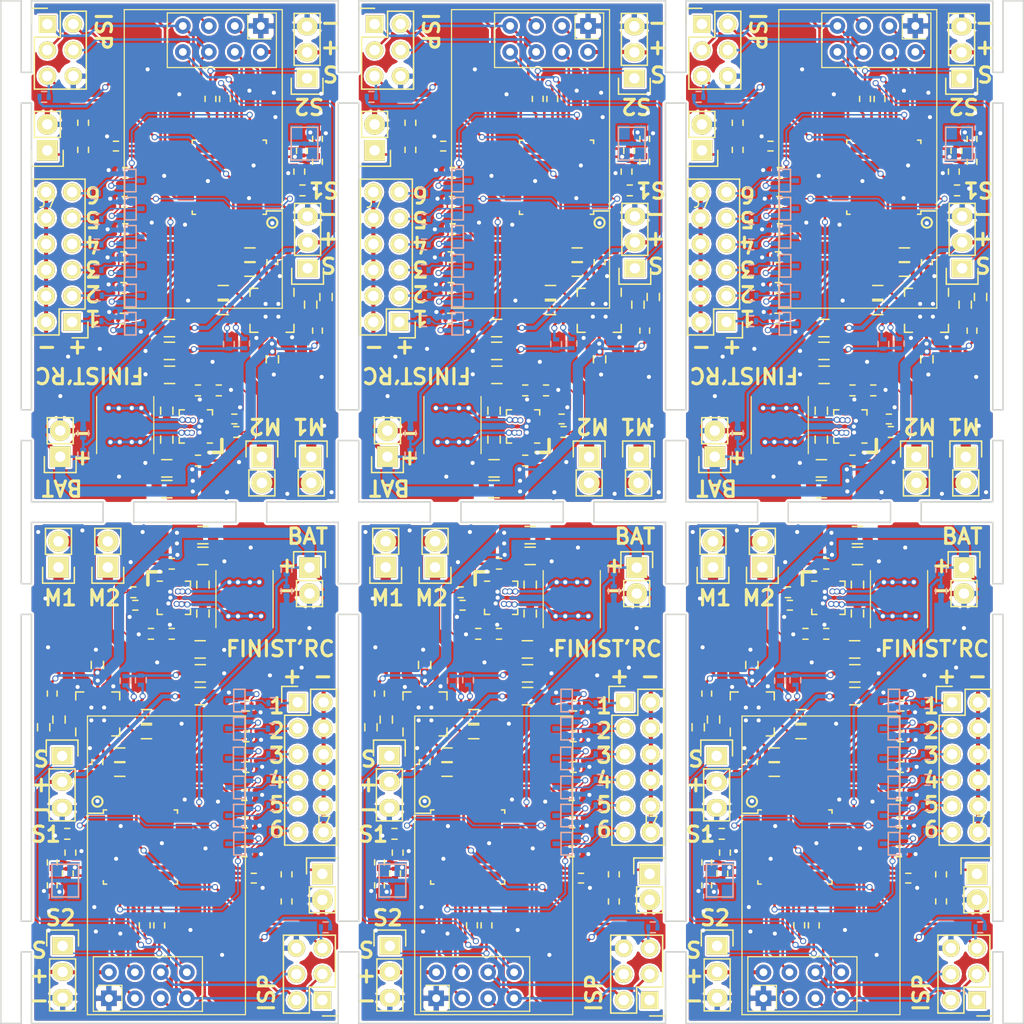
<source format=kicad_pcb>
(kicad_pcb (version 4) (host pcbnew 4.0.6)
  (layers (0 F.Cu signal) (31 B.Cu signal) (34 B.Paste user) (35 F.Paste user) (36 B.SilkS user) (37 F.SilkS user) (38 B.Mask user) (39 F.Mask user) (44 Edge.Cuts user))
  (net 0 "")
  (net 1 /IN3)
  (net 2 /IN4)
  (net 3 /IN2)
  (net 4 /IN1)
  (net 5 VCC)
  (net 6 /OUT5)
  (net 7 /OUT6)
  (net 8 /PC2)
  (net 9 /PC3)
  (net 10 /OUT1)
  (net 11 /OUT2)
  (net 12 /PC4)
  (net 13 /PC5)
  (net 14 GND)
  (net 15 /OUT3)
  (net 16 /OUT4)
  (net 17 /RST)
  (net 18 /SERVO1)
  (net 19 /SERVO2)
  (net 20 /ADC_IN)
  (net 21 /ADC_BATT)
  (net 22 +BATT)
  (net 23 /CE)
  (net 24 /PD6)
  (net 25 /CSN)
  (net 26 /IRQ)
  (net 27 /MOSI)
  (net 28 /MISO)
  (net 29 /SCK)
  (net 30 "Net-(U2-Pad19)")
  (net 31 "Net-(U2-Pad22)")
  (net 32 /OSC2)
  (net 33 /OSC1)
  (net 34 /OUT1A)
  (net 35 /OUT1B)
  (net 36 /OUT2A)
  (net 37 /OUT2B)
  (net 38 "Net-(L1-Pad1)")
  (net 39 "Net-(L1-Pad2)")
  (net 40 /CP1)
  (net 41 /CP2)
  (net 42 /CP3)
  (net 43 /CP4)
  (net 44 /VCP)
  (net 45 /AREF)
  (net 46 /VAUX)
  (net 47 /SERVO1_OUT)
  (net 48 /SERVO2_OUT)
  (net 49 /AN)
  (net 50 /OUT5_)
  (net 51 /OUT6_)
  (net 52 /PD6_)
  (net 53 /OUT1_)
  (net 54 /PC2_)
  (net 55 /OUT2_)
  (net 56 /PC3_)
  (net 57 /OUT3_)
  (net 58 /PC4_)
  (net 59 /OUT4_)
  (net 60 /PC5_)
  (net 61 /IN3_)
  (net 62 /IN4_)
  (net 63 /SLP)
  (net 64 /FL1)
  (net 65 /FL2)
  (net 66 /PE0)
  (net 67 /PE1)
  (net 68 /PSS)
  (net 69 /FB)
  (net 70 /PG)
  (net 71 /PD4_)
  (net 72 /PD4)
  (module TO_SOT_Packages_SMD:SC-70 (layer B.Cu) (at 76.684566 -79.672476 90)
    (fp_text reference Q1)
    (fp_text value MMBT2222)
    (pad 1 smd rect (at -0.6604 -1.016 90) (size 0.4572 0.7112) (layers B.Cu B.Paste B.Mask) (net 71 /PD4_))
    (pad 2 smd rect (at 0.6604 -1.016 90) (size 0.4572 0.7112) (layers B.Cu B.Paste B.Mask) (net 14 GND))
    (pad 3 smd rect (at 0 1.016 90) (size 0.4572 0.7112) (layers B.Cu B.Paste B.Mask) (net 50 /OUT5_))
  )
  (module TO_SOT_Packages_SMD:SC-70 (layer B.Cu) (at 76.668566 -82.422476 90)
    (fp_text reference Q2)
    (fp_text value MMBT2222)
    (pad 1 smd rect (at -0.6604 -1.016 90) (size 0.4572 0.7112) (layers B.Cu B.Paste B.Mask) (net 52 /PD6_))
    (pad 2 smd rect (at 0.6604 -1.016 90) (size 0.4572 0.7112) (layers B.Cu B.Paste B.Mask) (net 14 GND))
    (pad 3 smd rect (at 0 1.016 90) (size 0.4572 0.7112) (layers B.Cu B.Paste B.Mask) (net 51 /OUT6_))
  )
  (module TO_SOT_Packages_SMD:SC-70 (layer B.Cu) (at 76.684566 -76.922476 90)
    (fp_text reference Q6)
    (fp_text value MMBT2222)
    (pad 1 smd rect (at -0.6604 -1.016 90) (size 0.4572 0.7112) (layers B.Cu B.Paste B.Mask) (net 54 /PC2_))
    (pad 2 smd rect (at 0.6604 -1.016 90) (size 0.4572 0.7112) (layers B.Cu B.Paste B.Mask) (net 14 GND))
    (pad 3 smd rect (at 0 1.016 90) (size 0.4572 0.7112) (layers B.Cu B.Paste B.Mask) (net 59 /OUT4_))
  )
  (module Crystals:crystal_FA238-TSX3225 (layer B.Cu) (at 93.698566 -86.030476 90)
    (fp_text reference Y1)
    (fp_text value Crystal)
    (pad 1 smd rect (at -1.1 -0.8 90) (size 1.4 1.2) (layers B.Cu B.Paste B.Mask) (net 33 /OSC1))
    (pad 3 smd rect (at 1.1 -0.8 90) (size 1.4 1.2) (layers B.Cu B.Paste B.Mask))
    (pad 3 smd rect (at -1.1 0.8 90) (size 1.4 1.2) (layers B.Cu B.Paste B.Mask))
    (pad 2 smd rect (at 1.1 0.8 90) (size 1.4 1.2) (layers B.Cu B.Paste B.Mask) (net 32 /OSC2))
  )
  (module Resistors_SMD:R_0402 (layer B.Cu) (at 72.058566 -57.722076 270)
    (fp_text reference R29)
    (fp_text value 0R)
    (pad 1 smd rect (at -0.45 0 270) (size 0.4 0.6) (layers B.Cu B.Paste B.Mask) (net 14 GND))
    (pad 2 smd rect (at 0.45 0 270) (size 0.4 0.6) (layers B.Cu B.Paste B.Mask) (net 21 /ADC_BATT))
  )
  (module TO_SOT_Packages_SMD:SC-70 (layer B.Cu) (at 76.668566 -68.422476 90)
    (fp_text reference Q3)
    (fp_text value MMBT2222)
    (pad 1 smd rect (at -0.6604 -1.016 90) (size 0.4572 0.7112) (layers B.Cu B.Paste B.Mask) (net 60 /PC5_))
    (pad 2 smd rect (at 0.6604 -1.016 90) (size 0.4572 0.7112) (layers B.Cu B.Paste B.Mask) (net 14 GND))
    (pad 3 smd rect (at 0 1.016 90) (size 0.4572 0.7112) (layers B.Cu B.Paste B.Mask) (net 53 /OUT1_))
  )
  (module Resistors_SMD:R_0402 (layer B.Cu) (at 73.384566 -68.672476 180)
    (fp_text reference R14)
    (fp_text value 0R)
    (pad 1 smd rect (at -0.45 0 180) (size 0.4 0.6) (layers B.Cu B.Paste B.Mask) (net 53 /OUT1_))
    (pad 2 smd rect (at 0.45 0 180) (size 0.4 0.6) (layers B.Cu B.Paste B.Mask) (net 10 /OUT1))
  )
  (module Resistors_SMD:R_0402 (layer B.Cu) (at 72.058566 -55.622076 270)
    (fp_text reference R28)
    (fp_text value 0R)
    (pad 1 smd rect (at -0.45 0 270) (size 0.4 0.6) (layers B.Cu B.Paste B.Mask) (net 21 /ADC_BATT))
    (pad 2 smd rect (at 0.45 0 270) (size 0.4 0.6) (layers B.Cu B.Paste B.Mask) (net 22 +BATT))
  )
  (module Resistors_SMD:R_0402 (layer B.Cu) (at 87.804166 -66.484754 270)
    (fp_text reference R7)
    (fp_text value 10k)
    (pad 1 smd rect (at -0.45 0 270) (size 0.4 0.6) (layers B.Cu B.Paste B.Mask) (net 65 /FL2))
    (pad 2 smd rect (at 0.45 0 270) (size 0.4 0.6) (layers B.Cu B.Paste B.Mask) (net 5 VCC))
  )
  (module Resistors_SMD:R_0402 (layer B.Cu) (at 86.304166 -66.434754 270)
    (fp_text reference R6)
    (fp_text value 10k)
    (pad 1 smd rect (at -0.45 0 270) (size 0.4 0.6) (layers B.Cu B.Paste B.Mask) (net 64 /FL1))
    (pad 2 smd rect (at 0.45 0 270) (size 0.4 0.6) (layers B.Cu B.Paste B.Mask) (net 5 VCC))
  )
  (module Resistors_SMD:R_0402 (layer B.Cu) (at 54.304166 -66.434754 270)
    (fp_text reference R6)
    (fp_text value 10k)
    (pad 1 smd rect (at -0.45 0 270) (size 0.4 0.6) (layers B.Cu B.Paste B.Mask) (net 64 /FL1))
    (pad 2 smd rect (at 0.45 0 270) (size 0.4 0.6) (layers B.Cu B.Paste B.Mask) (net 5 VCC))
  )
  (module Resistors_SMD:R_0402 (layer B.Cu) (at 55.804166 -66.484754 270)
    (fp_text reference R7)
    (fp_text value 10k)
    (pad 1 smd rect (at -0.45 0 270) (size 0.4 0.6) (layers B.Cu B.Paste B.Mask) (net 65 /FL2))
    (pad 2 smd rect (at 0.45 0 270) (size 0.4 0.6) (layers B.Cu B.Paste B.Mask) (net 5 VCC))
  )
  (module TO_SOT_Packages_SMD:SC-70 (layer B.Cu) (at 76.684566 -71.172476 90)
    (fp_text reference Q4)
    (fp_text value MMBT2222)
    (pad 1 smd rect (at -0.6604 -1.016 90) (size 0.4572 0.7112) (layers B.Cu B.Paste B.Mask) (net 58 /PC4_))
    (pad 2 smd rect (at 0.6604 -1.016 90) (size 0.4572 0.7112) (layers B.Cu B.Paste B.Mask) (net 14 GND))
    (pad 3 smd rect (at 0 1.016 90) (size 0.4572 0.7112) (layers B.Cu B.Paste B.Mask) (net 55 /OUT2_))
  )
  (module Resistors_SMD:R_0402 (layer B.Cu) (at 73.384566 -73.672476 180)
    (fp_text reference R20)
    (fp_text value 0R)
    (pad 1 smd rect (at -0.45 0 180) (size 0.4 0.6) (layers B.Cu B.Paste B.Mask) (net 57 /OUT3_))
    (pad 2 smd rect (at 0.45 0 180) (size 0.4 0.6) (layers B.Cu B.Paste B.Mask) (net 15 /OUT3))
  )
  (module Resistors_SMD:R_0402 (layer B.Cu) (at 73.434566 -71.172476 180)
    (fp_text reference R15)
    (fp_text value 0R)
    (pad 1 smd rect (at -0.45 0 180) (size 0.4 0.6) (layers B.Cu B.Paste B.Mask) (net 55 /OUT2_))
    (pad 2 smd rect (at 0.45 0 180) (size 0.4 0.6) (layers B.Cu B.Paste B.Mask) (net 11 /OUT2))
  )
  (module Resistors_SMD:R_0402 (layer B.Cu) (at 73.384566 -76.172476 180)
    (fp_text reference R21)
    (fp_text value 0R)
    (pad 1 smd rect (at -0.45 0 180) (size 0.4 0.6) (layers B.Cu B.Paste B.Mask) (net 59 /OUT4_))
    (pad 2 smd rect (at 0.45 0 180) (size 0.4 0.6) (layers B.Cu B.Paste B.Mask) (net 16 /OUT4))
  )
  (module TO_SOT_Packages_SMD:SC-70 (layer B.Cu) (at 76.700566 -74.082876 90)
    (fp_text reference Q5)
    (fp_text value MMBT2222)
    (pad 1 smd rect (at -0.6604 -1.016 90) (size 0.4572 0.7112) (layers B.Cu B.Paste B.Mask) (net 56 /PC3_))
    (pad 2 smd rect (at 0.6604 -1.016 90) (size 0.4572 0.7112) (layers B.Cu B.Paste B.Mask) (net 14 GND))
    (pad 3 smd rect (at 0 1.016 90) (size 0.4572 0.7112) (layers B.Cu B.Paste B.Mask) (net 57 /OUT3_))
  )
  (module Crystals:crystal_FA238-TSX3225 (layer B.Cu) (at 61.698566 -86.030476 90)
    (fp_text reference Y1)
    (fp_text value Crystal)
    (pad 1 smd rect (at -1.1 -0.8 90) (size 1.4 1.2) (layers B.Cu B.Paste B.Mask) (net 33 /OSC1))
    (pad 3 smd rect (at 1.1 -0.8 90) (size 1.4 1.2) (layers B.Cu B.Paste B.Mask))
    (pad 3 smd rect (at -1.1 0.8 90) (size 1.4 1.2) (layers B.Cu B.Paste B.Mask))
    (pad 2 smd rect (at 1.1 0.8 90) (size 1.4 1.2) (layers B.Cu B.Paste B.Mask) (net 32 /OSC2))
  )
  (module Resistors_SMD:R_0402 (layer B.Cu) (at 68.240566 -90.602476)
    (fp_text reference R22)
    (fp_text value 10k)
    (pad 1 smd rect (at -0.45 0) (size 0.4 0.6) (layers B.Cu B.Paste B.Mask) (net 5 VCC))
    (pad 2 smd rect (at 0.45 0) (size 0.4 0.6) (layers B.Cu B.Paste B.Mask) (net 17 /RST))
  )
  (module Resistors_SMD:R_0402 (layer B.Cu) (at 73.384566 -78.672476 180)
    (fp_text reference R10)
    (fp_text value 0R)
    (pad 1 smd rect (at -0.45 0 180) (size 0.4 0.6) (layers B.Cu B.Paste B.Mask) (net 50 /OUT5_))
    (pad 2 smd rect (at 0.45 0 180) (size 0.4 0.6) (layers B.Cu B.Paste B.Mask) (net 6 /OUT5))
  )
  (module Resistors_SMD:R_0402 (layer B.Cu) (at 73.134566 -81.172476 180)
    (fp_text reference R11)
    (fp_text value 0R)
    (pad 1 smd rect (at -0.45 0 180) (size 0.4 0.6) (layers B.Cu B.Paste B.Mask) (net 51 /OUT6_))
    (pad 2 smd rect (at 0.45 0 180) (size 0.4 0.6) (layers B.Cu B.Paste B.Mask) (net 7 /OUT6))
  )
  (module TO_SOT_Packages_SMD:SC-70 (layer B.Cu) (at 12.668566 -82.422476 90)
    (fp_text reference Q2)
    (fp_text value MMBT2222)
    (pad 1 smd rect (at -0.6604 -1.016 90) (size 0.4572 0.7112) (layers B.Cu B.Paste B.Mask) (net 52 /PD6_))
    (pad 2 smd rect (at 0.6604 -1.016 90) (size 0.4572 0.7112) (layers B.Cu B.Paste B.Mask) (net 14 GND))
    (pad 3 smd rect (at 0 1.016 90) (size 0.4572 0.7112) (layers B.Cu B.Paste B.Mask) (net 51 /OUT6_))
  )
  (module Resistors_SMD:R_0402 (layer B.Cu) (at 4.240566 -90.602476)
    (fp_text reference R22)
    (fp_text value 10k)
    (pad 1 smd rect (at -0.45 0) (size 0.4 0.6) (layers B.Cu B.Paste B.Mask) (net 5 VCC))
    (pad 2 smd rect (at 0.45 0) (size 0.4 0.6) (layers B.Cu B.Paste B.Mask) (net 17 /RST))
  )
  (module TO_SOT_Packages_SMD:SC-70 (layer B.Cu) (at 12.684566 -79.672476 90)
    (fp_text reference Q1)
    (fp_text value MMBT2222)
    (pad 1 smd rect (at -0.6604 -1.016 90) (size 0.4572 0.7112) (layers B.Cu B.Paste B.Mask) (net 71 /PD4_))
    (pad 2 smd rect (at 0.6604 -1.016 90) (size 0.4572 0.7112) (layers B.Cu B.Paste B.Mask) (net 14 GND))
    (pad 3 smd rect (at 0 1.016 90) (size 0.4572 0.7112) (layers B.Cu B.Paste B.Mask) (net 50 /OUT5_))
  )
  (module Resistors_SMD:R_0402 (layer B.Cu) (at 9.384566 -78.672476 180)
    (fp_text reference R10)
    (fp_text value 0R)
    (pad 1 smd rect (at -0.45 0 180) (size 0.4 0.6) (layers B.Cu B.Paste B.Mask) (net 50 /OUT5_))
    (pad 2 smd rect (at 0.45 0 180) (size 0.4 0.6) (layers B.Cu B.Paste B.Mask) (net 6 /OUT5))
  )
  (module TO_SOT_Packages_SMD:SC-70 (layer B.Cu) (at 12.684566 -76.922476 90)
    (fp_text reference Q6)
    (fp_text value MMBT2222)
    (pad 1 smd rect (at -0.6604 -1.016 90) (size 0.4572 0.7112) (layers B.Cu B.Paste B.Mask) (net 54 /PC2_))
    (pad 2 smd rect (at 0.6604 -1.016 90) (size 0.4572 0.7112) (layers B.Cu B.Paste B.Mask) (net 14 GND))
    (pad 3 smd rect (at 0 1.016 90) (size 0.4572 0.7112) (layers B.Cu B.Paste B.Mask) (net 59 /OUT4_))
  )
  (module Resistors_SMD:R_0402 (layer B.Cu) (at 9.384566 -76.172476 180)
    (fp_text reference R21)
    (fp_text value 0R)
    (pad 1 smd rect (at -0.45 0 180) (size 0.4 0.6) (layers B.Cu B.Paste B.Mask) (net 59 /OUT4_))
    (pad 2 smd rect (at 0.45 0 180) (size 0.4 0.6) (layers B.Cu B.Paste B.Mask) (net 16 /OUT4))
  )
  (module Resistors_SMD:R_0402 (layer B.Cu) (at 9.134566 -81.172476 180)
    (fp_text reference R11)
    (fp_text value 0R)
    (pad 1 smd rect (at -0.45 0 180) (size 0.4 0.6) (layers B.Cu B.Paste B.Mask) (net 51 /OUT6_))
    (pad 2 smd rect (at 0.45 0 180) (size 0.4 0.6) (layers B.Cu B.Paste B.Mask) (net 7 /OUT6))
  )
  (module Resistors_SMD:R_0402 (layer B.Cu) (at 9.434566 -71.172476 180)
    (fp_text reference R15)
    (fp_text value 0R)
    (pad 1 smd rect (at -0.45 0 180) (size 0.4 0.6) (layers B.Cu B.Paste B.Mask) (net 55 /OUT2_))
    (pad 2 smd rect (at 0.45 0 180) (size 0.4 0.6) (layers B.Cu B.Paste B.Mask) (net 11 /OUT2))
  )
  (module TO_SOT_Packages_SMD:SC-70 (layer B.Cu) (at 12.668566 -68.422476 90)
    (fp_text reference Q3)
    (fp_text value MMBT2222)
    (pad 1 smd rect (at -0.6604 -1.016 90) (size 0.4572 0.7112) (layers B.Cu B.Paste B.Mask) (net 60 /PC5_))
    (pad 2 smd rect (at 0.6604 -1.016 90) (size 0.4572 0.7112) (layers B.Cu B.Paste B.Mask) (net 14 GND))
    (pad 3 smd rect (at 0 1.016 90) (size 0.4572 0.7112) (layers B.Cu B.Paste B.Mask) (net 53 /OUT1_))
  )
  (module Resistors_SMD:R_0402 (layer B.Cu) (at 9.384566 -68.672476 180)
    (fp_text reference R14)
    (fp_text value 0R)
    (pad 1 smd rect (at -0.45 0 180) (size 0.4 0.6) (layers B.Cu B.Paste B.Mask) (net 53 /OUT1_))
    (pad 2 smd rect (at 0.45 0 180) (size 0.4 0.6) (layers B.Cu B.Paste B.Mask) (net 10 /OUT1))
  )
  (module Resistors_SMD:R_0402 (layer B.Cu) (at 9.384566 -73.672476 180)
    (fp_text reference R20)
    (fp_text value 0R)
    (pad 1 smd rect (at -0.45 0 180) (size 0.4 0.6) (layers B.Cu B.Paste B.Mask) (net 57 /OUT3_))
    (pad 2 smd rect (at 0.45 0 180) (size 0.4 0.6) (layers B.Cu B.Paste B.Mask) (net 15 /OUT3))
  )
  (module TO_SOT_Packages_SMD:SC-70 (layer B.Cu) (at 12.700566 -74.082876 90)
    (fp_text reference Q5)
    (fp_text value MMBT2222)
    (pad 1 smd rect (at -0.6604 -1.016 90) (size 0.4572 0.7112) (layers B.Cu B.Paste B.Mask) (net 56 /PC3_))
    (pad 2 smd rect (at 0.6604 -1.016 90) (size 0.4572 0.7112) (layers B.Cu B.Paste B.Mask) (net 14 GND))
    (pad 3 smd rect (at 0 1.016 90) (size 0.4572 0.7112) (layers B.Cu B.Paste B.Mask) (net 57 /OUT3_))
  )
  (module TO_SOT_Packages_SMD:SC-70 (layer B.Cu) (at 12.684566 -71.172476 90)
    (fp_text reference Q4)
    (fp_text value MMBT2222)
    (pad 1 smd rect (at -0.6604 -1.016 90) (size 0.4572 0.7112) (layers B.Cu B.Paste B.Mask) (net 58 /PC4_))
    (pad 2 smd rect (at 0.6604 -1.016 90) (size 0.4572 0.7112) (layers B.Cu B.Paste B.Mask) (net 14 GND))
    (pad 3 smd rect (at 0 1.016 90) (size 0.4572 0.7112) (layers B.Cu B.Paste B.Mask) (net 55 /OUT2_))
  )
  (module Resistors_SMD:R_0402 (layer B.Cu) (at 8.058566 -55.622076 270)
    (fp_text reference R28)
    (fp_text value 0R)
    (pad 1 smd rect (at -0.45 0 270) (size 0.4 0.6) (layers B.Cu B.Paste B.Mask) (net 21 /ADC_BATT))
    (pad 2 smd rect (at 0.45 0 270) (size 0.4 0.6) (layers B.Cu B.Paste B.Mask) (net 22 +BATT))
  )
  (module Resistors_SMD:R_0402 (layer B.Cu) (at 8.058566 -57.722076 270)
    (fp_text reference R29)
    (fp_text value 0R)
    (pad 1 smd rect (at -0.45 0 270) (size 0.4 0.6) (layers B.Cu B.Paste B.Mask) (net 14 GND))
    (pad 2 smd rect (at 0.45 0 270) (size 0.4 0.6) (layers B.Cu B.Paste B.Mask) (net 21 /ADC_BATT))
  )
  (module TO_SOT_Packages_SMD:SC-70 (layer B.Cu) (at 44.668566 -68.422476 90)
    (fp_text reference Q3)
    (fp_text value MMBT2222)
    (pad 1 smd rect (at -0.6604 -1.016 90) (size 0.4572 0.7112) (layers B.Cu B.Paste B.Mask) (net 60 /PC5_))
    (pad 2 smd rect (at 0.6604 -1.016 90) (size 0.4572 0.7112) (layers B.Cu B.Paste B.Mask) (net 14 GND))
    (pad 3 smd rect (at 0 1.016 90) (size 0.4572 0.7112) (layers B.Cu B.Paste B.Mask) (net 53 /OUT1_))
  )
  (module TO_SOT_Packages_SMD:SC-70 (layer B.Cu) (at 44.684566 -71.172476 90)
    (fp_text reference Q4)
    (fp_text value MMBT2222)
    (pad 1 smd rect (at -0.6604 -1.016 90) (size 0.4572 0.7112) (layers B.Cu B.Paste B.Mask) (net 58 /PC4_))
    (pad 2 smd rect (at 0.6604 -1.016 90) (size 0.4572 0.7112) (layers B.Cu B.Paste B.Mask) (net 14 GND))
    (pad 3 smd rect (at 0 1.016 90) (size 0.4572 0.7112) (layers B.Cu B.Paste B.Mask) (net 55 /OUT2_))
  )
  (module Resistors_SMD:R_0402 (layer B.Cu) (at 41.434566 -71.172476 180)
    (fp_text reference R15)
    (fp_text value 0R)
    (pad 1 smd rect (at -0.45 0 180) (size 0.4 0.6) (layers B.Cu B.Paste B.Mask) (net 55 /OUT2_))
    (pad 2 smd rect (at 0.45 0 180) (size 0.4 0.6) (layers B.Cu B.Paste B.Mask) (net 11 /OUT2))
  )
  (module TO_SOT_Packages_SMD:SC-70 (layer B.Cu) (at 44.684566 -76.922476 90)
    (fp_text reference Q6)
    (fp_text value MMBT2222)
    (pad 1 smd rect (at -0.6604 -1.016 90) (size 0.4572 0.7112) (layers B.Cu B.Paste B.Mask) (net 54 /PC2_))
    (pad 2 smd rect (at 0.6604 -1.016 90) (size 0.4572 0.7112) (layers B.Cu B.Paste B.Mask) (net 14 GND))
    (pad 3 smd rect (at 0 1.016 90) (size 0.4572 0.7112) (layers B.Cu B.Paste B.Mask) (net 59 /OUT4_))
  )
  (module Resistors_SMD:R_0402 (layer B.Cu) (at 41.384566 -73.672476 180)
    (fp_text reference R20)
    (fp_text value 0R)
    (pad 1 smd rect (at -0.45 0 180) (size 0.4 0.6) (layers B.Cu B.Paste B.Mask) (net 57 /OUT3_))
    (pad 2 smd rect (at 0.45 0 180) (size 0.4 0.6) (layers B.Cu B.Paste B.Mask) (net 15 /OUT3))
  )
  (module Resistors_SMD:R_0402 (layer B.Cu) (at 41.384566 -76.172476 180)
    (fp_text reference R21)
    (fp_text value 0R)
    (pad 1 smd rect (at -0.45 0 180) (size 0.4 0.6) (layers B.Cu B.Paste B.Mask) (net 59 /OUT4_))
    (pad 2 smd rect (at 0.45 0 180) (size 0.4 0.6) (layers B.Cu B.Paste B.Mask) (net 16 /OUT4))
  )
  (module TO_SOT_Packages_SMD:SC-70 (layer B.Cu) (at 44.700566 -74.082876 90)
    (fp_text reference Q5)
    (fp_text value MMBT2222)
    (pad 1 smd rect (at -0.6604 -1.016 90) (size 0.4572 0.7112) (layers B.Cu B.Paste B.Mask) (net 56 /PC3_))
    (pad 2 smd rect (at 0.6604 -1.016 90) (size 0.4572 0.7112) (layers B.Cu B.Paste B.Mask) (net 14 GND))
    (pad 3 smd rect (at 0 1.016 90) (size 0.4572 0.7112) (layers B.Cu B.Paste B.Mask) (net 57 /OUT3_))
  )
  (module Crystals:crystal_FA238-TSX3225 (layer B.Cu) (at 29.698566 -86.030476 90)
    (fp_text reference Y1)
    (fp_text value Crystal)
    (pad 1 smd rect (at -1.1 -0.8 90) (size 1.4 1.2) (layers B.Cu B.Paste B.Mask) (net 33 /OSC1))
    (pad 3 smd rect (at 1.1 -0.8 90) (size 1.4 1.2) (layers B.Cu B.Paste B.Mask))
    (pad 3 smd rect (at -1.1 0.8 90) (size 1.4 1.2) (layers B.Cu B.Paste B.Mask))
    (pad 2 smd rect (at 1.1 0.8 90) (size 1.4 1.2) (layers B.Cu B.Paste B.Mask) (net 32 /OSC2))
  )
  (module Resistors_SMD:R_0402 (layer B.Cu) (at 36.240566 -90.602476)
    (fp_text reference R22)
    (fp_text value 10k)
    (pad 1 smd rect (at -0.45 0) (size 0.4 0.6) (layers B.Cu B.Paste B.Mask) (net 5 VCC))
    (pad 2 smd rect (at 0.45 0) (size 0.4 0.6) (layers B.Cu B.Paste B.Mask) (net 17 /RST))
  )
  (module TO_SOT_Packages_SMD:SC-70 (layer B.Cu) (at 44.684566 -79.672476 90)
    (fp_text reference Q1)
    (fp_text value MMBT2222)
    (pad 1 smd rect (at -0.6604 -1.016 90) (size 0.4572 0.7112) (layers B.Cu B.Paste B.Mask) (net 71 /PD4_))
    (pad 2 smd rect (at 0.6604 -1.016 90) (size 0.4572 0.7112) (layers B.Cu B.Paste B.Mask) (net 14 GND))
    (pad 3 smd rect (at 0 1.016 90) (size 0.4572 0.7112) (layers B.Cu B.Paste B.Mask) (net 50 /OUT5_))
  )
  (module Resistors_SMD:R_0402 (layer B.Cu) (at 41.134566 -81.172476 180)
    (fp_text reference R11)
    (fp_text value 0R)
    (pad 1 smd rect (at -0.45 0 180) (size 0.4 0.6) (layers B.Cu B.Paste B.Mask) (net 51 /OUT6_))
    (pad 2 smd rect (at 0.45 0 180) (size 0.4 0.6) (layers B.Cu B.Paste B.Mask) (net 7 /OUT6))
  )
  (module Resistors_SMD:R_0402 (layer B.Cu) (at 41.384566 -78.672476 180)
    (fp_text reference R10)
    (fp_text value 0R)
    (pad 1 smd rect (at -0.45 0 180) (size 0.4 0.6) (layers B.Cu B.Paste B.Mask) (net 50 /OUT5_))
    (pad 2 smd rect (at 0.45 0 180) (size 0.4 0.6) (layers B.Cu B.Paste B.Mask) (net 6 /OUT5))
  )
  (module TO_SOT_Packages_SMD:SC-70 (layer B.Cu) (at 44.668566 -82.422476 90)
    (fp_text reference Q2)
    (fp_text value MMBT2222)
    (pad 1 smd rect (at -0.6604 -1.016 90) (size 0.4572 0.7112) (layers B.Cu B.Paste B.Mask) (net 52 /PD6_))
    (pad 2 smd rect (at 0.6604 -1.016 90) (size 0.4572 0.7112) (layers B.Cu B.Paste B.Mask) (net 14 GND))
    (pad 3 smd rect (at 0 1.016 90) (size 0.4572 0.7112) (layers B.Cu B.Paste B.Mask) (net 51 /OUT6_))
  )
  (module Resistors_SMD:R_0402 (layer B.Cu) (at 22.304166 -66.434754 270)
    (fp_text reference R6)
    (fp_text value 10k)
    (pad 1 smd rect (at -0.45 0 270) (size 0.4 0.6) (layers B.Cu B.Paste B.Mask) (net 64 /FL1))
    (pad 2 smd rect (at 0.45 0 270) (size 0.4 0.6) (layers B.Cu B.Paste B.Mask) (net 5 VCC))
  )
  (module Resistors_SMD:R_0402 (layer B.Cu) (at 23.804166 -66.484754 270)
    (fp_text reference R7)
    (fp_text value 10k)
    (pad 1 smd rect (at -0.45 0 270) (size 0.4 0.6) (layers B.Cu B.Paste B.Mask) (net 65 /FL2))
    (pad 2 smd rect (at 0.45 0 270) (size 0.4 0.6) (layers B.Cu B.Paste B.Mask) (net 5 VCC))
  )
  (module Resistors_SMD:R_0402 (layer B.Cu) (at 40.058566 -57.722076 270)
    (fp_text reference R29)
    (fp_text value 0R)
    (pad 1 smd rect (at -0.45 0 270) (size 0.4 0.6) (layers B.Cu B.Paste B.Mask) (net 14 GND))
    (pad 2 smd rect (at 0.45 0 270) (size 0.4 0.6) (layers B.Cu B.Paste B.Mask) (net 21 /ADC_BATT))
  )
  (module Resistors_SMD:R_0402 (layer B.Cu) (at 41.384566 -68.672476 180)
    (fp_text reference R14)
    (fp_text value 0R)
    (pad 1 smd rect (at -0.45 0 180) (size 0.4 0.6) (layers B.Cu B.Paste B.Mask) (net 53 /OUT1_))
    (pad 2 smd rect (at 0.45 0 180) (size 0.4 0.6) (layers B.Cu B.Paste B.Mask) (net 10 /OUT1))
  )
  (module Resistors_SMD:R_0402 (layer B.Cu) (at 40.058566 -55.622076 270)
    (fp_text reference R28)
    (fp_text value 0R)
    (pad 1 smd rect (at -0.45 0 270) (size 0.4 0.6) (layers B.Cu B.Paste B.Mask) (net 21 /ADC_BATT))
    (pad 2 smd rect (at 0.45 0 270) (size 0.4 0.6) (layers B.Cu B.Paste B.Mask) (net 22 +BATT))
  )
  (module Resistors_SMD:R_0402 (layer F.Cu) (at 29.190566 -83.294476 270)
    (fp_text reference R19)
    (fp_text value 0R)
    (pad 1 smd rect (at -0.45 0 270) (size 0.4 0.6) (layers F.Cu F.Paste F.Mask) (net 67 /PE1))
    (pad 2 smd rect (at 0.45 0 270) (size 0.4 0.6) (layers F.Cu F.Paste F.Mask) (net 5 VCC))
  )
  (module Resistors_SMD:R_0402 (layer F.Cu) (at 29.444566 -85.326476 90)
    (fp_text reference R23)
    (fp_text value 1M)
    (pad 1 smd rect (at -0.45 0 90) (size 0.4 0.6) (layers F.Cu F.Paste F.Mask) (net 33 /OSC1))
    (pad 2 smd rect (at 0.45 0 90) (size 0.4 0.6) (layers F.Cu F.Paste F.Mask) (net 32 /OSC2))
  )
  (module Capacitors_SMD:C_0402 (layer F.Cu) (at 30.968566 -84.252476 270)
    (fp_text reference C7)
    (fp_text value C)
    (pad 1 smd rect (at -0.55 0 270) (size 0.6 0.5) (layers F.Cu F.Paste F.Mask) (net 33 /OSC1))
    (pad 2 smd rect (at 0.55 0 270) (size 0.6 0.5) (layers F.Cu F.Paste F.Mask) (net 14 GND))
  )
  (module Capacitors_SMD:C_0402 (layer F.Cu) (at 30.968566 -86.496476 270)
    (fp_text reference C6)
    (fp_text value C)
    (pad 1 smd rect (at -0.55 0 270) (size 0.6 0.5) (layers F.Cu F.Paste F.Mask) (net 14 GND))
    (pad 2 smd rect (at 0.55 0 270) (size 0.6 0.5) (layers F.Cu F.Paste F.Mask) (net 32 /OSC2))
  )
  (module Resistors_SMD:R_0603 (layer F.Cu) (at 24.364566 -75.159276)
    (fp_text reference R4)
    (fp_text value 0R)
    (pad 1 smd rect (at -0.75 0) (size 0.5 0.9) (layers F.Cu F.Paste F.Mask) (net 61 /IN3_))
    (pad 2 smd rect (at 0.75 0) (size 0.5 0.9) (layers F.Cu F.Paste F.Mask) (net 4 /IN1))
  )
  (module Pin_Headers:Pin_Header_Straight_1x03 (layer F.Cu) (at 30.002566 -73.838476 180)
    (fp_text reference J4 hide)
    (fp_text value CONN_01X03)
    (pad 1 thru_hole rect (at 0 0 180) (size 2.032 1.7272) (drill 1.016) (layers *.Cu *.Mask F.SilkS) (net 47 /SERVO1_OUT))
    (pad 2 thru_hole oval (at 0 2.54 180) (size 2.032 1.7272) (drill 1.016) (layers *.Cu *.Mask F.SilkS) (net 5 VCC))
    (pad 3 thru_hole oval (at 0 5.08 180) (size 2.032 1.7272) (drill 1.016) (layers *.Cu *.Mask F.SilkS) (net 14 GND))
  )
  (module Resistors_SMD:R_0603 (layer F.Cu) (at 24.364566 -73.736876)
    (fp_text reference R3)
    (fp_text value 0R)
    (pad 1 smd rect (at -0.75 0) (size 0.5 0.9) (layers F.Cu F.Paste F.Mask) (net 62 /IN4_))
    (pad 2 smd rect (at 0.75 0) (size 0.5 0.9) (layers F.Cu F.Paste F.Mask) (net 3 /IN2))
  )
  (module Resistors_SMD:R_0402 (layer F.Cu) (at 26.554166 -74.434754 90)
    (fp_text reference R5)
    (fp_text value 10k)
    (pad 1 smd rect (at -0.45 0 90) (size 0.4 0.6) (layers F.Cu F.Paste F.Mask) (net 63 /SLP))
    (pad 2 smd rect (at 0.45 0 90) (size 0.4 0.6) (layers F.Cu F.Paste F.Mask) (net 5 VCC))
  )
  (module Resistors_SMD:R_0402 (layer F.Cu) (at 29.502566 -81.458476)
    (fp_text reference R18)
    (fp_text value 0R)
    (pad 1 smd rect (at -0.45 0) (size 0.4 0.6) (layers F.Cu F.Paste F.Mask) (net 66 /PE0))
    (pad 2 smd rect (at 0.45 0) (size 0.4 0.6) (layers F.Cu F.Paste F.Mask) (net 14 GND))
  )
  (module RF_Modules:nRF24L01_Breakout (layer F.Cu) (at 25.424566 -97.536476 270)
    (fp_text reference U3 hide)
    (fp_text value NRF24L01_MODULE)
    (pad 1 thru_hole rect (at 0 0 270) (size 1.524 1.524) (drill 0.762) (layers *.Cu *.Mask) (net 14 GND))
    (pad 2 thru_hole circle (at 2.54 0 270) (size 1.524 1.524) (drill 0.762) (layers *.Cu *.Mask) (net 5 VCC))
    (pad 3 thru_hole circle (at 0 2.54 270) (size 1.524 1.524) (drill 0.762) (layers *.Cu *.Mask) (net 23 /CE))
    (pad 4 thru_hole circle (at 2.54 2.54 270) (size 1.524 1.524) (drill 0.762) (layers *.Cu *.Mask) (net 25 /CSN))
    (pad 5 thru_hole circle (at 0 5.08 270) (size 1.524 1.524) (drill 0.762) (layers *.Cu *.Mask) (net 29 /SCK))
    (pad 6 thru_hole circle (at 2.54 5.08 270) (size 1.524 1.524) (drill 0.762) (layers *.Cu *.Mask) (net 27 /MOSI))
    (pad 7 thru_hole circle (at 0 7.62 270) (size 1.524 1.524) (drill 0.762) (layers *.Cu *.Mask) (net 28 /MISO))
    (pad 8 thru_hole circle (at 2.54 7.62 270) (size 1.524 1.524) (drill 0.762) (layers *.Cu *.Mask) (net 26 /IRQ))
  )
  (module Resistors_SMD:R_0402 (layer F.Cu) (at 20.503766 -90.406476 90)
    (fp_text reference R25)
    (fp_text value 100R)
    (pad 1 smd rect (at -0.45 0 90) (size 0.4 0.6) (layers F.Cu F.Paste F.Mask) (net 19 /SERVO2))
    (pad 2 smd rect (at 0.45 0 90) (size 0.4 0.6) (layers F.Cu F.Paste F.Mask) (net 48 /SERVO2_OUT))
  )
  (module Pin_Headers:Pin_Header_Straight_1x03 (layer F.Cu) (at 29.952566 -92.416476 180)
    (fp_text reference J5 hide)
    (fp_text value CONN_01X03)
    (pad 1 thru_hole rect (at 0 0 180) (size 2.032 1.7272) (drill 1.016) (layers *.Cu *.Mask F.SilkS) (net 48 /SERVO2_OUT))
    (pad 2 thru_hole oval (at 0 2.54 180) (size 2.032 1.7272) (drill 1.016) (layers *.Cu *.Mask F.SilkS) (net 5 VCC))
    (pad 3 thru_hole oval (at 0 5.08 180) (size 2.032 1.7272) (drill 1.016) (layers *.Cu *.Mask F.SilkS) (net 14 GND))
  )
  (module Resistors_SMD:R_0402 (layer F.Cu) (at 21.926166 -90.399276 90)
    (fp_text reference R24)
    (fp_text value 100R)
    (pad 1 smd rect (at -0.45 0 90) (size 0.4 0.6) (layers F.Cu F.Paste F.Mask) (net 18 /SERVO1))
    (pad 2 smd rect (at 0.45 0 90) (size 0.4 0.6) (layers F.Cu F.Paste F.Mask) (net 47 /SERVO1_OUT))
  )
  (module Capacitors_SMD:C_0402 (layer F.Cu) (at 11.262566 -85.790476 180)
    (fp_text reference C5)
    (fp_text value C)
    (pad 1 smd rect (at -0.55 0 180) (size 0.6 0.5) (layers F.Cu F.Paste F.Mask) (net 45 /AREF))
    (pad 2 smd rect (at 0.55 0 180) (size 0.6 0.5) (layers F.Cu F.Paste F.Mask) (net 14 GND))
  )
  (module Resistors_SMD:R_0402 (layer F.Cu) (at 12.118566 -80.332876)
    (fp_text reference R8)
    (fp_text value 10k)
    (pad 1 smd rect (at -0.45 0) (size 0.4 0.6) (layers F.Cu F.Paste F.Mask) (net 71 /PD4_))
    (pad 2 smd rect (at 0.45 0) (size 0.4 0.6) (layers F.Cu F.Paste F.Mask) (net 72 /PD4))
  )
  (module Resistors_SMD:R_0402 (layer F.Cu) (at 12.184566 -83.172476)
    (fp_text reference R9)
    (fp_text value 10k)
    (pad 1 smd rect (at -0.45 0) (size 0.4 0.6) (layers F.Cu F.Paste F.Mask) (net 52 /PD6_))
    (pad 2 smd rect (at 0.45 0) (size 0.4 0.6) (layers F.Cu F.Paste F.Mask) (net 24 /PD6))
  )
  (module Resistors_SMD:R_0402 (layer F.Cu) (at 12.184566 -77.672476)
    (fp_text reference R17)
    (fp_text value 10k)
    (pad 1 smd rect (at -0.45 0) (size 0.4 0.6) (layers F.Cu F.Paste F.Mask) (net 54 /PC2_))
    (pad 2 smd rect (at 0.45 0) (size 0.4 0.6) (layers F.Cu F.Paste F.Mask) (net 8 /PC2))
  )
  (module Housings_QFP:TQFP-32_7x7mm_Pitch0.8mm (layer F.Cu) (at 22.344566 -82.746476 180)
    (fp_text reference U2)
    (fp_text value ATMEGA328PB-AU)
    (pad 1 smd rect (at -4.25 -2.8 180) (size 1.6 0.55) (layers F.Cu F.Paste F.Mask) (net 4 /IN1))
    (pad 2 smd rect (at -4.25 -2 180) (size 1.6 0.55) (layers F.Cu F.Paste F.Mask) (net 72 /PD4))
    (pad 3 smd rect (at -4.25 -1.2 180) (size 1.6 0.55) (layers F.Cu F.Paste F.Mask) (net 66 /PE0))
    (pad 4 smd rect (at -4.25 -0.4 180) (size 1.6 0.55) (layers F.Cu F.Paste F.Mask) (net 5 VCC))
    (pad 5 smd rect (at -4.25 0.4 180) (size 1.6 0.55) (layers F.Cu F.Paste F.Mask) (net 14 GND))
    (pad 6 smd rect (at -4.25 1.2 180) (size 1.6 0.55) (layers F.Cu F.Paste F.Mask) (net 67 /PE1))
    (pad 7 smd rect (at -4.25 2 180) (size 1.6 0.55) (layers F.Cu F.Paste F.Mask) (net 33 /OSC1))
    (pad 8 smd rect (at -4.25 2.8 180) (size 1.6 0.55) (layers F.Cu F.Paste F.Mask) (net 32 /OSC2))
    (pad 9 smd rect (at -2.8 4.25 270) (size 1.6 0.55) (layers F.Cu F.Paste F.Mask) (net 23 /CE))
    (pad 10 smd rect (at -2 4.25 270) (size 1.6 0.55) (layers F.Cu F.Paste F.Mask) (net 24 /PD6))
    (pad 11 smd rect (at -1.2 4.25 270) (size 1.6 0.55) (layers F.Cu F.Paste F.Mask) (net 25 /CSN))
    (pad 12 smd rect (at -0.4 4.25 270) (size 1.6 0.55) (layers F.Cu F.Paste F.Mask) (net 26 /IRQ))
    (pad 13 smd rect (at 0.4 4.25 270) (size 1.6 0.55) (layers F.Cu F.Paste F.Mask) (net 18 /SERVO1))
    (pad 14 smd rect (at 1.2 4.25 270) (size 1.6 0.55) (layers F.Cu F.Paste F.Mask) (net 19 /SERVO2))
    (pad 15 smd rect (at 2 4.25 270) (size 1.6 0.55) (layers F.Cu F.Paste F.Mask) (net 27 /MOSI))
    (pad 16 smd rect (at 2.8 4.25 270) (size 1.6 0.55) (layers F.Cu F.Paste F.Mask) (net 28 /MISO))
    (pad 17 smd rect (at 4.25 2.8 180) (size 1.6 0.55) (layers F.Cu F.Paste F.Mask) (net 29 /SCK))
    (pad 18 smd rect (at 4.25 2 180) (size 1.6 0.55) (layers F.Cu F.Paste F.Mask) (net 5 VCC))
    (pad 19 smd rect (at 4.25 1.2 180) (size 1.6 0.55) (layers F.Cu F.Paste F.Mask) (net 30 "Net-(U2-Pad19)"))
    (pad 20 smd rect (at 4.25 0.4 180) (size 1.6 0.55) (layers F.Cu F.Paste F.Mask) (net 45 /AREF))
    (pad 21 smd rect (at 4.25 -0.4 180) (size 1.6 0.55) (layers F.Cu F.Paste F.Mask) (net 14 GND))
    (pad 22 smd rect (at 4.25 -1.2 180) (size 1.6 0.55) (layers F.Cu F.Paste F.Mask) (net 31 "Net-(U2-Pad22)"))
    (pad 23 smd rect (at 4.25 -2 180) (size 1.6 0.55) (layers F.Cu F.Paste F.Mask) (net 20 /ADC_IN))
    (pad 24 smd rect (at 4.25 -2.8 180) (size 1.6 0.55) (layers F.Cu F.Paste F.Mask) (net 21 /ADC_BATT))
    (pad 25 smd rect (at 2.8 -4.25 270) (size 1.6 0.55) (layers F.Cu F.Paste F.Mask) (net 8 /PC2))
    (pad 26 smd rect (at 2 -4.25 270) (size 1.6 0.55) (layers F.Cu F.Paste F.Mask) (net 9 /PC3))
    (pad 27 smd rect (at 1.2 -4.25 270) (size 1.6 0.55) (layers F.Cu F.Paste F.Mask) (net 12 /PC4))
    (pad 28 smd rect (at 0.4 -4.25 270) (size 1.6 0.55) (layers F.Cu F.Paste F.Mask) (net 13 /PC5))
    (pad 29 smd rect (at -0.4 -4.25 270) (size 1.6 0.55) (layers F.Cu F.Paste F.Mask) (net 17 /RST))
    (pad 30 smd rect (at -1.2 -4.25 270) (size 1.6 0.55) (layers F.Cu F.Paste F.Mask) (net 2 /IN4))
    (pad 31 smd rect (at -2 -4.25 270) (size 1.6 0.55) (layers F.Cu F.Paste F.Mask) (net 1 /IN3))
    (pad 32 smd rect (at -2.8 -4.25 270) (size 1.6 0.55) (layers F.Cu F.Paste F.Mask) (net 3 /IN2))
  )
  (module Pin_Headers:Pin_Header_Straight_2x03 (layer F.Cu) (at 4.552566 -97.714476)
    (fp_text reference CON1 hide)
    (fp_text value AVR-ISP-6)
    (pad 1 thru_hole rect (at 0 0) (size 1.7272 1.7272) (drill 1.016) (layers *.Cu *.Mask F.SilkS) (net 28 /MISO))
    (pad 2 thru_hole oval (at 2.54 0) (size 1.7272 1.7272) (drill 1.016) (layers *.Cu *.Mask F.SilkS) (net 5 VCC))
    (pad 3 thru_hole oval (at 0 2.54) (size 1.7272 1.7272) (drill 1.016) (layers *.Cu *.Mask F.SilkS) (net 29 /SCK))
    (pad 4 thru_hole oval (at 2.54 2.54) (size 1.7272 1.7272) (drill 1.016) (layers *.Cu *.Mask F.SilkS) (net 27 /MOSI))
    (pad 5 thru_hole oval (at 0 5.08) (size 1.7272 1.7272) (drill 1.016) (layers *.Cu *.Mask F.SilkS) (net 17 /RST))
    (pad 6 thru_hole oval (at 2.54 5.08) (size 1.7272 1.7272) (drill 1.016) (layers *.Cu *.Mask F.SilkS) (net 14 GND))
  )
  (module Resistors_SMD:R_0402 (layer F.Cu) (at 8.054566 -85.420476 270)
    (fp_text reference R26)
    (fp_text value 0R)
    (pad 1 smd rect (at -0.45 0 270) (size 0.4 0.6) (layers F.Cu F.Paste F.Mask) (net 20 /ADC_IN))
    (pad 2 smd rect (at 0.45 0 270) (size 0.4 0.6) (layers F.Cu F.Paste F.Mask) (net 49 /AN))
  )
  (module Pin_Headers:Pin_Header_Straight_1x02 (layer F.Cu) (at 4.554566 -85.370476 180)
    (fp_text reference J7 (at 0 -5.1 180) (layer F.SilkS))
    (fp_text value CONN_01X02)
    (pad 1 thru_hole rect (at 0 0 180) (size 2.032 2.032) (drill 1.016) (layers *.Cu *.Mask F.SilkS) (net 49 /AN))
    (pad 2 thru_hole oval (at 0 2.54 180) (size 2.032 2.032) (drill 1.016) (layers *.Cu *.Mask F.SilkS) (net 14 GND))
  )
  (module Resistors_SMD:R_0402 (layer F.Cu) (at 8.054566 -88.070476 270)
    (fp_text reference R27)
    (fp_text value 0R)
    (pad 1 smd rect (at -0.45 0 270) (size 0.4 0.6) (layers F.Cu F.Paste F.Mask) (net 14 GND))
    (pad 2 smd rect (at 0.45 0 270) (size 0.4 0.6) (layers F.Cu F.Paste F.Mask) (net 20 /ADC_IN))
  )
  (module Resistors_SMD:R_0402 (layer F.Cu) (at 40.054566 -88.070476 270)
    (fp_text reference R27)
    (fp_text value 0R)
    (pad 1 smd rect (at -0.45 0 270) (size 0.4 0.6) (layers F.Cu F.Paste F.Mask) (net 14 GND))
    (pad 2 smd rect (at 0.45 0 270) (size 0.4 0.6) (layers F.Cu F.Paste F.Mask) (net 20 /ADC_IN))
  )
  (module Resistors_SMD:R_0402 (layer F.Cu) (at 40.054566 -85.420476 270)
    (fp_text reference R26)
    (fp_text value 0R)
    (pad 1 smd rect (at -0.45 0 270) (size 0.4 0.6) (layers F.Cu F.Paste F.Mask) (net 20 /ADC_IN))
    (pad 2 smd rect (at 0.45 0 270) (size 0.4 0.6) (layers F.Cu F.Paste F.Mask) (net 49 /AN))
  )
  (module Pin_Headers:Pin_Header_Straight_1x02 (layer F.Cu) (at 36.554566 -85.370476 180)
    (fp_text reference J7 (at 0 -5.1 180) (layer F.SilkS))
    (fp_text value CONN_01X02)
    (pad 1 thru_hole rect (at 0 0 180) (size 2.032 2.032) (drill 1.016) (layers *.Cu *.Mask F.SilkS) (net 49 /AN))
    (pad 2 thru_hole oval (at 0 2.54 180) (size 2.032 2.032) (drill 1.016) (layers *.Cu *.Mask F.SilkS) (net 14 GND))
  )
  (module Pin_Headers:Pin_Header_Straight_2x03 (layer F.Cu) (at 36.552566 -97.714476)
    (fp_text reference CON1 hide)
    (fp_text value AVR-ISP-6)
    (pad 1 thru_hole rect (at 0 0) (size 1.7272 1.7272) (drill 1.016) (layers *.Cu *.Mask F.SilkS) (net 28 /MISO))
    (pad 2 thru_hole oval (at 2.54 0) (size 1.7272 1.7272) (drill 1.016) (layers *.Cu *.Mask F.SilkS) (net 5 VCC))
    (pad 3 thru_hole oval (at 0 2.54) (size 1.7272 1.7272) (drill 1.016) (layers *.Cu *.Mask F.SilkS) (net 29 /SCK))
    (pad 4 thru_hole oval (at 2.54 2.54) (size 1.7272 1.7272) (drill 1.016) (layers *.Cu *.Mask F.SilkS) (net 27 /MOSI))
    (pad 5 thru_hole oval (at 0 5.08) (size 1.7272 1.7272) (drill 1.016) (layers *.Cu *.Mask F.SilkS) (net 17 /RST))
    (pad 6 thru_hole oval (at 2.54 5.08) (size 1.7272 1.7272) (drill 1.016) (layers *.Cu *.Mask F.SilkS) (net 14 GND))
  )
  (module Capacitors_SMD:C_0402 (layer F.Cu) (at 43.262566 -85.790476 180)
    (fp_text reference C5)
    (fp_text value C)
    (pad 1 smd rect (at -0.55 0 180) (size 0.6 0.5) (layers F.Cu F.Paste F.Mask) (net 45 /AREF))
    (pad 2 smd rect (at 0.55 0 180) (size 0.6 0.5) (layers F.Cu F.Paste F.Mask) (net 14 GND))
  )
  (module Capacitors_SMD:C_0402 (layer F.Cu) (at 75.262566 -85.790476 180)
    (fp_text reference C5)
    (fp_text value C)
    (pad 1 smd rect (at -0.55 0 180) (size 0.6 0.5) (layers F.Cu F.Paste F.Mask) (net 45 /AREF))
    (pad 2 smd rect (at 0.55 0 180) (size 0.6 0.5) (layers F.Cu F.Paste F.Mask) (net 14 GND))
  )
  (module Pin_Headers:Pin_Header_Straight_1x02 (layer F.Cu) (at 68.554566 -85.370476 180)
    (fp_text reference J7 (at 0 -5.1 180) (layer F.SilkS))
    (fp_text value CONN_01X02)
    (pad 1 thru_hole rect (at 0 0 180) (size 2.032 2.032) (drill 1.016) (layers *.Cu *.Mask F.SilkS) (net 49 /AN))
    (pad 2 thru_hole oval (at 0 2.54 180) (size 2.032 2.032) (drill 1.016) (layers *.Cu *.Mask F.SilkS) (net 14 GND))
  )
  (module Resistors_SMD:R_0402 (layer F.Cu) (at 72.054566 -88.070476 270)
    (fp_text reference R27)
    (fp_text value 0R)
    (pad 1 smd rect (at -0.45 0 270) (size 0.4 0.6) (layers F.Cu F.Paste F.Mask) (net 14 GND))
    (pad 2 smd rect (at 0.45 0 270) (size 0.4 0.6) (layers F.Cu F.Paste F.Mask) (net 20 /ADC_IN))
  )
  (module Resistors_SMD:R_0402 (layer F.Cu) (at 72.054566 -85.420476 270)
    (fp_text reference R26)
    (fp_text value 0R)
    (pad 1 smd rect (at -0.45 0 270) (size 0.4 0.6) (layers F.Cu F.Paste F.Mask) (net 20 /ADC_IN))
    (pad 2 smd rect (at 0.45 0 270) (size 0.4 0.6) (layers F.Cu F.Paste F.Mask) (net 49 /AN))
  )
  (module Resistors_SMD:R_0402 (layer F.Cu) (at 76.184566 -83.172476)
    (fp_text reference R9)
    (fp_text value 10k)
    (pad 1 smd rect (at -0.45 0) (size 0.4 0.6) (layers F.Cu F.Paste F.Mask) (net 52 /PD6_))
    (pad 2 smd rect (at 0.45 0) (size 0.4 0.6) (layers F.Cu F.Paste F.Mask) (net 24 /PD6))
  )
  (module Pin_Headers:Pin_Header_Straight_2x06 (layer F.Cu) (at 70.974566 -68.592476 180)
    (fp_text reference J3)
    (fp_text value CONN_02X06)
    (pad 1 thru_hole rect (at 0 0 180) (size 1.7272 1.7272) (drill 1.016) (layers *.Cu *.Mask F.SilkS) (net 10 /OUT1))
    (pad 2 thru_hole oval (at 2.54 0 180) (size 1.7272 1.7272) (drill 1.016) (layers *.Cu *.Mask F.SilkS) (net 22 +BATT))
    (pad 3 thru_hole oval (at 0 2.54 180) (size 1.7272 1.7272) (drill 1.016) (layers *.Cu *.Mask F.SilkS) (net 11 /OUT2))
    (pad 4 thru_hole oval (at 2.54 2.54 180) (size 1.7272 1.7272) (drill 1.016) (layers *.Cu *.Mask F.SilkS) (net 22 +BATT))
    (pad 5 thru_hole oval (at 0 5.08 180) (size 1.7272 1.7272) (drill 1.016) (layers *.Cu *.Mask F.SilkS) (net 15 /OUT3))
    (pad 6 thru_hole oval (at 2.54 5.08 180) (size 1.7272 1.7272) (drill 1.016) (layers *.Cu *.Mask F.SilkS) (net 22 +BATT))
    (pad 7 thru_hole oval (at 0 7.62 180) (size 1.7272 1.7272) (drill 1.016) (layers *.Cu *.Mask F.SilkS) (net 16 /OUT4))
    (pad 8 thru_hole oval (at 2.54 7.62 180) (size 1.7272 1.7272) (drill 1.016) (layers *.Cu *.Mask F.SilkS) (net 22 +BATT))
    (pad 9 thru_hole oval (at 0 10.16 180) (size 1.7272 1.7272) (drill 1.016) (layers *.Cu *.Mask F.SilkS) (net 6 /OUT5))
    (pad 10 thru_hole oval (at 2.54 10.16 180) (size 1.7272 1.7272) (drill 1.016) (layers *.Cu *.Mask F.SilkS) (net 22 +BATT))
    (pad 11 thru_hole oval (at 0 12.7 180) (size 1.7272 1.7272) (drill 1.016) (layers *.Cu *.Mask F.SilkS) (net 7 /OUT6))
    (pad 12 thru_hole oval (at 2.54 12.7 180) (size 1.7272 1.7272) (drill 1.016) (layers *.Cu *.Mask F.SilkS) (net 22 +BATT))
  )
  (module Resistors_SMD:R_0402 (layer F.Cu) (at 93.502566 -81.458476)
    (fp_text reference R18)
    (fp_text value 0R)
    (pad 1 smd rect (at -0.45 0) (size 0.4 0.6) (layers F.Cu F.Paste F.Mask) (net 66 /PE0))
    (pad 2 smd rect (at 0.45 0) (size 0.4 0.6) (layers F.Cu F.Paste F.Mask) (net 14 GND))
  )
  (module Resistors_SMD:R_0402 (layer F.Cu) (at 93.444566 -85.326476 90)
    (fp_text reference R23)
    (fp_text value 1M)
    (pad 1 smd rect (at -0.45 0 90) (size 0.4 0.6) (layers F.Cu F.Paste F.Mask) (net 33 /OSC1))
    (pad 2 smd rect (at 0.45 0 90) (size 0.4 0.6) (layers F.Cu F.Paste F.Mask) (net 32 /OSC2))
  )
  (module Capacitors_SMD:C_0402 (layer F.Cu) (at 94.968566 -86.496476 270)
    (fp_text reference C6)
    (fp_text value C)
    (pad 1 smd rect (at -0.55 0 270) (size 0.6 0.5) (layers F.Cu F.Paste F.Mask) (net 14 GND))
    (pad 2 smd rect (at 0.55 0 270) (size 0.6 0.5) (layers F.Cu F.Paste F.Mask) (net 32 /OSC2))
  )
  (module Capacitors_SMD:C_0402 (layer F.Cu) (at 94.968566 -84.252476 270)
    (fp_text reference C7)
    (fp_text value C)
    (pad 1 smd rect (at -0.55 0 270) (size 0.6 0.5) (layers F.Cu F.Paste F.Mask) (net 33 /OSC1))
    (pad 2 smd rect (at 0.55 0 270) (size 0.6 0.5) (layers F.Cu F.Paste F.Mask) (net 14 GND))
  )
  (module Resistors_SMD:R_0402 (layer F.Cu) (at 93.190566 -83.294476 270)
    (fp_text reference R19)
    (fp_text value 0R)
    (pad 1 smd rect (at -0.45 0 270) (size 0.4 0.6) (layers F.Cu F.Paste F.Mask) (net 67 /PE1))
    (pad 2 smd rect (at 0.45 0 270) (size 0.4 0.6) (layers F.Cu F.Paste F.Mask) (net 5 VCC))
  )
  (module Resistors_SMD:R_0402 (layer F.Cu) (at 84.503766 -90.406476 90)
    (fp_text reference R25)
    (fp_text value 100R)
    (pad 1 smd rect (at -0.45 0 90) (size 0.4 0.6) (layers F.Cu F.Paste F.Mask) (net 19 /SERVO2))
    (pad 2 smd rect (at 0.45 0 90) (size 0.4 0.6) (layers F.Cu F.Paste F.Mask) (net 48 /SERVO2_OUT))
  )
  (module Resistors_SMD:R_0402 (layer F.Cu) (at 85.926166 -90.399276 90)
    (fp_text reference R24)
    (fp_text value 100R)
    (pad 1 smd rect (at -0.45 0 90) (size 0.4 0.6) (layers F.Cu F.Paste F.Mask) (net 18 /SERVO1))
    (pad 2 smd rect (at 0.45 0 90) (size 0.4 0.6) (layers F.Cu F.Paste F.Mask) (net 47 /SERVO1_OUT))
  )
  (module RF_Modules:nRF24L01_Breakout (layer F.Cu) (at 89.424566 -97.536476 270)
    (fp_text reference U3 hide)
    (fp_text value NRF24L01_MODULE)
    (pad 1 thru_hole rect (at 0 0 270) (size 1.524 1.524) (drill 0.762) (layers *.Cu *.Mask) (net 14 GND))
    (pad 2 thru_hole circle (at 2.54 0 270) (size 1.524 1.524) (drill 0.762) (layers *.Cu *.Mask) (net 5 VCC))
    (pad 3 thru_hole circle (at 0 2.54 270) (size 1.524 1.524) (drill 0.762) (layers *.Cu *.Mask) (net 23 /CE))
    (pad 4 thru_hole circle (at 2.54 2.54 270) (size 1.524 1.524) (drill 0.762) (layers *.Cu *.Mask) (net 25 /CSN))
    (pad 5 thru_hole circle (at 0 5.08 270) (size 1.524 1.524) (drill 0.762) (layers *.Cu *.Mask) (net 29 /SCK))
    (pad 6 thru_hole circle (at 2.54 5.08 270) (size 1.524 1.524) (drill 0.762) (layers *.Cu *.Mask) (net 27 /MOSI))
    (pad 7 thru_hole circle (at 0 7.62 270) (size 1.524 1.524) (drill 0.762) (layers *.Cu *.Mask) (net 28 /MISO))
    (pad 8 thru_hole circle (at 2.54 7.62 270) (size 1.524 1.524) (drill 0.762) (layers *.Cu *.Mask) (net 26 /IRQ))
  )
  (module Housings_QFP:TQFP-32_7x7mm_Pitch0.8mm (layer F.Cu) (at 86.344566 -82.746476 180)
    (fp_text reference U2)
    (fp_text value ATMEGA328PB-AU)
    (pad 1 smd rect (at -4.25 -2.8 180) (size 1.6 0.55) (layers F.Cu F.Paste F.Mask) (net 4 /IN1))
    (pad 2 smd rect (at -4.25 -2 180) (size 1.6 0.55) (layers F.Cu F.Paste F.Mask) (net 72 /PD4))
    (pad 3 smd rect (at -4.25 -1.2 180) (size 1.6 0.55) (layers F.Cu F.Paste F.Mask) (net 66 /PE0))
    (pad 4 smd rect (at -4.25 -0.4 180) (size 1.6 0.55) (layers F.Cu F.Paste F.Mask) (net 5 VCC))
    (pad 5 smd rect (at -4.25 0.4 180) (size 1.6 0.55) (layers F.Cu F.Paste F.Mask) (net 14 GND))
    (pad 6 smd rect (at -4.25 1.2 180) (size 1.6 0.55) (layers F.Cu F.Paste F.Mask) (net 67 /PE1))
    (pad 7 smd rect (at -4.25 2 180) (size 1.6 0.55) (layers F.Cu F.Paste F.Mask) (net 33 /OSC1))
    (pad 8 smd rect (at -4.25 2.8 180) (size 1.6 0.55) (layers F.Cu F.Paste F.Mask) (net 32 /OSC2))
    (pad 9 smd rect (at -2.8 4.25 270) (size 1.6 0.55) (layers F.Cu F.Paste F.Mask) (net 23 /CE))
    (pad 10 smd rect (at -2 4.25 270) (size 1.6 0.55) (layers F.Cu F.Paste F.Mask) (net 24 /PD6))
    (pad 11 smd rect (at -1.2 4.25 270) (size 1.6 0.55) (layers F.Cu F.Paste F.Mask) (net 25 /CSN))
    (pad 12 smd rect (at -0.4 4.25 270) (size 1.6 0.55) (layers F.Cu F.Paste F.Mask) (net 26 /IRQ))
    (pad 13 smd rect (at 0.4 4.25 270) (size 1.6 0.55) (layers F.Cu F.Paste F.Mask) (net 18 /SERVO1))
    (pad 14 smd rect (at 1.2 4.25 270) (size 1.6 0.55) (layers F.Cu F.Paste F.Mask) (net 19 /SERVO2))
    (pad 15 smd rect (at 2 4.25 270) (size 1.6 0.55) (layers F.Cu F.Paste F.Mask) (net 27 /MOSI))
    (pad 16 smd rect (at 2.8 4.25 270) (size 1.6 0.55) (layers F.Cu F.Paste F.Mask) (net 28 /MISO))
    (pad 17 smd rect (at 4.25 2.8 180) (size 1.6 0.55) (layers F.Cu F.Paste F.Mask) (net 29 /SCK))
    (pad 18 smd rect (at 4.25 2 180) (size 1.6 0.55) (layers F.Cu F.Paste F.Mask) (net 5 VCC))
    (pad 19 smd rect (at 4.25 1.2 180) (size 1.6 0.55) (layers F.Cu F.Paste F.Mask) (net 30 "Net-(U2-Pad19)"))
    (pad 20 smd rect (at 4.25 0.4 180) (size 1.6 0.55) (layers F.Cu F.Paste F.Mask) (net 45 /AREF))
    (pad 21 smd rect (at 4.25 -0.4 180) (size 1.6 0.55) (layers F.Cu F.Paste F.Mask) (net 14 GND))
    (pad 22 smd rect (at 4.25 -1.2 180) (size 1.6 0.55) (layers F.Cu F.Paste F.Mask) (net 31 "Net-(U2-Pad22)"))
    (pad 23 smd rect (at 4.25 -2 180) (size 1.6 0.55) (layers F.Cu F.Paste F.Mask) (net 20 /ADC_IN))
    (pad 24 smd rect (at 4.25 -2.8 180) (size 1.6 0.55) (layers F.Cu F.Paste F.Mask) (net 21 /ADC_BATT))
    (pad 25 smd rect (at 2.8 -4.25 270) (size 1.6 0.55) (layers F.Cu F.Paste F.Mask) (net 8 /PC2))
    (pad 26 smd rect (at 2 -4.25 270) (size 1.6 0.55) (layers F.Cu F.Paste F.Mask) (net 9 /PC3))
    (pad 27 smd rect (at 1.2 -4.25 270) (size 1.6 0.55) (layers F.Cu F.Paste F.Mask) (net 12 /PC4))
    (pad 28 smd rect (at 0.4 -4.25 270) (size 1.6 0.55) (layers F.Cu F.Paste F.Mask) (net 13 /PC5))
    (pad 29 smd rect (at -0.4 -4.25 270) (size 1.6 0.55) (layers F.Cu F.Paste F.Mask) (net 17 /RST))
    (pad 30 smd rect (at -1.2 -4.25 270) (size 1.6 0.55) (layers F.Cu F.Paste F.Mask) (net 2 /IN4))
    (pad 31 smd rect (at -2 -4.25 270) (size 1.6 0.55) (layers F.Cu F.Paste F.Mask) (net 1 /IN3))
    (pad 32 smd rect (at -2.8 -4.25 270) (size 1.6 0.55) (layers F.Cu F.Paste F.Mask) (net 3 /IN2))
  )
  (module Pin_Headers:Pin_Header_Straight_1x03 (layer F.Cu) (at 93.952566 -92.416476 180)
    (fp_text reference J5 hide)
    (fp_text value CONN_01X03)
    (pad 1 thru_hole rect (at 0 0 180) (size 2.032 1.7272) (drill 1.016) (layers *.Cu *.Mask F.SilkS) (net 48 /SERVO2_OUT))
    (pad 2 thru_hole oval (at 0 2.54 180) (size 2.032 1.7272) (drill 1.016) (layers *.Cu *.Mask F.SilkS) (net 5 VCC))
    (pad 3 thru_hole oval (at 0 5.08 180) (size 2.032 1.7272) (drill 1.016) (layers *.Cu *.Mask F.SilkS) (net 14 GND))
  )
  (module Pin_Headers:Pin_Header_Straight_2x03 (layer F.Cu) (at 68.552566 -97.714476)
    (fp_text reference CON1 hide)
    (fp_text value AVR-ISP-6)
    (pad 1 thru_hole rect (at 0 0) (size 1.7272 1.7272) (drill 1.016) (layers *.Cu *.Mask F.SilkS) (net 28 /MISO))
    (pad 2 thru_hole oval (at 2.54 0) (size 1.7272 1.7272) (drill 1.016) (layers *.Cu *.Mask F.SilkS) (net 5 VCC))
    (pad 3 thru_hole oval (at 0 2.54) (size 1.7272 1.7272) (drill 1.016) (layers *.Cu *.Mask F.SilkS) (net 29 /SCK))
    (pad 4 thru_hole oval (at 2.54 2.54) (size 1.7272 1.7272) (drill 1.016) (layers *.Cu *.Mask F.SilkS) (net 27 /MOSI))
    (pad 5 thru_hole oval (at 0 5.08) (size 1.7272 1.7272) (drill 1.016) (layers *.Cu *.Mask F.SilkS) (net 17 /RST))
    (pad 6 thru_hole oval (at 2.54 5.08) (size 1.7272 1.7272) (drill 1.016) (layers *.Cu *.Mask F.SilkS) (net 14 GND))
  )
  (module Resistors_SMD:R_0402 (layer F.Cu) (at 90.554166 -74.434754 90)
    (fp_text reference R5)
    (fp_text value 10k)
    (pad 1 smd rect (at -0.45 0 90) (size 0.4 0.6) (layers F.Cu F.Paste F.Mask) (net 63 /SLP))
    (pad 2 smd rect (at 0.45 0 90) (size 0.4 0.6) (layers F.Cu F.Paste F.Mask) (net 5 VCC))
  )
  (module Resistors_SMD:R_0603 (layer F.Cu) (at 88.364566 -75.159276)
    (fp_text reference R4)
    (fp_text value 0R)
    (pad 1 smd rect (at -0.75 0) (size 0.5 0.9) (layers F.Cu F.Paste F.Mask) (net 61 /IN3_))
    (pad 2 smd rect (at 0.75 0) (size 0.5 0.9) (layers F.Cu F.Paste F.Mask) (net 4 /IN1))
  )
  (module Resistors_SMD:R_0603 (layer F.Cu) (at 88.364566 -73.736876)
    (fp_text reference R3)
    (fp_text value 0R)
    (pad 1 smd rect (at -0.75 0) (size 0.5 0.9) (layers F.Cu F.Paste F.Mask) (net 62 /IN4_))
    (pad 2 smd rect (at 0.75 0) (size 0.5 0.9) (layers F.Cu F.Paste F.Mask) (net 3 /IN2))
  )
  (module Pin_Headers:Pin_Header_Straight_1x03 (layer F.Cu) (at 94.002566 -73.838476 180)
    (fp_text reference J4 hide)
    (fp_text value CONN_01X03)
    (pad 1 thru_hole rect (at 0 0 180) (size 2.032 1.7272) (drill 1.016) (layers *.Cu *.Mask F.SilkS) (net 47 /SERVO1_OUT))
    (pad 2 thru_hole oval (at 0 2.54 180) (size 2.032 1.7272) (drill 1.016) (layers *.Cu *.Mask F.SilkS) (net 5 VCC))
    (pad 3 thru_hole oval (at 0 5.08 180) (size 2.032 1.7272) (drill 1.016) (layers *.Cu *.Mask F.SilkS) (net 14 GND))
  )
  (module Capacitors_SMD:C_0603 (layer F.Cu) (at 95.804166 -71.034754 90)
    (fp_text reference C1)
    (fp_text value C)
    (pad 1 smd rect (at -0.75 0 90) (size 0.8 0.75) (layers F.Cu F.Paste F.Mask) (net 40 /CP1))
    (pad 2 smd rect (at 0.75 0 90) (size 0.8 0.75) (layers F.Cu F.Paste F.Mask) (net 41 /CP2))
  )
  (module Resistors_SMD:R_0402 (layer F.Cu) (at 76.118566 -80.332876)
    (fp_text reference R8)
    (fp_text value 10k)
    (pad 1 smd rect (at -0.45 0) (size 0.4 0.6) (layers F.Cu F.Paste F.Mask) (net 71 /PD4_))
    (pad 2 smd rect (at 0.45 0) (size 0.4 0.6) (layers F.Cu F.Paste F.Mask) (net 72 /PD4))
  )
  (module Resistors_SMD:R_0402 (layer F.Cu) (at 76.184566 -77.672476)
    (fp_text reference R17)
    (fp_text value 10k)
    (pad 1 smd rect (at -0.45 0) (size 0.4 0.6) (layers F.Cu F.Paste F.Mask) (net 54 /PC2_))
    (pad 2 smd rect (at 0.45 0) (size 0.4 0.6) (layers F.Cu F.Paste F.Mask) (net 8 /PC2))
  )
  (module Resistors_SMD:R_0402 (layer F.Cu) (at 75.984566 -74.922476)
    (fp_text reference R16)
    (fp_text value 10k)
    (pad 1 smd rect (at -0.45 0) (size 0.4 0.6) (layers F.Cu F.Paste F.Mask) (net 56 /PC3_))
    (pad 2 smd rect (at 0.45 0) (size 0.4 0.6) (layers F.Cu F.Paste F.Mask) (net 9 /PC3))
  )
  (module Resistors_SMD:R_0402 (layer F.Cu) (at 75.984566 -71.922476)
    (fp_text reference R13)
    (fp_text value 10k)
    (pad 1 smd rect (at -0.45 0) (size 0.4 0.6) (layers F.Cu F.Paste F.Mask) (net 58 /PC4_))
    (pad 2 smd rect (at 0.45 0) (size 0.4 0.6) (layers F.Cu F.Paste F.Mask) (net 12 /PC4))
  )
  (module Capacitors_SMD:C_0603 (layer F.Cu) (at 80.231541 -57.095817 90)
    (fp_text reference C8)
    (fp_text value 10uf)
    (pad 1 smd rect (at -0.75 0 90) (size 0.8 0.75) (layers F.Cu F.Paste F.Mask) (net 22 +BATT))
    (pad 2 smd rect (at 0.75 0 90) (size 0.8 0.75) (layers F.Cu F.Paste F.Mask) (net 14 GND))
  )
  (module Capacitors_SMD:C_0805 (layer F.Cu) (at 80.236566 -54.280476 180)
    (fp_text reference C9)
    (fp_text value 10uf)
    (pad 1 smd rect (at -1 0 180) (size 1 1.25) (layers F.Cu F.Paste F.Mask) (net 22 +BATT))
    (pad 2 smd rect (at 1 0 180) (size 1 1.25) (layers F.Cu F.Paste F.Mask) (net 14 GND))
  )
  (module Inductors_SMD:L_Coilcraft_XAL5030 (layer F.Cu) (at 76.167541 -58.508817 270)
    (fp_text reference L1)
    (fp_text value 1.5uH)
    (pad 1 smd rect (at -1.655 0 270) (size 1.2 4.7) (layers F.Cu F.Paste F.Mask) (net 38 "Net-(L1-Pad1)"))
    (pad 2 smd rect (at 1.655 0 270) (size 1.2 4.7) (layers F.Cu F.Paste F.Mask) (net 39 "Net-(L1-Pad2)"))
  )
  (module Capacitors_SMD:C_0603 (layer F.Cu) (at 80.231541 -59.913817 270)
    (fp_text reference C12)
    (fp_text value 10uf)
    (pad 1 smd rect (at -0.75 0 270) (size 0.8 0.75) (layers F.Cu F.Paste F.Mask) (net 5 VCC))
    (pad 2 smd rect (at 0.75 0 270) (size 0.8 0.75) (layers F.Cu F.Paste F.Mask) (net 14 GND))
  )
  (module Pin_Headers:Pin_Header_Straight_1x02 (layer F.Cu) (at 69.812566 -55.422076 180)
    (fp_text reference J6)
    (fp_text value CONN_01X02)
    (pad 1 thru_hole rect (at 0 0 180) (size 2.032 2.032) (drill 1.016) (layers *.Cu *.Mask F.SilkS) (net 22 +BATT))
    (pad 2 thru_hole oval (at 0 2.54 180) (size 2.032 2.032) (drill 1.016) (layers *.Cu *.Mask F.SilkS) (net 14 GND))
  )
  (module Capacitors_SMD:C_0805 (layer F.Cu) (at 80.236566 -52.248476 180)
    (fp_text reference C10)
    (fp_text value 10uf)
    (pad 1 smd rect (at -1 0 180) (size 1 1.25) (layers F.Cu F.Paste F.Mask) (net 22 +BATT))
    (pad 2 smd rect (at 1 0 180) (size 1 1.25) (layers F.Cu F.Paste F.Mask) (net 14 GND))
  )
  (module Capacitors_SMD:C_0805 (layer F.Cu) (at 80.490566 -65.765629 180)
    (fp_text reference C13)
    (fp_text value 10uf)
    (pad 1 smd rect (at -1 0 180) (size 1 1.25) (layers F.Cu F.Paste F.Mask) (net 5 VCC))
    (pad 2 smd rect (at 1 0 180) (size 1 1.25) (layers F.Cu F.Paste F.Mask) (net 14 GND))
  )
  (module Resistors_SMD:R_0402 (layer F.Cu) (at 75.934566 -68.922476)
    (fp_text reference R12)
    (fp_text value 10k)
    (pad 1 smd rect (at -0.45 0) (size 0.4 0.6) (layers F.Cu F.Paste F.Mask) (net 60 /PC5_))
    (pad 2 smd rect (at 0.45 0) (size 0.4 0.6) (layers F.Cu F.Paste F.Mask) (net 13 /PC5))
  )
  (module Capacitors_SMD:C_0805 (layer F.Cu) (at 80.490566 -67.996476 180)
    (fp_text reference C14)
    (fp_text value 10uf)
    (pad 1 smd rect (at -1 0 180) (size 1 1.25) (layers F.Cu F.Paste F.Mask) (net 5 VCC))
    (pad 2 smd rect (at 1 0 180) (size 1 1.25) (layers F.Cu F.Paste F.Mask) (net 14 GND))
  )
  (module Capacitors_SMD:C_0805 (layer F.Cu) (at 80.506566 -63.424476 180)
    (fp_text reference C15)
    (fp_text value 10uf)
    (pad 1 smd rect (at -1 0 180) (size 1 1.25) (layers F.Cu F.Paste F.Mask) (net 5 VCC))
    (pad 2 smd rect (at 1 0 180) (size 1 1.25) (layers F.Cu F.Paste F.Mask) (net 14 GND))
  )
  (module Resistors_SMD:R_0402 (layer F.Cu) (at 83.284566 -61.900476 180)
    (fp_text reference R31)
    (fp_text value 150k)
    (pad 1 smd rect (at -0.45 0 180) (size 0.4 0.6) (layers F.Cu F.Paste F.Mask) (net 69 /FB))
    (pad 2 smd rect (at 0.45 0 180) (size 0.4 0.6) (layers F.Cu F.Paste F.Mask) (net 5 VCC))
  )
  (module Resistors_SMD:R_0402 (layer F.Cu) (at 85.316566 -61.900476 180)
    (fp_text reference R32)
    (fp_text value 470k)
    (pad 1 smd rect (at -0.45 0 180) (size 0.4 0.6) (layers F.Cu F.Paste F.Mask) (net 14 GND))
    (pad 2 smd rect (at 0.45 0 180) (size 0.4 0.6) (layers F.Cu F.Paste F.Mask) (net 69 /FB))
  )
  (module Resistors_SMD:R_0402 (layer F.Cu) (at 83.284566 -55.042476 180)
    (fp_text reference R30)
    (fp_text value 10k)
    (pad 1 smd rect (at -0.45 0 180) (size 0.4 0.6) (layers F.Cu F.Paste F.Mask) (net 68 /PSS))
    (pad 2 smd rect (at 0.45 0 180) (size 0.4 0.6) (layers F.Cu F.Paste F.Mask) (net 22 +BATT))
  )
  (module FOOTPRINT:QFN-16-1EP_3x3mm_Pitch0.5mm (layer F.Cu) (at 83.074541 -58.377817 180)
    (fp_text reference U4)
    (fp_text value TPS63070)
    (pad 1 smd oval (at -1.475 -0.75 180) (size 0.75 0.25) (layers F.Cu F.Paste F.Mask) (net 68 /PSS))
    (pad 2 smd oval (at -1.475 -0.25 180) (size 0.75 0.25) (layers F.Cu F.Paste F.Mask) (net 70 /PG))
    (pad 3 smd oval (at -1.475 0.25 180) (size 0.75 0.25) (layers F.Cu F.Paste F.Mask) (net 46 /VAUX))
    (pad 4 smd oval (at -1.475 0.75 180) (size 0.75 0.25) (layers F.Cu F.Paste F.Mask) (net 14 GND))
    (pad 5 smd oval (at -0.75 1.475 270) (size 0.75 0.25) (layers F.Cu F.Paste F.Mask) (net 69 /FB))
    (pad 6 smd oval (at -0.25 1.475 270) (size 0.75 0.25) (layers F.Cu F.Paste F.Mask) (net 14 GND))
    (pad 7 smd oval (at 0.25 1.475 270) (size 0.75 0.25) (layers F.Cu F.Paste F.Mask) (net 5 VCC))
    (pad 8 smd oval (at 0.75 1.475 270) (size 0.75 0.25) (layers F.Cu F.Paste F.Mask) (net 5 VCC))
    (pad 9 smd oval (at 0.775 0.5 180) (size 1.35 0.25) (layers F.Cu F.Paste F.Mask) (net 38 "Net-(L1-Pad1)"))
    (pad 10 smd oval (at 0.6 0 180) (size 1.75 0.25) (layers F.Cu F.Paste F.Mask) (net 14 GND))
    (pad 11 smd oval (at 0.775 -0.5 180) (size 1.35 0.25) (layers F.Cu F.Paste F.Mask) (net 39 "Net-(L1-Pad2)"))
    (pad 12 smd oval (at 0.75 -1.475 270) (size 0.75 0.25) (layers F.Cu F.Paste F.Mask) (net 22 +BATT))
    (pad 13 smd oval (at 0.25 -1.475 270) (size 0.75 0.25) (layers F.Cu F.Paste F.Mask) (net 22 +BATT))
    (pad 14 smd oval (at -0.25 -1.475 270) (size 0.75 0.25) (layers F.Cu F.Paste F.Mask) (net 68 /PSS))
    (pad 15 smd oval (at -0.75 -1.475 270) (size 0.75 0.25) (layers F.Cu F.Paste F.Mask) (net 14 GND))
    (pad 13 smd oval (at 0.5 -1.2 180) (size 0.75 0.25) (layers F.Cu F.Paste F.Mask) (net 22 +BATT))
    (pad 7 smd oval (at 0.5 1.2 180) (size 0.75 0.25) (layers F.Cu F.Paste F.Mask) (net 5 VCC))
  )
  (module Resistors_SMD:R_0603 (layer F.Cu) (at 85.754166 -71.484754 180)
    (fp_text reference R1)
    (fp_text value 0R)
    (pad 1 smd rect (at -0.75 0 180) (size 0.5 0.9) (layers F.Cu F.Paste F.Mask) (net 61 /IN3_))
    (pad 2 smd rect (at 0.75 0 180) (size 0.5 0.9) (layers F.Cu F.Paste F.Mask) (net 1 /IN3))
  )
  (module Resistors_SMD:R_0603 (layer F.Cu) (at 85.754166 -69.984754 180)
    (fp_text reference R2)
    (fp_text value 0R)
    (pad 1 smd rect (at -0.75 0 180) (size 0.5 0.9) (layers F.Cu F.Paste F.Mask) (net 62 /IN4_))
    (pad 2 smd rect (at 0.75 0 180) (size 0.5 0.9) (layers F.Cu F.Paste F.Mask) (net 2 /IN4))
  )
  (module Capacitors_SMD:C_0402 (layer F.Cu) (at 94.968566 -67.742476 270)
    (fp_text reference C3)
    (fp_text value C)
    (pad 1 smd rect (at -0.55 0 270) (size 0.6 0.5) (layers F.Cu F.Paste F.Mask) (net 44 /VCP))
    (pad 2 smd rect (at 0.55 0 270) (size 0.6 0.5) (layers F.Cu F.Paste F.Mask) (net 22 +BATT))
  )
  (module Capacitors_SMD:C_0603 (layer F.Cu) (at 90.554166 -64.948476 270)
    (fp_text reference C4)
    (fp_text value C)
    (pad 1 smd rect (at -0.75 0 270) (size 0.8 0.75) (layers F.Cu F.Paste F.Mask) (net 22 +BATT))
    (pad 2 smd rect (at 0.75 0 270) (size 0.8 0.75) (layers F.Cu F.Paste F.Mask) (net 14 GND))
  )
  (module Housings_DFN_QFN:QFN-20-1EP_4x4mm_Pitch0.5mm (layer F.Cu) (at 90.519166 -69.734754 270)
    (fp_text reference U1)
    (fp_text value A3906)
    (pad 1 smd rect (at -1.965 -1 270) (size 0.73 0.3) (layers F.Cu F.Paste F.Mask) (net 41 /CP2))
    (pad 2 smd rect (at -1.965 -0.5 270) (size 0.73 0.3) (layers F.Cu F.Paste F.Mask) (net 14 GND))
    (pad 3 smd rect (at -1.965 0 270) (size 0.73 0.3) (layers F.Cu F.Paste F.Mask) (net 63 /SLP))
    (pad 4 smd rect (at -1.965 0.5 270) (size 0.73 0.3) (layers F.Cu F.Paste F.Mask) (net 4 /IN1))
    (pad 5 smd rect (at -1.965 1 270) (size 0.73 0.3) (layers F.Cu F.Paste F.Mask) (net 3 /IN2))
    (pad 6 smd rect (at -1 1.965) (size 0.73 0.3) (layers F.Cu F.Paste F.Mask) (net 61 /IN3_))
    (pad 7 smd rect (at -0.5 1.965) (size 0.73 0.3) (layers F.Cu F.Paste F.Mask) (net 62 /IN4_))
    (pad 8 smd rect (at 0 1.965) (size 0.73 0.3) (layers F.Cu F.Paste F.Mask) (net 64 /FL1))
    (pad 9 smd rect (at 0.5 1.965) (size 0.73 0.3) (layers F.Cu F.Paste F.Mask) (net 65 /FL2))
    (pad 10 smd rect (at 1 1.965) (size 0.73 0.3) (layers F.Cu F.Paste F.Mask) (net 36 /OUT2A))
    (pad 11 smd rect (at 1.965 1 270) (size 0.73 0.3) (layers F.Cu F.Paste F.Mask) (net 14 GND))
    (pad 12 smd rect (at 1.965 0.5 270) (size 0.73 0.3) (layers F.Cu F.Paste F.Mask) (net 37 /OUT2B))
    (pad 13 smd rect (at 1.965 0 270) (size 0.73 0.3) (layers F.Cu F.Paste F.Mask) (net 22 +BATT))
    (pad 14 smd rect (at 1.965 -0.5 270) (size 0.73 0.3) (layers F.Cu F.Paste F.Mask) (net 35 /OUT1B))
    (pad 15 smd rect (at 1.965 -1 270) (size 0.73 0.3) (layers F.Cu F.Paste F.Mask) (net 14 GND))
    (pad 16 smd rect (at 1 -1.965) (size 0.73 0.3) (layers F.Cu F.Paste F.Mask) (net 34 /OUT1A))
    (pad 17 smd rect (at 0.5 -1.965) (size 0.73 0.3) (layers F.Cu F.Paste F.Mask) (net 44 /VCP))
    (pad 18 smd rect (at 0 -1.965) (size 0.73 0.3) (layers F.Cu F.Paste F.Mask) (net 42 /CP3))
    (pad 19 smd rect (at -0.5 -1.965) (size 0.73 0.3) (layers F.Cu F.Paste F.Mask) (net 40 /CP1))
    (pad 20 smd rect (at -1 -1.965) (size 0.73 0.3) (layers F.Cu F.Paste F.Mask) (net 43 /CP4))
    (pad 21 smd rect (at 0.625 0.625 270) (size 1.25 1.25) (layers F.Cu F.Paste F.Mask) (net 14 GND))
    (pad 21 smd rect (at 0.625 -0.625 270) (size 1.25 1.25) (layers F.Cu F.Paste F.Mask) (net 14 GND))
    (pad 21 smd rect (at -0.625 0.625 270) (size 1.25 1.25) (layers F.Cu F.Paste F.Mask) (net 14 GND))
    (pad 21 smd rect (at -0.625 -0.625 270) (size 1.25 1.25) (layers F.Cu F.Paste F.Mask) (net 14 GND))
  )
  (module Capacitors_SMD:C_0603 (layer F.Cu) (at 94.304166 -70.284754 90)
    (fp_text reference C2)
    (fp_text value C)
    (pad 1 smd rect (at -0.75 0 90) (size 0.8 0.75) (layers F.Cu F.Paste F.Mask) (net 42 /CP3))
    (pad 2 smd rect (at 0.75 0 90) (size 0.8 0.75) (layers F.Cu F.Paste F.Mask) (net 43 /CP4))
  )
  (module Pin_Headers:Pin_Header_Straight_1x02 (layer F.Cu) (at 94.358966 -55.398076)
    (fp_text reference J1 hide)
    (fp_text value CONN_01X02)
    (pad 1 thru_hole rect (at 0 0) (size 2.032 2.032) (drill 1.016) (layers *.Cu *.Mask F.SilkS) (net 34 /OUT1A))
    (pad 2 thru_hole oval (at 0 2.54) (size 2.032 2.032) (drill 1.016) (layers *.Cu *.Mask F.SilkS) (net 35 /OUT1B))
  )
  (module Capacitors_SMD:C_0402 (layer F.Cu) (at 86.840566 -59.106476)
    (fp_text reference C11)
    (fp_text value 100nF)
    (pad 1 smd rect (at -0.55 0) (size 0.6 0.5) (layers F.Cu F.Paste F.Mask) (net 46 /VAUX))
    (pad 2 smd rect (at 0.55 0) (size 0.6 0.5) (layers F.Cu F.Paste F.Mask) (net 14 GND))
  )
  (module Pin_Headers:Pin_Header_Straight_1x02 (layer F.Cu) (at 89.532966 -55.398076)
    (fp_text reference J2 hide)
    (fp_text value CONN_01X02)
    (pad 1 thru_hole rect (at 0 0) (size 2.032 2.032) (drill 1.016) (layers *.Cu *.Mask F.SilkS) (net 36 /OUT2A))
    (pad 2 thru_hole oval (at 0 2.54) (size 2.032 2.032) (drill 1.016) (layers *.Cu *.Mask F.SilkS) (net 37 /OUT2B))
  )
  (module Resistors_SMD:R_0402 (layer F.Cu) (at 87.036566 -57.836476)
    (fp_text reference R33)
    (fp_text value 100k)
    (pad 1 smd rect (at -0.45 0) (size 0.4 0.6) (layers F.Cu F.Paste F.Mask) (net 70 /PG))
    (pad 2 smd rect (at 0.45 0) (size 0.4 0.6) (layers F.Cu F.Paste F.Mask) (net 5 VCC))
  )
  (module Capacitors_SMD:C_0603 (layer F.Cu) (at 16.231541 -59.913817 270)
    (fp_text reference C12)
    (fp_text value 10uf)
    (pad 1 smd rect (at -0.75 0 270) (size 0.8 0.75) (layers F.Cu F.Paste F.Mask) (net 5 VCC))
    (pad 2 smd rect (at 0.75 0 270) (size 0.8 0.75) (layers F.Cu F.Paste F.Mask) (net 14 GND))
  )
  (module Capacitors_SMD:C_0603 (layer F.Cu) (at 16.231541 -57.095817 90)
    (fp_text reference C8)
    (fp_text value 10uf)
    (pad 1 smd rect (at -0.75 0 90) (size 0.8 0.75) (layers F.Cu F.Paste F.Mask) (net 22 +BATT))
    (pad 2 smd rect (at 0.75 0 90) (size 0.8 0.75) (layers F.Cu F.Paste F.Mask) (net 14 GND))
  )
  (module Inductors_SMD:L_Coilcraft_XAL5030 (layer F.Cu) (at 12.167541 -58.508817 270)
    (fp_text reference L1)
    (fp_text value 1.5uH)
    (pad 1 smd rect (at -1.655 0 270) (size 1.2 4.7) (layers F.Cu F.Paste F.Mask) (net 38 "Net-(L1-Pad1)"))
    (pad 2 smd rect (at 1.655 0 270) (size 1.2 4.7) (layers F.Cu F.Paste F.Mask) (net 39 "Net-(L1-Pad2)"))
  )
  (module Capacitors_SMD:C_0805 (layer F.Cu) (at 16.236566 -52.248476 180)
    (fp_text reference C10)
    (fp_text value 10uf)
    (pad 1 smd rect (at -1 0 180) (size 1 1.25) (layers F.Cu F.Paste F.Mask) (net 22 +BATT))
    (pad 2 smd rect (at 1 0 180) (size 1 1.25) (layers F.Cu F.Paste F.Mask) (net 14 GND))
  )
  (module Capacitors_SMD:C_0805 (layer F.Cu) (at 16.236566 -54.280476 180)
    (fp_text reference C9)
    (fp_text value 10uf)
    (pad 1 smd rect (at -1 0 180) (size 1 1.25) (layers F.Cu F.Paste F.Mask) (net 22 +BATT))
    (pad 2 smd rect (at 1 0 180) (size 1 1.25) (layers F.Cu F.Paste F.Mask) (net 14 GND))
  )
  (module Resistors_SMD:R_0603 (layer F.Cu) (at 21.754166 -69.984754 180)
    (fp_text reference R2)
    (fp_text value 0R)
    (pad 1 smd rect (at -0.75 0 180) (size 0.5 0.9) (layers F.Cu F.Paste F.Mask) (net 62 /IN4_))
    (pad 2 smd rect (at 0.75 0 180) (size 0.5 0.9) (layers F.Cu F.Paste F.Mask) (net 2 /IN4))
  )
  (module Capacitors_SMD:C_0805 (layer F.Cu) (at 16.490566 -67.996476 180)
    (fp_text reference C14)
    (fp_text value 10uf)
    (pad 1 smd rect (at -1 0 180) (size 1 1.25) (layers F.Cu F.Paste F.Mask) (net 5 VCC))
    (pad 2 smd rect (at 1 0 180) (size 1 1.25) (layers F.Cu F.Paste F.Mask) (net 14 GND))
  )
  (module Resistors_SMD:R_0402 (layer F.Cu) (at 11.934566 -68.922476)
    (fp_text reference R12)
    (fp_text value 10k)
    (pad 1 smd rect (at -0.45 0) (size 0.4 0.6) (layers F.Cu F.Paste F.Mask) (net 60 /PC5_))
    (pad 2 smd rect (at 0.45 0) (size 0.4 0.6) (layers F.Cu F.Paste F.Mask) (net 13 /PC5))
  )
  (module Resistors_SMD:R_0603 (layer F.Cu) (at 21.754166 -71.484754 180)
    (fp_text reference R1)
    (fp_text value 0R)
    (pad 1 smd rect (at -0.75 0 180) (size 0.5 0.9) (layers F.Cu F.Paste F.Mask) (net 61 /IN3_))
    (pad 2 smd rect (at 0.75 0 180) (size 0.5 0.9) (layers F.Cu F.Paste F.Mask) (net 1 /IN3))
  )
  (module Capacitors_SMD:C_0805 (layer F.Cu) (at 16.490566 -65.765629 180)
    (fp_text reference C13)
    (fp_text value 10uf)
    (pad 1 smd rect (at -1 0 180) (size 1 1.25) (layers F.Cu F.Paste F.Mask) (net 5 VCC))
    (pad 2 smd rect (at 1 0 180) (size 1 1.25) (layers F.Cu F.Paste F.Mask) (net 14 GND))
  )
  (module Capacitors_SMD:C_0805 (layer F.Cu) (at 16.506566 -63.424476 180)
    (fp_text reference C15)
    (fp_text value 10uf)
    (pad 1 smd rect (at -1 0 180) (size 1 1.25) (layers F.Cu F.Paste F.Mask) (net 5 VCC))
    (pad 2 smd rect (at 1 0 180) (size 1 1.25) (layers F.Cu F.Paste F.Mask) (net 14 GND))
  )
  (module Resistors_SMD:R_0402 (layer F.Cu) (at 23.036566 -57.836476)
    (fp_text reference R33)
    (fp_text value 100k)
    (pad 1 smd rect (at -0.45 0) (size 0.4 0.6) (layers F.Cu F.Paste F.Mask) (net 70 /PG))
    (pad 2 smd rect (at 0.45 0) (size 0.4 0.6) (layers F.Cu F.Paste F.Mask) (net 5 VCC))
  )
  (module Pin_Headers:Pin_Header_Straight_1x02 (layer F.Cu) (at 25.532966 -55.398076)
    (fp_text reference J2 hide)
    (fp_text value CONN_01X02)
    (pad 1 thru_hole rect (at 0 0) (size 2.032 2.032) (drill 1.016) (layers *.Cu *.Mask F.SilkS) (net 36 /OUT2A))
    (pad 2 thru_hole oval (at 0 2.54) (size 2.032 2.032) (drill 1.016) (layers *.Cu *.Mask F.SilkS) (net 37 /OUT2B))
  )
  (module Pin_Headers:Pin_Header_Straight_1x02 (layer F.Cu) (at 30.358966 -55.398076)
    (fp_text reference J1 hide)
    (fp_text value CONN_01X02)
    (pad 1 thru_hole rect (at 0 0) (size 2.032 2.032) (drill 1.016) (layers *.Cu *.Mask F.SilkS) (net 34 /OUT1A))
    (pad 2 thru_hole oval (at 0 2.54) (size 2.032 2.032) (drill 1.016) (layers *.Cu *.Mask F.SilkS) (net 35 /OUT1B))
  )
  (module Resistors_SMD:R_0402 (layer F.Cu) (at 19.284566 -61.900476 180)
    (fp_text reference R31)
    (fp_text value 150k)
    (pad 1 smd rect (at -0.45 0 180) (size 0.4 0.6) (layers F.Cu F.Paste F.Mask) (net 69 /FB))
    (pad 2 smd rect (at 0.45 0 180) (size 0.4 0.6) (layers F.Cu F.Paste F.Mask) (net 5 VCC))
  )
  (module Resistors_SMD:R_0402 (layer F.Cu) (at 21.316566 -61.900476 180)
    (fp_text reference R32)
    (fp_text value 470k)
    (pad 1 smd rect (at -0.45 0 180) (size 0.4 0.6) (layers F.Cu F.Paste F.Mask) (net 14 GND))
    (pad 2 smd rect (at 0.45 0 180) (size 0.4 0.6) (layers F.Cu F.Paste F.Mask) (net 69 /FB))
  )
  (module FOOTPRINT:QFN-16-1EP_3x3mm_Pitch0.5mm (layer F.Cu) (at 19.074541 -58.377817 180)
    (fp_text reference U4)
    (fp_text value TPS63070)
    (pad 1 smd oval (at -1.475 -0.75 180) (size 0.75 0.25) (layers F.Cu F.Paste F.Mask) (net 68 /PSS))
    (pad 2 smd oval (at -1.475 -0.25 180) (size 0.75 0.25) (layers F.Cu F.Paste F.Mask) (net 70 /PG))
    (pad 3 smd oval (at -1.475 0.25 180) (size 0.75 0.25) (layers F.Cu F.Paste F.Mask) (net 46 /VAUX))
    (pad 4 smd oval (at -1.475 0.75 180) (size 0.75 0.25) (layers F.Cu F.Paste F.Mask) (net 14 GND))
    (pad 5 smd oval (at -0.75 1.475 270) (size 0.75 0.25) (layers F.Cu F.Paste F.Mask) (net 69 /FB))
    (pad 6 smd oval (at -0.25 1.475 270) (size 0.75 0.25) (layers F.Cu F.Paste F.Mask) (net 14 GND))
    (pad 7 smd oval (at 0.25 1.475 270) (size 0.75 0.25) (layers F.Cu F.Paste F.Mask) (net 5 VCC))
    (pad 8 smd oval (at 0.75 1.475 270) (size 0.75 0.25) (layers F.Cu F.Paste F.Mask) (net 5 VCC))
    (pad 9 smd oval (at 0.775 0.5 180) (size 1.35 0.25) (layers F.Cu F.Paste F.Mask) (net 38 "Net-(L1-Pad1)"))
    (pad 10 smd oval (at 0.6 0 180) (size 1.75 0.25) (layers F.Cu F.Paste F.Mask) (net 14 GND))
    (pad 11 smd oval (at 0.775 -0.5 180) (size 1.35 0.25) (layers F.Cu F.Paste F.Mask) (net 39 "Net-(L1-Pad2)"))
    (pad 12 smd oval (at 0.75 -1.475 270) (size 0.75 0.25) (layers F.Cu F.Paste F.Mask) (net 22 +BATT))
    (pad 13 smd oval (at 0.25 -1.475 270) (size 0.75 0.25) (layers F.Cu F.Paste F.Mask) (net 22 +BATT))
    (pad 14 smd oval (at -0.25 -1.475 270) (size 0.75 0.25) (layers F.Cu F.Paste F.Mask) (net 68 /PSS))
    (pad 15 smd oval (at -0.75 -1.475 270) (size 0.75 0.25) (layers F.Cu F.Paste F.Mask) (net 14 GND))
    (pad 13 smd oval (at 0.5 -1.2 180) (size 0.75 0.25) (layers F.Cu F.Paste F.Mask) (net 22 +BATT))
    (pad 7 smd oval (at 0.5 1.2 180) (size 0.75 0.25) (layers F.Cu F.Paste F.Mask) (net 5 VCC))
  )
  (module Capacitors_SMD:C_0402 (layer F.Cu) (at 22.840566 -59.106476)
    (fp_text reference C11)
    (fp_text value 100nF)
    (pad 1 smd rect (at -0.55 0) (size 0.6 0.5) (layers F.Cu F.Paste F.Mask) (net 46 /VAUX))
    (pad 2 smd rect (at 0.55 0) (size 0.6 0.5) (layers F.Cu F.Paste F.Mask) (net 14 GND))
  )
  (module Resistors_SMD:R_0402 (layer F.Cu) (at 19.284566 -55.042476 180)
    (fp_text reference R30)
    (fp_text value 10k)
    (pad 1 smd rect (at -0.45 0 180) (size 0.4 0.6) (layers F.Cu F.Paste F.Mask) (net 68 /PSS))
    (pad 2 smd rect (at 0.45 0 180) (size 0.4 0.6) (layers F.Cu F.Paste F.Mask) (net 22 +BATT))
  )
  (module Resistors_SMD:R_0402 (layer F.Cu) (at 11.984566 -74.922476)
    (fp_text reference R16)
    (fp_text value 10k)
    (pad 1 smd rect (at -0.45 0) (size 0.4 0.6) (layers F.Cu F.Paste F.Mask) (net 56 /PC3_))
    (pad 2 smd rect (at 0.45 0) (size 0.4 0.6) (layers F.Cu F.Paste F.Mask) (net 9 /PC3))
  )
  (module Pin_Headers:Pin_Header_Straight_1x02 (layer F.Cu) (at 5.812566 -55.422076 180)
    (fp_text reference J6)
    (fp_text value CONN_01X02)
    (pad 1 thru_hole rect (at 0 0 180) (size 2.032 2.032) (drill 1.016) (layers *.Cu *.Mask F.SilkS) (net 22 +BATT))
    (pad 2 thru_hole oval (at 0 2.54 180) (size 2.032 2.032) (drill 1.016) (layers *.Cu *.Mask F.SilkS) (net 14 GND))
  )
  (module Resistors_SMD:R_0402 (layer F.Cu) (at 11.984566 -71.922476)
    (fp_text reference R13)
    (fp_text value 10k)
    (pad 1 smd rect (at -0.45 0) (size 0.4 0.6) (layers F.Cu F.Paste F.Mask) (net 58 /PC4_))
    (pad 2 smd rect (at 0.45 0) (size 0.4 0.6) (layers F.Cu F.Paste F.Mask) (net 12 /PC4))
  )
  (module Pin_Headers:Pin_Header_Straight_2x06 (layer F.Cu) (at 6.974566 -68.592476 180)
    (fp_text reference J3)
    (fp_text value CONN_02X06)
    (pad 1 thru_hole rect (at 0 0 180) (size 1.7272 1.7272) (drill 1.016) (layers *.Cu *.Mask F.SilkS) (net 10 /OUT1))
    (pad 2 thru_hole oval (at 2.54 0 180) (size 1.7272 1.7272) (drill 1.016) (layers *.Cu *.Mask F.SilkS) (net 22 +BATT))
    (pad 3 thru_hole oval (at 0 2.54 180) (size 1.7272 1.7272) (drill 1.016) (layers *.Cu *.Mask F.SilkS) (net 11 /OUT2))
    (pad 4 thru_hole oval (at 2.54 2.54 180) (size 1.7272 1.7272) (drill 1.016) (layers *.Cu *.Mask F.SilkS) (net 22 +BATT))
    (pad 5 thru_hole oval (at 0 5.08 180) (size 1.7272 1.7272) (drill 1.016) (layers *.Cu *.Mask F.SilkS) (net 15 /OUT3))
    (pad 6 thru_hole oval (at 2.54 5.08 180) (size 1.7272 1.7272) (drill 1.016) (layers *.Cu *.Mask F.SilkS) (net 22 +BATT))
    (pad 7 thru_hole oval (at 0 7.62 180) (size 1.7272 1.7272) (drill 1.016) (layers *.Cu *.Mask F.SilkS) (net 16 /OUT4))
    (pad 8 thru_hole oval (at 2.54 7.62 180) (size 1.7272 1.7272) (drill 1.016) (layers *.Cu *.Mask F.SilkS) (net 22 +BATT))
    (pad 9 thru_hole oval (at 0 10.16 180) (size 1.7272 1.7272) (drill 1.016) (layers *.Cu *.Mask F.SilkS) (net 6 /OUT5))
    (pad 10 thru_hole oval (at 2.54 10.16 180) (size 1.7272 1.7272) (drill 1.016) (layers *.Cu *.Mask F.SilkS) (net 22 +BATT))
    (pad 11 thru_hole oval (at 0 12.7 180) (size 1.7272 1.7272) (drill 1.016) (layers *.Cu *.Mask F.SilkS) (net 7 /OUT6))
    (pad 12 thru_hole oval (at 2.54 12.7 180) (size 1.7272 1.7272) (drill 1.016) (layers *.Cu *.Mask F.SilkS) (net 22 +BATT))
  )
  (module Housings_DFN_QFN:QFN-20-1EP_4x4mm_Pitch0.5mm (layer F.Cu) (at 26.519166 -69.734754 270)
    (fp_text reference U1)
    (fp_text value A3906)
    (pad 1 smd rect (at -1.965 -1 270) (size 0.73 0.3) (layers F.Cu F.Paste F.Mask) (net 41 /CP2))
    (pad 2 smd rect (at -1.965 -0.5 270) (size 0.73 0.3) (layers F.Cu F.Paste F.Mask) (net 14 GND))
    (pad 3 smd rect (at -1.965 0 270) (size 0.73 0.3) (layers F.Cu F.Paste F.Mask) (net 63 /SLP))
    (pad 4 smd rect (at -1.965 0.5 270) (size 0.73 0.3) (layers F.Cu F.Paste F.Mask) (net 4 /IN1))
    (pad 5 smd rect (at -1.965 1 270) (size 0.73 0.3) (layers F.Cu F.Paste F.Mask) (net 3 /IN2))
    (pad 6 smd rect (at -1 1.965) (size 0.73 0.3) (layers F.Cu F.Paste F.Mask) (net 61 /IN3_))
    (pad 7 smd rect (at -0.5 1.965) (size 0.73 0.3) (layers F.Cu F.Paste F.Mask) (net 62 /IN4_))
    (pad 8 smd rect (at 0 1.965) (size 0.73 0.3) (layers F.Cu F.Paste F.Mask) (net 64 /FL1))
    (pad 9 smd rect (at 0.5 1.965) (size 0.73 0.3) (layers F.Cu F.Paste F.Mask) (net 65 /FL2))
    (pad 10 smd rect (at 1 1.965) (size 0.73 0.3) (layers F.Cu F.Paste F.Mask) (net 36 /OUT2A))
    (pad 11 smd rect (at 1.965 1 270) (size 0.73 0.3) (layers F.Cu F.Paste F.Mask) (net 14 GND))
    (pad 12 smd rect (at 1.965 0.5 270) (size 0.73 0.3) (layers F.Cu F.Paste F.Mask) (net 37 /OUT2B))
    (pad 13 smd rect (at 1.965 0 270) (size 0.73 0.3) (layers F.Cu F.Paste F.Mask) (net 22 +BATT))
    (pad 14 smd rect (at 1.965 -0.5 270) (size 0.73 0.3) (layers F.Cu F.Paste F.Mask) (net 35 /OUT1B))
    (pad 15 smd rect (at 1.965 -1 270) (size 0.73 0.3) (layers F.Cu F.Paste F.Mask) (net 14 GND))
    (pad 16 smd rect (at 1 -1.965) (size 0.73 0.3) (layers F.Cu F.Paste F.Mask) (net 34 /OUT1A))
    (pad 17 smd rect (at 0.5 -1.965) (size 0.73 0.3) (layers F.Cu F.Paste F.Mask) (net 44 /VCP))
    (pad 18 smd rect (at 0 -1.965) (size 0.73 0.3) (layers F.Cu F.Paste F.Mask) (net 42 /CP3))
    (pad 19 smd rect (at -0.5 -1.965) (size 0.73 0.3) (layers F.Cu F.Paste F.Mask) (net 40 /CP1))
    (pad 20 smd rect (at -1 -1.965) (size 0.73 0.3) (layers F.Cu F.Paste F.Mask) (net 43 /CP4))
    (pad 21 smd rect (at 0.625 0.625 270) (size 1.25 1.25) (layers F.Cu F.Paste F.Mask) (net 14 GND))
    (pad 21 smd rect (at 0.625 -0.625 270) (size 1.25 1.25) (layers F.Cu F.Paste F.Mask) (net 14 GND))
    (pad 21 smd rect (at -0.625 0.625 270) (size 1.25 1.25) (layers F.Cu F.Paste F.Mask) (net 14 GND))
    (pad 21 smd rect (at -0.625 -0.625 270) (size 1.25 1.25) (layers F.Cu F.Paste F.Mask) (net 14 GND))
  )
  (module Capacitors_SMD:C_0603 (layer F.Cu) (at 30.304166 -70.284754 90)
    (fp_text reference C2)
    (fp_text value C)
    (pad 1 smd rect (at -0.75 0 90) (size 0.8 0.75) (layers F.Cu F.Paste F.Mask) (net 42 /CP3))
    (pad 2 smd rect (at 0.75 0 90) (size 0.8 0.75) (layers F.Cu F.Paste F.Mask) (net 43 /CP4))
  )
  (module Capacitors_SMD:C_0402 (layer F.Cu) (at 30.968566 -67.742476 270)
    (fp_text reference C3)
    (fp_text value C)
    (pad 1 smd rect (at -0.55 0 270) (size 0.6 0.5) (layers F.Cu F.Paste F.Mask) (net 44 /VCP))
    (pad 2 smd rect (at 0.55 0 270) (size 0.6 0.5) (layers F.Cu F.Paste F.Mask) (net 22 +BATT))
  )
  (module Capacitors_SMD:C_0603 (layer F.Cu) (at 31.804166 -71.034754 90)
    (fp_text reference C1)
    (fp_text value C)
    (pad 1 smd rect (at -0.75 0 90) (size 0.8 0.75) (layers F.Cu F.Paste F.Mask) (net 40 /CP1))
    (pad 2 smd rect (at 0.75 0 90) (size 0.8 0.75) (layers F.Cu F.Paste F.Mask) (net 41 /CP2))
  )
  (module Capacitors_SMD:C_0603 (layer F.Cu) (at 26.554166 -64.948476 270)
    (fp_text reference C4)
    (fp_text value C)
    (pad 1 smd rect (at -0.75 0 270) (size 0.8 0.75) (layers F.Cu F.Paste F.Mask) (net 22 +BATT))
    (pad 2 smd rect (at 0.75 0 270) (size 0.8 0.75) (layers F.Cu F.Paste F.Mask) (net 14 GND))
  )
  (module Pin_Headers:Pin_Header_Straight_1x02 (layer F.Cu) (at 37.812566 -55.422076 180)
    (fp_text reference J6)
    (fp_text value CONN_01X02)
    (pad 1 thru_hole rect (at 0 0 180) (size 2.032 2.032) (drill 1.016) (layers *.Cu *.Mask F.SilkS) (net 22 +BATT))
    (pad 2 thru_hole oval (at 0 2.54 180) (size 2.032 2.032) (drill 1.016) (layers *.Cu *.Mask F.SilkS) (net 14 GND))
  )
  (module Resistors_SMD:R_0402 (layer F.Cu) (at 44.118566 -80.332876)
    (fp_text reference R8)
    (fp_text value 10k)
    (pad 1 smd rect (at -0.45 0) (size 0.4 0.6) (layers F.Cu F.Paste F.Mask) (net 71 /PD4_))
    (pad 2 smd rect (at 0.45 0) (size 0.4 0.6) (layers F.Cu F.Paste F.Mask) (net 72 /PD4))
  )
  (module Resistors_SMD:R_0402 (layer F.Cu) (at 43.984566 -74.922476)
    (fp_text reference R16)
    (fp_text value 10k)
    (pad 1 smd rect (at -0.45 0) (size 0.4 0.6) (layers F.Cu F.Paste F.Mask) (net 56 /PC3_))
    (pad 2 smd rect (at 0.45 0) (size 0.4 0.6) (layers F.Cu F.Paste F.Mask) (net 9 /PC3))
  )
  (module Pin_Headers:Pin_Header_Straight_2x06 (layer F.Cu) (at 38.974566 -68.592476 180)
    (fp_text reference J3)
    (fp_text value CONN_02X06)
    (pad 1 thru_hole rect (at 0 0 180) (size 1.7272 1.7272) (drill 1.016) (layers *.Cu *.Mask F.SilkS) (net 10 /OUT1))
    (pad 2 thru_hole oval (at 2.54 0 180) (size 1.7272 1.7272) (drill 1.016) (layers *.Cu *.Mask F.SilkS) (net 22 +BATT))
    (pad 3 thru_hole oval (at 0 2.54 180) (size 1.7272 1.7272) (drill 1.016) (layers *.Cu *.Mask F.SilkS) (net 11 /OUT2))
    (pad 4 thru_hole oval (at 2.54 2.54 180) (size 1.7272 1.7272) (drill 1.016) (layers *.Cu *.Mask F.SilkS) (net 22 +BATT))
    (pad 5 thru_hole oval (at 0 5.08 180) (size 1.7272 1.7272) (drill 1.016) (layers *.Cu *.Mask F.SilkS) (net 15 /OUT3))
    (pad 6 thru_hole oval (at 2.54 5.08 180) (size 1.7272 1.7272) (drill 1.016) (layers *.Cu *.Mask F.SilkS) (net 22 +BATT))
    (pad 7 thru_hole oval (at 0 7.62 180) (size 1.7272 1.7272) (drill 1.016) (layers *.Cu *.Mask F.SilkS) (net 16 /OUT4))
    (pad 8 thru_hole oval (at 2.54 7.62 180) (size 1.7272 1.7272) (drill 1.016) (layers *.Cu *.Mask F.SilkS) (net 22 +BATT))
    (pad 9 thru_hole oval (at 0 10.16 180) (size 1.7272 1.7272) (drill 1.016) (layers *.Cu *.Mask F.SilkS) (net 6 /OUT5))
    (pad 10 thru_hole oval (at 2.54 10.16 180) (size 1.7272 1.7272) (drill 1.016) (layers *.Cu *.Mask F.SilkS) (net 22 +BATT))
    (pad 11 thru_hole oval (at 0 12.7 180) (size 1.7272 1.7272) (drill 1.016) (layers *.Cu *.Mask F.SilkS) (net 7 /OUT6))
    (pad 12 thru_hole oval (at 2.54 12.7 180) (size 1.7272 1.7272) (drill 1.016) (layers *.Cu *.Mask F.SilkS) (net 22 +BATT))
  )
  (module Resistors_SMD:R_0402 (layer F.Cu) (at 44.184566 -77.672476)
    (fp_text reference R17)
    (fp_text value 10k)
    (pad 1 smd rect (at -0.45 0) (size 0.4 0.6) (layers F.Cu F.Paste F.Mask) (net 54 /PC2_))
    (pad 2 smd rect (at 0.45 0) (size 0.4 0.6) (layers F.Cu F.Paste F.Mask) (net 8 /PC2))
  )
  (module Resistors_SMD:R_0402 (layer F.Cu) (at 44.184566 -83.172476)
    (fp_text reference R9)
    (fp_text value 10k)
    (pad 1 smd rect (at -0.45 0) (size 0.4 0.6) (layers F.Cu F.Paste F.Mask) (net 52 /PD6_))
    (pad 2 smd rect (at 0.45 0) (size 0.4 0.6) (layers F.Cu F.Paste F.Mask) (net 24 /PD6))
  )
  (module Resistors_SMD:R_0402 (layer F.Cu) (at 61.190566 -83.294476 270)
    (fp_text reference R19)
    (fp_text value 0R)
    (pad 1 smd rect (at -0.45 0 270) (size 0.4 0.6) (layers F.Cu F.Paste F.Mask) (net 67 /PE1))
    (pad 2 smd rect (at 0.45 0 270) (size 0.4 0.6) (layers F.Cu F.Paste F.Mask) (net 5 VCC))
  )
  (module Resistors_SMD:R_0402 (layer F.Cu) (at 61.502566 -81.458476)
    (fp_text reference R18)
    (fp_text value 0R)
    (pad 1 smd rect (at -0.45 0) (size 0.4 0.6) (layers F.Cu F.Paste F.Mask) (net 66 /PE0))
    (pad 2 smd rect (at 0.45 0) (size 0.4 0.6) (layers F.Cu F.Paste F.Mask) (net 14 GND))
  )
  (module Pin_Headers:Pin_Header_Straight_1x03 (layer F.Cu) (at 62.002566 -73.838476 180)
    (fp_text reference J4 hide)
    (fp_text value CONN_01X03)
    (pad 1 thru_hole rect (at 0 0 180) (size 2.032 1.7272) (drill 1.016) (layers *.Cu *.Mask F.SilkS) (net 47 /SERVO1_OUT))
    (pad 2 thru_hole oval (at 0 2.54 180) (size 2.032 1.7272) (drill 1.016) (layers *.Cu *.Mask F.SilkS) (net 5 VCC))
    (pad 3 thru_hole oval (at 0 5.08 180) (size 2.032 1.7272) (drill 1.016) (layers *.Cu *.Mask F.SilkS) (net 14 GND))
  )
  (module Resistors_SMD:R_0402 (layer F.Cu) (at 61.444566 -85.326476 90)
    (fp_text reference R23)
    (fp_text value 1M)
    (pad 1 smd rect (at -0.45 0 90) (size 0.4 0.6) (layers F.Cu F.Paste F.Mask) (net 33 /OSC1))
    (pad 2 smd rect (at 0.45 0 90) (size 0.4 0.6) (layers F.Cu F.Paste F.Mask) (net 32 /OSC2))
  )
  (module Capacitors_SMD:C_0402 (layer F.Cu) (at 62.968566 -84.252476 270)
    (fp_text reference C7)
    (fp_text value C)
    (pad 1 smd rect (at -0.55 0 270) (size 0.6 0.5) (layers F.Cu F.Paste F.Mask) (net 33 /OSC1))
    (pad 2 smd rect (at 0.55 0 270) (size 0.6 0.5) (layers F.Cu F.Paste F.Mask) (net 14 GND))
  )
  (module Capacitors_SMD:C_0402 (layer F.Cu) (at 62.968566 -86.496476 270)
    (fp_text reference C6)
    (fp_text value C)
    (pad 1 smd rect (at -0.55 0 270) (size 0.6 0.5) (layers F.Cu F.Paste F.Mask) (net 14 GND))
    (pad 2 smd rect (at 0.55 0 270) (size 0.6 0.5) (layers F.Cu F.Paste F.Mask) (net 32 /OSC2))
  )
  (module Pin_Headers:Pin_Header_Straight_1x03 (layer F.Cu) (at 61.952566 -92.416476 180)
    (fp_text reference J5 hide)
    (fp_text value CONN_01X03)
    (pad 1 thru_hole rect (at 0 0 180) (size 2.032 1.7272) (drill 1.016) (layers *.Cu *.Mask F.SilkS) (net 48 /SERVO2_OUT))
    (pad 2 thru_hole oval (at 0 2.54 180) (size 2.032 1.7272) (drill 1.016) (layers *.Cu *.Mask F.SilkS) (net 5 VCC))
    (pad 3 thru_hole oval (at 0 5.08 180) (size 2.032 1.7272) (drill 1.016) (layers *.Cu *.Mask F.SilkS) (net 14 GND))
  )
  (module Resistors_SMD:R_0402 (layer F.Cu) (at 53.926166 -90.399276 90)
    (fp_text reference R24)
    (fp_text value 100R)
    (pad 1 smd rect (at -0.45 0 90) (size 0.4 0.6) (layers F.Cu F.Paste F.Mask) (net 18 /SERVO1))
    (pad 2 smd rect (at 0.45 0 90) (size 0.4 0.6) (layers F.Cu F.Paste F.Mask) (net 47 /SERVO1_OUT))
  )
  (module Resistors_SMD:R_0402 (layer F.Cu) (at 52.503766 -90.406476 90)
    (fp_text reference R25)
    (fp_text value 100R)
    (pad 1 smd rect (at -0.45 0 90) (size 0.4 0.6) (layers F.Cu F.Paste F.Mask) (net 19 /SERVO2))
    (pad 2 smd rect (at 0.45 0 90) (size 0.4 0.6) (layers F.Cu F.Paste F.Mask) (net 48 /SERVO2_OUT))
  )
  (module RF_Modules:nRF24L01_Breakout (layer F.Cu) (at 57.424566 -97.536476 270)
    (fp_text reference U3 hide)
    (fp_text value NRF24L01_MODULE)
    (pad 1 thru_hole rect (at 0 0 270) (size 1.524 1.524) (drill 0.762) (layers *.Cu *.Mask) (net 14 GND))
    (pad 2 thru_hole circle (at 2.54 0 270) (size 1.524 1.524) (drill 0.762) (layers *.Cu *.Mask) (net 5 VCC))
    (pad 3 thru_hole circle (at 0 2.54 270) (size 1.524 1.524) (drill 0.762) (layers *.Cu *.Mask) (net 23 /CE))
    (pad 4 thru_hole circle (at 2.54 2.54 270) (size 1.524 1.524) (drill 0.762) (layers *.Cu *.Mask) (net 25 /CSN))
    (pad 5 thru_hole circle (at 0 5.08 270) (size 1.524 1.524) (drill 0.762) (layers *.Cu *.Mask) (net 29 /SCK))
    (pad 6 thru_hole circle (at 2.54 5.08 270) (size 1.524 1.524) (drill 0.762) (layers *.Cu *.Mask) (net 27 /MOSI))
    (pad 7 thru_hole circle (at 0 7.62 270) (size 1.524 1.524) (drill 0.762) (layers *.Cu *.Mask) (net 28 /MISO))
    (pad 8 thru_hole circle (at 2.54 7.62 270) (size 1.524 1.524) (drill 0.762) (layers *.Cu *.Mask) (net 26 /IRQ))
  )
  (module Resistors_SMD:R_0402 (layer F.Cu) (at 58.554166 -74.434754 90)
    (fp_text reference R5)
    (fp_text value 10k)
    (pad 1 smd rect (at -0.45 0 90) (size 0.4 0.6) (layers F.Cu F.Paste F.Mask) (net 63 /SLP))
    (pad 2 smd rect (at 0.45 0 90) (size 0.4 0.6) (layers F.Cu F.Paste F.Mask) (net 5 VCC))
  )
  (module Resistors_SMD:R_0603 (layer F.Cu) (at 56.364566 -75.159276)
    (fp_text reference R4)
    (fp_text value 0R)
    (pad 1 smd rect (at -0.75 0) (size 0.5 0.9) (layers F.Cu F.Paste F.Mask) (net 61 /IN3_))
    (pad 2 smd rect (at 0.75 0) (size 0.5 0.9) (layers F.Cu F.Paste F.Mask) (net 4 /IN1))
  )
  (module Housings_QFP:TQFP-32_7x7mm_Pitch0.8mm (layer F.Cu) (at 54.344566 -82.746476 180)
    (fp_text reference U2)
    (fp_text value ATMEGA328PB-AU)
    (pad 1 smd rect (at -4.25 -2.8 180) (size 1.6 0.55) (layers F.Cu F.Paste F.Mask) (net 4 /IN1))
    (pad 2 smd rect (at -4.25 -2 180) (size 1.6 0.55) (layers F.Cu F.Paste F.Mask) (net 72 /PD4))
    (pad 3 smd rect (at -4.25 -1.2 180) (size 1.6 0.55) (layers F.Cu F.Paste F.Mask) (net 66 /PE0))
    (pad 4 smd rect (at -4.25 -0.4 180) (size 1.6 0.55) (layers F.Cu F.Paste F.Mask) (net 5 VCC))
    (pad 5 smd rect (at -4.25 0.4 180) (size 1.6 0.55) (layers F.Cu F.Paste F.Mask) (net 14 GND))
    (pad 6 smd rect (at -4.25 1.2 180) (size 1.6 0.55) (layers F.Cu F.Paste F.Mask) (net 67 /PE1))
    (pad 7 smd rect (at -4.25 2 180) (size 1.6 0.55) (layers F.Cu F.Paste F.Mask) (net 33 /OSC1))
    (pad 8 smd rect (at -4.25 2.8 180) (size 1.6 0.55) (layers F.Cu F.Paste F.Mask) (net 32 /OSC2))
    (pad 9 smd rect (at -2.8 4.25 270) (size 1.6 0.55) (layers F.Cu F.Paste F.Mask) (net 23 /CE))
    (pad 10 smd rect (at -2 4.25 270) (size 1.6 0.55) (layers F.Cu F.Paste F.Mask) (net 24 /PD6))
    (pad 11 smd rect (at -1.2 4.25 270) (size 1.6 0.55) (layers F.Cu F.Paste F.Mask) (net 25 /CSN))
    (pad 12 smd rect (at -0.4 4.25 270) (size 1.6 0.55) (layers F.Cu F.Paste F.Mask) (net 26 /IRQ))
    (pad 13 smd rect (at 0.4 4.25 270) (size 1.6 0.55) (layers F.Cu F.Paste F.Mask) (net 18 /SERVO1))
    (pad 14 smd rect (at 1.2 4.25 270) (size 1.6 0.55) (layers F.Cu F.Paste F.Mask) (net 19 /SERVO2))
    (pad 15 smd rect (at 2 4.25 270) (size 1.6 0.55) (layers F.Cu F.Paste F.Mask) (net 27 /MOSI))
    (pad 16 smd rect (at 2.8 4.25 270) (size 1.6 0.55) (layers F.Cu F.Paste F.Mask) (net 28 /MISO))
    (pad 17 smd rect (at 4.25 2.8 180) (size 1.6 0.55) (layers F.Cu F.Paste F.Mask) (net 29 /SCK))
    (pad 18 smd rect (at 4.25 2 180) (size 1.6 0.55) (layers F.Cu F.Paste F.Mask) (net 5 VCC))
    (pad 19 smd rect (at 4.25 1.2 180) (size 1.6 0.55) (layers F.Cu F.Paste F.Mask) (net 30 "Net-(U2-Pad19)"))
    (pad 20 smd rect (at 4.25 0.4 180) (size 1.6 0.55) (layers F.Cu F.Paste F.Mask) (net 45 /AREF))
    (pad 21 smd rect (at 4.25 -0.4 180) (size 1.6 0.55) (layers F.Cu F.Paste F.Mask) (net 14 GND))
    (pad 22 smd rect (at 4.25 -1.2 180) (size 1.6 0.55) (layers F.Cu F.Paste F.Mask) (net 31 "Net-(U2-Pad22)"))
    (pad 23 smd rect (at 4.25 -2 180) (size 1.6 0.55) (layers F.Cu F.Paste F.Mask) (net 20 /ADC_IN))
    (pad 24 smd rect (at 4.25 -2.8 180) (size 1.6 0.55) (layers F.Cu F.Paste F.Mask) (net 21 /ADC_BATT))
    (pad 25 smd rect (at 2.8 -4.25 270) (size 1.6 0.55) (layers F.Cu F.Paste F.Mask) (net 8 /PC2))
    (pad 26 smd rect (at 2 -4.25 270) (size 1.6 0.55) (layers F.Cu F.Paste F.Mask) (net 9 /PC3))
    (pad 27 smd rect (at 1.2 -4.25 270) (size 1.6 0.55) (layers F.Cu F.Paste F.Mask) (net 12 /PC4))
    (pad 28 smd rect (at 0.4 -4.25 270) (size 1.6 0.55) (layers F.Cu F.Paste F.Mask) (net 13 /PC5))
    (pad 29 smd rect (at -0.4 -4.25 270) (size 1.6 0.55) (layers F.Cu F.Paste F.Mask) (net 17 /RST))
    (pad 30 smd rect (at -1.2 -4.25 270) (size 1.6 0.55) (layers F.Cu F.Paste F.Mask) (net 2 /IN4))
    (pad 31 smd rect (at -2 -4.25 270) (size 1.6 0.55) (layers F.Cu F.Paste F.Mask) (net 1 /IN3))
    (pad 32 smd rect (at -2.8 -4.25 270) (size 1.6 0.55) (layers F.Cu F.Paste F.Mask) (net 3 /IN2))
  )
  (module Resistors_SMD:R_0603 (layer F.Cu) (at 53.754166 -71.484754 180)
    (fp_text reference R1)
    (fp_text value 0R)
    (pad 1 smd rect (at -0.75 0 180) (size 0.5 0.9) (layers F.Cu F.Paste F.Mask) (net 61 /IN3_))
    (pad 2 smd rect (at 0.75 0 180) (size 0.5 0.9) (layers F.Cu F.Paste F.Mask) (net 1 /IN3))
  )
  (module Resistors_SMD:R_0603 (layer F.Cu) (at 56.364566 -73.736876)
    (fp_text reference R3)
    (fp_text value 0R)
    (pad 1 smd rect (at -0.75 0) (size 0.5 0.9) (layers F.Cu F.Paste F.Mask) (net 62 /IN4_))
    (pad 2 smd rect (at 0.75 0) (size 0.5 0.9) (layers F.Cu F.Paste F.Mask) (net 3 /IN2))
  )
  (module Capacitors_SMD:C_0805 (layer F.Cu) (at 48.506566 -63.424476 180)
    (fp_text reference C15)
    (fp_text value 10uf)
    (pad 1 smd rect (at -1 0 180) (size 1 1.25) (layers F.Cu F.Paste F.Mask) (net 5 VCC))
    (pad 2 smd rect (at 1 0 180) (size 1 1.25) (layers F.Cu F.Paste F.Mask) (net 14 GND))
  )
  (module Resistors_SMD:R_0402 (layer F.Cu) (at 43.934566 -68.922476)
    (fp_text reference R12)
    (fp_text value 10k)
    (pad 1 smd rect (at -0.45 0) (size 0.4 0.6) (layers F.Cu F.Paste F.Mask) (net 60 /PC5_))
    (pad 2 smd rect (at 0.45 0) (size 0.4 0.6) (layers F.Cu F.Paste F.Mask) (net 13 /PC5))
  )
  (module Resistors_SMD:R_0402 (layer F.Cu) (at 43.984566 -71.922476)
    (fp_text reference R13)
    (fp_text value 10k)
    (pad 1 smd rect (at -0.45 0) (size 0.4 0.6) (layers F.Cu F.Paste F.Mask) (net 58 /PC4_))
    (pad 2 smd rect (at 0.45 0) (size 0.4 0.6) (layers F.Cu F.Paste F.Mask) (net 12 /PC4))
  )
  (module Capacitors_SMD:C_0805 (layer F.Cu) (at 48.490566 -65.765629 180)
    (fp_text reference C13)
    (fp_text value 10uf)
    (pad 1 smd rect (at -1 0 180) (size 1 1.25) (layers F.Cu F.Paste F.Mask) (net 5 VCC))
    (pad 2 smd rect (at 1 0 180) (size 1 1.25) (layers F.Cu F.Paste F.Mask) (net 14 GND))
  )
  (module Capacitors_SMD:C_0805 (layer F.Cu) (at 48.490566 -67.996476 180)
    (fp_text reference C14)
    (fp_text value 10uf)
    (pad 1 smd rect (at -1 0 180) (size 1 1.25) (layers F.Cu F.Paste F.Mask) (net 5 VCC))
    (pad 2 smd rect (at 1 0 180) (size 1 1.25) (layers F.Cu F.Paste F.Mask) (net 14 GND))
  )
  (module Resistors_SMD:R_0402 (layer F.Cu) (at 51.284566 -61.900476 180)
    (fp_text reference R31)
    (fp_text value 150k)
    (pad 1 smd rect (at -0.45 0 180) (size 0.4 0.6) (layers F.Cu F.Paste F.Mask) (net 69 /FB))
    (pad 2 smd rect (at 0.45 0 180) (size 0.4 0.6) (layers F.Cu F.Paste F.Mask) (net 5 VCC))
  )
  (module Capacitors_SMD:C_0603 (layer F.Cu) (at 48.231541 -59.913817 270)
    (fp_text reference C12)
    (fp_text value 10uf)
    (pad 1 smd rect (at -0.75 0 270) (size 0.8 0.75) (layers F.Cu F.Paste F.Mask) (net 5 VCC))
    (pad 2 smd rect (at 0.75 0 270) (size 0.8 0.75) (layers F.Cu F.Paste F.Mask) (net 14 GND))
  )
  (module Capacitors_SMD:C_0805 (layer F.Cu) (at 48.236566 -54.280476 180)
    (fp_text reference C9)
    (fp_text value 10uf)
    (pad 1 smd rect (at -1 0 180) (size 1 1.25) (layers F.Cu F.Paste F.Mask) (net 22 +BATT))
    (pad 2 smd rect (at 1 0 180) (size 1 1.25) (layers F.Cu F.Paste F.Mask) (net 14 GND))
  )
  (module Capacitors_SMD:C_0805 (layer F.Cu) (at 48.236566 -52.248476 180)
    (fp_text reference C10)
    (fp_text value 10uf)
    (pad 1 smd rect (at -1 0 180) (size 1 1.25) (layers F.Cu F.Paste F.Mask) (net 22 +BATT))
    (pad 2 smd rect (at 1 0 180) (size 1 1.25) (layers F.Cu F.Paste F.Mask) (net 14 GND))
  )
  (module FOOTPRINT:QFN-16-1EP_3x3mm_Pitch0.5mm (layer F.Cu) (at 51.074541 -58.377817 180)
    (fp_text reference U4)
    (fp_text value TPS63070)
    (pad 1 smd oval (at -1.475 -0.75 180) (size 0.75 0.25) (layers F.Cu F.Paste F.Mask) (net 68 /PSS))
    (pad 2 smd oval (at -1.475 -0.25 180) (size 0.75 0.25) (layers F.Cu F.Paste F.Mask) (net 70 /PG))
    (pad 3 smd oval (at -1.475 0.25 180) (size 0.75 0.25) (layers F.Cu F.Paste F.Mask) (net 46 /VAUX))
    (pad 4 smd oval (at -1.475 0.75 180) (size 0.75 0.25) (layers F.Cu F.Paste F.Mask) (net 14 GND))
    (pad 5 smd oval (at -0.75 1.475 270) (size 0.75 0.25) (layers F.Cu F.Paste F.Mask) (net 69 /FB))
    (pad 6 smd oval (at -0.25 1.475 270) (size 0.75 0.25) (layers F.Cu F.Paste F.Mask) (net 14 GND))
    (pad 7 smd oval (at 0.25 1.475 270) (size 0.75 0.25) (layers F.Cu F.Paste F.Mask) (net 5 VCC))
    (pad 8 smd oval (at 0.75 1.475 270) (size 0.75 0.25) (layers F.Cu F.Paste F.Mask) (net 5 VCC))
    (pad 9 smd oval (at 0.775 0.5 180) (size 1.35 0.25) (layers F.Cu F.Paste F.Mask) (net 38 "Net-(L1-Pad1)"))
    (pad 10 smd oval (at 0.6 0 180) (size 1.75 0.25) (layers F.Cu F.Paste F.Mask) (net 14 GND))
    (pad 11 smd oval (at 0.775 -0.5 180) (size 1.35 0.25) (layers F.Cu F.Paste F.Mask) (net 39 "Net-(L1-Pad2)"))
    (pad 12 smd oval (at 0.75 -1.475 270) (size 0.75 0.25) (layers F.Cu F.Paste F.Mask) (net 22 +BATT))
    (pad 13 smd oval (at 0.25 -1.475 270) (size 0.75 0.25) (layers F.Cu F.Paste F.Mask) (net 22 +BATT))
    (pad 14 smd oval (at -0.25 -1.475 270) (size 0.75 0.25) (layers F.Cu F.Paste F.Mask) (net 68 /PSS))
    (pad 15 smd oval (at -0.75 -1.475 270) (size 0.75 0.25) (layers F.Cu F.Paste F.Mask) (net 14 GND))
    (pad 13 smd oval (at 0.5 -1.2 180) (size 0.75 0.25) (layers F.Cu F.Paste F.Mask) (net 22 +BATT))
    (pad 7 smd oval (at 0.5 1.2 180) (size 0.75 0.25) (layers F.Cu F.Paste F.Mask) (net 5 VCC))
  )
  (module Capacitors_SMD:C_0603 (layer F.Cu) (at 48.231541 -57.095817 90)
    (fp_text reference C8)
    (fp_text value 10uf)
    (pad 1 smd rect (at -0.75 0 90) (size 0.8 0.75) (layers F.Cu F.Paste F.Mask) (net 22 +BATT))
    (pad 2 smd rect (at 0.75 0 90) (size 0.8 0.75) (layers F.Cu F.Paste F.Mask) (net 14 GND))
  )
  (module Inductors_SMD:L_Coilcraft_XAL5030 (layer F.Cu) (at 44.167541 -58.508817 270)
    (fp_text reference L1)
    (fp_text value 1.5uH)
    (pad 1 smd rect (at -1.655 0 270) (size 1.2 4.7) (layers F.Cu F.Paste F.Mask) (net 38 "Net-(L1-Pad1)"))
    (pad 2 smd rect (at 1.655 0 270) (size 1.2 4.7) (layers F.Cu F.Paste F.Mask) (net 39 "Net-(L1-Pad2)"))
  )
  (module Resistors_SMD:R_0402 (layer F.Cu) (at 51.284566 -55.042476 180)
    (fp_text reference R30)
    (fp_text value 10k)
    (pad 1 smd rect (at -0.45 0 180) (size 0.4 0.6) (layers F.Cu F.Paste F.Mask) (net 68 /PSS))
    (pad 2 smd rect (at 0.45 0 180) (size 0.4 0.6) (layers F.Cu F.Paste F.Mask) (net 22 +BATT))
  )
  (module Capacitors_SMD:C_0603 (layer F.Cu) (at 58.554166 -64.948476 270)
    (fp_text reference C4)
    (fp_text value C)
    (pad 1 smd rect (at -0.75 0 270) (size 0.8 0.75) (layers F.Cu F.Paste F.Mask) (net 22 +BATT))
    (pad 2 smd rect (at 0.75 0 270) (size 0.8 0.75) (layers F.Cu F.Paste F.Mask) (net 14 GND))
  )
  (module Resistors_SMD:R_0603 (layer F.Cu) (at 53.754166 -69.984754 180)
    (fp_text reference R2)
    (fp_text value 0R)
    (pad 1 smd rect (at -0.75 0 180) (size 0.5 0.9) (layers F.Cu F.Paste F.Mask) (net 62 /IN4_))
    (pad 2 smd rect (at 0.75 0 180) (size 0.5 0.9) (layers F.Cu F.Paste F.Mask) (net 2 /IN4))
  )
  (module Capacitors_SMD:C_0402 (layer F.Cu) (at 62.968566 -67.742476 270)
    (fp_text reference C3)
    (fp_text value C)
    (pad 1 smd rect (at -0.55 0 270) (size 0.6 0.5) (layers F.Cu F.Paste F.Mask) (net 44 /VCP))
    (pad 2 smd rect (at 0.55 0 270) (size 0.6 0.5) (layers F.Cu F.Paste F.Mask) (net 22 +BATT))
  )
  (module Capacitors_SMD:C_0603 (layer F.Cu) (at 63.804166 -71.034754 90)
    (fp_text reference C1)
    (fp_text value C)
    (pad 1 smd rect (at -0.75 0 90) (size 0.8 0.75) (layers F.Cu F.Paste F.Mask) (net 40 /CP1))
    (pad 2 smd rect (at 0.75 0 90) (size 0.8 0.75) (layers F.Cu F.Paste F.Mask) (net 41 /CP2))
  )
  (module Housings_DFN_QFN:QFN-20-1EP_4x4mm_Pitch0.5mm (layer F.Cu) (at 58.519166 -69.734754 270)
    (fp_text reference U1)
    (fp_text value A3906)
    (pad 1 smd rect (at -1.965 -1 270) (size 0.73 0.3) (layers F.Cu F.Paste F.Mask) (net 41 /CP2))
    (pad 2 smd rect (at -1.965 -0.5 270) (size 0.73 0.3) (layers F.Cu F.Paste F.Mask) (net 14 GND))
    (pad 3 smd rect (at -1.965 0 270) (size 0.73 0.3) (layers F.Cu F.Paste F.Mask) (net 63 /SLP))
    (pad 4 smd rect (at -1.965 0.5 270) (size 0.73 0.3) (layers F.Cu F.Paste F.Mask) (net 4 /IN1))
    (pad 5 smd rect (at -1.965 1 270) (size 0.73 0.3) (layers F.Cu F.Paste F.Mask) (net 3 /IN2))
    (pad 6 smd rect (at -1 1.965) (size 0.73 0.3) (layers F.Cu F.Paste F.Mask) (net 61 /IN3_))
    (pad 7 smd rect (at -0.5 1.965) (size 0.73 0.3) (layers F.Cu F.Paste F.Mask) (net 62 /IN4_))
    (pad 8 smd rect (at 0 1.965) (size 0.73 0.3) (layers F.Cu F.Paste F.Mask) (net 64 /FL1))
    (pad 9 smd rect (at 0.5 1.965) (size 0.73 0.3) (layers F.Cu F.Paste F.Mask) (net 65 /FL2))
    (pad 10 smd rect (at 1 1.965) (size 0.73 0.3) (layers F.Cu F.Paste F.Mask) (net 36 /OUT2A))
    (pad 11 smd rect (at 1.965 1 270) (size 0.73 0.3) (layers F.Cu F.Paste F.Mask) (net 14 GND))
    (pad 12 smd rect (at 1.965 0.5 270) (size 0.73 0.3) (layers F.Cu F.Paste F.Mask) (net 37 /OUT2B))
    (pad 13 smd rect (at 1.965 0 270) (size 0.73 0.3) (layers F.Cu F.Paste F.Mask) (net 22 +BATT))
    (pad 14 smd rect (at 1.965 -0.5 270) (size 0.73 0.3) (layers F.Cu F.Paste F.Mask) (net 35 /OUT1B))
    (pad 15 smd rect (at 1.965 -1 270) (size 0.73 0.3) (layers F.Cu F.Paste F.Mask) (net 14 GND))
    (pad 16 smd rect (at 1 -1.965) (size 0.73 0.3) (layers F.Cu F.Paste F.Mask) (net 34 /OUT1A))
    (pad 17 smd rect (at 0.5 -1.965) (size 0.73 0.3) (layers F.Cu F.Paste F.Mask) (net 44 /VCP))
    (pad 18 smd rect (at 0 -1.965) (size 0.73 0.3) (layers F.Cu F.Paste F.Mask) (net 42 /CP3))
    (pad 19 smd rect (at -0.5 -1.965) (size 0.73 0.3) (layers F.Cu F.Paste F.Mask) (net 40 /CP1))
    (pad 20 smd rect (at -1 -1.965) (size 0.73 0.3) (layers F.Cu F.Paste F.Mask) (net 43 /CP4))
    (pad 21 smd rect (at 0.625 0.625 270) (size 1.25 1.25) (layers F.Cu F.Paste F.Mask) (net 14 GND))
    (pad 21 smd rect (at 0.625 -0.625 270) (size 1.25 1.25) (layers F.Cu F.Paste F.Mask) (net 14 GND))
    (pad 21 smd rect (at -0.625 0.625 270) (size 1.25 1.25) (layers F.Cu F.Paste F.Mask) (net 14 GND))
    (pad 21 smd rect (at -0.625 -0.625 270) (size 1.25 1.25) (layers F.Cu F.Paste F.Mask) (net 14 GND))
  )
  (module Capacitors_SMD:C_0603 (layer F.Cu) (at 62.304166 -70.284754 90)
    (fp_text reference C2)
    (fp_text value C)
    (pad 1 smd rect (at -0.75 0 90) (size 0.8 0.75) (layers F.Cu F.Paste F.Mask) (net 42 /CP3))
    (pad 2 smd rect (at 0.75 0 90) (size 0.8 0.75) (layers F.Cu F.Paste F.Mask) (net 43 /CP4))
  )
  (module Pin_Headers:Pin_Header_Straight_1x02 (layer F.Cu) (at 57.532966 -55.398076)
    (fp_text reference J2 hide)
    (fp_text value CONN_01X02)
    (pad 1 thru_hole rect (at 0 0) (size 2.032 2.032) (drill 1.016) (layers *.Cu *.Mask F.SilkS) (net 36 /OUT2A))
    (pad 2 thru_hole oval (at 0 2.54) (size 2.032 2.032) (drill 1.016) (layers *.Cu *.Mask F.SilkS) (net 37 /OUT2B))
  )
  (module Capacitors_SMD:C_0402 (layer F.Cu) (at 54.840566 -59.106476)
    (fp_text reference C11)
    (fp_text value 100nF)
    (pad 1 smd rect (at -0.55 0) (size 0.6 0.5) (layers F.Cu F.Paste F.Mask) (net 46 /VAUX))
    (pad 2 smd rect (at 0.55 0) (size 0.6 0.5) (layers F.Cu F.Paste F.Mask) (net 14 GND))
  )
  (module Resistors_SMD:R_0402 (layer F.Cu) (at 55.036566 -57.836476)
    (fp_text reference R33)
    (fp_text value 100k)
    (pad 1 smd rect (at -0.45 0) (size 0.4 0.6) (layers F.Cu F.Paste F.Mask) (net 70 /PG))
    (pad 2 smd rect (at 0.45 0) (size 0.4 0.6) (layers F.Cu F.Paste F.Mask) (net 5 VCC))
  )
  (module Pin_Headers:Pin_Header_Straight_1x02 (layer F.Cu) (at 62.358966 -55.398076)
    (fp_text reference J1 hide)
    (fp_text value CONN_01X02)
    (pad 1 thru_hole rect (at 0 0) (size 2.032 2.032) (drill 1.016) (layers *.Cu *.Mask F.SilkS) (net 34 /OUT1A))
    (pad 2 thru_hole oval (at 0 2.54) (size 2.032 2.032) (drill 1.016) (layers *.Cu *.Mask F.SilkS) (net 35 /OUT1B))
  )
  (module Resistors_SMD:R_0402 (layer F.Cu) (at 53.316566 -61.900476 180)
    (fp_text reference R32)
    (fp_text value 470k)
    (pad 1 smd rect (at -0.45 0 180) (size 0.4 0.6) (layers F.Cu F.Paste F.Mask) (net 14 GND))
    (pad 2 smd rect (at 0.45 0 180) (size 0.4 0.6) (layers F.Cu F.Paste F.Mask) (net 69 /FB))
  )
  (module TO_SOT_Packages_SMD:SC-70 (layer B.Cu) (at 87.332 -17.578 270)
    (fp_text reference Q2)
    (fp_text value MMBT2222)
    (pad 1 smd rect (at -0.6604 -1.016 270) (size 0.4572 0.7112) (layers B.Cu B.Paste B.Mask) (net 52 /PD6_))
    (pad 2 smd rect (at 0.6604 -1.016 270) (size 0.4572 0.7112) (layers B.Cu B.Paste B.Mask) (net 14 GND))
    (pad 3 smd rect (at 0 1.016 270) (size 0.4572 0.7112) (layers B.Cu B.Paste B.Mask) (net 51 /OUT6_))
  )
  (module Crystals:crystal_FA238-TSX3225 (layer B.Cu) (at 70.302 -13.97 270)
    (fp_text reference Y1)
    (fp_text value Crystal)
    (pad 1 smd rect (at -1.1 -0.8 270) (size 1.4 1.2) (layers B.Cu B.Paste B.Mask) (net 33 /OSC1))
    (pad 3 smd rect (at 1.1 -0.8 270) (size 1.4 1.2) (layers B.Cu B.Paste B.Mask))
    (pad 3 smd rect (at -1.1 0.8 270) (size 1.4 1.2) (layers B.Cu B.Paste B.Mask))
    (pad 2 smd rect (at 1.1 0.8 270) (size 1.4 1.2) (layers B.Cu B.Paste B.Mask) (net 32 /OSC2))
  )
  (module Resistors_SMD:R_0402 (layer B.Cu) (at 90.866 -18.828)
    (fp_text reference R11)
    (fp_text value 0R)
    (pad 1 smd rect (at -0.45 0) (size 0.4 0.6) (layers B.Cu B.Paste B.Mask) (net 51 /OUT6_))
    (pad 2 smd rect (at 0.45 0) (size 0.4 0.6) (layers B.Cu B.Paste B.Mask) (net 7 /OUT6))
  )
  (module Resistors_SMD:R_0402 (layer B.Cu) (at 95.76 -9.398 180)
    (fp_text reference R22)
    (fp_text value 10k)
    (pad 1 smd rect (at -0.45 0 180) (size 0.4 0.6) (layers B.Cu B.Paste B.Mask) (net 5 VCC))
    (pad 2 smd rect (at 0.45 0 180) (size 0.4 0.6) (layers B.Cu B.Paste B.Mask) (net 17 /RST))
  )
  (module TO_SOT_Packages_SMD:SC-70 (layer B.Cu) (at 87.316 -20.328 270)
    (fp_text reference Q1)
    (fp_text value MMBT2222)
    (pad 1 smd rect (at -0.6604 -1.016 270) (size 0.4572 0.7112) (layers B.Cu B.Paste B.Mask) (net 71 /PD4_))
    (pad 2 smd rect (at 0.6604 -1.016 270) (size 0.4572 0.7112) (layers B.Cu B.Paste B.Mask) (net 14 GND))
    (pad 3 smd rect (at 0 1.016 270) (size 0.4572 0.7112) (layers B.Cu B.Paste B.Mask) (net 50 /OUT5_))
  )
  (module Resistors_SMD:R_0402 (layer B.Cu) (at 90.616 -21.328)
    (fp_text reference R10)
    (fp_text value 0R)
    (pad 1 smd rect (at -0.45 0) (size 0.4 0.6) (layers B.Cu B.Paste B.Mask) (net 50 /OUT5_))
    (pad 2 smd rect (at 0.45 0) (size 0.4 0.6) (layers B.Cu B.Paste B.Mask) (net 6 /OUT5))
  )
  (module Resistors_SMD:R_0402 (layer B.Cu) (at 90.566 -28.828)
    (fp_text reference R15)
    (fp_text value 0R)
    (pad 1 smd rect (at -0.45 0) (size 0.4 0.6) (layers B.Cu B.Paste B.Mask) (net 55 /OUT2_))
    (pad 2 smd rect (at 0.45 0) (size 0.4 0.6) (layers B.Cu B.Paste B.Mask) (net 11 /OUT2))
  )
  (module Resistors_SMD:R_0402 (layer B.Cu) (at 90.616 -26.328)
    (fp_text reference R20)
    (fp_text value 0R)
    (pad 1 smd rect (at -0.45 0) (size 0.4 0.6) (layers B.Cu B.Paste B.Mask) (net 57 /OUT3_))
    (pad 2 smd rect (at 0.45 0) (size 0.4 0.6) (layers B.Cu B.Paste B.Mask) (net 15 /OUT3))
  )
  (module TO_SOT_Packages_SMD:SC-70 (layer B.Cu) (at 87.3 -25.9176 270)
    (fp_text reference Q5)
    (fp_text value MMBT2222)
    (pad 1 smd rect (at -0.6604 -1.016 270) (size 0.4572 0.7112) (layers B.Cu B.Paste B.Mask) (net 56 /PC3_))
    (pad 2 smd rect (at 0.6604 -1.016 270) (size 0.4572 0.7112) (layers B.Cu B.Paste B.Mask) (net 14 GND))
    (pad 3 smd rect (at 0 1.016 270) (size 0.4572 0.7112) (layers B.Cu B.Paste B.Mask) (net 57 /OUT3_))
  )
  (module TO_SOT_Packages_SMD:SC-70 (layer B.Cu) (at 87.316 -23.078 270)
    (fp_text reference Q6)
    (fp_text value MMBT2222)
    (pad 1 smd rect (at -0.6604 -1.016 270) (size 0.4572 0.7112) (layers B.Cu B.Paste B.Mask) (net 54 /PC2_))
    (pad 2 smd rect (at 0.6604 -1.016 270) (size 0.4572 0.7112) (layers B.Cu B.Paste B.Mask) (net 14 GND))
    (pad 3 smd rect (at 0 1.016 270) (size 0.4572 0.7112) (layers B.Cu B.Paste B.Mask) (net 59 /OUT4_))
  )
  (module TO_SOT_Packages_SMD:SC-70 (layer B.Cu) (at 87.316 -28.828 270)
    (fp_text reference Q4)
    (fp_text value MMBT2222)
    (pad 1 smd rect (at -0.6604 -1.016 270) (size 0.4572 0.7112) (layers B.Cu B.Paste B.Mask) (net 58 /PC4_))
    (pad 2 smd rect (at 0.6604 -1.016 270) (size 0.4572 0.7112) (layers B.Cu B.Paste B.Mask) (net 14 GND))
    (pad 3 smd rect (at 0 1.016 270) (size 0.4572 0.7112) (layers B.Cu B.Paste B.Mask) (net 55 /OUT2_))
  )
  (module Resistors_SMD:R_0402 (layer B.Cu) (at 90.616 -23.828)
    (fp_text reference R21)
    (fp_text value 0R)
    (pad 1 smd rect (at -0.45 0) (size 0.4 0.6) (layers B.Cu B.Paste B.Mask) (net 59 /OUT4_))
    (pad 2 smd rect (at 0.45 0) (size 0.4 0.6) (layers B.Cu B.Paste B.Mask) (net 16 /OUT4))
  )
  (module Resistors_SMD:R_0402 (layer B.Cu) (at 77.6964 -33.565722 90)
    (fp_text reference R6)
    (fp_text value 10k)
    (pad 1 smd rect (at -0.45 0 90) (size 0.4 0.6) (layers B.Cu B.Paste B.Mask) (net 64 /FL1))
    (pad 2 smd rect (at 0.45 0 90) (size 0.4 0.6) (layers B.Cu B.Paste B.Mask) (net 5 VCC))
  )
  (module Resistors_SMD:R_0402 (layer B.Cu) (at 76.1964 -33.515722 90)
    (fp_text reference R7)
    (fp_text value 10k)
    (pad 1 smd rect (at -0.45 0 90) (size 0.4 0.6) (layers B.Cu B.Paste B.Mask) (net 65 /FL2))
    (pad 2 smd rect (at 0.45 0 90) (size 0.4 0.6) (layers B.Cu B.Paste B.Mask) (net 5 VCC))
  )
  (module Resistors_SMD:R_0402 (layer B.Cu) (at 91.942 -44.3784 90)
    (fp_text reference R28)
    (fp_text value 0R)
    (pad 1 smd rect (at -0.45 0 90) (size 0.4 0.6) (layers B.Cu B.Paste B.Mask) (net 21 /ADC_BATT))
    (pad 2 smd rect (at 0.45 0 90) (size 0.4 0.6) (layers B.Cu B.Paste B.Mask) (net 22 +BATT))
  )
  (module TO_SOT_Packages_SMD:SC-70 (layer B.Cu) (at 87.332 -31.578 270)
    (fp_text reference Q3)
    (fp_text value MMBT2222)
    (pad 1 smd rect (at -0.6604 -1.016 270) (size 0.4572 0.7112) (layers B.Cu B.Paste B.Mask) (net 60 /PC5_))
    (pad 2 smd rect (at 0.6604 -1.016 270) (size 0.4572 0.7112) (layers B.Cu B.Paste B.Mask) (net 14 GND))
    (pad 3 smd rect (at 0 1.016 270) (size 0.4572 0.7112) (layers B.Cu B.Paste B.Mask) (net 53 /OUT1_))
  )
  (module Resistors_SMD:R_0402 (layer B.Cu) (at 91.942 -42.2784 90)
    (fp_text reference R29)
    (fp_text value 0R)
    (pad 1 smd rect (at -0.45 0 90) (size 0.4 0.6) (layers B.Cu B.Paste B.Mask) (net 14 GND))
    (pad 2 smd rect (at 0.45 0 90) (size 0.4 0.6) (layers B.Cu B.Paste B.Mask) (net 21 /ADC_BATT))
  )
  (module Resistors_SMD:R_0402 (layer B.Cu) (at 90.616 -31.328)
    (fp_text reference R14)
    (fp_text value 0R)
    (pad 1 smd rect (at -0.45 0) (size 0.4 0.6) (layers B.Cu B.Paste B.Mask) (net 53 /OUT1_))
    (pad 2 smd rect (at 0.45 0) (size 0.4 0.6) (layers B.Cu B.Paste B.Mask) (net 10 /OUT1))
  )
  (module Resistors_SMD:R_0402 (layer F.Cu) (at 70.498 -18.542 180)
    (fp_text reference R18)
    (fp_text value 0R)
    (pad 1 smd rect (at -0.45 0 180) (size 0.4 0.6) (layers F.Cu F.Paste F.Mask) (net 66 /PE0))
    (pad 2 smd rect (at 0.45 0 180) (size 0.4 0.6) (layers F.Cu F.Paste F.Mask) (net 14 GND))
  )
  (module Capacitors_SMD:C_0402 (layer F.Cu) (at 69.032 -15.748 90)
    (fp_text reference C7)
    (fp_text value C)
    (pad 1 smd rect (at -0.55 0 90) (size 0.6 0.5) (layers F.Cu F.Paste F.Mask) (net 33 /OSC1))
    (pad 2 smd rect (at 0.55 0 90) (size 0.6 0.5) (layers F.Cu F.Paste F.Mask) (net 14 GND))
  )
  (module Resistors_SMD:R_0402 (layer F.Cu) (at 70.81 -16.706 90)
    (fp_text reference R19)
    (fp_text value 0R)
    (pad 1 smd rect (at -0.45 0 90) (size 0.4 0.6) (layers F.Cu F.Paste F.Mask) (net 67 /PE1))
    (pad 2 smd rect (at 0.45 0 90) (size 0.4 0.6) (layers F.Cu F.Paste F.Mask) (net 5 VCC))
  )
  (module Capacitors_SMD:C_0402 (layer F.Cu) (at 69.032 -13.504 90)
    (fp_text reference C6)
    (fp_text value C)
    (pad 1 smd rect (at -0.55 0 90) (size 0.6 0.5) (layers F.Cu F.Paste F.Mask) (net 14 GND))
    (pad 2 smd rect (at 0.55 0 90) (size 0.6 0.5) (layers F.Cu F.Paste F.Mask) (net 32 /OSC2))
  )
  (module Resistors_SMD:R_0402 (layer F.Cu) (at 70.556 -14.674 270)
    (fp_text reference R23)
    (fp_text value 1M)
    (pad 1 smd rect (at -0.45 0 270) (size 0.4 0.6) (layers F.Cu F.Paste F.Mask) (net 33 /OSC1))
    (pad 2 smd rect (at 0.45 0 270) (size 0.4 0.6) (layers F.Cu F.Paste F.Mask) (net 32 /OSC2))
  )
  (module Resistors_SMD:R_0402 (layer F.Cu) (at 88.016 -25.078 180)
    (fp_text reference R16)
    (fp_text value 10k)
    (pad 1 smd rect (at -0.45 0 180) (size 0.4 0.6) (layers F.Cu F.Paste F.Mask) (net 56 /PC3_))
    (pad 2 smd rect (at 0.45 0 180) (size 0.4 0.6) (layers F.Cu F.Paste F.Mask) (net 9 /PC3))
  )
  (module Resistors_SMD:R_0603 (layer F.Cu) (at 78.2464 -30.015722)
    (fp_text reference R2)
    (fp_text value 0R)
    (pad 1 smd rect (at -0.75 0) (size 0.5 0.9) (layers F.Cu F.Paste F.Mask) (net 62 /IN4_))
    (pad 2 smd rect (at 0.75 0) (size 0.5 0.9) (layers F.Cu F.Paste F.Mask) (net 2 /IN4))
  )
  (module Resistors_SMD:R_0603 (layer F.Cu) (at 78.2464 -28.515722)
    (fp_text reference R1)
    (fp_text value 0R)
    (pad 1 smd rect (at -0.75 0) (size 0.5 0.9) (layers F.Cu F.Paste F.Mask) (net 61 /IN3_))
    (pad 2 smd rect (at 0.75 0) (size 0.5 0.9) (layers F.Cu F.Paste F.Mask) (net 1 /IN3))
  )
  (module Resistors_SMD:R_0402 (layer F.Cu) (at 88.016 -28.078 180)
    (fp_text reference R13)
    (fp_text value 10k)
    (pad 1 smd rect (at -0.45 0 180) (size 0.4 0.6) (layers F.Cu F.Paste F.Mask) (net 58 /PC4_))
    (pad 2 smd rect (at 0.45 0 180) (size 0.4 0.6) (layers F.Cu F.Paste F.Mask) (net 12 /PC4))
  )
  (module Resistors_SMD:R_0603 (layer F.Cu) (at 75.636 -26.2636 180)
    (fp_text reference R3)
    (fp_text value 0R)
    (pad 1 smd rect (at -0.75 0 180) (size 0.5 0.9) (layers F.Cu F.Paste F.Mask) (net 62 /IN4_))
    (pad 2 smd rect (at 0.75 0 180) (size 0.5 0.9) (layers F.Cu F.Paste F.Mask) (net 3 /IN2))
  )
  (module RF_Modules:nRF24L01_Breakout (layer F.Cu) (at 74.576 -2.464 90)
    (fp_text reference U3 hide)
    (fp_text value NRF24L01_MODULE)
    (pad 1 thru_hole rect (at 0 0 90) (size 1.524 1.524) (drill 0.762) (layers *.Cu *.Mask) (net 14 GND))
    (pad 2 thru_hole circle (at 2.54 0 90) (size 1.524 1.524) (drill 0.762) (layers *.Cu *.Mask) (net 5 VCC))
    (pad 3 thru_hole circle (at 0 2.54 90) (size 1.524 1.524) (drill 0.762) (layers *.Cu *.Mask) (net 23 /CE))
    (pad 4 thru_hole circle (at 2.54 2.54 90) (size 1.524 1.524) (drill 0.762) (layers *.Cu *.Mask) (net 25 /CSN))
    (pad 5 thru_hole circle (at 0 5.08 90) (size 1.524 1.524) (drill 0.762) (layers *.Cu *.Mask) (net 29 /SCK))
    (pad 6 thru_hole circle (at 2.54 5.08 90) (size 1.524 1.524) (drill 0.762) (layers *.Cu *.Mask) (net 27 /MOSI))
    (pad 7 thru_hole circle (at 0 7.62 90) (size 1.524 1.524) (drill 0.762) (layers *.Cu *.Mask) (net 28 /MISO))
    (pad 8 thru_hole circle (at 2.54 7.62 90) (size 1.524 1.524) (drill 0.762) (layers *.Cu *.Mask) (net 26 /IRQ))
  )
  (module Pin_Headers:Pin_Header_Straight_2x06 (layer F.Cu) (at 93.026 -31.408)
    (fp_text reference J3)
    (fp_text value CONN_02X06)
    (pad 1 thru_hole rect (at 0 0) (size 1.7272 1.7272) (drill 1.016) (layers *.Cu *.Mask F.SilkS) (net 10 /OUT1))
    (pad 2 thru_hole oval (at 2.54 0) (size 1.7272 1.7272) (drill 1.016) (layers *.Cu *.Mask F.SilkS) (net 22 +BATT))
    (pad 3 thru_hole oval (at 0 2.54) (size 1.7272 1.7272) (drill 1.016) (layers *.Cu *.Mask F.SilkS) (net 11 /OUT2))
    (pad 4 thru_hole oval (at 2.54 2.54) (size 1.7272 1.7272) (drill 1.016) (layers *.Cu *.Mask F.SilkS) (net 22 +BATT))
    (pad 5 thru_hole oval (at 0 5.08) (size 1.7272 1.7272) (drill 1.016) (layers *.Cu *.Mask F.SilkS) (net 15 /OUT3))
    (pad 6 thru_hole oval (at 2.54 5.08) (size 1.7272 1.7272) (drill 1.016) (layers *.Cu *.Mask F.SilkS) (net 22 +BATT))
    (pad 7 thru_hole oval (at 0 7.62) (size 1.7272 1.7272) (drill 1.016) (layers *.Cu *.Mask F.SilkS) (net 16 /OUT4))
    (pad 8 thru_hole oval (at 2.54 7.62) (size 1.7272 1.7272) (drill 1.016) (layers *.Cu *.Mask F.SilkS) (net 22 +BATT))
    (pad 9 thru_hole oval (at 0 10.16) (size 1.7272 1.7272) (drill 1.016) (layers *.Cu *.Mask F.SilkS) (net 6 /OUT5))
    (pad 10 thru_hole oval (at 2.54 10.16) (size 1.7272 1.7272) (drill 1.016) (layers *.Cu *.Mask F.SilkS) (net 22 +BATT))
    (pad 11 thru_hole oval (at 0 12.7) (size 1.7272 1.7272) (drill 1.016) (layers *.Cu *.Mask F.SilkS) (net 7 /OUT6))
    (pad 12 thru_hole oval (at 2.54 12.7) (size 1.7272 1.7272) (drill 1.016) (layers *.Cu *.Mask F.SilkS) (net 22 +BATT))
  )
  (module Resistors_SMD:R_0402 (layer F.Cu) (at 91.946 -11.93 90)
    (fp_text reference R27)
    (fp_text value 0R)
    (pad 1 smd rect (at -0.45 0 90) (size 0.4 0.6) (layers F.Cu F.Paste F.Mask) (net 14 GND))
    (pad 2 smd rect (at 0.45 0 90) (size 0.4 0.6) (layers F.Cu F.Paste F.Mask) (net 20 /ADC_IN))
  )
  (module Resistors_SMD:R_0402 (layer F.Cu) (at 91.946 -14.58 90)
    (fp_text reference R26)
    (fp_text value 0R)
    (pad 1 smd rect (at -0.45 0 90) (size 0.4 0.6) (layers F.Cu F.Paste F.Mask) (net 20 /ADC_IN))
    (pad 2 smd rect (at 0.45 0 90) (size 0.4 0.6) (layers F.Cu F.Paste F.Mask) (net 49 /AN))
  )
  (module Pin_Headers:Pin_Header_Straight_1x02 (layer F.Cu) (at 95.446 -14.63)
    (fp_text reference J7 (at 0 -5.1) (layer F.SilkS))
    (fp_text value CONN_01X02)
    (pad 1 thru_hole rect (at 0 0) (size 2.032 2.032) (drill 1.016) (layers *.Cu *.Mask F.SilkS) (net 49 /AN))
    (pad 2 thru_hole oval (at 0 2.54) (size 2.032 2.032) (drill 1.016) (layers *.Cu *.Mask F.SilkS) (net 14 GND))
  )
  (module Resistors_SMD:R_0402 (layer F.Cu) (at 78.0744 -9.6012 270)
    (fp_text reference R24)
    (fp_text value 100R)
    (pad 1 smd rect (at -0.45 0 270) (size 0.4 0.6) (layers F.Cu F.Paste F.Mask) (net 18 /SERVO1))
    (pad 2 smd rect (at 0.45 0 270) (size 0.4 0.6) (layers F.Cu F.Paste F.Mask) (net 47 /SERVO1_OUT))
  )
  (module Resistors_SMD:R_0402 (layer F.Cu) (at 79.4968 -9.594 270)
    (fp_text reference R25)
    (fp_text value 100R)
    (pad 1 smd rect (at -0.45 0 270) (size 0.4 0.6) (layers F.Cu F.Paste F.Mask) (net 19 /SERVO2))
    (pad 2 smd rect (at 0.45 0 270) (size 0.4 0.6) (layers F.Cu F.Paste F.Mask) (net 48 /SERVO2_OUT))
  )
  (module Pin_Headers:Pin_Header_Straight_1x03 (layer F.Cu) (at 70.048 -7.584)
    (fp_text reference J5 hide)
    (fp_text value CONN_01X03)
    (pad 1 thru_hole rect (at 0 0) (size 2.032 1.7272) (drill 1.016) (layers *.Cu *.Mask F.SilkS) (net 48 /SERVO2_OUT))
    (pad 2 thru_hole oval (at 0 2.54) (size 2.032 1.7272) (drill 1.016) (layers *.Cu *.Mask F.SilkS) (net 5 VCC))
    (pad 3 thru_hole oval (at 0 5.08) (size 2.032 1.7272) (drill 1.016) (layers *.Cu *.Mask F.SilkS) (net 14 GND))
  )
  (module Pin_Headers:Pin_Header_Straight_2x03 (layer F.Cu) (at 95.448 -2.286 180)
    (fp_text reference CON1 hide)
    (fp_text value AVR-ISP-6)
    (pad 1 thru_hole rect (at 0 0 180) (size 1.7272 1.7272) (drill 1.016) (layers *.Cu *.Mask F.SilkS) (net 28 /MISO))
    (pad 2 thru_hole oval (at 2.54 0 180) (size 1.7272 1.7272) (drill 1.016) (layers *.Cu *.Mask F.SilkS) (net 5 VCC))
    (pad 3 thru_hole oval (at 0 2.54 180) (size 1.7272 1.7272) (drill 1.016) (layers *.Cu *.Mask F.SilkS) (net 29 /SCK))
    (pad 4 thru_hole oval (at 2.54 2.54 180) (size 1.7272 1.7272) (drill 1.016) (layers *.Cu *.Mask F.SilkS) (net 27 /MOSI))
    (pad 5 thru_hole oval (at 0 5.08 180) (size 1.7272 1.7272) (drill 1.016) (layers *.Cu *.Mask F.SilkS) (net 17 /RST))
    (pad 6 thru_hole oval (at 2.54 5.08 180) (size 1.7272 1.7272) (drill 1.016) (layers *.Cu *.Mask F.SilkS) (net 14 GND))
  )
  (module Capacitors_SMD:C_0402 (layer F.Cu) (at 88.738 -14.21)
    (fp_text reference C5)
    (fp_text value C)
    (pad 1 smd rect (at -0.55 0) (size 0.6 0.5) (layers F.Cu F.Paste F.Mask) (net 45 /AREF))
    (pad 2 smd rect (at 0.55 0) (size 0.6 0.5) (layers F.Cu F.Paste F.Mask) (net 14 GND))
  )
  (module Resistors_SMD:R_0402 (layer F.Cu) (at 87.882 -19.6676 180)
    (fp_text reference R8)
    (fp_text value 10k)
    (pad 1 smd rect (at -0.45 0 180) (size 0.4 0.6) (layers F.Cu F.Paste F.Mask) (net 71 /PD4_))
    (pad 2 smd rect (at 0.45 0 180) (size 0.4 0.6) (layers F.Cu F.Paste F.Mask) (net 72 /PD4))
  )
  (module Resistors_SMD:R_0402 (layer F.Cu) (at 87.816 -16.828 180)
    (fp_text reference R9)
    (fp_text value 10k)
    (pad 1 smd rect (at -0.45 0 180) (size 0.4 0.6) (layers F.Cu F.Paste F.Mask) (net 52 /PD6_))
    (pad 2 smd rect (at 0.45 0 180) (size 0.4 0.6) (layers F.Cu F.Paste F.Mask) (net 24 /PD6))
  )
  (module Resistors_SMD:R_0402 (layer F.Cu) (at 87.816 -22.328 180)
    (fp_text reference R17)
    (fp_text value 10k)
    (pad 1 smd rect (at -0.45 0 180) (size 0.4 0.6) (layers F.Cu F.Paste F.Mask) (net 54 /PC2_))
    (pad 2 smd rect (at 0.45 0 180) (size 0.4 0.6) (layers F.Cu F.Paste F.Mask) (net 8 /PC2))
  )
  (module Housings_QFP:TQFP-32_7x7mm_Pitch0.8mm (layer F.Cu) (at 77.656 -17.254)
    (fp_text reference U2)
    (fp_text value ATMEGA328PB-AU)
    (pad 1 smd rect (at -4.25 -2.8) (size 1.6 0.55) (layers F.Cu F.Paste F.Mask) (net 4 /IN1))
    (pad 2 smd rect (at -4.25 -2) (size 1.6 0.55) (layers F.Cu F.Paste F.Mask) (net 72 /PD4))
    (pad 3 smd rect (at -4.25 -1.2) (size 1.6 0.55) (layers F.Cu F.Paste F.Mask) (net 66 /PE0))
    (pad 4 smd rect (at -4.25 -0.4) (size 1.6 0.55) (layers F.Cu F.Paste F.Mask) (net 5 VCC))
    (pad 5 smd rect (at -4.25 0.4) (size 1.6 0.55) (layers F.Cu F.Paste F.Mask) (net 14 GND))
    (pad 6 smd rect (at -4.25 1.2) (size 1.6 0.55) (layers F.Cu F.Paste F.Mask) (net 67 /PE1))
    (pad 7 smd rect (at -4.25 2) (size 1.6 0.55) (layers F.Cu F.Paste F.Mask) (net 33 /OSC1))
    (pad 8 smd rect (at -4.25 2.8) (size 1.6 0.55) (layers F.Cu F.Paste F.Mask) (net 32 /OSC2))
    (pad 9 smd rect (at -2.8 4.25 90) (size 1.6 0.55) (layers F.Cu F.Paste F.Mask) (net 23 /CE))
    (pad 10 smd rect (at -2 4.25 90) (size 1.6 0.55) (layers F.Cu F.Paste F.Mask) (net 24 /PD6))
    (pad 11 smd rect (at -1.2 4.25 90) (size 1.6 0.55) (layers F.Cu F.Paste F.Mask) (net 25 /CSN))
    (pad 12 smd rect (at -0.4 4.25 90) (size 1.6 0.55) (layers F.Cu F.Paste F.Mask) (net 26 /IRQ))
    (pad 13 smd rect (at 0.4 4.25 90) (size 1.6 0.55) (layers F.Cu F.Paste F.Mask) (net 18 /SERVO1))
    (pad 14 smd rect (at 1.2 4.25 90) (size 1.6 0.55) (layers F.Cu F.Paste F.Mask) (net 19 /SERVO2))
    (pad 15 smd rect (at 2 4.25 90) (size 1.6 0.55) (layers F.Cu F.Paste F.Mask) (net 27 /MOSI))
    (pad 16 smd rect (at 2.8 4.25 90) (size 1.6 0.55) (layers F.Cu F.Paste F.Mask) (net 28 /MISO))
    (pad 17 smd rect (at 4.25 2.8) (size 1.6 0.55) (layers F.Cu F.Paste F.Mask) (net 29 /SCK))
    (pad 18 smd rect (at 4.25 2) (size 1.6 0.55) (layers F.Cu F.Paste F.Mask) (net 5 VCC))
    (pad 19 smd rect (at 4.25 1.2) (size 1.6 0.55) (layers F.Cu F.Paste F.Mask) (net 30 "Net-(U2-Pad19)"))
    (pad 20 smd rect (at 4.25 0.4) (size 1.6 0.55) (layers F.Cu F.Paste F.Mask) (net 45 /AREF))
    (pad 21 smd rect (at 4.25 -0.4) (size 1.6 0.55) (layers F.Cu F.Paste F.Mask) (net 14 GND))
    (pad 22 smd rect (at 4.25 -1.2) (size 1.6 0.55) (layers F.Cu F.Paste F.Mask) (net 31 "Net-(U2-Pad22)"))
    (pad 23 smd rect (at 4.25 -2) (size 1.6 0.55) (layers F.Cu F.Paste F.Mask) (net 20 /ADC_IN))
    (pad 24 smd rect (at 4.25 -2.8) (size 1.6 0.55) (layers F.Cu F.Paste F.Mask) (net 21 /ADC_BATT))
    (pad 25 smd rect (at 2.8 -4.25 90) (size 1.6 0.55) (layers F.Cu F.Paste F.Mask) (net 8 /PC2))
    (pad 26 smd rect (at 2 -4.25 90) (size 1.6 0.55) (layers F.Cu F.Paste F.Mask) (net 9 /PC3))
    (pad 27 smd rect (at 1.2 -4.25 90) (size 1.6 0.55) (layers F.Cu F.Paste F.Mask) (net 12 /PC4))
    (pad 28 smd rect (at 0.4 -4.25 90) (size 1.6 0.55) (layers F.Cu F.Paste F.Mask) (net 13 /PC5))
    (pad 29 smd rect (at -0.4 -4.25 90) (size 1.6 0.55) (layers F.Cu F.Paste F.Mask) (net 17 /RST))
    (pad 30 smd rect (at -1.2 -4.25 90) (size 1.6 0.55) (layers F.Cu F.Paste F.Mask) (net 2 /IN4))
    (pad 31 smd rect (at -2 -4.25 90) (size 1.6 0.55) (layers F.Cu F.Paste F.Mask) (net 1 /IN3))
    (pad 32 smd rect (at -2.8 -4.25 90) (size 1.6 0.55) (layers F.Cu F.Paste F.Mask) (net 3 /IN2))
  )
  (module Resistors_SMD:R_0402 (layer F.Cu) (at 73.4464 -25.565722 270)
    (fp_text reference R5)
    (fp_text value 10k)
    (pad 1 smd rect (at -0.45 0 270) (size 0.4 0.6) (layers F.Cu F.Paste F.Mask) (net 63 /SLP))
    (pad 2 smd rect (at 0.45 0 270) (size 0.4 0.6) (layers F.Cu F.Paste F.Mask) (net 5 VCC))
  )
  (module Resistors_SMD:R_0603 (layer F.Cu) (at 75.636 -24.8412 180)
    (fp_text reference R4)
    (fp_text value 0R)
    (pad 1 smd rect (at -0.75 0 180) (size 0.5 0.9) (layers F.Cu F.Paste F.Mask) (net 61 /IN3_))
    (pad 2 smd rect (at 0.75 0 180) (size 0.5 0.9) (layers F.Cu F.Paste F.Mask) (net 4 /IN1))
  )
  (module Pin_Headers:Pin_Header_Straight_1x03 (layer F.Cu) (at 69.998 -26.162)
    (fp_text reference J4 hide)
    (fp_text value CONN_01X03)
    (pad 1 thru_hole rect (at 0 0) (size 2.032 1.7272) (drill 1.016) (layers *.Cu *.Mask F.SilkS) (net 47 /SERVO1_OUT))
    (pad 2 thru_hole oval (at 0 2.54) (size 2.032 1.7272) (drill 1.016) (layers *.Cu *.Mask F.SilkS) (net 5 VCC))
    (pad 3 thru_hole oval (at 0 5.08) (size 2.032 1.7272) (drill 1.016) (layers *.Cu *.Mask F.SilkS) (net 14 GND))
  )
  (module Housings_DFN_QFN:QFN-20-1EP_4x4mm_Pitch0.5mm (layer F.Cu) (at 73.4814 -30.265722 90)
    (fp_text reference U1)
    (fp_text value A3906)
    (pad 1 smd rect (at -1.965 -1 90) (size 0.73 0.3) (layers F.Cu F.Paste F.Mask) (net 41 /CP2))
    (pad 2 smd rect (at -1.965 -0.5 90) (size 0.73 0.3) (layers F.Cu F.Paste F.Mask) (net 14 GND))
    (pad 3 smd rect (at -1.965 0 90) (size 0.73 0.3) (layers F.Cu F.Paste F.Mask) (net 63 /SLP))
    (pad 4 smd rect (at -1.965 0.5 90) (size 0.73 0.3) (layers F.Cu F.Paste F.Mask) (net 4 /IN1))
    (pad 5 smd rect (at -1.965 1 90) (size 0.73 0.3) (layers F.Cu F.Paste F.Mask) (net 3 /IN2))
    (pad 6 smd rect (at -1 1.965 180) (size 0.73 0.3) (layers F.Cu F.Paste F.Mask) (net 61 /IN3_))
    (pad 7 smd rect (at -0.5 1.965 180) (size 0.73 0.3) (layers F.Cu F.Paste F.Mask) (net 62 /IN4_))
    (pad 8 smd rect (at 0 1.965 180) (size 0.73 0.3) (layers F.Cu F.Paste F.Mask) (net 64 /FL1))
    (pad 9 smd rect (at 0.5 1.965 180) (size 0.73 0.3) (layers F.Cu F.Paste F.Mask) (net 65 /FL2))
    (pad 10 smd rect (at 1 1.965 180) (size 0.73 0.3) (layers F.Cu F.Paste F.Mask) (net 36 /OUT2A))
    (pad 11 smd rect (at 1.965 1 90) (size 0.73 0.3) (layers F.Cu F.Paste F.Mask) (net 14 GND))
    (pad 12 smd rect (at 1.965 0.5 90) (size 0.73 0.3) (layers F.Cu F.Paste F.Mask) (net 37 /OUT2B))
    (pad 13 smd rect (at 1.965 0 90) (size 0.73 0.3) (layers F.Cu F.Paste F.Mask) (net 22 +BATT))
    (pad 14 smd rect (at 1.965 -0.5 90) (size 0.73 0.3) (layers F.Cu F.Paste F.Mask) (net 35 /OUT1B))
    (pad 15 smd rect (at 1.965 -1 90) (size 0.73 0.3) (layers F.Cu F.Paste F.Mask) (net 14 GND))
    (pad 16 smd rect (at 1 -1.965 180) (size 0.73 0.3) (layers F.Cu F.Paste F.Mask) (net 34 /OUT1A))
    (pad 17 smd rect (at 0.5 -1.965 180) (size 0.73 0.3) (layers F.Cu F.Paste F.Mask) (net 44 /VCP))
    (pad 18 smd rect (at 0 -1.965 180) (size 0.73 0.3) (layers F.Cu F.Paste F.Mask) (net 42 /CP3))
    (pad 19 smd rect (at -0.5 -1.965 180) (size 0.73 0.3) (layers F.Cu F.Paste F.Mask) (net 40 /CP1))
    (pad 20 smd rect (at -1 -1.965 180) (size 0.73 0.3) (layers F.Cu F.Paste F.Mask) (net 43 /CP4))
    (pad 21 smd rect (at 0.625 0.625 90) (size 1.25 1.25) (layers F.Cu F.Paste F.Mask) (net 14 GND))
    (pad 21 smd rect (at 0.625 -0.625 90) (size 1.25 1.25) (layers F.Cu F.Paste F.Mask) (net 14 GND))
    (pad 21 smd rect (at -0.625 0.625 90) (size 1.25 1.25) (layers F.Cu F.Paste F.Mask) (net 14 GND))
    (pad 21 smd rect (at -0.625 -0.625 90) (size 1.25 1.25) (layers F.Cu F.Paste F.Mask) (net 14 GND))
  )
  (module Capacitors_SMD:C_0603 (layer F.Cu) (at 68.1964 -28.965722 270)
    (fp_text reference C1)
    (fp_text value C)
    (pad 1 smd rect (at -0.75 0 270) (size 0.8 0.75) (layers F.Cu F.Paste F.Mask) (net 40 /CP1))
    (pad 2 smd rect (at 0.75 0 270) (size 0.8 0.75) (layers F.Cu F.Paste F.Mask) (net 41 /CP2))
  )
  (module Capacitors_SMD:C_0603 (layer F.Cu) (at 73.4464 -35.052 90)
    (fp_text reference C4)
    (fp_text value C)
    (pad 1 smd rect (at -0.75 0 90) (size 0.8 0.75) (layers F.Cu F.Paste F.Mask) (net 22 +BATT))
    (pad 2 smd rect (at 0.75 0 90) (size 0.8 0.75) (layers F.Cu F.Paste F.Mask) (net 14 GND))
  )
  (module Capacitors_SMD:C_0603 (layer F.Cu) (at 69.6964 -29.715722 270)
    (fp_text reference C2)
    (fp_text value C)
    (pad 1 smd rect (at -0.75 0 270) (size 0.8 0.75) (layers F.Cu F.Paste F.Mask) (net 42 /CP3))
    (pad 2 smd rect (at 0.75 0 270) (size 0.8 0.75) (layers F.Cu F.Paste F.Mask) (net 43 /CP4))
  )
  (module Capacitors_SMD:C_0402 (layer F.Cu) (at 69.032 -32.258 90)
    (fp_text reference C3)
    (fp_text value C)
    (pad 1 smd rect (at -0.55 0 90) (size 0.6 0.5) (layers F.Cu F.Paste F.Mask) (net 44 /VCP))
    (pad 2 smd rect (at 0.55 0 90) (size 0.6 0.5) (layers F.Cu F.Paste F.Mask) (net 22 +BATT))
  )
  (module Resistors_SMD:R_0402 (layer F.Cu) (at 80.716 -38.1)
    (fp_text reference R31)
    (fp_text value 150k)
    (pad 1 smd rect (at -0.45 0) (size 0.4 0.6) (layers F.Cu F.Paste F.Mask) (net 69 /FB))
    (pad 2 smd rect (at 0.45 0) (size 0.4 0.6) (layers F.Cu F.Paste F.Mask) (net 5 VCC))
  )
  (module Resistors_SMD:R_0402 (layer F.Cu) (at 78.684 -38.1)
    (fp_text reference R32)
    (fp_text value 470k)
    (pad 1 smd rect (at -0.45 0) (size 0.4 0.6) (layers F.Cu F.Paste F.Mask) (net 14 GND))
    (pad 2 smd rect (at 0.45 0) (size 0.4 0.6) (layers F.Cu F.Paste F.Mask) (net 69 /FB))
  )
  (module FOOTPRINT:QFN-16-1EP_3x3mm_Pitch0.5mm (layer F.Cu) (at 80.926025 -41.622659)
    (fp_text reference U4)
    (fp_text value TPS63070)
    (pad 1 smd oval (at -1.475 -0.75) (size 0.75 0.25) (layers F.Cu F.Paste F.Mask) (net 68 /PSS))
    (pad 2 smd oval (at -1.475 -0.25) (size 0.75 0.25) (layers F.Cu F.Paste F.Mask) (net 70 /PG))
    (pad 3 smd oval (at -1.475 0.25) (size 0.75 0.25) (layers F.Cu F.Paste F.Mask) (net 46 /VAUX))
    (pad 4 smd oval (at -1.475 0.75) (size 0.75 0.25) (layers F.Cu F.Paste F.Mask) (net 14 GND))
    (pad 5 smd oval (at -0.75 1.475 90) (size 0.75 0.25) (layers F.Cu F.Paste F.Mask) (net 69 /FB))
    (pad 6 smd oval (at -0.25 1.475 90) (size 0.75 0.25) (layers F.Cu F.Paste F.Mask) (net 14 GND))
    (pad 7 smd oval (at 0.25 1.475 90) (size 0.75 0.25) (layers F.Cu F.Paste F.Mask) (net 5 VCC))
    (pad 8 smd oval (at 0.75 1.475 90) (size 0.75 0.25) (layers F.Cu F.Paste F.Mask) (net 5 VCC))
    (pad 9 smd oval (at 0.775 0.5) (size 1.35 0.25) (layers F.Cu F.Paste F.Mask) (net 38 "Net-(L1-Pad1)"))
    (pad 10 smd oval (at 0.6 0) (size 1.75 0.25) (layers F.Cu F.Paste F.Mask) (net 14 GND))
    (pad 11 smd oval (at 0.775 -0.5) (size 1.35 0.25) (layers F.Cu F.Paste F.Mask) (net 39 "Net-(L1-Pad2)"))
    (pad 12 smd oval (at 0.75 -1.475 90) (size 0.75 0.25) (layers F.Cu F.Paste F.Mask) (net 22 +BATT))
    (pad 13 smd oval (at 0.25 -1.475 90) (size 0.75 0.25) (layers F.Cu F.Paste F.Mask) (net 22 +BATT))
    (pad 14 smd oval (at -0.25 -1.475 90) (size 0.75 0.25) (layers F.Cu F.Paste F.Mask) (net 68 /PSS))
    (pad 15 smd oval (at -0.75 -1.475 90) (size 0.75 0.25) (layers F.Cu F.Paste F.Mask) (net 14 GND))
    (pad 13 smd oval (at 0.5 -1.2) (size 0.75 0.25) (layers F.Cu F.Paste F.Mask) (net 22 +BATT))
    (pad 7 smd oval (at 0.5 1.2) (size 0.75 0.25) (layers F.Cu F.Paste F.Mask) (net 5 VCC))
  )
  (module Pin_Headers:Pin_Header_Straight_1x02 (layer F.Cu) (at 69.6416 -44.6024 180)
    (fp_text reference J1 hide)
    (fp_text value CONN_01X02)
    (pad 1 thru_hole rect (at 0 0 180) (size 2.032 2.032) (drill 1.016) (layers *.Cu *.Mask F.SilkS) (net 34 /OUT1A))
    (pad 2 thru_hole oval (at 0 2.54 180) (size 2.032 2.032) (drill 1.016) (layers *.Cu *.Mask F.SilkS) (net 35 /OUT1B))
  )
  (module Pin_Headers:Pin_Header_Straight_1x02 (layer F.Cu) (at 74.4676 -44.6024 180)
    (fp_text reference J2 hide)
    (fp_text value CONN_01X02)
    (pad 1 thru_hole rect (at 0 0 180) (size 2.032 2.032) (drill 1.016) (layers *.Cu *.Mask F.SilkS) (net 36 /OUT2A))
    (pad 2 thru_hole oval (at 0 2.54 180) (size 2.032 2.032) (drill 1.016) (layers *.Cu *.Mask F.SilkS) (net 37 /OUT2B))
  )
  (module Resistors_SMD:R_0402 (layer F.Cu) (at 80.716 -44.958)
    (fp_text reference R30)
    (fp_text value 10k)
    (pad 1 smd rect (at -0.45 0) (size 0.4 0.6) (layers F.Cu F.Paste F.Mask) (net 68 /PSS))
    (pad 2 smd rect (at 0.45 0) (size 0.4 0.6) (layers F.Cu F.Paste F.Mask) (net 22 +BATT))
  )
  (module Resistors_SMD:R_0402 (layer F.Cu) (at 76.964 -42.164 180)
    (fp_text reference R33)
    (fp_text value 100k)
    (pad 1 smd rect (at -0.45 0 180) (size 0.4 0.6) (layers F.Cu F.Paste F.Mask) (net 70 /PG))
    (pad 2 smd rect (at 0.45 0 180) (size 0.4 0.6) (layers F.Cu F.Paste F.Mask) (net 5 VCC))
  )
  (module Capacitors_SMD:C_0402 (layer F.Cu) (at 77.16 -40.894 180)
    (fp_text reference C11)
    (fp_text value 100nF)
    (pad 1 smd rect (at -0.55 0 180) (size 0.6 0.5) (layers F.Cu F.Paste F.Mask) (net 46 /VAUX))
    (pad 2 smd rect (at 0.55 0 180) (size 0.6 0.5) (layers F.Cu F.Paste F.Mask) (net 14 GND))
  )
  (module Pin_Headers:Pin_Header_Straight_1x02 (layer F.Cu) (at 94.188 -44.5784)
    (fp_text reference J6)
    (fp_text value CONN_01X02)
    (pad 1 thru_hole rect (at 0 0) (size 2.032 2.032) (drill 1.016) (layers *.Cu *.Mask F.SilkS) (net 22 +BATT))
    (pad 2 thru_hole oval (at 0 2.54) (size 2.032 2.032) (drill 1.016) (layers *.Cu *.Mask F.SilkS) (net 14 GND))
  )
  (module Capacitors_SMD:C_0805 (layer F.Cu) (at 83.764 -45.72)
    (fp_text reference C9)
    (fp_text value 10uf)
    (pad 1 smd rect (at -1 0) (size 1 1.25) (layers F.Cu F.Paste F.Mask) (net 22 +BATT))
    (pad 2 smd rect (at 1 0) (size 1 1.25) (layers F.Cu F.Paste F.Mask) (net 14 GND))
  )
  (module Capacitors_SMD:C_0603 (layer F.Cu) (at 83.769025 -42.904659 270)
    (fp_text reference C8)
    (fp_text value 10uf)
    (pad 1 smd rect (at -0.75 0 270) (size 0.8 0.75) (layers F.Cu F.Paste F.Mask) (net 22 +BATT))
    (pad 2 smd rect (at 0.75 0 270) (size 0.8 0.75) (layers F.Cu F.Paste F.Mask) (net 14 GND))
  )
  (module Inductors_SMD:L_Coilcraft_XAL5030 (layer F.Cu) (at 87.833025 -41.491659 90)
    (fp_text reference L1)
    (fp_text value 1.5uH)
    (pad 1 smd rect (at -1.655 0 90) (size 1.2 4.7) (layers F.Cu F.Paste F.Mask) (net 38 "Net-(L1-Pad1)"))
    (pad 2 smd rect (at 1.655 0 90) (size 1.2 4.7) (layers F.Cu F.Paste F.Mask) (net 39 "Net-(L1-Pad2)"))
  )
  (module Capacitors_SMD:C_0805 (layer F.Cu) (at 83.764 -47.752)
    (fp_text reference C10)
    (fp_text value 10uf)
    (pad 1 smd rect (at -1 0) (size 1 1.25) (layers F.Cu F.Paste F.Mask) (net 22 +BATT))
    (pad 2 smd rect (at 1 0) (size 1 1.25) (layers F.Cu F.Paste F.Mask) (net 14 GND))
  )
  (module Capacitors_SMD:C_0603 (layer F.Cu) (at 83.769025 -40.086659 90)
    (fp_text reference C12)
    (fp_text value 10uf)
    (pad 1 smd rect (at -0.75 0 90) (size 0.8 0.75) (layers F.Cu F.Paste F.Mask) (net 5 VCC))
    (pad 2 smd rect (at 0.75 0 90) (size 0.8 0.75) (layers F.Cu F.Paste F.Mask) (net 14 GND))
  )
  (module Capacitors_SMD:C_0805 (layer F.Cu) (at 83.494 -36.576)
    (fp_text reference C15)
    (fp_text value 10uf)
    (pad 1 smd rect (at -1 0) (size 1 1.25) (layers F.Cu F.Paste F.Mask) (net 5 VCC))
    (pad 2 smd rect (at 1 0) (size 1 1.25) (layers F.Cu F.Paste F.Mask) (net 14 GND))
  )
  (module Resistors_SMD:R_0402 (layer F.Cu) (at 88.066 -31.078 180)
    (fp_text reference R12)
    (fp_text value 10k)
    (pad 1 smd rect (at -0.45 0 180) (size 0.4 0.6) (layers F.Cu F.Paste F.Mask) (net 60 /PC5_))
    (pad 2 smd rect (at 0.45 0 180) (size 0.4 0.6) (layers F.Cu F.Paste F.Mask) (net 13 /PC5))
  )
  (module Capacitors_SMD:C_0805 (layer F.Cu) (at 83.51 -34.234847)
    (fp_text reference C13)
    (fp_text value 10uf)
    (pad 1 smd rect (at -1 0) (size 1 1.25) (layers F.Cu F.Paste F.Mask) (net 5 VCC))
    (pad 2 smd rect (at 1 0) (size 1 1.25) (layers F.Cu F.Paste F.Mask) (net 14 GND))
  )
  (module Capacitors_SMD:C_0805 (layer F.Cu) (at 83.51 -32.004)
    (fp_text reference C14)
    (fp_text value 10uf)
    (pad 1 smd rect (at -1 0) (size 1 1.25) (layers F.Cu F.Paste F.Mask) (net 5 VCC))
    (pad 2 smd rect (at 1 0) (size 1 1.25) (layers F.Cu F.Paste F.Mask) (net 14 GND))
  )
  (module TO_SOT_Packages_SMD:SC-70 (layer B.Cu) (at 55.332 -17.578 270)
    (fp_text reference Q2)
    (fp_text value MMBT2222)
    (pad 1 smd rect (at -0.6604 -1.016 270) (size 0.4572 0.7112) (layers B.Cu B.Paste B.Mask) (net 52 /PD6_))
    (pad 2 smd rect (at 0.6604 -1.016 270) (size 0.4572 0.7112) (layers B.Cu B.Paste B.Mask) (net 14 GND))
    (pad 3 smd rect (at 0 1.016 270) (size 0.4572 0.7112) (layers B.Cu B.Paste B.Mask) (net 51 /OUT6_))
  )
  (module Crystals:crystal_FA238-TSX3225 (layer B.Cu) (at 38.302 -13.97 270)
    (fp_text reference Y1)
    (fp_text value Crystal)
    (pad 1 smd rect (at -1.1 -0.8 270) (size 1.4 1.2) (layers B.Cu B.Paste B.Mask) (net 33 /OSC1))
    (pad 3 smd rect (at 1.1 -0.8 270) (size 1.4 1.2) (layers B.Cu B.Paste B.Mask))
    (pad 3 smd rect (at -1.1 0.8 270) (size 1.4 1.2) (layers B.Cu B.Paste B.Mask))
    (pad 2 smd rect (at 1.1 0.8 270) (size 1.4 1.2) (layers B.Cu B.Paste B.Mask) (net 32 /OSC2))
  )
  (module Resistors_SMD:R_0402 (layer B.Cu) (at 58.866 -18.828)
    (fp_text reference R11)
    (fp_text value 0R)
    (pad 1 smd rect (at -0.45 0) (size 0.4 0.6) (layers B.Cu B.Paste B.Mask) (net 51 /OUT6_))
    (pad 2 smd rect (at 0.45 0) (size 0.4 0.6) (layers B.Cu B.Paste B.Mask) (net 7 /OUT6))
  )
  (module Resistors_SMD:R_0402 (layer B.Cu) (at 63.76 -9.398 180)
    (fp_text reference R22)
    (fp_text value 10k)
    (pad 1 smd rect (at -0.45 0 180) (size 0.4 0.6) (layers B.Cu B.Paste B.Mask) (net 5 VCC))
    (pad 2 smd rect (at 0.45 0 180) (size 0.4 0.6) (layers B.Cu B.Paste B.Mask) (net 17 /RST))
  )
  (module TO_SOT_Packages_SMD:SC-70 (layer B.Cu) (at 55.316 -20.328 270)
    (fp_text reference Q1)
    (fp_text value MMBT2222)
    (pad 1 smd rect (at -0.6604 -1.016 270) (size 0.4572 0.7112) (layers B.Cu B.Paste B.Mask) (net 71 /PD4_))
    (pad 2 smd rect (at 0.6604 -1.016 270) (size 0.4572 0.7112) (layers B.Cu B.Paste B.Mask) (net 14 GND))
    (pad 3 smd rect (at 0 1.016 270) (size 0.4572 0.7112) (layers B.Cu B.Paste B.Mask) (net 50 /OUT5_))
  )
  (module Resistors_SMD:R_0402 (layer B.Cu) (at 58.616 -21.328)
    (fp_text reference R10)
    (fp_text value 0R)
    (pad 1 smd rect (at -0.45 0) (size 0.4 0.6) (layers B.Cu B.Paste B.Mask) (net 50 /OUT5_))
    (pad 2 smd rect (at 0.45 0) (size 0.4 0.6) (layers B.Cu B.Paste B.Mask) (net 6 /OUT5))
  )
  (module Resistors_SMD:R_0402 (layer B.Cu) (at 58.566 -28.828)
    (fp_text reference R15)
    (fp_text value 0R)
    (pad 1 smd rect (at -0.45 0) (size 0.4 0.6) (layers B.Cu B.Paste B.Mask) (net 55 /OUT2_))
    (pad 2 smd rect (at 0.45 0) (size 0.4 0.6) (layers B.Cu B.Paste B.Mask) (net 11 /OUT2))
  )
  (module Resistors_SMD:R_0402 (layer B.Cu) (at 58.616 -26.328)
    (fp_text reference R20)
    (fp_text value 0R)
    (pad 1 smd rect (at -0.45 0) (size 0.4 0.6) (layers B.Cu B.Paste B.Mask) (net 57 /OUT3_))
    (pad 2 smd rect (at 0.45 0) (size 0.4 0.6) (layers B.Cu B.Paste B.Mask) (net 15 /OUT3))
  )
  (module TO_SOT_Packages_SMD:SC-70 (layer B.Cu) (at 55.3 -25.9176 270)
    (fp_text reference Q5)
    (fp_text value MMBT2222)
    (pad 1 smd rect (at -0.6604 -1.016 270) (size 0.4572 0.7112) (layers B.Cu B.Paste B.Mask) (net 56 /PC3_))
    (pad 2 smd rect (at 0.6604 -1.016 270) (size 0.4572 0.7112) (layers B.Cu B.Paste B.Mask) (net 14 GND))
    (pad 3 smd rect (at 0 1.016 270) (size 0.4572 0.7112) (layers B.Cu B.Paste B.Mask) (net 57 /OUT3_))
  )
  (module TO_SOT_Packages_SMD:SC-70 (layer B.Cu) (at 55.316 -23.078 270)
    (fp_text reference Q6)
    (fp_text value MMBT2222)
    (pad 1 smd rect (at -0.6604 -1.016 270) (size 0.4572 0.7112) (layers B.Cu B.Paste B.Mask) (net 54 /PC2_))
    (pad 2 smd rect (at 0.6604 -1.016 270) (size 0.4572 0.7112) (layers B.Cu B.Paste B.Mask) (net 14 GND))
    (pad 3 smd rect (at 0 1.016 270) (size 0.4572 0.7112) (layers B.Cu B.Paste B.Mask) (net 59 /OUT4_))
  )
  (module TO_SOT_Packages_SMD:SC-70 (layer B.Cu) (at 55.316 -28.828 270)
    (fp_text reference Q4)
    (fp_text value MMBT2222)
    (pad 1 smd rect (at -0.6604 -1.016 270) (size 0.4572 0.7112) (layers B.Cu B.Paste B.Mask) (net 58 /PC4_))
    (pad 2 smd rect (at 0.6604 -1.016 270) (size 0.4572 0.7112) (layers B.Cu B.Paste B.Mask) (net 14 GND))
    (pad 3 smd rect (at 0 1.016 270) (size 0.4572 0.7112) (layers B.Cu B.Paste B.Mask) (net 55 /OUT2_))
  )
  (module Resistors_SMD:R_0402 (layer B.Cu) (at 58.616 -23.828)
    (fp_text reference R21)
    (fp_text value 0R)
    (pad 1 smd rect (at -0.45 0) (size 0.4 0.6) (layers B.Cu B.Paste B.Mask) (net 59 /OUT4_))
    (pad 2 smd rect (at 0.45 0) (size 0.4 0.6) (layers B.Cu B.Paste B.Mask) (net 16 /OUT4))
  )
  (module Resistors_SMD:R_0402 (layer B.Cu) (at 45.6964 -33.565722 90)
    (fp_text reference R6)
    (fp_text value 10k)
    (pad 1 smd rect (at -0.45 0 90) (size 0.4 0.6) (layers B.Cu B.Paste B.Mask) (net 64 /FL1))
    (pad 2 smd rect (at 0.45 0 90) (size 0.4 0.6) (layers B.Cu B.Paste B.Mask) (net 5 VCC))
  )
  (module Resistors_SMD:R_0402 (layer B.Cu) (at 44.1964 -33.515722 90)
    (fp_text reference R7)
    (fp_text value 10k)
    (pad 1 smd rect (at -0.45 0 90) (size 0.4 0.6) (layers B.Cu B.Paste B.Mask) (net 65 /FL2))
    (pad 2 smd rect (at 0.45 0 90) (size 0.4 0.6) (layers B.Cu B.Paste B.Mask) (net 5 VCC))
  )
  (module Resistors_SMD:R_0402 (layer B.Cu) (at 59.942 -44.3784 90)
    (fp_text reference R28)
    (fp_text value 0R)
    (pad 1 smd rect (at -0.45 0 90) (size 0.4 0.6) (layers B.Cu B.Paste B.Mask) (net 21 /ADC_BATT))
    (pad 2 smd rect (at 0.45 0 90) (size 0.4 0.6) (layers B.Cu B.Paste B.Mask) (net 22 +BATT))
  )
  (module TO_SOT_Packages_SMD:SC-70 (layer B.Cu) (at 55.332 -31.578 270)
    (fp_text reference Q3)
    (fp_text value MMBT2222)
    (pad 1 smd rect (at -0.6604 -1.016 270) (size 0.4572 0.7112) (layers B.Cu B.Paste B.Mask) (net 60 /PC5_))
    (pad 2 smd rect (at 0.6604 -1.016 270) (size 0.4572 0.7112) (layers B.Cu B.Paste B.Mask) (net 14 GND))
    (pad 3 smd rect (at 0 1.016 270) (size 0.4572 0.7112) (layers B.Cu B.Paste B.Mask) (net 53 /OUT1_))
  )
  (module Resistors_SMD:R_0402 (layer B.Cu) (at 59.942 -42.2784 90)
    (fp_text reference R29)
    (fp_text value 0R)
    (pad 1 smd rect (at -0.45 0 90) (size 0.4 0.6) (layers B.Cu B.Paste B.Mask) (net 14 GND))
    (pad 2 smd rect (at 0.45 0 90) (size 0.4 0.6) (layers B.Cu B.Paste B.Mask) (net 21 /ADC_BATT))
  )
  (module Resistors_SMD:R_0402 (layer B.Cu) (at 58.616 -31.328)
    (fp_text reference R14)
    (fp_text value 0R)
    (pad 1 smd rect (at -0.45 0) (size 0.4 0.6) (layers B.Cu B.Paste B.Mask) (net 53 /OUT1_))
    (pad 2 smd rect (at 0.45 0) (size 0.4 0.6) (layers B.Cu B.Paste B.Mask) (net 10 /OUT1))
  )
  (module Resistors_SMD:R_0402 (layer F.Cu) (at 38.498 -18.542 180)
    (fp_text reference R18)
    (fp_text value 0R)
    (pad 1 smd rect (at -0.45 0 180) (size 0.4 0.6) (layers F.Cu F.Paste F.Mask) (net 66 /PE0))
    (pad 2 smd rect (at 0.45 0 180) (size 0.4 0.6) (layers F.Cu F.Paste F.Mask) (net 14 GND))
  )
  (module Capacitors_SMD:C_0402 (layer F.Cu) (at 37.032 -15.748 90)
    (fp_text reference C7)
    (fp_text value C)
    (pad 1 smd rect (at -0.55 0 90) (size 0.6 0.5) (layers F.Cu F.Paste F.Mask) (net 33 /OSC1))
    (pad 2 smd rect (at 0.55 0 90) (size 0.6 0.5) (layers F.Cu F.Paste F.Mask) (net 14 GND))
  )
  (module Resistors_SMD:R_0402 (layer F.Cu) (at 38.81 -16.706 90)
    (fp_text reference R19)
    (fp_text value 0R)
    (pad 1 smd rect (at -0.45 0 90) (size 0.4 0.6) (layers F.Cu F.Paste F.Mask) (net 67 /PE1))
    (pad 2 smd rect (at 0.45 0 90) (size 0.4 0.6) (layers F.Cu F.Paste F.Mask) (net 5 VCC))
  )
  (module Capacitors_SMD:C_0402 (layer F.Cu) (at 37.032 -13.504 90)
    (fp_text reference C6)
    (fp_text value C)
    (pad 1 smd rect (at -0.55 0 90) (size 0.6 0.5) (layers F.Cu F.Paste F.Mask) (net 14 GND))
    (pad 2 smd rect (at 0.55 0 90) (size 0.6 0.5) (layers F.Cu F.Paste F.Mask) (net 32 /OSC2))
  )
  (module Resistors_SMD:R_0402 (layer F.Cu) (at 38.556 -14.674 270)
    (fp_text reference R23)
    (fp_text value 1M)
    (pad 1 smd rect (at -0.45 0 270) (size 0.4 0.6) (layers F.Cu F.Paste F.Mask) (net 33 /OSC1))
    (pad 2 smd rect (at 0.45 0 270) (size 0.4 0.6) (layers F.Cu F.Paste F.Mask) (net 32 /OSC2))
  )
  (module Resistors_SMD:R_0402 (layer F.Cu) (at 56.016 -25.078 180)
    (fp_text reference R16)
    (fp_text value 10k)
    (pad 1 smd rect (at -0.45 0 180) (size 0.4 0.6) (layers F.Cu F.Paste F.Mask) (net 56 /PC3_))
    (pad 2 smd rect (at 0.45 0 180) (size 0.4 0.6) (layers F.Cu F.Paste F.Mask) (net 9 /PC3))
  )
  (module Resistors_SMD:R_0603 (layer F.Cu) (at 46.2464 -30.015722)
    (fp_text reference R2)
    (fp_text value 0R)
    (pad 1 smd rect (at -0.75 0) (size 0.5 0.9) (layers F.Cu F.Paste F.Mask) (net 62 /IN4_))
    (pad 2 smd rect (at 0.75 0) (size 0.5 0.9) (layers F.Cu F.Paste F.Mask) (net 2 /IN4))
  )
  (module Resistors_SMD:R_0603 (layer F.Cu) (at 46.2464 -28.515722)
    (fp_text reference R1)
    (fp_text value 0R)
    (pad 1 smd rect (at -0.75 0) (size 0.5 0.9) (layers F.Cu F.Paste F.Mask) (net 61 /IN3_))
    (pad 2 smd rect (at 0.75 0) (size 0.5 0.9) (layers F.Cu F.Paste F.Mask) (net 1 /IN3))
  )
  (module Resistors_SMD:R_0402 (layer F.Cu) (at 56.016 -28.078 180)
    (fp_text reference R13)
    (fp_text value 10k)
    (pad 1 smd rect (at -0.45 0 180) (size 0.4 0.6) (layers F.Cu F.Paste F.Mask) (net 58 /PC4_))
    (pad 2 smd rect (at 0.45 0 180) (size 0.4 0.6) (layers F.Cu F.Paste F.Mask) (net 12 /PC4))
  )
  (module Resistors_SMD:R_0603 (layer F.Cu) (at 43.636 -26.2636 180)
    (fp_text reference R3)
    (fp_text value 0R)
    (pad 1 smd rect (at -0.75 0 180) (size 0.5 0.9) (layers F.Cu F.Paste F.Mask) (net 62 /IN4_))
    (pad 2 smd rect (at 0.75 0 180) (size 0.5 0.9) (layers F.Cu F.Paste F.Mask) (net 3 /IN2))
  )
  (module RF_Modules:nRF24L01_Breakout (layer F.Cu) (at 42.576 -2.464 90)
    (fp_text reference U3 hide)
    (fp_text value NRF24L01_MODULE)
    (pad 1 thru_hole rect (at 0 0 90) (size 1.524 1.524) (drill 0.762) (layers *.Cu *.Mask) (net 14 GND))
    (pad 2 thru_hole circle (at 2.54 0 90) (size 1.524 1.524) (drill 0.762) (layers *.Cu *.Mask) (net 5 VCC))
    (pad 3 thru_hole circle (at 0 2.54 90) (size 1.524 1.524) (drill 0.762) (layers *.Cu *.Mask) (net 23 /CE))
    (pad 4 thru_hole circle (at 2.54 2.54 90) (size 1.524 1.524) (drill 0.762) (layers *.Cu *.Mask) (net 25 /CSN))
    (pad 5 thru_hole circle (at 0 5.08 90) (size 1.524 1.524) (drill 0.762) (layers *.Cu *.Mask) (net 29 /SCK))
    (pad 6 thru_hole circle (at 2.54 5.08 90) (size 1.524 1.524) (drill 0.762) (layers *.Cu *.Mask) (net 27 /MOSI))
    (pad 7 thru_hole circle (at 0 7.62 90) (size 1.524 1.524) (drill 0.762) (layers *.Cu *.Mask) (net 28 /MISO))
    (pad 8 thru_hole circle (at 2.54 7.62 90) (size 1.524 1.524) (drill 0.762) (layers *.Cu *.Mask) (net 26 /IRQ))
  )
  (module Pin_Headers:Pin_Header_Straight_2x06 (layer F.Cu) (at 61.026 -31.408)
    (fp_text reference J3)
    (fp_text value CONN_02X06)
    (pad 1 thru_hole rect (at 0 0) (size 1.7272 1.7272) (drill 1.016) (layers *.Cu *.Mask F.SilkS) (net 10 /OUT1))
    (pad 2 thru_hole oval (at 2.54 0) (size 1.7272 1.7272) (drill 1.016) (layers *.Cu *.Mask F.SilkS) (net 22 +BATT))
    (pad 3 thru_hole oval (at 0 2.54) (size 1.7272 1.7272) (drill 1.016) (layers *.Cu *.Mask F.SilkS) (net 11 /OUT2))
    (pad 4 thru_hole oval (at 2.54 2.54) (size 1.7272 1.7272) (drill 1.016) (layers *.Cu *.Mask F.SilkS) (net 22 +BATT))
    (pad 5 thru_hole oval (at 0 5.08) (size 1.7272 1.7272) (drill 1.016) (layers *.Cu *.Mask F.SilkS) (net 15 /OUT3))
    (pad 6 thru_hole oval (at 2.54 5.08) (size 1.7272 1.7272) (drill 1.016) (layers *.Cu *.Mask F.SilkS) (net 22 +BATT))
    (pad 7 thru_hole oval (at 0 7.62) (size 1.7272 1.7272) (drill 1.016) (layers *.Cu *.Mask F.SilkS) (net 16 /OUT4))
    (pad 8 thru_hole oval (at 2.54 7.62) (size 1.7272 1.7272) (drill 1.016) (layers *.Cu *.Mask F.SilkS) (net 22 +BATT))
    (pad 9 thru_hole oval (at 0 10.16) (size 1.7272 1.7272) (drill 1.016) (layers *.Cu *.Mask F.SilkS) (net 6 /OUT5))
    (pad 10 thru_hole oval (at 2.54 10.16) (size 1.7272 1.7272) (drill 1.016) (layers *.Cu *.Mask F.SilkS) (net 22 +BATT))
    (pad 11 thru_hole oval (at 0 12.7) (size 1.7272 1.7272) (drill 1.016) (layers *.Cu *.Mask F.SilkS) (net 7 /OUT6))
    (pad 12 thru_hole oval (at 2.54 12.7) (size 1.7272 1.7272) (drill 1.016) (layers *.Cu *.Mask F.SilkS) (net 22 +BATT))
  )
  (module Resistors_SMD:R_0402 (layer F.Cu) (at 59.946 -11.93 90)
    (fp_text reference R27)
    (fp_text value 0R)
    (pad 1 smd rect (at -0.45 0 90) (size 0.4 0.6) (layers F.Cu F.Paste F.Mask) (net 14 GND))
    (pad 2 smd rect (at 0.45 0 90) (size 0.4 0.6) (layers F.Cu F.Paste F.Mask) (net 20 /ADC_IN))
  )
  (module Resistors_SMD:R_0402 (layer F.Cu) (at 59.946 -14.58 90)
    (fp_text reference R26)
    (fp_text value 0R)
    (pad 1 smd rect (at -0.45 0 90) (size 0.4 0.6) (layers F.Cu F.Paste F.Mask) (net 20 /ADC_IN))
    (pad 2 smd rect (at 0.45 0 90) (size 0.4 0.6) (layers F.Cu F.Paste F.Mask) (net 49 /AN))
  )
  (module Pin_Headers:Pin_Header_Straight_1x02 (layer F.Cu) (at 63.446 -14.63)
    (fp_text reference J7 (at 0 -5.1) (layer F.SilkS))
    (fp_text value CONN_01X02)
    (pad 1 thru_hole rect (at 0 0) (size 2.032 2.032) (drill 1.016) (layers *.Cu *.Mask F.SilkS) (net 49 /AN))
    (pad 2 thru_hole oval (at 0 2.54) (size 2.032 2.032) (drill 1.016) (layers *.Cu *.Mask F.SilkS) (net 14 GND))
  )
  (module Resistors_SMD:R_0402 (layer F.Cu) (at 46.0744 -9.6012 270)
    (fp_text reference R24)
    (fp_text value 100R)
    (pad 1 smd rect (at -0.45 0 270) (size 0.4 0.6) (layers F.Cu F.Paste F.Mask) (net 18 /SERVO1))
    (pad 2 smd rect (at 0.45 0 270) (size 0.4 0.6) (layers F.Cu F.Paste F.Mask) (net 47 /SERVO1_OUT))
  )
  (module Resistors_SMD:R_0402 (layer F.Cu) (at 47.4968 -9.594 270)
    (fp_text reference R25)
    (fp_text value 100R)
    (pad 1 smd rect (at -0.45 0 270) (size 0.4 0.6) (layers F.Cu F.Paste F.Mask) (net 19 /SERVO2))
    (pad 2 smd rect (at 0.45 0 270) (size 0.4 0.6) (layers F.Cu F.Paste F.Mask) (net 48 /SERVO2_OUT))
  )
  (module Pin_Headers:Pin_Header_Straight_1x03 (layer F.Cu) (at 38.048 -7.584)
    (fp_text reference J5 hide)
    (fp_text value CONN_01X03)
    (pad 1 thru_hole rect (at 0 0) (size 2.032 1.7272) (drill 1.016) (layers *.Cu *.Mask F.SilkS) (net 48 /SERVO2_OUT))
    (pad 2 thru_hole oval (at 0 2.54) (size 2.032 1.7272) (drill 1.016) (layers *.Cu *.Mask F.SilkS) (net 5 VCC))
    (pad 3 thru_hole oval (at 0 5.08) (size 2.032 1.7272) (drill 1.016) (layers *.Cu *.Mask F.SilkS) (net 14 GND))
  )
  (module Pin_Headers:Pin_Header_Straight_2x03 (layer F.Cu) (at 63.448 -2.286 180)
    (fp_text reference CON1 hide)
    (fp_text value AVR-ISP-6)
    (pad 1 thru_hole rect (at 0 0 180) (size 1.7272 1.7272) (drill 1.016) (layers *.Cu *.Mask F.SilkS) (net 28 /MISO))
    (pad 2 thru_hole oval (at 2.54 0 180) (size 1.7272 1.7272) (drill 1.016) (layers *.Cu *.Mask F.SilkS) (net 5 VCC))
    (pad 3 thru_hole oval (at 0 2.54 180) (size 1.7272 1.7272) (drill 1.016) (layers *.Cu *.Mask F.SilkS) (net 29 /SCK))
    (pad 4 thru_hole oval (at 2.54 2.54 180) (size 1.7272 1.7272) (drill 1.016) (layers *.Cu *.Mask F.SilkS) (net 27 /MOSI))
    (pad 5 thru_hole oval (at 0 5.08 180) (size 1.7272 1.7272) (drill 1.016) (layers *.Cu *.Mask F.SilkS) (net 17 /RST))
    (pad 6 thru_hole oval (at 2.54 5.08 180) (size 1.7272 1.7272) (drill 1.016) (layers *.Cu *.Mask F.SilkS) (net 14 GND))
  )
  (module Capacitors_SMD:C_0402 (layer F.Cu) (at 56.738 -14.21)
    (fp_text reference C5)
    (fp_text value C)
    (pad 1 smd rect (at -0.55 0) (size 0.6 0.5) (layers F.Cu F.Paste F.Mask) (net 45 /AREF))
    (pad 2 smd rect (at 0.55 0) (size 0.6 0.5) (layers F.Cu F.Paste F.Mask) (net 14 GND))
  )
  (module Resistors_SMD:R_0402 (layer F.Cu) (at 55.882 -19.6676 180)
    (fp_text reference R8)
    (fp_text value 10k)
    (pad 1 smd rect (at -0.45 0 180) (size 0.4 0.6) (layers F.Cu F.Paste F.Mask) (net 71 /PD4_))
    (pad 2 smd rect (at 0.45 0 180) (size 0.4 0.6) (layers F.Cu F.Paste F.Mask) (net 72 /PD4))
  )
  (module Resistors_SMD:R_0402 (layer F.Cu) (at 55.816 -16.828 180)
    (fp_text reference R9)
    (fp_text value 10k)
    (pad 1 smd rect (at -0.45 0 180) (size 0.4 0.6) (layers F.Cu F.Paste F.Mask) (net 52 /PD6_))
    (pad 2 smd rect (at 0.45 0 180) (size 0.4 0.6) (layers F.Cu F.Paste F.Mask) (net 24 /PD6))
  )
  (module Resistors_SMD:R_0402 (layer F.Cu) (at 55.816 -22.328 180)
    (fp_text reference R17)
    (fp_text value 10k)
    (pad 1 smd rect (at -0.45 0 180) (size 0.4 0.6) (layers F.Cu F.Paste F.Mask) (net 54 /PC2_))
    (pad 2 smd rect (at 0.45 0 180) (size 0.4 0.6) (layers F.Cu F.Paste F.Mask) (net 8 /PC2))
  )
  (module Housings_QFP:TQFP-32_7x7mm_Pitch0.8mm (layer F.Cu) (at 45.656 -17.254)
    (fp_text reference U2)
    (fp_text value ATMEGA328PB-AU)
    (pad 1 smd rect (at -4.25 -2.8) (size 1.6 0.55) (layers F.Cu F.Paste F.Mask) (net 4 /IN1))
    (pad 2 smd rect (at -4.25 -2) (size 1.6 0.55) (layers F.Cu F.Paste F.Mask) (net 72 /PD4))
    (pad 3 smd rect (at -4.25 -1.2) (size 1.6 0.55) (layers F.Cu F.Paste F.Mask) (net 66 /PE0))
    (pad 4 smd rect (at -4.25 -0.4) (size 1.6 0.55) (layers F.Cu F.Paste F.Mask) (net 5 VCC))
    (pad 5 smd rect (at -4.25 0.4) (size 1.6 0.55) (layers F.Cu F.Paste F.Mask) (net 14 GND))
    (pad 6 smd rect (at -4.25 1.2) (size 1.6 0.55) (layers F.Cu F.Paste F.Mask) (net 67 /PE1))
    (pad 7 smd rect (at -4.25 2) (size 1.6 0.55) (layers F.Cu F.Paste F.Mask) (net 33 /OSC1))
    (pad 8 smd rect (at -4.25 2.8) (size 1.6 0.55) (layers F.Cu F.Paste F.Mask) (net 32 /OSC2))
    (pad 9 smd rect (at -2.8 4.25 90) (size 1.6 0.55) (layers F.Cu F.Paste F.Mask) (net 23 /CE))
    (pad 10 smd rect (at -2 4.25 90) (size 1.6 0.55) (layers F.Cu F.Paste F.Mask) (net 24 /PD6))
    (pad 11 smd rect (at -1.2 4.25 90) (size 1.6 0.55) (layers F.Cu F.Paste F.Mask) (net 25 /CSN))
    (pad 12 smd rect (at -0.4 4.25 90) (size 1.6 0.55) (layers F.Cu F.Paste F.Mask) (net 26 /IRQ))
    (pad 13 smd rect (at 0.4 4.25 90) (size 1.6 0.55) (layers F.Cu F.Paste F.Mask) (net 18 /SERVO1))
    (pad 14 smd rect (at 1.2 4.25 90) (size 1.6 0.55) (layers F.Cu F.Paste F.Mask) (net 19 /SERVO2))
    (pad 15 smd rect (at 2 4.25 90) (size 1.6 0.55) (layers F.Cu F.Paste F.Mask) (net 27 /MOSI))
    (pad 16 smd rect (at 2.8 4.25 90) (size 1.6 0.55) (layers F.Cu F.Paste F.Mask) (net 28 /MISO))
    (pad 17 smd rect (at 4.25 2.8) (size 1.6 0.55) (layers F.Cu F.Paste F.Mask) (net 29 /SCK))
    (pad 18 smd rect (at 4.25 2) (size 1.6 0.55) (layers F.Cu F.Paste F.Mask) (net 5 VCC))
    (pad 19 smd rect (at 4.25 1.2) (size 1.6 0.55) (layers F.Cu F.Paste F.Mask) (net 30 "Net-(U2-Pad19)"))
    (pad 20 smd rect (at 4.25 0.4) (size 1.6 0.55) (layers F.Cu F.Paste F.Mask) (net 45 /AREF))
    (pad 21 smd rect (at 4.25 -0.4) (size 1.6 0.55) (layers F.Cu F.Paste F.Mask) (net 14 GND))
    (pad 22 smd rect (at 4.25 -1.2) (size 1.6 0.55) (layers F.Cu F.Paste F.Mask) (net 31 "Net-(U2-Pad22)"))
    (pad 23 smd rect (at 4.25 -2) (size 1.6 0.55) (layers F.Cu F.Paste F.Mask) (net 20 /ADC_IN))
    (pad 24 smd rect (at 4.25 -2.8) (size 1.6 0.55) (layers F.Cu F.Paste F.Mask) (net 21 /ADC_BATT))
    (pad 25 smd rect (at 2.8 -4.25 90) (size 1.6 0.55) (layers F.Cu F.Paste F.Mask) (net 8 /PC2))
    (pad 26 smd rect (at 2 -4.25 90) (size 1.6 0.55) (layers F.Cu F.Paste F.Mask) (net 9 /PC3))
    (pad 27 smd rect (at 1.2 -4.25 90) (size 1.6 0.55) (layers F.Cu F.Paste F.Mask) (net 12 /PC4))
    (pad 28 smd rect (at 0.4 -4.25 90) (size 1.6 0.55) (layers F.Cu F.Paste F.Mask) (net 13 /PC5))
    (pad 29 smd rect (at -0.4 -4.25 90) (size 1.6 0.55) (layers F.Cu F.Paste F.Mask) (net 17 /RST))
    (pad 30 smd rect (at -1.2 -4.25 90) (size 1.6 0.55) (layers F.Cu F.Paste F.Mask) (net 2 /IN4))
    (pad 31 smd rect (at -2 -4.25 90) (size 1.6 0.55) (layers F.Cu F.Paste F.Mask) (net 1 /IN3))
    (pad 32 smd rect (at -2.8 -4.25 90) (size 1.6 0.55) (layers F.Cu F.Paste F.Mask) (net 3 /IN2))
  )
  (module Resistors_SMD:R_0402 (layer F.Cu) (at 41.4464 -25.565722 270)
    (fp_text reference R5)
    (fp_text value 10k)
    (pad 1 smd rect (at -0.45 0 270) (size 0.4 0.6) (layers F.Cu F.Paste F.Mask) (net 63 /SLP))
    (pad 2 smd rect (at 0.45 0 270) (size 0.4 0.6) (layers F.Cu F.Paste F.Mask) (net 5 VCC))
  )
  (module Resistors_SMD:R_0603 (layer F.Cu) (at 43.636 -24.8412 180)
    (fp_text reference R4)
    (fp_text value 0R)
    (pad 1 smd rect (at -0.75 0 180) (size 0.5 0.9) (layers F.Cu F.Paste F.Mask) (net 61 /IN3_))
    (pad 2 smd rect (at 0.75 0 180) (size 0.5 0.9) (layers F.Cu F.Paste F.Mask) (net 4 /IN1))
  )
  (module Pin_Headers:Pin_Header_Straight_1x03 (layer F.Cu) (at 37.998 -26.162)
    (fp_text reference J4 hide)
    (fp_text value CONN_01X03)
    (pad 1 thru_hole rect (at 0 0) (size 2.032 1.7272) (drill 1.016) (layers *.Cu *.Mask F.SilkS) (net 47 /SERVO1_OUT))
    (pad 2 thru_hole oval (at 0 2.54) (size 2.032 1.7272) (drill 1.016) (layers *.Cu *.Mask F.SilkS) (net 5 VCC))
    (pad 3 thru_hole oval (at 0 5.08) (size 2.032 1.7272) (drill 1.016) (layers *.Cu *.Mask F.SilkS) (net 14 GND))
  )
  (module Housings_DFN_QFN:QFN-20-1EP_4x4mm_Pitch0.5mm (layer F.Cu) (at 41.4814 -30.265722 90)
    (fp_text reference U1)
    (fp_text value A3906)
    (pad 1 smd rect (at -1.965 -1 90) (size 0.73 0.3) (layers F.Cu F.Paste F.Mask) (net 41 /CP2))
    (pad 2 smd rect (at -1.965 -0.5 90) (size 0.73 0.3) (layers F.Cu F.Paste F.Mask) (net 14 GND))
    (pad 3 smd rect (at -1.965 0 90) (size 0.73 0.3) (layers F.Cu F.Paste F.Mask) (net 63 /SLP))
    (pad 4 smd rect (at -1.965 0.5 90) (size 0.73 0.3) (layers F.Cu F.Paste F.Mask) (net 4 /IN1))
    (pad 5 smd rect (at -1.965 1 90) (size 0.73 0.3) (layers F.Cu F.Paste F.Mask) (net 3 /IN2))
    (pad 6 smd rect (at -1 1.965 180) (size 0.73 0.3) (layers F.Cu F.Paste F.Mask) (net 61 /IN3_))
    (pad 7 smd rect (at -0.5 1.965 180) (size 0.73 0.3) (layers F.Cu F.Paste F.Mask) (net 62 /IN4_))
    (pad 8 smd rect (at 0 1.965 180) (size 0.73 0.3) (layers F.Cu F.Paste F.Mask) (net 64 /FL1))
    (pad 9 smd rect (at 0.5 1.965 180) (size 0.73 0.3) (layers F.Cu F.Paste F.Mask) (net 65 /FL2))
    (pad 10 smd rect (at 1 1.965 180) (size 0.73 0.3) (layers F.Cu F.Paste F.Mask) (net 36 /OUT2A))
    (pad 11 smd rect (at 1.965 1 90) (size 0.73 0.3) (layers F.Cu F.Paste F.Mask) (net 14 GND))
    (pad 12 smd rect (at 1.965 0.5 90) (size 0.73 0.3) (layers F.Cu F.Paste F.Mask) (net 37 /OUT2B))
    (pad 13 smd rect (at 1.965 0 90) (size 0.73 0.3) (layers F.Cu F.Paste F.Mask) (net 22 +BATT))
    (pad 14 smd rect (at 1.965 -0.5 90) (size 0.73 0.3) (layers F.Cu F.Paste F.Mask) (net 35 /OUT1B))
    (pad 15 smd rect (at 1.965 -1 90) (size 0.73 0.3) (layers F.Cu F.Paste F.Mask) (net 14 GND))
    (pad 16 smd rect (at 1 -1.965 180) (size 0.73 0.3) (layers F.Cu F.Paste F.Mask) (net 34 /OUT1A))
    (pad 17 smd rect (at 0.5 -1.965 180) (size 0.73 0.3) (layers F.Cu F.Paste F.Mask) (net 44 /VCP))
    (pad 18 smd rect (at 0 -1.965 180) (size 0.73 0.3) (layers F.Cu F.Paste F.Mask) (net 42 /CP3))
    (pad 19 smd rect (at -0.5 -1.965 180) (size 0.73 0.3) (layers F.Cu F.Paste F.Mask) (net 40 /CP1))
    (pad 20 smd rect (at -1 -1.965 180) (size 0.73 0.3) (layers F.Cu F.Paste F.Mask) (net 43 /CP4))
    (pad 21 smd rect (at 0.625 0.625 90) (size 1.25 1.25) (layers F.Cu F.Paste F.Mask) (net 14 GND))
    (pad 21 smd rect (at 0.625 -0.625 90) (size 1.25 1.25) (layers F.Cu F.Paste F.Mask) (net 14 GND))
    (pad 21 smd rect (at -0.625 0.625 90) (size 1.25 1.25) (layers F.Cu F.Paste F.Mask) (net 14 GND))
    (pad 21 smd rect (at -0.625 -0.625 90) (size 1.25 1.25) (layers F.Cu F.Paste F.Mask) (net 14 GND))
  )
  (module Capacitors_SMD:C_0603 (layer F.Cu) (at 36.1964 -28.965722 270)
    (fp_text reference C1)
    (fp_text value C)
    (pad 1 smd rect (at -0.75 0 270) (size 0.8 0.75) (layers F.Cu F.Paste F.Mask) (net 40 /CP1))
    (pad 2 smd rect (at 0.75 0 270) (size 0.8 0.75) (layers F.Cu F.Paste F.Mask) (net 41 /CP2))
  )
  (module Capacitors_SMD:C_0603 (layer F.Cu) (at 41.4464 -35.052 90)
    (fp_text reference C4)
    (fp_text value C)
    (pad 1 smd rect (at -0.75 0 90) (size 0.8 0.75) (layers F.Cu F.Paste F.Mask) (net 22 +BATT))
    (pad 2 smd rect (at 0.75 0 90) (size 0.8 0.75) (layers F.Cu F.Paste F.Mask) (net 14 GND))
  )
  (module Capacitors_SMD:C_0603 (layer F.Cu) (at 37.6964 -29.715722 270)
    (fp_text reference C2)
    (fp_text value C)
    (pad 1 smd rect (at -0.75 0 270) (size 0.8 0.75) (layers F.Cu F.Paste F.Mask) (net 42 /CP3))
    (pad 2 smd rect (at 0.75 0 270) (size 0.8 0.75) (layers F.Cu F.Paste F.Mask) (net 43 /CP4))
  )
  (module Capacitors_SMD:C_0402 (layer F.Cu) (at 37.032 -32.258 90)
    (fp_text reference C3)
    (fp_text value C)
    (pad 1 smd rect (at -0.55 0 90) (size 0.6 0.5) (layers F.Cu F.Paste F.Mask) (net 44 /VCP))
    (pad 2 smd rect (at 0.55 0 90) (size 0.6 0.5) (layers F.Cu F.Paste F.Mask) (net 22 +BATT))
  )
  (module Resistors_SMD:R_0402 (layer F.Cu) (at 48.716 -38.1)
    (fp_text reference R31)
    (fp_text value 150k)
    (pad 1 smd rect (at -0.45 0) (size 0.4 0.6) (layers F.Cu F.Paste F.Mask) (net 69 /FB))
    (pad 2 smd rect (at 0.45 0) (size 0.4 0.6) (layers F.Cu F.Paste F.Mask) (net 5 VCC))
  )
  (module Resistors_SMD:R_0402 (layer F.Cu) (at 46.684 -38.1)
    (fp_text reference R32)
    (fp_text value 470k)
    (pad 1 smd rect (at -0.45 0) (size 0.4 0.6) (layers F.Cu F.Paste F.Mask) (net 14 GND))
    (pad 2 smd rect (at 0.45 0) (size 0.4 0.6) (layers F.Cu F.Paste F.Mask) (net 69 /FB))
  )
  (module FOOTPRINT:QFN-16-1EP_3x3mm_Pitch0.5mm (layer F.Cu) (at 48.926025 -41.622659)
    (fp_text reference U4)
    (fp_text value TPS63070)
    (pad 1 smd oval (at -1.475 -0.75) (size 0.75 0.25) (layers F.Cu F.Paste F.Mask) (net 68 /PSS))
    (pad 2 smd oval (at -1.475 -0.25) (size 0.75 0.25) (layers F.Cu F.Paste F.Mask) (net 70 /PG))
    (pad 3 smd oval (at -1.475 0.25) (size 0.75 0.25) (layers F.Cu F.Paste F.Mask) (net 46 /VAUX))
    (pad 4 smd oval (at -1.475 0.75) (size 0.75 0.25) (layers F.Cu F.Paste F.Mask) (net 14 GND))
    (pad 5 smd oval (at -0.75 1.475 90) (size 0.75 0.25) (layers F.Cu F.Paste F.Mask) (net 69 /FB))
    (pad 6 smd oval (at -0.25 1.475 90) (size 0.75 0.25) (layers F.Cu F.Paste F.Mask) (net 14 GND))
    (pad 7 smd oval (at 0.25 1.475 90) (size 0.75 0.25) (layers F.Cu F.Paste F.Mask) (net 5 VCC))
    (pad 8 smd oval (at 0.75 1.475 90) (size 0.75 0.25) (layers F.Cu F.Paste F.Mask) (net 5 VCC))
    (pad 9 smd oval (at 0.775 0.5) (size 1.35 0.25) (layers F.Cu F.Paste F.Mask) (net 38 "Net-(L1-Pad1)"))
    (pad 10 smd oval (at 0.6 0) (size 1.75 0.25) (layers F.Cu F.Paste F.Mask) (net 14 GND))
    (pad 11 smd oval (at 0.775 -0.5) (size 1.35 0.25) (layers F.Cu F.Paste F.Mask) (net 39 "Net-(L1-Pad2)"))
    (pad 12 smd oval (at 0.75 -1.475 90) (size 0.75 0.25) (layers F.Cu F.Paste F.Mask) (net 22 +BATT))
    (pad 13 smd oval (at 0.25 -1.475 90) (size 0.75 0.25) (layers F.Cu F.Paste F.Mask) (net 22 +BATT))
    (pad 14 smd oval (at -0.25 -1.475 90) (size 0.75 0.25) (layers F.Cu F.Paste F.Mask) (net 68 /PSS))
    (pad 15 smd oval (at -0.75 -1.475 90) (size 0.75 0.25) (layers F.Cu F.Paste F.Mask) (net 14 GND))
    (pad 13 smd oval (at 0.5 -1.2) (size 0.75 0.25) (layers F.Cu F.Paste F.Mask) (net 22 +BATT))
    (pad 7 smd oval (at 0.5 1.2) (size 0.75 0.25) (layers F.Cu F.Paste F.Mask) (net 5 VCC))
  )
  (module Pin_Headers:Pin_Header_Straight_1x02 (layer F.Cu) (at 37.6416 -44.6024 180)
    (fp_text reference J1 hide)
    (fp_text value CONN_01X02)
    (pad 1 thru_hole rect (at 0 0 180) (size 2.032 2.032) (drill 1.016) (layers *.Cu *.Mask F.SilkS) (net 34 /OUT1A))
    (pad 2 thru_hole oval (at 0 2.54 180) (size 2.032 2.032) (drill 1.016) (layers *.Cu *.Mask F.SilkS) (net 35 /OUT1B))
  )
  (module Pin_Headers:Pin_Header_Straight_1x02 (layer F.Cu) (at 42.4676 -44.6024 180)
    (fp_text reference J2 hide)
    (fp_text value CONN_01X02)
    (pad 1 thru_hole rect (at 0 0 180) (size 2.032 2.032) (drill 1.016) (layers *.Cu *.Mask F.SilkS) (net 36 /OUT2A))
    (pad 2 thru_hole oval (at 0 2.54 180) (size 2.032 2.032) (drill 1.016) (layers *.Cu *.Mask F.SilkS) (net 37 /OUT2B))
  )
  (module Resistors_SMD:R_0402 (layer F.Cu) (at 48.716 -44.958)
    (fp_text reference R30)
    (fp_text value 10k)
    (pad 1 smd rect (at -0.45 0) (size 0.4 0.6) (layers F.Cu F.Paste F.Mask) (net 68 /PSS))
    (pad 2 smd rect (at 0.45 0) (size 0.4 0.6) (layers F.Cu F.Paste F.Mask) (net 22 +BATT))
  )
  (module Resistors_SMD:R_0402 (layer F.Cu) (at 44.964 -42.164 180)
    (fp_text reference R33)
    (fp_text value 100k)
    (pad 1 smd rect (at -0.45 0 180) (size 0.4 0.6) (layers F.Cu F.Paste F.Mask) (net 70 /PG))
    (pad 2 smd rect (at 0.45 0 180) (size 0.4 0.6) (layers F.Cu F.Paste F.Mask) (net 5 VCC))
  )
  (module Capacitors_SMD:C_0402 (layer F.Cu) (at 45.16 -40.894 180)
    (fp_text reference C11)
    (fp_text value 100nF)
    (pad 1 smd rect (at -0.55 0 180) (size 0.6 0.5) (layers F.Cu F.Paste F.Mask) (net 46 /VAUX))
    (pad 2 smd rect (at 0.55 0 180) (size 0.6 0.5) (layers F.Cu F.Paste F.Mask) (net 14 GND))
  )
  (module Pin_Headers:Pin_Header_Straight_1x02 (layer F.Cu) (at 62.188 -44.5784)
    (fp_text reference J6)
    (fp_text value CONN_01X02)
    (pad 1 thru_hole rect (at 0 0) (size 2.032 2.032) (drill 1.016) (layers *.Cu *.Mask F.SilkS) (net 22 +BATT))
    (pad 2 thru_hole oval (at 0 2.54) (size 2.032 2.032) (drill 1.016) (layers *.Cu *.Mask F.SilkS) (net 14 GND))
  )
  (module Capacitors_SMD:C_0805 (layer F.Cu) (at 51.764 -45.72)
    (fp_text reference C9)
    (fp_text value 10uf)
    (pad 1 smd rect (at -1 0) (size 1 1.25) (layers F.Cu F.Paste F.Mask) (net 22 +BATT))
    (pad 2 smd rect (at 1 0) (size 1 1.25) (layers F.Cu F.Paste F.Mask) (net 14 GND))
  )
  (module Capacitors_SMD:C_0603 (layer F.Cu) (at 51.769025 -42.904659 270)
    (fp_text reference C8)
    (fp_text value 10uf)
    (pad 1 smd rect (at -0.75 0 270) (size 0.8 0.75) (layers F.Cu F.Paste F.Mask) (net 22 +BATT))
    (pad 2 smd rect (at 0.75 0 270) (size 0.8 0.75) (layers F.Cu F.Paste F.Mask) (net 14 GND))
  )
  (module Inductors_SMD:L_Coilcraft_XAL5030 (layer F.Cu) (at 55.833025 -41.491659 90)
    (fp_text reference L1)
    (fp_text value 1.5uH)
    (pad 1 smd rect (at -1.655 0 90) (size 1.2 4.7) (layers F.Cu F.Paste F.Mask) (net 38 "Net-(L1-Pad1)"))
    (pad 2 smd rect (at 1.655 0 90) (size 1.2 4.7) (layers F.Cu F.Paste F.Mask) (net 39 "Net-(L1-Pad2)"))
  )
  (module Capacitors_SMD:C_0805 (layer F.Cu) (at 51.764 -47.752)
    (fp_text reference C10)
    (fp_text value 10uf)
    (pad 1 smd rect (at -1 0) (size 1 1.25) (layers F.Cu F.Paste F.Mask) (net 22 +BATT))
    (pad 2 smd rect (at 1 0) (size 1 1.25) (layers F.Cu F.Paste F.Mask) (net 14 GND))
  )
  (module Capacitors_SMD:C_0603 (layer F.Cu) (at 51.769025 -40.086659 90)
    (fp_text reference C12)
    (fp_text value 10uf)
    (pad 1 smd rect (at -0.75 0 90) (size 0.8 0.75) (layers F.Cu F.Paste F.Mask) (net 5 VCC))
    (pad 2 smd rect (at 0.75 0 90) (size 0.8 0.75) (layers F.Cu F.Paste F.Mask) (net 14 GND))
  )
  (module Capacitors_SMD:C_0805 (layer F.Cu) (at 51.494 -36.576)
    (fp_text reference C15)
    (fp_text value 10uf)
    (pad 1 smd rect (at -1 0) (size 1 1.25) (layers F.Cu F.Paste F.Mask) (net 5 VCC))
    (pad 2 smd rect (at 1 0) (size 1 1.25) (layers F.Cu F.Paste F.Mask) (net 14 GND))
  )
  (module Resistors_SMD:R_0402 (layer F.Cu) (at 56.066 -31.078 180)
    (fp_text reference R12)
    (fp_text value 10k)
    (pad 1 smd rect (at -0.45 0 180) (size 0.4 0.6) (layers F.Cu F.Paste F.Mask) (net 60 /PC5_))
    (pad 2 smd rect (at 0.45 0 180) (size 0.4 0.6) (layers F.Cu F.Paste F.Mask) (net 13 /PC5))
  )
  (module Capacitors_SMD:C_0805 (layer F.Cu) (at 51.51 -34.234847)
    (fp_text reference C13)
    (fp_text value 10uf)
    (pad 1 smd rect (at -1 0) (size 1 1.25) (layers F.Cu F.Paste F.Mask) (net 5 VCC))
    (pad 2 smd rect (at 1 0) (size 1 1.25) (layers F.Cu F.Paste F.Mask) (net 14 GND))
  )
  (module Capacitors_SMD:C_0805 (layer F.Cu) (at 51.51 -32.004)
    (fp_text reference C14)
    (fp_text value 10uf)
    (pad 1 smd rect (at -1 0) (size 1 1.25) (layers F.Cu F.Paste F.Mask) (net 5 VCC))
    (pad 2 smd rect (at 1 0) (size 1 1.25) (layers F.Cu F.Paste F.Mask) (net 14 GND))
  )
  (module Housings_QFP:TQFP-32_7x7mm_Pitch0.8mm (layer F.Cu) (at 13.656 -17.254)
    (fp_text reference U2)
    (fp_text value ATMEGA328PB-AU)
    (pad 1 smd rect (at -4.25 -2.8) (size 1.6 0.55) (layers F.Cu F.Paste F.Mask) (net 4 /IN1))
    (pad 2 smd rect (at -4.25 -2) (size 1.6 0.55) (layers F.Cu F.Paste F.Mask) (net 72 /PD4))
    (pad 3 smd rect (at -4.25 -1.2) (size 1.6 0.55) (layers F.Cu F.Paste F.Mask) (net 66 /PE0))
    (pad 4 smd rect (at -4.25 -0.4) (size 1.6 0.55) (layers F.Cu F.Paste F.Mask) (net 5 VCC))
    (pad 5 smd rect (at -4.25 0.4) (size 1.6 0.55) (layers F.Cu F.Paste F.Mask) (net 14 GND))
    (pad 6 smd rect (at -4.25 1.2) (size 1.6 0.55) (layers F.Cu F.Paste F.Mask) (net 67 /PE1))
    (pad 7 smd rect (at -4.25 2) (size 1.6 0.55) (layers F.Cu F.Paste F.Mask) (net 33 /OSC1))
    (pad 8 smd rect (at -4.25 2.8) (size 1.6 0.55) (layers F.Cu F.Paste F.Mask) (net 32 /OSC2))
    (pad 9 smd rect (at -2.8 4.25 90) (size 1.6 0.55) (layers F.Cu F.Paste F.Mask) (net 23 /CE))
    (pad 10 smd rect (at -2 4.25 90) (size 1.6 0.55) (layers F.Cu F.Paste F.Mask) (net 24 /PD6))
    (pad 11 smd rect (at -1.2 4.25 90) (size 1.6 0.55) (layers F.Cu F.Paste F.Mask) (net 25 /CSN))
    (pad 12 smd rect (at -0.4 4.25 90) (size 1.6 0.55) (layers F.Cu F.Paste F.Mask) (net 26 /IRQ))
    (pad 13 smd rect (at 0.4 4.25 90) (size 1.6 0.55) (layers F.Cu F.Paste F.Mask) (net 18 /SERVO1))
    (pad 14 smd rect (at 1.2 4.25 90) (size 1.6 0.55) (layers F.Cu F.Paste F.Mask) (net 19 /SERVO2))
    (pad 15 smd rect (at 2 4.25 90) (size 1.6 0.55) (layers F.Cu F.Paste F.Mask) (net 27 /MOSI))
    (pad 16 smd rect (at 2.8 4.25 90) (size 1.6 0.55) (layers F.Cu F.Paste F.Mask) (net 28 /MISO))
    (pad 17 smd rect (at 4.25 2.8) (size 1.6 0.55) (layers F.Cu F.Paste F.Mask) (net 29 /SCK))
    (pad 18 smd rect (at 4.25 2) (size 1.6 0.55) (layers F.Cu F.Paste F.Mask) (net 5 VCC))
    (pad 19 smd rect (at 4.25 1.2) (size 1.6 0.55) (layers F.Cu F.Paste F.Mask) (net 30 "Net-(U2-Pad19)"))
    (pad 20 smd rect (at 4.25 0.4) (size 1.6 0.55) (layers F.Cu F.Paste F.Mask) (net 45 /AREF))
    (pad 21 smd rect (at 4.25 -0.4) (size 1.6 0.55) (layers F.Cu F.Paste F.Mask) (net 14 GND))
    (pad 22 smd rect (at 4.25 -1.2) (size 1.6 0.55) (layers F.Cu F.Paste F.Mask) (net 31 "Net-(U2-Pad22)"))
    (pad 23 smd rect (at 4.25 -2) (size 1.6 0.55) (layers F.Cu F.Paste F.Mask) (net 20 /ADC_IN))
    (pad 24 smd rect (at 4.25 -2.8) (size 1.6 0.55) (layers F.Cu F.Paste F.Mask) (net 21 /ADC_BATT))
    (pad 25 smd rect (at 2.8 -4.25 90) (size 1.6 0.55) (layers F.Cu F.Paste F.Mask) (net 8 /PC2))
    (pad 26 smd rect (at 2 -4.25 90) (size 1.6 0.55) (layers F.Cu F.Paste F.Mask) (net 9 /PC3))
    (pad 27 smd rect (at 1.2 -4.25 90) (size 1.6 0.55) (layers F.Cu F.Paste F.Mask) (net 12 /PC4))
    (pad 28 smd rect (at 0.4 -4.25 90) (size 1.6 0.55) (layers F.Cu F.Paste F.Mask) (net 13 /PC5))
    (pad 29 smd rect (at -0.4 -4.25 90) (size 1.6 0.55) (layers F.Cu F.Paste F.Mask) (net 17 /RST))
    (pad 30 smd rect (at -1.2 -4.25 90) (size 1.6 0.55) (layers F.Cu F.Paste F.Mask) (net 2 /IN4))
    (pad 31 smd rect (at -2 -4.25 90) (size 1.6 0.55) (layers F.Cu F.Paste F.Mask) (net 1 /IN3))
    (pad 32 smd rect (at -2.8 -4.25 90) (size 1.6 0.55) (layers F.Cu F.Paste F.Mask) (net 3 /IN2))
  )
  (module Pin_Headers:Pin_Header_Straight_2x03 (layer F.Cu) (at 31.448 -2.286 180)
    (fp_text reference CON1 hide)
    (fp_text value AVR-ISP-6)
    (pad 1 thru_hole rect (at 0 0 180) (size 1.7272 1.7272) (drill 1.016) (layers *.Cu *.Mask F.SilkS) (net 28 /MISO))
    (pad 2 thru_hole oval (at 2.54 0 180) (size 1.7272 1.7272) (drill 1.016) (layers *.Cu *.Mask F.SilkS) (net 5 VCC))
    (pad 3 thru_hole oval (at 0 2.54 180) (size 1.7272 1.7272) (drill 1.016) (layers *.Cu *.Mask F.SilkS) (net 29 /SCK))
    (pad 4 thru_hole oval (at 2.54 2.54 180) (size 1.7272 1.7272) (drill 1.016) (layers *.Cu *.Mask F.SilkS) (net 27 /MOSI))
    (pad 5 thru_hole oval (at 0 5.08 180) (size 1.7272 1.7272) (drill 1.016) (layers *.Cu *.Mask F.SilkS) (net 17 /RST))
    (pad 6 thru_hole oval (at 2.54 5.08 180) (size 1.7272 1.7272) (drill 1.016) (layers *.Cu *.Mask F.SilkS) (net 14 GND))
  )
  (module Pin_Headers:Pin_Header_Straight_1x02 (layer F.Cu) (at 5.6416 -44.6024 180)
    (fp_text reference J1 hide)
    (fp_text value CONN_01X02)
    (pad 1 thru_hole rect (at 0 0 180) (size 2.032 2.032) (drill 1.016) (layers *.Cu *.Mask F.SilkS) (net 34 /OUT1A))
    (pad 2 thru_hole oval (at 0 2.54 180) (size 2.032 2.032) (drill 1.016) (layers *.Cu *.Mask F.SilkS) (net 35 /OUT1B))
  )
  (module Pin_Headers:Pin_Header_Straight_1x02 (layer F.Cu) (at 10.4676 -44.6024 180)
    (fp_text reference J2 hide)
    (fp_text value CONN_01X02)
    (pad 1 thru_hole rect (at 0 0 180) (size 2.032 2.032) (drill 1.016) (layers *.Cu *.Mask F.SilkS) (net 36 /OUT2A))
    (pad 2 thru_hole oval (at 0 2.54 180) (size 2.032 2.032) (drill 1.016) (layers *.Cu *.Mask F.SilkS) (net 37 /OUT2B))
  )
  (module Pin_Headers:Pin_Header_Straight_2x06 (layer F.Cu) (at 29.026 -31.408)
    (fp_text reference J3)
    (fp_text value CONN_02X06)
    (pad 1 thru_hole rect (at 0 0) (size 1.7272 1.7272) (drill 1.016) (layers *.Cu *.Mask F.SilkS) (net 10 /OUT1))
    (pad 2 thru_hole oval (at 2.54 0) (size 1.7272 1.7272) (drill 1.016) (layers *.Cu *.Mask F.SilkS) (net 22 +BATT))
    (pad 3 thru_hole oval (at 0 2.54) (size 1.7272 1.7272) (drill 1.016) (layers *.Cu *.Mask F.SilkS) (net 11 /OUT2))
    (pad 4 thru_hole oval (at 2.54 2.54) (size 1.7272 1.7272) (drill 1.016) (layers *.Cu *.Mask F.SilkS) (net 22 +BATT))
    (pad 5 thru_hole oval (at 0 5.08) (size 1.7272 1.7272) (drill 1.016) (layers *.Cu *.Mask F.SilkS) (net 15 /OUT3))
    (pad 6 thru_hole oval (at 2.54 5.08) (size 1.7272 1.7272) (drill 1.016) (layers *.Cu *.Mask F.SilkS) (net 22 +BATT))
    (pad 7 thru_hole oval (at 0 7.62) (size 1.7272 1.7272) (drill 1.016) (layers *.Cu *.Mask F.SilkS) (net 16 /OUT4))
    (pad 8 thru_hole oval (at 2.54 7.62) (size 1.7272 1.7272) (drill 1.016) (layers *.Cu *.Mask F.SilkS) (net 22 +BATT))
    (pad 9 thru_hole oval (at 0 10.16) (size 1.7272 1.7272) (drill 1.016) (layers *.Cu *.Mask F.SilkS) (net 6 /OUT5))
    (pad 10 thru_hole oval (at 2.54 10.16) (size 1.7272 1.7272) (drill 1.016) (layers *.Cu *.Mask F.SilkS) (net 22 +BATT))
    (pad 11 thru_hole oval (at 0 12.7) (size 1.7272 1.7272) (drill 1.016) (layers *.Cu *.Mask F.SilkS) (net 7 /OUT6))
    (pad 12 thru_hole oval (at 2.54 12.7) (size 1.7272 1.7272) (drill 1.016) (layers *.Cu *.Mask F.SilkS) (net 22 +BATT))
  )
  (module Pin_Headers:Pin_Header_Straight_1x03 (layer F.Cu) (at 5.998 -26.162)
    (fp_text reference J4 hide)
    (fp_text value CONN_01X03)
    (pad 1 thru_hole rect (at 0 0) (size 2.032 1.7272) (drill 1.016) (layers *.Cu *.Mask F.SilkS) (net 47 /SERVO1_OUT))
    (pad 2 thru_hole oval (at 0 2.54) (size 2.032 1.7272) (drill 1.016) (layers *.Cu *.Mask F.SilkS) (net 5 VCC))
    (pad 3 thru_hole oval (at 0 5.08) (size 2.032 1.7272) (drill 1.016) (layers *.Cu *.Mask F.SilkS) (net 14 GND))
  )
  (module Pin_Headers:Pin_Header_Straight_1x03 (layer F.Cu) (at 6.048 -7.584)
    (fp_text reference J5 hide)
    (fp_text value CONN_01X03)
    (pad 1 thru_hole rect (at 0 0) (size 2.032 1.7272) (drill 1.016) (layers *.Cu *.Mask F.SilkS) (net 48 /SERVO2_OUT))
    (pad 2 thru_hole oval (at 0 2.54) (size 2.032 1.7272) (drill 1.016) (layers *.Cu *.Mask F.SilkS) (net 5 VCC))
    (pad 3 thru_hole oval (at 0 5.08) (size 2.032 1.7272) (drill 1.016) (layers *.Cu *.Mask F.SilkS) (net 14 GND))
  )
  (module Pin_Headers:Pin_Header_Straight_1x02 (layer F.Cu) (at 30.188 -44.5784)
    (fp_text reference J6)
    (fp_text value CONN_01X02)
    (pad 1 thru_hole rect (at 0 0) (size 2.032 2.032) (drill 1.016) (layers *.Cu *.Mask F.SilkS) (net 22 +BATT))
    (pad 2 thru_hole oval (at 0 2.54) (size 2.032 2.032) (drill 1.016) (layers *.Cu *.Mask F.SilkS) (net 14 GND))
  )
  (module Pin_Headers:Pin_Header_Straight_1x02 (layer F.Cu) (at 31.446 -14.63)
    (fp_text reference J7 (at 0 -5.1) (layer F.SilkS))
    (fp_text value CONN_01X02)
    (pad 1 thru_hole rect (at 0 0) (size 2.032 2.032) (drill 1.016) (layers *.Cu *.Mask F.SilkS) (net 49 /AN))
    (pad 2 thru_hole oval (at 0 2.54) (size 2.032 2.032) (drill 1.016) (layers *.Cu *.Mask F.SilkS) (net 14 GND))
  )
  (module TO_SOT_Packages_SMD:SC-70 (layer B.Cu) (at 23.316 -20.328 270)
    (fp_text reference Q1)
    (fp_text value MMBT2222)
    (pad 1 smd rect (at -0.6604 -1.016 270) (size 0.4572 0.7112) (layers B.Cu B.Paste B.Mask) (net 71 /PD4_))
    (pad 2 smd rect (at 0.6604 -1.016 270) (size 0.4572 0.7112) (layers B.Cu B.Paste B.Mask) (net 14 GND))
    (pad 3 smd rect (at 0 1.016 270) (size 0.4572 0.7112) (layers B.Cu B.Paste B.Mask) (net 50 /OUT5_))
  )
  (module TO_SOT_Packages_SMD:SC-70 (layer B.Cu) (at 23.332 -17.578 270)
    (fp_text reference Q2)
    (fp_text value MMBT2222)
    (pad 1 smd rect (at -0.6604 -1.016 270) (size 0.4572 0.7112) (layers B.Cu B.Paste B.Mask) (net 52 /PD6_))
    (pad 2 smd rect (at 0.6604 -1.016 270) (size 0.4572 0.7112) (layers B.Cu B.Paste B.Mask) (net 14 GND))
    (pad 3 smd rect (at 0 1.016 270) (size 0.4572 0.7112) (layers B.Cu B.Paste B.Mask) (net 51 /OUT6_))
  )
  (module TO_SOT_Packages_SMD:SC-70 (layer B.Cu) (at 23.332 -31.578 270)
    (fp_text reference Q3)
    (fp_text value MMBT2222)
    (pad 1 smd rect (at -0.6604 -1.016 270) (size 0.4572 0.7112) (layers B.Cu B.Paste B.Mask) (net 60 /PC5_))
    (pad 2 smd rect (at 0.6604 -1.016 270) (size 0.4572 0.7112) (layers B.Cu B.Paste B.Mask) (net 14 GND))
    (pad 3 smd rect (at 0 1.016 270) (size 0.4572 0.7112) (layers B.Cu B.Paste B.Mask) (net 53 /OUT1_))
  )
  (module TO_SOT_Packages_SMD:SC-70 (layer B.Cu) (at 23.316 -28.828 270)
    (fp_text reference Q4)
    (fp_text value MMBT2222)
    (pad 1 smd rect (at -0.6604 -1.016 270) (size 0.4572 0.7112) (layers B.Cu B.Paste B.Mask) (net 58 /PC4_))
    (pad 2 smd rect (at 0.6604 -1.016 270) (size 0.4572 0.7112) (layers B.Cu B.Paste B.Mask) (net 14 GND))
    (pad 3 smd rect (at 0 1.016 270) (size 0.4572 0.7112) (layers B.Cu B.Paste B.Mask) (net 55 /OUT2_))
  )
  (module TO_SOT_Packages_SMD:SC-70 (layer B.Cu) (at 23.3 -25.9176 270)
    (fp_text reference Q5)
    (fp_text value MMBT2222)
    (pad 1 smd rect (at -0.6604 -1.016 270) (size 0.4572 0.7112) (layers B.Cu B.Paste B.Mask) (net 56 /PC3_))
    (pad 2 smd rect (at 0.6604 -1.016 270) (size 0.4572 0.7112) (layers B.Cu B.Paste B.Mask) (net 14 GND))
    (pad 3 smd rect (at 0 1.016 270) (size 0.4572 0.7112) (layers B.Cu B.Paste B.Mask) (net 57 /OUT3_))
  )
  (module TO_SOT_Packages_SMD:SC-70 (layer B.Cu) (at 23.316 -23.078 270)
    (fp_text reference Q6)
    (fp_text value MMBT2222)
    (pad 1 smd rect (at -0.6604 -1.016 270) (size 0.4572 0.7112) (layers B.Cu B.Paste B.Mask) (net 54 /PC2_))
    (pad 2 smd rect (at 0.6604 -1.016 270) (size 0.4572 0.7112) (layers B.Cu B.Paste B.Mask) (net 14 GND))
    (pad 3 smd rect (at 0 1.016 270) (size 0.4572 0.7112) (layers B.Cu B.Paste B.Mask) (net 59 /OUT4_))
  )
  (module Housings_DFN_QFN:QFN-20-1EP_4x4mm_Pitch0.5mm (layer F.Cu) (at 9.4814 -30.265722 90)
    (fp_text reference U1)
    (fp_text value A3906)
    (pad 1 smd rect (at -1.965 -1 90) (size 0.73 0.3) (layers F.Cu F.Paste F.Mask) (net 41 /CP2))
    (pad 2 smd rect (at -1.965 -0.5 90) (size 0.73 0.3) (layers F.Cu F.Paste F.Mask) (net 14 GND))
    (pad 3 smd rect (at -1.965 0 90) (size 0.73 0.3) (layers F.Cu F.Paste F.Mask) (net 63 /SLP))
    (pad 4 smd rect (at -1.965 0.5 90) (size 0.73 0.3) (layers F.Cu F.Paste F.Mask) (net 4 /IN1))
    (pad 5 smd rect (at -1.965 1 90) (size 0.73 0.3) (layers F.Cu F.Paste F.Mask) (net 3 /IN2))
    (pad 6 smd rect (at -1 1.965 180) (size 0.73 0.3) (layers F.Cu F.Paste F.Mask) (net 61 /IN3_))
    (pad 7 smd rect (at -0.5 1.965 180) (size 0.73 0.3) (layers F.Cu F.Paste F.Mask) (net 62 /IN4_))
    (pad 8 smd rect (at 0 1.965 180) (size 0.73 0.3) (layers F.Cu F.Paste F.Mask) (net 64 /FL1))
    (pad 9 smd rect (at 0.5 1.965 180) (size 0.73 0.3) (layers F.Cu F.Paste F.Mask) (net 65 /FL2))
    (pad 10 smd rect (at 1 1.965 180) (size 0.73 0.3) (layers F.Cu F.Paste F.Mask) (net 36 /OUT2A))
    (pad 11 smd rect (at 1.965 1 90) (size 0.73 0.3) (layers F.Cu F.Paste F.Mask) (net 14 GND))
    (pad 12 smd rect (at 1.965 0.5 90) (size 0.73 0.3) (layers F.Cu F.Paste F.Mask) (net 37 /OUT2B))
    (pad 13 smd rect (at 1.965 0 90) (size 0.73 0.3) (layers F.Cu F.Paste F.Mask) (net 22 +BATT))
    (pad 14 smd rect (at 1.965 -0.5 90) (size 0.73 0.3) (layers F.Cu F.Paste F.Mask) (net 35 /OUT1B))
    (pad 15 smd rect (at 1.965 -1 90) (size 0.73 0.3) (layers F.Cu F.Paste F.Mask) (net 14 GND))
    (pad 16 smd rect (at 1 -1.965 180) (size 0.73 0.3) (layers F.Cu F.Paste F.Mask) (net 34 /OUT1A))
    (pad 17 smd rect (at 0.5 -1.965 180) (size 0.73 0.3) (layers F.Cu F.Paste F.Mask) (net 44 /VCP))
    (pad 18 smd rect (at 0 -1.965 180) (size 0.73 0.3) (layers F.Cu F.Paste F.Mask) (net 42 /CP3))
    (pad 19 smd rect (at -0.5 -1.965 180) (size 0.73 0.3) (layers F.Cu F.Paste F.Mask) (net 40 /CP1))
    (pad 20 smd rect (at -1 -1.965 180) (size 0.73 0.3) (layers F.Cu F.Paste F.Mask) (net 43 /CP4))
    (pad 21 smd rect (at 0.625 0.625 90) (size 1.25 1.25) (layers F.Cu F.Paste F.Mask) (net 14 GND))
    (pad 21 smd rect (at 0.625 -0.625 90) (size 1.25 1.25) (layers F.Cu F.Paste F.Mask) (net 14 GND))
    (pad 21 smd rect (at -0.625 0.625 90) (size 1.25 1.25) (layers F.Cu F.Paste F.Mask) (net 14 GND))
    (pad 21 smd rect (at -0.625 -0.625 90) (size 1.25 1.25) (layers F.Cu F.Paste F.Mask) (net 14 GND))
  )
  (module RF_Modules:nRF24L01_Breakout (layer F.Cu) (at 10.576 -2.464 90)
    (fp_text reference U3 hide)
    (fp_text value NRF24L01_MODULE)
    (pad 1 thru_hole rect (at 0 0 90) (size 1.524 1.524) (drill 0.762) (layers *.Cu *.Mask) (net 14 GND))
    (pad 2 thru_hole circle (at 2.54 0 90) (size 1.524 1.524) (drill 0.762) (layers *.Cu *.Mask) (net 5 VCC))
    (pad 3 thru_hole circle (at 0 2.54 90) (size 1.524 1.524) (drill 0.762) (layers *.Cu *.Mask) (net 23 /CE))
    (pad 4 thru_hole circle (at 2.54 2.54 90) (size 1.524 1.524) (drill 0.762) (layers *.Cu *.Mask) (net 25 /CSN))
    (pad 5 thru_hole circle (at 0 5.08 90) (size 1.524 1.524) (drill 0.762) (layers *.Cu *.Mask) (net 29 /SCK))
    (pad 6 thru_hole circle (at 2.54 5.08 90) (size 1.524 1.524) (drill 0.762) (layers *.Cu *.Mask) (net 27 /MOSI))
    (pad 7 thru_hole circle (at 0 7.62 90) (size 1.524 1.524) (drill 0.762) (layers *.Cu *.Mask) (net 28 /MISO))
    (pad 8 thru_hole circle (at 2.54 7.62 90) (size 1.524 1.524) (drill 0.762) (layers *.Cu *.Mask) (net 26 /IRQ))
  )
  (module Crystals:crystal_FA238-TSX3225 (layer B.Cu) (at 6.302 -13.97 270)
    (fp_text reference Y1)
    (fp_text value Crystal)
    (pad 1 smd rect (at -1.1 -0.8 270) (size 1.4 1.2) (layers B.Cu B.Paste B.Mask) (net 33 /OSC1))
    (pad 3 smd rect (at 1.1 -0.8 270) (size 1.4 1.2) (layers B.Cu B.Paste B.Mask))
    (pad 3 smd rect (at -1.1 0.8 270) (size 1.4 1.2) (layers B.Cu B.Paste B.Mask))
    (pad 2 smd rect (at 1.1 0.8 270) (size 1.4 1.2) (layers B.Cu B.Paste B.Mask) (net 32 /OSC2))
  )
  (module Capacitors_SMD:C_0402 (layer F.Cu) (at 5.032 -32.258 90)
    (fp_text reference C3)
    (fp_text value C)
    (pad 1 smd rect (at -0.55 0 90) (size 0.6 0.5) (layers F.Cu F.Paste F.Mask) (net 44 /VCP))
    (pad 2 smd rect (at 0.55 0 90) (size 0.6 0.5) (layers F.Cu F.Paste F.Mask) (net 22 +BATT))
  )
  (module Capacitors_SMD:C_0402 (layer F.Cu) (at 24.738 -14.21)
    (fp_text reference C5)
    (fp_text value C)
    (pad 1 smd rect (at -0.55 0) (size 0.6 0.5) (layers F.Cu F.Paste F.Mask) (net 45 /AREF))
    (pad 2 smd rect (at 0.55 0) (size 0.6 0.5) (layers F.Cu F.Paste F.Mask) (net 14 GND))
  )
  (module Capacitors_SMD:C_0402 (layer F.Cu) (at 5.032 -13.504 90)
    (fp_text reference C6)
    (fp_text value C)
    (pad 1 smd rect (at -0.55 0 90) (size 0.6 0.5) (layers F.Cu F.Paste F.Mask) (net 14 GND))
    (pad 2 smd rect (at 0.55 0 90) (size 0.6 0.5) (layers F.Cu F.Paste F.Mask) (net 32 /OSC2))
  )
  (module Capacitors_SMD:C_0402 (layer F.Cu) (at 5.032 -15.748 90)
    (fp_text reference C7)
    (fp_text value C)
    (pad 1 smd rect (at -0.55 0 90) (size 0.6 0.5) (layers F.Cu F.Paste F.Mask) (net 33 /OSC1))
    (pad 2 smd rect (at 0.55 0 90) (size 0.6 0.5) (layers F.Cu F.Paste F.Mask) (net 14 GND))
  )
  (module Resistors_SMD:R_0402 (layer F.Cu) (at 9.4464 -25.565722 270)
    (fp_text reference R5)
    (fp_text value 10k)
    (pad 1 smd rect (at -0.45 0 270) (size 0.4 0.6) (layers F.Cu F.Paste F.Mask) (net 63 /SLP))
    (pad 2 smd rect (at 0.45 0 270) (size 0.4 0.6) (layers F.Cu F.Paste F.Mask) (net 5 VCC))
  )
  (module Resistors_SMD:R_0402 (layer B.Cu) (at 13.6964 -33.565722 90)
    (fp_text reference R6)
    (fp_text value 10k)
    (pad 1 smd rect (at -0.45 0 90) (size 0.4 0.6) (layers B.Cu B.Paste B.Mask) (net 64 /FL1))
    (pad 2 smd rect (at 0.45 0 90) (size 0.4 0.6) (layers B.Cu B.Paste B.Mask) (net 5 VCC))
  )
  (module Resistors_SMD:R_0402 (layer B.Cu) (at 12.1964 -33.515722 90)
    (fp_text reference R7)
    (fp_text value 10k)
    (pad 1 smd rect (at -0.45 0 90) (size 0.4 0.6) (layers B.Cu B.Paste B.Mask) (net 65 /FL2))
    (pad 2 smd rect (at 0.45 0 90) (size 0.4 0.6) (layers B.Cu B.Paste B.Mask) (net 5 VCC))
  )
  (module Resistors_SMD:R_0402 (layer F.Cu) (at 23.882 -19.6676 180)
    (fp_text reference R8)
    (fp_text value 10k)
    (pad 1 smd rect (at -0.45 0 180) (size 0.4 0.6) (layers F.Cu F.Paste F.Mask) (net 71 /PD4_))
    (pad 2 smd rect (at 0.45 0 180) (size 0.4 0.6) (layers F.Cu F.Paste F.Mask) (net 72 /PD4))
  )
  (module Resistors_SMD:R_0402 (layer F.Cu) (at 23.816 -16.828 180)
    (fp_text reference R9)
    (fp_text value 10k)
    (pad 1 smd rect (at -0.45 0 180) (size 0.4 0.6) (layers F.Cu F.Paste F.Mask) (net 52 /PD6_))
    (pad 2 smd rect (at 0.45 0 180) (size 0.4 0.6) (layers F.Cu F.Paste F.Mask) (net 24 /PD6))
  )
  (module Resistors_SMD:R_0402 (layer B.Cu) (at 26.616 -21.328)
    (fp_text reference R10)
    (fp_text value 0R)
    (pad 1 smd rect (at -0.45 0) (size 0.4 0.6) (layers B.Cu B.Paste B.Mask) (net 50 /OUT5_))
    (pad 2 smd rect (at 0.45 0) (size 0.4 0.6) (layers B.Cu B.Paste B.Mask) (net 6 /OUT5))
  )
  (module Resistors_SMD:R_0402 (layer B.Cu) (at 26.866 -18.828)
    (fp_text reference R11)
    (fp_text value 0R)
    (pad 1 smd rect (at -0.45 0) (size 0.4 0.6) (layers B.Cu B.Paste B.Mask) (net 51 /OUT6_))
    (pad 2 smd rect (at 0.45 0) (size 0.4 0.6) (layers B.Cu B.Paste B.Mask) (net 7 /OUT6))
  )
  (module Resistors_SMD:R_0402 (layer F.Cu) (at 24.066 -31.078 180)
    (fp_text reference R12)
    (fp_text value 10k)
    (pad 1 smd rect (at -0.45 0 180) (size 0.4 0.6) (layers F.Cu F.Paste F.Mask) (net 60 /PC5_))
    (pad 2 smd rect (at 0.45 0 180) (size 0.4 0.6) (layers F.Cu F.Paste F.Mask) (net 13 /PC5))
  )
  (module Resistors_SMD:R_0402 (layer F.Cu) (at 24.016 -28.078 180)
    (fp_text reference R13)
    (fp_text value 10k)
    (pad 1 smd rect (at -0.45 0 180) (size 0.4 0.6) (layers F.Cu F.Paste F.Mask) (net 58 /PC4_))
    (pad 2 smd rect (at 0.45 0 180) (size 0.4 0.6) (layers F.Cu F.Paste F.Mask) (net 12 /PC4))
  )
  (module Resistors_SMD:R_0402 (layer B.Cu) (at 26.616 -31.328)
    (fp_text reference R14)
    (fp_text value 0R)
    (pad 1 smd rect (at -0.45 0) (size 0.4 0.6) (layers B.Cu B.Paste B.Mask) (net 53 /OUT1_))
    (pad 2 smd rect (at 0.45 0) (size 0.4 0.6) (layers B.Cu B.Paste B.Mask) (net 10 /OUT1))
  )
  (module Resistors_SMD:R_0402 (layer B.Cu) (at 26.566 -28.828)
    (fp_text reference R15)
    (fp_text value 0R)
    (pad 1 smd rect (at -0.45 0) (size 0.4 0.6) (layers B.Cu B.Paste B.Mask) (net 55 /OUT2_))
    (pad 2 smd rect (at 0.45 0) (size 0.4 0.6) (layers B.Cu B.Paste B.Mask) (net 11 /OUT2))
  )
  (module Resistors_SMD:R_0402 (layer F.Cu) (at 24.016 -25.078 180)
    (fp_text reference R16)
    (fp_text value 10k)
    (pad 1 smd rect (at -0.45 0 180) (size 0.4 0.6) (layers F.Cu F.Paste F.Mask) (net 56 /PC3_))
    (pad 2 smd rect (at 0.45 0 180) (size 0.4 0.6) (layers F.Cu F.Paste F.Mask) (net 9 /PC3))
  )
  (module Resistors_SMD:R_0402 (layer F.Cu) (at 23.816 -22.328 180)
    (fp_text reference R17)
    (fp_text value 10k)
    (pad 1 smd rect (at -0.45 0 180) (size 0.4 0.6) (layers F.Cu F.Paste F.Mask) (net 54 /PC2_))
    (pad 2 smd rect (at 0.45 0 180) (size 0.4 0.6) (layers F.Cu F.Paste F.Mask) (net 8 /PC2))
  )
  (module Resistors_SMD:R_0402 (layer F.Cu) (at 6.498 -18.542 180)
    (fp_text reference R18)
    (fp_text value 0R)
    (pad 1 smd rect (at -0.45 0 180) (size 0.4 0.6) (layers F.Cu F.Paste F.Mask) (net 66 /PE0))
    (pad 2 smd rect (at 0.45 0 180) (size 0.4 0.6) (layers F.Cu F.Paste F.Mask) (net 14 GND))
  )
  (module Resistors_SMD:R_0402 (layer F.Cu) (at 6.81 -16.706 90)
    (fp_text reference R19)
    (fp_text value 0R)
    (pad 1 smd rect (at -0.45 0 90) (size 0.4 0.6) (layers F.Cu F.Paste F.Mask) (net 67 /PE1))
    (pad 2 smd rect (at 0.45 0 90) (size 0.4 0.6) (layers F.Cu F.Paste F.Mask) (net 5 VCC))
  )
  (module Resistors_SMD:R_0402 (layer B.Cu) (at 26.616 -26.328)
    (fp_text reference R20)
    (fp_text value 0R)
    (pad 1 smd rect (at -0.45 0) (size 0.4 0.6) (layers B.Cu B.Paste B.Mask) (net 57 /OUT3_))
    (pad 2 smd rect (at 0.45 0) (size 0.4 0.6) (layers B.Cu B.Paste B.Mask) (net 15 /OUT3))
  )
  (module Resistors_SMD:R_0402 (layer B.Cu) (at 26.616 -23.828)
    (fp_text reference R21)
    (fp_text value 0R)
    (pad 1 smd rect (at -0.45 0) (size 0.4 0.6) (layers B.Cu B.Paste B.Mask) (net 59 /OUT4_))
    (pad 2 smd rect (at 0.45 0) (size 0.4 0.6) (layers B.Cu B.Paste B.Mask) (net 16 /OUT4))
  )
  (module Resistors_SMD:R_0402 (layer B.Cu) (at 31.76 -9.398 180)
    (fp_text reference R22)
    (fp_text value 10k)
    (pad 1 smd rect (at -0.45 0 180) (size 0.4 0.6) (layers B.Cu B.Paste B.Mask) (net 5 VCC))
    (pad 2 smd rect (at 0.45 0 180) (size 0.4 0.6) (layers B.Cu B.Paste B.Mask) (net 17 /RST))
  )
  (module Resistors_SMD:R_0402 (layer F.Cu) (at 6.556 -14.674 270)
    (fp_text reference R23)
    (fp_text value 1M)
    (pad 1 smd rect (at -0.45 0 270) (size 0.4 0.6) (layers F.Cu F.Paste F.Mask) (net 33 /OSC1))
    (pad 2 smd rect (at 0.45 0 270) (size 0.4 0.6) (layers F.Cu F.Paste F.Mask) (net 32 /OSC2))
  )
  (module Resistors_SMD:R_0402 (layer F.Cu) (at 14.0744 -9.6012 270)
    (fp_text reference R24)
    (fp_text value 100R)
    (pad 1 smd rect (at -0.45 0 270) (size 0.4 0.6) (layers F.Cu F.Paste F.Mask) (net 18 /SERVO1))
    (pad 2 smd rect (at 0.45 0 270) (size 0.4 0.6) (layers F.Cu F.Paste F.Mask) (net 47 /SERVO1_OUT))
  )
  (module Resistors_SMD:R_0402 (layer F.Cu) (at 15.4968 -9.594 270)
    (fp_text reference R25)
    (fp_text value 100R)
    (pad 1 smd rect (at -0.45 0 270) (size 0.4 0.6) (layers F.Cu F.Paste F.Mask) (net 19 /SERVO2))
    (pad 2 smd rect (at 0.45 0 270) (size 0.4 0.6) (layers F.Cu F.Paste F.Mask) (net 48 /SERVO2_OUT))
  )
  (module Resistors_SMD:R_0402 (layer F.Cu) (at 27.946 -14.58 90)
    (fp_text reference R26)
    (fp_text value 0R)
    (pad 1 smd rect (at -0.45 0 90) (size 0.4 0.6) (layers F.Cu F.Paste F.Mask) (net 20 /ADC_IN))
    (pad 2 smd rect (at 0.45 0 90) (size 0.4 0.6) (layers F.Cu F.Paste F.Mask) (net 49 /AN))
  )
  (module Resistors_SMD:R_0402 (layer F.Cu) (at 27.946 -11.93 90)
    (fp_text reference R27)
    (fp_text value 0R)
    (pad 1 smd rect (at -0.45 0 90) (size 0.4 0.6) (layers F.Cu F.Paste F.Mask) (net 14 GND))
    (pad 2 smd rect (at 0.45 0 90) (size 0.4 0.6) (layers F.Cu F.Paste F.Mask) (net 20 /ADC_IN))
  )
  (module Resistors_SMD:R_0402 (layer B.Cu) (at 27.942 -44.3784 90)
    (fp_text reference R28)
    (fp_text value 0R)
    (pad 1 smd rect (at -0.45 0 90) (size 0.4 0.6) (layers B.Cu B.Paste B.Mask) (net 21 /ADC_BATT))
    (pad 2 smd rect (at 0.45 0 90) (size 0.4 0.6) (layers B.Cu B.Paste B.Mask) (net 22 +BATT))
  )
  (module Resistors_SMD:R_0402 (layer B.Cu) (at 27.942 -42.2784 90)
    (fp_text reference R29)
    (fp_text value 0R)
    (pad 1 smd rect (at -0.45 0 90) (size 0.4 0.6) (layers B.Cu B.Paste B.Mask) (net 14 GND))
    (pad 2 smd rect (at 0.45 0 90) (size 0.4 0.6) (layers B.Cu B.Paste B.Mask) (net 21 /ADC_BATT))
  )
  (module Capacitors_SMD:C_0603 (layer F.Cu) (at 9.4464 -35.052 90)
    (fp_text reference C4)
    (fp_text value C)
    (pad 1 smd rect (at -0.75 0 90) (size 0.8 0.75) (layers F.Cu F.Paste F.Mask) (net 22 +BATT))
    (pad 2 smd rect (at 0.75 0 90) (size 0.8 0.75) (layers F.Cu F.Paste F.Mask) (net 14 GND))
  )
  (module Capacitors_SMD:C_0603 (layer F.Cu) (at 19.769025 -42.904659 270)
    (fp_text reference C8)
    (fp_text value 10uf)
    (pad 1 smd rect (at -0.75 0 270) (size 0.8 0.75) (layers F.Cu F.Paste F.Mask) (net 22 +BATT))
    (pad 2 smd rect (at 0.75 0 270) (size 0.8 0.75) (layers F.Cu F.Paste F.Mask) (net 14 GND))
  )
  (module Capacitors_SMD:C_0805 (layer F.Cu) (at 19.764 -45.72)
    (fp_text reference C9)
    (fp_text value 10uf)
    (pad 1 smd rect (at -1 0) (size 1 1.25) (layers F.Cu F.Paste F.Mask) (net 22 +BATT))
    (pad 2 smd rect (at 1 0) (size 1 1.25) (layers F.Cu F.Paste F.Mask) (net 14 GND))
  )
  (module Capacitors_SMD:C_0805 (layer F.Cu) (at 19.764 -47.752)
    (fp_text reference C10)
    (fp_text value 10uf)
    (pad 1 smd rect (at -1 0) (size 1 1.25) (layers F.Cu F.Paste F.Mask) (net 22 +BATT))
    (pad 2 smd rect (at 1 0) (size 1 1.25) (layers F.Cu F.Paste F.Mask) (net 14 GND))
  )
  (module Capacitors_SMD:C_0402 (layer F.Cu) (at 13.16 -40.894 180)
    (fp_text reference C11)
    (fp_text value 100nF)
    (pad 1 smd rect (at -0.55 0 180) (size 0.6 0.5) (layers F.Cu F.Paste F.Mask) (net 46 /VAUX))
    (pad 2 smd rect (at 0.55 0 180) (size 0.6 0.5) (layers F.Cu F.Paste F.Mask) (net 14 GND))
  )
  (module Capacitors_SMD:C_0603 (layer F.Cu) (at 19.769025 -40.086659 90)
    (fp_text reference C12)
    (fp_text value 10uf)
    (pad 1 smd rect (at -0.75 0 90) (size 0.8 0.75) (layers F.Cu F.Paste F.Mask) (net 5 VCC))
    (pad 2 smd rect (at 0.75 0 90) (size 0.8 0.75) (layers F.Cu F.Paste F.Mask) (net 14 GND))
  )
  (module Capacitors_SMD:C_0805 (layer F.Cu) (at 19.51 -34.234847)
    (fp_text reference C13)
    (fp_text value 10uf)
    (pad 1 smd rect (at -1 0) (size 1 1.25) (layers F.Cu F.Paste F.Mask) (net 5 VCC))
    (pad 2 smd rect (at 1 0) (size 1 1.25) (layers F.Cu F.Paste F.Mask) (net 14 GND))
  )
  (module Capacitors_SMD:C_0805 (layer F.Cu) (at 19.51 -32.004)
    (fp_text reference C14)
    (fp_text value 10uf)
    (pad 1 smd rect (at -1 0) (size 1 1.25) (layers F.Cu F.Paste F.Mask) (net 5 VCC))
    (pad 2 smd rect (at 1 0) (size 1 1.25) (layers F.Cu F.Paste F.Mask) (net 14 GND))
  )
  (module Capacitors_SMD:C_0805 (layer F.Cu) (at 19.494 -36.576)
    (fp_text reference C15)
    (fp_text value 10uf)
    (pad 1 smd rect (at -1 0) (size 1 1.25) (layers F.Cu F.Paste F.Mask) (net 5 VCC))
    (pad 2 smd rect (at 1 0) (size 1 1.25) (layers F.Cu F.Paste F.Mask) (net 14 GND))
  )
  (module Inductors_SMD:L_Coilcraft_XAL5030 (layer F.Cu) (at 23.833025 -41.491659 90)
    (fp_text reference L1)
    (fp_text value 1.5uH)
    (pad 1 smd rect (at -1.655 0 90) (size 1.2 4.7) (layers F.Cu F.Paste F.Mask) (net 38 "Net-(L1-Pad1)"))
    (pad 2 smd rect (at 1.655 0 90) (size 1.2 4.7) (layers F.Cu F.Paste F.Mask) (net 39 "Net-(L1-Pad2)"))
  )
  (module Resistors_SMD:R_0402 (layer F.Cu) (at 16.716 -44.958)
    (fp_text reference R30)
    (fp_text value 10k)
    (pad 1 smd rect (at -0.45 0) (size 0.4 0.6) (layers F.Cu F.Paste F.Mask) (net 68 /PSS))
    (pad 2 smd rect (at 0.45 0) (size 0.4 0.6) (layers F.Cu F.Paste F.Mask) (net 22 +BATT))
  )
  (module Resistors_SMD:R_0402 (layer F.Cu) (at 16.716 -38.1)
    (fp_text reference R31)
    (fp_text value 150k)
    (pad 1 smd rect (at -0.45 0) (size 0.4 0.6) (layers F.Cu F.Paste F.Mask) (net 69 /FB))
    (pad 2 smd rect (at 0.45 0) (size 0.4 0.6) (layers F.Cu F.Paste F.Mask) (net 5 VCC))
  )
  (module Resistors_SMD:R_0402 (layer F.Cu) (at 14.684 -38.1)
    (fp_text reference R32)
    (fp_text value 470k)
    (pad 1 smd rect (at -0.45 0) (size 0.4 0.6) (layers F.Cu F.Paste F.Mask) (net 14 GND))
    (pad 2 smd rect (at 0.45 0) (size 0.4 0.6) (layers F.Cu F.Paste F.Mask) (net 69 /FB))
  )
  (module Resistors_SMD:R_0402 (layer F.Cu) (at 12.964 -42.164 180)
    (fp_text reference R33)
    (fp_text value 100k)
    (pad 1 smd rect (at -0.45 0 180) (size 0.4 0.6) (layers F.Cu F.Paste F.Mask) (net 70 /PG))
    (pad 2 smd rect (at 0.45 0 180) (size 0.4 0.6) (layers F.Cu F.Paste F.Mask) (net 5 VCC))
  )
  (module FOOTPRINT:QFN-16-1EP_3x3mm_Pitch0.5mm (layer F.Cu) (at 16.926025 -41.622659)
    (fp_text reference U4)
    (fp_text value TPS63070)
    (pad 1 smd oval (at -1.475 -0.75) (size 0.75 0.25) (layers F.Cu F.Paste F.Mask) (net 68 /PSS))
    (pad 2 smd oval (at -1.475 -0.25) (size 0.75 0.25) (layers F.Cu F.Paste F.Mask) (net 70 /PG))
    (pad 3 smd oval (at -1.475 0.25) (size 0.75 0.25) (layers F.Cu F.Paste F.Mask) (net 46 /VAUX))
    (pad 4 smd oval (at -1.475 0.75) (size 0.75 0.25) (layers F.Cu F.Paste F.Mask) (net 14 GND))
    (pad 5 smd oval (at -0.75 1.475 90) (size 0.75 0.25) (layers F.Cu F.Paste F.Mask) (net 69 /FB))
    (pad 6 smd oval (at -0.25 1.475 90) (size 0.75 0.25) (layers F.Cu F.Paste F.Mask) (net 14 GND))
    (pad 7 smd oval (at 0.25 1.475 90) (size 0.75 0.25) (layers F.Cu F.Paste F.Mask) (net 5 VCC))
    (pad 8 smd oval (at 0.75 1.475 90) (size 0.75 0.25) (layers F.Cu F.Paste F.Mask) (net 5 VCC))
    (pad 9 smd oval (at 0.775 0.5) (size 1.35 0.25) (layers F.Cu F.Paste F.Mask) (net 38 "Net-(L1-Pad1)"))
    (pad 10 smd oval (at 0.6 0) (size 1.75 0.25) (layers F.Cu F.Paste F.Mask) (net 14 GND))
    (pad 11 smd oval (at 0.775 -0.5) (size 1.35 0.25) (layers F.Cu F.Paste F.Mask) (net 39 "Net-(L1-Pad2)"))
    (pad 12 smd oval (at 0.75 -1.475 90) (size 0.75 0.25) (layers F.Cu F.Paste F.Mask) (net 22 +BATT))
    (pad 13 smd oval (at 0.25 -1.475 90) (size 0.75 0.25) (layers F.Cu F.Paste F.Mask) (net 22 +BATT))
    (pad 14 smd oval (at -0.25 -1.475 90) (size 0.75 0.25) (layers F.Cu F.Paste F.Mask) (net 68 /PSS))
    (pad 15 smd oval (at -0.75 -1.475 90) (size 0.75 0.25) (layers F.Cu F.Paste F.Mask) (net 14 GND))
    (pad 13 smd oval (at 0.5 -1.2) (size 0.75 0.25) (layers F.Cu F.Paste F.Mask) (net 22 +BATT))
    (pad 7 smd oval (at 0.5 1.2) (size 0.75 0.25) (layers F.Cu F.Paste F.Mask) (net 5 VCC))
  )
  (module Resistors_SMD:R_0603 (layer F.Cu) (at 14.2464 -28.515722)
    (fp_text reference R1)
    (fp_text value 0R)
    (pad 1 smd rect (at -0.75 0) (size 0.5 0.9) (layers F.Cu F.Paste F.Mask) (net 61 /IN3_))
    (pad 2 smd rect (at 0.75 0) (size 0.5 0.9) (layers F.Cu F.Paste F.Mask) (net 1 /IN3))
  )
  (module Resistors_SMD:R_0603 (layer F.Cu) (at 14.2464 -30.015722)
    (fp_text reference R2)
    (fp_text value 0R)
    (pad 1 smd rect (at -0.75 0) (size 0.5 0.9) (layers F.Cu F.Paste F.Mask) (net 62 /IN4_))
    (pad 2 smd rect (at 0.75 0) (size 0.5 0.9) (layers F.Cu F.Paste F.Mask) (net 2 /IN4))
  )
  (module Resistors_SMD:R_0603 (layer F.Cu) (at 11.636 -26.2636 180)
    (fp_text reference R3)
    (fp_text value 0R)
    (pad 1 smd rect (at -0.75 0 180) (size 0.5 0.9) (layers F.Cu F.Paste F.Mask) (net 62 /IN4_))
    (pad 2 smd rect (at 0.75 0 180) (size 0.5 0.9) (layers F.Cu F.Paste F.Mask) (net 3 /IN2))
  )
  (module Resistors_SMD:R_0603 (layer F.Cu) (at 11.636 -24.8412 180)
    (fp_text reference R4)
    (fp_text value 0R)
    (pad 1 smd rect (at -0.75 0 180) (size 0.5 0.9) (layers F.Cu F.Paste F.Mask) (net 61 /IN3_))
    (pad 2 smd rect (at 0.75 0 180) (size 0.5 0.9) (layers F.Cu F.Paste F.Mask) (net 4 /IN1))
  )
  (module Capacitors_SMD:C_0603 (layer F.Cu) (at 4.1964 -28.965722 270)
    (fp_text reference C1)
    (fp_text value C)
    (pad 1 smd rect (at -0.75 0 270) (size 0.8 0.75) (layers F.Cu F.Paste F.Mask) (net 40 /CP1))
    (pad 2 smd rect (at 0.75 0 270) (size 0.8 0.75) (layers F.Cu F.Paste F.Mask) (net 41 /CP2))
  )
  (module Capacitors_SMD:C_0603 (layer F.Cu) (at 5.6964 -29.715722 270)
    (fp_text reference C2)
    (fp_text value C)
    (pad 1 smd rect (at -0.75 0 270) (size 0.8 0.75) (layers F.Cu F.Paste F.Mask) (net 42 /CP3))
    (pad 2 smd rect (at 0.75 0 270) (size 0.8 0.75) (layers F.Cu F.Paste F.Mask) (net 43 /CP4))
  )
  (gr_line (start 2 -40) (end 2 -10) (layer Edge.Cuts) (width 0.15))
  (gr_line (start 2 -57) (end 2 -43) (layer Edge.Cuts) (width 0.15))
  (gr_line (start 2 -90) (end 2 -60) (layer Edge.Cuts) (width 0.15))
  (gr_line (start 2 -100) (end 2 -93) (layer Edge.Cuts) (width 0.15))
  (gr_line (start 0 -100) (end 2 -100) (layer Edge.Cuts) (width 0.15))
  (gr_line (start 0 0) (end 0 -100) (layer Edge.Cuts) (width 0.15))
  (gr_line (start 2 0) (end 0 0) (layer Edge.Cuts) (width 0.15))
  (gr_line (start 2 -7) (end 2 0) (layer Edge.Cuts) (width 0.15))
  (gr_line (start 98 0) (end 98 -7) (layer Edge.Cuts) (width 0.15))
  (gr_line (start 100 0) (end 98 0) (layer Edge.Cuts) (width 0.15))
  (gr_line (start 100 -100) (end 100 0) (layer Edge.Cuts) (width 0.15))
  (gr_line (start 98 -100) (end 100 -100) (layer Edge.Cuts) (width 0.15))
  (gr_line (start 98 -93) (end 98 -100) (layer Edge.Cuts) (width 0.15))
  (gr_line (start 98 -60) (end 98 -90) (layer Edge.Cuts) (width 0.15))
  (gr_line (start 98 -57) (end 98 -43) (layer Edge.Cuts) (width 0.15))
  (gr_line (start 98 -40) (end 98 -10) (layer Edge.Cuts) (width 0.15))
  (gr_circle (center 26.548966 -78.308876) (end 26.048966 -78.308876) (layer F.SilkS) (width 0.2))
  (gr_text "M1 M2" (at 28.022166 -58.395276 180) (layer F.SilkS) (effects (font (size 1.5 1.5) (thickness 0.3))))
  (gr_text BAT (at 6.000566 -52.372076 180) (layer F.SilkS) (effects (font (size 1.5 1.5) (thickness 0.3))))
  (gr_text "+\n-" (at 8.000566 -56.372076 180) (layer F.SilkS) (effects (font (size 1.5 1.5) (thickness 0.3))))
  (gr_text "+ -" (at 6.000566 -66.000476 180) (layer F.SilkS) (effects (font (size 1.5 1.5) (thickness 0.3))))
  (gr_text FINIST'RC (at 8.667366 -63.373676 180) (layer F.SilkS) (effects (font (size 1.5 1.5) (thickness 0.3))))
  (gr_text S2 (at 30.155766 -89.688076 180) (layer F.SilkS) (effects (font (size 1.5 1.5) (thickness 0.3))))
  (gr_text ISP (at 10.000566 -97.000476 270) (layer F.SilkS) (effects (font (size 1.5 1.5) (thickness 0.3))))
  (gr_text "1\n2\n3\n4\n5\n6" (at 9.000566 -75.000476 180) (layer F.SilkS) (effects (font (size 1.5 1.5) (thickness 0.3))))
  (gr_text ISP (at 42.000566 -97.000476 270) (layer F.SilkS) (effects (font (size 1.5 1.5) (thickness 0.3))))
  (gr_text "1\n2\n3\n4\n5\n6" (at 41.000566 -75.000476 180) (layer F.SilkS) (effects (font (size 1.5 1.5) (thickness 0.3))))
  (gr_text "S\n+\n-" (at 32.035366 -76.581676 180) (layer F.SilkS) (effects (font (size 1.5 1.5) (thickness 0.3))))
  (gr_text S1 (at 31.578166 -81.509276 180) (layer F.SilkS) (effects (font (size 1.5 1.5) (thickness 0.3))))
  (gr_text "S\n+\n-" (at 32.238566 -95.276076 180) (layer F.SilkS) (effects (font (size 1.5 1.5) (thickness 0.3))))
  (gr_text S2 (at 62.155766 -89.688076 180) (layer F.SilkS) (effects (font (size 1.5 1.5) (thickness 0.3))))
  (gr_text "1\n2\n3\n4\n5\n6" (at 73.000566 -75.000476 180) (layer F.SilkS) (effects (font (size 1.5 1.5) (thickness 0.3))))
  (gr_text "S\n+\n-" (at 64.035366 -76.581676 180) (layer F.SilkS) (effects (font (size 1.5 1.5) (thickness 0.3))))
  (gr_text S1 (at 63.578166 -81.509276 180) (layer F.SilkS) (effects (font (size 1.5 1.5) (thickness 0.3))))
  (gr_circle (center 58.548966 -78.308876) (end 58.048966 -78.308876) (layer F.SilkS) (width 0.2))
  (gr_text "S\n+\n-" (at 64.238566 -95.276076 180) (layer F.SilkS) (effects (font (size 1.5 1.5) (thickness 0.3))))
  (gr_text "M1 M2" (at 92.022166 -58.395276 180) (layer F.SilkS) (effects (font (size 1.5 1.5) (thickness 0.3))))
  (gr_text ISP (at 74.000566 -97.000476 270) (layer F.SilkS) (effects (font (size 1.5 1.5) (thickness 0.3))))
  (gr_text S2 (at 94.155766 -89.688076 180) (layer F.SilkS) (effects (font (size 1.5 1.5) (thickness 0.3))))
  (gr_text "S\n+\n-" (at 96.238566 -95.276076 180) (layer F.SilkS) (effects (font (size 1.5 1.5) (thickness 0.3))))
  (gr_text S1 (at 95.578166 -81.509276 180) (layer F.SilkS) (effects (font (size 1.5 1.5) (thickness 0.3))))
  (gr_circle (center 90.548966 -78.308876) (end 90.048966 -78.308876) (layer F.SilkS) (width 0.2))
  (gr_text "S\n+\n-" (at 96.035366 -76.581676 180) (layer F.SilkS) (effects (font (size 1.5 1.5) (thickness 0.3))))
  (gr_text "M1 M2" (at 60.022166 -58.395276 180) (layer F.SilkS) (effects (font (size 1.5 1.5) (thickness 0.3))))
  (gr_text BAT (at 70.000566 -52.372076 180) (layer F.SilkS) (effects (font (size 1.5 1.5) (thickness 0.3))))
  (gr_text "+\n-" (at 72.000566 -56.372076 180) (layer F.SilkS) (effects (font (size 1.5 1.5) (thickness 0.3))))
  (gr_text FINIST'RC (at 72.667366 -63.373676 180) (layer F.SilkS) (effects (font (size 1.5 1.5) (thickness 0.3))))
  (gr_text "+ -" (at 70.000566 -66.000476 180) (layer F.SilkS) (effects (font (size 1.5 1.5) (thickness 0.3))))
  (gr_text BAT (at 38.000566 -52.372076 180) (layer F.SilkS) (effects (font (size 1.5 1.5) (thickness 0.3))))
  (gr_text "+ -" (at 38.000566 -66.000476 180) (layer F.SilkS) (effects (font (size 1.5 1.5) (thickness 0.3))))
  (gr_text FINIST'RC (at 40.667366 -63.373676 180) (layer F.SilkS) (effects (font (size 1.5 1.5) (thickness 0.3))))
  (gr_text "+\n-" (at 40.000566 -56.372076 180) (layer F.SilkS) (effects (font (size 1.5 1.5) (thickness 0.3))))
  (gr_line (start 26.000566 -51.000476) (end 26.000566 -50.000476) (layer Edge.Cuts) (width 0.15))
  (gr_line (start 33.000566 -51.000476) (end 26.000566 -51.000476) (layer Edge.Cuts) (width 0.15))
  (gr_line (start 33.000566 -57.000476) (end 34.000566 -57.000476) (layer Edge.Cuts) (width 0.15))
  (gr_line (start 34.000566 -57.000476) (end 35.000566 -57.000476) (layer Edge.Cuts) (width 0.15))
  (gr_line (start 33.000566 -51.000476) (end 33.000566 -57.000476) (layer Edge.Cuts) (width 0.15))
  (gr_line (start 34.000566 -93.000476) (end 33.000566 -93.000476) (layer Edge.Cuts) (width 0.15))
  (gr_line (start 35.000566 -100.000476) (end 65.000566 -100.000476) (layer Edge.Cuts) (width 0.15))
  (gr_line (start 35.000566 -93.000476) (end 35.000566 -100.000476) (layer Edge.Cuts) (width 0.15))
  (gr_line (start 35.000566 -90.000476) (end 34.000566 -90.000476) (layer Edge.Cuts) (width 0.15))
  (gr_line (start 34.000566 -93.000476) (end 35.000566 -93.000476) (layer Edge.Cuts) (width 0.15))
  (gr_line (start 33.000566 -90.000476) (end 34.000566 -90.000476) (layer Edge.Cuts) (width 0.15))
  (gr_line (start 45.000566 -51.000476) (end 45.000566 -50.000476) (layer Edge.Cuts) (width 0.15))
  (gr_line (start 42.000566 -51.000476) (end 42.000566 -50.000476) (layer Edge.Cuts) (width 0.15))
  (gr_line (start 35.000566 -51.000476) (end 42.000566 -51.000476) (layer Edge.Cuts) (width 0.15))
  (gr_line (start 35.000566 -57.000476) (end 35.000566 -51.000476) (layer Edge.Cuts) (width 0.15))
  (gr_line (start 33.000566 -90.000476) (end 33.000566 -60.000476) (layer Edge.Cuts) (width 0.15))
  (gr_line (start 34.000566 -60.000476) (end 35.000566 -60.000476) (layer Edge.Cuts) (width 0.15))
  (gr_line (start 3.000566 -60.000476) (end 3.000566 -90.000476) (layer Edge.Cuts) (width 0.15))
  (gr_line (start 35.000566 -60.000476) (end 35.000566 -90.000476) (layer Edge.Cuts) (width 0.15))
  (gr_line (start 34.000566 -60.000476) (end 33.000566 -60.000476) (layer Edge.Cuts) (width 0.15))
  (gr_line (start 3.000566 -93.000476) (end 3.000566 -100.000476) (layer Edge.Cuts) (width 0.15))
  (gr_line (start 2.000566 -93.000476) (end 3.000566 -93.000476) (layer Edge.Cuts) (width 0.15))
  (gr_line (start 3.000566 -100.000476) (end 33.000566 -100.000476) (layer Edge.Cuts) (width 0.15))
  (gr_line (start 3.000566 -90.000476) (end 2.000566 -90.000476) (layer Edge.Cuts) (width 0.15))
  (gr_line (start 33.000566 -93.000476) (end 33.000566 -100.000476) (layer Edge.Cuts) (width 0.15))
  (gr_line (start 65.000566 -51.000476) (end 58.000566 -51.000476) (layer Edge.Cuts) (width 0.15))
  (gr_line (start 55.000566 -51.000476) (end 45.000566 -51.000476) (layer Edge.Cuts) (width 0.15))
  (gr_line (start 58.000566 -51.000476) (end 58.000566 -50.000476) (layer Edge.Cuts) (width 0.15))
  (gr_line (start 55.000566 -50.000476) (end 55.000566 -51.000476) (layer Edge.Cuts) (width 0.15))
  (gr_line (start 2.000566 -60.000476) (end 3.000566 -60.000476) (layer Edge.Cuts) (width 0.15))
  (gr_line (start 13.000566 -51.000476) (end 13.000566 -50.000476) (layer Edge.Cuts) (width 0.15))
  (gr_line (start 23.000566 -51.000476) (end 13.000566 -51.000476) (layer Edge.Cuts) (width 0.15))
  (gr_line (start 2.000566 -57.000476) (end 3.000566 -57.000476) (layer Edge.Cuts) (width 0.15))
  (gr_line (start 23.000566 -50.000476) (end 23.000566 -51.000476) (layer Edge.Cuts) (width 0.15))
  (gr_line (start 3.000566 -57.000476) (end 3.000566 -51.000476) (layer Edge.Cuts) (width 0.15))
  (gr_line (start 3.000566 -51.000476) (end 10.000566 -51.000476) (layer Edge.Cuts) (width 0.15))
  (gr_line (start 10.000566 -51.000476) (end 10.000566 -50.000476) (layer Edge.Cuts) (width 0.15))
  (gr_line (start 66.000566 -93.000476) (end 67.000566 -93.000476) (layer Edge.Cuts) (width 0.15))
  (gr_line (start 67.000566 -93.000476) (end 67.000566 -100.000476) (layer Edge.Cuts) (width 0.15))
  (gr_line (start 65.000566 -93.000476) (end 65.000566 -100.000476) (layer Edge.Cuts) (width 0.15))
  (gr_line (start 65.000566 -90.000476) (end 66.000566 -90.000476) (layer Edge.Cuts) (width 0.15))
  (gr_line (start 66.000566 -93.000476) (end 65.000566 -93.000476) (layer Edge.Cuts) (width 0.15))
  (gr_line (start 67.000566 -57.000476) (end 67.000566 -51.000476) (layer Edge.Cuts) (width 0.15))
  (gr_line (start 66.000566 -57.000476) (end 67.000566 -57.000476) (layer Edge.Cuts) (width 0.15))
  (gr_line (start 65.000566 -57.000476) (end 66.000566 -57.000476) (layer Edge.Cuts) (width 0.15))
  (gr_line (start 67.000566 -51.000476) (end 74.000566 -51.000476) (layer Edge.Cuts) (width 0.15))
  (gr_line (start 74.000566 -51.000476) (end 74.000566 -50.000476) (layer Edge.Cuts) (width 0.15))
  (gr_line (start 65.000566 -51.000476) (end 65.000566 -57.000476) (layer Edge.Cuts) (width 0.15))
  (gr_line (start 97.000566 -90.000476) (end 98.000566 -90.000476) (layer Edge.Cuts) (width 0.15))
  (gr_line (start 98.000566 -93.000476) (end 97.000566 -93.000476) (layer Edge.Cuts) (width 0.15))
  (gr_line (start 97.000566 -93.000476) (end 97.000566 -100.000476) (layer Edge.Cuts) (width 0.15))
  (gr_line (start 67.000566 -100.000476) (end 97.000566 -100.000476) (layer Edge.Cuts) (width 0.15))
  (gr_line (start 66.000566 -60.000476) (end 65.000566 -60.000476) (layer Edge.Cuts) (width 0.15))
  (gr_line (start 65.000566 -90.000476) (end 65.000566 -60.000476) (layer Edge.Cuts) (width 0.15))
  (gr_line (start 67.000566 -90.000476) (end 66.000566 -90.000476) (layer Edge.Cuts) (width 0.15))
  (gr_line (start 66.000566 -60.000476) (end 67.000566 -60.000476) (layer Edge.Cuts) (width 0.15))
  (gr_line (start 67.000566 -60.000476) (end 67.000566 -90.000476) (layer Edge.Cuts) (width 0.15))
  (gr_line (start 97.000566 -90.000476) (end 97.000566 -60.000476) (layer Edge.Cuts) (width 0.15))
  (gr_line (start 97.000566 -51.000476) (end 90.000566 -51.000476) (layer Edge.Cuts) (width 0.15))
  (gr_line (start 97.000566 -57.000476) (end 98.000566 -57.000476) (layer Edge.Cuts) (width 0.15))
  (gr_line (start 98.000566 -60.000476) (end 97.000566 -60.000476) (layer Edge.Cuts) (width 0.15))
  (gr_line (start 97.000566 -51.000476) (end 97.000566 -57.000476) (layer Edge.Cuts) (width 0.15))
  (gr_line (start 77.000566 -51.000476) (end 77.000566 -50.000476) (layer Edge.Cuts) (width 0.15))
  (gr_line (start 87.000566 -50.000476) (end 87.000566 -51.000476) (layer Edge.Cuts) (width 0.15))
  (gr_line (start 87.000566 -51.000476) (end 77.000566 -51.000476) (layer Edge.Cuts) (width 0.15))
  (gr_line (start 90.000566 -51.000476) (end 90.000566 -50.000476) (layer Edge.Cuts) (width 0.15))
  (gr_text ISP (at 90 -3 90) (layer F.SilkS) (effects (font (size 1.5 1.5) (thickness 0.3))))
  (gr_text "1\n2\n3\n4\n5\n6" (at 91 -25) (layer F.SilkS) (effects (font (size 1.5 1.5) (thickness 0.3))))
  (gr_text "S\n+\n-" (at 67.762 -4.7244) (layer F.SilkS) (effects (font (size 1.5 1.5) (thickness 0.3))))
  (gr_text "S\n+\n-" (at 67.9652 -23.4188) (layer F.SilkS) (effects (font (size 1.5 1.5) (thickness 0.3))))
  (gr_text S1 (at 68.4224 -18.4912) (layer F.SilkS) (effects (font (size 1.5 1.5) (thickness 0.3))))
  (gr_text S2 (at 69.8448 -10.3124) (layer F.SilkS) (effects (font (size 1.5 1.5) (thickness 0.3))))
  (gr_text BAT (at 94 -47.6284) (layer F.SilkS) (effects (font (size 1.5 1.5) (thickness 0.3))))
  (gr_text "+ -" (at 94 -34) (layer F.SilkS) (effects (font (size 1.5 1.5) (thickness 0.3))))
  (gr_text FINIST'RC (at 91.3332 -36.6268) (layer F.SilkS) (effects (font (size 1.5 1.5) (thickness 0.3))))
  (gr_text "+\n-" (at 92 -43.6284) (layer F.SilkS) (effects (font (size 1.5 1.5) (thickness 0.3))))
  (gr_text "M1 M2" (at 71.9784 -41.6052) (layer F.SilkS) (effects (font (size 1.5 1.5) (thickness 0.3))))
  (gr_circle (center 73.4516 -21.6916) (end 73.9516 -21.6916) (layer F.SilkS) (width 0.2))
  (gr_line (start 97 -7) (end 97 0) (layer Edge.Cuts) (width 0.15))
  (gr_line (start 97 -10) (end 98 -10) (layer Edge.Cuts) (width 0.15))
  (gr_line (start 98 -40) (end 97 -40) (layer Edge.Cuts) (width 0.15))
  (gr_line (start 98 -7) (end 97 -7) (layer Edge.Cuts) (width 0.15))
  (gr_line (start 90 -49) (end 90 -50) (layer Edge.Cuts) (width 0.15))
  (gr_line (start 97 -49) (end 90 -49) (layer Edge.Cuts) (width 0.15))
  (gr_line (start 97 -43) (end 97 -49) (layer Edge.Cuts) (width 0.15))
  (gr_line (start 98 -43) (end 97 -43) (layer Edge.Cuts) (width 0.15))
  (gr_line (start 67 -49) (end 67 -43) (layer Edge.Cuts) (width 0.15))
  (gr_line (start 67 -43) (end 66 -43) (layer Edge.Cuts) (width 0.15))
  (gr_line (start 67 -49) (end 74 -49) (layer Edge.Cuts) (width 0.15))
  (gr_line (start 66 -40) (end 67 -40) (layer Edge.Cuts) (width 0.15))
  (gr_line (start 74 -49) (end 74 -50) (layer Edge.Cuts) (width 0.15))
  (gr_line (start 77 -49) (end 87 -49) (layer Edge.Cuts) (width 0.15))
  (gr_line (start 87 -49) (end 87 -50) (layer Edge.Cuts) (width 0.15))
  (gr_line (start 77 -50) (end 77 -49) (layer Edge.Cuts) (width 0.15))
  (gr_line (start 67 -7) (end 67 0) (layer Edge.Cuts) (width 0.15))
  (gr_line (start 97 0) (end 67 0) (layer Edge.Cuts) (width 0.15))
  (gr_line (start 97 -40) (end 97 -10) (layer Edge.Cuts) (width 0.15))
  (gr_line (start 67 -10) (end 66 -10) (layer Edge.Cuts) (width 0.15))
  (gr_line (start 66 -7) (end 67 -7) (layer Edge.Cuts) (width 0.15))
  (gr_line (start 67 -10) (end 67 -40) (layer Edge.Cuts) (width 0.15))
  (gr_text ISP (at 58 -3 90) (layer F.SilkS) (effects (font (size 1.5 1.5) (thickness 0.3))))
  (gr_text "1\n2\n3\n4\n5\n6" (at 59 -25) (layer F.SilkS) (effects (font (size 1.5 1.5) (thickness 0.3))))
  (gr_text "S\n+\n-" (at 35.762 -4.7244) (layer F.SilkS) (effects (font (size 1.5 1.5) (thickness 0.3))))
  (gr_text "S\n+\n-" (at 35.9652 -23.4188) (layer F.SilkS) (effects (font (size 1.5 1.5) (thickness 0.3))))
  (gr_text S1 (at 36.4224 -18.4912) (layer F.SilkS) (effects (font (size 1.5 1.5) (thickness 0.3))))
  (gr_text S2 (at 37.8448 -10.3124) (layer F.SilkS) (effects (font (size 1.5 1.5) (thickness 0.3))))
  (gr_text BAT (at 62 -47.6284) (layer F.SilkS) (effects (font (size 1.5 1.5) (thickness 0.3))))
  (gr_text "+ -" (at 62 -34) (layer F.SilkS) (effects (font (size 1.5 1.5) (thickness 0.3))))
  (gr_text FINIST'RC (at 59.3332 -36.6268) (layer F.SilkS) (effects (font (size 1.5 1.5) (thickness 0.3))))
  (gr_text "+\n-" (at 60 -43.6284) (layer F.SilkS) (effects (font (size 1.5 1.5) (thickness 0.3))))
  (gr_text "M1 M2" (at 39.9784 -41.6052) (layer F.SilkS) (effects (font (size 1.5 1.5) (thickness 0.3))))
  (gr_circle (center 41.4516 -21.6916) (end 41.9516 -21.6916) (layer F.SilkS) (width 0.2))
  (gr_line (start 65 -7) (end 65 0) (layer Edge.Cuts) (width 0.15))
  (gr_line (start 65 -10) (end 66 -10) (layer Edge.Cuts) (width 0.15))
  (gr_line (start 66 -40) (end 65 -40) (layer Edge.Cuts) (width 0.15))
  (gr_line (start 66 -7) (end 65 -7) (layer Edge.Cuts) (width 0.15))
  (gr_line (start 58 -49) (end 58 -50) (layer Edge.Cuts) (width 0.15))
  (gr_line (start 65 -49) (end 58 -49) (layer Edge.Cuts) (width 0.15))
  (gr_line (start 65 -43) (end 65 -49) (layer Edge.Cuts) (width 0.15))
  (gr_line (start 66 -43) (end 65 -43) (layer Edge.Cuts) (width 0.15))
  (gr_line (start 35 -49) (end 35 -43) (layer Edge.Cuts) (width 0.15))
  (gr_line (start 35 -43) (end 34 -43) (layer Edge.Cuts) (width 0.15))
  (gr_line (start 35 -49) (end 42 -49) (layer Edge.Cuts) (width 0.15))
  (gr_line (start 34 -40) (end 35 -40) (layer Edge.Cuts) (width 0.15))
  (gr_line (start 42 -49) (end 42 -50) (layer Edge.Cuts) (width 0.15))
  (gr_line (start 45 -49) (end 55 -49) (layer Edge.Cuts) (width 0.15))
  (gr_line (start 55 -49) (end 55 -50) (layer Edge.Cuts) (width 0.15))
  (gr_line (start 45 -50) (end 45 -49) (layer Edge.Cuts) (width 0.15))
  (gr_line (start 35 -7) (end 35 0) (layer Edge.Cuts) (width 0.15))
  (gr_line (start 65 0) (end 35 0) (layer Edge.Cuts) (width 0.15))
  (gr_line (start 65 -40) (end 65 -10) (layer Edge.Cuts) (width 0.15))
  (gr_line (start 35 -10) (end 34 -10) (layer Edge.Cuts) (width 0.15))
  (gr_line (start 34 -7) (end 35 -7) (layer Edge.Cuts) (width 0.15))
  (gr_line (start 35 -10) (end 35 -40) (layer Edge.Cuts) (width 0.15))
  (gr_line (start 2 -40) (end 3 -40) (layer Edge.Cuts) (width 0.15))
  (gr_line (start 3 -43) (end 2 -43) (layer Edge.Cuts) (width 0.15))
  (gr_line (start 3 -49) (end 3 -43) (layer Edge.Cuts) (width 0.15))
  (gr_line (start 33 -43) (end 33 -49) (layer Edge.Cuts) (width 0.15))
  (gr_line (start 34 -43) (end 33 -43) (layer Edge.Cuts) (width 0.15))
  (gr_line (start 34 -40) (end 33 -40) (layer Edge.Cuts) (width 0.15))
  (gr_line (start 3 -7) (end 3 0) (layer Edge.Cuts) (width 0.15))
  (gr_line (start 2 -7) (end 3 -7) (layer Edge.Cuts) (width 0.15))
  (gr_line (start 3 -10) (end 2 -10) (layer Edge.Cuts) (width 0.15))
  (gr_line (start 33 -7) (end 33 0) (layer Edge.Cuts) (width 0.15))
  (gr_line (start 34 -7) (end 33 -7) (layer Edge.Cuts) (width 0.15))
  (gr_line (start 33 -10) (end 34 -10) (layer Edge.Cuts) (width 0.15))
  (gr_line (start 23 -49) (end 23 -50) (layer Edge.Cuts) (width 0.15))
  (gr_line (start 13 -49) (end 23 -49) (layer Edge.Cuts) (width 0.15))
  (gr_line (start 13 -50) (end 13 -49) (layer Edge.Cuts) (width 0.15))
  (gr_line (start 10 -49) (end 10 -50) (layer Edge.Cuts) (width 0.15))
  (gr_line (start 26 -49) (end 26 -50) (layer Edge.Cuts) (width 0.15))
  (gr_line (start 33 -49) (end 26 -49) (layer Edge.Cuts) (width 0.15))
  (gr_text FINIST'RC (at 27.3332 -36.6268) (layer F.SilkS) (effects (font (size 1.5 1.5) (thickness 0.3))))
  (gr_text BAT (at 30 -47.6284) (layer F.SilkS) (effects (font (size 1.5 1.5) (thickness 0.3))))
  (gr_text "1\n2\n3\n4\n5\n6" (at 27 -25) (layer F.SilkS) (effects (font (size 1.5 1.5) (thickness 0.3))))
  (gr_text "+ -" (at 30 -34) (layer F.SilkS) (effects (font (size 1.5 1.5) (thickness 0.3))))
  (gr_circle (center 9.4516 -21.6916) (end 9.9516 -21.6916) (layer F.SilkS) (width 0.2))
  (gr_text "S\n+\n-" (at 3.9652 -23.4188) (layer F.SilkS) (effects (font (size 1.5 1.5) (thickness 0.3))))
  (gr_text "S\n+\n-" (at 3.762 -4.7244) (layer F.SilkS) (effects (font (size 1.5 1.5) (thickness 0.3))))
  (gr_text S2 (at 5.8448 -10.3124) (layer F.SilkS) (effects (font (size 1.5 1.5) (thickness 0.3))))
  (gr_text S1 (at 4.4224 -18.4912) (layer F.SilkS) (effects (font (size 1.5 1.5) (thickness 0.3))))
  (gr_text ISP (at 26 -3 90) (layer F.SilkS) (effects (font (size 1.5 1.5) (thickness 0.3))))
  (gr_text "M1 M2" (at 7.9784 -41.6052) (layer F.SilkS) (effects (font (size 1.5 1.5) (thickness 0.3))))
  (gr_text "+\n-" (at 28 -43.6284) (layer F.SilkS) (effects (font (size 1.5 1.5) (thickness 0.3))))
  (gr_line (start 33 0) (end 3 0) (layer Edge.Cuts) (width 0.15))
  (gr_line (start 33 -40) (end 33 -10) (layer Edge.Cuts) (width 0.15))
  (gr_line (start 3 -49) (end 10 -49) (layer Edge.Cuts) (width 0.15))
  (gr_line (start 3 -10) (end 3 -40) (layer Edge.Cuts) (width 0.15))
  (segment (start 21.004166 -72.184754) (end 21.004166 -71.484754) (width 0.25) (layer F.Cu) (net 1))
  (segment (start 21.004166 -74.106076) (end 21.004166 -72.184754) (width 0.25) (layer F.Cu) (net 1))
  (segment (start 24.344566 -78.496476) (end 24.344566 -77.446476) (width 0.25) (layer F.Cu) (net 1))
  (segment (start 24.344566 -77.446476) (end 21.004166 -74.106076) (width 0.25) (layer F.Cu) (net 1))
  (segment (start 53.004166 -72.184754) (end 53.004166 -71.484754) (width 0.25) (layer F.Cu) (net 1))
  (segment (start 53.004166 -74.106076) (end 53.004166 -72.184754) (width 0.25) (layer F.Cu) (net 1))
  (segment (start 56.344566 -78.496476) (end 56.344566 -77.446476) (width 0.25) (layer F.Cu) (net 1))
  (segment (start 56.344566 -77.446476) (end 53.004166 -74.106076) (width 0.25) (layer F.Cu) (net 1))
  (segment (start 85.004166 -72.184754) (end 85.004166 -71.484754) (width 0.25) (layer F.Cu) (net 1))
  (segment (start 85.004166 -74.106076) (end 85.004166 -72.184754) (width 0.25) (layer F.Cu) (net 1))
  (segment (start 88.344566 -77.446476) (end 85.004166 -74.106076) (width 0.25) (layer F.Cu) (net 1))
  (segment (start 88.344566 -78.496476) (end 88.344566 -77.446476) (width 0.25) (layer F.Cu) (net 1))
  (segment (start 78.9964 -25.8944) (end 78.9964 -27.815722) (width 0.25) (layer F.Cu) (net 1))
  (segment (start 78.9964 -27.815722) (end 78.9964 -28.515722) (width 0.25) (layer F.Cu) (net 1))
  (segment (start 75.656 -22.554) (end 78.9964 -25.8944) (width 0.25) (layer F.Cu) (net 1))
  (segment (start 75.656 -21.504) (end 75.656 -22.554) (width 0.25) (layer F.Cu) (net 1))
  (segment (start 46.9964 -25.8944) (end 46.9964 -27.815722) (width 0.25) (layer F.Cu) (net 1))
  (segment (start 46.9964 -27.815722) (end 46.9964 -28.515722) (width 0.25) (layer F.Cu) (net 1))
  (segment (start 43.656 -22.554) (end 46.9964 -25.8944) (width 0.25) (layer F.Cu) (net 1))
  (segment (start 43.656 -21.504) (end 43.656 -22.554) (width 0.25) (layer F.Cu) (net 1))
  (segment (start 11.656 -21.504) (end 11.656 -22.554) (width 0.25) (layer F.Cu) (net 1))
  (segment (start 11.656 -22.554) (end 14.9964 -25.8944) (width 0.25) (layer F.Cu) (net 1))
  (segment (start 14.9964 -25.8944) (end 14.9964 -27.815722) (width 0.25) (layer F.Cu) (net 1))
  (segment (start 14.9964 -27.815722) (end 14.9964 -28.515722) (width 0.25) (layer F.Cu) (net 1))
  (segment (start 21.004166 -70.184754) (end 21.004166 -69.984754) (width 0.25) (layer F.Cu) (net 2))
  (segment (start 20.325966 -70.862954) (end 21.004166 -70.184754) (width 0.25) (layer F.Cu) (net 2))
  (segment (start 20.325966 -74.227876) (end 20.325966 -70.862954) (width 0.25) (layer F.Cu) (net 2))
  (segment (start 23.544566 -78.496476) (end 23.544566 -77.446476) (width 0.25) (layer F.Cu) (net 2))
  (segment (start 23.544566 -77.446476) (end 20.325966 -74.227876) (width 0.25) (layer F.Cu) (net 2))
  (segment (start 52.325966 -70.862954) (end 53.004166 -70.184754) (width 0.25) (layer F.Cu) (net 2))
  (segment (start 52.325966 -74.227876) (end 52.325966 -70.862954) (width 0.25) (layer F.Cu) (net 2))
  (segment (start 53.004166 -70.184754) (end 53.004166 -69.984754) (width 0.25) (layer F.Cu) (net 2))
  (segment (start 55.544566 -78.496476) (end 55.544566 -77.446476) (width 0.25) (layer F.Cu) (net 2))
  (segment (start 55.544566 -77.446476) (end 52.325966 -74.227876) (width 0.25) (layer F.Cu) (net 2))
  (segment (start 85.004166 -70.184754) (end 85.004166 -69.984754) (width 0.25) (layer F.Cu) (net 2))
  (segment (start 84.325966 -74.227876) (end 84.325966 -70.862954) (width 0.25) (layer F.Cu) (net 2))
  (segment (start 84.325966 -70.862954) (end 85.004166 -70.184754) (width 0.25) (layer F.Cu) (net 2))
  (segment (start 87.544566 -77.446476) (end 84.325966 -74.227876) (width 0.25) (layer F.Cu) (net 2))
  (segment (start 87.544566 -78.496476) (end 87.544566 -77.446476) (width 0.25) (layer F.Cu) (net 2))
  (segment (start 78.9964 -29.815722) (end 78.9964 -30.015722) (width 0.25) (layer F.Cu) (net 2))
  (segment (start 79.6746 -29.137522) (end 78.9964 -29.815722) (width 0.25) (layer F.Cu) (net 2))
  (segment (start 79.6746 -25.7726) (end 79.6746 -29.137522) (width 0.25) (layer F.Cu) (net 2))
  (segment (start 76.456 -22.554) (end 79.6746 -25.7726) (width 0.25) (layer F.Cu) (net 2))
  (segment (start 76.456 -21.504) (end 76.456 -22.554) (width 0.25) (layer F.Cu) (net 2))
  (segment (start 46.9964 -29.815722) (end 46.9964 -30.015722) (width 0.25) (layer F.Cu) (net 2))
  (segment (start 47.6746 -29.137522) (end 46.9964 -29.815722) (width 0.25) (layer F.Cu) (net 2))
  (segment (start 47.6746 -25.7726) (end 47.6746 -29.137522) (width 0.25) (layer F.Cu) (net 2))
  (segment (start 44.456 -22.554) (end 47.6746 -25.7726) (width 0.25) (layer F.Cu) (net 2))
  (segment (start 44.456 -21.504) (end 44.456 -22.554) (width 0.25) (layer F.Cu) (net 2))
  (segment (start 15.6746 -25.7726) (end 15.6746 -29.137522) (width 0.25) (layer F.Cu) (net 2))
  (segment (start 15.6746 -29.137522) (end 14.9964 -29.815722) (width 0.25) (layer F.Cu) (net 2))
  (segment (start 14.9964 -29.815722) (end 14.9964 -30.015722) (width 0.25) (layer F.Cu) (net 2))
  (segment (start 12.456 -21.504) (end 12.456 -22.554) (width 0.25) (layer F.Cu) (net 2))
  (segment (start 12.456 -22.554) (end 15.6746 -25.7726) (width 0.25) (layer F.Cu) (net 2))
  (segment (start 24.539578 -74.511864) (end 25.114566 -73.936876) (width 0.25) (layer F.Cu) (net 3))
  (segment (start 25.114566 -73.736876) (end 25.114566 -73.036876) (width 0.25) (layer F.Cu) (net 3))
  (segment (start 25.519166 -72.632276) (end 25.519166 -71.699754) (width 0.25) (layer F.Cu) (net 3))
  (segment (start 25.114566 -73.036876) (end 25.519166 -72.632276) (width 0.25) (layer F.Cu) (net 3))
  (segment (start 25.114566 -73.936876) (end 25.114566 -73.736876) (width 0.25) (layer F.Cu) (net 3))
  (segment (start 24.539578 -76.841488) (end 24.539578 -74.511864) (width 0.25) (layer F.Cu) (net 3))
  (segment (start 25.144566 -77.446476) (end 24.539578 -76.841488) (width 0.25) (layer F.Cu) (net 3))
  (segment (start 25.144566 -78.496476) (end 25.144566 -77.446476) (width 0.25) (layer F.Cu) (net 3))
  (segment (start 57.114566 -73.936876) (end 57.114566 -73.736876) (width 0.25) (layer F.Cu) (net 3))
  (segment (start 56.539578 -74.511864) (end 57.114566 -73.936876) (width 0.25) (layer F.Cu) (net 3))
  (segment (start 57.114566 -73.736876) (end 57.114566 -73.036876) (width 0.25) (layer F.Cu) (net 3))
  (segment (start 57.519166 -72.632276) (end 57.519166 -71.699754) (width 0.25) (layer F.Cu) (net 3))
  (segment (start 57.114566 -73.036876) (end 57.519166 -72.632276) (width 0.25) (layer F.Cu) (net 3))
  (segment (start 57.144566 -78.496476) (end 57.144566 -77.446476) (width 0.25) (layer F.Cu) (net 3))
  (segment (start 57.144566 -77.446476) (end 56.539578 -76.841488) (width 0.25) (layer F.Cu) (net 3))
  (segment (start 56.539578 -76.841488) (end 56.539578 -74.511864) (width 0.25) (layer F.Cu) (net 3))
  (segment (start 88.539578 -74.511864) (end 89.114566 -73.936876) (width 0.25) (layer F.Cu) (net 3))
  (segment (start 89.114566 -73.936876) (end 89.114566 -73.736876) (width 0.25) (layer F.Cu) (net 3))
  (segment (start 89.114566 -73.736876) (end 89.114566 -73.036876) (width 0.25) (layer F.Cu) (net 3))
  (segment (start 89.114566 -73.036876) (end 89.519166 -72.632276) (width 0.25) (layer F.Cu) (net 3))
  (segment (start 89.519166 -72.632276) (end 89.519166 -71.699754) (width 0.25) (layer F.Cu) (net 3))
  (segment (start 88.539578 -76.841488) (end 88.539578 -74.511864) (width 0.25) (layer F.Cu) (net 3))
  (segment (start 89.144566 -77.446476) (end 88.539578 -76.841488) (width 0.25) (layer F.Cu) (net 3))
  (segment (start 89.144566 -78.496476) (end 89.144566 -77.446476) (width 0.25) (layer F.Cu) (net 3))
  (segment (start 74.886 -26.9636) (end 74.4814 -27.3682) (width 0.25) (layer F.Cu) (net 3))
  (segment (start 74.886 -26.0636) (end 74.886 -26.2636) (width 0.25) (layer F.Cu) (net 3))
  (segment (start 74.886 -26.2636) (end 74.886 -26.9636) (width 0.25) (layer F.Cu) (net 3))
  (segment (start 74.4814 -27.3682) (end 74.4814 -28.300722) (width 0.25) (layer F.Cu) (net 3))
  (segment (start 75.460988 -23.158988) (end 75.460988 -25.488612) (width 0.25) (layer F.Cu) (net 3))
  (segment (start 74.856 -22.554) (end 75.460988 -23.158988) (width 0.25) (layer F.Cu) (net 3))
  (segment (start 75.460988 -25.488612) (end 74.886 -26.0636) (width 0.25) (layer F.Cu) (net 3))
  (segment (start 74.856 -21.504) (end 74.856 -22.554) (width 0.25) (layer F.Cu) (net 3))
  (segment (start 42.886 -26.9636) (end 42.4814 -27.3682) (width 0.25) (layer F.Cu) (net 3))
  (segment (start 42.886 -26.0636) (end 42.886 -26.2636) (width 0.25) (layer F.Cu) (net 3))
  (segment (start 42.886 -26.2636) (end 42.886 -26.9636) (width 0.25) (layer F.Cu) (net 3))
  (segment (start 42.4814 -27.3682) (end 42.4814 -28.300722) (width 0.25) (layer F.Cu) (net 3))
  (segment (start 43.460988 -23.158988) (end 43.460988 -25.488612) (width 0.25) (layer F.Cu) (net 3))
  (segment (start 42.856 -22.554) (end 43.460988 -23.158988) (width 0.25) (layer F.Cu) (net 3))
  (segment (start 43.460988 -25.488612) (end 42.886 -26.0636) (width 0.25) (layer F.Cu) (net 3))
  (segment (start 42.856 -21.504) (end 42.856 -22.554) (width 0.25) (layer F.Cu) (net 3))
  (segment (start 11.460988 -23.158988) (end 11.460988 -25.488612) (width 0.25) (layer F.Cu) (net 3))
  (segment (start 11.460988 -25.488612) (end 10.886 -26.0636) (width 0.25) (layer F.Cu) (net 3))
  (segment (start 10.856 -21.504) (end 10.856 -22.554) (width 0.25) (layer F.Cu) (net 3))
  (segment (start 10.886 -26.0636) (end 10.886 -26.2636) (width 0.25) (layer F.Cu) (net 3))
  (segment (start 10.856 -22.554) (end 11.460988 -23.158988) (width 0.25) (layer F.Cu) (net 3))
  (segment (start 10.886 -26.2636) (end 10.886 -26.9636) (width 0.25) (layer F.Cu) (net 3))
  (segment (start 10.886 -26.9636) (end 10.4814 -27.3682) (width 0.25) (layer F.Cu) (net 3))
  (segment (start 10.4814 -27.3682) (end 10.4814 -28.300722) (width 0.25) (layer F.Cu) (net 3))
  (segment (start 25.990166 -72.343754) (end 25.990166 -73.463752) (width 0.25) (layer F.Cu) (net 4))
  (segment (start 25.990166 -73.463752) (end 25.786966 -73.666952) (width 0.25) (layer F.Cu) (net 4))
  (segment (start 26.019166 -71.699754) (end 26.019166 -72.314754) (width 0.25) (layer F.Cu) (net 4))
  (segment (start 26.019166 -72.314754) (end 25.990166 -72.343754) (width 0.25) (layer F.Cu) (net 4))
  (segment (start 25.786966 -74.986876) (end 25.614566 -75.159276) (width 0.25) (layer F.Cu) (net 4))
  (segment (start 27.759366 -78.004076) (end 25.614566 -75.859276) (width 0.25) (layer F.Cu) (net 4))
  (segment (start 25.614566 -75.159276) (end 25.114566 -75.159276) (width 0.25) (layer F.Cu) (net 4))
  (segment (start 25.614566 -75.859276) (end 25.614566 -75.159276) (width 0.25) (layer F.Cu) (net 4))
  (segment (start 27.793566 -78.004076) (end 27.759366 -78.004076) (width 0.25) (layer F.Cu) (net 4))
  (segment (start 27.793566 -79.797476) (end 27.793566 -78.004076) (width 0.25) (layer F.Cu) (net 4))
  (segment (start 27.644566 -79.946476) (end 27.793566 -79.797476) (width 0.25) (layer F.Cu) (net 4))
  (segment (start 26.594566 -79.946476) (end 27.644566 -79.946476) (width 0.25) (layer F.Cu) (net 4))
  (segment (start 25.786966 -73.666952) (end 25.786966 -74.986876) (width 0.25) (layer F.Cu) (net 4))
  (segment (start 59.793566 -78.004076) (end 59.759366 -78.004076) (width 0.25) (layer F.Cu) (net 4))
  (segment (start 59.759366 -78.004076) (end 57.614566 -75.859276) (width 0.25) (layer F.Cu) (net 4))
  (segment (start 58.019166 -71.699754) (end 58.019166 -72.314754) (width 0.25) (layer F.Cu) (net 4))
  (segment (start 57.990166 -73.463752) (end 57.786966 -73.666952) (width 0.25) (layer F.Cu) (net 4))
  (segment (start 57.786966 -73.666952) (end 57.786966 -74.986876) (width 0.25) (layer F.Cu) (net 4))
  (segment (start 58.019166 -72.314754) (end 57.990166 -72.343754) (width 0.25) (layer F.Cu) (net 4))
  (segment (start 57.990166 -72.343754) (end 57.990166 -73.463752) (width 0.25) (layer F.Cu) (net 4))
  (segment (start 59.793566 -79.797476) (end 59.793566 -78.004076) (width 0.25) (layer F.Cu) (net 4))
  (segment (start 59.644566 -79.946476) (end 59.793566 -79.797476) (width 0.25) (layer F.Cu) (net 4))
  (segment (start 58.594566 -79.946476) (end 59.644566 -79.946476) (width 0.25) (layer F.Cu) (net 4))
  (segment (start 57.786966 -74.986876) (end 57.614566 -75.159276) (width 0.25) (layer F.Cu) (net 4))
  (segment (start 57.614566 -75.859276) (end 57.614566 -75.159276) (width 0.25) (layer F.Cu) (net 4))
  (segment (start 57.614566 -75.159276) (end 57.114566 -75.159276) (width 0.25) (layer F.Cu) (net 4))
  (segment (start 89.990166 -73.463752) (end 89.786966 -73.666952) (width 0.25) (layer F.Cu) (net 4))
  (segment (start 91.759366 -78.004076) (end 89.614566 -75.859276) (width 0.25) (layer F.Cu) (net 4))
  (segment (start 89.614566 -75.159276) (end 89.114566 -75.159276) (width 0.25) (layer F.Cu) (net 4))
  (segment (start 89.614566 -75.859276) (end 89.614566 -75.159276) (width 0.25) (layer F.Cu) (net 4))
  (segment (start 89.786966 -74.986876) (end 89.614566 -75.159276) (width 0.25) (layer F.Cu) (net 4))
  (segment (start 89.786966 -73.666952) (end 89.786966 -74.986876) (width 0.25) (layer F.Cu) (net 4))
  (segment (start 90.019166 -71.699754) (end 90.019166 -72.314754) (width 0.25) (layer F.Cu) (net 4))
  (segment (start 90.019166 -72.314754) (end 89.990166 -72.343754) (width 0.25) (layer F.Cu) (net 4))
  (segment (start 89.990166 -72.343754) (end 89.990166 -73.463752) (width 0.25) (layer F.Cu) (net 4))
  (segment (start 90.594566 -79.946476) (end 91.644566 -79.946476) (width 0.25) (layer F.Cu) (net 4))
  (segment (start 91.793566 -79.797476) (end 91.793566 -78.004076) (width 0.25) (layer F.Cu) (net 4))
  (segment (start 91.644566 -79.946476) (end 91.793566 -79.797476) (width 0.25) (layer F.Cu) (net 4))
  (segment (start 91.793566 -78.004076) (end 91.759366 -78.004076) (width 0.25) (layer F.Cu) (net 4))
  (segment (start 73.9814 -28.300722) (end 73.9814 -27.685722) (width 0.25) (layer F.Cu) (net 4))
  (segment (start 73.9814 -27.685722) (end 74.0104 -27.656722) (width 0.25) (layer F.Cu) (net 4))
  (segment (start 74.0104 -27.656722) (end 74.0104 -26.536724) (width 0.25) (layer F.Cu) (net 4))
  (segment (start 74.0104 -26.536724) (end 74.2136 -26.333524) (width 0.25) (layer F.Cu) (net 4))
  (segment (start 74.2136 -25.0136) (end 74.386 -24.8412) (width 0.25) (layer F.Cu) (net 4))
  (segment (start 74.386 -24.8412) (end 74.886 -24.8412) (width 0.25) (layer F.Cu) (net 4))
  (segment (start 74.2136 -26.333524) (end 74.2136 -25.0136) (width 0.25) (layer F.Cu) (net 4))
  (segment (start 74.386 -24.1412) (end 74.386 -24.8412) (width 0.25) (layer F.Cu) (net 4))
  (segment (start 72.2412 -21.9964) (end 74.386 -24.1412) (width 0.25) (layer F.Cu) (net 4))
  (segment (start 72.207 -21.9964) (end 72.2412 -21.9964) (width 0.25) (layer F.Cu) (net 4))
  (segment (start 72.207 -20.203) (end 72.207 -21.9964) (width 0.25) (layer F.Cu) (net 4))
  (segment (start 72.356 -20.054) (end 72.207 -20.203) (width 0.25) (layer F.Cu) (net 4))
  (segment (start 73.406 -20.054) (end 72.356 -20.054) (width 0.25) (layer F.Cu) (net 4))
  (segment (start 41.9814 -28.300722) (end 41.9814 -27.685722) (width 0.25) (layer F.Cu) (net 4))
  (segment (start 41.9814 -27.685722) (end 42.0104 -27.656722) (width 0.25) (layer F.Cu) (net 4))
  (segment (start 42.0104 -27.656722) (end 42.0104 -26.536724) (width 0.25) (layer F.Cu) (net 4))
  (segment (start 42.0104 -26.536724) (end 42.2136 -26.333524) (width 0.25) (layer F.Cu) (net 4))
  (segment (start 42.2136 -25.0136) (end 42.386 -24.8412) (width 0.25) (layer F.Cu) (net 4))
  (segment (start 42.386 -24.8412) (end 42.886 -24.8412) (width 0.25) (layer F.Cu) (net 4))
  (segment (start 42.2136 -26.333524) (end 42.2136 -25.0136) (width 0.25) (layer F.Cu) (net 4))
  (segment (start 42.386 -24.1412) (end 42.386 -24.8412) (width 0.25) (layer F.Cu) (net 4))
  (segment (start 40.2412 -21.9964) (end 42.386 -24.1412) (width 0.25) (layer F.Cu) (net 4))
  (segment (start 40.207 -21.9964) (end 40.2412 -21.9964) (width 0.25) (layer F.Cu) (net 4))
  (segment (start 40.207 -20.203) (end 40.207 -21.9964) (width 0.25) (layer F.Cu) (net 4))
  (segment (start 40.356 -20.054) (end 40.207 -20.203) (width 0.25) (layer F.Cu) (net 4))
  (segment (start 41.406 -20.054) (end 40.356 -20.054) (width 0.25) (layer F.Cu) (net 4))
  (segment (start 8.207 -21.9964) (end 8.2412 -21.9964) (width 0.25) (layer F.Cu) (net 4))
  (segment (start 8.2412 -21.9964) (end 10.386 -24.1412) (width 0.25) (layer F.Cu) (net 4))
  (segment (start 10.386 -24.1412) (end 10.386 -24.8412) (width 0.25) (layer F.Cu) (net 4))
  (segment (start 8.207 -20.203) (end 8.207 -21.9964) (width 0.25) (layer F.Cu) (net 4))
  (segment (start 9.406 -20.054) (end 8.356 -20.054) (width 0.25) (layer F.Cu) (net 4))
  (segment (start 8.356 -20.054) (end 8.207 -20.203) (width 0.25) (layer F.Cu) (net 4))
  (segment (start 9.9814 -28.300722) (end 9.9814 -27.685722) (width 0.25) (layer F.Cu) (net 4))
  (segment (start 10.2136 -26.333524) (end 10.2136 -25.0136) (width 0.25) (layer F.Cu) (net 4))
  (segment (start 9.9814 -27.685722) (end 10.0104 -27.656722) (width 0.25) (layer F.Cu) (net 4))
  (segment (start 10.0104 -27.656722) (end 10.0104 -26.536724) (width 0.25) (layer F.Cu) (net 4))
  (segment (start 10.0104 -26.536724) (end 10.2136 -26.333524) (width 0.25) (layer F.Cu) (net 4))
  (segment (start 10.2136 -25.0136) (end 10.386 -24.8412) (width 0.25) (layer F.Cu) (net 4))
  (segment (start 10.386 -24.8412) (end 10.886 -24.8412) (width 0.25) (layer F.Cu) (net 4))
  (segment (start 67.790566 -90.052476) (end 68.154966 -89.688076) (width 0.25) (layer B.Cu) (net 5))
  (segment (start 67.790566 -90.602476) (end 67.790566 -90.052476) (width 0.25) (layer B.Cu) (net 5))
  (segment (start 54.304166 -65.984754) (end 50.923844 -65.984754) (width 0.25) (layer B.Cu) (net 5))
  (segment (start 36.154966 -89.688076) (end 40.362566 -89.688076) (width 0.25) (layer B.Cu) (net 5))
  (segment (start 40.362566 -89.688076) (end 42.216766 -91.542276) (width 0.25) (layer B.Cu) (net 5))
  (segment (start 35.790566 -90.602476) (end 35.790566 -90.052476) (width 0.25) (layer B.Cu) (net 5))
  (segment (start 35.790566 -90.052476) (end 36.154966 -89.688076) (width 0.25) (layer B.Cu) (net 5))
  (segment (start 22.354166 -66.034754) (end 22.304166 -65.984754) (width 0.25) (layer B.Cu) (net 5))
  (segment (start 23.804166 -66.034754) (end 22.354166 -66.034754) (width 0.25) (layer B.Cu) (net 5))
  (segment (start 18.923844 -65.984754) (end 18.878166 -65.939076) (width 0.25) (layer B.Cu) (net 5))
  (segment (start 22.304166 -65.984754) (end 18.923844 -65.984754) (width 0.25) (layer B.Cu) (net 5))
  (segment (start 27.818966 -75.616476) (end 28.834966 -75.616476) (width 0.4) (layer B.Cu) (net 5))
  (segment (start 28.834966 -75.616476) (end 29.596966 -76.378476) (width 0.4) (layer B.Cu) (net 5))
  (segment (start 29.596966 -76.378476) (end 30.002566 -76.378476) (width 0.4) (layer B.Cu) (net 5))
  (segment (start 20.224366 -68.021876) (end 27.818966 -75.616476) (width 0.4) (layer B.Cu) (net 5))
  (segment (start 18.954366 -68.021876) (end 20.224366 -68.021876) (width 0.4) (layer B.Cu) (net 5))
  (segment (start 3.790566 -90.602476) (end 3.790566 -90.052476) (width 0.25) (layer B.Cu) (net 5))
  (segment (start 8.362566 -89.688076) (end 10.216766 -91.542276) (width 0.25) (layer B.Cu) (net 5))
  (segment (start 4.154966 -89.688076) (end 8.362566 -89.688076) (width 0.25) (layer B.Cu) (net 5))
  (segment (start 3.790566 -90.052476) (end 4.154966 -89.688076) (width 0.25) (layer B.Cu) (net 5))
  (segment (start 82.923844 -65.984754) (end 82.878166 -65.939076) (width 0.25) (layer B.Cu) (net 5))
  (segment (start 87.804166 -66.034754) (end 86.354166 -66.034754) (width 0.25) (layer B.Cu) (net 5))
  (segment (start 86.304166 -65.984754) (end 82.923844 -65.984754) (width 0.25) (layer B.Cu) (net 5))
  (segment (start 91.818966 -75.616476) (end 92.834966 -75.616476) (width 0.4) (layer B.Cu) (net 5))
  (segment (start 93.596966 -76.378476) (end 94.002566 -76.378476) (width 0.4) (layer B.Cu) (net 5))
  (segment (start 92.834966 -75.616476) (end 93.596966 -76.378476) (width 0.4) (layer B.Cu) (net 5))
  (segment (start 68.154966 -89.688076) (end 72.362566 -89.688076) (width 0.25) (layer B.Cu) (net 5))
  (segment (start 72.362566 -89.688076) (end 74.216766 -91.542276) (width 0.25) (layer B.Cu) (net 5))
  (segment (start 86.354166 -66.034754) (end 86.304166 -65.984754) (width 0.25) (layer B.Cu) (net 5))
  (segment (start 84.224366 -68.021876) (end 91.818966 -75.616476) (width 0.4) (layer B.Cu) (net 5))
  (segment (start 82.954366 -68.021876) (end 84.224366 -68.021876) (width 0.4) (layer B.Cu) (net 5))
  (segment (start 59.818966 -75.616476) (end 60.834966 -75.616476) (width 0.4) (layer B.Cu) (net 5))
  (segment (start 52.224366 -68.021876) (end 59.818966 -75.616476) (width 0.4) (layer B.Cu) (net 5))
  (segment (start 61.596966 -76.378476) (end 62.002566 -76.378476) (width 0.4) (layer B.Cu) (net 5))
  (segment (start 60.834966 -75.616476) (end 61.596966 -76.378476) (width 0.4) (layer B.Cu) (net 5))
  (segment (start 50.954366 -68.021876) (end 52.224366 -68.021876) (width 0.4) (layer B.Cu) (net 5))
  (segment (start 50.923844 -65.984754) (end 50.878166 -65.939076) (width 0.25) (layer B.Cu) (net 5))
  (segment (start 54.354166 -66.034754) (end 54.304166 -65.984754) (width 0.25) (layer B.Cu) (net 5))
  (segment (start 55.804166 -66.034754) (end 54.354166 -66.034754) (width 0.25) (layer B.Cu) (net 5))
  (segment (start 18.824541 -61.890451) (end 18.834566 -61.900476) (width 0.3) (layer F.Cu) (net 5))
  (segment (start 18.834566 -61.900476) (end 18.834566 -62.096476) (width 0.4) (layer F.Cu) (net 5))
  (segment (start 18.631366 -61.697276) (end 18.834566 -61.900476) (width 0.3) (layer F.Cu) (net 5))
  (segment (start 18.324541 -61.390451) (end 18.631366 -61.697276) (width 0.3) (layer F.Cu) (net 5))
  (segment (start 18.631366 -61.697276) (end 18.631366 -61.893276) (width 0.4) (layer F.Cu) (net 5))
  (segment (start 18.574541 -61.640451) (end 18.834566 -61.900476) (width 0.3) (layer F.Cu) (net 5))
  (segment (start 18.324541 -61.581501) (end 18.324541 -61.390451) (width 0.4) (layer F.Cu) (net 5))
  (segment (start 18.574541 -61.640451) (end 18.528591 -61.640451) (width 0.4) (layer F.Cu) (net 5))
  (segment (start 18.014566 -60.663817) (end 18.307082 -60.663817) (width 0.4) (layer F.Cu) (net 5))
  (segment (start 18.324541 -60.527817) (end 18.188541 -60.663817) (width 0.3) (layer F.Cu) (net 5))
  (segment (start 18.324541 -60.168101) (end 18.014566 -60.478076) (width 0.4) (layer F.Cu) (net 5))
  (segment (start 18.307082 -60.663817) (end 18.324541 -60.681276) (width 0.4) (layer F.Cu) (net 5))
  (segment (start 18.324541 -59.852817) (end 18.324541 -60.681276) (width 0.3) (layer F.Cu) (net 5))
  (segment (start 18.324541 -59.852817) (end 18.324541 -60.527817) (width 0.3) (layer F.Cu) (net 5))
  (segment (start 18.014566 -60.478076) (end 18.014566 -60.663817) (width 0.4) (layer F.Cu) (net 5))
  (segment (start 18.188541 -60.663817) (end 17.763541 -60.663817) (width 0.3) (layer F.Cu) (net 5))
  (segment (start 18.324541 -59.852817) (end 18.324541 -60.168101) (width 0.4) (layer F.Cu) (net 5))
  (segment (start 16.231541 -60.663817) (end 17.763541 -60.663817) (width 0.25) (layer F.Cu) (net 5))
  (segment (start 17.513541 -60.663817) (end 18.324541 -59.852817) (width 0.4) (layer F.Cu) (net 5))
  (segment (start 18.528591 -61.640451) (end 17.506566 -62.662476) (width 0.4) (layer F.Cu) (net 5))
  (segment (start 17.862166 -62.662476) (end 17.506566 -62.662476) (width 0.4) (layer F.Cu) (net 5))
  (segment (start 17.506566 -62.662476) (end 17.506566 -62.399476) (width 0.4) (layer F.Cu) (net 5))
  (segment (start 17.506566 -62.399476) (end 18.324541 -61.581501) (width 0.4) (layer F.Cu) (net 5))
  (segment (start 18.704719 -65.765629) (end 18.878166 -65.939076) (width 0.4) (layer F.Cu) (net 5))
  (segment (start 18.928966 -67.996476) (end 18.954366 -68.021876) (width 0.4) (layer F.Cu) (net 5))
  (segment (start 18.574541 -59.577817) (end 18.574541 -61.640451) (width 0.3) (layer F.Cu) (net 5))
  (segment (start 18.824541 -59.852817) (end 18.324541 -59.852817) (width 0.3) (layer F.Cu) (net 5))
  (segment (start 18.574541 -59.577817) (end 18.574541 -59.602817) (width 0.25) (layer F.Cu) (net 5))
  (segment (start 18.324541 -60.681276) (end 18.324541 -61.390451) (width 0.3) (layer F.Cu) (net 5))
  (segment (start 18.824541 -59.852817) (end 18.824541 -61.890451) (width 0.3) (layer F.Cu) (net 5))
  (segment (start 18.574541 -59.602817) (end 18.324541 -59.852817) (width 0.25) (layer F.Cu) (net 5))
  (segment (start 17.506566 -63.424476) (end 22.256366 -63.424476) (width 0.15) (layer F.Cu) (net 5))
  (segment (start 17.490566 -65.765629) (end 18.704719 -65.765629) (width 0.4) (layer F.Cu) (net 5))
  (segment (start 17.506566 -65.749629) (end 17.490566 -65.765629) (width 0.4) (layer F.Cu) (net 5))
  (segment (start 17.490566 -67.996476) (end 18.928966 -67.996476) (width 0.4) (layer F.Cu) (net 5))
  (segment (start 18.631366 -61.893276) (end 17.862166 -62.662476) (width 0.4) (layer F.Cu) (net 5))
  (segment (start 17.506566 -63.424476) (end 17.506566 -62.662476) (width 0.4) (layer F.Cu) (net 5))
  (segment (start 17.506566 -63.424476) (end 17.506566 -65.749629) (width 0.4) (layer F.Cu) (net 5))
  (segment (start 17.506566 -61.963842) (end 17.506566 -63.424476) (width 0.4) (layer F.Cu) (net 5))
  (segment (start 18.834566 -62.096476) (end 17.506566 -63.424476) (width 0.4) (layer F.Cu) (net 5))
  (segment (start 26.554166 -74.884754) (end 28.508844 -74.884754) (width 0.25) (layer F.Cu) (net 5))
  (segment (start 17.490566 -67.996476) (end 17.490566 -65.765629) (width 0.4) (layer F.Cu) (net 5))
  (segment (start 16.231541 -60.663817) (end 16.231541 -60.688817) (width 0.4) (layer F.Cu) (net 5))
  (segment (start 16.231541 -60.663817) (end 17.513541 -60.663817) (width 0.4) (layer F.Cu) (net 5))
  (segment (start 16.231541 -60.663817) (end 18.014566 -60.663817) (width 0.4) (layer F.Cu) (net 5))
  (segment (start 16.231541 -60.688817) (end 17.506566 -61.963842) (width 0.4) (layer F.Cu) (net 5))
  (segment (start 23.836566 -57.836476) (end 24.039766 -58.039676) (width 0.15) (layer F.Cu) (net 5))
  (segment (start 23.486566 -57.836476) (end 23.836566 -57.836476) (width 0.15) (layer F.Cu) (net 5))
  (segment (start 24.039766 -58.039676) (end 24.039766 -61.641076) (width 0.15) (layer F.Cu) (net 5))
  (segment (start 22.256366 -63.424476) (end 23.780366 -61.900476) (width 0.15) (layer F.Cu) (net 5))
  (segment (start 24.039766 -61.641076) (end 23.780366 -61.900476) (width 0.15) (layer F.Cu) (net 5))
  (segment (start 23.780366 -61.900476) (end 23.983566 -61.697276) (width 0.15) (layer F.Cu) (net 5))
  (segment (start 50.324541 -60.527817) (end 50.188541 -60.663817) (width 0.3) (layer F.Cu) (net 5))
  (segment (start 50.324541 -60.168101) (end 50.014566 -60.478076) (width 0.4) (layer F.Cu) (net 5))
  (segment (start 50.014566 -60.663817) (end 50.307082 -60.663817) (width 0.4) (layer F.Cu) (net 5))
  (segment (start 50.014566 -60.478076) (end 50.014566 -60.663817) (width 0.4) (layer F.Cu) (net 5))
  (segment (start 50.324541 -61.390451) (end 50.631366 -61.697276) (width 0.3) (layer F.Cu) (net 5))
  (segment (start 50.824541 -59.852817) (end 50.824541 -61.890451) (width 0.3) (layer F.Cu) (net 5))
  (segment (start 48.231541 -60.688817) (end 49.506566 -61.963842) (width 0.4) (layer F.Cu) (net 5))
  (segment (start 49.513541 -60.663817) (end 50.324541 -59.852817) (width 0.4) (layer F.Cu) (net 5))
  (segment (start 50.324541 -59.852817) (end 50.324541 -60.168101) (width 0.4) (layer F.Cu) (net 5))
  (segment (start 48.231541 -60.663817) (end 50.014566 -60.663817) (width 0.4) (layer F.Cu) (net 5))
  (segment (start 50.188541 -60.663817) (end 49.763541 -60.663817) (width 0.3) (layer F.Cu) (net 5))
  (segment (start 50.528591 -61.640451) (end 49.506566 -62.662476) (width 0.4) (layer F.Cu) (net 5))
  (segment (start 49.506566 -62.399476) (end 50.324541 -61.581501) (width 0.4) (layer F.Cu) (net 5))
  (segment (start 49.506566 -62.662476) (end 49.506566 -62.399476) (width 0.4) (layer F.Cu) (net 5))
  (segment (start 50.631366 -61.893276) (end 49.862166 -62.662476) (width 0.4) (layer F.Cu) (net 5))
  (segment (start 50.631366 -61.697276) (end 50.834566 -61.900476) (width 0.3) (layer F.Cu) (net 5))
  (segment (start 50.631366 -61.697276) (end 50.631366 -61.893276) (width 0.4) (layer F.Cu) (net 5))
  (segment (start 50.574541 -61.640451) (end 50.528591 -61.640451) (width 0.4) (layer F.Cu) (net 5))
  (segment (start 50.574541 -61.640451) (end 50.834566 -61.900476) (width 0.3) (layer F.Cu) (net 5))
  (segment (start 50.824541 -61.890451) (end 50.834566 -61.900476) (width 0.3) (layer F.Cu) (net 5))
  (segment (start 50.324541 -59.852817) (end 50.324541 -60.681276) (width 0.3) (layer F.Cu) (net 5))
  (segment (start 50.324541 -60.681276) (end 50.324541 -61.390451) (width 0.3) (layer F.Cu) (net 5))
  (segment (start 50.324541 -61.581501) (end 50.324541 -61.390451) (width 0.4) (layer F.Cu) (net 5))
  (segment (start 50.324541 -59.852817) (end 50.324541 -60.527817) (width 0.3) (layer F.Cu) (net 5))
  (segment (start 50.307082 -60.663817) (end 50.324541 -60.681276) (width 0.4) (layer F.Cu) (net 5))
  (segment (start 50.834566 -61.900476) (end 50.834566 -62.096476) (width 0.4) (layer F.Cu) (net 5))
  (segment (start 50.574541 -59.577817) (end 50.574541 -61.640451) (width 0.3) (layer F.Cu) (net 5))
  (segment (start 49.506566 -63.424476) (end 49.506566 -62.662476) (width 0.4) (layer F.Cu) (net 5))
  (segment (start 49.506566 -61.963842) (end 49.506566 -63.424476) (width 0.4) (layer F.Cu) (net 5))
  (segment (start 49.862166 -62.662476) (end 49.506566 -62.662476) (width 0.4) (layer F.Cu) (net 5))
  (segment (start 50.834566 -62.096476) (end 49.506566 -63.424476) (width 0.4) (layer F.Cu) (net 5))
  (segment (start 49.506566 -63.424476) (end 49.506566 -65.749629) (width 0.4) (layer F.Cu) (net 5))
  (segment (start 50.704719 -65.765629) (end 50.878166 -65.939076) (width 0.4) (layer F.Cu) (net 5))
  (segment (start 49.506566 -65.749629) (end 49.490566 -65.765629) (width 0.4) (layer F.Cu) (net 5))
  (segment (start 49.490566 -65.765629) (end 50.704719 -65.765629) (width 0.4) (layer F.Cu) (net 5))
  (segment (start 48.783966 -84.746476) (end 50.094566 -84.746476) (width 0.25) (layer F.Cu) (net 5))
  (segment (start 49.490566 -67.996476) (end 50.928966 -67.996476) (width 0.4) (layer F.Cu) (net 5))
  (segment (start 50.824541 -59.852817) (end 50.324541 -59.852817) (width 0.3) (layer F.Cu) (net 5))
  (segment (start 50.574541 -59.602817) (end 50.324541 -59.852817) (width 0.25) (layer F.Cu) (net 5))
  (segment (start 50.574541 -59.577817) (end 50.574541 -59.602817) (width 0.25) (layer F.Cu) (net 5))
  (segment (start 48.231541 -60.663817) (end 49.763541 -60.663817) (width 0.25) (layer F.Cu) (net 5))
  (segment (start 48.231541 -60.663817) (end 49.513541 -60.663817) (width 0.4) (layer F.Cu) (net 5))
  (segment (start 48.231541 -60.663817) (end 48.231541 -60.688817) (width 0.4) (layer F.Cu) (net 5))
  (segment (start 49.490566 -67.996476) (end 49.490566 -65.765629) (width 0.4) (layer F.Cu) (net 5))
  (segment (start 49.506566 -63.424476) (end 54.256366 -63.424476) (width 0.15) (layer F.Cu) (net 5))
  (segment (start 54.244966 -84.746476) (end 50.094566 -84.746476) (width 0.4) (layer F.Cu) (net 5))
  (segment (start 47.626966 -85.903476) (end 48.783966 -84.746476) (width 0.25) (layer F.Cu) (net 5))
  (segment (start 44.274166 -93.548876) (end 47.626966 -90.196076) (width 0.25) (layer F.Cu) (net 5))
  (segment (start 40.972165 -96.850877) (end 44.274166 -93.548876) (width 0.25) (layer F.Cu) (net 5))
  (segment (start 42.516765 -91.842275) (end 42.567565 -91.842275) (width 0.25) (layer F.Cu) (net 5))
  (segment (start 42.216766 -91.542276) (end 42.516765 -91.842275) (width 0.25) (layer F.Cu) (net 5))
  (segment (start 42.567565 -91.842275) (end 44.274166 -93.548876) (width 0.25) (layer F.Cu) (net 5))
  (segment (start 47.626966 -90.196076) (end 47.626966 -85.903476) (width 0.25) (layer F.Cu) (net 5))
  (segment (start 39.092566 -97.714476) (end 39.956165 -96.850877) (width 0.25) (layer F.Cu) (net 5))
  (segment (start 39.956165 -96.850877) (end 40.972165 -96.850877) (width 0.25) (layer F.Cu) (net 5))
  (segment (start 24.644966 -82.346476) (end 22.244966 -84.746476) (width 0.4) (layer F.Cu) (net 5))
  (segment (start 22.244966 -84.746476) (end 18.094566 -84.746476) (width 0.4) (layer F.Cu) (net 5))
  (segment (start 15.626966 -85.903476) (end 16.783966 -84.746476) (width 0.25) (layer F.Cu) (net 5))
  (segment (start 16.783966 -84.746476) (end 18.094566 -84.746476) (width 0.25) (layer F.Cu) (net 5))
  (segment (start 8.972165 -96.850877) (end 12.274166 -93.548876) (width 0.25) (layer F.Cu) (net 5))
  (segment (start 10.516765 -91.842275) (end 10.567565 -91.842275) (width 0.25) (layer F.Cu) (net 5))
  (segment (start 10.567565 -91.842275) (end 12.274166 -93.548876) (width 0.25) (layer F.Cu) (net 5))
  (segment (start 10.216766 -91.542276) (end 10.516765 -91.842275) (width 0.25) (layer F.Cu) (net 5))
  (segment (start 15.626966 -90.196076) (end 15.626966 -85.903476) (width 0.25) (layer F.Cu) (net 5))
  (segment (start 12.274166 -93.548876) (end 15.626966 -90.196076) (width 0.25) (layer F.Cu) (net 5))
  (segment (start 7.092566 -97.714476) (end 7.956165 -96.850877) (width 0.25) (layer F.Cu) (net 5))
  (segment (start 7.956165 -96.850877) (end 8.972165 -96.850877) (width 0.25) (layer F.Cu) (net 5))
  (segment (start 32.492566 -77.452476) (end 32.492566 -82.322076) (width 0.4) (layer F.Cu) (net 5))
  (segment (start 32.468166 -82.346476) (end 32.492566 -82.322076) (width 0.4) (layer F.Cu) (net 5))
  (segment (start 29.292166 -82.346476) (end 32.468166 -82.346476) (width 0.4) (layer F.Cu) (net 5))
  (segment (start 30.002566 -76.378476) (end 31.418566 -76.378476) (width 0.4) (layer F.Cu) (net 5))
  (segment (start 31.418566 -76.378476) (end 32.492566 -77.452476) (width 0.4) (layer F.Cu) (net 5))
  (segment (start 31.578166 -76.378476) (end 30.002566 -76.378476) (width 0.25) (layer F.Cu) (net 5))
  (segment (start 32.492566 -77.292876) (end 31.578166 -76.378476) (width 0.25) (layer F.Cu) (net 5))
  (segment (start 26.594566 -82.346476) (end 24.644966 -82.346476) (width 0.4) (layer F.Cu) (net 5))
  (segment (start 28.736566 -75.264876) (end 29.850166 -76.378476) (width 0.25) (layer F.Cu) (net 5))
  (segment (start 29.850166 -76.378476) (end 30.002566 -76.378476) (width 0.25) (layer F.Cu) (net 5))
  (segment (start 28.736566 -75.112476) (end 28.736566 -75.264876) (width 0.25) (layer F.Cu) (net 5))
  (segment (start 28.508844 -74.884754) (end 28.736566 -75.112476) (width 0.25) (layer F.Cu) (net 5))
  (segment (start 26.594566 -82.346476) (end 29.292166 -82.346476) (width 0.4) (layer F.Cu) (net 5))
  (segment (start 29.190566 -82.844476) (end 29.190566 -82.448076) (width 0.4) (layer F.Cu) (net 5))
  (segment (start 29.190566 -82.448076) (end 29.292166 -82.346476) (width 0.4) (layer F.Cu) (net 5))
  (segment (start 32.492566 -82.626876) (end 32.492566 -77.292876) (width 0.25) (layer F.Cu) (net 5))
  (segment (start 32.492566 -82.322076) (end 32.492566 -92.568876) (width 0.4) (layer F.Cu) (net 5))
  (segment (start 32.492566 -92.568876) (end 32.492566 -82.626876) (width 0.25) (layer F.Cu) (net 5))
  (segment (start 31.368566 -94.956476) (end 32.492566 -93.832476) (width 0.4) (layer F.Cu) (net 5))
  (segment (start 32.492566 -93.832476) (end 32.492566 -92.568876) (width 0.4) (layer F.Cu) (net 5))
  (segment (start 29.952566 -94.956476) (end 31.368566 -94.956476) (width 0.4) (layer F.Cu) (net 5))
  (segment (start 29.912566 -94.996476) (end 29.952566 -94.956476) (width 0.4) (layer F.Cu) (net 5))
  (segment (start 25.424566 -94.996476) (end 29.912566 -94.996476) (width 0.4) (layer F.Cu) (net 5))
  (segment (start 60.508844 -74.884754) (end 60.736566 -75.112476) (width 0.25) (layer F.Cu) (net 5))
  (segment (start 58.554166 -74.884754) (end 60.508844 -74.884754) (width 0.25) (layer F.Cu) (net 5))
  (segment (start 61.850166 -76.378476) (end 62.002566 -76.378476) (width 0.25) (layer F.Cu) (net 5))
  (segment (start 62.002566 -76.378476) (end 63.418566 -76.378476) (width 0.4) (layer F.Cu) (net 5))
  (segment (start 60.736566 -75.264876) (end 61.850166 -76.378476) (width 0.25) (layer F.Cu) (net 5))
  (segment (start 60.736566 -75.112476) (end 60.736566 -75.264876) (width 0.25) (layer F.Cu) (net 5))
  (segment (start 56.644966 -82.346476) (end 54.244966 -84.746476) (width 0.4) (layer F.Cu) (net 5))
  (segment (start 57.424566 -94.996476) (end 61.912566 -94.996476) (width 0.4) (layer F.Cu) (net 5))
  (segment (start 63.368566 -94.956476) (end 64.492566 -93.832476) (width 0.4) (layer F.Cu) (net 5))
  (segment (start 61.912566 -94.996476) (end 61.952566 -94.956476) (width 0.4) (layer F.Cu) (net 5))
  (segment (start 64.492566 -93.832476) (end 64.492566 -92.568876) (width 0.4) (layer F.Cu) (net 5))
  (segment (start 61.952566 -94.956476) (end 63.368566 -94.956476) (width 0.4) (layer F.Cu) (net 5))
  (segment (start 64.468166 -82.346476) (end 64.492566 -82.322076) (width 0.4) (layer F.Cu) (net 5))
  (segment (start 61.292166 -82.346476) (end 64.468166 -82.346476) (width 0.4) (layer F.Cu) (net 5))
  (segment (start 64.492566 -82.322076) (end 64.492566 -92.568876) (width 0.4) (layer F.Cu) (net 5))
  (segment (start 61.190566 -82.448076) (end 61.292166 -82.346476) (width 0.4) (layer F.Cu) (net 5))
  (segment (start 61.190566 -82.844476) (end 61.190566 -82.448076) (width 0.4) (layer F.Cu) (net 5))
  (segment (start 64.492566 -92.568876) (end 64.492566 -82.626876) (width 0.25) (layer F.Cu) (net 5))
  (segment (start 58.594566 -82.346476) (end 61.292166 -82.346476) (width 0.4) (layer F.Cu) (net 5))
  (segment (start 58.594566 -82.346476) (end 56.644966 -82.346476) (width 0.4) (layer F.Cu) (net 5))
  (segment (start 63.418566 -76.378476) (end 64.492566 -77.452476) (width 0.4) (layer F.Cu) (net 5))
  (segment (start 63.578166 -76.378476) (end 62.002566 -76.378476) (width 0.25) (layer F.Cu) (net 5))
  (segment (start 64.492566 -77.292876) (end 63.578166 -76.378476) (width 0.25) (layer F.Cu) (net 5))
  (segment (start 64.492566 -77.452476) (end 64.492566 -82.322076) (width 0.4) (layer F.Cu) (net 5))
  (segment (start 64.492566 -82.626876) (end 64.492566 -77.292876) (width 0.25) (layer F.Cu) (net 5))
  (segment (start 50.928966 -67.996476) (end 50.954366 -68.021876) (width 0.4) (layer F.Cu) (net 5))
  (segment (start 54.256366 -63.424476) (end 55.780366 -61.900476) (width 0.15) (layer F.Cu) (net 5))
  (segment (start 56.039766 -61.641076) (end 55.780366 -61.900476) (width 0.15) (layer F.Cu) (net 5))
  (segment (start 55.780366 -61.900476) (end 55.983566 -61.697276) (width 0.15) (layer F.Cu) (net 5))
  (segment (start 55.836566 -57.836476) (end 56.039766 -58.039676) (width 0.15) (layer F.Cu) (net 5))
  (segment (start 55.486566 -57.836476) (end 55.836566 -57.836476) (width 0.15) (layer F.Cu) (net 5))
  (segment (start 56.039766 -58.039676) (end 56.039766 -61.641076) (width 0.15) (layer F.Cu) (net 5))
  (segment (start 82.704719 -65.765629) (end 82.878166 -65.939076) (width 0.4) (layer F.Cu) (net 5))
  (segment (start 82.928966 -67.996476) (end 82.954366 -68.021876) (width 0.4) (layer F.Cu) (net 5))
  (segment (start 87.836566 -57.836476) (end 88.039766 -58.039676) (width 0.15) (layer F.Cu) (net 5))
  (segment (start 87.486566 -57.836476) (end 87.836566 -57.836476) (width 0.15) (layer F.Cu) (net 5))
  (segment (start 86.256366 -63.424476) (end 87.780366 -61.900476) (width 0.15) (layer F.Cu) (net 5))
  (segment (start 87.780366 -61.900476) (end 87.983566 -61.697276) (width 0.15) (layer F.Cu) (net 5))
  (segment (start 88.039766 -61.641076) (end 87.780366 -61.900476) (width 0.15) (layer F.Cu) (net 5))
  (segment (start 88.039766 -58.039676) (end 88.039766 -61.641076) (width 0.15) (layer F.Cu) (net 5))
  (segment (start 82.324541 -61.581501) (end 82.324541 -61.390451) (width 0.4) (layer F.Cu) (net 5))
  (segment (start 82.307082 -60.663817) (end 82.324541 -60.681276) (width 0.4) (layer F.Cu) (net 5))
  (segment (start 82.324541 -60.681276) (end 82.324541 -61.390451) (width 0.3) (layer F.Cu) (net 5))
  (segment (start 82.574541 -59.577817) (end 82.574541 -61.640451) (width 0.3) (layer F.Cu) (net 5))
  (segment (start 82.834566 -61.900476) (end 82.834566 -62.096476) (width 0.4) (layer F.Cu) (net 5))
  (segment (start 82.824541 -61.890451) (end 82.834566 -61.900476) (width 0.3) (layer F.Cu) (net 5))
  (segment (start 82.631366 -61.893276) (end 81.862166 -62.662476) (width 0.4) (layer F.Cu) (net 5))
  (segment (start 82.631366 -61.697276) (end 82.631366 -61.893276) (width 0.4) (layer F.Cu) (net 5))
  (segment (start 82.188541 -60.663817) (end 81.763541 -60.663817) (width 0.3) (layer F.Cu) (net 5))
  (segment (start 82.014566 -60.663817) (end 82.307082 -60.663817) (width 0.4) (layer F.Cu) (net 5))
  (segment (start 82.324541 -60.527817) (end 82.188541 -60.663817) (width 0.3) (layer F.Cu) (net 5))
  (segment (start 82.014566 -60.478076) (end 82.014566 -60.663817) (width 0.4) (layer F.Cu) (net 5))
  (segment (start 82.324541 -60.168101) (end 82.014566 -60.478076) (width 0.4) (layer F.Cu) (net 5))
  (segment (start 82.574541 -61.640451) (end 82.834566 -61.900476) (width 0.3) (layer F.Cu) (net 5))
  (segment (start 82.631366 -61.697276) (end 82.834566 -61.900476) (width 0.3) (layer F.Cu) (net 5))
  (segment (start 82.574541 -61.640451) (end 82.528591 -61.640451) (width 0.4) (layer F.Cu) (net 5))
  (segment (start 82.824541 -59.852817) (end 82.824541 -61.890451) (width 0.3) (layer F.Cu) (net 5))
  (segment (start 82.324541 -61.390451) (end 82.631366 -61.697276) (width 0.3) (layer F.Cu) (net 5))
  (segment (start 82.824541 -59.852817) (end 82.324541 -59.852817) (width 0.3) (layer F.Cu) (net 5))
  (segment (start 82.324541 -59.852817) (end 82.324541 -60.527817) (width 0.3) (layer F.Cu) (net 5))
  (segment (start 82.324541 -59.852817) (end 82.324541 -60.681276) (width 0.3) (layer F.Cu) (net 5))
  (segment (start 82.574541 -59.602817) (end 82.324541 -59.852817) (width 0.25) (layer F.Cu) (net 5))
  (segment (start 82.574541 -59.577817) (end 82.574541 -59.602817) (width 0.25) (layer F.Cu) (net 5))
  (segment (start 82.324541 -59.852817) (end 82.324541 -60.168101) (width 0.4) (layer F.Cu) (net 5))
  (segment (start 90.554166 -74.884754) (end 92.508844 -74.884754) (width 0.25) (layer F.Cu) (net 5))
  (segment (start 92.736566 -75.112476) (end 92.736566 -75.264876) (width 0.25) (layer F.Cu) (net 5))
  (segment (start 92.508844 -74.884754) (end 92.736566 -75.112476) (width 0.25) (layer F.Cu) (net 5))
  (segment (start 92.736566 -75.264876) (end 93.850166 -76.378476) (width 0.25) (layer F.Cu) (net 5))
  (segment (start 81.490566 -67.996476) (end 81.490566 -65.765629) (width 0.4) (layer F.Cu) (net 5))
  (segment (start 81.490566 -67.996476) (end 82.928966 -67.996476) (width 0.4) (layer F.Cu) (net 5))
  (segment (start 81.490566 -65.765629) (end 82.704719 -65.765629) (width 0.4) (layer F.Cu) (net 5))
  (segment (start 81.506566 -65.749629) (end 81.490566 -65.765629) (width 0.4) (layer F.Cu) (net 5))
  (segment (start 81.506566 -63.424476) (end 81.506566 -65.749629) (width 0.4) (layer F.Cu) (net 5))
  (segment (start 80.231541 -60.688817) (end 81.506566 -61.963842) (width 0.4) (layer F.Cu) (net 5))
  (segment (start 80.231541 -60.663817) (end 81.513541 -60.663817) (width 0.4) (layer F.Cu) (net 5))
  (segment (start 80.231541 -60.663817) (end 81.763541 -60.663817) (width 0.25) (layer F.Cu) (net 5))
  (segment (start 80.231541 -60.663817) (end 82.014566 -60.663817) (width 0.4) (layer F.Cu) (net 5))
  (segment (start 80.231541 -60.663817) (end 80.231541 -60.688817) (width 0.4) (layer F.Cu) (net 5))
  (segment (start 81.513541 -60.663817) (end 82.324541 -59.852817) (width 0.4) (layer F.Cu) (net 5))
  (segment (start 81.506566 -63.424476) (end 86.256366 -63.424476) (width 0.15) (layer F.Cu) (net 5))
  (segment (start 81.506566 -63.424476) (end 81.506566 -62.662476) (width 0.4) (layer F.Cu) (net 5))
  (segment (start 81.506566 -61.963842) (end 81.506566 -63.424476) (width 0.4) (layer F.Cu) (net 5))
  (segment (start 82.834566 -62.096476) (end 81.506566 -63.424476) (width 0.4) (layer F.Cu) (net 5))
  (segment (start 81.506566 -62.399476) (end 82.324541 -61.581501) (width 0.4) (layer F.Cu) (net 5))
  (segment (start 81.862166 -62.662476) (end 81.506566 -62.662476) (width 0.4) (layer F.Cu) (net 5))
  (segment (start 81.506566 -62.662476) (end 81.506566 -62.399476) (width 0.4) (layer F.Cu) (net 5))
  (segment (start 82.528591 -61.640451) (end 81.506566 -62.662476) (width 0.4) (layer F.Cu) (net 5))
  (segment (start 93.912566 -94.996476) (end 93.952566 -94.956476) (width 0.4) (layer F.Cu) (net 5))
  (segment (start 89.424566 -94.996476) (end 93.912566 -94.996476) (width 0.4) (layer F.Cu) (net 5))
  (segment (start 96.492566 -93.832476) (end 96.492566 -92.568876) (width 0.4) (layer F.Cu) (net 5))
  (segment (start 93.952566 -94.956476) (end 95.368566 -94.956476) (width 0.4) (layer F.Cu) (net 5))
  (segment (start 95.368566 -94.956476) (end 96.492566 -93.832476) (width 0.4) (layer F.Cu) (net 5))
  (segment (start 96.492566 -82.322076) (end 96.492566 -92.568876) (width 0.4) (layer F.Cu) (net 5))
  (segment (start 96.492566 -92.568876) (end 96.492566 -82.626876) (width 0.25) (layer F.Cu) (net 5))
  (segment (start 93.190566 -82.844476) (end 93.190566 -82.448076) (width 0.4) (layer F.Cu) (net 5))
  (segment (start 93.190566 -82.448076) (end 93.292166 -82.346476) (width 0.4) (layer F.Cu) (net 5))
  (segment (start 90.594566 -82.346476) (end 93.292166 -82.346476) (width 0.4) (layer F.Cu) (net 5))
  (segment (start 93.292166 -82.346476) (end 96.468166 -82.346476) (width 0.4) (layer F.Cu) (net 5))
  (segment (start 96.468166 -82.346476) (end 96.492566 -82.322076) (width 0.4) (layer F.Cu) (net 5))
  (segment (start 96.492566 -77.452476) (end 96.492566 -82.322076) (width 0.4) (layer F.Cu) (net 5))
  (segment (start 96.492566 -82.626876) (end 96.492566 -77.292876) (width 0.25) (layer F.Cu) (net 5))
  (segment (start 95.418566 -76.378476) (end 96.492566 -77.452476) (width 0.4) (layer F.Cu) (net 5))
  (segment (start 96.492566 -77.292876) (end 95.578166 -76.378476) (width 0.25) (layer F.Cu) (net 5))
  (segment (start 95.578166 -76.378476) (end 94.002566 -76.378476) (width 0.25) (layer F.Cu) (net 5))
  (segment (start 93.850166 -76.378476) (end 94.002566 -76.378476) (width 0.25) (layer F.Cu) (net 5))
  (segment (start 94.002566 -76.378476) (end 95.418566 -76.378476) (width 0.4) (layer F.Cu) (net 5))
  (segment (start 90.594566 -82.346476) (end 88.644966 -82.346476) (width 0.4) (layer F.Cu) (net 5))
  (segment (start 88.644966 -82.346476) (end 86.244966 -84.746476) (width 0.4) (layer F.Cu) (net 5))
  (segment (start 72.972165 -96.850877) (end 76.274166 -93.548876) (width 0.25) (layer F.Cu) (net 5))
  (segment (start 74.216766 -91.542276) (end 74.516765 -91.842275) (width 0.25) (layer F.Cu) (net 5))
  (segment (start 71.956165 -96.850877) (end 72.972165 -96.850877) (width 0.25) (layer F.Cu) (net 5))
  (segment (start 79.626966 -90.196076) (end 79.626966 -85.903476) (width 0.25) (layer F.Cu) (net 5))
  (segment (start 71.092566 -97.714476) (end 71.956165 -96.850877) (width 0.25) (layer F.Cu) (net 5))
  (segment (start 76.274166 -93.548876) (end 79.626966 -90.196076) (width 0.25) (layer F.Cu) (net 5))
  (segment (start 74.567565 -91.842275) (end 76.274166 -93.548876) (width 0.25) (layer F.Cu) (net 5))
  (segment (start 74.516765 -91.842275) (end 74.567565 -91.842275) (width 0.25) (layer F.Cu) (net 5))
  (segment (start 80.783966 -84.746476) (end 82.094566 -84.746476) (width 0.25) (layer F.Cu) (net 5))
  (segment (start 86.244966 -84.746476) (end 82.094566 -84.746476) (width 0.4) (layer F.Cu) (net 5))
  (segment (start 79.626966 -85.903476) (end 80.783966 -84.746476) (width 0.25) (layer F.Cu) (net 5))
  (via (at 10.216766 -91.542276) (size 0.6) (drill 0.4) (layers F.Cu B.Cu) (net 5))
  (via (at 50.878166 -65.939076) (size 0.6) (drill 0.4) (layers F.Cu B.Cu) (net 5))
  (via (at 42.216766 -91.542276) (size 0.6) (drill 0.4) (layers F.Cu B.Cu) (net 5))
  (via (at 50.954366 -68.021876) (size 0.6) (drill 0.4) (layers F.Cu B.Cu) (net 5))
  (via (at 18.878166 -65.939076) (size 0.6) (drill 0.4) (layers F.Cu B.Cu) (net 5))
  (via (at 18.954366 -68.021876) (size 0.6) (drill 0.4) (layers F.Cu B.Cu) (net 5))
  (via (at 74.216766 -91.542276) (size 0.6) (drill 0.4) (layers F.Cu B.Cu) (net 5))
  (via (at 82.878166 -65.939076) (size 0.6) (drill 0.4) (layers F.Cu B.Cu) (net 5))
  (via (at 82.954366 -68.021876) (size 0.6) (drill 0.4) (layers F.Cu B.Cu) (net 5))
  (segment (start 96.21 -9.398) (end 96.21 -9.948) (width 0.25) (layer B.Cu) (net 5))
  (segment (start 96.21 -9.948) (end 95.8456 -10.3124) (width 0.25) (layer B.Cu) (net 5))
  (segment (start 91.638 -10.3124) (end 89.7838 -8.4582) (width 0.25) (layer B.Cu) (net 5))
  (segment (start 95.8456 -10.3124) (end 91.638 -10.3124) (width 0.25) (layer B.Cu) (net 5))
  (segment (start 77.6464 -33.965722) (end 77.6964 -34.015722) (width 0.25) (layer B.Cu) (net 5))
  (segment (start 76.1964 -33.965722) (end 77.6464 -33.965722) (width 0.25) (layer B.Cu) (net 5))
  (segment (start 77.6964 -34.015722) (end 81.076722 -34.015722) (width 0.25) (layer B.Cu) (net 5))
  (segment (start 81.076722 -34.015722) (end 81.1224 -34.0614) (width 0.25) (layer B.Cu) (net 5))
  (segment (start 79.7762 -31.9786) (end 72.1816 -24.384) (width 0.4) (layer B.Cu) (net 5))
  (segment (start 72.1816 -24.384) (end 71.1656 -24.384) (width 0.4) (layer B.Cu) (net 5))
  (segment (start 71.1656 -24.384) (end 70.4036 -23.622) (width 0.4) (layer B.Cu) (net 5))
  (segment (start 70.4036 -23.622) (end 69.998 -23.622) (width 0.4) (layer B.Cu) (net 5))
  (segment (start 81.0462 -31.9786) (end 79.7762 -31.9786) (width 0.4) (layer B.Cu) (net 5))
  (segment (start 73.406 -17.654) (end 75.3556 -17.654) (width 0.4) (layer F.Cu) (net 5))
  (segment (start 75.3556 -17.654) (end 77.7556 -15.254) (width 0.4) (layer F.Cu) (net 5))
  (segment (start 77.7556 -15.254) (end 81.906 -15.254) (width 0.4) (layer F.Cu) (net 5))
  (segment (start 83.2166 -15.254) (end 81.906 -15.254) (width 0.25) (layer F.Cu) (net 5))
  (segment (start 81.676025 -38.610025) (end 81.3692 -38.3032) (width 0.3) (layer F.Cu) (net 5))
  (segment (start 81.426025 -38.360025) (end 81.166 -38.1) (width 0.3) (layer F.Cu) (net 5))
  (segment (start 81.176025 -38.110025) (end 81.166 -38.1) (width 0.3) (layer F.Cu) (net 5))
  (segment (start 81.3692 -38.3032) (end 81.166 -38.1) (width 0.3) (layer F.Cu) (net 5))
  (segment (start 81.3692 -38.3032) (end 81.3692 -38.1072) (width 0.4) (layer F.Cu) (net 5))
  (segment (start 81.3692 -38.1072) (end 82.1384 -37.338) (width 0.4) (layer F.Cu) (net 5))
  (segment (start 82.494 -36.576) (end 77.7442 -36.576) (width 0.15) (layer F.Cu) (net 5))
  (segment (start 81.166 -38.1) (end 81.166 -37.904) (width 0.4) (layer F.Cu) (net 5))
  (segment (start 81.986 -39.336659) (end 81.693484 -39.336659) (width 0.4) (layer F.Cu) (net 5))
  (segment (start 81.986 -39.5224) (end 81.986 -39.336659) (width 0.4) (layer F.Cu) (net 5))
  (segment (start 81.676025 -39.472659) (end 81.812025 -39.336659) (width 0.3) (layer F.Cu) (net 5))
  (segment (start 81.676025 -39.832375) (end 81.986 -39.5224) (width 0.4) (layer F.Cu) (net 5))
  (segment (start 81.812025 -39.336659) (end 82.237025 -39.336659) (width 0.3) (layer F.Cu) (net 5))
  (segment (start 81.426025 -40.422659) (end 81.426025 -38.360025) (width 0.3) (layer F.Cu) (net 5))
  (segment (start 81.676025 -40.147659) (end 81.676025 -39.832375) (width 0.4) (layer F.Cu) (net 5))
  (segment (start 81.676025 -39.3192) (end 81.676025 -38.610025) (width 0.3) (layer F.Cu) (net 5))
  (segment (start 81.676025 -38.418975) (end 81.676025 -38.610025) (width 0.4) (layer F.Cu) (net 5))
  (segment (start 81.176025 -40.147659) (end 81.676025 -40.147659) (width 0.3) (layer F.Cu) (net 5))
  (segment (start 81.176025 -40.147659) (end 81.176025 -38.110025) (width 0.3) (layer F.Cu) (net 5))
  (segment (start 81.693484 -39.336659) (end 81.676025 -39.3192) (width 0.4) (layer F.Cu) (net 5))
  (segment (start 81.676025 -40.147659) (end 81.676025 -39.3192) (width 0.3) (layer F.Cu) (net 5))
  (segment (start 81.676025 -40.147659) (end 81.676025 -39.472659) (width 0.3) (layer F.Cu) (net 5))
  (segment (start 81.426025 -40.397659) (end 81.676025 -40.147659) (width 0.25) (layer F.Cu) (net 5))
  (segment (start 81.426025 -40.422659) (end 81.426025 -40.397659) (width 0.25) (layer F.Cu) (net 5))
  (segment (start 75.9608 -38.3594) (end 76.2202 -38.1) (width 0.15) (layer F.Cu) (net 5))
  (segment (start 76.2202 -38.1) (end 76.017 -38.3032) (width 0.15) (layer F.Cu) (net 5))
  (segment (start 77.7442 -36.576) (end 76.2202 -38.1) (width 0.15) (layer F.Cu) (net 5))
  (segment (start 76.164 -42.164) (end 75.9608 -41.9608) (width 0.15) (layer F.Cu) (net 5))
  (segment (start 75.9608 -41.9608) (end 75.9608 -38.3594) (width 0.15) (layer F.Cu) (net 5))
  (segment (start 76.514 -42.164) (end 76.164 -42.164) (width 0.15) (layer F.Cu) (net 5))
  (segment (start 89.7838 -8.4582) (end 89.483801 -8.158201) (width 0.25) (layer F.Cu) (net 5))
  (segment (start 89.483801 -8.158201) (end 89.433001 -8.158201) (width 0.25) (layer F.Cu) (net 5))
  (segment (start 84.3736 -14.097) (end 83.2166 -15.254) (width 0.25) (layer F.Cu) (net 5))
  (segment (start 84.3736 -9.8044) (end 84.3736 -14.097) (width 0.25) (layer F.Cu) (net 5))
  (segment (start 92.908 -2.286) (end 92.044401 -3.149599) (width 0.25) (layer F.Cu) (net 5))
  (segment (start 91.028401 -3.149599) (end 87.7264 -6.4516) (width 0.25) (layer F.Cu) (net 5))
  (segment (start 92.044401 -3.149599) (end 91.028401 -3.149599) (width 0.25) (layer F.Cu) (net 5))
  (segment (start 87.7264 -6.4516) (end 84.3736 -9.8044) (width 0.25) (layer F.Cu) (net 5))
  (segment (start 89.433001 -8.158201) (end 87.7264 -6.4516) (width 0.25) (layer F.Cu) (net 5))
  (segment (start 82.494 -36.576) (end 82.494 -37.338) (width 0.4) (layer F.Cu) (net 5))
  (segment (start 82.494 -36.576) (end 82.494 -34.250847) (width 0.4) (layer F.Cu) (net 5))
  (segment (start 82.494 -38.036634) (end 82.494 -36.576) (width 0.4) (layer F.Cu) (net 5))
  (segment (start 81.0716 -32.004) (end 81.0462 -31.9786) (width 0.4) (layer F.Cu) (net 5))
  (segment (start 81.166 -37.904) (end 82.494 -36.576) (width 0.4) (layer F.Cu) (net 5))
  (segment (start 82.51 -32.004) (end 81.0716 -32.004) (width 0.4) (layer F.Cu) (net 5))
  (segment (start 81.295847 -34.234847) (end 81.1224 -34.0614) (width 0.4) (layer F.Cu) (net 5))
  (segment (start 82.51 -34.234847) (end 81.295847 -34.234847) (width 0.4) (layer F.Cu) (net 5))
  (segment (start 82.51 -32.004) (end 82.51 -34.234847) (width 0.4) (layer F.Cu) (net 5))
  (segment (start 82.494 -34.250847) (end 82.51 -34.234847) (width 0.4) (layer F.Cu) (net 5))
  (segment (start 82.487025 -39.336659) (end 81.676025 -40.147659) (width 0.4) (layer F.Cu) (net 5))
  (segment (start 83.769025 -39.336659) (end 83.769025 -39.311659) (width 0.4) (layer F.Cu) (net 5))
  (segment (start 83.769025 -39.336659) (end 81.986 -39.336659) (width 0.4) (layer F.Cu) (net 5))
  (segment (start 83.769025 -39.336659) (end 82.487025 -39.336659) (width 0.4) (layer F.Cu) (net 5))
  (segment (start 83.769025 -39.311659) (end 82.494 -38.036634) (width 0.4) (layer F.Cu) (net 5))
  (segment (start 83.769025 -39.336659) (end 82.237025 -39.336659) (width 0.25) (layer F.Cu) (net 5))
  (segment (start 82.494 -37.338) (end 82.494 -37.601) (width 0.4) (layer F.Cu) (net 5))
  (segment (start 81.426025 -38.360025) (end 81.471975 -38.360025) (width 0.4) (layer F.Cu) (net 5))
  (segment (start 82.1384 -37.338) (end 82.494 -37.338) (width 0.4) (layer F.Cu) (net 5))
  (segment (start 82.494 -37.601) (end 81.676025 -38.418975) (width 0.4) (layer F.Cu) (net 5))
  (segment (start 81.471975 -38.360025) (end 82.494 -37.338) (width 0.4) (layer F.Cu) (net 5))
  (segment (start 70.81 -17.156) (end 70.81 -17.5524) (width 0.4) (layer F.Cu) (net 5))
  (segment (start 67.508 -7.4316) (end 67.508 -17.3736) (width 0.25) (layer F.Cu) (net 5))
  (segment (start 68.632 -5.044) (end 67.508 -6.168) (width 0.4) (layer F.Cu) (net 5))
  (segment (start 67.508 -6.168) (end 67.508 -7.4316) (width 0.4) (layer F.Cu) (net 5))
  (segment (start 67.508 -17.6784) (end 67.508 -7.4316) (width 0.4) (layer F.Cu) (net 5))
  (segment (start 70.048 -5.044) (end 68.632 -5.044) (width 0.4) (layer F.Cu) (net 5))
  (segment (start 70.088 -5.004) (end 70.048 -5.044) (width 0.4) (layer F.Cu) (net 5))
  (segment (start 74.576 -5.004) (end 70.088 -5.004) (width 0.4) (layer F.Cu) (net 5))
  (segment (start 73.4464 -25.115722) (end 71.491722 -25.115722) (width 0.25) (layer F.Cu) (net 5))
  (segment (start 71.264 -24.888) (end 71.264 -24.7356) (width 0.25) (layer F.Cu) (net 5))
  (segment (start 71.264 -24.7356) (end 70.1504 -23.622) (width 0.25) (layer F.Cu) (net 5))
  (segment (start 71.491722 -25.115722) (end 71.264 -24.888) (width 0.25) (layer F.Cu) (net 5))
  (segment (start 70.81 -17.5524) (end 70.7084 -17.654) (width 0.4) (layer F.Cu) (net 5))
  (segment (start 67.508 -22.548) (end 67.508 -17.6784) (width 0.4) (layer F.Cu) (net 5))
  (segment (start 67.5324 -17.654) (end 67.508 -17.6784) (width 0.4) (layer F.Cu) (net 5))
  (segment (start 70.7084 -17.654) (end 67.5324 -17.654) (width 0.4) (layer F.Cu) (net 5))
  (segment (start 67.508 -17.3736) (end 67.508 -22.7076) (width 0.25) (layer F.Cu) (net 5))
  (segment (start 73.406 -17.654) (end 70.7084 -17.654) (width 0.4) (layer F.Cu) (net 5))
  (segment (start 69.998 -23.622) (end 68.582 -23.622) (width 0.4) (layer F.Cu) (net 5))
  (segment (start 67.508 -22.7076) (end 68.4224 -23.622) (width 0.25) (layer F.Cu) (net 5))
  (segment (start 68.582 -23.622) (end 67.508 -22.548) (width 0.4) (layer F.Cu) (net 5))
  (segment (start 70.1504 -23.622) (end 69.998 -23.622) (width 0.25) (layer F.Cu) (net 5))
  (segment (start 68.4224 -23.622) (end 69.998 -23.622) (width 0.25) (layer F.Cu) (net 5))
  (via (at 89.7838 -8.4582) (size 0.6) (drill 0.4) (layers F.Cu B.Cu) (net 5))
  (via (at 81.1224 -34.0614) (size 0.6) (drill 0.4) (layers F.Cu B.Cu) (net 5))
  (via (at 81.0462 -31.9786) (size 0.6) (drill 0.4) (layers F.Cu B.Cu) (net 5))
  (segment (start 64.21 -9.398) (end 64.21 -9.948) (width 0.25) (layer B.Cu) (net 5))
  (segment (start 64.21 -9.948) (end 63.8456 -10.3124) (width 0.25) (layer B.Cu) (net 5))
  (segment (start 59.638 -10.3124) (end 57.7838 -8.4582) (width 0.25) (layer B.Cu) (net 5))
  (segment (start 63.8456 -10.3124) (end 59.638 -10.3124) (width 0.25) (layer B.Cu) (net 5))
  (segment (start 45.6464 -33.965722) (end 45.6964 -34.015722) (width 0.25) (layer B.Cu) (net 5))
  (segment (start 44.1964 -33.965722) (end 45.6464 -33.965722) (width 0.25) (layer B.Cu) (net 5))
  (segment (start 45.6964 -34.015722) (end 49.076722 -34.015722) (width 0.25) (layer B.Cu) (net 5))
  (segment (start 49.076722 -34.015722) (end 49.1224 -34.0614) (width 0.25) (layer B.Cu) (net 5))
  (segment (start 47.7762 -31.9786) (end 40.1816 -24.384) (width 0.4) (layer B.Cu) (net 5))
  (segment (start 40.1816 -24.384) (end 39.1656 -24.384) (width 0.4) (layer B.Cu) (net 5))
  (segment (start 39.1656 -24.384) (end 38.4036 -23.622) (width 0.4) (layer B.Cu) (net 5))
  (segment (start 38.4036 -23.622) (end 37.998 -23.622) (width 0.4) (layer B.Cu) (net 5))
  (segment (start 49.0462 -31.9786) (end 47.7762 -31.9786) (width 0.4) (layer B.Cu) (net 5))
  (segment (start 41.406 -17.654) (end 43.3556 -17.654) (width 0.4) (layer F.Cu) (net 5))
  (segment (start 43.3556 -17.654) (end 45.7556 -15.254) (width 0.4) (layer F.Cu) (net 5))
  (segment (start 45.7556 -15.254) (end 49.906 -15.254) (width 0.4) (layer F.Cu) (net 5))
  (segment (start 51.2166 -15.254) (end 49.906 -15.254) (width 0.25) (layer F.Cu) (net 5))
  (segment (start 49.676025 -38.610025) (end 49.3692 -38.3032) (width 0.3) (layer F.Cu) (net 5))
  (segment (start 49.426025 -38.360025) (end 49.166 -38.1) (width 0.3) (layer F.Cu) (net 5))
  (segment (start 49.176025 -38.110025) (end 49.166 -38.1) (width 0.3) (layer F.Cu) (net 5))
  (segment (start 49.3692 -38.3032) (end 49.166 -38.1) (width 0.3) (layer F.Cu) (net 5))
  (segment (start 49.3692 -38.3032) (end 49.3692 -38.1072) (width 0.4) (layer F.Cu) (net 5))
  (segment (start 49.3692 -38.1072) (end 50.1384 -37.338) (width 0.4) (layer F.Cu) (net 5))
  (segment (start 50.494 -36.576) (end 45.7442 -36.576) (width 0.15) (layer F.Cu) (net 5))
  (segment (start 49.166 -38.1) (end 49.166 -37.904) (width 0.4) (layer F.Cu) (net 5))
  (segment (start 49.986 -39.336659) (end 49.693484 -39.336659) (width 0.4) (layer F.Cu) (net 5))
  (segment (start 49.986 -39.5224) (end 49.986 -39.336659) (width 0.4) (layer F.Cu) (net 5))
  (segment (start 49.676025 -39.472659) (end 49.812025 -39.336659) (width 0.3) (layer F.Cu) (net 5))
  (segment (start 49.676025 -39.832375) (end 49.986 -39.5224) (width 0.4) (layer F.Cu) (net 5))
  (segment (start 49.812025 -39.336659) (end 50.237025 -39.336659) (width 0.3) (layer F.Cu) (net 5))
  (segment (start 49.426025 -40.422659) (end 49.426025 -38.360025) (width 0.3) (layer F.Cu) (net 5))
  (segment (start 49.676025 -40.147659) (end 49.676025 -39.832375) (width 0.4) (layer F.Cu) (net 5))
  (segment (start 49.676025 -39.3192) (end 49.676025 -38.610025) (width 0.3) (layer F.Cu) (net 5))
  (segment (start 49.676025 -38.418975) (end 49.676025 -38.610025) (width 0.4) (layer F.Cu) (net 5))
  (segment (start 49.176025 -40.147659) (end 49.676025 -40.147659) (width 0.3) (layer F.Cu) (net 5))
  (segment (start 49.176025 -40.147659) (end 49.176025 -38.110025) (width 0.3) (layer F.Cu) (net 5))
  (segment (start 49.693484 -39.336659) (end 49.676025 -39.3192) (width 0.4) (layer F.Cu) (net 5))
  (segment (start 49.676025 -40.147659) (end 49.676025 -39.3192) (width 0.3) (layer F.Cu) (net 5))
  (segment (start 49.676025 -40.147659) (end 49.676025 -39.472659) (width 0.3) (layer F.Cu) (net 5))
  (segment (start 49.426025 -40.397659) (end 49.676025 -40.147659) (width 0.25) (layer F.Cu) (net 5))
  (segment (start 49.426025 -40.422659) (end 49.426025 -40.397659) (width 0.25) (layer F.Cu) (net 5))
  (segment (start 43.9608 -38.3594) (end 44.2202 -38.1) (width 0.15) (layer F.Cu) (net 5))
  (segment (start 44.2202 -38.1) (end 44.017 -38.3032) (width 0.15) (layer F.Cu) (net 5))
  (segment (start 45.7442 -36.576) (end 44.2202 -38.1) (width 0.15) (layer F.Cu) (net 5))
  (segment (start 44.164 -42.164) (end 43.9608 -41.9608) (width 0.15) (layer F.Cu) (net 5))
  (segment (start 43.9608 -41.9608) (end 43.9608 -38.3594) (width 0.15) (layer F.Cu) (net 5))
  (segment (start 44.514 -42.164) (end 44.164 -42.164) (width 0.15) (layer F.Cu) (net 5))
  (segment (start 57.7838 -8.4582) (end 57.483801 -8.158201) (width 0.25) (layer F.Cu) (net 5))
  (segment (start 57.483801 -8.158201) (end 57.433001 -8.158201) (width 0.25) (layer F.Cu) (net 5))
  (segment (start 52.3736 -14.097) (end 51.2166 -15.254) (width 0.25) (layer F.Cu) (net 5))
  (segment (start 52.3736 -9.8044) (end 52.3736 -14.097) (width 0.25) (layer F.Cu) (net 5))
  (segment (start 60.908 -2.286) (end 60.044401 -3.149599) (width 0.25) (layer F.Cu) (net 5))
  (segment (start 59.028401 -3.149599) (end 55.7264 -6.4516) (width 0.25) (layer F.Cu) (net 5))
  (segment (start 60.044401 -3.149599) (end 59.028401 -3.149599) (width 0.25) (layer F.Cu) (net 5))
  (segment (start 55.7264 -6.4516) (end 52.3736 -9.8044) (width 0.25) (layer F.Cu) (net 5))
  (segment (start 57.433001 -8.158201) (end 55.7264 -6.4516) (width 0.25) (layer F.Cu) (net 5))
  (segment (start 50.494 -36.576) (end 50.494 -37.338) (width 0.4) (layer F.Cu) (net 5))
  (segment (start 50.494 -36.576) (end 50.494 -34.250847) (width 0.4) (layer F.Cu) (net 5))
  (segment (start 50.494 -38.036634) (end 50.494 -36.576) (width 0.4) (layer F.Cu) (net 5))
  (segment (start 49.0716 -32.004) (end 49.0462 -31.9786) (width 0.4) (layer F.Cu) (net 5))
  (segment (start 49.166 -37.904) (end 50.494 -36.576) (width 0.4) (layer F.Cu) (net 5))
  (segment (start 50.51 -32.004) (end 49.0716 -32.004) (width 0.4) (layer F.Cu) (net 5))
  (segment (start 49.295847 -34.234847) (end 49.1224 -34.0614) (width 0.4) (layer F.Cu) (net 5))
  (segment (start 50.51 -34.234847) (end 49.295847 -34.234847) (width 0.4) (layer F.Cu) (net 5))
  (segment (start 50.51 -32.004) (end 50.51 -34.234847) (width 0.4) (layer F.Cu) (net 5))
  (segment (start 50.494 -34.250847) (end 50.51 -34.234847) (width 0.4) (layer F.Cu) (net 5))
  (segment (start 50.487025 -39.336659) (end 49.676025 -40.147659) (width 0.4) (layer F.Cu) (net 5))
  (segment (start 51.769025 -39.336659) (end 51.769025 -39.311659) (width 0.4) (layer F.Cu) (net 5))
  (segment (start 51.769025 -39.336659) (end 49.986 -39.336659) (width 0.4) (layer F.Cu) (net 5))
  (segment (start 51.769025 -39.336659) (end 50.487025 -39.336659) (width 0.4) (layer F.Cu) (net 5))
  (segment (start 51.769025 -39.311659) (end 50.494 -38.036634) (width 0.4) (layer F.Cu) (net 5))
  (segment (start 51.769025 -39.336659) (end 50.237025 -39.336659) (width 0.25) (layer F.Cu) (net 5))
  (segment (start 50.494 -37.338) (end 50.494 -37.601) (width 0.4) (layer F.Cu) (net 5))
  (segment (start 49.426025 -38.360025) (end 49.471975 -38.360025) (width 0.4) (layer F.Cu) (net 5))
  (segment (start 50.1384 -37.338) (end 50.494 -37.338) (width 0.4) (layer F.Cu) (net 5))
  (segment (start 50.494 -37.601) (end 49.676025 -38.418975) (width 0.4) (layer F.Cu) (net 5))
  (segment (start 49.471975 -38.360025) (end 50.494 -37.338) (width 0.4) (layer F.Cu) (net 5))
  (segment (start 38.81 -17.156) (end 38.81 -17.5524) (width 0.4) (layer F.Cu) (net 5))
  (segment (start 35.508 -7.4316) (end 35.508 -17.3736) (width 0.25) (layer F.Cu) (net 5))
  (segment (start 36.632 -5.044) (end 35.508 -6.168) (width 0.4) (layer F.Cu) (net 5))
  (segment (start 35.508 -6.168) (end 35.508 -7.4316) (width 0.4) (layer F.Cu) (net 5))
  (segment (start 35.508 -17.6784) (end 35.508 -7.4316) (width 0.4) (layer F.Cu) (net 5))
  (segment (start 38.048 -5.044) (end 36.632 -5.044) (width 0.4) (layer F.Cu) (net 5))
  (segment (start 38.088 -5.004) (end 38.048 -5.044) (width 0.4) (layer F.Cu) (net 5))
  (segment (start 42.576 -5.004) (end 38.088 -5.004) (width 0.4) (layer F.Cu) (net 5))
  (segment (start 41.4464 -25.115722) (end 39.491722 -25.115722) (width 0.25) (layer F.Cu) (net 5))
  (segment (start 39.264 -24.888) (end 39.264 -24.7356) (width 0.25) (layer F.Cu) (net 5))
  (segment (start 39.264 -24.7356) (end 38.1504 -23.622) (width 0.25) (layer F.Cu) (net 5))
  (segment (start 39.491722 -25.115722) (end 39.264 -24.888) (width 0.25) (layer F.Cu) (net 5))
  (segment (start 38.81 -17.5524) (end 38.7084 -17.654) (width 0.4) (layer F.Cu) (net 5))
  (segment (start 35.508 -22.548) (end 35.508 -17.6784) (width 0.4) (layer F.Cu) (net 5))
  (segment (start 35.5324 -17.654) (end 35.508 -17.6784) (width 0.4) (layer F.Cu) (net 5))
  (segment (start 38.7084 -17.654) (end 35.5324 -17.654) (width 0.4) (layer F.Cu) (net 5))
  (segment (start 35.508 -17.3736) (end 35.508 -22.7076) (width 0.25) (layer F.Cu) (net 5))
  (segment (start 41.406 -17.654) (end 38.7084 -17.654) (width 0.4) (layer F.Cu) (net 5))
  (segment (start 37.998 -23.622) (end 36.582 -23.622) (width 0.4) (layer F.Cu) (net 5))
  (segment (start 35.508 -22.7076) (end 36.4224 -23.622) (width 0.25) (layer F.Cu) (net 5))
  (segment (start 36.582 -23.622) (end 35.508 -22.548) (width 0.4) (layer F.Cu) (net 5))
  (segment (start 38.1504 -23.622) (end 37.998 -23.622) (width 0.25) (layer F.Cu) (net 5))
  (segment (start 36.4224 -23.622) (end 37.998 -23.622) (width 0.25) (layer F.Cu) (net 5))
  (via (at 57.7838 -8.4582) (size 0.6) (drill 0.4) (layers F.Cu B.Cu) (net 5))
  (via (at 49.1224 -34.0614) (size 0.6) (drill 0.4) (layers F.Cu B.Cu) (net 5))
  (via (at 49.0462 -31.9786) (size 0.6) (drill 0.4) (layers F.Cu B.Cu) (net 5))
  (segment (start 9.406 -17.654) (end 11.3556 -17.654) (width 0.4) (layer F.Cu) (net 5))
  (segment (start 11.3556 -17.654) (end 13.7556 -15.254) (width 0.4) (layer F.Cu) (net 5))
  (segment (start 13.7556 -15.254) (end 17.906 -15.254) (width 0.4) (layer F.Cu) (net 5))
  (segment (start 9.406 -17.654) (end 6.7084 -17.654) (width 0.4) (layer F.Cu) (net 5))
  (segment (start 6.7084 -17.654) (end 3.5324 -17.654) (width 0.4) (layer F.Cu) (net 5))
  (segment (start 6.81 -17.156) (end 6.81 -17.5524) (width 0.4) (layer F.Cu) (net 5))
  (segment (start 6.81 -17.5524) (end 6.7084 -17.654) (width 0.4) (layer F.Cu) (net 5))
  (segment (start 3.508 -22.548) (end 3.508 -17.6784) (width 0.4) (layer F.Cu) (net 5))
  (segment (start 3.508 -17.6784) (end 3.508 -7.4316) (width 0.4) (layer F.Cu) (net 5))
  (segment (start 3.5324 -17.654) (end 3.508 -17.6784) (width 0.4) (layer F.Cu) (net 5))
  (segment (start 6.048 -5.044) (end 4.632 -5.044) (width 0.4) (layer F.Cu) (net 5))
  (segment (start 4.632 -5.044) (end 3.508 -6.168) (width 0.4) (layer F.Cu) (net 5))
  (segment (start 3.508 -6.168) (end 3.508 -7.4316) (width 0.4) (layer F.Cu) (net 5))
  (segment (start 10.576 -5.004) (end 6.088 -5.004) (width 0.4) (layer F.Cu) (net 5))
  (segment (start 6.088 -5.004) (end 6.048 -5.044) (width 0.4) (layer F.Cu) (net 5))
  (segment (start 5.998 -23.622) (end 4.582 -23.622) (width 0.4) (layer F.Cu) (net 5))
  (segment (start 4.582 -23.622) (end 3.508 -22.548) (width 0.4) (layer F.Cu) (net 5))
  (segment (start 7.1656 -24.384) (end 6.4036 -23.622) (width 0.4) (layer B.Cu) (net 5))
  (segment (start 6.4036 -23.622) (end 5.998 -23.622) (width 0.4) (layer B.Cu) (net 5))
  (segment (start 8.1816 -24.384) (end 7.1656 -24.384) (width 0.4) (layer B.Cu) (net 5))
  (segment (start 15.7762 -31.9786) (end 8.1816 -24.384) (width 0.4) (layer B.Cu) (net 5))
  (segment (start 17.0462 -31.9786) (end 15.7762 -31.9786) (width 0.4) (layer B.Cu) (net 5))
  (segment (start 13.7442 -36.576) (end 12.2202 -38.1) (width 0.15) (layer F.Cu) (net 5))
  (segment (start 11.9608 -41.9608) (end 11.9608 -38.3594) (width 0.15) (layer F.Cu) (net 5))
  (segment (start 12.2202 -38.1) (end 12.017 -38.3032) (width 0.15) (layer F.Cu) (net 5))
  (segment (start 11.9608 -38.3594) (end 12.2202 -38.1) (width 0.15) (layer F.Cu) (net 5))
  (segment (start 12.514 -42.164) (end 12.164 -42.164) (width 0.15) (layer F.Cu) (net 5))
  (segment (start 12.164 -42.164) (end 11.9608 -41.9608) (width 0.15) (layer F.Cu) (net 5))
  (segment (start 18.494 -36.576) (end 13.7442 -36.576) (width 0.15) (layer F.Cu) (net 5))
  (segment (start 18.51 -32.004) (end 17.0716 -32.004) (width 0.4) (layer F.Cu) (net 5))
  (segment (start 17.0716 -32.004) (end 17.0462 -31.9786) (width 0.4) (layer F.Cu) (net 5))
  (segment (start 18.51 -34.234847) (end 17.295847 -34.234847) (width 0.4) (layer F.Cu) (net 5))
  (segment (start 17.295847 -34.234847) (end 17.1224 -34.0614) (width 0.4) (layer F.Cu) (net 5))
  (segment (start 18.51 -32.004) (end 18.51 -34.234847) (width 0.4) (layer F.Cu) (net 5))
  (segment (start 18.494 -36.576) (end 18.494 -34.250847) (width 0.4) (layer F.Cu) (net 5))
  (segment (start 18.494 -34.250847) (end 18.51 -34.234847) (width 0.4) (layer F.Cu) (net 5))
  (segment (start 19.769025 -39.336659) (end 17.986 -39.336659) (width 0.4) (layer F.Cu) (net 5))
  (segment (start 17.986 -39.336659) (end 17.693484 -39.336659) (width 0.4) (layer F.Cu) (net 5))
  (segment (start 17.676025 -39.832375) (end 17.986 -39.5224) (width 0.4) (layer F.Cu) (net 5))
  (segment (start 17.986 -39.5224) (end 17.986 -39.336659) (width 0.4) (layer F.Cu) (net 5))
  (segment (start 17.676025 -40.147659) (end 17.676025 -39.832375) (width 0.4) (layer F.Cu) (net 5))
  (segment (start 19.769025 -39.336659) (end 18.487025 -39.336659) (width 0.4) (layer F.Cu) (net 5))
  (segment (start 18.487025 -39.336659) (end 17.676025 -40.147659) (width 0.4) (layer F.Cu) (net 5))
  (segment (start 17.426025 -38.360025) (end 17.471975 -38.360025) (width 0.4) (layer F.Cu) (net 5))
  (segment (start 17.471975 -38.360025) (end 18.494 -37.338) (width 0.4) (layer F.Cu) (net 5))
  (segment (start 18.494 -36.576) (end 18.494 -37.338) (width 0.4) (layer F.Cu) (net 5))
  (segment (start 17.3692 -38.1072) (end 18.1384 -37.338) (width 0.4) (layer F.Cu) (net 5))
  (segment (start 18.494 -37.338) (end 18.494 -37.601) (width 0.4) (layer F.Cu) (net 5))
  (segment (start 18.1384 -37.338) (end 18.494 -37.338) (width 0.4) (layer F.Cu) (net 5))
  (segment (start 17.3692 -38.3032) (end 17.166 -38.1) (width 0.3) (layer F.Cu) (net 5))
  (segment (start 17.676025 -38.610025) (end 17.3692 -38.3032) (width 0.3) (layer F.Cu) (net 5))
  (segment (start 17.3692 -38.3032) (end 17.3692 -38.1072) (width 0.4) (layer F.Cu) (net 5))
  (segment (start 18.494 -37.601) (end 17.676025 -38.418975) (width 0.4) (layer F.Cu) (net 5))
  (segment (start 17.676025 -38.418975) (end 17.676025 -38.610025) (width 0.4) (layer F.Cu) (net 5))
  (segment (start 17.166 -38.1) (end 17.166 -37.904) (width 0.4) (layer F.Cu) (net 5))
  (segment (start 17.166 -37.904) (end 18.494 -36.576) (width 0.4) (layer F.Cu) (net 5))
  (segment (start 19.769025 -39.336659) (end 19.769025 -39.311659) (width 0.4) (layer F.Cu) (net 5))
  (segment (start 19.769025 -39.311659) (end 18.494 -38.036634) (width 0.4) (layer F.Cu) (net 5))
  (segment (start 18.494 -38.036634) (end 18.494 -36.576) (width 0.4) (layer F.Cu) (net 5))
  (segment (start 17.676025 -40.147659) (end 17.676025 -39.3192) (width 0.3) (layer F.Cu) (net 5))
  (segment (start 17.676025 -39.3192) (end 17.676025 -38.610025) (width 0.3) (layer F.Cu) (net 5))
  (segment (start 17.693484 -39.336659) (end 17.676025 -39.3192) (width 0.4) (layer F.Cu) (net 5))
  (segment (start 17.426025 -40.422659) (end 17.426025 -38.360025) (width 0.3) (layer F.Cu) (net 5))
  (segment (start 17.426025 -38.360025) (end 17.166 -38.1) (width 0.3) (layer F.Cu) (net 5))
  (segment (start 17.676025 -40.147659) (end 17.676025 -39.472659) (width 0.3) (layer F.Cu) (net 5))
  (segment (start 17.676025 -39.472659) (end 17.812025 -39.336659) (width 0.3) (layer F.Cu) (net 5))
  (segment (start 17.812025 -39.336659) (end 18.237025 -39.336659) (width 0.3) (layer F.Cu) (net 5))
  (segment (start 17.176025 -40.147659) (end 17.676025 -40.147659) (width 0.3) (layer F.Cu) (net 5))
  (segment (start 17.176025 -40.147659) (end 17.176025 -38.110025) (width 0.3) (layer F.Cu) (net 5))
  (segment (start 17.176025 -38.110025) (end 17.166 -38.1) (width 0.3) (layer F.Cu) (net 5))
  (via (at 17.0462 -31.9786) (size 0.6) (drill 0.4) (layers F.Cu B.Cu) (net 5))
  (segment (start 27.028401 -3.149599) (end 23.7264 -6.4516) (width 0.25) (layer F.Cu) (net 5))
  (segment (start 23.7264 -6.4516) (end 20.3736 -9.8044) (width 0.25) (layer F.Cu) (net 5))
  (segment (start 25.7838 -8.4582) (end 25.483801 -8.158201) (width 0.25) (layer F.Cu) (net 5))
  (segment (start 25.483801 -8.158201) (end 25.433001 -8.158201) (width 0.25) (layer F.Cu) (net 5))
  (segment (start 25.433001 -8.158201) (end 23.7264 -6.4516) (width 0.25) (layer F.Cu) (net 5))
  (segment (start 31.8456 -10.3124) (end 27.638 -10.3124) (width 0.25) (layer B.Cu) (net 5))
  (segment (start 27.638 -10.3124) (end 25.7838 -8.4582) (width 0.25) (layer B.Cu) (net 5))
  (via (at 25.7838 -8.4582) (size 0.6) (drill 0.4) (layers F.Cu B.Cu) (net 5))
  (segment (start 32.21 -9.398) (end 32.21 -9.948) (width 0.25) (layer B.Cu) (net 5))
  (segment (start 32.21 -9.948) (end 31.8456 -10.3124) (width 0.25) (layer B.Cu) (net 5))
  (segment (start 20.3736 -14.097) (end 19.2166 -15.254) (width 0.25) (layer F.Cu) (net 5))
  (segment (start 19.2166 -15.254) (end 17.906 -15.254) (width 0.25) (layer F.Cu) (net 5))
  (segment (start 20.3736 -9.8044) (end 20.3736 -14.097) (width 0.25) (layer F.Cu) (net 5))
  (segment (start 28.908 -2.286) (end 28.044401 -3.149599) (width 0.25) (layer F.Cu) (net 5))
  (segment (start 28.044401 -3.149599) (end 27.028401 -3.149599) (width 0.25) (layer F.Cu) (net 5))
  (segment (start 3.508 -7.4316) (end 3.508 -17.3736) (width 0.25) (layer F.Cu) (net 5))
  (segment (start 3.508 -17.3736) (end 3.508 -22.7076) (width 0.25) (layer F.Cu) (net 5))
  (segment (start 3.508 -22.7076) (end 4.4224 -23.622) (width 0.25) (layer F.Cu) (net 5))
  (segment (start 4.4224 -23.622) (end 5.998 -23.622) (width 0.25) (layer F.Cu) (net 5))
  (segment (start 13.6964 -34.015722) (end 17.076722 -34.015722) (width 0.25) (layer B.Cu) (net 5))
  (segment (start 17.076722 -34.015722) (end 17.1224 -34.0614) (width 0.25) (layer B.Cu) (net 5))
  (via (at 17.1224 -34.0614) (size 0.6) (drill 0.4) (layers F.Cu B.Cu) (net 5))
  (segment (start 12.1964 -33.965722) (end 13.6464 -33.965722) (width 0.25) (layer B.Cu) (net 5))
  (segment (start 13.6464 -33.965722) (end 13.6964 -34.015722) (width 0.25) (layer B.Cu) (net 5))
  (segment (start 19.769025 -39.336659) (end 18.237025 -39.336659) (width 0.25) (layer F.Cu) (net 5))
  (segment (start 9.4464 -25.115722) (end 7.491722 -25.115722) (width 0.25) (layer F.Cu) (net 5))
  (segment (start 7.491722 -25.115722) (end 7.264 -24.888) (width 0.25) (layer F.Cu) (net 5))
  (segment (start 7.264 -24.888) (end 7.264 -24.7356) (width 0.25) (layer F.Cu) (net 5))
  (segment (start 7.264 -24.7356) (end 6.1504 -23.622) (width 0.25) (layer F.Cu) (net 5))
  (segment (start 6.1504 -23.622) (end 5.998 -23.622) (width 0.25) (layer F.Cu) (net 5))
  (segment (start 17.426025 -40.422659) (end 17.426025 -40.397659) (width 0.25) (layer F.Cu) (net 5))
  (segment (start 17.426025 -40.397659) (end 17.676025 -40.147659) (width 0.25) (layer F.Cu) (net 5))
  (segment (start 39.054566 -78.672476) (end 38.974566 -78.752476) (width 0.25) (layer B.Cu) (net 6))
  (segment (start 40.934566 -78.672476) (end 39.054566 -78.672476) (width 0.25) (layer B.Cu) (net 6))
  (segment (start 7.054566 -78.672476) (end 6.974566 -78.752476) (width 0.25) (layer B.Cu) (net 6))
  (segment (start 8.934566 -78.672476) (end 7.054566 -78.672476) (width 0.25) (layer B.Cu) (net 6))
  (segment (start 71.054566 -78.672476) (end 70.974566 -78.752476) (width 0.25) (layer B.Cu) (net 6))
  (segment (start 72.934566 -78.672476) (end 71.054566 -78.672476) (width 0.25) (layer B.Cu) (net 6))
  (segment (start 92.946 -21.328) (end 93.026 -21.248) (width 0.25) (layer B.Cu) (net 6))
  (segment (start 91.066 -21.328) (end 92.946 -21.328) (width 0.25) (layer B.Cu) (net 6))
  (segment (start 60.946 -21.328) (end 61.026 -21.248) (width 0.25) (layer B.Cu) (net 6))
  (segment (start 59.066 -21.328) (end 60.946 -21.328) (width 0.25) (layer B.Cu) (net 6))
  (segment (start 27.066 -21.328) (end 28.946 -21.328) (width 0.25) (layer B.Cu) (net 6))
  (segment (start 28.946 -21.328) (end 29.026 -21.248) (width 0.25) (layer B.Cu) (net 6))
  (segment (start 39.094566 -81.172476) (end 38.974566 -81.292476) (width 0.25) (layer B.Cu) (net 7))
  (segment (start 40.684566 -81.172476) (end 39.094566 -81.172476) (width 0.25) (layer B.Cu) (net 7))
  (segment (start 8.684566 -81.172476) (end 7.094566 -81.172476) (width 0.25) (layer B.Cu) (net 7))
  (segment (start 7.094566 -81.172476) (end 6.974566 -81.292476) (width 0.25) (layer B.Cu) (net 7))
  (segment (start 71.094566 -81.172476) (end 70.974566 -81.292476) (width 0.25) (layer B.Cu) (net 7))
  (segment (start 72.684566 -81.172476) (end 71.094566 -81.172476) (width 0.25) (layer B.Cu) (net 7))
  (segment (start 92.906 -18.828) (end 93.026 -18.708) (width 0.25) (layer B.Cu) (net 7))
  (segment (start 91.316 -18.828) (end 92.906 -18.828) (width 0.25) (layer B.Cu) (net 7))
  (segment (start 60.906 -18.828) (end 61.026 -18.708) (width 0.25) (layer B.Cu) (net 7))
  (segment (start 59.316 -18.828) (end 60.906 -18.828) (width 0.25) (layer B.Cu) (net 7))
  (segment (start 27.316 -18.828) (end 28.906 -18.828) (width 0.25) (layer B.Cu) (net 7))
  (segment (start 28.906 -18.828) (end 29.026 -18.708) (width 0.25) (layer B.Cu) (net 7))
  (segment (start 50.852766 -76.759476) (end 46.458566 -76.759476) (width 0.25) (layer F.Cu) (net 8))
  (segment (start 46.458566 -76.759476) (end 45.545566 -77.672476) (width 0.25) (layer F.Cu) (net 8))
  (segment (start 45.545566 -77.672476) (end 44.634566 -77.672476) (width 0.25) (layer F.Cu) (net 8))
  (segment (start 51.386166 -77.292876) (end 50.852766 -76.759476) (width 0.25) (layer F.Cu) (net 8))
  (segment (start 14.458566 -76.759476) (end 13.545566 -77.672476) (width 0.25) (layer F.Cu) (net 8))
  (segment (start 18.852766 -76.759476) (end 14.458566 -76.759476) (width 0.25) (layer F.Cu) (net 8))
  (segment (start 13.545566 -77.672476) (end 12.634566 -77.672476) (width 0.25) (layer F.Cu) (net 8))
  (segment (start 19.544566 -77.446476) (end 19.390966 -77.292876) (width 0.25) (layer F.Cu) (net 8))
  (segment (start 19.544566 -78.496476) (end 19.544566 -77.446476) (width 0.25) (layer F.Cu) (net 8))
  (segment (start 19.390966 -77.292876) (end 19.386166 -77.292876) (width 0.25) (layer F.Cu) (net 8))
  (segment (start 19.386166 -77.292876) (end 18.852766 -76.759476) (width 0.25) (layer F.Cu) (net 8))
  (segment (start 51.390966 -77.292876) (end 51.386166 -77.292876) (width 0.25) (layer F.Cu) (net 8))
  (segment (start 51.544566 -77.446476) (end 51.390966 -77.292876) (width 0.25) (layer F.Cu) (net 8))
  (segment (start 51.544566 -78.496476) (end 51.544566 -77.446476) (width 0.25) (layer F.Cu) (net 8))
  (segment (start 83.386166 -77.292876) (end 82.852766 -76.759476) (width 0.25) (layer F.Cu) (net 8))
  (segment (start 83.544566 -77.446476) (end 83.390966 -77.292876) (width 0.25) (layer F.Cu) (net 8))
  (segment (start 83.390966 -77.292876) (end 83.386166 -77.292876) (width 0.25) (layer F.Cu) (net 8))
  (segment (start 78.458566 -76.759476) (end 77.545566 -77.672476) (width 0.25) (layer F.Cu) (net 8))
  (segment (start 82.852766 -76.759476) (end 78.458566 -76.759476) (width 0.25) (layer F.Cu) (net 8))
  (segment (start 83.544566 -78.496476) (end 83.544566 -77.446476) (width 0.25) (layer F.Cu) (net 8))
  (segment (start 77.545566 -77.672476) (end 76.634566 -77.672476) (width 0.25) (layer F.Cu) (net 8))
  (segment (start 85.542 -23.241) (end 86.455 -22.328) (width 0.25) (layer F.Cu) (net 8))
  (segment (start 81.1478 -23.241) (end 85.542 -23.241) (width 0.25) (layer F.Cu) (net 8))
  (segment (start 80.6096 -22.7076) (end 80.6144 -22.7076) (width 0.25) (layer F.Cu) (net 8))
  (segment (start 80.6144 -22.7076) (end 81.1478 -23.241) (width 0.25) (layer F.Cu) (net 8))
  (segment (start 80.456 -22.554) (end 80.6096 -22.7076) (width 0.25) (layer F.Cu) (net 8))
  (segment (start 80.456 -21.504) (end 80.456 -22.554) (width 0.25) (layer F.Cu) (net 8))
  (segment (start 86.455 -22.328) (end 87.366 -22.328) (width 0.25) (layer F.Cu) (net 8))
  (segment (start 53.542 -23.241) (end 54.455 -22.328) (width 0.25) (layer F.Cu) (net 8))
  (segment (start 49.1478 -23.241) (end 53.542 -23.241) (width 0.25) (layer F.Cu) (net 8))
  (segment (start 48.6096 -22.7076) (end 48.6144 -22.7076) (width 0.25) (layer F.Cu) (net 8))
  (segment (start 48.6144 -22.7076) (end 49.1478 -23.241) (width 0.25) (layer F.Cu) (net 8))
  (segment (start 48.456 -22.554) (end 48.6096 -22.7076) (width 0.25) (layer F.Cu) (net 8))
  (segment (start 48.456 -21.504) (end 48.456 -22.554) (width 0.25) (layer F.Cu) (net 8))
  (segment (start 54.455 -22.328) (end 55.366 -22.328) (width 0.25) (layer F.Cu) (net 8))
  (segment (start 21.542 -23.241) (end 22.455 -22.328) (width 0.25) (layer F.Cu) (net 8))
  (segment (start 22.455 -22.328) (end 23.366 -22.328) (width 0.25) (layer F.Cu) (net 8))
  (segment (start 17.1478 -23.241) (end 21.542 -23.241) (width 0.25) (layer F.Cu) (net 8))
  (segment (start 16.6144 -22.7076) (end 17.1478 -23.241) (width 0.25) (layer F.Cu) (net 8))
  (segment (start 16.6096 -22.7076) (end 16.6144 -22.7076) (width 0.25) (layer F.Cu) (net 8))
  (segment (start 16.456 -21.504) (end 16.456 -22.554) (width 0.25) (layer F.Cu) (net 8))
  (segment (start 16.456 -22.554) (end 16.6096 -22.7076) (width 0.25) (layer F.Cu) (net 8))
  (segment (start 17.820566 -74.922476) (end 12.884566 -74.922476) (width 0.25) (layer F.Cu) (net 9))
  (segment (start 12.884566 -74.922476) (end 12.434566 -74.922476) (width 0.25) (layer F.Cu) (net 9))
  (segment (start 44.884566 -74.922476) (end 44.434566 -74.922476) (width 0.25) (layer F.Cu) (net 9))
  (segment (start 49.820566 -74.922476) (end 44.884566 -74.922476) (width 0.25) (layer F.Cu) (net 9))
  (segment (start 52.344566 -77.446476) (end 49.820566 -74.922476) (width 0.25) (layer F.Cu) (net 9))
  (segment (start 20.344566 -78.496476) (end 20.344566 -77.446476) (width 0.25) (layer F.Cu) (net 9))
  (segment (start 20.344566 -77.446476) (end 17.820566 -74.922476) (width 0.25) (layer F.Cu) (net 9))
  (segment (start 52.344566 -78.496476) (end 52.344566 -77.446476) (width 0.25) (layer F.Cu) (net 9))
  (segment (start 84.344566 -77.446476) (end 81.820566 -74.922476) (width 0.25) (layer F.Cu) (net 9))
  (segment (start 76.884566 -74.922476) (end 76.434566 -74.922476) (width 0.25) (layer F.Cu) (net 9))
  (segment (start 84.344566 -78.496476) (end 84.344566 -77.446476) (width 0.25) (layer F.Cu) (net 9))
  (segment (start 81.820566 -74.922476) (end 76.884566 -74.922476) (width 0.25) (layer F.Cu) (net 9))
  (segment (start 79.656 -22.554) (end 82.18 -25.078) (width 0.25) (layer F.Cu) (net 9))
  (segment (start 82.18 -25.078) (end 87.116 -25.078) (width 0.25) (layer F.Cu) (net 9))
  (segment (start 79.656 -21.504) (end 79.656 -22.554) (width 0.25) (layer F.Cu) (net 9))
  (segment (start 87.116 -25.078) (end 87.566 -25.078) (width 0.25) (layer F.Cu) (net 9))
  (segment (start 47.656 -22.554) (end 50.18 -25.078) (width 0.25) (layer F.Cu) (net 9))
  (segment (start 50.18 -25.078) (end 55.116 -25.078) (width 0.25) (layer F.Cu) (net 9))
  (segment (start 47.656 -21.504) (end 47.656 -22.554) (width 0.25) (layer F.Cu) (net 9))
  (segment (start 55.116 -25.078) (end 55.566 -25.078) (width 0.25) (layer F.Cu) (net 9))
  (segment (start 15.656 -21.504) (end 15.656 -22.554) (width 0.25) (layer F.Cu) (net 9))
  (segment (start 15.656 -22.554) (end 18.18 -25.078) (width 0.25) (layer F.Cu) (net 9))
  (segment (start 18.18 -25.078) (end 23.116 -25.078) (width 0.25) (layer F.Cu) (net 9))
  (segment (start 23.116 -25.078) (end 23.566 -25.078) (width 0.25) (layer F.Cu) (net 9))
  (segment (start 7.054566 -68.672476) (end 6.974566 -68.592476) (width 0.25) (layer B.Cu) (net 10))
  (segment (start 8.934566 -68.672476) (end 7.054566 -68.672476) (width 0.25) (layer B.Cu) (net 10))
  (segment (start 71.054566 -68.672476) (end 70.974566 -68.592476) (width 0.25) (layer B.Cu) (net 10))
  (segment (start 72.934566 -68.672476) (end 71.054566 -68.672476) (width 0.25) (layer B.Cu) (net 10))
  (segment (start 39.054566 -68.672476) (end 38.974566 -68.592476) (width 0.25) (layer B.Cu) (net 10))
  (segment (start 40.934566 -68.672476) (end 39.054566 -68.672476) (width 0.25) (layer B.Cu) (net 10))
  (segment (start 92.946 -31.328) (end 93.026 -31.408) (width 0.25) (layer B.Cu) (net 10))
  (segment (start 91.066 -31.328) (end 92.946 -31.328) (width 0.25) (layer B.Cu) (net 10))
  (segment (start 60.946 -31.328) (end 61.026 -31.408) (width 0.25) (layer B.Cu) (net 10))
  (segment (start 59.066 -31.328) (end 60.946 -31.328) (width 0.25) (layer B.Cu) (net 10))
  (segment (start 27.066 -31.328) (end 28.946 -31.328) (width 0.25) (layer B.Cu) (net 10))
  (segment (start 28.946 -31.328) (end 29.026 -31.408) (width 0.25) (layer B.Cu) (net 10))
  (segment (start 7.014566 -71.172476) (end 6.974566 -71.132476) (width 0.25) (layer B.Cu) (net 11))
  (segment (start 8.984566 -71.172476) (end 7.014566 -71.172476) (width 0.25) (layer B.Cu) (net 11))
  (segment (start 72.984566 -71.172476) (end 71.014566 -71.172476) (width 0.25) (layer B.Cu) (net 11))
  (segment (start 71.014566 -71.172476) (end 70.974566 -71.132476) (width 0.25) (layer B.Cu) (net 11))
  (segment (start 40.984566 -71.172476) (end 39.014566 -71.172476) (width 0.25) (layer B.Cu) (net 11))
  (segment (start 39.014566 -71.172476) (end 38.974566 -71.132476) (width 0.25) (layer B.Cu) (net 11))
  (segment (start 92.986 -28.828) (end 93.026 -28.868) (width 0.25) (layer B.Cu) (net 11))
  (segment (start 91.016 -28.828) (end 92.986 -28.828) (width 0.25) (layer B.Cu) (net 11))
  (segment (start 60.986 -28.828) (end 61.026 -28.868) (width 0.25) (layer B.Cu) (net 11))
  (segment (start 59.016 -28.828) (end 60.986 -28.828) (width 0.25) (layer B.Cu) (net 11))
  (segment (start 27.016 -28.828) (end 28.986 -28.828) (width 0.25) (layer B.Cu) (net 11))
  (segment (start 28.986 -28.828) (end 29.026 -28.868) (width 0.25) (layer B.Cu) (net 11))
  (segment (start 15.620566 -71.922476) (end 12.434566 -71.922476) (width 0.25) (layer F.Cu) (net 12))
  (segment (start 47.620566 -71.922476) (end 44.434566 -71.922476) (width 0.25) (layer F.Cu) (net 12))
  (segment (start 53.144566 -77.446476) (end 47.620566 -71.922476) (width 0.25) (layer F.Cu) (net 12))
  (segment (start 21.144566 -78.496476) (end 21.144566 -77.446476) (width 0.25) (layer F.Cu) (net 12))
  (segment (start 21.144566 -77.446476) (end 15.620566 -71.922476) (width 0.25) (layer F.Cu) (net 12))
  (segment (start 53.144566 -78.496476) (end 53.144566 -77.446476) (width 0.25) (layer F.Cu) (net 12))
  (segment (start 85.144566 -77.446476) (end 79.620566 -71.922476) (width 0.25) (layer F.Cu) (net 12))
  (segment (start 85.144566 -78.496476) (end 85.144566 -77.446476) (width 0.25) (layer F.Cu) (net 12))
  (segment (start 79.620566 -71.922476) (end 76.434566 -71.922476) (width 0.25) (layer F.Cu) (net 12))
  (segment (start 78.856 -22.554) (end 84.38 -28.078) (width 0.25) (layer F.Cu) (net 12))
  (segment (start 78.856 -21.504) (end 78.856 -22.554) (width 0.25) (layer F.Cu) (net 12))
  (segment (start 84.38 -28.078) (end 87.566 -28.078) (width 0.25) (layer F.Cu) (net 12))
  (segment (start 46.856 -22.554) (end 52.38 -28.078) (width 0.25) (layer F.Cu) (net 12))
  (segment (start 46.856 -21.504) (end 46.856 -22.554) (width 0.25) (layer F.Cu) (net 12))
  (segment (start 52.38 -28.078) (end 55.566 -28.078) (width 0.25) (layer F.Cu) (net 12))
  (segment (start 14.856 -21.504) (end 14.856 -22.554) (width 0.25) (layer F.Cu) (net 12))
  (segment (start 20.38 -28.078) (end 23.566 -28.078) (width 0.25) (layer F.Cu) (net 12))
  (segment (start 14.856 -22.554) (end 20.38 -28.078) (width 0.25) (layer F.Cu) (net 12))
  (segment (start 13.420566 -68.922476) (end 12.834566 -68.922476) (width 0.25) (layer F.Cu) (net 13))
  (segment (start 12.834566 -68.922476) (end 12.384566 -68.922476) (width 0.25) (layer F.Cu) (net 13))
  (segment (start 44.834566 -68.922476) (end 44.384566 -68.922476) (width 0.25) (layer F.Cu) (net 13))
  (segment (start 45.420566 -68.922476) (end 44.834566 -68.922476) (width 0.25) (layer F.Cu) (net 13))
  (segment (start 53.944566 -77.446476) (end 45.420566 -68.922476) (width 0.25) (layer F.Cu) (net 13))
  (segment (start 21.944566 -78.496476) (end 21.944566 -77.446476) (width 0.25) (layer F.Cu) (net 13))
  (segment (start 21.944566 -77.446476) (end 13.420566 -68.922476) (width 0.25) (layer F.Cu) (net 13))
  (segment (start 53.944566 -78.496476) (end 53.944566 -77.446476) (width 0.25) (layer F.Cu) (net 13))
  (segment (start 85.944566 -77.446476) (end 77.420566 -68.922476) (width 0.25) (layer F.Cu) (net 13))
  (segment (start 76.834566 -68.922476) (end 76.384566 -68.922476) (width 0.25) (layer F.Cu) (net 13))
  (segment (start 77.420566 -68.922476) (end 76.834566 -68.922476) (width 0.25) (layer F.Cu) (net 13))
  (segment (start 85.944566 -78.496476) (end 85.944566 -77.446476) (width 0.25) (layer F.Cu) (net 13))
  (segment (start 78.056 -22.554) (end 86.58 -31.078) (width 0.25) (layer F.Cu) (net 13))
  (segment (start 86.58 -31.078) (end 87.166 -31.078) (width 0.25) (layer F.Cu) (net 13))
  (segment (start 78.056 -21.504) (end 78.056 -22.554) (width 0.25) (layer F.Cu) (net 13))
  (segment (start 87.166 -31.078) (end 87.616 -31.078) (width 0.25) (layer F.Cu) (net 13))
  (segment (start 46.056 -22.554) (end 54.58 -31.078) (width 0.25) (layer F.Cu) (net 13))
  (segment (start 54.58 -31.078) (end 55.166 -31.078) (width 0.25) (layer F.Cu) (net 13))
  (segment (start 46.056 -21.504) (end 46.056 -22.554) (width 0.25) (layer F.Cu) (net 13))
  (segment (start 55.166 -31.078) (end 55.616 -31.078) (width 0.25) (layer F.Cu) (net 13))
  (segment (start 14.056 -21.504) (end 14.056 -22.554) (width 0.25) (layer F.Cu) (net 13))
  (segment (start 14.056 -22.554) (end 22.58 -31.078) (width 0.25) (layer F.Cu) (net 13))
  (segment (start 22.58 -31.078) (end 23.166 -31.078) (width 0.25) (layer F.Cu) (net 13))
  (segment (start 23.166 -31.078) (end 23.616 -31.078) (width 0.25) (layer F.Cu) (net 13))
  (segment (start 50.319366 -77.800876) (end 50.014566 -78.105676) (width 0.4) (layer B.Cu) (net 14))
  (segment (start 50.014566 -78.105676) (end 50.014566 -79.223276) (width 0.4) (layer B.Cu) (net 14))
  (segment (start 47.830166 -79.375676) (end 46.763366 -78.308876) (width 0.4) (layer B.Cu) (net 14))
  (segment (start 54.603844 -82.372876) (end 55.975874 -81.000846) (width 0.15) (layer B.Cu) (net 14))
  (segment (start 55.975874 -81.000846) (end 56.275873 -80.700847) (width 0.15) (layer B.Cu) (net 14))
  (segment (start 56.796504 -81.221478) (end 56.575872 -81.000846) (width 0.15) (layer B.Cu) (net 14))
  (segment (start 56.575872 -81.000846) (end 56.275873 -80.700847) (width 0.15) (layer B.Cu) (net 14))
  (segment (start 43.668566 -80.332876) (end 43.012166 -80.332876) (width 0.4) (layer B.Cu) (net 14))
  (segment (start 43.012166 -80.332876) (end 42.699366 -80.645676) (width 0.4) (layer B.Cu) (net 14))
  (segment (start 50.014566 -79.223276) (end 49.862166 -79.375676) (width 0.4) (layer B.Cu) (net 14))
  (segment (start 52.249766 -82.372876) (end 54.603844 -82.372876) (width 0.15) (layer B.Cu) (net 14))
  (segment (start 58.701366 -91.008876) (end 56.516966 -91.008876) (width 0.15) (layer B.Cu) (net 14))
  (segment (start 64.086166 -91.567676) (end 63.527366 -91.008876) (width 0.15) (layer B.Cu) (net 14))
  (segment (start 63.527366 -91.008876) (end 58.701366 -91.008876) (width 0.15) (layer B.Cu) (net 14))
  (segment (start 63.118566 -97.496476) (end 64.086166 -96.528876) (width 0.15) (layer B.Cu) (net 14))
  (segment (start 61.952566 -97.496476) (end 63.118566 -97.496476) (width 0.15) (layer B.Cu) (net 14))
  (segment (start 64.086166 -96.528876) (end 64.086166 -91.567676) (width 0.15) (layer B.Cu) (net 14))
  (segment (start 56.516966 -91.008876) (end 56.313766 -91.212076) (width 0.15) (layer B.Cu) (net 14))
  (segment (start 49.862166 -79.375676) (end 47.830166 -79.375676) (width 0.4) (layer B.Cu) (net 14))
  (segment (start 42.903766 -83.082876) (end 42.546966 -83.439676) (width 0.4) (layer B.Cu) (net 14))
  (segment (start 43.652566 -83.082876) (end 42.903766 -83.082876) (width 0.4) (layer B.Cu) (net 14))
  (segment (start 60.022166 -51.384876) (end 54.027766 -51.384876) (width 0.15) (layer B.Cu) (net 14))
  (segment (start 50.319366 -70.688876) (end 50.319366 -77.800876) (width 0.4) (layer B.Cu) (net 14))
  (segment (start 39.092566 -92.634476) (end 45.696566 -92.634476) (width 0.15) (layer B.Cu) (net 14))
  (segment (start 46.356966 -93.294876) (end 47.017366 -93.294876) (width 0.15) (layer B.Cu) (net 14))
  (segment (start 45.696566 -92.634476) (end 46.356966 -93.294876) (width 0.15) (layer B.Cu) (net 14))
  (segment (start 47.017366 -93.294876) (end 49.455766 -90.856476) (width 0.15) (layer B.Cu) (net 14))
  (segment (start 17.862166 -79.375676) (end 15.830166 -79.375676) (width 0.4) (layer B.Cu) (net 14))
  (segment (start 18.014566 -79.223276) (end 17.862166 -79.375676) (width 0.4) (layer B.Cu) (net 14))
  (segment (start 15.830166 -79.375676) (end 14.763366 -78.308876) (width 0.4) (layer B.Cu) (net 14))
  (segment (start 22.603844 -82.372876) (end 23.975874 -81.000846) (width 0.15) (layer B.Cu) (net 14))
  (segment (start 20.249766 -82.372876) (end 22.603844 -82.372876) (width 0.15) (layer B.Cu) (net 14))
  (segment (start 18.319366 -77.800876) (end 18.014566 -78.105676) (width 0.4) (layer B.Cu) (net 14))
  (segment (start 18.014566 -78.105676) (end 18.014566 -79.223276) (width 0.4) (layer B.Cu) (net 14))
  (segment (start 32.086166 -91.567676) (end 31.527366 -91.008876) (width 0.15) (layer B.Cu) (net 14))
  (segment (start 26.701366 -91.008876) (end 24.516966 -91.008876) (width 0.15) (layer B.Cu) (net 14))
  (segment (start 31.527366 -91.008876) (end 26.701366 -91.008876) (width 0.15) (layer B.Cu) (net 14))
  (segment (start 24.516966 -91.008876) (end 24.313766 -91.212076) (width 0.15) (layer B.Cu) (net 14))
  (segment (start 10.903766 -83.082876) (end 10.546966 -83.439676) (width 0.4) (layer B.Cu) (net 14))
  (segment (start 11.652566 -83.082876) (end 10.903766 -83.082876) (width 0.4) (layer B.Cu) (net 14))
  (segment (start 11.012166 -80.332876) (end 10.699366 -80.645676) (width 0.4) (layer B.Cu) (net 14))
  (segment (start 11.668566 -80.332876) (end 11.012166 -80.332876) (width 0.4) (layer B.Cu) (net 14))
  (segment (start 10.510966 -77.582876) (end 10.445366 -77.648476) (width 0.4) (layer B.Cu) (net 14))
  (segment (start 31.142937 -63.453305) (end 31.374966 -63.221276) (width 0.15) (layer B.Cu) (net 14))
  (segment (start 23.221566 -60.427276) (end 23.170766 -60.427276) (width 0.25) (layer B.Cu) (net 14))
  (segment (start 23.399366 -60.249476) (end 23.221566 -60.427276) (width 0.25) (layer B.Cu) (net 14))
  (segment (start 31.374966 -63.221276) (end 31.374966 -58.700076) (width 0.15) (layer B.Cu) (net 14))
  (segment (start 26.697853 -63.453305) (end 31.142937 -63.453305) (width 0.15) (layer B.Cu) (net 14))
  (segment (start 29.592165 -58.746075) (end 28.022166 -57.176076) (width 0.15) (layer B.Cu) (net 14))
  (segment (start 31.374966 -58.700076) (end 31.628966 -58.446076) (width 0.15) (layer B.Cu) (net 14))
  (segment (start 31.628966 -58.446076) (end 31.328967 -58.746075) (width 0.15) (layer B.Cu) (net 14))
  (segment (start 28.022166 -51.384876) (end 28.022166 -51.791276) (width 0.4) (layer B.Cu) (net 14))
  (segment (start 28.022166 -57.176076) (end 28.022166 -51.791276) (width 0.15) (layer B.Cu) (net 14))
  (segment (start 31.328967 -58.746075) (end 29.592165 -58.746075) (width 0.15) (layer B.Cu) (net 14))
  (segment (start 28.022166 -51.384876) (end 31.781366 -51.384876) (width 0.4) (layer B.Cu) (net 14))
  (segment (start 19.411566 -58.369876) (end 19.411566 -57.811076) (width 0.25) (layer B.Cu) (net 14))
  (segment (start 19.411566 -57.811076) (end 19.436966 -57.785676) (width 0.25) (layer B.Cu) (net 14))
  (segment (start 19.614766 -58.928676) (end 19.614766 -58.573076) (width 0.25) (layer B.Cu) (net 14))
  (segment (start 19.614766 -58.573076) (end 19.411566 -58.369876) (width 0.25) (layer B.Cu) (net 14))
  (segment (start 22.129366 -53.721676) (end 23.297766 -54.890076) (width 0.4) (layer B.Cu) (net 14))
  (segment (start 22.129366 -51.943676) (end 22.129366 -53.721676) (width 0.4) (layer B.Cu) (net 14))
  (segment (start 22.027766 -51.842076) (end 22.129366 -51.943676) (width 0.4) (layer B.Cu) (net 14))
  (segment (start 28.022166 -51.384876) (end 22.027766 -51.384876) (width 0.15) (layer B.Cu) (net 14))
  (segment (start 22.027766 -51.384876) (end 22.027766 -51.842076) (width 0.4) (layer B.Cu) (net 14))
  (segment (start 22.510366 -62.891076) (end 20.706966 -64.694476) (width 0.4) (layer B.Cu) (net 14))
  (segment (start 22.510366 -61.951276) (end 22.510366 -62.891076) (width 0.4) (layer B.Cu) (net 14))
  (segment (start 11.684566 -74.743276) (end 10.607366 -74.743276) (width 0.4) (layer B.Cu) (net 14))
  (segment (start 10.607366 -74.743276) (end 10.445366 -74.905276) (width 0.4) (layer B.Cu) (net 14))
  (segment (start 11.668566 -77.582876) (end 10.510966 -77.582876) (width 0.4) (layer B.Cu) (net 14))
  (segment (start 11.668566 -71.832876) (end 10.977766 -71.832876) (width 0.4) (layer B.Cu) (net 14))
  (segment (start 10.977766 -71.832876) (end 10.546966 -72.263676) (width 0.4) (layer B.Cu) (net 14))
  (segment (start 11.652566 -69.082876) (end 11.086166 -69.082876) (width 0.4) (layer B.Cu) (net 14))
  (segment (start 11.086166 -69.082876) (end 10.597766 -69.571276) (width 0.4) (layer B.Cu) (net 14))
  (segment (start 23.975874 -81.000846) (end 24.275873 -80.700847) (width 0.15) (layer B.Cu) (net 14))
  (segment (start 28.477368 -81.221478) (end 24.796504 -81.221478) (width 0.15) (layer B.Cu) (net 14))
  (segment (start 24.575872 -81.000846) (end 24.275873 -80.700847) (width 0.15) (layer B.Cu) (net 14))
  (segment (start 24.796504 -81.221478) (end 24.575872 -81.000846) (width 0.15) (layer B.Cu) (net 14))
  (segment (start 28.801168 -80.897678) (end 28.477368 -81.221478) (width 0.15) (layer B.Cu) (net 14))
  (segment (start 28.801168 -80.086014) (end 28.801168 -80.897678) (width 0.15) (layer B.Cu) (net 14))
  (segment (start 26.548966 -78.258076) (end 26.97323 -78.258076) (width 0.15) (layer B.Cu) (net 14))
  (segment (start 26.97323 -78.258076) (end 28.801168 -80.086014) (width 0.15) (layer B.Cu) (net 14))
  (segment (start 29.952566 -97.496476) (end 31.118566 -97.496476) (width 0.15) (layer B.Cu) (net 14))
  (segment (start 32.086166 -96.528876) (end 32.086166 -91.567676) (width 0.15) (layer B.Cu) (net 14))
  (segment (start 31.118566 -97.496476) (end 32.086166 -96.528876) (width 0.15) (layer B.Cu) (net 14))
  (segment (start 18.319366 -70.688876) (end 18.319366 -77.800876) (width 0.4) (layer B.Cu) (net 14))
  (segment (start 6.584566 -62.103676) (end 6.584566 -65.202476) (width 0.4) (layer B.Cu) (net 14))
  (segment (start 5.822566 -61.341676) (end 6.584566 -62.103676) (width 0.4) (layer B.Cu) (net 14))
  (segment (start 31.781366 -51.384876) (end 32.340166 -51.943676) (width 0.4) (layer B.Cu) (net 14))
  (segment (start 13.426471 -54.102676) (end 14.135605 -54.81181) (width 0.25) (layer B.Cu) (net 14))
  (segment (start 13.366366 -54.102676) (end 13.426471 -54.102676) (width 0.25) (layer B.Cu) (net 14))
  (segment (start 7.092566 -92.634476) (end 13.696566 -92.634476) (width 0.15) (layer B.Cu) (net 14))
  (segment (start 14.356966 -93.294876) (end 15.017366 -93.294876) (width 0.15) (layer B.Cu) (net 14))
  (segment (start 13.696566 -92.634476) (end 14.356966 -93.294876) (width 0.15) (layer B.Cu) (net 14))
  (segment (start 15.017366 -93.294876) (end 17.455766 -90.856476) (width 0.15) (layer B.Cu) (net 14))
  (segment (start 90.697853 -63.453305) (end 95.142937 -63.453305) (width 0.15) (layer B.Cu) (net 14))
  (segment (start 87.221566 -60.427276) (end 87.170766 -60.427276) (width 0.25) (layer B.Cu) (net 14))
  (segment (start 87.399366 -60.249476) (end 87.221566 -60.427276) (width 0.25) (layer B.Cu) (net 14))
  (segment (start 93.592165 -58.746075) (end 92.022166 -57.176076) (width 0.15) (layer B.Cu) (net 14))
  (segment (start 86.510366 -62.891076) (end 84.706966 -64.694476) (width 0.4) (layer B.Cu) (net 14))
  (segment (start 86.510366 -61.951276) (end 86.510366 -62.891076) (width 0.4) (layer B.Cu) (net 14))
  (segment (start 92.022166 -51.384876) (end 86.027766 -51.384876) (width 0.15) (layer B.Cu) (net 14))
  (segment (start 86.027766 -51.384876) (end 86.027766 -51.842076) (width 0.4) (layer B.Cu) (net 14))
  (segment (start 92.022166 -51.384876) (end 92.022166 -51.791276) (width 0.4) (layer B.Cu) (net 14))
  (segment (start 86.129366 -51.943676) (end 86.129366 -53.721676) (width 0.4) (layer B.Cu) (net 14))
  (segment (start 92.022166 -57.176076) (end 92.022166 -51.791276) (width 0.15) (layer B.Cu) (net 14))
  (segment (start 83.614766 -58.928676) (end 83.614766 -58.573076) (width 0.25) (layer B.Cu) (net 14))
  (segment (start 83.614766 -58.573076) (end 83.411566 -58.369876) (width 0.25) (layer B.Cu) (net 14))
  (segment (start 83.411566 -57.811076) (end 83.436966 -57.785676) (width 0.25) (layer B.Cu) (net 14))
  (segment (start 83.411566 -58.369876) (end 83.411566 -57.811076) (width 0.25) (layer B.Cu) (net 14))
  (segment (start 86.027766 -51.842076) (end 86.129366 -51.943676) (width 0.4) (layer B.Cu) (net 14))
  (segment (start 86.129366 -53.721676) (end 87.297766 -54.890076) (width 0.4) (layer B.Cu) (net 14))
  (segment (start 77.426471 -54.102676) (end 78.135605 -54.81181) (width 0.25) (layer B.Cu) (net 14))
  (segment (start 77.366366 -54.102676) (end 77.426471 -54.102676) (width 0.25) (layer B.Cu) (net 14))
  (segment (start 69.822566 -61.341676) (end 70.584566 -62.103676) (width 0.4) (layer B.Cu) (net 14))
  (segment (start 70.584566 -62.103676) (end 70.584566 -65.202476) (width 0.4) (layer B.Cu) (net 14))
  (segment (start 96.086166 -91.567676) (end 95.527366 -91.008876) (width 0.15) (layer B.Cu) (net 14))
  (segment (start 95.527366 -91.008876) (end 90.701366 -91.008876) (width 0.15) (layer B.Cu) (net 14))
  (segment (start 78.356966 -93.294876) (end 79.017366 -93.294876) (width 0.15) (layer B.Cu) (net 14))
  (segment (start 77.696566 -92.634476) (end 78.356966 -93.294876) (width 0.15) (layer B.Cu) (net 14))
  (segment (start 92.022166 -51.384876) (end 95.781366 -51.384876) (width 0.4) (layer B.Cu) (net 14))
  (segment (start 95.781366 -51.384876) (end 96.340166 -51.943676) (width 0.4) (layer B.Cu) (net 14))
  (segment (start 75.012166 -80.332876) (end 74.699366 -80.645676) (width 0.4) (layer B.Cu) (net 14))
  (segment (start 75.668566 -80.332876) (end 75.012166 -80.332876) (width 0.4) (layer B.Cu) (net 14))
  (segment (start 75.668566 -77.582876) (end 74.510966 -77.582876) (width 0.4) (layer B.Cu) (net 14))
  (segment (start 74.510966 -77.582876) (end 74.445366 -77.648476) (width 0.4) (layer B.Cu) (net 14))
  (segment (start 75.684566 -74.743276) (end 74.607366 -74.743276) (width 0.4) (layer B.Cu) (net 14))
  (segment (start 74.607366 -74.743276) (end 74.445366 -74.905276) (width 0.4) (layer B.Cu) (net 14))
  (segment (start 71.092566 -92.634476) (end 77.696566 -92.634476) (width 0.15) (layer B.Cu) (net 14))
  (segment (start 79.017366 -93.294876) (end 81.455766 -90.856476) (width 0.15) (layer B.Cu) (net 14))
  (segment (start 81.862166 -79.375676) (end 79.830166 -79.375676) (width 0.4) (layer B.Cu) (net 14))
  (segment (start 79.830166 -79.375676) (end 78.763366 -78.308876) (width 0.4) (layer B.Cu) (net 14))
  (segment (start 74.903766 -83.082876) (end 74.546966 -83.439676) (width 0.4) (layer B.Cu) (net 14))
  (segment (start 75.652566 -83.082876) (end 74.903766 -83.082876) (width 0.4) (layer B.Cu) (net 14))
  (segment (start 88.516966 -91.008876) (end 88.313766 -91.212076) (width 0.15) (layer B.Cu) (net 14))
  (segment (start 90.701366 -91.008876) (end 88.516966 -91.008876) (width 0.15) (layer B.Cu) (net 14))
  (segment (start 96.086166 -96.528876) (end 96.086166 -91.567676) (width 0.15) (layer B.Cu) (net 14))
  (segment (start 95.118566 -97.496476) (end 96.086166 -96.528876) (width 0.15) (layer B.Cu) (net 14))
  (segment (start 93.952566 -97.496476) (end 95.118566 -97.496476) (width 0.15) (layer B.Cu) (net 14))
  (segment (start 74.977766 -71.832876) (end 74.546966 -72.263676) (width 0.4) (layer B.Cu) (net 14))
  (segment (start 75.668566 -71.832876) (end 74.977766 -71.832876) (width 0.4) (layer B.Cu) (net 14))
  (segment (start 75.652566 -69.082876) (end 75.086166 -69.082876) (width 0.4) (layer B.Cu) (net 14))
  (segment (start 75.086166 -69.082876) (end 74.597766 -69.571276) (width 0.4) (layer B.Cu) (net 14))
  (segment (start 95.142937 -63.453305) (end 95.374966 -63.221276) (width 0.15) (layer B.Cu) (net 14))
  (segment (start 95.374966 -63.221276) (end 95.374966 -58.700076) (width 0.15) (layer B.Cu) (net 14))
  (segment (start 95.328967 -58.746075) (end 93.592165 -58.746075) (width 0.15) (layer B.Cu) (net 14))
  (segment (start 95.374966 -58.700076) (end 95.628966 -58.446076) (width 0.15) (layer B.Cu) (net 14))
  (segment (start 95.628966 -58.446076) (end 95.328967 -58.746075) (width 0.15) (layer B.Cu) (net 14))
  (segment (start 82.319366 -70.688876) (end 82.319366 -77.800876) (width 0.4) (layer B.Cu) (net 14))
  (segment (start 82.319366 -77.800876) (end 82.014566 -78.105676) (width 0.4) (layer B.Cu) (net 14))
  (segment (start 84.249766 -82.372876) (end 86.603844 -82.372876) (width 0.15) (layer B.Cu) (net 14))
  (segment (start 92.477368 -81.221478) (end 88.796504 -81.221478) (width 0.15) (layer B.Cu) (net 14))
  (segment (start 90.548966 -78.258076) (end 90.97323 -78.258076) (width 0.15) (layer B.Cu) (net 14))
  (segment (start 90.97323 -78.258076) (end 92.801168 -80.086014) (width 0.15) (layer B.Cu) (net 14))
  (segment (start 92.801168 -80.086014) (end 92.801168 -80.897678) (width 0.15) (layer B.Cu) (net 14))
  (segment (start 92.801168 -80.897678) (end 92.477368 -81.221478) (width 0.15) (layer B.Cu) (net 14))
  (segment (start 87.975874 -81.000846) (end 88.275873 -80.700847) (width 0.15) (layer B.Cu) (net 14))
  (segment (start 88.796504 -81.221478) (end 88.575872 -81.000846) (width 0.15) (layer B.Cu) (net 14))
  (segment (start 88.575872 -81.000846) (end 88.275873 -80.700847) (width 0.15) (layer B.Cu) (net 14))
  (segment (start 86.603844 -82.372876) (end 87.975874 -81.000846) (width 0.15) (layer B.Cu) (net 14))
  (segment (start 82.014566 -79.223276) (end 81.862166 -79.375676) (width 0.4) (layer B.Cu) (net 14))
  (segment (start 82.014566 -78.105676) (end 82.014566 -79.223276) (width 0.4) (layer B.Cu) (net 14))
  (segment (start 43.668566 -71.832876) (end 42.977766 -71.832876) (width 0.4) (layer B.Cu) (net 14))
  (segment (start 42.977766 -71.832876) (end 42.546966 -72.263676) (width 0.4) (layer B.Cu) (net 14))
  (segment (start 43.086166 -69.082876) (end 42.597766 -69.571276) (width 0.4) (layer B.Cu) (net 14))
  (segment (start 43.652566 -69.082876) (end 43.086166 -69.082876) (width 0.4) (layer B.Cu) (net 14))
  (segment (start 42.607366 -74.743276) (end 42.445366 -74.905276) (width 0.4) (layer B.Cu) (net 14))
  (segment (start 43.684566 -74.743276) (end 42.607366 -74.743276) (width 0.4) (layer B.Cu) (net 14))
  (segment (start 42.510966 -77.582876) (end 42.445366 -77.648476) (width 0.4) (layer B.Cu) (net 14))
  (segment (start 43.668566 -77.582876) (end 42.510966 -77.582876) (width 0.4) (layer B.Cu) (net 14))
  (segment (start 37.822566 -61.341676) (end 38.584566 -62.103676) (width 0.4) (layer B.Cu) (net 14))
  (segment (start 38.584566 -62.103676) (end 38.584566 -65.202476) (width 0.4) (layer B.Cu) (net 14))
  (segment (start 60.801168 -80.086014) (end 60.801168 -80.897678) (width 0.15) (layer B.Cu) (net 14))
  (segment (start 60.477368 -81.221478) (end 56.796504 -81.221478) (width 0.15) (layer B.Cu) (net 14))
  (segment (start 60.801168 -80.897678) (end 60.477368 -81.221478) (width 0.15) (layer B.Cu) (net 14))
  (segment (start 58.548966 -78.258076) (end 58.97323 -78.258076) (width 0.15) (layer B.Cu) (net 14))
  (segment (start 58.97323 -78.258076) (end 60.801168 -80.086014) (width 0.15) (layer B.Cu) (net 14))
  (segment (start 54.510366 -62.891076) (end 52.706966 -64.694476) (width 0.4) (layer B.Cu) (net 14))
  (segment (start 63.374966 -63.221276) (end 63.374966 -58.700076) (width 0.15) (layer B.Cu) (net 14))
  (segment (start 63.142937 -63.453305) (end 63.374966 -63.221276) (width 0.15) (layer B.Cu) (net 14))
  (segment (start 63.328967 -58.746075) (end 61.592165 -58.746075) (width 0.15) (layer B.Cu) (net 14))
  (segment (start 63.374966 -58.700076) (end 63.628966 -58.446076) (width 0.15) (layer B.Cu) (net 14))
  (segment (start 63.628966 -58.446076) (end 63.328967 -58.746075) (width 0.15) (layer B.Cu) (net 14))
  (segment (start 58.697853 -63.453305) (end 63.142937 -63.453305) (width 0.15) (layer B.Cu) (net 14))
  (segment (start 61.592165 -58.746075) (end 60.022166 -57.176076) (width 0.15) (layer B.Cu) (net 14))
  (segment (start 60.022166 -57.176076) (end 60.022166 -51.791276) (width 0.15) (layer B.Cu) (net 14))
  (segment (start 60.022166 -51.384876) (end 63.781366 -51.384876) (width 0.4) (layer B.Cu) (net 14))
  (segment (start 60.022166 -51.384876) (end 60.022166 -51.791276) (width 0.4) (layer B.Cu) (net 14))
  (segment (start 63.781366 -51.384876) (end 64.340166 -51.943676) (width 0.4) (layer B.Cu) (net 14))
  (segment (start 45.366366 -54.102676) (end 45.426471 -54.102676) (width 0.25) (layer B.Cu) (net 14))
  (segment (start 45.426471 -54.102676) (end 46.135605 -54.81181) (width 0.25) (layer B.Cu) (net 14))
  (segment (start 51.411566 -57.811076) (end 51.436966 -57.785676) (width 0.25) (layer B.Cu) (net 14))
  (segment (start 51.614766 -58.928676) (end 51.614766 -58.573076) (width 0.25) (layer B.Cu) (net 14))
  (segment (start 51.411566 -58.369876) (end 51.411566 -57.811076) (width 0.25) (layer B.Cu) (net 14))
  (segment (start 51.614766 -58.573076) (end 51.411566 -58.369876) (width 0.25) (layer B.Cu) (net 14))
  (segment (start 54.129366 -51.943676) (end 54.129366 -53.721676) (width 0.4) (layer B.Cu) (net 14))
  (segment (start 54.027766 -51.842076) (end 54.129366 -51.943676) (width 0.4) (layer B.Cu) (net 14))
  (segment (start 54.027766 -51.384876) (end 54.027766 -51.842076) (width 0.4) (layer B.Cu) (net 14))
  (segment (start 54.129366 -53.721676) (end 55.297766 -54.890076) (width 0.4) (layer B.Cu) (net 14))
  (segment (start 54.510366 -61.951276) (end 54.510366 -62.891076) (width 0.4) (layer B.Cu) (net 14))
  (segment (start 55.399366 -60.249476) (end 55.221566 -60.427276) (width 0.25) (layer B.Cu) (net 14))
  (segment (start 55.221566 -60.427276) (end 55.170766 -60.427276) (width 0.25) (layer B.Cu) (net 14))
  (segment (start 19.824541 -56.902817) (end 19.824541 -57.398101) (width 0.25) (layer F.Cu) (net 14))
  (segment (start 19.824541 -56.458301) (end 20.478366 -55.804476) (width 0.25) (layer F.Cu) (net 14))
  (segment (start 19.824541 -56.902817) (end 19.824541 -56.458301) (width 0.25) (layer F.Cu) (net 14))
  (segment (start 20.249766 -68.758476) (end 18.319366 -70.688876) (width 0.4) (layer F.Cu) (net 14))
  (segment (start 20.249766 -65.57594) (end 20.249766 -68.758476) (width 0.4) (layer F.Cu) (net 14))
  (segment (start 19.324541 -60.874039) (end 19.462172 -61.01167) (width 0.25) (layer F.Cu) (net 14))
  (segment (start 19.324541 -59.852817) (end 19.324541 -60.874039) (width 0.25) (layer F.Cu) (net 14))
  (segment (start 19.324541 -59.218901) (end 19.614766 -58.928676) (width 0.25) (layer F.Cu) (net 14))
  (segment (start 19.324541 -59.852817) (end 19.324541 -59.218901) (width 0.25) (layer F.Cu) (net 14))
  (segment (start 19.813907 -59.127817) (end 19.614766 -58.928676) (width 0.25) (layer F.Cu) (net 14))
  (segment (start 19.824541 -57.398101) (end 19.436966 -57.785676) (width 0.25) (layer F.Cu) (net 14))
  (segment (start 19.436966 -57.785676) (end 19.436966 -58.750876) (width 0.25) (layer F.Cu) (net 14))
  (segment (start 16.367541 -58.377817) (end 16.763541 -58.377817) (width 0.25) (layer F.Cu) (net 14))
  (segment (start 18.474541 -58.377817) (end 16.763541 -58.377817) (width 0.25) (layer F.Cu) (net 14))
  (segment (start 16.763541 -58.377817) (end 16.231541 -57.845817) (width 0.25) (layer F.Cu) (net 14))
  (segment (start 14.486566 -54.280476) (end 14.135605 -54.631437) (width 0.25) (layer F.Cu) (net 14))
  (segment (start 15.236566 -52.248476) (end 12.782166 -52.248476) (width 0.4) (layer F.Cu) (net 14))
  (segment (start 12.782166 -52.248476) (end 11.562966 -53.467676) (width 0.4) (layer F.Cu) (net 14))
  (segment (start 15.236566 -54.280476) (end 14.486566 -54.280476) (width 0.25) (layer F.Cu) (net 14))
  (segment (start 14.135605 -54.631437) (end 14.135605 -54.81181) (width 0.25) (layer F.Cu) (net 14))
  (segment (start 16.231541 -58.513817) (end 16.367541 -58.377817) (width 0.25) (layer F.Cu) (net 14))
  (segment (start 19.403625 -58.377817) (end 19.411566 -58.369876) (width 0.25) (layer F.Cu) (net 14))
  (segment (start 19.436966 -58.750876) (end 19.614766 -58.928676) (width 0.25) (layer F.Cu) (net 14))
  (segment (start 18.474541 -58.377817) (end 19.403625 -58.377817) (width 0.25) (layer F.Cu) (net 14))
  (segment (start 16.231541 -59.163817) (end 16.231541 -58.513817) (width 0.25) (layer F.Cu) (net 14))
  (segment (start 27.019166 -70.484754) (end 27.144166 -70.359754) (width 0.25) (layer F.Cu) (net 14))
  (segment (start 27.019166 -71.699754) (end 27.019166 -72.314754) (width 0.25) (layer F.Cu) (net 14))
  (segment (start 27.019166 -71.699754) (end 27.019166 -70.484754) (width 0.25) (layer F.Cu) (net 14))
  (segment (start 27.019166 -72.314754) (end 27.006166 -72.327754) (width 0.25) (layer F.Cu) (net 14))
  (segment (start 27.006166 -72.797076) (end 27.285566 -73.076476) (width 0.25) (layer F.Cu) (net 14))
  (segment (start 27.006166 -72.327754) (end 27.006166 -72.797076) (width 0.25) (layer F.Cu) (net 14))
  (segment (start 25.519166 -67.769754) (end 25.519166 -68.734754) (width 0.25) (layer F.Cu) (net 14))
  (segment (start 25.519166 -68.734754) (end 25.894166 -69.109754) (width 0.25) (layer F.Cu) (net 14))
  (segment (start 27.519166 -67.769754) (end 27.519166 -68.734754) (width 0.25) (layer F.Cu) (net 14))
  (segment (start 27.519166 -68.734754) (end 27.144166 -69.109754) (width 0.25) (layer F.Cu) (net 14))
  (segment (start 8.921366 -65.202476) (end 9.683366 -65.964476) (width 0.4) (layer F.Cu) (net 14))
  (segment (start 5.812566 -61.331676) (end 5.822566 -61.341676) (width 0.4) (layer F.Cu) (net 14))
  (segment (start 6.584566 -65.202476) (end 8.921366 -65.202476) (width 0.4) (layer F.Cu) (net 14))
  (segment (start 5.812566 -57.962076) (end 5.812566 -61.331676) (width 0.4) (layer F.Cu) (net 14))
  (segment (start 14.052166 -67.996476) (end 13.696566 -67.640876) (width 0.15) (layer F.Cu) (net 14))
  (segment (start 14.158119 -65.765629) (end 14.153766 -65.761276) (width 0.15) (layer F.Cu) (net 14))
  (segment (start 15.490566 -65.765629) (end 14.158119 -65.765629) (width 0.15) (layer F.Cu) (net 14))
  (segment (start 15.490566 -67.996476) (end 14.052166 -67.996476) (width 0.15) (layer F.Cu) (net 14))
  (segment (start 15.506566 -63.424476) (end 14.204566 -63.424476) (width 0.15) (layer F.Cu) (net 14))
  (segment (start 14.204566 -63.424476) (end 14.153766 -63.475276) (width 0.15) (layer F.Cu) (net 14))
  (segment (start 20.549541 -59.127817) (end 21.174541 -59.127817) (width 0.25) (layer F.Cu) (net 14))
  (segment (start 20.549541 -59.127817) (end 19.813907 -59.127817) (width 0.25) (layer F.Cu) (net 14))
  (segment (start 21.174541 -59.127817) (end 21.766566 -59.719842) (width 0.25) (layer F.Cu) (net 14))
  (segment (start 23.390566 -59.106476) (end 23.390566 -60.240676) (width 0.25) (layer F.Cu) (net 14))
  (segment (start 22.459566 -61.900476) (end 22.510366 -61.951276) (width 0.25) (layer F.Cu) (net 14))
  (segment (start 21.766566 -61.900476) (end 22.459566 -61.900476) (width 0.25) (layer F.Cu) (net 14))
  (segment (start 20.706966 -65.11874) (end 20.249766 -65.57594) (width 0.4) (layer F.Cu) (net 14))
  (segment (start 20.706966 -64.694476) (end 20.706966 -65.11874) (width 0.4) (layer F.Cu) (net 14))
  (segment (start 21.766566 -61.350476) (end 21.766566 -61.900476) (width 0.25) (layer F.Cu) (net 14))
  (segment (start 21.766566 -59.719842) (end 21.766566 -61.350476) (width 0.25) (layer F.Cu) (net 14))
  (segment (start 23.390566 -60.240676) (end 23.399366 -60.249476) (width 0.25) (layer F.Cu) (net 14))
  (segment (start 25.519166 -67.554754) (end 24.995688 -67.031276) (width 0.15) (layer F.Cu) (net 14))
  (segment (start 25.519166 -67.769754) (end 25.519166 -67.554754) (width 0.15) (layer F.Cu) (net 14))
  (segment (start 27.919166 -67.769754) (end 28.487554 -67.201366) (width 0.25) (layer F.Cu) (net 14))
  (segment (start 27.519166 -67.769754) (end 27.919166 -67.769754) (width 0.25) (layer F.Cu) (net 14))
  (segment (start 28.487554 -67.201366) (end 28.487554 -67.096607) (width 0.25) (layer F.Cu) (net 14))
  (segment (start 26.554166 -63.548476) (end 26.649337 -63.453305) (width 0.25) (layer F.Cu) (net 14))
  (segment (start 26.649337 -63.453305) (end 26.697853 -63.453305) (width 0.25) (layer F.Cu) (net 14))
  (segment (start 26.554166 -64.198476) (end 26.554166 -63.548476) (width 0.25) (layer F.Cu) (net 14))
  (segment (start 37.812566 -57.962076) (end 37.812566 -61.331676) (width 0.4) (layer F.Cu) (net 14))
  (segment (start 37.812566 -61.331676) (end 37.822566 -61.341676) (width 0.4) (layer F.Cu) (net 14))
  (segment (start 40.921366 -65.202476) (end 41.683366 -65.964476) (width 0.4) (layer F.Cu) (net 14))
  (segment (start 38.584566 -65.202476) (end 40.921366 -65.202476) (width 0.4) (layer F.Cu) (net 14))
  (segment (start 47.490566 -65.765629) (end 46.158119 -65.765629) (width 0.15) (layer F.Cu) (net 14))
  (segment (start 47.506566 -63.424476) (end 46.204566 -63.424476) (width 0.15) (layer F.Cu) (net 14))
  (segment (start 46.158119 -65.765629) (end 46.153766 -65.761276) (width 0.15) (layer F.Cu) (net 14))
  (segment (start 46.204566 -63.424476) (end 46.153766 -63.475276) (width 0.15) (layer F.Cu) (net 14))
  (segment (start 48.287366 -82.576076) (end 47.982566 -82.880876) (width 0.15) (layer F.Cu) (net 14))
  (segment (start 50.094566 -82.346476) (end 49.044566 -82.346476) (width 0.25) (layer F.Cu) (net 14))
  (segment (start 50.094566 -82.346476) (end 51.664566 -82.346476) (width 0.25) (layer F.Cu) (net 14))
  (segment (start 48.542366 -82.346476) (end 48.312766 -82.576076) (width 0.25) (layer F.Cu) (net 14))
  (segment (start 48.312766 -82.576076) (end 48.287366 -82.576076) (width 0.15) (layer F.Cu) (net 14))
  (segment (start 49.044566 -82.346476) (end 49.018166 -82.372876) (width 0.25) (layer F.Cu) (net 14))
  (segment (start 49.044566 -82.346476) (end 48.542366 -82.346476) (width 0.25) (layer F.Cu) (net 14))
  (segment (start 51.324541 -59.852817) (end 51.324541 -59.218901) (width 0.25) (layer F.Cu) (net 14))
  (segment (start 50.474541 -58.377817) (end 48.763541 -58.377817) (width 0.25) (layer F.Cu) (net 14))
  (segment (start 48.231541 -58.513817) (end 48.367541 -58.377817) (width 0.25) (layer F.Cu) (net 14))
  (segment (start 48.231541 -59.163817) (end 48.231541 -58.513817) (width 0.25) (layer F.Cu) (net 14))
  (segment (start 50.474541 -58.377817) (end 51.403625 -58.377817) (width 0.25) (layer F.Cu) (net 14))
  (segment (start 48.763541 -58.377817) (end 48.231541 -57.845817) (width 0.25) (layer F.Cu) (net 14))
  (segment (start 48.367541 -58.377817) (end 48.763541 -58.377817) (width 0.25) (layer F.Cu) (net 14))
  (segment (start 46.052166 -67.996476) (end 45.696566 -67.640876) (width 0.15) (layer F.Cu) (net 14))
  (segment (start 47.490566 -67.996476) (end 46.052166 -67.996476) (width 0.15) (layer F.Cu) (net 14))
  (segment (start 47.236566 -54.280476) (end 46.486566 -54.280476) (width 0.25) (layer F.Cu) (net 14))
  (segment (start 46.486566 -54.280476) (end 46.135605 -54.631437) (width 0.25) (layer F.Cu) (net 14))
  (segment (start 46.135605 -54.631437) (end 46.135605 -54.81181) (width 0.25) (layer F.Cu) (net 14))
  (segment (start 44.782166 -52.248476) (end 43.562966 -53.467676) (width 0.4) (layer F.Cu) (net 14))
  (segment (start 47.236566 -52.248476) (end 44.782166 -52.248476) (width 0.4) (layer F.Cu) (net 14))
  (segment (start 52.249766 -68.758476) (end 50.319366 -70.688876) (width 0.4) (layer F.Cu) (net 14))
  (segment (start 42.712566 -85.790476) (end 42.712566 -86.423676) (width 0.15) (layer F.Cu) (net 14))
  (segment (start 42.712566 -86.423676) (end 42.394566 -86.741676) (width 0.15) (layer F.Cu) (net 14))
  (segment (start 19.664566 -82.346476) (end 20.223366 -82.346476) (width 0.15) (layer F.Cu) (net 14))
  (segment (start 20.223366 -82.346476) (end 20.249766 -82.372876) (width 0.15) (layer F.Cu) (net 14))
  (segment (start 18.094566 -82.346476) (end 19.664566 -82.346476) (width 0.25) (layer F.Cu) (net 14))
  (segment (start 16.287366 -82.576076) (end 15.982566 -82.880876) (width 0.15) (layer F.Cu) (net 14))
  (segment (start 16.312766 -82.576076) (end 16.287366 -82.576076) (width 0.15) (layer F.Cu) (net 14))
  (segment (start 10.712566 -85.790476) (end 10.712566 -86.423676) (width 0.15) (layer F.Cu) (net 14))
  (segment (start 10.712566 -86.423676) (end 10.394566 -86.741676) (width 0.15) (layer F.Cu) (net 14))
  (segment (start 17.044566 -82.346476) (end 16.542366 -82.346476) (width 0.25) (layer F.Cu) (net 14))
  (segment (start 18.094566 -82.346476) (end 17.044566 -82.346476) (width 0.25) (layer F.Cu) (net 14))
  (segment (start 17.044566 -82.346476) (end 17.018166 -82.372876) (width 0.25) (layer F.Cu) (net 14))
  (segment (start 16.542366 -82.346476) (end 16.312766 -82.576076) (width 0.25) (layer F.Cu) (net 14))
  (segment (start 29.952566 -81.458476) (end 30.511366 -81.458476) (width 0.25) (layer F.Cu) (net 14))
  (segment (start 30.511366 -81.458476) (end 30.689166 -81.636276) (width 0.25) (layer F.Cu) (net 14))
  (segment (start 26.594566 -83.146476) (end 28.109966 -83.146476) (width 0.25) (layer F.Cu) (net 14))
  (segment (start 25.544566 -83.146476) (end 25.532966 -83.134876) (width 0.25) (layer F.Cu) (net 14))
  (segment (start 26.594566 -83.146476) (end 25.544566 -83.146476) (width 0.25) (layer F.Cu) (net 14))
  (segment (start 24.680966 -83.857676) (end 24.720166 -83.896876) (width 0.15) (layer F.Cu) (net 14))
  (segment (start 24.680966 -83.146476) (end 24.680966 -83.857676) (width 0.15) (layer F.Cu) (net 14))
  (segment (start 25.544566 -83.146476) (end 24.680966 -83.146476) (width 0.25) (layer F.Cu) (net 14))
  (segment (start 26.701366 -88.773676) (end 26.853766 -88.621276) (width 0.15) (layer F.Cu) (net 14))
  (segment (start 26.701366 -91.008876) (end 26.701366 -88.773676) (width 0.15) (layer F.Cu) (net 14))
  (segment (start 26.853766 -88.621276) (end 30.866966 -88.621276) (width 0.15) (layer F.Cu) (net 14))
  (segment (start 30.866966 -88.621276) (end 31.273366 -89.027676) (width 0.15) (layer F.Cu) (net 14))
  (segment (start 31.273366 -89.027676) (end 31.273366 -90.856476) (width 0.15) (layer F.Cu) (net 14))
  (segment (start 30.968566 -87.046476) (end 31.781366 -87.046476) (width 0.25) (layer F.Cu) (net 14))
  (segment (start 31.273366 -90.856476) (end 31.324166 -90.907276) (width 0.15) (layer F.Cu) (net 14))
  (segment (start 58.701366 -88.773676) (end 58.853766 -88.621276) (width 0.15) (layer F.Cu) (net 14))
  (segment (start 58.701366 -91.008876) (end 58.701366 -88.773676) (width 0.15) (layer F.Cu) (net 14))
  (segment (start 59.006166 -72.797076) (end 59.285566 -73.076476) (width 0.25) (layer F.Cu) (net 14))
  (segment (start 59.019166 -72.314754) (end 59.006166 -72.327754) (width 0.25) (layer F.Cu) (net 14))
  (segment (start 59.006166 -72.327754) (end 59.006166 -72.797076) (width 0.25) (layer F.Cu) (net 14))
  (segment (start 59.019166 -71.699754) (end 59.019166 -72.314754) (width 0.25) (layer F.Cu) (net 14))
  (segment (start 56.680966 -83.146476) (end 56.680966 -83.857676) (width 0.15) (layer F.Cu) (net 14))
  (segment (start 57.544566 -83.146476) (end 57.532966 -83.134876) (width 0.25) (layer F.Cu) (net 14))
  (segment (start 56.680966 -83.857676) (end 56.720166 -83.896876) (width 0.15) (layer F.Cu) (net 14))
  (segment (start 57.544566 -83.146476) (end 56.680966 -83.146476) (width 0.25) (layer F.Cu) (net 14))
  (segment (start 58.594566 -83.146476) (end 60.109966 -83.146476) (width 0.25) (layer F.Cu) (net 14))
  (segment (start 58.594566 -83.146476) (end 57.544566 -83.146476) (width 0.25) (layer F.Cu) (net 14))
  (segment (start 58.853766 -88.621276) (end 62.866966 -88.621276) (width 0.15) (layer F.Cu) (net 14))
  (segment (start 62.968566 -87.046476) (end 63.781366 -87.046476) (width 0.25) (layer F.Cu) (net 14))
  (segment (start 63.273366 -90.856476) (end 63.324166 -90.907276) (width 0.15) (layer F.Cu) (net 14))
  (segment (start 63.273366 -89.027676) (end 63.273366 -90.856476) (width 0.15) (layer F.Cu) (net 14))
  (segment (start 62.866966 -88.621276) (end 63.273366 -89.027676) (width 0.15) (layer F.Cu) (net 14))
  (segment (start 62.511366 -81.458476) (end 62.689166 -81.636276) (width 0.25) (layer F.Cu) (net 14))
  (segment (start 61.952566 -81.458476) (end 62.511366 -81.458476) (width 0.25) (layer F.Cu) (net 14))
  (segment (start 51.664566 -82.346476) (end 52.223366 -82.346476) (width 0.15) (layer F.Cu) (net 14))
  (segment (start 52.223366 -82.346476) (end 52.249766 -82.372876) (width 0.15) (layer F.Cu) (net 14))
  (segment (start 52.249766 -65.57594) (end 52.249766 -68.758476) (width 0.4) (layer F.Cu) (net 14))
  (segment (start 52.706966 -64.694476) (end 52.706966 -65.11874) (width 0.4) (layer F.Cu) (net 14))
  (segment (start 52.706966 -65.11874) (end 52.249766 -65.57594) (width 0.4) (layer F.Cu) (net 14))
  (segment (start 54.459566 -61.900476) (end 54.510366 -61.951276) (width 0.25) (layer F.Cu) (net 14))
  (segment (start 53.766566 -61.900476) (end 54.459566 -61.900476) (width 0.25) (layer F.Cu) (net 14))
  (segment (start 57.519166 -68.734754) (end 57.894166 -69.109754) (width 0.25) (layer F.Cu) (net 14))
  (segment (start 57.519166 -67.554754) (end 56.995688 -67.031276) (width 0.15) (layer F.Cu) (net 14))
  (segment (start 57.519166 -67.769754) (end 57.519166 -67.554754) (width 0.15) (layer F.Cu) (net 14))
  (segment (start 57.519166 -67.769754) (end 57.519166 -68.734754) (width 0.25) (layer F.Cu) (net 14))
  (segment (start 58.649337 -63.453305) (end 58.697853 -63.453305) (width 0.25) (layer F.Cu) (net 14))
  (segment (start 53.766566 -61.350476) (end 53.766566 -61.900476) (width 0.25) (layer F.Cu) (net 14))
  (segment (start 55.390566 -60.240676) (end 55.399366 -60.249476) (width 0.25) (layer F.Cu) (net 14))
  (segment (start 53.766566 -59.719842) (end 53.766566 -61.350476) (width 0.25) (layer F.Cu) (net 14))
  (segment (start 58.554166 -64.198476) (end 58.554166 -63.548476) (width 0.25) (layer F.Cu) (net 14))
  (segment (start 58.554166 -63.548476) (end 58.649337 -63.453305) (width 0.25) (layer F.Cu) (net 14))
  (segment (start 59.019166 -70.484754) (end 59.144166 -70.359754) (width 0.25) (layer F.Cu) (net 14))
  (segment (start 59.019166 -71.699754) (end 59.019166 -70.484754) (width 0.25) (layer F.Cu) (net 14))
  (segment (start 59.519166 -68.734754) (end 59.144166 -69.109754) (width 0.25) (layer F.Cu) (net 14))
  (segment (start 60.487554 -67.201366) (end 60.487554 -67.096607) (width 0.25) (layer F.Cu) (net 14))
  (segment (start 59.919166 -67.769754) (end 60.487554 -67.201366) (width 0.25) (layer F.Cu) (net 14))
  (segment (start 59.519166 -67.769754) (end 59.919166 -67.769754) (width 0.25) (layer F.Cu) (net 14))
  (segment (start 59.519166 -67.769754) (end 59.519166 -68.734754) (width 0.25) (layer F.Cu) (net 14))
  (segment (start 51.824541 -56.902817) (end 51.824541 -57.398101) (width 0.25) (layer F.Cu) (net 14))
  (segment (start 51.824541 -56.458301) (end 52.478366 -55.804476) (width 0.25) (layer F.Cu) (net 14))
  (segment (start 51.824541 -56.902817) (end 51.824541 -56.458301) (width 0.25) (layer F.Cu) (net 14))
  (segment (start 51.824541 -57.398101) (end 51.436966 -57.785676) (width 0.25) (layer F.Cu) (net 14))
  (segment (start 51.436966 -57.785676) (end 51.436966 -58.750876) (width 0.25) (layer F.Cu) (net 14))
  (segment (start 51.324541 -59.218901) (end 51.614766 -58.928676) (width 0.25) (layer F.Cu) (net 14))
  (segment (start 51.436966 -58.750876) (end 51.614766 -58.928676) (width 0.25) (layer F.Cu) (net 14))
  (segment (start 51.403625 -58.377817) (end 51.411566 -58.369876) (width 0.25) (layer F.Cu) (net 14))
  (segment (start 51.813907 -59.127817) (end 51.614766 -58.928676) (width 0.25) (layer F.Cu) (net 14))
  (segment (start 52.549541 -59.127817) (end 51.813907 -59.127817) (width 0.25) (layer F.Cu) (net 14))
  (segment (start 52.549541 -59.127817) (end 53.174541 -59.127817) (width 0.25) (layer F.Cu) (net 14))
  (segment (start 51.324541 -59.852817) (end 51.324541 -60.874039) (width 0.25) (layer F.Cu) (net 14))
  (segment (start 51.324541 -60.874039) (end 51.462172 -61.01167) (width 0.25) (layer F.Cu) (net 14))
  (segment (start 55.390566 -59.106476) (end 55.390566 -60.240676) (width 0.25) (layer F.Cu) (net 14))
  (segment (start 53.174541 -59.127817) (end 53.766566 -59.719842) (width 0.25) (layer F.Cu) (net 14))
  (segment (start 85.174541 -59.127817) (end 85.766566 -59.719842) (width 0.25) (layer F.Cu) (net 14))
  (segment (start 84.706966 -65.11874) (end 84.249766 -65.57594) (width 0.4) (layer F.Cu) (net 14))
  (segment (start 84.706966 -64.694476) (end 84.706966 -65.11874) (width 0.4) (layer F.Cu) (net 14))
  (segment (start 87.390566 -59.106476) (end 87.390566 -60.240676) (width 0.25) (layer F.Cu) (net 14))
  (segment (start 87.390566 -60.240676) (end 87.399366 -60.249476) (width 0.25) (layer F.Cu) (net 14))
  (segment (start 85.766566 -59.719842) (end 85.766566 -61.350476) (width 0.25) (layer F.Cu) (net 14))
  (segment (start 90.554166 -63.548476) (end 90.649337 -63.453305) (width 0.25) (layer F.Cu) (net 14))
  (segment (start 90.649337 -63.453305) (end 90.697853 -63.453305) (width 0.25) (layer F.Cu) (net 14))
  (segment (start 84.549541 -59.127817) (end 83.813907 -59.127817) (width 0.25) (layer F.Cu) (net 14))
  (segment (start 84.549541 -59.127817) (end 85.174541 -59.127817) (width 0.25) (layer F.Cu) (net 14))
  (segment (start 83.824541 -57.398101) (end 83.436966 -57.785676) (width 0.25) (layer F.Cu) (net 14))
  (segment (start 83.436966 -57.785676) (end 83.436966 -58.750876) (width 0.25) (layer F.Cu) (net 14))
  (segment (start 83.324541 -59.218901) (end 83.614766 -58.928676) (width 0.25) (layer F.Cu) (net 14))
  (segment (start 82.474541 -58.377817) (end 83.403625 -58.377817) (width 0.25) (layer F.Cu) (net 14))
  (segment (start 83.436966 -58.750876) (end 83.614766 -58.928676) (width 0.25) (layer F.Cu) (net 14))
  (segment (start 83.403625 -58.377817) (end 83.411566 -58.369876) (width 0.25) (layer F.Cu) (net 14))
  (segment (start 83.813907 -59.127817) (end 83.614766 -58.928676) (width 0.25) (layer F.Cu) (net 14))
  (segment (start 91.519166 -67.769754) (end 91.919166 -67.769754) (width 0.25) (layer F.Cu) (net 14))
  (segment (start 91.519166 -67.769754) (end 91.519166 -68.734754) (width 0.25) (layer F.Cu) (net 14))
  (segment (start 89.519166 -67.769754) (end 89.519166 -68.734754) (width 0.25) (layer F.Cu) (net 14))
  (segment (start 90.554166 -64.198476) (end 90.554166 -63.548476) (width 0.25) (layer F.Cu) (net 14))
  (segment (start 89.519166 -67.554754) (end 88.995688 -67.031276) (width 0.15) (layer F.Cu) (net 14))
  (segment (start 89.519166 -67.769754) (end 89.519166 -67.554754) (width 0.15) (layer F.Cu) (net 14))
  (segment (start 91.919166 -67.769754) (end 92.487554 -67.201366) (width 0.25) (layer F.Cu) (net 14))
  (segment (start 92.487554 -67.201366) (end 92.487554 -67.096607) (width 0.25) (layer F.Cu) (net 14))
  (segment (start 85.766566 -61.350476) (end 85.766566 -61.900476) (width 0.25) (layer F.Cu) (net 14))
  (segment (start 85.766566 -61.900476) (end 86.459566 -61.900476) (width 0.25) (layer F.Cu) (net 14))
  (segment (start 86.459566 -61.900476) (end 86.510366 -61.951276) (width 0.25) (layer F.Cu) (net 14))
  (segment (start 83.324541 -60.874039) (end 83.462172 -61.01167) (width 0.25) (layer F.Cu) (net 14))
  (segment (start 83.324541 -59.852817) (end 83.324541 -60.874039) (width 0.25) (layer F.Cu) (net 14))
  (segment (start 83.324541 -59.852817) (end 83.324541 -59.218901) (width 0.25) (layer F.Cu) (net 14))
  (segment (start 89.519166 -68.734754) (end 89.894166 -69.109754) (width 0.25) (layer F.Cu) (net 14))
  (segment (start 84.249766 -68.758476) (end 82.319366 -70.688876) (width 0.4) (layer F.Cu) (net 14))
  (segment (start 84.249766 -65.57594) (end 84.249766 -68.758476) (width 0.4) (layer F.Cu) (net 14))
  (segment (start 78.158119 -65.765629) (end 78.153766 -65.761276) (width 0.15) (layer F.Cu) (net 14))
  (segment (start 79.490566 -65.765629) (end 78.158119 -65.765629) (width 0.15) (layer F.Cu) (net 14))
  (segment (start 79.506566 -63.424476) (end 78.204566 -63.424476) (width 0.15) (layer F.Cu) (net 14))
  (segment (start 78.204566 -63.424476) (end 78.153766 -63.475276) (width 0.15) (layer F.Cu) (net 14))
  (segment (start 79.490566 -67.996476) (end 78.052166 -67.996476) (width 0.15) (layer F.Cu) (net 14))
  (segment (start 78.052166 -67.996476) (end 77.696566 -67.640876) (width 0.15) (layer F.Cu) (net 14))
  (segment (start 83.824541 -56.458301) (end 84.478366 -55.804476) (width 0.25) (layer F.Cu) (net 14))
  (segment (start 83.824541 -56.902817) (end 83.824541 -56.458301) (width 0.25) (layer F.Cu) (net 14))
  (segment (start 83.824541 -56.902817) (end 83.824541 -57.398101) (width 0.25) (layer F.Cu) (net 14))
  (segment (start 80.763541 -58.377817) (end 80.231541 -57.845817) (width 0.25) (layer F.Cu) (net 14))
  (segment (start 80.231541 -58.513817) (end 80.367541 -58.377817) (width 0.25) (layer F.Cu) (net 14))
  (segment (start 80.231541 -59.163817) (end 80.231541 -58.513817) (width 0.25) (layer F.Cu) (net 14))
  (segment (start 82.474541 -58.377817) (end 80.763541 -58.377817) (width 0.25) (layer F.Cu) (net 14))
  (segment (start 80.367541 -58.377817) (end 80.763541 -58.377817) (width 0.25) (layer F.Cu) (net 14))
  (segment (start 79.236566 -54.280476) (end 78.486566 -54.280476) (width 0.25) (layer F.Cu) (net 14))
  (segment (start 76.782166 -52.248476) (end 75.562966 -53.467676) (width 0.4) (layer F.Cu) (net 14))
  (segment (start 79.236566 -52.248476) (end 76.782166 -52.248476) (width 0.4) (layer F.Cu) (net 14))
  (segment (start 78.486566 -54.280476) (end 78.135605 -54.631437) (width 0.25) (layer F.Cu) (net 14))
  (segment (start 78.135605 -54.631437) (end 78.135605 -54.81181) (width 0.25) (layer F.Cu) (net 14))
  (segment (start 69.812566 -61.331676) (end 69.822566 -61.341676) (width 0.4) (layer F.Cu) (net 14))
  (segment (start 69.812566 -57.962076) (end 69.812566 -61.331676) (width 0.4) (layer F.Cu) (net 14))
  (segment (start 70.584566 -65.202476) (end 72.921366 -65.202476) (width 0.4) (layer F.Cu) (net 14))
  (segment (start 72.921366 -65.202476) (end 73.683366 -65.964476) (width 0.4) (layer F.Cu) (net 14))
  (segment (start 91.519166 -68.734754) (end 91.144166 -69.109754) (width 0.25) (layer F.Cu) (net 14))
  (segment (start 91.019166 -71.699754) (end 91.019166 -72.314754) (width 0.25) (layer F.Cu) (net 14))
  (segment (start 91.019166 -71.699754) (end 91.019166 -70.484754) (width 0.25) (layer F.Cu) (net 14))
  (segment (start 91.019166 -70.484754) (end 91.144166 -70.359754) (width 0.25) (layer F.Cu) (net 14))
  (segment (start 90.594566 -83.146476) (end 92.109966 -83.146476) (width 0.25) (layer F.Cu) (net 14))
  (segment (start 90.701366 -91.008876) (end 90.701366 -88.773676) (width 0.15) (layer F.Cu) (net 14))
  (segment (start 90.701366 -88.773676) (end 90.853766 -88.621276) (width 0.15) (layer F.Cu) (net 14))
  (segment (start 90.853766 -88.621276) (end 94.866966 -88.621276) (width 0.15) (layer F.Cu) (net 14))
  (segment (start 95.273366 -90.856476) (end 95.324166 -90.907276) (width 0.15) (layer F.Cu) (net 14))
  (segment (start 95.273366 -89.027676) (end 95.273366 -90.856476) (width 0.15) (layer F.Cu) (net 14))
  (segment (start 94.866966 -88.621276) (end 95.273366 -89.027676) (width 0.15) (layer F.Cu) (net 14))
  (segment (start 94.968566 -87.046476) (end 95.781366 -87.046476) (width 0.25) (layer F.Cu) (net 14))
  (segment (start 93.952566 -81.458476) (end 94.511366 -81.458476) (width 0.25) (layer F.Cu) (net 14))
  (segment (start 94.511366 -81.458476) (end 94.689166 -81.636276) (width 0.25) (layer F.Cu) (net 14))
  (segment (start 89.544566 -83.146476) (end 88.680966 -83.146476) (width 0.25) (layer F.Cu) (net 14))
  (segment (start 90.594566 -83.146476) (end 89.544566 -83.146476) (width 0.25) (layer F.Cu) (net 14))
  (segment (start 89.544566 -83.146476) (end 89.532966 -83.134876) (width 0.25) (layer F.Cu) (net 14))
  (segment (start 88.680966 -83.857676) (end 88.720166 -83.896876) (width 0.15) (layer F.Cu) (net 14))
  (segment (start 88.680966 -83.146476) (end 88.680966 -83.857676) (width 0.15) (layer F.Cu) (net 14))
  (segment (start 84.223366 -82.346476) (end 84.249766 -82.372876) (width 0.15) (layer F.Cu) (net 14))
  (segment (start 83.664566 -82.346476) (end 84.223366 -82.346476) (width 0.15) (layer F.Cu) (net 14))
  (segment (start 80.312766 -82.576076) (end 80.287366 -82.576076) (width 0.15) (layer F.Cu) (net 14))
  (segment (start 80.542366 -82.346476) (end 80.312766 -82.576076) (width 0.25) (layer F.Cu) (net 14))
  (segment (start 80.287366 -82.576076) (end 79.982566 -82.880876) (width 0.15) (layer F.Cu) (net 14))
  (segment (start 91.006166 -72.797076) (end 91.285566 -73.076476) (width 0.25) (layer F.Cu) (net 14))
  (segment (start 91.019166 -72.314754) (end 91.006166 -72.327754) (width 0.25) (layer F.Cu) (net 14))
  (segment (start 91.006166 -72.327754) (end 91.006166 -72.797076) (width 0.25) (layer F.Cu) (net 14))
  (segment (start 74.712566 -85.790476) (end 74.712566 -86.423676) (width 0.15) (layer F.Cu) (net 14))
  (segment (start 74.712566 -86.423676) (end 74.394566 -86.741676) (width 0.15) (layer F.Cu) (net 14))
  (segment (start 81.044566 -82.346476) (end 80.542366 -82.346476) (width 0.25) (layer F.Cu) (net 14))
  (segment (start 81.044566 -82.346476) (end 81.018166 -82.372876) (width 0.25) (layer F.Cu) (net 14))
  (segment (start 82.094566 -82.346476) (end 81.044566 -82.346476) (width 0.25) (layer F.Cu) (net 14))
  (segment (start 82.094566 -82.346476) (end 83.664566 -82.346476) (width 0.25) (layer F.Cu) (net 14))
  (via (at 10.546966 -72.263676) (size 0.6) (drill 0.4) (layers F.Cu B.Cu) (net 14))
  (via (at 10.445366 -74.905276) (size 0.6) (drill 0.4) (layers F.Cu B.Cu) (net 14))
  (via (at 10.445366 -77.648476) (size 0.6) (drill 0.4) (layers F.Cu B.Cu) (net 14))
  (via (at 26.548966 -78.258076) (size 0.6) (drill 0.4) (layers F.Cu B.Cu) (net 14))
  (via (at 24.275873 -80.700847) (size 0.6) (drill 0.4) (layers F.Cu B.Cu) (net 14))
  (via (at 24.720166 -83.896876) (size 0.6) (drill 0.4) (layers F.Cu B.Cu) (net 14))
  (via (at 20.249766 -82.372876) (size 0.6) (drill 0.4) (layers F.Cu B.Cu) (net 14))
  (via (at 18.014566 -78.105676) (size 0.6) (drill 0.4) (layers F.Cu B.Cu) (net 14))
  (via (at 14.763366 -78.308876) (size 0.6) (drill 0.4) (layers F.Cu B.Cu) (net 14))
  (via (at 15.982566 -82.880876) (size 0.6) (drill 0.4) (layers F.Cu B.Cu) (net 14))
  (via (at 10.546966 -83.439676) (size 0.6) (drill 0.4) (layers F.Cu B.Cu) (net 14))
  (via (at 10.699366 -80.645676) (size 0.6) (drill 0.4) (layers F.Cu B.Cu) (net 14))
  (via (at 10.394566 -86.741676) (size 0.6) (drill 0.4) (layers F.Cu B.Cu) (net 14))
  (via (at 14.356966 -93.294876) (size 0.6) (drill 0.4) (layers F.Cu B.Cu) (net 14))
  (via (at 24.313766 -91.212076) (size 0.6) (drill 0.4) (layers F.Cu B.Cu) (net 14))
  (via (at 17.455766 -90.856476) (size 0.6) (drill 0.4) (layers F.Cu B.Cu) (net 14))
  (via (at 63.781366 -87.046476) (size 0.6) (drill 0.4) (layers F.Cu B.Cu) (net 14))
  (via (at 63.324166 -90.907276) (size 0.6) (drill 0.4) (layers F.Cu B.Cu) (net 14))
  (via (at 63.273366 -89.027676) (size 0.6) (drill 0.4) (layers F.Cu B.Cu) (net 14))
  (via (at 46.763366 -78.308876) (size 0.6) (drill 0.4) (layers F.Cu B.Cu) (net 14))
  (via (at 52.249766 -82.372876) (size 0.6) (drill 0.4) (layers F.Cu B.Cu) (net 14))
  (via (at 47.982566 -82.880876) (size 0.6) (drill 0.4) (layers F.Cu B.Cu) (net 14))
  (via (at 58.701366 -91.008876) (size 0.6) (drill 0.4) (layers F.Cu B.Cu) (net 14))
  (via (at 58.853766 -88.621276) (size 0.6) (drill 0.4) (layers F.Cu B.Cu) (net 14))
  (via (at 56.313766 -91.212076) (size 0.6) (drill 0.4) (layers F.Cu B.Cu) (net 14))
  (via (at 42.699366 -80.645676) (size 0.6) (drill 0.4) (layers F.Cu B.Cu) (net 14))
  (via (at 42.546966 -83.439676) (size 0.6) (drill 0.4) (layers F.Cu B.Cu) (net 14))
  (via (at 49.455766 -90.856476) (size 0.6) (drill 0.4) (layers F.Cu B.Cu) (net 14))
  (via (at 46.356966 -93.294876) (size 0.6) (drill 0.4) (layers F.Cu B.Cu) (net 14))
  (via (at 60.109966 -83.146476) (size 0.6) (drill 0.4) (layers F.Cu B.Cu) (net 14))
  (via (at 62.689166 -81.636276) (size 0.6) (drill 0.4) (layers F.Cu B.Cu) (net 14))
  (via (at 58.548966 -78.258076) (size 0.6) (drill 0.4) (layers F.Cu B.Cu) (net 14))
  (via (at 56.275873 -80.700847) (size 0.6) (drill 0.4) (layers F.Cu B.Cu) (net 14))
  (via (at 56.720166 -83.896876) (size 0.6) (drill 0.4) (layers F.Cu B.Cu) (net 14))
  (via (at 45.696566 -67.640876) (size 0.6) (drill 0.4) (layers F.Cu B.Cu) (net 14))
  (via (at 46.153766 -65.761276) (size 0.6) (drill 0.4) (layers F.Cu B.Cu) (net 14))
  (via (at 46.153766 -63.475276) (size 0.6) (drill 0.4) (layers F.Cu B.Cu) (net 14))
  (via (at 51.411566 -58.369876) (size 0.6) (drill 0.4) (layers F.Cu B.Cu) (net 14))
  (via (at 46.135605 -54.81181) (size 0.6) (drill 0.4) (layers F.Cu B.Cu) (net 14))
  (via (at 43.562966 -53.467676) (size 0.6) (drill 0.4) (layers F.Cu B.Cu) (net 14))
  (via (at 31.628966 -58.446076) (size 0.6) (drill 0.4) (layers F.Cu B.Cu) (net 14))
  (via (at 31.374966 -63.221276) (size 0.6) (drill 0.4) (layers F.Cu B.Cu) (net 14))
  (via (at 28.487554 -67.096607) (size 0.6) (drill 0.4) (layers F.Cu B.Cu) (net 14))
  (via (at 32.340166 -51.943676) (size 0.6) (drill 0.4) (layers F.Cu B.Cu) (net 14))
  (via (at 28.022166 -51.791276) (size 0.6) (drill 0.4) (layers F.Cu B.Cu) (net 14))
  (via (at 23.297766 -54.890076) (size 0.6) (drill 0.4) (layers F.Cu B.Cu) (net 14))
  (via (at 22.129366 -51.943676) (size 0.6) (drill 0.4) (layers F.Cu B.Cu) (net 14))
  (via (at 20.478366 -55.804476) (size 0.6) (drill 0.4) (layers F.Cu B.Cu) (net 14))
  (via (at 9.683366 -65.964476) (size 0.6) (drill 0.4) (layers F.Cu B.Cu) (net 14))
  (via (at 14.135605 -54.81181) (size 0.6) (drill 0.4) (layers F.Cu B.Cu) (net 14))
  (via (at 6.584566 -65.202476) (size 0.6) (drill 0.4) (layers F.Cu B.Cu) (net 14))
  (via (at 5.822566 -61.341676) (size 0.6) (drill 0.4) (layers F.Cu B.Cu) (net 14))
  (via (at 11.562966 -53.467676) (size 0.6) (drill 0.4) (layers F.Cu B.Cu) (net 14))
  (via (at 41.683366 -65.964476) (size 0.6) (drill 0.4) (layers F.Cu B.Cu) (net 14))
  (via (at 37.822566 -61.341676) (size 0.6) (drill 0.4) (layers F.Cu B.Cu) (net 14))
  (via (at 38.584566 -65.202476) (size 0.6) (drill 0.4) (layers F.Cu B.Cu) (net 14))
  (via (at 26.853766 -88.621276) (size 0.6) (drill 0.4) (layers F.Cu B.Cu) (net 14))
  (via (at 26.701366 -91.008876) (size 0.6) (drill 0.4) (layers F.Cu B.Cu) (net 14))
  (via (at 31.324166 -90.907276) (size 0.6) (drill 0.4) (layers F.Cu B.Cu) (net 14))
  (via (at 31.781366 -87.046476) (size 0.6) (drill 0.4) (layers F.Cu B.Cu) (net 14))
  (via (at 31.273366 -89.027676) (size 0.6) (drill 0.4) (layers F.Cu B.Cu) (net 14))
  (via (at 42.597766 -69.571276) (size 0.6) (drill 0.4) (layers F.Cu B.Cu) (net 14))
  (via (at 42.546966 -72.263676) (size 0.6) (drill 0.4) (layers F.Cu B.Cu) (net 14))
  (via (at 30.689166 -81.636276) (size 0.6) (drill 0.4) (layers F.Cu B.Cu) (net 14))
  (via (at 27.285566 -73.076476) (size 0.6) (drill 0.4) (layers F.Cu B.Cu) (net 14))
  (via (at 28.109966 -83.146476) (size 0.6) (drill 0.4) (layers F.Cu B.Cu) (net 14))
  (via (at 42.394566 -86.741676) (size 0.6) (drill 0.4) (layers F.Cu B.Cu) (net 14))
  (via (at 42.445366 -74.905276) (size 0.6) (drill 0.4) (layers F.Cu B.Cu) (net 14))
  (via (at 50.014566 -78.105676) (size 0.6) (drill 0.4) (layers F.Cu B.Cu) (net 14))
  (via (at 42.445366 -77.648476) (size 0.6) (drill 0.4) (layers F.Cu B.Cu) (net 14))
  (via (at 51.614766 -58.928676) (size 0.6) (drill 0.4) (layers F.Cu B.Cu) (net 14))
  (via (at 55.399366 -60.249476) (size 0.6) (drill 0.4) (layers F.Cu B.Cu) (net 14))
  (via (at 54.510366 -61.951276) (size 0.6) (drill 0.4) (layers F.Cu B.Cu) (net 14))
  (via (at 51.462172 -61.01167) (size 0.6) (drill 0.4) (layers F.Cu B.Cu) (net 14))
  (via (at 51.436966 -57.785676) (size 0.6) (drill 0.4) (layers F.Cu B.Cu) (net 14))
  (via (at 54.129366 -51.943676) (size 0.6) (drill 0.4) (layers F.Cu B.Cu) (net 14))
  (via (at 52.478366 -55.804476) (size 0.6) (drill 0.4) (layers F.Cu B.Cu) (net 14))
  (via (at 56.995688 -67.031276) (size 0.6) (drill 0.4) (layers F.Cu B.Cu) (net 14))
  (via (at 63.374966 -63.221276) (size 0.6) (drill 0.4) (layers F.Cu B.Cu) (net 14))
  (via (at 58.697853 -63.453305) (size 0.6) (drill 0.4) (layers F.Cu B.Cu) (net 14))
  (via (at 60.487554 -67.096607) (size 0.6) (drill 0.4) (layers F.Cu B.Cu) (net 14))
  (via (at 55.297766 -54.890076) (size 0.6) (drill 0.4) (layers F.Cu B.Cu) (net 14))
  (via (at 60.022166 -51.791276) (size 0.6) (drill 0.4) (layers F.Cu B.Cu) (net 14))
  (via (at 63.628966 -58.446076) (size 0.6) (drill 0.4) (layers F.Cu B.Cu) (net 14))
  (via (at 64.340166 -51.943676) (size 0.6) (drill 0.4) (layers F.Cu B.Cu) (net 14))
  (via (at 52.706966 -64.694476) (size 0.6) (drill 0.4) (layers F.Cu B.Cu) (net 14))
  (via (at 50.319366 -70.688876) (size 0.6) (drill 0.4) (layers F.Cu B.Cu) (net 14))
  (via (at 57.894166 -70.359754) (size 0.6) (drill 0.4) (layers F.Cu B.Cu) (net 14))
  (via (at 57.894166 -69.109754) (size 0.6) (drill 0.4) (layers F.Cu B.Cu) (net 14))
  (via (at 59.285566 -73.076476) (size 0.6) (drill 0.4) (layers F.Cu B.Cu) (net 14))
  (via (at 59.144166 -69.109754) (size 0.6) (drill 0.4) (layers F.Cu B.Cu) (net 14))
  (via (at 59.144166 -70.359754) (size 0.6) (drill 0.4) (layers F.Cu B.Cu) (net 14))
  (via (at 18.319366 -70.688876) (size 0.6) (drill 0.4) (layers F.Cu B.Cu) (net 14))
  (via (at 14.153766 -65.761276) (size 0.6) (drill 0.4) (layers F.Cu B.Cu) (net 14))
  (via (at 19.436966 -57.785676) (size 0.6) (drill 0.4) (layers F.Cu B.Cu) (net 14))
  (via (at 22.510366 -61.951276) (size 0.6) (drill 0.4) (layers F.Cu B.Cu) (net 14))
  (via (at 23.399366 -60.249476) (size 0.6) (drill 0.4) (layers F.Cu B.Cu) (net 14))
  (via (at 19.411566 -58.369876) (size 0.6) (drill 0.4) (layers F.Cu B.Cu) (net 14))
  (via (at 19.462172 -61.01167) (size 0.6) (drill 0.4) (layers F.Cu B.Cu) (net 14))
  (via (at 19.614766 -58.928676) (size 0.6) (drill 0.4) (layers F.Cu B.Cu) (net 14))
  (via (at 24.995688 -67.031276) (size 0.6) (drill 0.4) (layers F.Cu B.Cu) (net 14))
  (via (at 26.697853 -63.453305) (size 0.6) (drill 0.4) (layers F.Cu B.Cu) (net 14))
  (via (at 20.706966 -64.694476) (size 0.6) (drill 0.4) (layers F.Cu B.Cu) (net 14))
  (via (at 10.597766 -69.571276) (size 0.6) (drill 0.4) (layers F.Cu B.Cu) (net 14))
  (via (at 14.153766 -63.475276) (size 0.6) (drill 0.4) (layers F.Cu B.Cu) (net 14))
  (via (at 13.696566 -67.640876) (size 0.6) (drill 0.4) (layers F.Cu B.Cu) (net 14))
  (via (at 27.144166 -69.109754) (size 0.6) (drill 0.4) (layers F.Cu B.Cu) (net 14))
  (via (at 27.144166 -70.359754) (size 0.6) (drill 0.4) (layers F.Cu B.Cu) (net 14))
  (via (at 25.894166 -69.109754) (size 0.6) (drill 0.4) (layers F.Cu B.Cu) (net 14))
  (via (at 25.894166 -70.359754) (size 0.6) (drill 0.4) (layers F.Cu B.Cu) (net 14))
  (via (at 78.153766 -65.761276) (size 0.6) (drill 0.4) (layers F.Cu B.Cu) (net 14))
  (via (at 74.597766 -69.571276) (size 0.6) (drill 0.4) (layers F.Cu B.Cu) (net 14))
  (via (at 77.696566 -67.640876) (size 0.6) (drill 0.4) (layers F.Cu B.Cu) (net 14))
  (via (at 70.584566 -65.202476) (size 0.6) (drill 0.4) (layers F.Cu B.Cu) (net 14))
  (via (at 69.822566 -61.341676) (size 0.6) (drill 0.4) (layers F.Cu B.Cu) (net 14))
  (via (at 73.683366 -65.964476) (size 0.6) (drill 0.4) (layers F.Cu B.Cu) (net 14))
  (via (at 78.153766 -63.475276) (size 0.6) (drill 0.4) (layers F.Cu B.Cu) (net 14))
  (via (at 78.135605 -54.81181) (size 0.6) (drill 0.4) (layers F.Cu B.Cu) (net 14))
  (via (at 75.562966 -53.467676) (size 0.6) (drill 0.4) (layers F.Cu B.Cu) (net 14))
  (via (at 74.546966 -72.263676) (size 0.6) (drill 0.4) (layers F.Cu B.Cu) (net 14))
  (via (at 74.445366 -74.905276) (size 0.6) (drill 0.4) (layers F.Cu B.Cu) (net 14))
  (via (at 82.014566 -78.105676) (size 0.6) (drill 0.4) (layers F.Cu B.Cu) (net 14))
  (via (at 79.982566 -82.880876) (size 0.6) (drill 0.4) (layers F.Cu B.Cu) (net 14))
  (via (at 74.699366 -80.645676) (size 0.6) (drill 0.4) (layers F.Cu B.Cu) (net 14))
  (via (at 78.763366 -78.308876) (size 0.6) (drill 0.4) (layers F.Cu B.Cu) (net 14))
  (via (at 74.445366 -77.648476) (size 0.6) (drill 0.4) (layers F.Cu B.Cu) (net 14))
  (via (at 74.546966 -83.439676) (size 0.6) (drill 0.4) (layers F.Cu B.Cu) (net 14))
  (via (at 78.356966 -93.294876) (size 0.6) (drill 0.4) (layers F.Cu B.Cu) (net 14))
  (via (at 74.394566 -86.741676) (size 0.6) (drill 0.4) (layers F.Cu B.Cu) (net 14))
  (via (at 81.455766 -90.856476) (size 0.6) (drill 0.4) (layers F.Cu B.Cu) (net 14))
  (via (at 83.614766 -58.928676) (size 0.6) (drill 0.4) (layers F.Cu B.Cu) (net 14))
  (via (at 83.436966 -57.785676) (size 0.6) (drill 0.4) (layers F.Cu B.Cu) (net 14))
  (via (at 83.411566 -58.369876) (size 0.6) (drill 0.4) (layers F.Cu B.Cu) (net 14))
  (via (at 84.478366 -55.804476) (size 0.6) (drill 0.4) (layers F.Cu B.Cu) (net 14))
  (via (at 95.628966 -58.446076) (size 0.6) (drill 0.4) (layers F.Cu B.Cu) (net 14))
  (via (at 86.129366 -51.943676) (size 0.6) (drill 0.4) (layers F.Cu B.Cu) (net 14))
  (via (at 96.340166 -51.943676) (size 0.6) (drill 0.4) (layers F.Cu B.Cu) (net 14))
  (via (at 92.022166 -51.791276) (size 0.6) (drill 0.4) (layers F.Cu B.Cu) (net 14))
  (via (at 87.297766 -54.890076) (size 0.6) (drill 0.4) (layers F.Cu B.Cu) (net 14))
  (via (at 90.548966 -78.258076) (size 0.6) (drill 0.4) (layers F.Cu B.Cu) (net 14))
  (via (at 84.249766 -82.372876) (size 0.6) (drill 0.4) (layers F.Cu B.Cu) (net 14))
  (via (at 88.275873 -80.700847) (size 0.6) (drill 0.4) (layers F.Cu B.Cu) (net 14))
  (via (at 88.720166 -83.896876) (size 0.6) (drill 0.4) (layers F.Cu B.Cu) (net 14))
  (via (at 88.313766 -91.212076) (size 0.6) (drill 0.4) (layers F.Cu B.Cu) (net 14))
  (via (at 90.701366 -91.008876) (size 0.6) (drill 0.4) (layers F.Cu B.Cu) (net 14))
  (via (at 90.853766 -88.621276) (size 0.6) (drill 0.4) (layers F.Cu B.Cu) (net 14))
  (via (at 95.781366 -87.046476) (size 0.6) (drill 0.4) (layers F.Cu B.Cu) (net 14))
  (via (at 95.273366 -89.027676) (size 0.6) (drill 0.4) (layers F.Cu B.Cu) (net 14))
  (via (at 95.324166 -90.907276) (size 0.6) (drill 0.4) (layers F.Cu B.Cu) (net 14))
  (via (at 92.109966 -83.146476) (size 0.6) (drill 0.4) (layers F.Cu B.Cu) (net 14))
  (via (at 94.689166 -81.636276) (size 0.6) (drill 0.4) (layers F.Cu B.Cu) (net 14))
  (via (at 87.399366 -60.249476) (size 0.6) (drill 0.4) (layers F.Cu B.Cu) (net 14))
  (via (at 86.510366 -61.951276) (size 0.6) (drill 0.4) (layers F.Cu B.Cu) (net 14))
  (via (at 83.462172 -61.01167) (size 0.6) (drill 0.4) (layers F.Cu B.Cu) (net 14))
  (via (at 84.706966 -64.694476) (size 0.6) (drill 0.4) (layers F.Cu B.Cu) (net 14))
  (via (at 82.319366 -70.688876) (size 0.6) (drill 0.4) (layers F.Cu B.Cu) (net 14))
  (via (at 89.894166 -69.109754) (size 0.6) (drill 0.4) (layers F.Cu B.Cu) (net 14))
  (via (at 91.285566 -73.076476) (size 0.6) (drill 0.4) (layers F.Cu B.Cu) (net 14))
  (via (at 91.144166 -69.109754) (size 0.6) (drill 0.4) (layers F.Cu B.Cu) (net 14))
  (via (at 89.894166 -70.359754) (size 0.6) (drill 0.4) (layers F.Cu B.Cu) (net 14))
  (via (at 91.144166 -70.359754) (size 0.6) (drill 0.4) (layers F.Cu B.Cu) (net 14))
  (via (at 90.697853 -63.453305) (size 0.6) (drill 0.4) (layers F.Cu B.Cu) (net 14))
  (via (at 95.374966 -63.221276) (size 0.6) (drill 0.4) (layers F.Cu B.Cu) (net 14))
  (via (at 88.995688 -67.031276) (size 0.6) (drill 0.4) (layers F.Cu B.Cu) (net 14))
  (via (at 92.487554 -67.096607) (size 0.6) (drill 0.4) (layers F.Cu B.Cu) (net 14))
  (segment (start 88.332 -28.1676) (end 89.0228 -28.1676) (width 0.4) (layer B.Cu) (net 14))
  (segment (start 89.0228 -28.1676) (end 89.4536 -27.7368) (width 0.4) (layer B.Cu) (net 14))
  (segment (start 89.3932 -25.2572) (end 89.5552 -25.0952) (width 0.4) (layer B.Cu) (net 14))
  (segment (start 88.316 -25.2572) (end 89.3932 -25.2572) (width 0.4) (layer B.Cu) (net 14))
  (segment (start 88.348 -30.9176) (end 88.9144 -30.9176) (width 0.4) (layer B.Cu) (net 14))
  (segment (start 88.9144 -30.9176) (end 89.4028 -30.4292) (width 0.4) (layer B.Cu) (net 14))
  (segment (start 92.908 -7.366) (end 86.304 -7.366) (width 0.15) (layer B.Cu) (net 14))
  (segment (start 70.048 -2.504) (end 68.882 -2.504) (width 0.15) (layer B.Cu) (net 14))
  (segment (start 68.882 -2.504) (end 67.9144 -3.4716) (width 0.15) (layer B.Cu) (net 14))
  (segment (start 67.9144 -8.4328) (end 68.4732 -8.9916) (width 0.15) (layer B.Cu) (net 14))
  (segment (start 68.4732 -8.9916) (end 73.2992 -8.9916) (width 0.15) (layer B.Cu) (net 14))
  (segment (start 67.9144 -3.4716) (end 67.9144 -8.4328) (width 0.15) (layer B.Cu) (net 14))
  (segment (start 73.2992 -8.9916) (end 75.4836 -8.9916) (width 0.15) (layer B.Cu) (net 14))
  (segment (start 75.4836 -8.9916) (end 75.6868 -8.7884) (width 0.15) (layer B.Cu) (net 14))
  (segment (start 84.9832 -6.7056) (end 82.5448 -9.144) (width 0.15) (layer B.Cu) (net 14))
  (segment (start 85.6436 -6.7056) (end 84.9832 -6.7056) (width 0.15) (layer B.Cu) (net 14))
  (segment (start 86.304 -7.366) (end 85.6436 -6.7056) (width 0.15) (layer B.Cu) (net 14))
  (segment (start 88.9884 -19.6676) (end 89.3012 -19.3548) (width 0.4) (layer B.Cu) (net 14))
  (segment (start 88.332 -19.6676) (end 88.9884 -19.6676) (width 0.4) (layer B.Cu) (net 14))
  (segment (start 71.199398 -19.102798) (end 71.523198 -18.778998) (width 0.15) (layer B.Cu) (net 14))
  (segment (start 73.4516 -21.7424) (end 73.027336 -21.7424) (width 0.15) (layer B.Cu) (net 14))
  (segment (start 71.199398 -19.914462) (end 71.199398 -19.102798) (width 0.15) (layer B.Cu) (net 14))
  (segment (start 73.027336 -21.7424) (end 71.199398 -19.914462) (width 0.15) (layer B.Cu) (net 14))
  (segment (start 76.024692 -18.99963) (end 75.724693 -19.299629) (width 0.15) (layer B.Cu) (net 14))
  (segment (start 71.523198 -18.778998) (end 75.204062 -18.778998) (width 0.15) (layer B.Cu) (net 14))
  (segment (start 75.204062 -18.778998) (end 75.424694 -18.99963) (width 0.15) (layer B.Cu) (net 14))
  (segment (start 75.424694 -18.99963) (end 75.724693 -19.299629) (width 0.15) (layer B.Cu) (net 14))
  (segment (start 82.1384 -20.6248) (end 84.1704 -20.6248) (width 0.4) (layer B.Cu) (net 14))
  (segment (start 81.986 -20.7772) (end 82.1384 -20.6248) (width 0.4) (layer B.Cu) (net 14))
  (segment (start 81.986 -21.8948) (end 81.986 -20.7772) (width 0.4) (layer B.Cu) (net 14))
  (segment (start 84.1704 -20.6248) (end 85.2372 -21.6916) (width 0.4) (layer B.Cu) (net 14))
  (segment (start 77.396722 -17.6276) (end 76.024692 -18.99963) (width 0.15) (layer B.Cu) (net 14))
  (segment (start 79.7508 -17.6276) (end 77.396722 -17.6276) (width 0.15) (layer B.Cu) (net 14))
  (segment (start 89.4896 -22.4176) (end 89.5552 -22.352) (width 0.4) (layer B.Cu) (net 14))
  (segment (start 88.332 -22.4176) (end 89.4896 -22.4176) (width 0.4) (layer B.Cu) (net 14))
  (segment (start 88.348 -16.9176) (end 89.0968 -16.9176) (width 0.4) (layer B.Cu) (net 14))
  (segment (start 89.0968 -16.9176) (end 89.4536 -16.5608) (width 0.4) (layer B.Cu) (net 14))
  (segment (start 86.574095 -45.8978) (end 85.864961 -45.188666) (width 0.25) (layer B.Cu) (net 14))
  (segment (start 86.6342 -45.8978) (end 86.574095 -45.8978) (width 0.25) (layer B.Cu) (net 14))
  (segment (start 68.857629 -36.547171) (end 68.6256 -36.7792) (width 0.15) (layer B.Cu) (net 14))
  (segment (start 77.4902 -38.0492) (end 77.4902 -37.1094) (width 0.4) (layer B.Cu) (net 14))
  (segment (start 73.302713 -36.547171) (end 68.857629 -36.547171) (width 0.15) (layer B.Cu) (net 14))
  (segment (start 70.408401 -41.254401) (end 71.9784 -42.8244) (width 0.15) (layer B.Cu) (net 14))
  (segment (start 76.6012 -39.751) (end 76.779 -39.5732) (width 0.25) (layer B.Cu) (net 14))
  (segment (start 76.779 -39.5732) (end 76.8298 -39.5732) (width 0.25) (layer B.Cu) (net 14))
  (segment (start 68.671599 -41.254401) (end 70.408401 -41.254401) (width 0.15) (layer B.Cu) (net 14))
  (segment (start 68.6256 -36.7792) (end 68.6256 -41.3004) (width 0.15) (layer B.Cu) (net 14))
  (segment (start 68.3716 -41.5544) (end 68.671599 -41.254401) (width 0.15) (layer B.Cu) (net 14))
  (segment (start 68.6256 -41.3004) (end 68.3716 -41.5544) (width 0.15) (layer B.Cu) (net 14))
  (segment (start 68.2192 -48.6156) (end 67.6604 -48.0568) (width 0.4) (layer B.Cu) (net 14))
  (segment (start 71.9784 -48.6156) (end 68.2192 -48.6156) (width 0.4) (layer B.Cu) (net 14))
  (segment (start 80.589 -41.6306) (end 80.589 -42.1894) (width 0.25) (layer B.Cu) (net 14))
  (segment (start 80.3858 -41.4274) (end 80.589 -41.6306) (width 0.25) (layer B.Cu) (net 14))
  (segment (start 80.3858 -41.0718) (end 80.3858 -41.4274) (width 0.25) (layer B.Cu) (net 14))
  (segment (start 80.589 -42.1894) (end 80.5636 -42.2148) (width 0.25) (layer B.Cu) (net 14))
  (segment (start 71.9784 -42.8244) (end 71.9784 -48.2092) (width 0.15) (layer B.Cu) (net 14))
  (segment (start 71.9784 -48.6156) (end 71.9784 -48.2092) (width 0.4) (layer B.Cu) (net 14))
  (segment (start 71.9784 -48.6156) (end 77.9728 -48.6156) (width 0.15) (layer B.Cu) (net 14))
  (segment (start 77.8712 -46.2788) (end 76.7028 -45.1104) (width 0.4) (layer B.Cu) (net 14))
  (segment (start 77.9728 -48.1584) (end 77.8712 -48.0568) (width 0.4) (layer B.Cu) (net 14))
  (segment (start 77.8712 -48.0568) (end 77.8712 -46.2788) (width 0.4) (layer B.Cu) (net 14))
  (segment (start 77.9728 -48.6156) (end 77.9728 -48.1584) (width 0.4) (layer B.Cu) (net 14))
  (segment (start 77.4902 -37.1094) (end 79.2936 -35.306) (width 0.4) (layer B.Cu) (net 14))
  (segment (start 81.6812 -29.3116) (end 81.6812 -22.1996) (width 0.4) (layer B.Cu) (net 14))
  (segment (start 81.6812 -22.1996) (end 81.986 -21.8948) (width 0.4) (layer B.Cu) (net 14))
  (segment (start 93.416 -37.8968) (end 93.416 -34.798) (width 0.4) (layer B.Cu) (net 14))
  (segment (start 94.178 -38.6588) (end 93.416 -37.8968) (width 0.4) (layer B.Cu) (net 14))
  (segment (start 79.7508 -31.242) (end 81.6812 -29.3116) (width 0.4) (layer F.Cu) (net 14))
  (segment (start 84.51 -32.004) (end 85.9484 -32.004) (width 0.15) (layer F.Cu) (net 14))
  (segment (start 83.7132 -17.4244) (end 84.018 -17.1196) (width 0.15) (layer F.Cu) (net 14))
  (segment (start 83.6878 -17.4244) (end 83.7132 -17.4244) (width 0.15) (layer F.Cu) (net 14))
  (segment (start 82.956 -17.654) (end 83.4582 -17.654) (width 0.25) (layer F.Cu) (net 14))
  (segment (start 82.956 -17.654) (end 82.9824 -17.6276) (width 0.25) (layer F.Cu) (net 14))
  (segment (start 83.4582 -17.654) (end 83.6878 -17.4244) (width 0.25) (layer F.Cu) (net 14))
  (segment (start 74.456 -16.854) (end 74.4676 -16.8656) (width 0.25) (layer F.Cu) (net 14))
  (segment (start 81.906 -17.654) (end 82.956 -17.654) (width 0.25) (layer F.Cu) (net 14))
  (segment (start 79.2936 -35.306) (end 79.2936 -34.881736) (width 0.4) (layer F.Cu) (net 14))
  (segment (start 79.2936 -34.881736) (end 79.7508 -34.424536) (width 0.4) (layer F.Cu) (net 14))
  (segment (start 80.676025 -39.126437) (end 80.538394 -38.988806) (width 0.25) (layer F.Cu) (net 14))
  (segment (start 80.676025 -40.147659) (end 80.676025 -39.126437) (width 0.25) (layer F.Cu) (net 14))
  (segment (start 79.451025 -40.872659) (end 78.826025 -40.872659) (width 0.25) (layer F.Cu) (net 14))
  (segment (start 80.676025 -40.147659) (end 80.676025 -40.781575) (width 0.25) (layer F.Cu) (net 14))
  (segment (start 80.676025 -40.781575) (end 80.3858 -41.0718) (width 0.25) (layer F.Cu) (net 14))
  (segment (start 81.526025 -41.622659) (end 80.596941 -41.622659) (width 0.25) (layer F.Cu) (net 14))
  (segment (start 80.176025 -42.602375) (end 80.5636 -42.2148) (width 0.25) (layer F.Cu) (net 14))
  (segment (start 79.451025 -40.872659) (end 80.186659 -40.872659) (width 0.25) (layer F.Cu) (net 14))
  (segment (start 80.186659 -40.872659) (end 80.3858 -41.0718) (width 0.25) (layer F.Cu) (net 14))
  (segment (start 80.5636 -41.2496) (end 80.3858 -41.0718) (width 0.25) (layer F.Cu) (net 14))
  (segment (start 80.596941 -41.622659) (end 80.589 -41.6306) (width 0.25) (layer F.Cu) (net 14))
  (segment (start 80.5636 -42.2148) (end 80.5636 -41.2496) (width 0.25) (layer F.Cu) (net 14))
  (segment (start 71.513012 -32.79911) (end 71.513012 -32.903869) (width 0.25) (layer F.Cu) (net 14))
  (segment (start 72.0814 -32.230722) (end 71.513012 -32.79911) (width 0.25) (layer F.Cu) (net 14))
  (segment (start 72.4814 -32.230722) (end 72.0814 -32.230722) (width 0.25) (layer F.Cu) (net 14))
  (segment (start 74.4814 -32.230722) (end 74.4814 -32.445722) (width 0.15) (layer F.Cu) (net 14))
  (segment (start 73.4464 -35.802) (end 73.4464 -36.452) (width 0.25) (layer F.Cu) (net 14))
  (segment (start 73.4464 -36.452) (end 73.351229 -36.547171) (width 0.25) (layer F.Cu) (net 14))
  (segment (start 73.351229 -36.547171) (end 73.302713 -36.547171) (width 0.25) (layer F.Cu) (net 14))
  (segment (start 78.234 -38.1) (end 77.541 -38.1) (width 0.25) (layer F.Cu) (net 14))
  (segment (start 77.541 -38.1) (end 77.4902 -38.0492) (width 0.25) (layer F.Cu) (net 14))
  (segment (start 78.234 -38.65) (end 78.234 -38.1) (width 0.25) (layer F.Cu) (net 14))
  (segment (start 78.234 -40.280634) (end 78.234 -38.65) (width 0.25) (layer F.Cu) (net 14))
  (segment (start 76.61 -39.7598) (end 76.6012 -39.751) (width 0.25) (layer F.Cu) (net 14))
  (segment (start 76.61 -40.894) (end 76.61 -39.7598) (width 0.25) (layer F.Cu) (net 14))
  (segment (start 78.826025 -40.872659) (end 78.234 -40.280634) (width 0.25) (layer F.Cu) (net 14))
  (segment (start 89.288 -14.21) (end 89.288 -13.5768) (width 0.15) (layer F.Cu) (net 14))
  (segment (start 89.288 -13.5768) (end 89.606 -13.2588) (width 0.15) (layer F.Cu) (net 14))
  (segment (start 79.7508 -34.424536) (end 79.7508 -31.242) (width 0.4) (layer F.Cu) (net 14))
  (segment (start 85.9484 -32.004) (end 86.304 -32.3596) (width 0.15) (layer F.Cu) (net 14))
  (segment (start 85.842447 -34.234847) (end 85.8468 -34.2392) (width 0.15) (layer F.Cu) (net 14))
  (segment (start 84.51 -34.234847) (end 85.842447 -34.234847) (width 0.15) (layer F.Cu) (net 14))
  (segment (start 84.494 -36.576) (end 85.796 -36.576) (width 0.15) (layer F.Cu) (net 14))
  (segment (start 85.796 -36.576) (end 85.8468 -36.5252) (width 0.15) (layer F.Cu) (net 14))
  (segment (start 94.188 -38.6688) (end 94.178 -38.6588) (width 0.4) (layer F.Cu) (net 14))
  (segment (start 94.188 -42.0384) (end 94.188 -38.6688) (width 0.4) (layer F.Cu) (net 14))
  (segment (start 91.0792 -34.798) (end 90.3172 -34.036) (width 0.4) (layer F.Cu) (net 14))
  (segment (start 93.416 -34.798) (end 91.0792 -34.798) (width 0.4) (layer F.Cu) (net 14))
  (segment (start 74.4814 -32.445722) (end 75.004878 -32.9692) (width 0.15) (layer F.Cu) (net 14))
  (segment (start 74.4814 -32.230722) (end 74.4814 -31.265722) (width 0.25) (layer F.Cu) (net 14))
  (segment (start 72.9944 -27.672722) (end 72.9944 -27.2034) (width 0.25) (layer F.Cu) (net 14))
  (segment (start 72.9944 -27.2034) (end 72.715 -26.924) (width 0.25) (layer F.Cu) (net 14))
  (segment (start 83.769025 -41.486659) (end 83.633025 -41.622659) (width 0.25) (layer F.Cu) (net 14))
  (segment (start 83.769025 -40.836659) (end 83.769025 -41.486659) (width 0.25) (layer F.Cu) (net 14))
  (segment (start 83.633025 -41.622659) (end 83.237025 -41.622659) (width 0.25) (layer F.Cu) (net 14))
  (segment (start 83.237025 -41.622659) (end 83.769025 -42.154659) (width 0.25) (layer F.Cu) (net 14))
  (segment (start 85.514 -45.72) (end 85.864961 -45.369039) (width 0.25) (layer F.Cu) (net 14))
  (segment (start 84.764 -45.72) (end 85.514 -45.72) (width 0.25) (layer F.Cu) (net 14))
  (segment (start 87.2184 -47.752) (end 88.4376 -46.5328) (width 0.4) (layer F.Cu) (net 14))
  (segment (start 84.764 -47.752) (end 87.2184 -47.752) (width 0.4) (layer F.Cu) (net 14))
  (segment (start 85.864961 -45.369039) (end 85.864961 -45.188666) (width 0.25) (layer F.Cu) (net 14))
  (segment (start 80.176025 -43.097659) (end 80.176025 -42.602375) (width 0.25) (layer F.Cu) (net 14))
  (segment (start 80.176025 -43.542175) (end 79.5222 -44.196) (width 0.25) (layer F.Cu) (net 14))
  (segment (start 80.176025 -43.097659) (end 80.176025 -43.542175) (width 0.25) (layer F.Cu) (net 14))
  (segment (start 81.526025 -41.622659) (end 83.237025 -41.622659) (width 0.25) (layer F.Cu) (net 14))
  (segment (start 72.9814 -29.515722) (end 72.8564 -29.640722) (width 0.25) (layer F.Cu) (net 14))
  (segment (start 72.9814 -28.300722) (end 72.9814 -27.685722) (width 0.25) (layer F.Cu) (net 14))
  (segment (start 72.9814 -28.300722) (end 72.9814 -29.515722) (width 0.25) (layer F.Cu) (net 14))
  (segment (start 72.9814 -27.685722) (end 72.9944 -27.672722) (width 0.25) (layer F.Cu) (net 14))
  (segment (start 74.4814 -31.265722) (end 74.1064 -30.890722) (width 0.25) (layer F.Cu) (net 14))
  (segment (start 72.4814 -32.230722) (end 72.4814 -31.265722) (width 0.25) (layer F.Cu) (net 14))
  (segment (start 72.4814 -31.265722) (end 72.8564 -30.890722) (width 0.25) (layer F.Cu) (net 14))
  (segment (start 80.336 -17.654) (end 79.7772 -17.654) (width 0.15) (layer F.Cu) (net 14))
  (segment (start 79.7772 -17.654) (end 79.7508 -17.6276) (width 0.15) (layer F.Cu) (net 14))
  (segment (start 81.906 -17.654) (end 80.336 -17.654) (width 0.25) (layer F.Cu) (net 14))
  (segment (start 74.456 -16.854) (end 75.3196 -16.854) (width 0.25) (layer F.Cu) (net 14))
  (segment (start 75.3196 -16.1428) (end 75.2804 -16.1036) (width 0.15) (layer F.Cu) (net 14))
  (segment (start 75.3196 -16.854) (end 75.3196 -16.1428) (width 0.15) (layer F.Cu) (net 14))
  (segment (start 73.406 -16.854) (end 74.456 -16.854) (width 0.25) (layer F.Cu) (net 14))
  (segment (start 73.406 -16.854) (end 71.8906 -16.854) (width 0.25) (layer F.Cu) (net 14))
  (segment (start 69.032 -12.954) (end 68.2192 -12.954) (width 0.25) (layer F.Cu) (net 14))
  (segment (start 73.2992 -11.2268) (end 73.1468 -11.3792) (width 0.15) (layer F.Cu) (net 14))
  (segment (start 73.1468 -11.3792) (end 69.1336 -11.3792) (width 0.15) (layer F.Cu) (net 14))
  (segment (start 69.1336 -11.3792) (end 68.7272 -10.9728) (width 0.15) (layer F.Cu) (net 14))
  (segment (start 68.7272 -10.9728) (end 68.7272 -9.144) (width 0.15) (layer F.Cu) (net 14))
  (segment (start 68.7272 -9.144) (end 68.6764 -9.0932) (width 0.15) (layer F.Cu) (net 14))
  (segment (start 73.2992 -8.9916) (end 73.2992 -11.2268) (width 0.15) (layer F.Cu) (net 14))
  (segment (start 69.4892 -18.542) (end 69.3114 -18.3642) (width 0.25) (layer F.Cu) (net 14))
  (segment (start 70.048 -18.542) (end 69.4892 -18.542) (width 0.25) (layer F.Cu) (net 14))
  (via (at 89.3012 -19.3548) (size 0.6) (drill 0.4) (layers F.Cu B.Cu) (net 14))
  (via (at 85.2372 -21.6916) (size 0.6) (drill 0.4) (layers F.Cu B.Cu) (net 14))
  (via (at 89.5552 -25.0952) (size 0.6) (drill 0.4) (layers F.Cu B.Cu) (net 14))
  (via (at 89.5552 -22.352) (size 0.6) (drill 0.4) (layers F.Cu B.Cu) (net 14))
  (via (at 89.4536 -16.5608) (size 0.6) (drill 0.4) (layers F.Cu B.Cu) (net 14))
  (via (at 89.606 -13.2588) (size 0.6) (drill 0.4) (layers F.Cu B.Cu) (net 14))
  (via (at 84.018 -17.1196) (size 0.6) (drill 0.4) (layers F.Cu B.Cu) (net 14))
  (via (at 85.6436 -6.7056) (size 0.6) (drill 0.4) (layers F.Cu B.Cu) (net 14))
  (via (at 73.1468 -11.3792) (size 0.6) (drill 0.4) (layers F.Cu B.Cu) (net 14))
  (via (at 75.6868 -8.7884) (size 0.6) (drill 0.4) (layers F.Cu B.Cu) (net 14))
  (via (at 73.2992 -8.9916) (size 0.6) (drill 0.4) (layers F.Cu B.Cu) (net 14))
  (via (at 68.6764 -9.0932) (size 0.6) (drill 0.4) (layers F.Cu B.Cu) (net 14))
  (via (at 68.2192 -12.954) (size 0.6) (drill 0.4) (layers F.Cu B.Cu) (net 14))
  (via (at 68.7272 -10.9728) (size 0.6) (drill 0.4) (layers F.Cu B.Cu) (net 14))
  (via (at 82.5448 -9.144) (size 0.6) (drill 0.4) (layers F.Cu B.Cu) (net 14))
  (via (at 67.6604 -48.0568) (size 0.6) (drill 0.4) (layers F.Cu B.Cu) (net 14))
  (via (at 71.9784 -48.2092) (size 0.6) (drill 0.4) (layers F.Cu B.Cu) (net 14))
  (via (at 76.7028 -45.1104) (size 0.6) (drill 0.4) (layers F.Cu B.Cu) (net 14))
  (via (at 77.8712 -48.0568) (size 0.6) (drill 0.4) (layers F.Cu B.Cu) (net 14))
  (via (at 79.5222 -44.196) (size 0.6) (drill 0.4) (layers F.Cu B.Cu) (net 14))
  (via (at 80.5636 -42.2148) (size 0.6) (drill 0.4) (layers F.Cu B.Cu) (net 14))
  (via (at 76.6012 -39.751) (size 0.6) (drill 0.4) (layers F.Cu B.Cu) (net 14))
  (via (at 77.4902 -38.0492) (size 0.6) (drill 0.4) (layers F.Cu B.Cu) (net 14))
  (via (at 80.3858 -41.0718) (size 0.6) (drill 0.4) (layers F.Cu B.Cu) (net 14))
  (via (at 80.538394 -38.988806) (size 0.6) (drill 0.4) (layers F.Cu B.Cu) (net 14))
  (via (at 80.589 -41.6306) (size 0.6) (drill 0.4) (layers F.Cu B.Cu) (net 14))
  (via (at 79.2936 -35.306) (size 0.6) (drill 0.4) (layers F.Cu B.Cu) (net 14))
  (via (at 90.3172 -34.036) (size 0.6) (drill 0.4) (layers F.Cu B.Cu) (net 14))
  (via (at 93.416 -34.798) (size 0.6) (drill 0.4) (layers F.Cu B.Cu) (net 14))
  (via (at 94.178 -38.6588) (size 0.6) (drill 0.4) (layers F.Cu B.Cu) (net 14))
  (via (at 88.4376 -46.5328) (size 0.6) (drill 0.4) (layers F.Cu B.Cu) (net 14))
  (via (at 85.864961 -45.188666) (size 0.6) (drill 0.4) (layers F.Cu B.Cu) (net 14))
  (via (at 85.8468 -34.2392) (size 0.6) (drill 0.4) (layers F.Cu B.Cu) (net 14))
  (via (at 85.8468 -36.5252) (size 0.6) (drill 0.4) (layers F.Cu B.Cu) (net 14))
  (via (at 86.304 -32.3596) (size 0.6) (drill 0.4) (layers F.Cu B.Cu) (net 14))
  (via (at 89.4028 -30.4292) (size 0.6) (drill 0.4) (layers F.Cu B.Cu) (net 14))
  (via (at 89.4536 -27.7368) (size 0.6) (drill 0.4) (layers F.Cu B.Cu) (net 14))
  (via (at 68.3716 -41.5544) (size 0.6) (drill 0.4) (layers F.Cu B.Cu) (net 14))
  (via (at 75.004878 -32.9692) (size 0.6) (drill 0.4) (layers F.Cu B.Cu) (net 14))
  (via (at 71.513012 -32.903869) (size 0.6) (drill 0.4) (layers F.Cu B.Cu) (net 14))
  (via (at 73.302713 -36.547171) (size 0.6) (drill 0.4) (layers F.Cu B.Cu) (net 14))
  (via (at 68.6256 -36.7792) (size 0.6) (drill 0.4) (layers F.Cu B.Cu) (net 14))
  (via (at 71.8906 -16.854) (size 0.6) (drill 0.4) (layers F.Cu B.Cu) (net 14))
  (via (at 69.3114 -18.3642) (size 0.6) (drill 0.4) (layers F.Cu B.Cu) (net 14))
  (via (at 73.4516 -21.7424) (size 0.6) (drill 0.4) (layers F.Cu B.Cu) (net 14))
  (via (at 81.6812 -29.3116) (size 0.6) (drill 0.4) (layers F.Cu B.Cu) (net 14))
  (via (at 74.1064 -30.890722) (size 0.6) (drill 0.4) (layers F.Cu B.Cu) (net 14))
  (via (at 72.8564 -30.890722) (size 0.6) (drill 0.4) (layers F.Cu B.Cu) (net 14))
  (via (at 72.8564 -29.640722) (size 0.6) (drill 0.4) (layers F.Cu B.Cu) (net 14))
  (via (at 72.715 -26.924) (size 0.6) (drill 0.4) (layers F.Cu B.Cu) (net 14))
  (via (at 74.1064 -29.640722) (size 0.6) (drill 0.4) (layers F.Cu B.Cu) (net 14))
  (via (at 81.986 -21.8948) (size 0.6) (drill 0.4) (layers F.Cu B.Cu) (net 14))
  (via (at 75.724693 -19.299629) (size 0.6) (drill 0.4) (layers F.Cu B.Cu) (net 14))
  (via (at 79.7508 -17.6276) (size 0.6) (drill 0.4) (layers F.Cu B.Cu) (net 14))
  (via (at 75.2804 -16.1036) (size 0.6) (drill 0.4) (layers F.Cu B.Cu) (net 14))
  (segment (start 56.332 -28.1676) (end 57.0228 -28.1676) (width 0.4) (layer B.Cu) (net 14))
  (segment (start 57.0228 -28.1676) (end 57.4536 -27.7368) (width 0.4) (layer B.Cu) (net 14))
  (segment (start 57.3932 -25.2572) (end 57.5552 -25.0952) (width 0.4) (layer B.Cu) (net 14))
  (segment (start 56.316 -25.2572) (end 57.3932 -25.2572) (width 0.4) (layer B.Cu) (net 14))
  (segment (start 56.348 -30.9176) (end 56.9144 -30.9176) (width 0.4) (layer B.Cu) (net 14))
  (segment (start 56.9144 -30.9176) (end 57.4028 -30.4292) (width 0.4) (layer B.Cu) (net 14))
  (segment (start 60.908 -7.366) (end 54.304 -7.366) (width 0.15) (layer B.Cu) (net 14))
  (segment (start 38.048 -2.504) (end 36.882 -2.504) (width 0.15) (layer B.Cu) (net 14))
  (segment (start 36.882 -2.504) (end 35.9144 -3.4716) (width 0.15) (layer B.Cu) (net 14))
  (segment (start 35.9144 -8.4328) (end 36.4732 -8.9916) (width 0.15) (layer B.Cu) (net 14))
  (segment (start 36.4732 -8.9916) (end 41.2992 -8.9916) (width 0.15) (layer B.Cu) (net 14))
  (segment (start 35.9144 -3.4716) (end 35.9144 -8.4328) (width 0.15) (layer B.Cu) (net 14))
  (segment (start 41.2992 -8.9916) (end 43.4836 -8.9916) (width 0.15) (layer B.Cu) (net 14))
  (segment (start 43.4836 -8.9916) (end 43.6868 -8.7884) (width 0.15) (layer B.Cu) (net 14))
  (segment (start 52.9832 -6.7056) (end 50.5448 -9.144) (width 0.15) (layer B.Cu) (net 14))
  (segment (start 53.6436 -6.7056) (end 52.9832 -6.7056) (width 0.15) (layer B.Cu) (net 14))
  (segment (start 54.304 -7.366) (end 53.6436 -6.7056) (width 0.15) (layer B.Cu) (net 14))
  (segment (start 56.9884 -19.6676) (end 57.3012 -19.3548) (width 0.4) (layer B.Cu) (net 14))
  (segment (start 56.332 -19.6676) (end 56.9884 -19.6676) (width 0.4) (layer B.Cu) (net 14))
  (segment (start 39.199398 -19.102798) (end 39.523198 -18.778998) (width 0.15) (layer B.Cu) (net 14))
  (segment (start 41.4516 -21.7424) (end 41.027336 -21.7424) (width 0.15) (layer B.Cu) (net 14))
  (segment (start 39.199398 -19.914462) (end 39.199398 -19.102798) (width 0.15) (layer B.Cu) (net 14))
  (segment (start 41.027336 -21.7424) (end 39.199398 -19.914462) (width 0.15) (layer B.Cu) (net 14))
  (segment (start 44.024692 -18.99963) (end 43.724693 -19.299629) (width 0.15) (layer B.Cu) (net 14))
  (segment (start 39.523198 -18.778998) (end 43.204062 -18.778998) (width 0.15) (layer B.Cu) (net 14))
  (segment (start 43.204062 -18.778998) (end 43.424694 -18.99963) (width 0.15) (layer B.Cu) (net 14))
  (segment (start 43.424694 -18.99963) (end 43.724693 -19.299629) (width 0.15) (layer B.Cu) (net 14))
  (segment (start 50.1384 -20.6248) (end 52.1704 -20.6248) (width 0.4) (layer B.Cu) (net 14))
  (segment (start 49.986 -20.7772) (end 50.1384 -20.6248) (width 0.4) (layer B.Cu) (net 14))
  (segment (start 49.986 -21.8948) (end 49.986 -20.7772) (width 0.4) (layer B.Cu) (net 14))
  (segment (start 52.1704 -20.6248) (end 53.2372 -21.6916) (width 0.4) (layer B.Cu) (net 14))
  (segment (start 45.396722 -17.6276) (end 44.024692 -18.99963) (width 0.15) (layer B.Cu) (net 14))
  (segment (start 47.7508 -17.6276) (end 45.396722 -17.6276) (width 0.15) (layer B.Cu) (net 14))
  (segment (start 57.4896 -22.4176) (end 57.5552 -22.352) (width 0.4) (layer B.Cu) (net 14))
  (segment (start 56.332 -22.4176) (end 57.4896 -22.4176) (width 0.4) (layer B.Cu) (net 14))
  (segment (start 56.348 -16.9176) (end 57.0968 -16.9176) (width 0.4) (layer B.Cu) (net 14))
  (segment (start 57.0968 -16.9176) (end 57.4536 -16.5608) (width 0.4) (layer B.Cu) (net 14))
  (segment (start 54.574095 -45.8978) (end 53.864961 -45.188666) (width 0.25) (layer B.Cu) (net 14))
  (segment (start 54.6342 -45.8978) (end 54.574095 -45.8978) (width 0.25) (layer B.Cu) (net 14))
  (segment (start 36.857629 -36.547171) (end 36.6256 -36.7792) (width 0.15) (layer B.Cu) (net 14))
  (segment (start 45.4902 -38.0492) (end 45.4902 -37.1094) (width 0.4) (layer B.Cu) (net 14))
  (segment (start 41.302713 -36.547171) (end 36.857629 -36.547171) (width 0.15) (layer B.Cu) (net 14))
  (segment (start 38.408401 -41.254401) (end 39.9784 -42.8244) (width 0.15) (layer B.Cu) (net 14))
  (segment (start 44.6012 -39.751) (end 44.779 -39.5732) (width 0.25) (layer B.Cu) (net 14))
  (segment (start 44.779 -39.5732) (end 44.8298 -39.5732) (width 0.25) (layer B.Cu) (net 14))
  (segment (start 36.671599 -41.254401) (end 38.408401 -41.254401) (width 0.15) (layer B.Cu) (net 14))
  (segment (start 36.6256 -36.7792) (end 36.6256 -41.3004) (width 0.15) (layer B.Cu) (net 14))
  (segment (start 36.3716 -41.5544) (end 36.671599 -41.254401) (width 0.15) (layer B.Cu) (net 14))
  (segment (start 36.6256 -41.3004) (end 36.3716 -41.5544) (width 0.15) (layer B.Cu) (net 14))
  (segment (start 36.2192 -48.6156) (end 35.6604 -48.0568) (width 0.4) (layer B.Cu) (net 14))
  (segment (start 39.9784 -48.6156) (end 36.2192 -48.6156) (width 0.4) (layer B.Cu) (net 14))
  (segment (start 48.589 -41.6306) (end 48.589 -42.1894) (width 0.25) (layer B.Cu) (net 14))
  (segment (start 48.3858 -41.4274) (end 48.589 -41.6306) (width 0.25) (layer B.Cu) (net 14))
  (segment (start 48.3858 -41.0718) (end 48.3858 -41.4274) (width 0.25) (layer B.Cu) (net 14))
  (segment (start 48.589 -42.1894) (end 48.5636 -42.2148) (width 0.25) (layer B.Cu) (net 14))
  (segment (start 39.9784 -42.8244) (end 39.9784 -48.2092) (width 0.15) (layer B.Cu) (net 14))
  (segment (start 39.9784 -48.6156) (end 39.9784 -48.2092) (width 0.4) (layer B.Cu) (net 14))
  (segment (start 39.9784 -48.6156) (end 45.9728 -48.6156) (width 0.15) (layer B.Cu) (net 14))
  (segment (start 45.8712 -46.2788) (end 44.7028 -45.1104) (width 0.4) (layer B.Cu) (net 14))
  (segment (start 45.9728 -48.1584) (end 45.8712 -48.0568) (width 0.4) (layer B.Cu) (net 14))
  (segment (start 45.8712 -48.0568) (end 45.8712 -46.2788) (width 0.4) (layer B.Cu) (net 14))
  (segment (start 45.9728 -48.6156) (end 45.9728 -48.1584) (width 0.4) (layer B.Cu) (net 14))
  (segment (start 45.4902 -37.1094) (end 47.2936 -35.306) (width 0.4) (layer B.Cu) (net 14))
  (segment (start 49.6812 -29.3116) (end 49.6812 -22.1996) (width 0.4) (layer B.Cu) (net 14))
  (segment (start 49.6812 -22.1996) (end 49.986 -21.8948) (width 0.4) (layer B.Cu) (net 14))
  (segment (start 61.416 -37.8968) (end 61.416 -34.798) (width 0.4) (layer B.Cu) (net 14))
  (segment (start 62.178 -38.6588) (end 61.416 -37.8968) (width 0.4) (layer B.Cu) (net 14))
  (segment (start 47.7508 -31.242) (end 49.6812 -29.3116) (width 0.4) (layer F.Cu) (net 14))
  (segment (start 52.51 -32.004) (end 53.9484 -32.004) (width 0.15) (layer F.Cu) (net 14))
  (segment (start 51.7132 -17.4244) (end 52.018 -17.1196) (width 0.15) (layer F.Cu) (net 14))
  (segment (start 51.6878 -17.4244) (end 51.7132 -17.4244) (width 0.15) (layer F.Cu) (net 14))
  (segment (start 50.956 -17.654) (end 51.4582 -17.654) (width 0.25) (layer F.Cu) (net 14))
  (segment (start 50.956 -17.654) (end 50.9824 -17.6276) (width 0.25) (layer F.Cu) (net 14))
  (segment (start 51.4582 -17.654) (end 51.6878 -17.4244) (width 0.25) (layer F.Cu) (net 14))
  (segment (start 42.456 -16.854) (end 42.4676 -16.8656) (width 0.25) (layer F.Cu) (net 14))
  (segment (start 49.906 -17.654) (end 50.956 -17.654) (width 0.25) (layer F.Cu) (net 14))
  (segment (start 47.2936 -35.306) (end 47.2936 -34.881736) (width 0.4) (layer F.Cu) (net 14))
  (segment (start 47.2936 -34.881736) (end 47.7508 -34.424536) (width 0.4) (layer F.Cu) (net 14))
  (segment (start 48.676025 -39.126437) (end 48.538394 -38.988806) (width 0.25) (layer F.Cu) (net 14))
  (segment (start 48.676025 -40.147659) (end 48.676025 -39.126437) (width 0.25) (layer F.Cu) (net 14))
  (segment (start 47.451025 -40.872659) (end 46.826025 -40.872659) (width 0.25) (layer F.Cu) (net 14))
  (segment (start 48.676025 -40.147659) (end 48.676025 -40.781575) (width 0.25) (layer F.Cu) (net 14))
  (segment (start 48.676025 -40.781575) (end 48.3858 -41.0718) (width 0.25) (layer F.Cu) (net 14))
  (segment (start 49.526025 -41.622659) (end 48.596941 -41.622659) (width 0.25) (layer F.Cu) (net 14))
  (segment (start 48.176025 -42.602375) (end 48.5636 -42.2148) (width 0.25) (layer F.Cu) (net 14))
  (segment (start 47.451025 -40.872659) (end 48.186659 -40.872659) (width 0.25) (layer F.Cu) (net 14))
  (segment (start 48.186659 -40.872659) (end 48.3858 -41.0718) (width 0.25) (layer F.Cu) (net 14))
  (segment (start 48.5636 -41.2496) (end 48.3858 -41.0718) (width 0.25) (layer F.Cu) (net 14))
  (segment (start 48.596941 -41.622659) (end 48.589 -41.6306) (width 0.25) (layer F.Cu) (net 14))
  (segment (start 48.5636 -42.2148) (end 48.5636 -41.2496) (width 0.25) (layer F.Cu) (net 14))
  (segment (start 39.513012 -32.79911) (end 39.513012 -32.903869) (width 0.25) (layer F.Cu) (net 14))
  (segment (start 40.0814 -32.230722) (end 39.513012 -32.79911) (width 0.25) (layer F.Cu) (net 14))
  (segment (start 40.4814 -32.230722) (end 40.0814 -32.230722) (width 0.25) (layer F.Cu) (net 14))
  (segment (start 42.4814 -32.230722) (end 42.4814 -32.445722) (width 0.15) (layer F.Cu) (net 14))
  (segment (start 41.4464 -35.802) (end 41.4464 -36.452) (width 0.25) (layer F.Cu) (net 14))
  (segment (start 41.4464 -36.452) (end 41.351229 -36.547171) (width 0.25) (layer F.Cu) (net 14))
  (segment (start 41.351229 -36.547171) (end 41.302713 -36.547171) (width 0.25) (layer F.Cu) (net 14))
  (segment (start 46.234 -38.1) (end 45.541 -38.1) (width 0.25) (layer F.Cu) (net 14))
  (segment (start 45.541 -38.1) (end 45.4902 -38.0492) (width 0.25) (layer F.Cu) (net 14))
  (segment (start 46.234 -38.65) (end 46.234 -38.1) (width 0.25) (layer F.Cu) (net 14))
  (segment (start 46.234 -40.280634) (end 46.234 -38.65) (width 0.25) (layer F.Cu) (net 14))
  (segment (start 44.61 -39.7598) (end 44.6012 -39.751) (width 0.25) (layer F.Cu) (net 14))
  (segment (start 44.61 -40.894) (end 44.61 -39.7598) (width 0.25) (layer F.Cu) (net 14))
  (segment (start 46.826025 -40.872659) (end 46.234 -40.280634) (width 0.25) (layer F.Cu) (net 14))
  (segment (start 57.288 -14.21) (end 57.288 -13.5768) (width 0.15) (layer F.Cu) (net 14))
  (segment (start 57.288 -13.5768) (end 57.606 -13.2588) (width 0.15) (layer F.Cu) (net 14))
  (segment (start 47.7508 -34.424536) (end 47.7508 -31.242) (width 0.4) (layer F.Cu) (net 14))
  (segment (start 53.9484 -32.004) (end 54.304 -32.3596) (width 0.15) (layer F.Cu) (net 14))
  (segment (start 53.842447 -34.234847) (end 53.8468 -34.2392) (width 0.15) (layer F.Cu) (net 14))
  (segment (start 52.51 -34.234847) (end 53.842447 -34.234847) (width 0.15) (layer F.Cu) (net 14))
  (segment (start 52.494 -36.576) (end 53.796 -36.576) (width 0.15) (layer F.Cu) (net 14))
  (segment (start 53.796 -36.576) (end 53.8468 -36.5252) (width 0.15) (layer F.Cu) (net 14))
  (segment (start 62.188 -38.6688) (end 62.178 -38.6588) (width 0.4) (layer F.Cu) (net 14))
  (segment (start 62.188 -42.0384) (end 62.188 -38.6688) (width 0.4) (layer F.Cu) (net 14))
  (segment (start 59.0792 -34.798) (end 58.3172 -34.036) (width 0.4) (layer F.Cu) (net 14))
  (segment (start 61.416 -34.798) (end 59.0792 -34.798) (width 0.4) (layer F.Cu) (net 14))
  (segment (start 42.4814 -32.445722) (end 43.004878 -32.9692) (width 0.15) (layer F.Cu) (net 14))
  (segment (start 42.4814 -32.230722) (end 42.4814 -31.265722) (width 0.25) (layer F.Cu) (net 14))
  (segment (start 40.9944 -27.672722) (end 40.9944 -27.2034) (width 0.25) (layer F.Cu) (net 14))
  (segment (start 40.9944 -27.2034) (end 40.715 -26.924) (width 0.25) (layer F.Cu) (net 14))
  (segment (start 51.769025 -41.486659) (end 51.633025 -41.622659) (width 0.25) (layer F.Cu) (net 14))
  (segment (start 51.769025 -40.836659) (end 51.769025 -41.486659) (width 0.25) (layer F.Cu) (net 14))
  (segment (start 51.633025 -41.622659) (end 51.237025 -41.622659) (width 0.25) (layer F.Cu) (net 14))
  (segment (start 51.237025 -41.622659) (end 51.769025 -42.154659) (width 0.25) (layer F.Cu) (net 14))
  (segment (start 53.514 -45.72) (end 53.864961 -45.369039) (width 0.25) (layer F.Cu) (net 14))
  (segment (start 52.764 -45.72) (end 53.514 -45.72) (width 0.25) (layer F.Cu) (net 14))
  (segment (start 55.2184 -47.752) (end 56.4376 -46.5328) (width 0.4) (layer F.Cu) (net 14))
  (segment (start 52.764 -47.752) (end 55.2184 -47.752) (width 0.4) (layer F.Cu) (net 14))
  (segment (start 53.864961 -45.369039) (end 53.864961 -45.188666) (width 0.25) (layer F.Cu) (net 14))
  (segment (start 48.176025 -43.097659) (end 48.176025 -42.602375) (width 0.25) (layer F.Cu) (net 14))
  (segment (start 48.176025 -43.542175) (end 47.5222 -44.196) (width 0.25) (layer F.Cu) (net 14))
  (segment (start 48.176025 -43.097659) (end 48.176025 -43.542175) (width 0.25) (layer F.Cu) (net 14))
  (segment (start 49.526025 -41.622659) (end 51.237025 -41.622659) (width 0.25) (layer F.Cu) (net 14))
  (segment (start 40.9814 -29.515722) (end 40.8564 -29.640722) (width 0.25) (layer F.Cu) (net 14))
  (segment (start 40.9814 -28.300722) (end 40.9814 -27.685722) (width 0.25) (layer F.Cu) (net 14))
  (segment (start 40.9814 -28.300722) (end 40.9814 -29.515722) (width 0.25) (layer F.Cu) (net 14))
  (segment (start 40.9814 -27.685722) (end 40.9944 -27.672722) (width 0.25) (layer F.Cu) (net 14))
  (segment (start 42.4814 -31.265722) (end 42.1064 -30.890722) (width 0.25) (layer F.Cu) (net 14))
  (segment (start 40.4814 -32.230722) (end 40.4814 -31.265722) (width 0.25) (layer F.Cu) (net 14))
  (segment (start 40.4814 -31.265722) (end 40.8564 -30.890722) (width 0.25) (layer F.Cu) (net 14))
  (segment (start 48.336 -17.654) (end 47.7772 -17.654) (width 0.15) (layer F.Cu) (net 14))
  (segment (start 47.7772 -17.654) (end 47.7508 -17.6276) (width 0.15) (layer F.Cu) (net 14))
  (segment (start 49.906 -17.654) (end 48.336 -17.654) (width 0.25) (layer F.Cu) (net 14))
  (segment (start 42.456 -16.854) (end 43.3196 -16.854) (width 0.25) (layer F.Cu) (net 14))
  (segment (start 43.3196 -16.1428) (end 43.2804 -16.1036) (width 0.15) (layer F.Cu) (net 14))
  (segment (start 43.3196 -16.854) (end 43.3196 -16.1428) (width 0.15) (layer F.Cu) (net 14))
  (segment (start 41.406 -16.854) (end 42.456 -16.854) (width 0.25) (layer F.Cu) (net 14))
  (segment (start 41.406 -16.854) (end 39.8906 -16.854) (width 0.25) (layer F.Cu) (net 14))
  (segment (start 37.032 -12.954) (end 36.2192 -12.954) (width 0.25) (layer F.Cu) (net 14))
  (segment (start 41.2992 -11.2268) (end 41.1468 -11.3792) (width 0.15) (layer F.Cu) (net 14))
  (segment (start 41.1468 -11.3792) (end 37.1336 -11.3792) (width 0.15) (layer F.Cu) (net 14))
  (segment (start 37.1336 -11.3792) (end 36.7272 -10.9728) (width 0.15) (layer F.Cu) (net 14))
  (segment (start 36.7272 -10.9728) (end 36.7272 -9.144) (width 0.15) (layer F.Cu) (net 14))
  (segment (start 36.7272 -9.144) (end 36.6764 -9.0932) (width 0.15) (layer F.Cu) (net 14))
  (segment (start 41.2992 -8.9916) (end 41.2992 -11.2268) (width 0.15) (layer F.Cu) (net 14))
  (segment (start 37.4892 -18.542) (end 37.3114 -18.3642) (width 0.25) (layer F.Cu) (net 14))
  (segment (start 38.048 -18.542) (end 37.4892 -18.542) (width 0.25) (layer F.Cu) (net 14))
  (via (at 57.3012 -19.3548) (size 0.6) (drill 0.4) (layers F.Cu B.Cu) (net 14))
  (via (at 53.2372 -21.6916) (size 0.6) (drill 0.4) (layers F.Cu B.Cu) (net 14))
  (via (at 57.5552 -25.0952) (size 0.6) (drill 0.4) (layers F.Cu B.Cu) (net 14))
  (via (at 57.5552 -22.352) (size 0.6) (drill 0.4) (layers F.Cu B.Cu) (net 14))
  (via (at 57.4536 -16.5608) (size 0.6) (drill 0.4) (layers F.Cu B.Cu) (net 14))
  (via (at 57.606 -13.2588) (size 0.6) (drill 0.4) (layers F.Cu B.Cu) (net 14))
  (via (at 52.018 -17.1196) (size 0.6) (drill 0.4) (layers F.Cu B.Cu) (net 14))
  (via (at 53.6436 -6.7056) (size 0.6) (drill 0.4) (layers F.Cu B.Cu) (net 14))
  (via (at 41.1468 -11.3792) (size 0.6) (drill 0.4) (layers F.Cu B.Cu) (net 14))
  (via (at 43.6868 -8.7884) (size 0.6) (drill 0.4) (layers F.Cu B.Cu) (net 14))
  (via (at 41.2992 -8.9916) (size 0.6) (drill 0.4) (layers F.Cu B.Cu) (net 14))
  (via (at 36.6764 -9.0932) (size 0.6) (drill 0.4) (layers F.Cu B.Cu) (net 14))
  (via (at 36.2192 -12.954) (size 0.6) (drill 0.4) (layers F.Cu B.Cu) (net 14))
  (via (at 36.7272 -10.9728) (size 0.6) (drill 0.4) (layers F.Cu B.Cu) (net 14))
  (via (at 50.5448 -9.144) (size 0.6) (drill 0.4) (layers F.Cu B.Cu) (net 14))
  (via (at 35.6604 -48.0568) (size 0.6) (drill 0.4) (layers F.Cu B.Cu) (net 14))
  (via (at 39.9784 -48.2092) (size 0.6) (drill 0.4) (layers F.Cu B.Cu) (net 14))
  (via (at 44.7028 -45.1104) (size 0.6) (drill 0.4) (layers F.Cu B.Cu) (net 14))
  (via (at 45.8712 -48.0568) (size 0.6) (drill 0.4) (layers F.Cu B.Cu) (net 14))
  (via (at 47.5222 -44.196) (size 0.6) (drill 0.4) (layers F.Cu B.Cu) (net 14))
  (via (at 48.5636 -42.2148) (size 0.6) (drill 0.4) (layers F.Cu B.Cu) (net 14))
  (via (at 44.6012 -39.751) (size 0.6) (drill 0.4) (layers F.Cu B.Cu) (net 14))
  (via (at 45.4902 -38.0492) (size 0.6) (drill 0.4) (layers F.Cu B.Cu) (net 14))
  (via (at 48.3858 -41.0718) (size 0.6) (drill 0.4) (layers F.Cu B.Cu) (net 14))
  (via (at 48.538394 -38.988806) (size 0.6) (drill 0.4) (layers F.Cu B.Cu) (net 14))
  (via (at 48.589 -41.6306) (size 0.6) (drill 0.4) (layers F.Cu B.Cu) (net 14))
  (via (at 47.2936 -35.306) (size 0.6) (drill 0.4) (layers F.Cu B.Cu) (net 14))
  (via (at 58.3172 -34.036) (size 0.6) (drill 0.4) (layers F.Cu B.Cu) (net 14))
  (via (at 61.416 -34.798) (size 0.6) (drill 0.4) (layers F.Cu B.Cu) (net 14))
  (via (at 62.178 -38.6588) (size 0.6) (drill 0.4) (layers F.Cu B.Cu) (net 14))
  (via (at 56.4376 -46.5328) (size 0.6) (drill 0.4) (layers F.Cu B.Cu) (net 14))
  (via (at 53.864961 -45.188666) (size 0.6) (drill 0.4) (layers F.Cu B.Cu) (net 14))
  (via (at 53.8468 -34.2392) (size 0.6) (drill 0.4) (layers F.Cu B.Cu) (net 14))
  (via (at 53.8468 -36.5252) (size 0.6) (drill 0.4) (layers F.Cu B.Cu) (net 14))
  (via (at 54.304 -32.3596) (size 0.6) (drill 0.4) (layers F.Cu B.Cu) (net 14))
  (via (at 57.4028 -30.4292) (size 0.6) (drill 0.4) (layers F.Cu B.Cu) (net 14))
  (via (at 57.4536 -27.7368) (size 0.6) (drill 0.4) (layers F.Cu B.Cu) (net 14))
  (via (at 36.3716 -41.5544) (size 0.6) (drill 0.4) (layers F.Cu B.Cu) (net 14))
  (via (at 43.004878 -32.9692) (size 0.6) (drill 0.4) (layers F.Cu B.Cu) (net 14))
  (via (at 39.513012 -32.903869) (size 0.6) (drill 0.4) (layers F.Cu B.Cu) (net 14))
  (via (at 41.302713 -36.547171) (size 0.6) (drill 0.4) (layers F.Cu B.Cu) (net 14))
  (via (at 36.6256 -36.7792) (size 0.6) (drill 0.4) (layers F.Cu B.Cu) (net 14))
  (via (at 39.8906 -16.854) (size 0.6) (drill 0.4) (layers F.Cu B.Cu) (net 14))
  (via (at 37.3114 -18.3642) (size 0.6) (drill 0.4) (layers F.Cu B.Cu) (net 14))
  (via (at 41.4516 -21.7424) (size 0.6) (drill 0.4) (layers F.Cu B.Cu) (net 14))
  (via (at 49.6812 -29.3116) (size 0.6) (drill 0.4) (layers F.Cu B.Cu) (net 14))
  (via (at 42.1064 -30.890722) (size 0.6) (drill 0.4) (layers F.Cu B.Cu) (net 14))
  (via (at 40.8564 -30.890722) (size 0.6) (drill 0.4) (layers F.Cu B.Cu) (net 14))
  (via (at 40.8564 -29.640722) (size 0.6) (drill 0.4) (layers F.Cu B.Cu) (net 14))
  (via (at 40.715 -26.924) (size 0.6) (drill 0.4) (layers F.Cu B.Cu) (net 14))
  (via (at 42.1064 -29.640722) (size 0.6) (drill 0.4) (layers F.Cu B.Cu) (net 14))
  (via (at 49.986 -21.8948) (size 0.6) (drill 0.4) (layers F.Cu B.Cu) (net 14))
  (via (at 43.724693 -19.299629) (size 0.6) (drill 0.4) (layers F.Cu B.Cu) (net 14))
  (via (at 47.7508 -17.6276) (size 0.6) (drill 0.4) (layers F.Cu B.Cu) (net 14))
  (via (at 43.2804 -16.1036) (size 0.6) (drill 0.4) (layers F.Cu B.Cu) (net 14))
  (segment (start 24.348 -16.9176) (end 25.0968 -16.9176) (width 0.4) (layer B.Cu) (net 14))
  (segment (start 25.0968 -16.9176) (end 25.4536 -16.5608) (width 0.4) (layer B.Cu) (net 14))
  (via (at 25.4536 -16.5608) (size 0.6) (drill 0.4) (layers F.Cu B.Cu) (net 14))
  (segment (start 24.332 -19.6676) (end 24.9884 -19.6676) (width 0.4) (layer B.Cu) (net 14))
  (segment (start 24.9884 -19.6676) (end 25.3012 -19.3548) (width 0.4) (layer B.Cu) (net 14))
  (via (at 25.3012 -19.3548) (size 0.6) (drill 0.4) (layers F.Cu B.Cu) (net 14))
  (segment (start 24.348 -30.9176) (end 24.9144 -30.9176) (width 0.4) (layer B.Cu) (net 14))
  (segment (start 24.9144 -30.9176) (end 25.4028 -30.4292) (width 0.4) (layer B.Cu) (net 14))
  (via (at 25.4028 -30.4292) (size 0.6) (drill 0.4) (layers F.Cu B.Cu) (net 14))
  (segment (start 24.332 -28.1676) (end 25.0228 -28.1676) (width 0.4) (layer B.Cu) (net 14))
  (segment (start 25.0228 -28.1676) (end 25.4536 -27.7368) (width 0.4) (layer B.Cu) (net 14))
  (via (at 25.4536 -27.7368) (size 0.6) (drill 0.4) (layers F.Cu B.Cu) (net 14))
  (segment (start 24.332 -22.4176) (end 25.4896 -22.4176) (width 0.4) (layer B.Cu) (net 14))
  (segment (start 25.4896 -22.4176) (end 25.5552 -22.352) (width 0.4) (layer B.Cu) (net 14))
  (via (at 25.5552 -22.352) (size 0.6) (drill 0.4) (layers F.Cu B.Cu) (net 14))
  (segment (start 24.316 -25.2572) (end 25.3932 -25.2572) (width 0.4) (layer B.Cu) (net 14))
  (segment (start 25.3932 -25.2572) (end 25.5552 -25.0952) (width 0.4) (layer B.Cu) (net 14))
  (via (at 25.5552 -25.0952) (size 0.6) (drill 0.4) (layers F.Cu B.Cu) (net 14))
  (segment (start 18.1384 -20.6248) (end 20.1704 -20.6248) (width 0.4) (layer B.Cu) (net 14))
  (segment (start 20.1704 -20.6248) (end 21.2372 -21.6916) (width 0.4) (layer B.Cu) (net 14))
  (via (at 21.2372 -21.6916) (size 0.6) (drill 0.4) (layers F.Cu B.Cu) (net 14))
  (segment (start 17.986 -20.7772) (end 18.1384 -20.6248) (width 0.4) (layer B.Cu) (net 14))
  (segment (start 17.986 -21.8948) (end 17.986 -20.7772) (width 0.4) (layer B.Cu) (net 14))
  (segment (start 17.6812 -29.3116) (end 17.6812 -22.1996) (width 0.4) (layer B.Cu) (net 14))
  (segment (start 17.6812 -22.1996) (end 17.986 -21.8948) (width 0.4) (layer B.Cu) (net 14))
  (via (at 17.986 -21.8948) (size 0.6) (drill 0.4) (layers F.Cu B.Cu) (net 14))
  (segment (start 15.7508 -34.424536) (end 15.7508 -31.242) (width 0.4) (layer F.Cu) (net 14))
  (segment (start 15.7508 -31.242) (end 17.6812 -29.3116) (width 0.4) (layer F.Cu) (net 14))
  (via (at 17.6812 -29.3116) (size 0.6) (drill 0.4) (layers F.Cu B.Cu) (net 14))
  (segment (start 15.2936 -35.306) (end 15.2936 -34.881736) (width 0.4) (layer F.Cu) (net 14))
  (segment (start 15.2936 -34.881736) (end 15.7508 -34.424536) (width 0.4) (layer F.Cu) (net 14))
  (segment (start 13.4902 -38.0492) (end 13.4902 -37.1094) (width 0.4) (layer B.Cu) (net 14))
  (segment (start 13.4902 -37.1094) (end 15.2936 -35.306) (width 0.4) (layer B.Cu) (net 14))
  (via (at 15.2936 -35.306) (size 0.6) (drill 0.4) (layers F.Cu B.Cu) (net 14))
  (segment (start 13.8712 -48.0568) (end 13.8712 -46.2788) (width 0.4) (layer B.Cu) (net 14))
  (segment (start 13.8712 -46.2788) (end 12.7028 -45.1104) (width 0.4) (layer B.Cu) (net 14))
  (via (at 12.7028 -45.1104) (size 0.6) (drill 0.4) (layers F.Cu B.Cu) (net 14))
  (segment (start 7.9784 -48.6156) (end 4.2192 -48.6156) (width 0.4) (layer B.Cu) (net 14))
  (segment (start 4.2192 -48.6156) (end 3.6604 -48.0568) (width 0.4) (layer B.Cu) (net 14))
  (via (at 3.6604 -48.0568) (size 0.6) (drill 0.4) (layers F.Cu B.Cu) (net 14))
  (segment (start 7.9784 -42.8244) (end 7.9784 -48.2092) (width 0.15) (layer B.Cu) (net 14))
  (segment (start 7.9784 -48.6156) (end 7.9784 -48.2092) (width 0.4) (layer B.Cu) (net 14))
  (via (at 7.9784 -48.2092) (size 0.6) (drill 0.4) (layers F.Cu B.Cu) (net 14))
  (segment (start 13.9728 -48.6156) (end 13.9728 -48.1584) (width 0.4) (layer B.Cu) (net 14))
  (segment (start 13.9728 -48.1584) (end 13.8712 -48.0568) (width 0.4) (layer B.Cu) (net 14))
  (via (at 13.8712 -48.0568) (size 0.6) (drill 0.4) (layers F.Cu B.Cu) (net 14))
  (segment (start 29.416 -34.798) (end 27.0792 -34.798) (width 0.4) (layer F.Cu) (net 14))
  (segment (start 27.0792 -34.798) (end 26.3172 -34.036) (width 0.4) (layer F.Cu) (net 14))
  (via (at 26.3172 -34.036) (size 0.6) (drill 0.4) (layers F.Cu B.Cu) (net 14))
  (segment (start 30.178 -38.6588) (end 29.416 -37.8968) (width 0.4) (layer B.Cu) (net 14))
  (segment (start 29.416 -37.8968) (end 29.416 -34.798) (width 0.4) (layer B.Cu) (net 14))
  (via (at 29.416 -34.798) (size 0.6) (drill 0.4) (layers F.Cu B.Cu) (net 14))
  (segment (start 30.188 -42.0384) (end 30.188 -38.6688) (width 0.4) (layer F.Cu) (net 14))
  (segment (start 30.188 -38.6688) (end 30.178 -38.6588) (width 0.4) (layer F.Cu) (net 14))
  (via (at 30.178 -38.6588) (size 0.6) (drill 0.4) (layers F.Cu B.Cu) (net 14))
  (segment (start 20.764 -47.752) (end 23.2184 -47.752) (width 0.4) (layer F.Cu) (net 14))
  (segment (start 23.2184 -47.752) (end 24.4376 -46.5328) (width 0.4) (layer F.Cu) (net 14))
  (segment (start 22.6342 -45.8978) (end 22.574095 -45.8978) (width 0.25) (layer B.Cu) (net 14))
  (segment (start 20.764 -45.72) (end 21.514 -45.72) (width 0.25) (layer F.Cu) (net 14))
  (segment (start 21.514 -45.72) (end 21.864961 -45.369039) (width 0.25) (layer F.Cu) (net 14))
  (via (at 21.864961 -45.188666) (size 0.6) (drill 0.4) (layers F.Cu B.Cu) (net 14))
  (segment (start 21.864961 -45.369039) (end 21.864961 -45.188666) (width 0.25) (layer F.Cu) (net 14))
  (segment (start 22.574095 -45.8978) (end 21.864961 -45.188666) (width 0.25) (layer B.Cu) (net 14))
  (via (at 24.4376 -46.5328) (size 0.6) (drill 0.4) (layers F.Cu B.Cu) (net 14))
  (segment (start 25.288 -14.21) (end 25.288 -13.5768) (width 0.15) (layer F.Cu) (net 14))
  (segment (start 25.288 -13.5768) (end 25.606 -13.2588) (width 0.15) (layer F.Cu) (net 14))
  (segment (start 11.204062 -18.778998) (end 11.424694 -18.99963) (width 0.15) (layer B.Cu) (net 14))
  (segment (start 7.199398 -19.102798) (end 7.523198 -18.778998) (width 0.15) (layer B.Cu) (net 14))
  (segment (start 11.424694 -18.99963) (end 11.724693 -19.299629) (width 0.15) (layer B.Cu) (net 14))
  (segment (start 7.199398 -19.914462) (end 7.199398 -19.102798) (width 0.15) (layer B.Cu) (net 14))
  (segment (start 9.027336 -21.7424) (end 7.199398 -19.914462) (width 0.15) (layer B.Cu) (net 14))
  (segment (start 9.4516 -21.7424) (end 9.027336 -21.7424) (width 0.15) (layer B.Cu) (net 14))
  (segment (start 7.523198 -18.778998) (end 11.204062 -18.778998) (width 0.15) (layer B.Cu) (net 14))
  (segment (start 12.024692 -18.99963) (end 11.724693 -19.299629) (width 0.15) (layer B.Cu) (net 14))
  (via (at 11.724693 -19.299629) (size 0.6) (drill 0.4) (layers F.Cu B.Cu) (net 14))
  (segment (start 15.7508 -17.6276) (end 13.396722 -17.6276) (width 0.15) (layer B.Cu) (net 14))
  (segment (start 13.396722 -17.6276) (end 12.024692 -18.99963) (width 0.15) (layer B.Cu) (net 14))
  (via (at 9.4516 -21.7424) (size 0.6) (drill 0.4) (layers F.Cu B.Cu) (net 14))
  (segment (start 9.2992 -8.9916) (end 11.4836 -8.9916) (width 0.15) (layer B.Cu) (net 14))
  (segment (start 11.4836 -8.9916) (end 11.6868 -8.7884) (width 0.15) (layer B.Cu) (net 14))
  (via (at 11.6868 -8.7884) (size 0.6) (drill 0.4) (layers F.Cu B.Cu) (net 14))
  (segment (start 4.7272 -10.9728) (end 4.7272 -9.144) (width 0.15) (layer F.Cu) (net 14))
  (segment (start 4.7272 -9.144) (end 4.6764 -9.0932) (width 0.15) (layer F.Cu) (net 14))
  (via (at 4.6764 -9.0932) (size 0.6) (drill 0.4) (layers F.Cu B.Cu) (net 14))
  (segment (start 9.1468 -11.3792) (end 5.1336 -11.3792) (width 0.15) (layer F.Cu) (net 14))
  (segment (start 5.1336 -11.3792) (end 4.7272 -10.9728) (width 0.15) (layer F.Cu) (net 14))
  (via (at 4.7272 -10.9728) (size 0.6) (drill 0.4) (layers F.Cu B.Cu) (net 14))
  (segment (start 20.51 -32.004) (end 21.9484 -32.004) (width 0.15) (layer F.Cu) (net 14))
  (segment (start 21.9484 -32.004) (end 22.304 -32.3596) (width 0.15) (layer F.Cu) (net 14))
  (via (at 22.304 -32.3596) (size 0.6) (drill 0.4) (layers F.Cu B.Cu) (net 14))
  (segment (start 20.51 -34.234847) (end 21.842447 -34.234847) (width 0.15) (layer F.Cu) (net 14))
  (segment (start 21.842447 -34.234847) (end 21.8468 -34.2392) (width 0.15) (layer F.Cu) (net 14))
  (via (at 21.8468 -34.2392) (size 0.6) (drill 0.4) (layers F.Cu B.Cu) (net 14))
  (segment (start 20.494 -36.576) (end 21.796 -36.576) (width 0.15) (layer F.Cu) (net 14))
  (segment (start 21.796 -36.576) (end 21.8468 -36.5252) (width 0.15) (layer F.Cu) (net 14))
  (via (at 21.8468 -36.5252) (size 0.6) (drill 0.4) (layers F.Cu B.Cu) (net 14))
  (segment (start 7.9784 -48.6156) (end 13.9728 -48.6156) (width 0.15) (layer B.Cu) (net 14))
  (segment (start 6.408401 -41.254401) (end 7.9784 -42.8244) (width 0.15) (layer B.Cu) (net 14))
  (segment (start 4.3716 -41.5544) (end 4.671599 -41.254401) (width 0.15) (layer B.Cu) (net 14))
  (segment (start 4.671599 -41.254401) (end 6.408401 -41.254401) (width 0.15) (layer B.Cu) (net 14))
  (segment (start 4.6256 -36.7792) (end 4.6256 -41.3004) (width 0.15) (layer B.Cu) (net 14))
  (segment (start 4.6256 -41.3004) (end 4.3716 -41.5544) (width 0.15) (layer B.Cu) (net 14))
  (via (at 4.3716 -41.5544) (size 0.6) (drill 0.4) (layers F.Cu B.Cu) (net 14))
  (segment (start 9.302713 -36.547171) (end 4.857629 -36.547171) (width 0.15) (layer B.Cu) (net 14))
  (segment (start 4.857629 -36.547171) (end 4.6256 -36.7792) (width 0.15) (layer B.Cu) (net 14))
  (via (at 4.6256 -36.7792) (size 0.6) (drill 0.4) (layers F.Cu B.Cu) (net 14))
  (segment (start 10.4814 -32.230722) (end 10.4814 -32.445722) (width 0.15) (layer F.Cu) (net 14))
  (segment (start 10.4814 -32.445722) (end 11.004878 -32.9692) (width 0.15) (layer F.Cu) (net 14))
  (via (at 11.004878 -32.9692) (size 0.6) (drill 0.4) (layers F.Cu B.Cu) (net 14))
  (via (at 25.606 -13.2588) (size 0.6) (drill 0.4) (layers F.Cu B.Cu) (net 14))
  (segment (start 9.2992 -8.9916) (end 9.2992 -11.2268) (width 0.15) (layer F.Cu) (net 14))
  (segment (start 9.2992 -11.2268) (end 9.1468 -11.3792) (width 0.15) (layer F.Cu) (net 14))
  (via (at 9.1468 -11.3792) (size 0.6) (drill 0.4) (layers F.Cu B.Cu) (net 14))
  (segment (start 3.9144 -8.4328) (end 4.4732 -8.9916) (width 0.15) (layer B.Cu) (net 14))
  (segment (start 4.4732 -8.9916) (end 9.2992 -8.9916) (width 0.15) (layer B.Cu) (net 14))
  (via (at 9.2992 -8.9916) (size 0.6) (drill 0.4) (layers F.Cu B.Cu) (net 14))
  (segment (start 3.9144 -3.4716) (end 3.9144 -8.4328) (width 0.15) (layer B.Cu) (net 14))
  (segment (start 6.048 -2.504) (end 4.882 -2.504) (width 0.15) (layer B.Cu) (net 14))
  (segment (start 4.882 -2.504) (end 3.9144 -3.4716) (width 0.15) (layer B.Cu) (net 14))
  (segment (start 21.6436 -6.7056) (end 20.9832 -6.7056) (width 0.15) (layer B.Cu) (net 14))
  (segment (start 20.9832 -6.7056) (end 18.5448 -9.144) (width 0.15) (layer B.Cu) (net 14))
  (via (at 18.5448 -9.144) (size 0.6) (drill 0.4) (layers F.Cu B.Cu) (net 14))
  (segment (start 28.908 -7.366) (end 22.304 -7.366) (width 0.15) (layer B.Cu) (net 14))
  (segment (start 22.304 -7.366) (end 21.6436 -6.7056) (width 0.15) (layer B.Cu) (net 14))
  (via (at 21.6436 -6.7056) (size 0.6) (drill 0.4) (layers F.Cu B.Cu) (net 14))
  (segment (start 19.6878 -17.4244) (end 19.7132 -17.4244) (width 0.15) (layer F.Cu) (net 14))
  (segment (start 19.7132 -17.4244) (end 20.018 -17.1196) (width 0.15) (layer F.Cu) (net 14))
  (via (at 20.018 -17.1196) (size 0.6) (drill 0.4) (layers F.Cu B.Cu) (net 14))
  (segment (start 16.336 -17.654) (end 15.7772 -17.654) (width 0.15) (layer F.Cu) (net 14))
  (segment (start 15.7772 -17.654) (end 15.7508 -17.6276) (width 0.15) (layer F.Cu) (net 14))
  (via (at 15.7508 -17.6276) (size 0.6) (drill 0.4) (layers F.Cu B.Cu) (net 14))
  (via (at 7.8906 -16.854) (size 0.6) (drill 0.4) (layers F.Cu B.Cu) (net 14))
  (segment (start 11.3196 -16.854) (end 11.3196 -16.1428) (width 0.15) (layer F.Cu) (net 14))
  (segment (start 11.3196 -16.1428) (end 11.2804 -16.1036) (width 0.15) (layer F.Cu) (net 14))
  (via (at 11.2804 -16.1036) (size 0.6) (drill 0.4) (layers F.Cu B.Cu) (net 14))
  (segment (start 7.513012 -32.79911) (end 7.513012 -32.903869) (width 0.25) (layer F.Cu) (net 14))
  (segment (start 8.4814 -32.230722) (end 8.0814 -32.230722) (width 0.25) (layer F.Cu) (net 14))
  (segment (start 8.0814 -32.230722) (end 7.513012 -32.79911) (width 0.25) (layer F.Cu) (net 14))
  (via (at 7.513012 -32.903869) (size 0.6) (drill 0.4) (layers F.Cu B.Cu) (net 14))
  (segment (start 9.351229 -36.547171) (end 9.302713 -36.547171) (width 0.25) (layer F.Cu) (net 14))
  (segment (start 9.4464 -36.452) (end 9.351229 -36.547171) (width 0.25) (layer F.Cu) (net 14))
  (segment (start 9.4464 -35.802) (end 9.4464 -36.452) (width 0.25) (layer F.Cu) (net 14))
  (via (at 9.302713 -36.547171) (size 0.6) (drill 0.4) (layers F.Cu B.Cu) (net 14))
  (segment (start 19.769025 -40.836659) (end 19.769025 -41.486659) (width 0.25) (layer F.Cu) (net 14))
  (segment (start 19.769025 -41.486659) (end 19.633025 -41.622659) (width 0.25) (layer F.Cu) (net 14))
  (segment (start 19.633025 -41.622659) (end 19.237025 -41.622659) (width 0.25) (layer F.Cu) (net 14))
  (segment (start 10.456 -16.854) (end 11.3196 -16.854) (width 0.25) (layer F.Cu) (net 14))
  (segment (start 9.406 -16.854) (end 10.456 -16.854) (width 0.25) (layer F.Cu) (net 14))
  (segment (start 10.456 -16.854) (end 10.4676 -16.8656) (width 0.25) (layer F.Cu) (net 14))
  (segment (start 9.406 -16.854) (end 7.8906 -16.854) (width 0.25) (layer F.Cu) (net 14))
  (segment (start 17.906 -17.654) (end 16.336 -17.654) (width 0.25) (layer F.Cu) (net 14))
  (segment (start 19.4582 -17.654) (end 19.6878 -17.4244) (width 0.25) (layer F.Cu) (net 14))
  (segment (start 18.956 -17.654) (end 19.4582 -17.654) (width 0.25) (layer F.Cu) (net 14))
  (segment (start 17.906 -17.654) (end 18.956 -17.654) (width 0.25) (layer F.Cu) (net 14))
  (segment (start 18.956 -17.654) (end 18.9824 -17.6276) (width 0.25) (layer F.Cu) (net 14))
  (segment (start 5.032 -12.954) (end 4.2192 -12.954) (width 0.25) (layer F.Cu) (net 14))
  (via (at 4.2192 -12.954) (size 0.6) (drill 0.4) (layers F.Cu B.Cu) (net 14))
  (segment (start 6.048 -18.542) (end 5.4892 -18.542) (width 0.25) (layer F.Cu) (net 14))
  (segment (start 5.4892 -18.542) (end 5.3114 -18.3642) (width 0.25) (layer F.Cu) (net 14))
  (via (at 5.3114 -18.3642) (size 0.6) (drill 0.4) (layers F.Cu B.Cu) (net 14))
  (segment (start 14.234 -38.1) (end 13.541 -38.1) (width 0.25) (layer F.Cu) (net 14))
  (segment (start 13.541 -38.1) (end 13.4902 -38.0492) (width 0.25) (layer F.Cu) (net 14))
  (via (at 13.4902 -38.0492) (size 0.6) (drill 0.4) (layers F.Cu B.Cu) (net 14))
  (segment (start 12.6012 -39.751) (end 12.779 -39.5732) (width 0.25) (layer B.Cu) (net 14))
  (segment (start 12.779 -39.5732) (end 12.8298 -39.5732) (width 0.25) (layer B.Cu) (net 14))
  (segment (start 12.61 -40.894) (end 12.61 -39.7598) (width 0.25) (layer F.Cu) (net 14))
  (segment (start 12.61 -39.7598) (end 12.6012 -39.751) (width 0.25) (layer F.Cu) (net 14))
  (via (at 12.6012 -39.751) (size 0.6) (drill 0.4) (layers F.Cu B.Cu) (net 14))
  (segment (start 16.176025 -43.097659) (end 16.176025 -43.542175) (width 0.25) (layer F.Cu) (net 14))
  (segment (start 16.176025 -43.542175) (end 15.5222 -44.196) (width 0.25) (layer F.Cu) (net 14))
  (via (at 15.5222 -44.196) (size 0.6) (drill 0.4) (layers F.Cu B.Cu) (net 14))
  (segment (start 16.176025 -43.097659) (end 16.176025 -42.602375) (width 0.25) (layer F.Cu) (net 14))
  (segment (start 16.176025 -42.602375) (end 16.5636 -42.2148) (width 0.25) (layer F.Cu) (net 14))
  (segment (start 15.451025 -40.872659) (end 14.826025 -40.872659) (width 0.25) (layer F.Cu) (net 14))
  (segment (start 14.826025 -40.872659) (end 14.234 -40.280634) (width 0.25) (layer F.Cu) (net 14))
  (segment (start 14.234 -40.280634) (end 14.234 -38.65) (width 0.25) (layer F.Cu) (net 14))
  (segment (start 14.234 -38.65) (end 14.234 -38.1) (width 0.25) (layer F.Cu) (net 14))
  (segment (start 15.451025 -40.872659) (end 16.186659 -40.872659) (width 0.25) (layer F.Cu) (net 14))
  (segment (start 16.186659 -40.872659) (end 16.3858 -41.0718) (width 0.25) (layer F.Cu) (net 14))
  (segment (start 16.676025 -40.147659) (end 16.676025 -39.126437) (width 0.25) (layer F.Cu) (net 14))
  (via (at 16.538394 -38.988806) (size 0.6) (drill 0.4) (layers F.Cu B.Cu) (net 14))
  (segment (start 16.676025 -39.126437) (end 16.538394 -38.988806) (width 0.25) (layer F.Cu) (net 14))
  (segment (start 16.676025 -40.147659) (end 16.676025 -40.781575) (width 0.25) (layer F.Cu) (net 14))
  (segment (start 16.676025 -40.781575) (end 16.3858 -41.0718) (width 0.25) (layer F.Cu) (net 14))
  (segment (start 16.3858 -41.0718) (end 16.3858 -41.4274) (width 0.25) (layer B.Cu) (net 14))
  (segment (start 16.3858 -41.4274) (end 16.589 -41.6306) (width 0.25) (layer B.Cu) (net 14))
  (segment (start 16.5636 -42.2148) (end 16.5636 -41.2496) (width 0.25) (layer F.Cu) (net 14))
  (segment (start 16.5636 -41.2496) (end 16.3858 -41.0718) (width 0.25) (layer F.Cu) (net 14))
  (via (at 16.3858 -41.0718) (size 0.6) (drill 0.4) (layers F.Cu B.Cu) (net 14))
  (segment (start 16.589 -41.6306) (end 16.589 -42.1894) (width 0.25) (layer B.Cu) (net 14))
  (segment (start 16.589 -42.1894) (end 16.5636 -42.2148) (width 0.25) (layer B.Cu) (net 14))
  (via (at 16.5636 -42.2148) (size 0.6) (drill 0.4) (layers F.Cu B.Cu) (net 14))
  (segment (start 17.526025 -41.622659) (end 16.596941 -41.622659) (width 0.25) (layer F.Cu) (net 14))
  (segment (start 16.596941 -41.622659) (end 16.589 -41.6306) (width 0.25) (layer F.Cu) (net 14))
  (via (at 16.589 -41.6306) (size 0.6) (drill 0.4) (layers F.Cu B.Cu) (net 14))
  (segment (start 17.526025 -41.622659) (end 19.237025 -41.622659) (width 0.25) (layer F.Cu) (net 14))
  (segment (start 19.237025 -41.622659) (end 19.769025 -42.154659) (width 0.25) (layer F.Cu) (net 14))
  (segment (start 10.4814 -32.230722) (end 10.4814 -31.265722) (width 0.25) (layer F.Cu) (net 14))
  (segment (start 10.4814 -31.265722) (end 10.1064 -30.890722) (width 0.25) (layer F.Cu) (net 14))
  (segment (start 8.4814 -32.230722) (end 8.4814 -31.265722) (width 0.25) (layer F.Cu) (net 14))
  (segment (start 8.4814 -31.265722) (end 8.8564 -30.890722) (width 0.25) (layer F.Cu) (net 14))
  (via (at 8.8564 -30.890722) (size 0.6) (drill 0.4) (layers F.Cu B.Cu) (net 14))
  (via (at 10.1064 -30.890722) (size 0.6) (drill 0.4) (layers F.Cu B.Cu) (net 14))
  (via (at 10.1064 -29.640722) (size 0.6) (drill 0.4) (layers F.Cu B.Cu) (net 14))
  (via (at 8.8564 -29.640722) (size 0.6) (drill 0.4) (layers F.Cu B.Cu) (net 14))
  (segment (start 8.9944 -27.672722) (end 8.9944 -27.2034) (width 0.25) (layer F.Cu) (net 14))
  (segment (start 8.9944 -27.2034) (end 8.715 -26.924) (width 0.25) (layer F.Cu) (net 14))
  (via (at 8.715 -26.924) (size 0.6) (drill 0.4) (layers F.Cu B.Cu) (net 14))
  (segment (start 8.9814 -28.300722) (end 8.9814 -27.685722) (width 0.25) (layer F.Cu) (net 14))
  (segment (start 8.9814 -27.685722) (end 8.9944 -27.672722) (width 0.25) (layer F.Cu) (net 14))
  (segment (start 8.9814 -28.300722) (end 8.9814 -29.515722) (width 0.25) (layer F.Cu) (net 14))
  (segment (start 8.9814 -29.515722) (end 8.8564 -29.640722) (width 0.25) (layer F.Cu) (net 14))
  (segment (start 8.934566 -73.672476) (end 6.974566 -73.672476) (width 0.25) (layer B.Cu) (net 15))
  (segment (start 72.934566 -73.672476) (end 70.974566 -73.672476) (width 0.25) (layer B.Cu) (net 15))
  (segment (start 40.934566 -73.672476) (end 38.974566 -73.672476) (width 0.25) (layer B.Cu) (net 15))
  (segment (start 91.066 -26.328) (end 93.026 -26.328) (width 0.25) (layer B.Cu) (net 15))
  (segment (start 59.066 -26.328) (end 61.026 -26.328) (width 0.25) (layer B.Cu) (net 15))
  (segment (start 27.066 -26.328) (end 29.026 -26.328) (width 0.25) (layer B.Cu) (net 15))
  (segment (start 40.934566 -76.172476) (end 39.014566 -76.172476) (width 0.25) (layer B.Cu) (net 16))
  (segment (start 39.014566 -76.172476) (end 38.974566 -76.212476) (width 0.25) (layer B.Cu) (net 16))
  (segment (start 7.014566 -76.172476) (end 6.974566 -76.212476) (width 0.25) (layer B.Cu) (net 16))
  (segment (start 8.934566 -76.172476) (end 7.014566 -76.172476) (width 0.25) (layer B.Cu) (net 16))
  (segment (start 71.014566 -76.172476) (end 70.974566 -76.212476) (width 0.25) (layer B.Cu) (net 16))
  (segment (start 72.934566 -76.172476) (end 71.014566 -76.172476) (width 0.25) (layer B.Cu) (net 16))
  (segment (start 91.066 -23.828) (end 92.986 -23.828) (width 0.25) (layer B.Cu) (net 16))
  (segment (start 92.986 -23.828) (end 93.026 -23.788) (width 0.25) (layer B.Cu) (net 16))
  (segment (start 59.066 -23.828) (end 60.986 -23.828) (width 0.25) (layer B.Cu) (net 16))
  (segment (start 60.986 -23.828) (end 61.026 -23.788) (width 0.25) (layer B.Cu) (net 16))
  (segment (start 27.066 -23.828) (end 28.986 -23.828) (width 0.25) (layer B.Cu) (net 16))
  (segment (start 28.986 -23.828) (end 29.026 -23.788) (width 0.25) (layer B.Cu) (net 16))
  (segment (start 54.027766 -83.084076) (end 50.448559 -86.663283) (width 0.25) (layer B.Cu) (net 17))
  (segment (start 68.690566 -90.602476) (end 68.690566 -92.496476) (width 0.25) (layer B.Cu) (net 17))
  (segment (start 68.690566 -92.496476) (end 68.552566 -92.634476) (width 0.25) (layer B.Cu) (net 17))
  (segment (start 50.448559 -86.663283) (end 47.47622 -86.663283) (width 0.25) (layer B.Cu) (net 17))
  (segment (start 47.47622 -86.663283) (end 47.051956 -86.663283) (width 0.25) (layer B.Cu) (net 17))
  (segment (start 36.690566 -90.602476) (end 36.690566 -92.496476) (width 0.25) (layer B.Cu) (net 17))
  (segment (start 36.690566 -92.496476) (end 36.552566 -92.634476) (width 0.25) (layer B.Cu) (net 17))
  (segment (start 22.027766 -83.084076) (end 18.448559 -86.663283) (width 0.25) (layer B.Cu) (net 17))
  (segment (start 18.448559 -86.663283) (end 15.47622 -86.663283) (width 0.25) (layer B.Cu) (net 17))
  (segment (start 15.47622 -86.663283) (end 15.051956 -86.663283) (width 0.25) (layer B.Cu) (net 17))
  (segment (start 4.690566 -90.602476) (end 4.690566 -92.496476) (width 0.25) (layer B.Cu) (net 17))
  (segment (start 4.690566 -92.496476) (end 4.552566 -92.634476) (width 0.25) (layer B.Cu) (net 17))
  (segment (start 82.448559 -86.663283) (end 79.47622 -86.663283) (width 0.25) (layer B.Cu) (net 17))
  (segment (start 79.47622 -86.663283) (end 79.051956 -86.663283) (width 0.25) (layer B.Cu) (net 17))
  (segment (start 86.027766 -83.084076) (end 82.448559 -86.663283) (width 0.25) (layer B.Cu) (net 17))
  (segment (start 38.914766 -90.272276) (end 43.442963 -90.272276) (width 0.25) (layer F.Cu) (net 17))
  (segment (start 36.552566 -92.634476) (end 38.914766 -90.272276) (width 0.25) (layer F.Cu) (net 17))
  (segment (start 43.442963 -90.272276) (end 46.751957 -86.963282) (width 0.25) (layer F.Cu) (net 17))
  (segment (start 46.751957 -86.963282) (end 47.051956 -86.663283) (width 0.25) (layer F.Cu) (net 17))
  (segment (start 22.744566 -82.367276) (end 22.027766 -83.084076) (width 0.25) (layer F.Cu) (net 17))
  (segment (start 22.744566 -78.496476) (end 22.744566 -82.367276) (width 0.25) (layer F.Cu) (net 17))
  (segment (start 6.914766 -90.272276) (end 11.442963 -90.272276) (width 0.25) (layer F.Cu) (net 17))
  (segment (start 4.552566 -92.634476) (end 6.914766 -90.272276) (width 0.25) (layer F.Cu) (net 17))
  (segment (start 11.442963 -90.272276) (end 14.751957 -86.963282) (width 0.25) (layer F.Cu) (net 17))
  (segment (start 14.751957 -86.963282) (end 15.051956 -86.663283) (width 0.25) (layer F.Cu) (net 17))
  (segment (start 54.744566 -82.367276) (end 54.027766 -83.084076) (width 0.25) (layer F.Cu) (net 17))
  (segment (start 54.744566 -78.496476) (end 54.744566 -82.367276) (width 0.25) (layer F.Cu) (net 17))
  (segment (start 86.744566 -78.496476) (end 86.744566 -82.367276) (width 0.25) (layer F.Cu) (net 17))
  (segment (start 86.744566 -82.367276) (end 86.027766 -83.084076) (width 0.25) (layer F.Cu) (net 17))
  (segment (start 68.552566 -92.634476) (end 70.914766 -90.272276) (width 0.25) (layer F.Cu) (net 17))
  (segment (start 75.442963 -90.272276) (end 78.751957 -86.963282) (width 0.25) (layer F.Cu) (net 17))
  (segment (start 70.914766 -90.272276) (end 75.442963 -90.272276) (width 0.25) (layer F.Cu) (net 17))
  (segment (start 78.751957 -86.963282) (end 79.051956 -86.663283) (width 0.25) (layer F.Cu) (net 17))
  (via (at 22.027766 -83.084076) (size 0.6) (drill 0.4) (layers F.Cu B.Cu) (net 17))
  (via (at 15.051956 -86.663283) (size 0.6) (drill 0.4) (layers F.Cu B.Cu) (net 17))
  (via (at 54.027766 -83.084076) (size 0.6) (drill 0.4) (layers F.Cu B.Cu) (net 17))
  (via (at 47.051956 -86.663283) (size 0.6) (drill 0.4) (layers F.Cu B.Cu) (net 17))
  (via (at 79.051956 -86.663283) (size 0.6) (drill 0.4) (layers F.Cu B.Cu) (net 17))
  (via (at 86.027766 -83.084076) (size 0.6) (drill 0.4) (layers F.Cu B.Cu) (net 17))
  (segment (start 95.31 -9.398) (end 95.31 -7.504) (width 0.25) (layer B.Cu) (net 17))
  (segment (start 95.31 -7.504) (end 95.448 -7.366) (width 0.25) (layer B.Cu) (net 17))
  (segment (start 81.552007 -13.337193) (end 84.524346 -13.337193) (width 0.25) (layer B.Cu) (net 17))
  (segment (start 84.524346 -13.337193) (end 84.94861 -13.337193) (width 0.25) (layer B.Cu) (net 17))
  (segment (start 77.9728 -16.9164) (end 81.552007 -13.337193) (width 0.25) (layer B.Cu) (net 17))
  (segment (start 77.256 -17.6332) (end 77.9728 -16.9164) (width 0.25) (layer F.Cu) (net 17))
  (segment (start 95.448 -7.366) (end 93.0858 -9.7282) (width 0.25) (layer F.Cu) (net 17))
  (segment (start 93.0858 -9.7282) (end 88.557603 -9.7282) (width 0.25) (layer F.Cu) (net 17))
  (segment (start 88.557603 -9.7282) (end 85.248609 -13.037194) (width 0.25) (layer F.Cu) (net 17))
  (segment (start 85.248609 -13.037194) (end 84.94861 -13.337193) (width 0.25) (layer F.Cu) (net 17))
  (segment (start 77.256 -21.504) (end 77.256 -17.6332) (width 0.25) (layer F.Cu) (net 17))
  (via (at 84.94861 -13.337193) (size 0.6) (drill 0.4) (layers F.Cu B.Cu) (net 17))
  (via (at 77.9728 -16.9164) (size 0.6) (drill 0.4) (layers F.Cu B.Cu) (net 17))
  (segment (start 63.31 -9.398) (end 63.31 -7.504) (width 0.25) (layer B.Cu) (net 17))
  (segment (start 63.31 -7.504) (end 63.448 -7.366) (width 0.25) (layer B.Cu) (net 17))
  (segment (start 49.552007 -13.337193) (end 52.524346 -13.337193) (width 0.25) (layer B.Cu) (net 17))
  (segment (start 52.524346 -13.337193) (end 52.94861 -13.337193) (width 0.25) (layer B.Cu) (net 17))
  (segment (start 45.9728 -16.9164) (end 49.552007 -13.337193) (width 0.25) (layer B.Cu) (net 17))
  (segment (start 45.256 -17.6332) (end 45.9728 -16.9164) (width 0.25) (layer F.Cu) (net 17))
  (segment (start 63.448 -7.366) (end 61.0858 -9.7282) (width 0.25) (layer F.Cu) (net 17))
  (segment (start 61.0858 -9.7282) (end 56.557603 -9.7282) (width 0.25) (layer F.Cu) (net 17))
  (segment (start 56.557603 -9.7282) (end 53.248609 -13.037194) (width 0.25) (layer F.Cu) (net 17))
  (segment (start 53.248609 -13.037194) (end 52.94861 -13.337193) (width 0.25) (layer F.Cu) (net 17))
  (segment (start 45.256 -21.504) (end 45.256 -17.6332) (width 0.25) (layer F.Cu) (net 17))
  (via (at 52.94861 -13.337193) (size 0.6) (drill 0.4) (layers F.Cu B.Cu) (net 17))
  (via (at 45.9728 -16.9164) (size 0.6) (drill 0.4) (layers F.Cu B.Cu) (net 17))
  (segment (start 13.9728 -16.9164) (end 17.552007 -13.337193) (width 0.25) (layer B.Cu) (net 17))
  (segment (start 21.248609 -13.037194) (end 20.94861 -13.337193) (width 0.25) (layer F.Cu) (net 17))
  (segment (start 29.0858 -9.7282) (end 24.557603 -9.7282) (width 0.25) (layer F.Cu) (net 17))
  (segment (start 31.448 -7.366) (end 29.0858 -9.7282) (width 0.25) (layer F.Cu) (net 17))
  (segment (start 20.524346 -13.337193) (end 20.94861 -13.337193) (width 0.25) (layer B.Cu) (net 17))
  (segment (start 17.552007 -13.337193) (end 20.524346 -13.337193) (width 0.25) (layer B.Cu) (net 17))
  (segment (start 24.557603 -9.7282) (end 21.248609 -13.037194) (width 0.25) (layer F.Cu) (net 17))
  (via (at 20.94861 -13.337193) (size 0.6) (drill 0.4) (layers F.Cu B.Cu) (net 17))
  (segment (start 13.256 -21.504) (end 13.256 -17.6332) (width 0.25) (layer F.Cu) (net 17))
  (segment (start 13.256 -17.6332) (end 13.9728 -16.9164) (width 0.25) (layer F.Cu) (net 17))
  (via (at 13.9728 -16.9164) (size 0.6) (drill 0.4) (layers F.Cu B.Cu) (net 17))
  (segment (start 31.31 -9.398) (end 31.31 -7.504) (width 0.25) (layer B.Cu) (net 17))
  (segment (start 31.31 -7.504) (end 31.448 -7.366) (width 0.25) (layer B.Cu) (net 17))
  (segment (start 21.944566 -89.930876) (end 21.926166 -89.949276) (width 0.25) (layer F.Cu) (net 18))
  (segment (start 21.944566 -86.996476) (end 21.944566 -89.930876) (width 0.25) (layer F.Cu) (net 18))
  (segment (start 53.944566 -89.930876) (end 53.926166 -89.949276) (width 0.25) (layer F.Cu) (net 18))
  (segment (start 53.944566 -86.996476) (end 53.944566 -89.930876) (width 0.25) (layer F.Cu) (net 18))
  (segment (start 85.944566 -86.996476) (end 85.944566 -89.930876) (width 0.25) (layer F.Cu) (net 18))
  (segment (start 85.944566 -89.930876) (end 85.926166 -89.949276) (width 0.25) (layer F.Cu) (net 18))
  (segment (start 78.056 -10.0696) (end 78.0744 -10.0512) (width 0.25) (layer F.Cu) (net 18))
  (segment (start 78.056 -13.004) (end 78.056 -10.0696) (width 0.25) (layer F.Cu) (net 18))
  (segment (start 46.056 -10.0696) (end 46.0744 -10.0512) (width 0.25) (layer F.Cu) (net 18))
  (segment (start 46.056 -13.004) (end 46.056 -10.0696) (width 0.25) (layer F.Cu) (net 18))
  (segment (start 14.056 -13.004) (end 14.056 -10.0696) (width 0.25) (layer F.Cu) (net 18))
  (segment (start 14.056 -10.0696) (end 14.0744 -10.0512) (width 0.25) (layer F.Cu) (net 18))
  (segment (start 20.603766 -89.956476) (end 20.503766 -89.956476) (width 0.25) (layer F.Cu) (net 19))
  (segment (start 21.144566 -86.996476) (end 21.144566 -89.415676) (width 0.25) (layer F.Cu) (net 19))
  (segment (start 21.144566 -89.415676) (end 20.603766 -89.956476) (width 0.25) (layer F.Cu) (net 19))
  (segment (start 53.144566 -89.415676) (end 52.603766 -89.956476) (width 0.25) (layer F.Cu) (net 19))
  (segment (start 52.603766 -89.956476) (end 52.503766 -89.956476) (width 0.25) (layer F.Cu) (net 19))
  (segment (start 53.144566 -86.996476) (end 53.144566 -89.415676) (width 0.25) (layer F.Cu) (net 19))
  (segment (start 85.144566 -89.415676) (end 84.603766 -89.956476) (width 0.25) (layer F.Cu) (net 19))
  (segment (start 85.144566 -86.996476) (end 85.144566 -89.415676) (width 0.25) (layer F.Cu) (net 19))
  (segment (start 84.603766 -89.956476) (end 84.503766 -89.956476) (width 0.25) (layer F.Cu) (net 19))
  (segment (start 79.3968 -10.044) (end 79.4968 -10.044) (width 0.25) (layer F.Cu) (net 19))
  (segment (start 78.856 -10.5848) (end 79.3968 -10.044) (width 0.25) (layer F.Cu) (net 19))
  (segment (start 78.856 -13.004) (end 78.856 -10.5848) (width 0.25) (layer F.Cu) (net 19))
  (segment (start 47.3968 -10.044) (end 47.4968 -10.044) (width 0.25) (layer F.Cu) (net 19))
  (segment (start 46.856 -10.5848) (end 47.3968 -10.044) (width 0.25) (layer F.Cu) (net 19))
  (segment (start 46.856 -13.004) (end 46.856 -10.5848) (width 0.25) (layer F.Cu) (net 19))
  (segment (start 14.856 -13.004) (end 14.856 -10.5848) (width 0.25) (layer F.Cu) (net 19))
  (segment (start 14.856 -10.5848) (end 15.3968 -10.044) (width 0.25) (layer F.Cu) (net 19))
  (segment (start 15.3968 -10.044) (end 15.4968 -10.044) (width 0.25) (layer F.Cu) (net 19))
  (segment (start 49.044566 -80.746476) (end 44.954366 -84.836676) (width 0.25) (layer F.Cu) (net 20))
  (segment (start 42.165966 -84.836676) (end 41.132166 -85.870476) (width 0.25) (layer F.Cu) (net 20))
  (segment (start 50.094566 -80.746476) (end 49.044566 -80.746476) (width 0.25) (layer F.Cu) (net 20))
  (segment (start 44.954366 -84.836676) (end 42.165966 -84.836676) (width 0.25) (layer F.Cu) (net 20))
  (segment (start 40.054566 -87.620476) (end 40.054566 -85.870476) (width 0.25) (layer F.Cu) (net 20))
  (segment (start 41.132166 -85.870476) (end 40.054566 -85.870476) (width 0.25) (layer F.Cu) (net 20))
  (segment (start 18.094566 -80.746476) (end 17.044566 -80.746476) (width 0.25) (layer F.Cu) (net 20))
  (segment (start 17.044566 -80.746476) (end 12.954366 -84.836676) (width 0.25) (layer F.Cu) (net 20))
  (segment (start 12.954366 -84.836676) (end 10.165966 -84.836676) (width 0.25) (layer F.Cu) (net 20))
  (segment (start 10.165966 -84.836676) (end 9.132166 -85.870476) (width 0.25) (layer F.Cu) (net 20))
  (segment (start 8.054566 -87.620476) (end 8.054566 -85.870476) (width 0.25) (layer F.Cu) (net 20))
  (segment (start 9.132166 -85.870476) (end 8.054566 -85.870476) (width 0.25) (layer F.Cu) (net 20))
  (segment (start 82.094566 -80.746476) (end 81.044566 -80.746476) (width 0.25) (layer F.Cu) (net 20))
  (segment (start 76.954366 -84.836676) (end 74.165966 -84.836676) (width 0.25) (layer F.Cu) (net 20))
  (segment (start 74.165966 -84.836676) (end 73.132166 -85.870476) (width 0.25) (layer F.Cu) (net 20))
  (segment (start 72.054566 -87.620476) (end 72.054566 -85.870476) (width 0.25) (layer F.Cu) (net 20))
  (segment (start 73.132166 -85.870476) (end 72.054566 -85.870476) (width 0.25) (layer F.Cu) (net 20))
  (segment (start 81.044566 -80.746476) (end 76.954366 -84.836676) (width 0.25) (layer F.Cu) (net 20))
  (segment (start 81.906 -19.254) (end 82.956 -19.254) (width 0.25) (layer F.Cu) (net 20))
  (segment (start 87.0462 -15.1638) (end 89.8346 -15.1638) (width 0.25) (layer F.Cu) (net 20))
  (segment (start 90.8684 -14.13) (end 91.946 -14.13) (width 0.25) (layer F.Cu) (net 20))
  (segment (start 91.946 -12.38) (end 91.946 -14.13) (width 0.25) (layer F.Cu) (net 20))
  (segment (start 89.8346 -15.1638) (end 90.8684 -14.13) (width 0.25) (layer F.Cu) (net 20))
  (segment (start 82.956 -19.254) (end 87.0462 -15.1638) (width 0.25) (layer F.Cu) (net 20))
  (segment (start 49.906 -19.254) (end 50.956 -19.254) (width 0.25) (layer F.Cu) (net 20))
  (segment (start 55.0462 -15.1638) (end 57.8346 -15.1638) (width 0.25) (layer F.Cu) (net 20))
  (segment (start 58.8684 -14.13) (end 59.946 -14.13) (width 0.25) (layer F.Cu) (net 20))
  (segment (start 59.946 -12.38) (end 59.946 -14.13) (width 0.25) (layer F.Cu) (net 20))
  (segment (start 57.8346 -15.1638) (end 58.8684 -14.13) (width 0.25) (layer F.Cu) (net 20))
  (segment (start 50.956 -19.254) (end 55.0462 -15.1638) (width 0.25) (layer F.Cu) (net 20))
  (segment (start 27.946 -12.38) (end 27.946 -14.13) (width 0.25) (layer F.Cu) (net 20))
  (segment (start 17.906 -19.254) (end 18.956 -19.254) (width 0.25) (layer F.Cu) (net 20))
  (segment (start 18.956 -19.254) (end 23.0462 -15.1638) (width 0.25) (layer F.Cu) (net 20))
  (segment (start 23.0462 -15.1638) (end 25.8346 -15.1638) (width 0.25) (layer F.Cu) (net 20))
  (segment (start 25.8346 -15.1638) (end 26.8684 -14.13) (width 0.25) (layer F.Cu) (net 20))
  (segment (start 26.8684 -14.13) (end 27.946 -14.13) (width 0.25) (layer F.Cu) (net 20))
  (segment (start 48.592166 -69.139476) (end 48.592166 -78.359676) (width 0.25) (layer B.Cu) (net 21))
  (segment (start 41.048366 -57.277676) (end 41.048366 -61.595676) (width 0.25) (layer B.Cu) (net 21))
  (segment (start 16.592166 -69.139476) (end 16.592166 -78.359676) (width 0.25) (layer B.Cu) (net 21))
  (segment (start 9.048366 -61.595676) (end 16.592166 -69.139476) (width 0.25) (layer B.Cu) (net 21))
  (segment (start 9.048366 -57.277676) (end 9.048366 -61.595676) (width 0.25) (layer B.Cu) (net 21))
  (segment (start 8.058566 -56.642676) (end 8.413366 -56.642676) (width 0.25) (layer B.Cu) (net 21))
  (segment (start 8.058566 -56.642676) (end 8.058566 -57.272076) (width 0.25) (layer B.Cu) (net 21))
  (segment (start 8.413366 -56.642676) (end 9.048366 -57.277676) (width 0.25) (layer B.Cu) (net 21))
  (segment (start 8.058566 -56.072076) (end 8.058566 -56.642676) (width 0.25) (layer B.Cu) (net 21))
  (segment (start 72.058566 -56.642676) (end 72.413366 -56.642676) (width 0.25) (layer B.Cu) (net 21))
  (segment (start 72.413366 -56.642676) (end 73.048366 -57.277676) (width 0.25) (layer B.Cu) (net 21))
  (segment (start 72.058566 -56.072076) (end 72.058566 -56.642676) (width 0.25) (layer B.Cu) (net 21))
  (segment (start 72.058566 -56.642676) (end 72.058566 -57.272076) (width 0.25) (layer B.Cu) (net 21))
  (segment (start 73.048366 -57.277676) (end 73.048366 -61.595676) (width 0.25) (layer B.Cu) (net 21))
  (segment (start 73.048366 -61.595676) (end 80.592166 -69.139476) (width 0.25) (layer B.Cu) (net 21))
  (segment (start 80.592166 -69.139476) (end 80.592166 -78.359676) (width 0.25) (layer B.Cu) (net 21))
  (segment (start 41.048366 -61.595676) (end 48.592166 -69.139476) (width 0.25) (layer B.Cu) (net 21))
  (segment (start 40.058566 -56.642676) (end 40.413366 -56.642676) (width 0.25) (layer B.Cu) (net 21))
  (segment (start 40.058566 -56.642676) (end 40.058566 -57.272076) (width 0.25) (layer B.Cu) (net 21))
  (segment (start 40.413366 -56.642676) (end 41.048366 -57.277676) (width 0.25) (layer B.Cu) (net 21))
  (segment (start 40.058566 -56.072076) (end 40.058566 -56.642676) (width 0.25) (layer B.Cu) (net 21))
  (segment (start 48.592166 -78.359676) (end 48.592166 -79.494076) (width 0.25) (layer F.Cu) (net 21))
  (segment (start 48.592166 -79.494076) (end 49.044566 -79.946476) (width 0.25) (layer F.Cu) (net 21))
  (segment (start 49.044566 -79.946476) (end 50.094566 -79.946476) (width 0.25) (layer F.Cu) (net 21))
  (segment (start 16.592166 -78.359676) (end 16.592166 -79.494076) (width 0.25) (layer F.Cu) (net 21))
  (segment (start 17.044566 -79.946476) (end 18.094566 -79.946476) (width 0.25) (layer F.Cu) (net 21))
  (segment (start 16.592166 -79.494076) (end 17.044566 -79.946476) (width 0.25) (layer F.Cu) (net 21))
  (segment (start 80.592166 -79.494076) (end 81.044566 -79.946476) (width 0.25) (layer F.Cu) (net 21))
  (segment (start 80.592166 -78.359676) (end 80.592166 -79.494076) (width 0.25) (layer F.Cu) (net 21))
  (segment (start 81.044566 -79.946476) (end 82.094566 -79.946476) (width 0.25) (layer F.Cu) (net 21))
  (via (at 16.592166 -78.359676) (size 0.6) (drill 0.4) (layers F.Cu B.Cu) (net 21))
  (via (at 48.592166 -78.359676) (size 0.6) (drill 0.4) (layers F.Cu B.Cu) (net 21))
  (via (at 80.592166 -78.359676) (size 0.6) (drill 0.4) (layers F.Cu B.Cu) (net 21))
  (segment (start 90.9522 -42.7228) (end 90.9522 -38.4048) (width 0.25) (layer B.Cu) (net 21))
  (segment (start 91.5872 -43.3578) (end 90.9522 -42.7228) (width 0.25) (layer B.Cu) (net 21))
  (segment (start 91.942 -43.9284) (end 91.942 -43.3578) (width 0.25) (layer B.Cu) (net 21))
  (segment (start 91.942 -43.3578) (end 91.5872 -43.3578) (width 0.25) (layer B.Cu) (net 21))
  (segment (start 91.942 -43.3578) (end 91.942 -42.7284) (width 0.25) (layer B.Cu) (net 21))
  (segment (start 83.4084 -30.861) (end 83.4084 -21.6408) (width 0.25) (layer B.Cu) (net 21))
  (segment (start 90.9522 -38.4048) (end 83.4084 -30.861) (width 0.25) (layer B.Cu) (net 21))
  (segment (start 83.4084 -21.6408) (end 83.4084 -20.5064) (width 0.25) (layer F.Cu) (net 21))
  (segment (start 82.956 -20.054) (end 81.906 -20.054) (width 0.25) (layer F.Cu) (net 21))
  (segment (start 83.4084 -20.5064) (end 82.956 -20.054) (width 0.25) (layer F.Cu) (net 21))
  (via (at 83.4084 -21.6408) (size 0.6) (drill 0.4) (layers F.Cu B.Cu) (net 21))
  (segment (start 58.9522 -42.7228) (end 58.9522 -38.4048) (width 0.25) (layer B.Cu) (net 21))
  (segment (start 59.5872 -43.3578) (end 58.9522 -42.7228) (width 0.25) (layer B.Cu) (net 21))
  (segment (start 59.942 -43.9284) (end 59.942 -43.3578) (width 0.25) (layer B.Cu) (net 21))
  (segment (start 59.942 -43.3578) (end 59.5872 -43.3578) (width 0.25) (layer B.Cu) (net 21))
  (segment (start 59.942 -43.3578) (end 59.942 -42.7284) (width 0.25) (layer B.Cu) (net 21))
  (segment (start 51.4084 -30.861) (end 51.4084 -21.6408) (width 0.25) (layer B.Cu) (net 21))
  (segment (start 58.9522 -38.4048) (end 51.4084 -30.861) (width 0.25) (layer B.Cu) (net 21))
  (segment (start 51.4084 -21.6408) (end 51.4084 -20.5064) (width 0.25) (layer F.Cu) (net 21))
  (segment (start 50.956 -20.054) (end 49.906 -20.054) (width 0.25) (layer F.Cu) (net 21))
  (segment (start 51.4084 -20.5064) (end 50.956 -20.054) (width 0.25) (layer F.Cu) (net 21))
  (via (at 51.4084 -21.6408) (size 0.6) (drill 0.4) (layers F.Cu B.Cu) (net 21))
  (segment (start 26.9522 -42.7228) (end 26.9522 -38.4048) (width 0.25) (layer B.Cu) (net 21))
  (segment (start 19.4084 -21.6408) (end 19.4084 -20.5064) (width 0.25) (layer F.Cu) (net 21))
  (segment (start 19.4084 -20.5064) (end 18.956 -20.054) (width 0.25) (layer F.Cu) (net 21))
  (segment (start 18.956 -20.054) (end 17.906 -20.054) (width 0.25) (layer F.Cu) (net 21))
  (segment (start 26.9522 -38.4048) (end 19.4084 -30.861) (width 0.25) (layer B.Cu) (net 21))
  (segment (start 19.4084 -30.861) (end 19.4084 -21.6408) (width 0.25) (layer B.Cu) (net 21))
  (via (at 19.4084 -21.6408) (size 0.6) (drill 0.4) (layers F.Cu B.Cu) (net 21))
  (segment (start 27.5872 -43.3578) (end 26.9522 -42.7228) (width 0.25) (layer B.Cu) (net 21))
  (segment (start 27.942 -43.3578) (end 27.942 -42.7284) (width 0.25) (layer B.Cu) (net 21))
  (segment (start 27.942 -43.3578) (end 27.5872 -43.3578) (width 0.25) (layer B.Cu) (net 21))
  (segment (start 27.942 -43.9284) (end 27.942 -43.3578) (width 0.25) (layer B.Cu) (net 21))
  (segment (start 24.440766 -57.684076) (end 24.440766 -64.394076) (width 1) (layer B.Cu) (net 22))
  (segment (start 30.363767 -65.969277) (end 27.022365 -65.969277) (width 0.25) (layer B.Cu) (net 22))
  (segment (start 27.022365 -65.969277) (end 26.819165 -66.172477) (width 0.25) (layer B.Cu) (net 22))
  (segment (start 25.879166 -65.698476) (end 26.554166 -65.698476) (width 0.3) (layer B.Cu) (net 22))
  (segment (start 24.440766 -64.394076) (end 25.858766 -65.812076) (width 1) (layer B.Cu) (net 22))
  (segment (start 25.858766 -65.812076) (end 25.858766 -65.718876) (width 0.3) (layer B.Cu) (net 22))
  (segment (start 25.858766 -65.718876) (end 25.879166 -65.698476) (width 0.3) (layer B.Cu) (net 22))
  (segment (start 24.440766 -57.684076) (end 20.935566 -54.178876) (width 0.25) (layer B.Cu) (net 22))
  (segment (start 26.819165 -66.172477) (end 26.519166 -66.472476) (width 0.25) (layer B.Cu) (net 22))
  (segment (start 25.858766 -65.812076) (end 26.519166 -66.472476) (width 1) (layer B.Cu) (net 22))
  (segment (start 30.663766 -66.269276) (end 30.363767 -65.969277) (width 0.25) (layer B.Cu) (net 22))
  (segment (start 20.935566 -54.178876) (end 18.725766 -54.178876) (width 0.25) (layer B.Cu) (net 22))
  (segment (start 18.776566 -52.019876) (end 24.440766 -57.684076) (width 1) (layer B.Cu) (net 22))
  (segment (start 18.776566 -52.019876) (end 18.776566 -53.061276) (width 1) (layer B.Cu) (net 22))
  (segment (start 18.776566 -53.061276) (end 18.776566 -54.128076) (width 1) (layer B.Cu) (net 22))
  (segment (start 18.776566 -54.128076) (end 18.725766 -54.178876) (width 1) (layer B.Cu) (net 22))
  (segment (start 18.352302 -52.019876) (end 18.776566 -52.019876) (width 1) (layer B.Cu) (net 22))
  (segment (start 7.198766 -52.019876) (end 18.352302 -52.019876) (width 1) (layer B.Cu) (net 22))
  (segment (start 6.208166 -53.010476) (end 6.228966 -53.010476) (width 1) (layer B.Cu) (net 22))
  (segment (start 5.812566 -53.406076) (end 7.198766 -52.019876) (width 1) (layer B.Cu) (net 22))
  (segment (start 5.812566 -55.422076) (end 5.812566 -54.798476) (width 1) (layer B.Cu) (net 22))
  (segment (start 5.812566 -55.422076) (end 5.812566 -53.406076) (width 1) (layer B.Cu) (net 22))
  (segment (start 5.812566 -55.422076) (end 7.808566 -55.422076) (width 0.25) (layer B.Cu) (net 22))
  (segment (start 7.808566 -55.422076) (end 8.058566 -55.172076) (width 0.25) (layer B.Cu) (net 22))
  (segment (start 5.812566 -53.406076) (end 6.208166 -53.010476) (width 1) (layer B.Cu) (net 22))
  (segment (start 94.663766 -66.269276) (end 94.363767 -65.969277) (width 0.25) (layer B.Cu) (net 22))
  (segment (start 91.022365 -65.969277) (end 90.819165 -66.172477) (width 0.25) (layer B.Cu) (net 22))
  (segment (start 94.363767 -65.969277) (end 91.022365 -65.969277) (width 0.25) (layer B.Cu) (net 22))
  (segment (start 88.440766 -57.684076) (end 88.440766 -64.394076) (width 1) (layer B.Cu) (net 22))
  (segment (start 89.879166 -65.698476) (end 90.554166 -65.698476) (width 0.3) (layer B.Cu) (net 22))
  (segment (start 89.858766 -65.812076) (end 89.858766 -65.718876) (width 0.3) (layer B.Cu) (net 22))
  (segment (start 89.858766 -65.718876) (end 89.879166 -65.698476) (width 0.3) (layer B.Cu) (net 22))
  (segment (start 88.440766 -64.394076) (end 89.858766 -65.812076) (width 1) (layer B.Cu) (net 22))
  (segment (start 82.776566 -54.128076) (end 82.725766 -54.178876) (width 1) (layer B.Cu) (net 22))
  (segment (start 82.776566 -53.061276) (end 82.776566 -54.128076) (width 1) (layer B.Cu) (net 22))
  (segment (start 82.352302 -52.019876) (end 82.776566 -52.019876) (width 1) (layer B.Cu) (net 22))
  (segment (start 82.776566 -52.019876) (end 82.776566 -53.061276) (width 1) (layer B.Cu) (net 22))
  (segment (start 84.935566 -54.178876) (end 82.725766 -54.178876) (width 0.25) (layer B.Cu) (net 22))
  (segment (start 82.776566 -52.019876) (end 88.440766 -57.684076) (width 1) (layer B.Cu) (net 22))
  (segment (start 88.440766 -57.684076) (end 84.935566 -54.178876) (width 0.25) (layer B.Cu) (net 22))
  (segment (start 69.812566 -55.422076) (end 71.808566 -55.422076) (width 0.25) (layer B.Cu) (net 22))
  (segment (start 71.808566 -55.422076) (end 72.058566 -55.172076) (width 0.25) (layer B.Cu) (net 22))
  (segment (start 69.812566 -55.422076) (end 69.812566 -54.798476) (width 1) (layer B.Cu) (net 22))
  (segment (start 69.812566 -55.422076) (end 69.812566 -53.406076) (width 1) (layer B.Cu) (net 22))
  (segment (start 69.812566 -53.406076) (end 70.208166 -53.010476) (width 1) (layer B.Cu) (net 22))
  (segment (start 69.812566 -53.406076) (end 71.198766 -52.019876) (width 1) (layer B.Cu) (net 22))
  (segment (start 70.208166 -53.010476) (end 70.228966 -53.010476) (width 1) (layer B.Cu) (net 22))
  (segment (start 71.198766 -52.019876) (end 82.352302 -52.019876) (width 1) (layer B.Cu) (net 22))
  (segment (start 90.819165 -66.172477) (end 90.519166 -66.472476) (width 0.25) (layer B.Cu) (net 22))
  (segment (start 89.858766 -65.812076) (end 90.519166 -66.472476) (width 1) (layer B.Cu) (net 22))
  (segment (start 58.819165 -66.172477) (end 58.519166 -66.472476) (width 0.25) (layer B.Cu) (net 22))
  (segment (start 57.858766 -65.812076) (end 58.519166 -66.472476) (width 1) (layer B.Cu) (net 22))
  (segment (start 59.022365 -65.969277) (end 58.819165 -66.172477) (width 0.25) (layer B.Cu) (net 22))
  (segment (start 62.363767 -65.969277) (end 59.022365 -65.969277) (width 0.25) (layer B.Cu) (net 22))
  (segment (start 62.663766 -66.269276) (end 62.363767 -65.969277) (width 0.25) (layer B.Cu) (net 22))
  (segment (start 57.858766 -65.812076) (end 57.858766 -65.718876) (width 0.3) (layer B.Cu) (net 22))
  (segment (start 57.858766 -65.718876) (end 57.879166 -65.698476) (width 0.3) (layer B.Cu) (net 22))
  (segment (start 56.440766 -64.394076) (end 57.858766 -65.812076) (width 1) (layer B.Cu) (net 22))
  (segment (start 57.879166 -65.698476) (end 58.554166 -65.698476) (width 0.3) (layer B.Cu) (net 22))
  (segment (start 39.198766 -52.019876) (end 50.352302 -52.019876) (width 1) (layer B.Cu) (net 22))
  (segment (start 37.812566 -53.406076) (end 38.208166 -53.010476) (width 1) (layer B.Cu) (net 22))
  (segment (start 37.812566 -53.406076) (end 39.198766 -52.019876) (width 1) (layer B.Cu) (net 22))
  (segment (start 38.208166 -53.010476) (end 38.228966 -53.010476) (width 1) (layer B.Cu) (net 22))
  (segment (start 37.812566 -55.422076) (end 39.808566 -55.422076) (width 0.25) (layer B.Cu) (net 22))
  (segment (start 37.812566 -55.422076) (end 37.812566 -53.406076) (width 1) (layer B.Cu) (net 22))
  (segment (start 39.808566 -55.422076) (end 40.058566 -55.172076) (width 0.25) (layer B.Cu) (net 22))
  (segment (start 37.812566 -55.422076) (end 37.812566 -54.798476) (width 1) (layer B.Cu) (net 22))
  (segment (start 52.935566 -54.178876) (end 50.725766 -54.178876) (width 0.25) (layer B.Cu) (net 22))
  (segment (start 56.440766 -57.684076) (end 52.935566 -54.178876) (width 0.25) (layer B.Cu) (net 22))
  (segment (start 50.776566 -52.019876) (end 56.440766 -57.684076) (width 1) (layer B.Cu) (net 22))
  (segment (start 50.776566 -54.128076) (end 50.725766 -54.178876) (width 1) (layer B.Cu) (net 22))
  (segment (start 50.776566 -53.061276) (end 50.776566 -54.128076) (width 1) (layer B.Cu) (net 22))
  (segment (start 50.352302 -52.019876) (end 50.776566 -52.019876) (width 1) (layer B.Cu) (net 22))
  (segment (start 50.776566 -52.019876) (end 50.776566 -53.061276) (width 1) (layer B.Cu) (net 22))
  (segment (start 56.440766 -57.684076) (end 56.440766 -64.394076) (width 1) (layer B.Cu) (net 22))
  (segment (start 17.236566 -55.189842) (end 17.236566 -54.280476) (width 0.25) (layer F.Cu) (net 22))
  (segment (start 16.856541 -56.345817) (end 17.236566 -55.965792) (width 0.25) (layer F.Cu) (net 22))
  (segment (start 17.236566 -55.155476) (end 17.236566 -54.280476) (width 0.25) (layer F.Cu) (net 22))
  (segment (start 17.236566 -55.965792) (end 17.236566 -55.155476) (width 0.25) (layer F.Cu) (net 22))
  (segment (start 18.324541 -56.277817) (end 17.236566 -55.189842) (width 0.25) (layer F.Cu) (net 22))
  (segment (start 16.231541 -56.345817) (end 16.856541 -56.345817) (width 0.25) (layer F.Cu) (net 22))
  (segment (start 17.998566 -55.042476) (end 17.236566 -54.280476) (width 0.25) (layer F.Cu) (net 22))
  (segment (start 17.236566 -54.280476) (end 17.236566 -53.239076) (width 0.25) (layer F.Cu) (net 22))
  (segment (start 18.776566 -53.315276) (end 18.827366 -53.366076) (width 1) (layer F.Cu) (net 22))
  (segment (start 18.776566 -53.061276) (end 18.776566 -53.315276) (width 1) (layer F.Cu) (net 22))
  (segment (start 17.338166 -54.178876) (end 17.236566 -54.280476) (width 0.25) (layer F.Cu) (net 22))
  (segment (start 18.725766 -54.178876) (end 17.338166 -54.178876) (width 0.25) (layer F.Cu) (net 22))
  (segment (start 18.834566 -54.287676) (end 18.725766 -54.178876) (width 0.25) (layer F.Cu) (net 22))
  (segment (start 18.834566 -55.042476) (end 18.834566 -54.287676) (width 0.25) (layer F.Cu) (net 22))
  (segment (start 18.824541 -55.052501) (end 18.834566 -55.042476) (width 0.25) (layer F.Cu) (net 22))
  (segment (start 18.834566 -55.042476) (end 17.998566 -55.042476) (width 0.25) (layer F.Cu) (net 22))
  (segment (start 18.824541 -56.902817) (end 18.824541 -55.052501) (width 0.25) (layer F.Cu) (net 22))
  (segment (start 18.834566 -55.706642) (end 18.834566 -55.042476) (width 0.25) (layer F.Cu) (net 22))
  (segment (start 18.293966 -56.247242) (end 18.834566 -55.706642) (width 0.25) (layer F.Cu) (net 22))
  (segment (start 18.324541 -56.277817) (end 18.293966 -56.247242) (width 0.25) (layer F.Cu) (net 22))
  (segment (start 18.324541 -56.902817) (end 18.324541 -56.277817) (width 0.25) (layer F.Cu) (net 22))
  (segment (start 18.574541 -57.152817) (end 18.824541 -56.902817) (width 0.25) (layer F.Cu) (net 22))
  (segment (start 18.574541 -57.177817) (end 18.574541 -57.152817) (width 0.25) (layer F.Cu) (net 22))
  (segment (start 17.236566 -53.239076) (end 17.236566 -51.994476) (width 0.25) (layer F.Cu) (net 22))
  (segment (start 5.812566 -55.422076) (end 5.812566 -55.493276) (width 0.4) (layer F.Cu) (net 22))
  (segment (start 4.434566 -73.672476) (end 4.434566 -74.89379) (width 0.25) (layer F.Cu) (net 22))
  (segment (start 4.434566 -68.592476) (end 4.434566 -69.81379) (width 0.25) (layer F.Cu) (net 22))
  (segment (start 4.434566 -71.132476) (end 4.434566 -72.35379) (width 0.25) (layer F.Cu) (net 22))
  (segment (start 4.434566 -69.81379) (end 4.434566 -71.132476) (width 0.25) (layer F.Cu) (net 22))
  (segment (start 4.434566 -72.35379) (end 4.434566 -73.672476) (width 0.25) (layer F.Cu) (net 22))
  (segment (start 26.519166 -67.769754) (end 26.519166 -66.472476) (width 0.25) (layer F.Cu) (net 22))
  (segment (start 26.519166 -67.769754) (end 26.519166 -65.733476) (width 0.3) (layer F.Cu) (net 22))
  (segment (start 30.968566 -67.192476) (end 30.968566 -66.574076) (width 0.25) (layer F.Cu) (net 22))
  (segment (start 30.968566 -66.574076) (end 30.663766 -66.269276) (width 0.25) (layer F.Cu) (net 22))
  (segment (start 26.554166 -65.698476) (end 26.554166 -66.437476) (width 0.25) (layer F.Cu) (net 22))
  (segment (start 26.519166 -65.733476) (end 26.554166 -65.698476) (width 0.3) (layer F.Cu) (net 22))
  (segment (start 26.554166 -66.437476) (end 26.519166 -66.472476) (width 0.25) (layer F.Cu) (net 22))
  (segment (start 49.236566 -55.965792) (end 49.236566 -55.155476) (width 0.25) (layer F.Cu) (net 22))
  (segment (start 48.856541 -56.345817) (end 49.236566 -55.965792) (width 0.25) (layer F.Cu) (net 22))
  (segment (start 50.834566 -55.706642) (end 50.834566 -55.042476) (width 0.25) (layer F.Cu) (net 22))
  (segment (start 50.824541 -56.902817) (end 50.824541 -55.052501) (width 0.25) (layer F.Cu) (net 22))
  (segment (start 50.574541 -57.177817) (end 50.574541 -57.152817) (width 0.25) (layer F.Cu) (net 22))
  (segment (start 50.574541 -57.152817) (end 50.824541 -56.902817) (width 0.25) (layer F.Cu) (net 22))
  (segment (start 50.293966 -56.247242) (end 50.834566 -55.706642) (width 0.25) (layer F.Cu) (net 22))
  (segment (start 50.834566 -55.042476) (end 50.834566 -54.287676) (width 0.25) (layer F.Cu) (net 22))
  (segment (start 49.338166 -54.178876) (end 49.236566 -54.280476) (width 0.25) (layer F.Cu) (net 22))
  (segment (start 50.834566 -55.042476) (end 49.998566 -55.042476) (width 0.25) (layer F.Cu) (net 22))
  (segment (start 50.824541 -55.052501) (end 50.834566 -55.042476) (width 0.25) (layer F.Cu) (net 22))
  (segment (start 50.725766 -54.178876) (end 49.338166 -54.178876) (width 0.25) (layer F.Cu) (net 22))
  (segment (start 50.834566 -54.287676) (end 50.725766 -54.178876) (width 0.25) (layer F.Cu) (net 22))
  (segment (start 50.776566 -53.061276) (end 50.776566 -53.315276) (width 1) (layer F.Cu) (net 22))
  (segment (start 49.236566 -54.280476) (end 49.236566 -53.239076) (width 0.25) (layer F.Cu) (net 22))
  (segment (start 49.236566 -53.239076) (end 49.236566 -51.994476) (width 0.25) (layer F.Cu) (net 22))
  (segment (start 50.776566 -53.315276) (end 50.827366 -53.366076) (width 1) (layer F.Cu) (net 22))
  (segment (start 49.236566 -55.189842) (end 49.236566 -54.280476) (width 0.25) (layer F.Cu) (net 22))
  (segment (start 49.236566 -55.155476) (end 49.236566 -54.280476) (width 0.25) (layer F.Cu) (net 22))
  (segment (start 49.998566 -55.042476) (end 49.236566 -54.280476) (width 0.25) (layer F.Cu) (net 22))
  (segment (start 48.231541 -56.345817) (end 48.856541 -56.345817) (width 0.25) (layer F.Cu) (net 22))
  (segment (start 50.324541 -56.277817) (end 49.236566 -55.189842) (width 0.25) (layer F.Cu) (net 22))
  (segment (start 50.324541 -56.277817) (end 50.293966 -56.247242) (width 0.25) (layer F.Cu) (net 22))
  (segment (start 50.324541 -56.902817) (end 50.324541 -56.277817) (width 0.25) (layer F.Cu) (net 22))
  (segment (start 37.812566 -55.422076) (end 37.812566 -55.493276) (width 0.4) (layer F.Cu) (net 22))
  (segment (start 37.812566 -55.493276) (end 36.434566 -56.871276) (width 0.4) (layer F.Cu) (net 22))
  (segment (start 37.812566 -55.422076) (end 36.434566 -56.800076) (width 0.4) (layer F.Cu) (net 22))
  (segment (start 36.434566 -56.871276) (end 36.434566 -68.592476) (width 0.4) (layer F.Cu) (net 22))
  (segment (start 36.434566 -72.35379) (end 36.434566 -73.672476) (width 0.25) (layer F.Cu) (net 22))
  (segment (start 36.434566 -71.132476) (end 36.434566 -72.35379) (width 0.25) (layer F.Cu) (net 22))
  (segment (start 36.434566 -73.672476) (end 36.434566 -74.89379) (width 0.25) (layer F.Cu) (net 22))
  (segment (start 36.434566 -69.81379) (end 36.434566 -71.132476) (width 0.25) (layer F.Cu) (net 22))
  (segment (start 36.434566 -68.592476) (end 36.434566 -69.81379) (width 0.25) (layer F.Cu) (net 22))
  (segment (start 36.434566 -68.592476) (end 36.434566 -81.292476) (width 0.4) (layer F.Cu) (net 22))
  (segment (start 36.434566 -76.212476) (end 36.434566 -77.43379) (width 0.25) (layer F.Cu) (net 22))
  (segment (start 36.434566 -78.752476) (end 36.434566 -79.97379) (width 0.25) (layer F.Cu) (net 22))
  (segment (start 36.434566 -79.97379) (end 36.434566 -81.292476) (width 0.25) (layer F.Cu) (net 22))
  (segment (start 36.434566 -77.43379) (end 36.434566 -78.752476) (width 0.25) (layer F.Cu) (net 22))
  (segment (start 36.434566 -74.89379) (end 36.434566 -76.212476) (width 0.25) (layer F.Cu) (net 22))
  (segment (start 5.812566 -55.422076) (end 4.434566 -56.800076) (width 0.4) (layer F.Cu) (net 22))
  (segment (start 4.434566 -56.871276) (end 4.434566 -68.592476) (width 0.4) (layer F.Cu) (net 22))
  (segment (start 5.812566 -55.493276) (end 4.434566 -56.871276) (width 0.4) (layer F.Cu) (net 22))
  (segment (start 4.434566 -79.97379) (end 4.434566 -81.292476) (width 0.25) (layer F.Cu) (net 22))
  (segment (start 4.434566 -76.212476) (end 4.434566 -77.43379) (width 0.25) (layer F.Cu) (net 22))
  (segment (start 4.434566 -77.43379) (end 4.434566 -78.752476) (width 0.25) (layer F.Cu) (net 22))
  (segment (start 4.434566 -74.89379) (end 4.434566 -76.212476) (width 0.25) (layer F.Cu) (net 22))
  (segment (start 4.434566 -68.592476) (end 4.434566 -81.292476) (width 0.4) (layer F.Cu) (net 22))
  (segment (start 4.434566 -78.752476) (end 4.434566 -79.97379) (width 0.25) (layer F.Cu) (net 22))
  (segment (start 58.519166 -67.769754) (end 58.519166 -65.733476) (width 0.3) (layer F.Cu) (net 22))
  (segment (start 58.554166 -65.698476) (end 58.554166 -66.437476) (width 0.25) (layer F.Cu) (net 22))
  (segment (start 58.554166 -66.437476) (end 58.519166 -66.472476) (width 0.25) (layer F.Cu) (net 22))
  (segment (start 58.519166 -65.733476) (end 58.554166 -65.698476) (width 0.3) (layer F.Cu) (net 22))
  (segment (start 58.519166 -67.769754) (end 58.519166 -66.472476) (width 0.25) (layer F.Cu) (net 22))
  (segment (start 62.968566 -67.192476) (end 62.968566 -66.574076) (width 0.25) (layer F.Cu) (net 22))
  (segment (start 62.968566 -66.574076) (end 62.663766 -66.269276) (width 0.25) (layer F.Cu) (net 22))
  (segment (start 82.574541 -57.177817) (end 82.574541 -57.152817) (width 0.25) (layer F.Cu) (net 22))
  (segment (start 90.554166 -65.698476) (end 90.554166 -66.437476) (width 0.25) (layer F.Cu) (net 22))
  (segment (start 90.519166 -65.733476) (end 90.554166 -65.698476) (width 0.3) (layer F.Cu) (net 22))
  (segment (start 90.519166 -67.769754) (end 90.519166 -66.472476) (width 0.25) (layer F.Cu) (net 22))
  (segment (start 90.554166 -66.437476) (end 90.519166 -66.472476) (width 0.25) (layer F.Cu) (net 22))
  (segment (start 90.519166 -67.769754) (end 90.519166 -65.733476) (width 0.3) (layer F.Cu) (net 22))
  (segment (start 94.968566 -66.574076) (end 94.663766 -66.269276) (width 0.25) (layer F.Cu) (net 22))
  (segment (start 94.968566 -67.192476) (end 94.968566 -66.574076) (width 0.25) (layer F.Cu) (net 22))
  (segment (start 82.824541 -55.052501) (end 82.834566 -55.042476) (width 0.25) (layer F.Cu) (net 22))
  (segment (start 82.574541 -57.152817) (end 82.824541 -56.902817) (width 0.25) (layer F.Cu) (net 22))
  (segment (start 82.824541 -56.902817) (end 82.824541 -55.052501) (width 0.25) (layer F.Cu) (net 22))
  (segment (start 82.834566 -55.706642) (end 82.834566 -55.042476) (width 0.25) (layer F.Cu) (net 22))
  (segment (start 82.324541 -56.902817) (end 82.324541 -56.277817) (width 0.25) (layer F.Cu) (net 22))
  (segment (start 80.856541 -56.345817) (end 81.236566 -55.965792) (width 0.25) (layer F.Cu) (net 22))
  (segment (start 80.231541 -56.345817) (end 80.856541 -56.345817) (width 0.25) (layer F.Cu) (net 22))
  (segment (start 82.324541 -56.277817) (end 82.293966 -56.247242) (width 0.25) (layer F.Cu) (net 22))
  (segment (start 82.324541 -56.277817) (end 81.236566 -55.189842) (width 0.25) (layer F.Cu) (net 22))
  (segment (start 81.236566 -55.965792) (end 81.236566 -55.155476) (width 0.25) (layer F.Cu) (net 22))
  (segment (start 82.293966 -56.247242) (end 82.834566 -55.706642) (width 0.25) (layer F.Cu) (net 22))
  (segment (start 82.834566 -54.287676) (end 82.725766 -54.178876) (width 0.25) (layer F.Cu) (net 22))
  (segment (start 82.834566 -55.042476) (end 82.834566 -54.287676) (width 0.25) (layer F.Cu) (net 22))
  (segment (start 82.834566 -55.042476) (end 81.998566 -55.042476) (width 0.25) (layer F.Cu) (net 22))
  (segment (start 82.725766 -54.178876) (end 81.338166 -54.178876) (width 0.25) (layer F.Cu) (net 22))
  (segment (start 81.998566 -55.042476) (end 81.236566 -54.280476) (width 0.25) (layer F.Cu) (net 22))
  (segment (start 81.236566 -55.189842) (end 81.236566 -54.280476) (width 0.25) (layer F.Cu) (net 22))
  (segment (start 81.338166 -54.178876) (end 81.236566 -54.280476) (width 0.25) (layer F.Cu) (net 22))
  (segment (start 81.236566 -55.155476) (end 81.236566 -54.280476) (width 0.25) (layer F.Cu) (net 22))
  (segment (start 68.434566 -73.672476) (end 68.434566 -74.89379) (width 0.25) (layer F.Cu) (net 22))
  (segment (start 68.434566 -74.89379) (end 68.434566 -76.212476) (width 0.25) (layer F.Cu) (net 22))
  (segment (start 68.434566 -77.43379) (end 68.434566 -78.752476) (width 0.25) (layer F.Cu) (net 22))
  (segment (start 68.434566 -76.212476) (end 68.434566 -77.43379) (width 0.25) (layer F.Cu) (net 22))
  (segment (start 68.434566 -78.752476) (end 68.434566 -79.97379) (width 0.25) (layer F.Cu) (net 22))
  (segment (start 68.434566 -79.97379) (end 68.434566 -81.292476) (width 0.25) (layer F.Cu) (net 22))
  (segment (start 68.434566 -69.81379) (end 68.434566 -71.132476) (width 0.25) (layer F.Cu) (net 22))
  (segment (start 68.434566 -71.132476) (end 68.434566 -72.35379) (width 0.25) (layer F.Cu) (net 22))
  (segment (start 68.434566 -68.592476) (end 68.434566 -69.81379) (width 0.25) (layer F.Cu) (net 22))
  (segment (start 68.434566 -68.592476) (end 68.434566 -81.292476) (width 0.4) (layer F.Cu) (net 22))
  (segment (start 68.434566 -72.35379) (end 68.434566 -73.672476) (width 0.25) (layer F.Cu) (net 22))
  (segment (start 69.812566 -55.422076) (end 69.812566 -55.493276) (width 0.4) (layer F.Cu) (net 22))
  (segment (start 81.236566 -53.239076) (end 81.236566 -51.994476) (width 0.25) (layer F.Cu) (net 22))
  (segment (start 81.236566 -54.280476) (end 81.236566 -53.239076) (width 0.25) (layer F.Cu) (net 22))
  (segment (start 69.812566 -55.422076) (end 68.434566 -56.800076) (width 0.4) (layer F.Cu) (net 22))
  (segment (start 69.812566 -55.493276) (end 68.434566 -56.871276) (width 0.4) (layer F.Cu) (net 22))
  (segment (start 68.434566 -56.871276) (end 68.434566 -68.592476) (width 0.4) (layer F.Cu) (net 22))
  (segment (start 82.776566 -53.061276) (end 82.776566 -53.315276) (width 1) (layer F.Cu) (net 22))
  (segment (start 82.776566 -53.315276) (end 82.827366 -53.366076) (width 1) (layer F.Cu) (net 22))
  (via (at 50.725766 -54.178876) (size 0.6) (drill 0.4) (layers F.Cu B.Cu) (net 22))
  (via (at 30.663766 -66.269276) (size 0.6) (drill 0.4) (layers F.Cu B.Cu) (net 22))
  (via (at 18.776566 -53.061276) (size 0.6) (drill 0.4) (layers F.Cu B.Cu) (net 22))
  (via (at 18.776566 -52.019876) (size 0.6) (drill 0.4) (layers F.Cu B.Cu) (net 22))
  (via (at 18.725766 -54.178876) (size 0.6) (drill 0.4) (layers F.Cu B.Cu) (net 22))
  (via (at 50.776566 -52.019876) (size 0.6) (drill 0.4) (layers F.Cu B.Cu) (net 22))
  (via (at 50.776566 -53.061276) (size 0.6) (drill 0.4) (layers F.Cu B.Cu) (net 22))
  (via (at 58.554166 -65.698476) (size 0.6) (drill 0.4) (layers F.Cu B.Cu) (net 22))
  (via (at 58.519166 -66.472476) (size 0.6) (drill 0.4) (layers F.Cu B.Cu) (net 22))
  (via (at 62.663766 -66.269276) (size 0.6) (drill 0.4) (layers F.Cu B.Cu) (net 22))
  (via (at 26.519166 -66.472476) (size 0.6) (drill 0.4) (layers F.Cu B.Cu) (net 22))
  (via (at 26.554166 -65.698476) (size 0.6) (drill 0.4) (layers F.Cu B.Cu) (net 22))
  (via (at 82.725766 -54.178876) (size 0.6) (drill 0.4) (layers F.Cu B.Cu) (net 22))
  (via (at 82.776566 -52.019876) (size 0.6) (drill 0.4) (layers F.Cu B.Cu) (net 22))
  (via (at 82.776566 -53.061276) (size 0.6) (drill 0.4) (layers F.Cu B.Cu) (net 22))
  (via (at 94.663766 -66.269276) (size 0.6) (drill 0.4) (layers F.Cu B.Cu) (net 22))
  (via (at 90.519166 -66.472476) (size 0.6) (drill 0.4) (layers F.Cu B.Cu) (net 22))
  (via (at 90.554166 -65.698476) (size 0.6) (drill 0.4) (layers F.Cu B.Cu) (net 22))
  (segment (start 93.7924 -46.99) (end 93.7716 -46.99) (width 1) (layer B.Cu) (net 22))
  (segment (start 94.188 -46.5944) (end 93.7924 -46.99) (width 1) (layer B.Cu) (net 22))
  (segment (start 94.188 -44.5784) (end 94.188 -45.202) (width 1) (layer B.Cu) (net 22))
  (segment (start 94.188 -44.5784) (end 94.188 -46.5944) (width 1) (layer B.Cu) (net 22))
  (segment (start 94.188 -44.5784) (end 92.192 -44.5784) (width 0.25) (layer B.Cu) (net 22))
  (segment (start 69.636799 -34.031199) (end 72.978201 -34.031199) (width 0.25) (layer B.Cu) (net 22))
  (segment (start 69.3368 -33.7312) (end 69.636799 -34.031199) (width 0.25) (layer B.Cu) (net 22))
  (segment (start 72.978201 -34.031199) (end 73.181401 -33.827999) (width 0.25) (layer B.Cu) (net 22))
  (segment (start 75.5598 -42.3164) (end 75.5598 -35.6064) (width 1) (layer B.Cu) (net 22))
  (segment (start 74.1418 -34.2816) (end 74.1214 -34.302) (width 0.3) (layer B.Cu) (net 22))
  (segment (start 75.5598 -35.6064) (end 74.1418 -34.1884) (width 1) (layer B.Cu) (net 22))
  (segment (start 74.1214 -34.302) (end 73.4464 -34.302) (width 0.3) (layer B.Cu) (net 22))
  (segment (start 73.181401 -33.827999) (end 73.4814 -33.528) (width 0.25) (layer B.Cu) (net 22))
  (segment (start 74.1418 -34.1884) (end 73.4814 -33.528) (width 1) (layer B.Cu) (net 22))
  (segment (start 75.5598 -42.3164) (end 79.065 -45.8216) (width 0.25) (layer B.Cu) (net 22))
  (segment (start 81.224 -47.9806) (end 81.224 -46.9392) (width 1) (layer B.Cu) (net 22))
  (segment (start 81.224 -46.9392) (end 81.224 -45.8724) (width 1) (layer B.Cu) (net 22))
  (segment (start 81.224 -45.8724) (end 81.2748 -45.8216) (width 1) (layer B.Cu) (net 22))
  (segment (start 81.648264 -47.9806) (end 81.224 -47.9806) (width 1) (layer B.Cu) (net 22))
  (segment (start 79.065 -45.8216) (end 81.2748 -45.8216) (width 0.25) (layer B.Cu) (net 22))
  (segment (start 81.224 -47.9806) (end 75.5598 -42.3164) (width 1) (layer B.Cu) (net 22))
  (segment (start 92.8018 -47.9806) (end 81.648264 -47.9806) (width 1) (layer B.Cu) (net 22))
  (segment (start 74.1418 -34.1884) (end 74.1418 -34.2816) (width 0.3) (layer B.Cu) (net 22))
  (segment (start 92.192 -44.5784) (end 91.942 -44.8284) (width 0.25) (layer B.Cu) (net 22))
  (segment (start 94.188 -46.5944) (end 92.8018 -47.9806) (width 1) (layer B.Cu) (net 22))
  (segment (start 81.426025 -42.822659) (end 81.426025 -42.847659) (width 0.25) (layer F.Cu) (net 22))
  (segment (start 73.4464 -34.302) (end 73.4464 -33.563) (width 0.25) (layer F.Cu) (net 22))
  (segment (start 73.4464 -33.563) (end 73.4814 -33.528) (width 0.25) (layer F.Cu) (net 22))
  (segment (start 73.4814 -32.230722) (end 73.4814 -33.528) (width 0.25) (layer F.Cu) (net 22))
  (segment (start 73.4814 -32.230722) (end 73.4814 -34.267) (width 0.3) (layer F.Cu) (net 22))
  (segment (start 73.4814 -34.267) (end 73.4464 -34.302) (width 0.3) (layer F.Cu) (net 22))
  (segment (start 95.566 -21.248) (end 95.566 -20.026686) (width 0.25) (layer F.Cu) (net 22))
  (segment (start 95.566 -22.566686) (end 95.566 -21.248) (width 0.25) (layer F.Cu) (net 22))
  (segment (start 95.566 -23.788) (end 95.566 -22.566686) (width 0.25) (layer F.Cu) (net 22))
  (segment (start 95.566 -20.026686) (end 95.566 -18.708) (width 0.25) (layer F.Cu) (net 22))
  (segment (start 95.566 -26.328) (end 95.566 -25.106686) (width 0.25) (layer F.Cu) (net 22))
  (segment (start 95.566 -28.868) (end 95.566 -27.646686) (width 0.25) (layer F.Cu) (net 22))
  (segment (start 95.566 -31.408) (end 95.566 -30.186686) (width 0.25) (layer F.Cu) (net 22))
  (segment (start 95.566 -27.646686) (end 95.566 -26.328) (width 0.25) (layer F.Cu) (net 22))
  (segment (start 95.566 -30.186686) (end 95.566 -28.868) (width 0.25) (layer F.Cu) (net 22))
  (segment (start 95.566 -25.106686) (end 95.566 -23.788) (width 0.25) (layer F.Cu) (net 22))
  (segment (start 95.566 -31.408) (end 95.566 -18.708) (width 0.4) (layer F.Cu) (net 22))
  (segment (start 94.188 -44.5784) (end 94.188 -44.5072) (width 0.4) (layer F.Cu) (net 22))
  (segment (start 94.188 -44.5784) (end 95.566 -43.2004) (width 0.4) (layer F.Cu) (net 22))
  (segment (start 95.566 -43.1292) (end 95.566 -31.408) (width 0.4) (layer F.Cu) (net 22))
  (segment (start 94.188 -44.5072) (end 95.566 -43.1292) (width 0.4) (layer F.Cu) (net 22))
  (segment (start 82.764 -44.810634) (end 82.764 -45.72) (width 0.25) (layer F.Cu) (net 22))
  (segment (start 82.764 -45.72) (end 82.764 -46.7614) (width 0.25) (layer F.Cu) (net 22))
  (segment (start 82.764 -44.845) (end 82.764 -45.72) (width 0.25) (layer F.Cu) (net 22))
  (segment (start 82.002 -44.958) (end 82.764 -45.72) (width 0.25) (layer F.Cu) (net 22))
  (segment (start 82.6624 -45.8216) (end 82.764 -45.72) (width 0.25) (layer F.Cu) (net 22))
  (segment (start 83.769025 -43.654659) (end 83.144025 -43.654659) (width 0.25) (layer F.Cu) (net 22))
  (segment (start 83.144025 -43.654659) (end 82.764 -44.034684) (width 0.25) (layer F.Cu) (net 22))
  (segment (start 81.676025 -43.722659) (end 82.764 -44.810634) (width 0.25) (layer F.Cu) (net 22))
  (segment (start 82.764 -44.034684) (end 82.764 -44.845) (width 0.25) (layer F.Cu) (net 22))
  (segment (start 81.176025 -44.947975) (end 81.166 -44.958) (width 0.25) (layer F.Cu) (net 22))
  (segment (start 81.166 -45.7128) (end 81.2748 -45.8216) (width 0.25) (layer F.Cu) (net 22))
  (segment (start 81.166 -44.958) (end 81.166 -45.7128) (width 0.25) (layer F.Cu) (net 22))
  (segment (start 81.166 -44.958) (end 82.002 -44.958) (width 0.25) (layer F.Cu) (net 22))
  (segment (start 81.176025 -43.097659) (end 81.176025 -44.947975) (width 0.25) (layer F.Cu) (net 22))
  (segment (start 81.166 -44.293834) (end 81.166 -44.958) (width 0.25) (layer F.Cu) (net 22))
  (segment (start 81.7066 -43.753234) (end 81.166 -44.293834) (width 0.25) (layer F.Cu) (net 22))
  (segment (start 81.676025 -43.722659) (end 81.7066 -43.753234) (width 0.25) (layer F.Cu) (net 22))
  (segment (start 81.676025 -43.097659) (end 81.676025 -43.722659) (width 0.25) (layer F.Cu) (net 22))
  (segment (start 81.426025 -42.847659) (end 81.176025 -43.097659) (width 0.25) (layer F.Cu) (net 22))
  (segment (start 81.2748 -45.8216) (end 82.6624 -45.8216) (width 0.25) (layer F.Cu) (net 22))
  (segment (start 81.224 -46.9392) (end 81.224 -46.6852) (width 1) (layer F.Cu) (net 22))
  (segment (start 81.224 -46.6852) (end 81.1732 -46.6344) (width 1) (layer F.Cu) (net 22))
  (segment (start 82.764 -46.7614) (end 82.764 -48.006) (width 0.25) (layer F.Cu) (net 22))
  (segment (start 69.032 -33.4264) (end 69.3368 -33.7312) (width 0.25) (layer F.Cu) (net 22))
  (segment (start 69.032 -32.808) (end 69.032 -33.4264) (width 0.25) (layer F.Cu) (net 22))
  (via (at 81.224 -46.9392) (size 0.6) (drill 0.4) (layers F.Cu B.Cu) (net 22))
  (via (at 81.224 -47.9806) (size 0.6) (drill 0.4) (layers F.Cu B.Cu) (net 22))
  (via (at 81.2748 -45.8216) (size 0.6) (drill 0.4) (layers F.Cu B.Cu) (net 22))
  (via (at 73.4814 -33.528) (size 0.6) (drill 0.4) (layers F.Cu B.Cu) (net 22))
  (via (at 73.4464 -34.302) (size 0.6) (drill 0.4) (layers F.Cu B.Cu) (net 22))
  (via (at 69.3368 -33.7312) (size 0.6) (drill 0.4) (layers F.Cu B.Cu) (net 22))
  (segment (start 61.7924 -46.99) (end 61.7716 -46.99) (width 1) (layer B.Cu) (net 22))
  (segment (start 62.188 -46.5944) (end 61.7924 -46.99) (width 1) (layer B.Cu) (net 22))
  (segment (start 62.188 -44.5784) (end 62.188 -45.202) (width 1) (layer B.Cu) (net 22))
  (segment (start 62.188 -44.5784) (end 62.188 -46.5944) (width 1) (layer B.Cu) (net 22))
  (segment (start 62.188 -44.5784) (end 60.192 -44.5784) (width 0.25) (layer B.Cu) (net 22))
  (segment (start 37.636799 -34.031199) (end 40.978201 -34.031199) (width 0.25) (layer B.Cu) (net 22))
  (segment (start 37.3368 -33.7312) (end 37.636799 -34.031199) (width 0.25) (layer B.Cu) (net 22))
  (segment (start 40.978201 -34.031199) (end 41.181401 -33.827999) (width 0.25) (layer B.Cu) (net 22))
  (segment (start 43.5598 -42.3164) (end 43.5598 -35.6064) (width 1) (layer B.Cu) (net 22))
  (segment (start 42.1418 -34.2816) (end 42.1214 -34.302) (width 0.3) (layer B.Cu) (net 22))
  (segment (start 43.5598 -35.6064) (end 42.1418 -34.1884) (width 1) (layer B.Cu) (net 22))
  (segment (start 42.1214 -34.302) (end 41.4464 -34.302) (width 0.3) (layer B.Cu) (net 22))
  (segment (start 41.181401 -33.827999) (end 41.4814 -33.528) (width 0.25) (layer B.Cu) (net 22))
  (segment (start 42.1418 -34.1884) (end 41.4814 -33.528) (width 1) (layer B.Cu) (net 22))
  (segment (start 43.5598 -42.3164) (end 47.065 -45.8216) (width 0.25) (layer B.Cu) (net 22))
  (segment (start 49.224 -47.9806) (end 49.224 -46.9392) (width 1) (layer B.Cu) (net 22))
  (segment (start 49.224 -46.9392) (end 49.224 -45.8724) (width 1) (layer B.Cu) (net 22))
  (segment (start 49.224 -45.8724) (end 49.2748 -45.8216) (width 1) (layer B.Cu) (net 22))
  (segment (start 49.648264 -47.9806) (end 49.224 -47.9806) (width 1) (layer B.Cu) (net 22))
  (segment (start 47.065 -45.8216) (end 49.2748 -45.8216) (width 0.25) (layer B.Cu) (net 22))
  (segment (start 49.224 -47.9806) (end 43.5598 -42.3164) (width 1) (layer B.Cu) (net 22))
  (segment (start 60.8018 -47.9806) (end 49.648264 -47.9806) (width 1) (layer B.Cu) (net 22))
  (segment (start 42.1418 -34.1884) (end 42.1418 -34.2816) (width 0.3) (layer B.Cu) (net 22))
  (segment (start 60.192 -44.5784) (end 59.942 -44.8284) (width 0.25) (layer B.Cu) (net 22))
  (segment (start 62.188 -46.5944) (end 60.8018 -47.9806) (width 1) (layer B.Cu) (net 22))
  (segment (start 49.426025 -42.822659) (end 49.426025 -42.847659) (width 0.25) (layer F.Cu) (net 22))
  (segment (start 41.4464 -34.302) (end 41.4464 -33.563) (width 0.25) (layer F.Cu) (net 22))
  (segment (start 41.4464 -33.563) (end 41.4814 -33.528) (width 0.25) (layer F.Cu) (net 22))
  (segment (start 41.4814 -32.230722) (end 41.4814 -33.528) (width 0.25) (layer F.Cu) (net 22))
  (segment (start 41.4814 -32.230722) (end 41.4814 -34.267) (width 0.3) (layer F.Cu) (net 22))
  (segment (start 41.4814 -34.267) (end 41.4464 -34.302) (width 0.3) (layer F.Cu) (net 22))
  (segment (start 63.566 -21.248) (end 63.566 -20.026686) (width 0.25) (layer F.Cu) (net 22))
  (segment (start 63.566 -22.566686) (end 63.566 -21.248) (width 0.25) (layer F.Cu) (net 22))
  (segment (start 63.566 -23.788) (end 63.566 -22.566686) (width 0.25) (layer F.Cu) (net 22))
  (segment (start 63.566 -20.026686) (end 63.566 -18.708) (width 0.25) (layer F.Cu) (net 22))
  (segment (start 63.566 -26.328) (end 63.566 -25.106686) (width 0.25) (layer F.Cu) (net 22))
  (segment (start 63.566 -28.868) (end 63.566 -27.646686) (width 0.25) (layer F.Cu) (net 22))
  (segment (start 63.566 -31.408) (end 63.566 -30.186686) (width 0.25) (layer F.Cu) (net 22))
  (segment (start 63.566 -27.646686) (end 63.566 -26.328) (width 0.25) (layer F.Cu) (net 22))
  (segment (start 63.566 -30.186686) (end 63.566 -28.868) (width 0.25) (layer F.Cu) (net 22))
  (segment (start 63.566 -25.106686) (end 63.566 -23.788) (width 0.25) (layer F.Cu) (net 22))
  (segment (start 63.566 -31.408) (end 63.566 -18.708) (width 0.4) (layer F.Cu) (net 22))
  (segment (start 62.188 -44.5784) (end 62.188 -44.5072) (width 0.4) (layer F.Cu) (net 22))
  (segment (start 62.188 -44.5784) (end 63.566 -43.2004) (width 0.4) (layer F.Cu) (net 22))
  (segment (start 63.566 -43.1292) (end 63.566 -31.408) (width 0.4) (layer F.Cu) (net 22))
  (segment (start 62.188 -44.5072) (end 63.566 -43.1292) (width 0.4) (layer F.Cu) (net 22))
  (segment (start 50.764 -44.810634) (end 50.764 -45.72) (width 0.25) (layer F.Cu) (net 22))
  (segment (start 50.764 -45.72) (end 50.764 -46.7614) (width 0.25) (layer F.Cu) (net 22))
  (segment (start 50.764 -44.845) (end 50.764 -45.72) (width 0.25) (layer F.Cu) (net 22))
  (segment (start 50.002 -44.958) (end 50.764 -45.72) (width 0.25) (layer F.Cu) (net 22))
  (segment (start 50.6624 -45.8216) (end 50.764 -45.72) (width 0.25) (layer F.Cu) (net 22))
  (segment (start 51.769025 -43.654659) (end 51.144025 -43.654659) (width 0.25) (layer F.Cu) (net 22))
  (segment (start 51.144025 -43.654659) (end 50.764 -44.034684) (width 0.25) (layer F.Cu) (net 22))
  (segment (start 49.676025 -43.722659) (end 50.764 -44.810634) (width 0.25) (layer F.Cu) (net 22))
  (segment (start 50.764 -44.034684) (end 50.764 -44.845) (width 0.25) (layer F.Cu) (net 22))
  (segment (start 49.176025 -44.947975) (end 49.166 -44.958) (width 0.25) (layer F.Cu) (net 22))
  (segment (start 49.166 -45.7128) (end 49.2748 -45.8216) (width 0.25) (layer F.Cu) (net 22))
  (segment (start 49.166 -44.958) (end 49.166 -45.7128) (width 0.25) (layer F.Cu) (net 22))
  (segment (start 49.166 -44.958) (end 50.002 -44.958) (width 0.25) (layer F.Cu) (net 22))
  (segment (start 49.176025 -43.097659) (end 49.176025 -44.947975) (width 0.25) (layer F.Cu) (net 22))
  (segment (start 49.166 -44.293834) (end 49.166 -44.958) (width 0.25) (layer F.Cu) (net 22))
  (segment (start 49.7066 -43.753234) (end 49.166 -44.293834) (width 0.25) (layer F.Cu) (net 22))
  (segment (start 49.676025 -43.722659) (end 49.7066 -43.753234) (width 0.25) (layer F.Cu) (net 22))
  (segment (start 49.676025 -43.097659) (end 49.676025 -43.722659) (width 0.25) (layer F.Cu) (net 22))
  (segment (start 49.426025 -42.847659) (end 49.176025 -43.097659) (width 0.25) (layer F.Cu) (net 22))
  (segment (start 49.2748 -45.8216) (end 50.6624 -45.8216) (width 0.25) (layer F.Cu) (net 22))
  (segment (start 49.224 -46.9392) (end 49.224 -46.6852) (width 1) (layer F.Cu) (net 22))
  (segment (start 49.224 -46.6852) (end 49.1732 -46.6344) (width 1) (layer F.Cu) (net 22))
  (segment (start 50.764 -46.7614) (end 50.764 -48.006) (width 0.25) (layer F.Cu) (net 22))
  (segment (start 37.032 -33.4264) (end 37.3368 -33.7312) (width 0.25) (layer F.Cu) (net 22))
  (segment (start 37.032 -32.808) (end 37.032 -33.4264) (width 0.25) (layer F.Cu) (net 22))
  (via (at 49.224 -46.9392) (size 0.6) (drill 0.4) (layers F.Cu B.Cu) (net 22))
  (via (at 49.224 -47.9806) (size 0.6) (drill 0.4) (layers F.Cu B.Cu) (net 22))
  (via (at 49.2748 -45.8216) (size 0.6) (drill 0.4) (layers F.Cu B.Cu) (net 22))
  (via (at 41.4814 -33.528) (size 0.6) (drill 0.4) (layers F.Cu B.Cu) (net 22))
  (via (at 41.4464 -34.302) (size 0.6) (drill 0.4) (layers F.Cu B.Cu) (net 22))
  (via (at 37.3368 -33.7312) (size 0.6) (drill 0.4) (layers F.Cu B.Cu) (net 22))
  (segment (start 17.648264 -47.9806) (end 17.224 -47.9806) (width 1) (layer B.Cu) (net 22))
  (segment (start 28.8018 -47.9806) (end 17.648264 -47.9806) (width 1) (layer B.Cu) (net 22))
  (segment (start 30.188 -46.5944) (end 28.8018 -47.9806) (width 1) (layer B.Cu) (net 22))
  (segment (start 30.188 -44.5072) (end 31.566 -43.1292) (width 0.4) (layer F.Cu) (net 22))
  (segment (start 31.566 -43.1292) (end 31.566 -31.408) (width 0.4) (layer F.Cu) (net 22))
  (segment (start 30.188 -44.5784) (end 30.188 -44.5072) (width 0.4) (layer F.Cu) (net 22))
  (segment (start 30.188 -44.5784) (end 30.188 -45.202) (width 1) (layer B.Cu) (net 22))
  (segment (start 31.566 -31.408) (end 31.566 -18.708) (width 0.4) (layer F.Cu) (net 22))
  (segment (start 30.188 -44.5784) (end 31.566 -43.2004) (width 0.4) (layer F.Cu) (net 22))
  (segment (start 10.1418 -34.1884) (end 9.4814 -33.528) (width 1) (layer B.Cu) (net 22))
  (segment (start 11.5598 -35.6064) (end 10.1418 -34.1884) (width 1) (layer B.Cu) (net 22))
  (segment (start 10.1418 -34.1884) (end 10.1418 -34.2816) (width 0.3) (layer B.Cu) (net 22))
  (segment (start 10.1418 -34.2816) (end 10.1214 -34.302) (width 0.3) (layer B.Cu) (net 22))
  (segment (start 10.1214 -34.302) (end 9.4464 -34.302) (width 0.3) (layer B.Cu) (net 22))
  (segment (start 9.4814 -32.230722) (end 9.4814 -34.267) (width 0.3) (layer F.Cu) (net 22))
  (segment (start 9.4814 -34.267) (end 9.4464 -34.302) (width 0.3) (layer F.Cu) (net 22))
  (via (at 9.4464 -34.302) (size 0.6) (drill 0.4) (layers F.Cu B.Cu) (net 22))
  (segment (start 8.978201 -34.031199) (end 9.181401 -33.827999) (width 0.25) (layer B.Cu) (net 22))
  (segment (start 5.3368 -33.7312) (end 5.636799 -34.031199) (width 0.25) (layer B.Cu) (net 22))
  (segment (start 5.636799 -34.031199) (end 8.978201 -34.031199) (width 0.25) (layer B.Cu) (net 22))
  (segment (start 9.181401 -33.827999) (end 9.4814 -33.528) (width 0.25) (layer B.Cu) (net 22))
  (segment (start 17.224 -46.9392) (end 17.224 -45.8724) (width 1) (layer B.Cu) (net 22))
  (segment (start 17.224 -45.8724) (end 17.2748 -45.8216) (width 1) (layer B.Cu) (net 22))
  (segment (start 17.224 -46.9392) (end 17.224 -46.6852) (width 1) (layer F.Cu) (net 22))
  (segment (start 17.224 -46.6852) (end 17.1732 -46.6344) (width 1) (layer F.Cu) (net 22))
  (segment (start 17.224 -47.9806) (end 17.224 -46.9392) (width 1) (layer B.Cu) (net 22))
  (via (at 17.224 -46.9392) (size 0.6) (drill 0.4) (layers F.Cu B.Cu) (net 22))
  (segment (start 17.224 -47.9806) (end 11.5598 -42.3164) (width 1) (layer B.Cu) (net 22))
  (via (at 17.224 -47.9806) (size 0.6) (drill 0.4) (layers F.Cu B.Cu) (net 22))
  (segment (start 11.5598 -42.3164) (end 11.5598 -35.6064) (width 1) (layer B.Cu) (net 22))
  (segment (start 29.7924 -46.99) (end 29.7716 -46.99) (width 1) (layer B.Cu) (net 22))
  (segment (start 30.188 -44.5784) (end 30.188 -46.5944) (width 1) (layer B.Cu) (net 22))
  (segment (start 30.188 -46.5944) (end 29.7924 -46.99) (width 1) (layer B.Cu) (net 22))
  (segment (start 31.566 -21.248) (end 31.566 -20.026686) (width 0.25) (layer F.Cu) (net 22))
  (segment (start 31.566 -20.026686) (end 31.566 -18.708) (width 0.25) (layer F.Cu) (net 22))
  (segment (start 31.566 -23.788) (end 31.566 -22.566686) (width 0.25) (layer F.Cu) (net 22))
  (segment (start 31.566 -22.566686) (end 31.566 -21.248) (width 0.25) (layer F.Cu) (net 22))
  (segment (start 31.566 -26.328) (end 31.566 -25.106686) (width 0.25) (layer F.Cu) (net 22))
  (segment (start 31.566 -25.106686) (end 31.566 -23.788) (width 0.25) (layer F.Cu) (net 22))
  (segment (start 31.566 -28.868) (end 31.566 -27.646686) (width 0.25) (layer F.Cu) (net 22))
  (segment (start 31.566 -27.646686) (end 31.566 -26.328) (width 0.25) (layer F.Cu) (net 22))
  (segment (start 31.566 -31.408) (end 31.566 -30.186686) (width 0.25) (layer F.Cu) (net 22))
  (segment (start 31.566 -30.186686) (end 31.566 -28.868) (width 0.25) (layer F.Cu) (net 22))
  (segment (start 18.764 -45.72) (end 18.764 -46.7614) (width 0.25) (layer F.Cu) (net 22))
  (segment (start 18.764 -46.7614) (end 18.764 -48.006) (width 0.25) (layer F.Cu) (net 22))
  (segment (start 17.166 -44.958) (end 18.002 -44.958) (width 0.25) (layer F.Cu) (net 22))
  (segment (start 18.002 -44.958) (end 18.764 -45.72) (width 0.25) (layer F.Cu) (net 22))
  (segment (start 17.166 -44.958) (end 17.166 -45.7128) (width 0.25) (layer F.Cu) (net 22))
  (segment (start 17.166 -45.7128) (end 17.2748 -45.8216) (width 0.25) (layer F.Cu) (net 22))
  (segment (start 17.676025 -43.722659) (end 18.764 -44.810634) (width 0.25) (layer F.Cu) (net 22))
  (segment (start 18.764 -44.810634) (end 18.764 -45.72) (width 0.25) (layer F.Cu) (net 22))
  (segment (start 19.769025 -43.654659) (end 19.144025 -43.654659) (width 0.25) (layer F.Cu) (net 22))
  (segment (start 19.144025 -43.654659) (end 18.764 -44.034684) (width 0.25) (layer F.Cu) (net 22))
  (segment (start 18.764 -44.034684) (end 18.764 -44.845) (width 0.25) (layer F.Cu) (net 22))
  (segment (start 18.764 -44.845) (end 18.764 -45.72) (width 0.25) (layer F.Cu) (net 22))
  (segment (start 17.2748 -45.8216) (end 18.6624 -45.8216) (width 0.25) (layer F.Cu) (net 22))
  (segment (start 18.6624 -45.8216) (end 18.764 -45.72) (width 0.25) (layer F.Cu) (net 22))
  (segment (start 11.5598 -42.3164) (end 15.065 -45.8216) (width 0.25) (layer B.Cu) (net 22))
  (segment (start 15.065 -45.8216) (end 17.2748 -45.8216) (width 0.25) (layer B.Cu) (net 22))
  (via (at 17.2748 -45.8216) (size 0.6) (drill 0.4) (layers F.Cu B.Cu) (net 22))
  (segment (start 5.032 -32.808) (end 5.032 -33.4264) (width 0.25) (layer F.Cu) (net 22))
  (segment (start 5.032 -33.4264) (end 5.3368 -33.7312) (width 0.25) (layer F.Cu) (net 22))
  (via (at 5.3368 -33.7312) (size 0.6) (drill 0.4) (layers F.Cu B.Cu) (net 22))
  (segment (start 17.426025 -42.822659) (end 17.426025 -42.847659) (width 0.25) (layer F.Cu) (net 22))
  (segment (start 17.426025 -42.847659) (end 17.176025 -43.097659) (width 0.25) (layer F.Cu) (net 22))
  (segment (start 17.7066 -43.753234) (end 17.166 -44.293834) (width 0.25) (layer F.Cu) (net 22))
  (segment (start 17.166 -44.293834) (end 17.166 -44.958) (width 0.25) (layer F.Cu) (net 22))
  (segment (start 17.676025 -43.097659) (end 17.676025 -43.722659) (width 0.25) (layer F.Cu) (net 22))
  (segment (start 17.676025 -43.722659) (end 17.7066 -43.753234) (width 0.25) (layer F.Cu) (net 22))
  (segment (start 17.176025 -43.097659) (end 17.176025 -44.947975) (width 0.25) (layer F.Cu) (net 22))
  (segment (start 17.176025 -44.947975) (end 17.166 -44.958) (width 0.25) (layer F.Cu) (net 22))
  (segment (start 30.188 -44.5784) (end 28.192 -44.5784) (width 0.25) (layer B.Cu) (net 22))
  (segment (start 28.192 -44.5784) (end 27.942 -44.8284) (width 0.25) (layer B.Cu) (net 22))
  (segment (start 9.4814 -32.230722) (end 9.4814 -33.528) (width 0.25) (layer F.Cu) (net 22))
  (segment (start 9.4464 -34.302) (end 9.4464 -33.563) (width 0.25) (layer F.Cu) (net 22))
  (segment (start 9.4464 -33.563) (end 9.4814 -33.528) (width 0.25) (layer F.Cu) (net 22))
  (via (at 9.4814 -33.528) (size 0.6) (drill 0.4) (layers F.Cu B.Cu) (net 22))
  (segment (start 25.144566 -86.996476) (end 25.144566 -93.275716) (width 0.25) (layer F.Cu) (net 23))
  (segment (start 24.186766 -96.234276) (end 22.884566 -97.536476) (width 0.25) (layer F.Cu) (net 23))
  (segment (start 24.186766 -94.233516) (end 24.186766 -96.234276) (width 0.25) (layer F.Cu) (net 23))
  (segment (start 25.144566 -93.275716) (end 24.186766 -94.233516) (width 0.25) (layer F.Cu) (net 23))
  (segment (start 56.186766 -96.234276) (end 54.884566 -97.536476) (width 0.25) (layer F.Cu) (net 23))
  (segment (start 56.186766 -94.233516) (end 56.186766 -96.234276) (width 0.25) (layer F.Cu) (net 23))
  (segment (start 57.144566 -93.275716) (end 56.186766 -94.233516) (width 0.25) (layer F.Cu) (net 23))
  (segment (start 57.144566 -86.996476) (end 57.144566 -93.275716) (width 0.25) (layer F.Cu) (net 23))
  (segment (start 89.144566 -93.275716) (end 88.186766 -94.233516) (width 0.25) (layer F.Cu) (net 23))
  (segment (start 89.144566 -86.996476) (end 89.144566 -93.275716) (width 0.25) (layer F.Cu) (net 23))
  (segment (start 88.186766 -96.234276) (end 86.884566 -97.536476) (width 0.25) (layer F.Cu) (net 23))
  (segment (start 88.186766 -94.233516) (end 88.186766 -96.234276) (width 0.25) (layer F.Cu) (net 23))
  (segment (start 75.8138 -3.7662) (end 77.116 -2.464) (width 0.25) (layer F.Cu) (net 23))
  (segment (start 75.8138 -5.76696) (end 75.8138 -3.7662) (width 0.25) (layer F.Cu) (net 23))
  (segment (start 74.856 -6.72476) (end 75.8138 -5.76696) (width 0.25) (layer F.Cu) (net 23))
  (segment (start 74.856 -13.004) (end 74.856 -6.72476) (width 0.25) (layer F.Cu) (net 23))
  (segment (start 43.8138 -3.7662) (end 45.116 -2.464) (width 0.25) (layer F.Cu) (net 23))
  (segment (start 43.8138 -5.76696) (end 43.8138 -3.7662) (width 0.25) (layer F.Cu) (net 23))
  (segment (start 42.856 -6.72476) (end 43.8138 -5.76696) (width 0.25) (layer F.Cu) (net 23))
  (segment (start 42.856 -13.004) (end 42.856 -6.72476) (width 0.25) (layer F.Cu) (net 23))
  (segment (start 11.8138 -5.76696) (end 11.8138 -3.7662) (width 0.25) (layer F.Cu) (net 23))
  (segment (start 11.8138 -3.7662) (end 13.116 -2.464) (width 0.25) (layer F.Cu) (net 23))
  (segment (start 10.856 -13.004) (end 10.856 -6.72476) (width 0.25) (layer F.Cu) (net 23))
  (segment (start 10.856 -6.72476) (end 11.8138 -5.76696) (width 0.25) (layer F.Cu) (net 23))
  (segment (start 56.339166 -88.849876) (end 46.382366 -88.849876) (width 0.15) (layer B.Cu) (net 24))
  (segment (start 44.807566 -87.275076) (end 44.807566 -84.125476) (width 0.15) (layer B.Cu) (net 24))
  (segment (start 46.382366 -88.849876) (end 44.807566 -87.275076) (width 0.15) (layer B.Cu) (net 24))
  (segment (start 14.382366 -88.849876) (end 12.807566 -87.275076) (width 0.15) (layer B.Cu) (net 24))
  (segment (start 12.807566 -87.275076) (end 12.807566 -84.125476) (width 0.15) (layer B.Cu) (net 24))
  (segment (start 24.339166 -88.849876) (end 14.382366 -88.849876) (width 0.15) (layer B.Cu) (net 24))
  (segment (start 78.382366 -88.849876) (end 76.807566 -87.275076) (width 0.15) (layer B.Cu) (net 24))
  (segment (start 76.807566 -87.275076) (end 76.807566 -84.125476) (width 0.15) (layer B.Cu) (net 24))
  (segment (start 88.339166 -88.849876) (end 78.382366 -88.849876) (width 0.15) (layer B.Cu) (net 24))
  (segment (start 44.807566 -83.345476) (end 44.634566 -83.172476) (width 0.25) (layer F.Cu) (net 24))
  (segment (start 44.807566 -84.125476) (end 44.807566 -83.345476) (width 0.25) (layer F.Cu) (net 24))
  (segment (start 12.807566 -84.125476) (end 12.807566 -83.345476) (width 0.25) (layer F.Cu) (net 24))
  (segment (start 12.807566 -83.345476) (end 12.634566 -83.172476) (width 0.25) (layer F.Cu) (net 24))
  (segment (start 24.344566 -86.996476) (end 24.344566 -88.844476) (width 0.25) (layer F.Cu) (net 24))
  (segment (start 24.344566 -88.844476) (end 24.339166 -88.849876) (width 0.25) (layer F.Cu) (net 24))
  (segment (start 56.344566 -88.844476) (end 56.339166 -88.849876) (width 0.25) (layer F.Cu) (net 24))
  (segment (start 56.344566 -86.996476) (end 56.344566 -88.844476) (width 0.25) (layer F.Cu) (net 24))
  (segment (start 88.344566 -88.844476) (end 88.339166 -88.849876) (width 0.25) (layer F.Cu) (net 24))
  (segment (start 88.344566 -86.996476) (end 88.344566 -88.844476) (width 0.25) (layer F.Cu) (net 24))
  (segment (start 76.807566 -84.125476) (end 76.807566 -83.345476) (width 0.25) (layer F.Cu) (net 24))
  (segment (start 76.807566 -83.345476) (end 76.634566 -83.172476) (width 0.25) (layer F.Cu) (net 24))
  (via (at 12.807566 -84.125476) (size 0.6) (drill 0.4) (layers F.Cu B.Cu) (net 24))
  (via (at 24.339166 -88.849876) (size 0.6) (drill 0.4) (layers F.Cu B.Cu) (net 24))
  (via (at 56.339166 -88.849876) (size 0.6) (drill 0.4) (layers F.Cu B.Cu) (net 24))
  (via (at 44.807566 -84.125476) (size 0.6) (drill 0.4) (layers F.Cu B.Cu) (net 24))
  (via (at 76.807566 -84.125476) (size 0.6) (drill 0.4) (layers F.Cu B.Cu) (net 24))
  (via (at 88.339166 -88.849876) (size 0.6) (drill 0.4) (layers F.Cu B.Cu) (net 24))
  (segment (start 75.6614 -11.1506) (end 85.6182 -11.1506) (width 0.15) (layer B.Cu) (net 24))
  (segment (start 85.6182 -11.1506) (end 87.193 -12.7254) (width 0.15) (layer B.Cu) (net 24))
  (segment (start 87.193 -12.7254) (end 87.193 -15.875) (width 0.15) (layer B.Cu) (net 24))
  (segment (start 87.193 -15.875) (end 87.193 -16.655) (width 0.25) (layer F.Cu) (net 24))
  (segment (start 87.193 -16.655) (end 87.366 -16.828) (width 0.25) (layer F.Cu) (net 24))
  (segment (start 75.656 -11.156) (end 75.6614 -11.1506) (width 0.25) (layer F.Cu) (net 24))
  (segment (start 75.656 -13.004) (end 75.656 -11.156) (width 0.25) (layer F.Cu) (net 24))
  (via (at 87.193 -15.875) (size 0.6) (drill 0.4) (layers F.Cu B.Cu) (net 24))
  (via (at 75.6614 -11.1506) (size 0.6) (drill 0.4) (layers F.Cu B.Cu) (net 24))
  (segment (start 43.6614 -11.1506) (end 53.6182 -11.1506) (width 0.15) (layer B.Cu) (net 24))
  (segment (start 53.6182 -11.1506) (end 55.193 -12.7254) (width 0.15) (layer B.Cu) (net 24))
  (segment (start 55.193 -12.7254) (end 55.193 -15.875) (width 0.15) (layer B.Cu) (net 24))
  (segment (start 55.193 -15.875) (end 55.193 -16.655) (width 0.25) (layer F.Cu) (net 24))
  (segment (start 55.193 -16.655) (end 55.366 -16.828) (width 0.25) (layer F.Cu) (net 24))
  (segment (start 43.656 -11.156) (end 43.6614 -11.1506) (width 0.25) (layer F.Cu) (net 24))
  (segment (start 43.656 -13.004) (end 43.656 -11.156) (width 0.25) (layer F.Cu) (net 24))
  (via (at 55.193 -15.875) (size 0.6) (drill 0.4) (layers F.Cu B.Cu) (net 24))
  (via (at 43.6614 -11.1506) (size 0.6) (drill 0.4) (layers F.Cu B.Cu) (net 24))
  (segment (start 11.6614 -11.1506) (end 21.6182 -11.1506) (width 0.15) (layer B.Cu) (net 24))
  (segment (start 21.6182 -11.1506) (end 23.193 -12.7254) (width 0.15) (layer B.Cu) (net 24))
  (segment (start 23.193 -12.7254) (end 23.193 -15.875) (width 0.15) (layer B.Cu) (net 24))
  (segment (start 23.193 -15.875) (end 23.193 -16.655) (width 0.25) (layer F.Cu) (net 24))
  (segment (start 23.193 -16.655) (end 23.366 -16.828) (width 0.25) (layer F.Cu) (net 24))
  (via (at 23.193 -15.875) (size 0.6) (drill 0.4) (layers F.Cu B.Cu) (net 24))
  (segment (start 11.656 -13.004) (end 11.656 -11.156) (width 0.25) (layer F.Cu) (net 24))
  (segment (start 11.656 -11.156) (end 11.6614 -11.1506) (width 0.25) (layer F.Cu) (net 24))
  (via (at 11.6614 -11.1506) (size 0.6) (drill 0.4) (layers F.Cu B.Cu) (net 24))
  (segment (start 23.544566 -86.996476) (end 23.544566 -94.336476) (width 0.25) (layer F.Cu) (net 25))
  (segment (start 23.544566 -94.336476) (end 22.884566 -94.996476) (width 0.25) (layer F.Cu) (net 25))
  (segment (start 55.544566 -94.336476) (end 54.884566 -94.996476) (width 0.25) (layer F.Cu) (net 25))
  (segment (start 55.544566 -86.996476) (end 55.544566 -94.336476) (width 0.25) (layer F.Cu) (net 25))
  (segment (start 87.544566 -94.336476) (end 86.884566 -94.996476) (width 0.25) (layer F.Cu) (net 25))
  (segment (start 87.544566 -86.996476) (end 87.544566 -94.336476) (width 0.25) (layer F.Cu) (net 25))
  (segment (start 76.456 -5.664) (end 77.116 -5.004) (width 0.25) (layer F.Cu) (net 25))
  (segment (start 76.456 -13.004) (end 76.456 -5.664) (width 0.25) (layer F.Cu) (net 25))
  (segment (start 44.456 -5.664) (end 45.116 -5.004) (width 0.25) (layer F.Cu) (net 25))
  (segment (start 44.456 -13.004) (end 44.456 -5.664) (width 0.25) (layer F.Cu) (net 25))
  (segment (start 12.456 -13.004) (end 12.456 -5.664) (width 0.25) (layer F.Cu) (net 25))
  (segment (start 12.456 -5.664) (end 13.116 -5.004) (width 0.25) (layer F.Cu) (net 25))
  (segment (start 49.804566 -94.996476) (end 52.277365 -92.523677) (width 0.25) (layer B.Cu) (net 26))
  (segment (start 52.277365 -92.523677) (end 54.078767 -92.523677) (width 0.25) (layer B.Cu) (net 26))
  (segment (start 54.078767 -92.523677) (end 54.290956 -92.311488) (width 0.25) (layer B.Cu) (net 26))
  (segment (start 17.804566 -94.996476) (end 20.277365 -92.523677) (width 0.25) (layer B.Cu) (net 26))
  (segment (start 20.277365 -92.523677) (end 22.078767 -92.523677) (width 0.25) (layer B.Cu) (net 26))
  (segment (start 22.078767 -92.523677) (end 22.290956 -92.311488) (width 0.25) (layer B.Cu) (net 26))
  (segment (start 84.277365 -92.523677) (end 86.078767 -92.523677) (width 0.25) (layer B.Cu) (net 26))
  (segment (start 86.078767 -92.523677) (end 86.290956 -92.311488) (width 0.25) (layer B.Cu) (net 26))
  (segment (start 81.804566 -94.996476) (end 84.277365 -92.523677) (width 0.25) (layer B.Cu) (net 26))
  (segment (start 22.590955 -89.619063) (end 22.590955 -92.011489) (width 0.25) (layer F.Cu) (net 26))
  (segment (start 22.744566 -88.280776) (end 22.484555 -88.540787) (width 0.25) (layer F.Cu) (net 26))
  (segment (start 22.744566 -86.996476) (end 22.744566 -88.280776) (width 0.25) (layer F.Cu) (net 26))
  (segment (start 22.484555 -88.540787) (end 22.484555 -89.512663) (width 0.25) (layer F.Cu) (net 26))
  (segment (start 22.484555 -89.512663) (end 22.590955 -89.619063) (width 0.25) (layer F.Cu) (net 26))
  (segment (start 22.590955 -92.011489) (end 22.290956 -92.311488) (width 0.25) (layer F.Cu) (net 26))
  (segment (start 54.590955 -92.011489) (end 54.290956 -92.311488) (width 0.25) (layer F.Cu) (net 26))
  (segment (start 54.590955 -89.619063) (end 54.590955 -92.011489) (width 0.25) (layer F.Cu) (net 26))
  (segment (start 54.484555 -89.512663) (end 54.590955 -89.619063) (width 0.25) (layer F.Cu) (net 26))
  (segment (start 54.744566 -86.996476) (end 54.744566 -88.280776) (width 0.25) (layer F.Cu) (net 26))
  (segment (start 54.484555 -88.540787) (end 54.484555 -89.512663) (width 0.25) (layer F.Cu) (net 26))
  (segment (start 54.744566 -88.280776) (end 54.484555 -88.540787) (width 0.25) (layer F.Cu) (net 26))
  (segment (start 86.590955 -89.619063) (end 86.590955 -92.011489) (width 0.25) (layer F.Cu) (net 26))
  (segment (start 86.590955 -92.011489) (end 86.290956 -92.311488) (width 0.25) (layer F.Cu) (net 26))
  (segment (start 86.744566 -86.996476) (end 86.744566 -88.280776) (width 0.25) (layer F.Cu) (net 26))
  (segment (start 86.484555 -88.540787) (end 86.484555 -89.512663) (width 0.25) (layer F.Cu) (net 26))
  (segment (start 86.484555 -89.512663) (end 86.590955 -89.619063) (width 0.25) (layer F.Cu) (net 26))
  (segment (start 86.744566 -88.280776) (end 86.484555 -88.540787) (width 0.25) (layer F.Cu) (net 26))
  (via (at 22.290956 -92.311488) (size 0.6) (drill 0.4) (layers F.Cu B.Cu) (net 26))
  (via (at 54.290956 -92.311488) (size 0.6) (drill 0.4) (layers F.Cu B.Cu) (net 26))
  (via (at 86.290956 -92.311488) (size 0.6) (drill 0.4) (layers F.Cu B.Cu) (net 26))
  (segment (start 77.921799 -7.476799) (end 77.70961 -7.688988) (width 0.25) (layer B.Cu) (net 26))
  (segment (start 82.196 -5.004) (end 79.723201 -7.476799) (width 0.25) (layer B.Cu) (net 26))
  (segment (start 79.723201 -7.476799) (end 77.921799 -7.476799) (width 0.25) (layer B.Cu) (net 26))
  (segment (start 77.256 -11.7197) (end 77.516011 -11.459689) (width 0.25) (layer F.Cu) (net 26))
  (segment (start 77.256 -13.004) (end 77.256 -11.7197) (width 0.25) (layer F.Cu) (net 26))
  (segment (start 77.516011 -11.459689) (end 77.516011 -10.487813) (width 0.25) (layer F.Cu) (net 26))
  (segment (start 77.409611 -7.988987) (end 77.70961 -7.688988) (width 0.25) (layer F.Cu) (net 26))
  (segment (start 77.516011 -10.487813) (end 77.409611 -10.381413) (width 0.25) (layer F.Cu) (net 26))
  (segment (start 77.409611 -10.381413) (end 77.409611 -7.988987) (width 0.25) (layer F.Cu) (net 26))
  (via (at 77.70961 -7.688988) (size 0.6) (drill 0.4) (layers F.Cu B.Cu) (net 26))
  (segment (start 45.921799 -7.476799) (end 45.70961 -7.688988) (width 0.25) (layer B.Cu) (net 26))
  (segment (start 50.196 -5.004) (end 47.723201 -7.476799) (width 0.25) (layer B.Cu) (net 26))
  (segment (start 47.723201 -7.476799) (end 45.921799 -7.476799) (width 0.25) (layer B.Cu) (net 26))
  (segment (start 45.256 -11.7197) (end 45.516011 -11.459689) (width 0.25) (layer F.Cu) (net 26))
  (segment (start 45.256 -13.004) (end 45.256 -11.7197) (width 0.25) (layer F.Cu) (net 26))
  (segment (start 45.516011 -11.459689) (end 45.516011 -10.487813) (width 0.25) (layer F.Cu) (net 26))
  (segment (start 45.409611 -7.988987) (end 45.70961 -7.688988) (width 0.25) (layer F.Cu) (net 26))
  (segment (start 45.516011 -10.487813) (end 45.409611 -10.381413) (width 0.25) (layer F.Cu) (net 26))
  (segment (start 45.409611 -10.381413) (end 45.409611 -7.988987) (width 0.25) (layer F.Cu) (net 26))
  (via (at 45.70961 -7.688988) (size 0.6) (drill 0.4) (layers F.Cu B.Cu) (net 26))
  (segment (start 13.921799 -7.476799) (end 13.70961 -7.688988) (width 0.25) (layer B.Cu) (net 26))
  (segment (start 15.723201 -7.476799) (end 13.921799 -7.476799) (width 0.25) (layer B.Cu) (net 26))
  (segment (start 18.196 -5.004) (end 15.723201 -7.476799) (width 0.25) (layer B.Cu) (net 26))
  (segment (start 13.409611 -10.381413) (end 13.409611 -7.988987) (width 0.25) (layer F.Cu) (net 26))
  (segment (start 13.516011 -11.459689) (end 13.516011 -10.487813) (width 0.25) (layer F.Cu) (net 26))
  (segment (start 13.256 -11.7197) (end 13.516011 -11.459689) (width 0.25) (layer F.Cu) (net 26))
  (segment (start 13.256 -13.004) (end 13.256 -11.7197) (width 0.25) (layer F.Cu) (net 26))
  (segment (start 13.409611 -7.988987) (end 13.70961 -7.688988) (width 0.25) (layer F.Cu) (net 26))
  (segment (start 13.516011 -10.487813) (end 13.409611 -10.381413) (width 0.25) (layer F.Cu) (net 26))
  (via (at 13.70961 -7.688988) (size 0.6) (drill 0.4) (layers F.Cu B.Cu) (net 26))
  (segment (start 51.125166 -96.215876) (end 52.344566 -94.996476) (width 0.25) (layer B.Cu) (net 27))
  (segment (start 71.092566 -95.174476) (end 72.31388 -95.174476) (width 0.25) (layer B.Cu) (net 27))
  (segment (start 41.35528 -96.215876) (end 51.125166 -96.215876) (width 0.25) (layer B.Cu) (net 27))
  (segment (start 40.31388 -95.174476) (end 41.35528 -96.215876) (width 0.25) (layer B.Cu) (net 27))
  (segment (start 39.092566 -95.174476) (end 40.31388 -95.174476) (width 0.25) (layer B.Cu) (net 27))
  (segment (start 19.125166 -96.215876) (end 20.344566 -94.996476) (width 0.25) (layer B.Cu) (net 27))
  (segment (start 7.092566 -95.174476) (end 8.31388 -95.174476) (width 0.25) (layer B.Cu) (net 27))
  (segment (start 8.31388 -95.174476) (end 9.35528 -96.215876) (width 0.25) (layer B.Cu) (net 27))
  (segment (start 9.35528 -96.215876) (end 19.125166 -96.215876) (width 0.25) (layer B.Cu) (net 27))
  (segment (start 73.35528 -96.215876) (end 83.125166 -96.215876) (width 0.25) (layer B.Cu) (net 27))
  (segment (start 72.31388 -95.174476) (end 73.35528 -96.215876) (width 0.25) (layer B.Cu) (net 27))
  (segment (start 83.125166 -96.215876) (end 84.344566 -94.996476) (width 0.25) (layer B.Cu) (net 27))
  (segment (start 51.582567 -94.234477) (end 52.344566 -94.996476) (width 0.25) (layer F.Cu) (net 27))
  (segment (start 51.582567 -89.694875) (end 51.582567 -94.234477) (width 0.25) (layer F.Cu) (net 27))
  (segment (start 19.582567 -89.694875) (end 19.582567 -94.234477) (width 0.25) (layer F.Cu) (net 27))
  (segment (start 19.582567 -94.234477) (end 20.344566 -94.996476) (width 0.25) (layer F.Cu) (net 27))
  (segment (start 20.344566 -88.932876) (end 19.582567 -89.694875) (width 0.25) (layer F.Cu) (net 27))
  (segment (start 20.344566 -86.996476) (end 20.344566 -88.932876) (width 0.25) (layer F.Cu) (net 27))
  (segment (start 20.344566 -86.996476) (end 20.344566 -88.046476) (width 0.25) (layer F.Cu) (net 27))
  (segment (start 52.344566 -88.932876) (end 51.582567 -89.694875) (width 0.25) (layer F.Cu) (net 27))
  (segment (start 52.344566 -86.996476) (end 52.344566 -88.932876) (width 0.25) (layer F.Cu) (net 27))
  (segment (start 52.344566 -86.996476) (end 52.344566 -88.046476) (width 0.25) (layer F.Cu) (net 27))
  (segment (start 84.344566 -88.932876) (end 83.582567 -89.694875) (width 0.25) (layer F.Cu) (net 27))
  (segment (start 84.344566 -86.996476) (end 84.344566 -88.046476) (width 0.25) (layer F.Cu) (net 27))
  (segment (start 84.344566 -86.996476) (end 84.344566 -88.932876) (width 0.25) (layer F.Cu) (net 27))
  (segment (start 83.582567 -89.694875) (end 83.582567 -94.234477) (width 0.25) (layer F.Cu) (net 27))
  (segment (start 83.582567 -94.234477) (end 84.344566 -94.996476) (width 0.25) (layer F.Cu) (net 27))
  (segment (start 92.908 -4.826) (end 91.686686 -4.826) (width 0.25) (layer B.Cu) (net 27))
  (segment (start 91.686686 -4.826) (end 90.645286 -3.7846) (width 0.25) (layer B.Cu) (net 27))
  (segment (start 90.645286 -3.7846) (end 80.8754 -3.7846) (width 0.25) (layer B.Cu) (net 27))
  (segment (start 80.8754 -3.7846) (end 79.656 -5.004) (width 0.25) (layer B.Cu) (net 27))
  (segment (start 80.417999 -5.765999) (end 79.656 -5.004) (width 0.25) (layer F.Cu) (net 27))
  (segment (start 80.417999 -10.305601) (end 80.417999 -5.765999) (width 0.25) (layer F.Cu) (net 27))
  (segment (start 79.656 -11.0676) (end 80.417999 -10.305601) (width 0.25) (layer F.Cu) (net 27))
  (segment (start 79.656 -13.004) (end 79.656 -11.0676) (width 0.25) (layer F.Cu) (net 27))
  (segment (start 79.656 -13.004) (end 79.656 -11.954) (width 0.25) (layer F.Cu) (net 27))
  (segment (start 60.908 -4.826) (end 59.686686 -4.826) (width 0.25) (layer B.Cu) (net 27))
  (segment (start 59.686686 -4.826) (end 58.645286 -3.7846) (width 0.25) (layer B.Cu) (net 27))
  (segment (start 58.645286 -3.7846) (end 48.8754 -3.7846) (width 0.25) (layer B.Cu) (net 27))
  (segment (start 48.8754 -3.7846) (end 47.656 -5.004) (width 0.25) (layer B.Cu) (net 27))
  (segment (start 48.417999 -5.765999) (end 47.656 -5.004) (width 0.25) (layer F.Cu) (net 27))
  (segment (start 48.417999 -10.305601) (end 48.417999 -5.765999) (width 0.25) (layer F.Cu) (net 27))
  (segment (start 47.656 -11.0676) (end 48.417999 -10.305601) (width 0.25) (layer F.Cu) (net 27))
  (segment (start 47.656 -13.004) (end 47.656 -11.0676) (width 0.25) (layer F.Cu) (net 27))
  (segment (start 47.656 -13.004) (end 47.656 -11.954) (width 0.25) (layer F.Cu) (net 27))
  (segment (start 26.645286 -3.7846) (end 16.8754 -3.7846) (width 0.25) (layer B.Cu) (net 27))
  (segment (start 16.8754 -3.7846) (end 15.656 -5.004) (width 0.25) (layer B.Cu) (net 27))
  (segment (start 28.908 -4.826) (end 27.686686 -4.826) (width 0.25) (layer B.Cu) (net 27))
  (segment (start 27.686686 -4.826) (end 26.645286 -3.7846) (width 0.25) (layer B.Cu) (net 27))
  (segment (start 15.656 -13.004) (end 15.656 -11.0676) (width 0.25) (layer F.Cu) (net 27))
  (segment (start 15.656 -11.0676) (end 16.417999 -10.305601) (width 0.25) (layer F.Cu) (net 27))
  (segment (start 16.417999 -10.305601) (end 16.417999 -5.765999) (width 0.25) (layer F.Cu) (net 27))
  (segment (start 16.417999 -5.765999) (end 15.656 -5.004) (width 0.25) (layer F.Cu) (net 27))
  (segment (start 15.656 -13.004) (end 15.656 -11.954) (width 0.25) (layer F.Cu) (net 27))
  (segment (start 41.479966 -97.536476) (end 49.804566 -97.536476) (width 0.25) (layer B.Cu) (net 28))
  (segment (start 72.519365 -96.575875) (end 73.479966 -97.536476) (width 0.25) (layer B.Cu) (net 28))
  (segment (start 69.792767 -96.575875) (end 72.519365 -96.575875) (width 0.25) (layer B.Cu) (net 28))
  (segment (start 36.552566 -97.714476) (end 36.654166 -97.714476) (width 0.25) (layer B.Cu) (net 28))
  (segment (start 36.654166 -97.714476) (end 37.792767 -96.575875) (width 0.25) (layer B.Cu) (net 28))
  (segment (start 40.519365 -96.575875) (end 41.479966 -97.536476) (width 0.25) (layer B.Cu) (net 28))
  (segment (start 37.792767 -96.575875) (end 40.519365 -96.575875) (width 0.25) (layer B.Cu) (net 28))
  (segment (start 4.552566 -97.714476) (end 4.654166 -97.714476) (width 0.25) (layer B.Cu) (net 28))
  (segment (start 4.654166 -97.714476) (end 5.792767 -96.575875) (width 0.25) (layer B.Cu) (net 28))
  (segment (start 5.792767 -96.575875) (end 8.519365 -96.575875) (width 0.25) (layer B.Cu) (net 28))
  (segment (start 9.479966 -97.536476) (end 17.804566 -97.536476) (width 0.25) (layer B.Cu) (net 28))
  (segment (start 8.519365 -96.575875) (end 9.479966 -97.536476) (width 0.25) (layer B.Cu) (net 28))
  (segment (start 73.479966 -97.536476) (end 81.804566 -97.536476) (width 0.25) (layer B.Cu) (net 28))
  (segment (start 68.654166 -97.714476) (end 69.792767 -96.575875) (width 0.25) (layer B.Cu) (net 28))
  (segment (start 68.552566 -97.714476) (end 68.654166 -97.714476) (width 0.25) (layer B.Cu) (net 28))
  (segment (start 50.841567 -87.253677) (end 50.841567 -96.499475) (width 0.25) (layer F.Cu) (net 28))
  (segment (start 50.566565 -96.774477) (end 49.804566 -97.536476) (width 0.25) (layer F.Cu) (net 28))
  (segment (start 50.841567 -96.499475) (end 50.566565 -96.774477) (width 0.25) (layer F.Cu) (net 28))
  (segment (start 51.019566 -86.996476) (end 50.801966 -87.214076) (width 0.25) (layer F.Cu) (net 28))
  (segment (start 51.544566 -86.996476) (end 51.019566 -86.996476) (width 0.25) (layer F.Cu) (net 28))
  (segment (start 50.801966 -87.214076) (end 50.841567 -87.253677) (width 0.25) (layer F.Cu) (net 28))
  (segment (start 18.566565 -96.774477) (end 17.804566 -97.536476) (width 0.25) (layer F.Cu) (net 28))
  (segment (start 18.841567 -96.499475) (end 18.566565 -96.774477) (width 0.25) (layer F.Cu) (net 28))
  (segment (start 18.841567 -87.253677) (end 18.841567 -96.499475) (width 0.25) (layer F.Cu) (net 28))
  (segment (start 19.544566 -86.996476) (end 19.019566 -86.996476) (width 0.25) (layer F.Cu) (net 28))
  (segment (start 18.801966 -87.214076) (end 18.841567 -87.253677) (width 0.25) (layer F.Cu) (net 28))
  (segment (start 19.019566 -86.996476) (end 18.801966 -87.214076) (width 0.25) (layer F.Cu) (net 28))
  (segment (start 82.841567 -87.253677) (end 82.841567 -96.499475) (width 0.25) (layer F.Cu) (net 28))
  (segment (start 83.544566 -86.996476) (end 83.019566 -86.996476) (width 0.25) (layer F.Cu) (net 28))
  (segment (start 82.801966 -87.214076) (end 82.841567 -87.253677) (width 0.25) (layer F.Cu) (net 28))
  (segment (start 83.019566 -86.996476) (end 82.801966 -87.214076) (width 0.25) (layer F.Cu) (net 28))
  (segment (start 82.841567 -96.499475) (end 82.566565 -96.774477) (width 0.25) (layer F.Cu) (net 28))
  (segment (start 82.566565 -96.774477) (end 81.804566 -97.536476) (width 0.25) (layer F.Cu) (net 28))
  (segment (start 94.207799 -3.424601) (end 91.481201 -3.424601) (width 0.25) (layer B.Cu) (net 28))
  (segment (start 91.481201 -3.424601) (end 90.5206 -2.464) (width 0.25) (layer B.Cu) (net 28))
  (segment (start 90.5206 -2.464) (end 82.196 -2.464) (width 0.25) (layer B.Cu) (net 28))
  (segment (start 95.448 -2.286) (end 95.3464 -2.286) (width 0.25) (layer B.Cu) (net 28))
  (segment (start 95.3464 -2.286) (end 94.207799 -3.424601) (width 0.25) (layer B.Cu) (net 28))
  (segment (start 80.456 -13.004) (end 80.981 -13.004) (width 0.25) (layer F.Cu) (net 28))
  (segment (start 81.1986 -12.7864) (end 81.158999 -12.746799) (width 0.25) (layer F.Cu) (net 28))
  (segment (start 80.981 -13.004) (end 81.1986 -12.7864) (width 0.25) (layer F.Cu) (net 28))
  (segment (start 81.158999 -3.501001) (end 81.434001 -3.225999) (width 0.25) (layer F.Cu) (net 28))
  (segment (start 81.434001 -3.225999) (end 82.196 -2.464) (width 0.25) (layer F.Cu) (net 28))
  (segment (start 81.158999 -12.746799) (end 81.158999 -3.501001) (width 0.25) (layer F.Cu) (net 28))
  (segment (start 62.207799 -3.424601) (end 59.481201 -3.424601) (width 0.25) (layer B.Cu) (net 28))
  (segment (start 59.481201 -3.424601) (end 58.5206 -2.464) (width 0.25) (layer B.Cu) (net 28))
  (segment (start 58.5206 -2.464) (end 50.196 -2.464) (width 0.25) (layer B.Cu) (net 28))
  (segment (start 63.448 -2.286) (end 63.3464 -2.286) (width 0.25) (layer B.Cu) (net 28))
  (segment (start 63.3464 -2.286) (end 62.207799 -3.424601) (width 0.25) (layer B.Cu) (net 28))
  (segment (start 48.456 -13.004) (end 48.981 -13.004) (width 0.25) (layer F.Cu) (net 28))
  (segment (start 49.1986 -12.7864) (end 49.158999 -12.746799) (width 0.25) (layer F.Cu) (net 28))
  (segment (start 48.981 -13.004) (end 49.1986 -12.7864) (width 0.25) (layer F.Cu) (net 28))
  (segment (start 49.158999 -3.501001) (end 49.434001 -3.225999) (width 0.25) (layer F.Cu) (net 28))
  (segment (start 49.434001 -3.225999) (end 50.196 -2.464) (width 0.25) (layer F.Cu) (net 28))
  (segment (start 49.158999 -12.746799) (end 49.158999 -3.501001) (width 0.25) (layer F.Cu) (net 28))
  (segment (start 27.481201 -3.424601) (end 26.5206 -2.464) (width 0.25) (layer B.Cu) (net 28))
  (segment (start 26.5206 -2.464) (end 18.196 -2.464) (width 0.25) (layer B.Cu) (net 28))
  (segment (start 31.3464 -2.286) (end 30.207799 -3.424601) (width 0.25) (layer B.Cu) (net 28))
  (segment (start 30.207799 -3.424601) (end 27.481201 -3.424601) (width 0.25) (layer B.Cu) (net 28))
  (segment (start 31.448 -2.286) (end 31.3464 -2.286) (width 0.25) (layer B.Cu) (net 28))
  (segment (start 17.1986 -12.7864) (end 17.158999 -12.746799) (width 0.25) (layer F.Cu) (net 28))
  (segment (start 17.158999 -12.746799) (end 17.158999 -3.501001) (width 0.25) (layer F.Cu) (net 28))
  (segment (start 17.158999 -3.501001) (end 17.434001 -3.225999) (width 0.25) (layer F.Cu) (net 28))
  (segment (start 17.434001 -3.225999) (end 18.196 -2.464) (width 0.25) (layer F.Cu) (net 28))
  (segment (start 16.456 -13.004) (end 16.981 -13.004) (width 0.25) (layer F.Cu) (net 28))
  (segment (start 16.981 -13.004) (end 17.1986 -12.7864) (width 0.25) (layer F.Cu) (net 28))
  (segment (start 38.677436 -98.984476) (end 46.399728 -98.984476) (width 0.25) (layer F.Cu) (net 29))
  (segment (start 46.399728 -98.984476) (end 48.058766 -97.325438) (width 0.25) (layer F.Cu) (net 29))
  (segment (start 37.822566 -98.129606) (end 38.677436 -98.984476) (width 0.25) (layer F.Cu) (net 29))
  (segment (start 48.058766 -97.325438) (end 49.438404 -98.705076) (width 0.25) (layer F.Cu) (net 29))
  (segment (start 49.438404 -98.705076) (end 51.175966 -98.705076) (width 0.25) (layer F.Cu) (net 29))
  (segment (start 48.058766 -90.329976) (end 48.058766 -97.325438) (width 0.25) (layer F.Cu) (net 29))
  (segment (start 48.058766 -86.309876) (end 48.058766 -90.329976) (width 0.25) (layer F.Cu) (net 29))
  (segment (start 48.822166 -85.546476) (end 48.058766 -86.309876) (width 0.25) (layer F.Cu) (net 29))
  (segment (start 50.094566 -85.546476) (end 48.822166 -85.546476) (width 0.25) (layer F.Cu) (net 29))
  (segment (start 36.552566 -95.174476) (end 37.822566 -96.444476) (width 0.25) (layer F.Cu) (net 29))
  (segment (start 37.822566 -96.444476) (end 37.822566 -98.129606) (width 0.25) (layer F.Cu) (net 29))
  (segment (start 17.438404 -98.705076) (end 19.175966 -98.705076) (width 0.25) (layer F.Cu) (net 29))
  (segment (start 16.058766 -97.325438) (end 17.438404 -98.705076) (width 0.25) (layer F.Cu) (net 29))
  (segment (start 19.175966 -98.705076) (end 20.344566 -97.536476) (width 0.25) (layer F.Cu) (net 29))
  (segment (start 4.552566 -95.174476) (end 5.822566 -96.444476) (width 0.25) (layer F.Cu) (net 29))
  (segment (start 16.058766 -90.329976) (end 16.058766 -97.325438) (width 0.25) (layer F.Cu) (net 29))
  (segment (start 6.677436 -98.984476) (end 14.399728 -98.984476) (width 0.25) (layer F.Cu) (net 29))
  (segment (start 5.822566 -96.444476) (end 5.822566 -98.129606) (width 0.25) (layer F.Cu) (net 29))
  (segment (start 5.822566 -98.129606) (end 6.677436 -98.984476) (width 0.25) (layer F.Cu) (net 29))
  (segment (start 14.399728 -98.984476) (end 16.058766 -97.325438) (width 0.25) (layer F.Cu) (net 29))
  (segment (start 16.822166 -85.546476) (end 16.058766 -86.309876) (width 0.25) (layer F.Cu) (net 29))
  (segment (start 18.094566 -85.546476) (end 16.822166 -85.546476) (width 0.25) (layer F.Cu) (net 29))
  (segment (start 16.058766 -86.309876) (end 16.058766 -90.329976) (width 0.25) (layer F.Cu) (net 29))
  (segment (start 51.175966 -98.705076) (end 52.344566 -97.536476) (width 0.25) (layer F.Cu) (net 29))
  (segment (start 68.552566 -95.174476) (end 69.822566 -96.444476) (width 0.25) (layer F.Cu) (net 29))
  (segment (start 69.822566 -98.129606) (end 70.677436 -98.984476) (width 0.25) (layer F.Cu) (net 29))
  (segment (start 69.822566 -96.444476) (end 69.822566 -98.129606) (width 0.25) (layer F.Cu) (net 29))
  (segment (start 70.677436 -98.984476) (end 78.399728 -98.984476) (width 0.25) (layer F.Cu) (net 29))
  (segment (start 78.399728 -98.984476) (end 80.058766 -97.325438) (width 0.25) (layer F.Cu) (net 29))
  (segment (start 80.058766 -90.329976) (end 80.058766 -97.325438) (width 0.25) (layer F.Cu) (net 29))
  (segment (start 81.438404 -98.705076) (end 83.175966 -98.705076) (width 0.25) (layer F.Cu) (net 29))
  (segment (start 83.175966 -98.705076) (end 84.344566 -97.536476) (width 0.25) (layer F.Cu) (net 29))
  (segment (start 80.058766 -97.325438) (end 81.438404 -98.705076) (width 0.25) (layer F.Cu) (net 29))
  (segment (start 80.058766 -86.309876) (end 80.058766 -90.329976) (width 0.25) (layer F.Cu) (net 29))
  (segment (start 82.094566 -85.546476) (end 80.822166 -85.546476) (width 0.25) (layer F.Cu) (net 29))
  (segment (start 80.822166 -85.546476) (end 80.058766 -86.309876) (width 0.25) (layer F.Cu) (net 29))
  (segment (start 83.1784 -14.454) (end 83.9418 -13.6906) (width 0.25) (layer F.Cu) (net 29))
  (segment (start 83.9418 -13.6906) (end 83.9418 -9.6705) (width 0.25) (layer F.Cu) (net 29))
  (segment (start 93.32313 -1.016) (end 85.600838 -1.016) (width 0.25) (layer F.Cu) (net 29))
  (segment (start 83.9418 -9.6705) (end 83.9418 -2.675038) (width 0.25) (layer F.Cu) (net 29))
  (segment (start 85.600838 -1.016) (end 83.9418 -2.675038) (width 0.25) (layer F.Cu) (net 29))
  (segment (start 94.178 -3.556) (end 94.178 -1.87087) (width 0.25) (layer F.Cu) (net 29))
  (segment (start 94.178 -1.87087) (end 93.32313 -1.016) (width 0.25) (layer F.Cu) (net 29))
  (segment (start 83.9418 -2.675038) (end 82.562162 -1.2954) (width 0.25) (layer F.Cu) (net 29))
  (segment (start 82.562162 -1.2954) (end 80.8246 -1.2954) (width 0.25) (layer F.Cu) (net 29))
  (segment (start 80.8246 -1.2954) (end 79.656 -2.464) (width 0.25) (layer F.Cu) (net 29))
  (segment (start 95.448 -4.826) (end 94.178 -3.556) (width 0.25) (layer F.Cu) (net 29))
  (segment (start 81.906 -14.454) (end 83.1784 -14.454) (width 0.25) (layer F.Cu) (net 29))
  (segment (start 51.1784 -14.454) (end 51.9418 -13.6906) (width 0.25) (layer F.Cu) (net 29))
  (segment (start 51.9418 -13.6906) (end 51.9418 -9.6705) (width 0.25) (layer F.Cu) (net 29))
  (segment (start 61.32313 -1.016) (end 53.600838 -1.016) (width 0.25) (layer F.Cu) (net 29))
  (segment (start 51.9418 -9.6705) (end 51.9418 -2.675038) (width 0.25) (layer F.Cu) (net 29))
  (segment (start 53.600838 -1.016) (end 51.9418 -2.675038) (width 0.25) (layer F.Cu) (net 29))
  (segment (start 62.178 -3.556) (end 62.178 -1.87087) (width 0.25) (layer F.Cu) (net 29))
  (segment (start 62.178 -1.87087) (end 61.32313 -1.016) (width 0.25) (layer F.Cu) (net 29))
  (segment (start 51.9418 -2.675038) (end 50.562162 -1.2954) (width 0.25) (layer F.Cu) (net 29))
  (segment (start 50.562162 -1.2954) (end 48.8246 -1.2954) (width 0.25) (layer F.Cu) (net 29))
  (segment (start 48.8246 -1.2954) (end 47.656 -2.464) (width 0.25) (layer F.Cu) (net 29))
  (segment (start 63.448 -4.826) (end 62.178 -3.556) (width 0.25) (layer F.Cu) (net 29))
  (segment (start 49.906 -14.454) (end 51.1784 -14.454) (width 0.25) (layer F.Cu) (net 29))
  (segment (start 29.32313 -1.016) (end 21.600838 -1.016) (width 0.25) (layer F.Cu) (net 29))
  (segment (start 21.600838 -1.016) (end 19.9418 -2.675038) (width 0.25) (layer F.Cu) (net 29))
  (segment (start 30.178 -3.556) (end 30.178 -1.87087) (width 0.25) (layer F.Cu) (net 29))
  (segment (start 30.178 -1.87087) (end 29.32313 -1.016) (width 0.25) (layer F.Cu) (net 29))
  (segment (start 31.448 -4.826) (end 30.178 -3.556) (width 0.25) (layer F.Cu) (net 29))
  (segment (start 19.1784 -14.454) (end 19.9418 -13.6906) (width 0.25) (layer F.Cu) (net 29))
  (segment (start 19.9418 -13.6906) (end 19.9418 -9.6705) (width 0.25) (layer F.Cu) (net 29))
  (segment (start 17.906 -14.454) (end 19.1784 -14.454) (width 0.25) (layer F.Cu) (net 29))
  (segment (start 19.9418 -9.6705) (end 19.9418 -2.675038) (width 0.25) (layer F.Cu) (net 29))
  (segment (start 18.562162 -1.2954) (end 16.8246 -1.2954) (width 0.25) (layer F.Cu) (net 29))
  (segment (start 16.8246 -1.2954) (end 15.656 -2.464) (width 0.25) (layer F.Cu) (net 29))
  (segment (start 19.9418 -2.675038) (end 18.562162 -1.2954) (width 0.25) (layer F.Cu) (net 29))
  (segment (start 26.594566 -85.546476) (end 29.214566 -85.546476) (width 0.25) (layer F.Cu) (net 32))
  (segment (start 30.268564 -86.646478) (end 30.268564 -87.130476) (width 0.25) (layer F.Cu) (net 32))
  (segment (start 30.968566 -85.946476) (end 30.268564 -86.646478) (width 0.25) (layer F.Cu) (net 32))
  (segment (start 29.444566 -85.776476) (end 30.798566 -85.776476) (width 0.25) (layer F.Cu) (net 32))
  (segment (start 29.214566 -85.546476) (end 29.444566 -85.776476) (width 0.25) (layer F.Cu) (net 32))
  (segment (start 30.798566 -85.776476) (end 30.968566 -85.946476) (width 0.25) (layer F.Cu) (net 32))
  (segment (start 62.798566 -85.776476) (end 62.968566 -85.946476) (width 0.25) (layer F.Cu) (net 32))
  (segment (start 62.268564 -86.646478) (end 62.268564 -87.130476) (width 0.25) (layer F.Cu) (net 32))
  (segment (start 62.968566 -85.946476) (end 62.268564 -86.646478) (width 0.25) (layer F.Cu) (net 32))
  (segment (start 61.214566 -85.546476) (end 61.444566 -85.776476) (width 0.25) (layer F.Cu) (net 32))
  (segment (start 58.594566 -85.546476) (end 61.214566 -85.546476) (width 0.25) (layer F.Cu) (net 32))
  (segment (start 61.444566 -85.776476) (end 62.798566 -85.776476) (width 0.25) (layer F.Cu) (net 32))
  (segment (start 93.444566 -85.776476) (end 94.798566 -85.776476) (width 0.25) (layer F.Cu) (net 32))
  (segment (start 94.268564 -86.646478) (end 94.268564 -87.130476) (width 0.25) (layer F.Cu) (net 32))
  (segment (start 94.798566 -85.776476) (end 94.968566 -85.946476) (width 0.25) (layer F.Cu) (net 32))
  (segment (start 94.968566 -85.946476) (end 94.268564 -86.646478) (width 0.25) (layer F.Cu) (net 32))
  (segment (start 90.594566 -85.546476) (end 93.214566 -85.546476) (width 0.25) (layer F.Cu) (net 32))
  (segment (start 93.214566 -85.546476) (end 93.444566 -85.776476) (width 0.25) (layer F.Cu) (net 32))
  (via (at 62.268564 -87.130476) (size 0.6) (drill 0.4) (layers F.Cu B.Cu) (net 32))
  (via (at 30.268564 -87.130476) (size 0.6) (drill 0.4) (layers F.Cu B.Cu) (net 32))
  (via (at 94.268564 -87.130476) (size 0.6) (drill 0.4) (layers F.Cu B.Cu) (net 32))
  (segment (start 69.032 -14.054) (end 69.732002 -13.353998) (width 0.25) (layer F.Cu) (net 32))
  (segment (start 70.556 -14.224) (end 69.202 -14.224) (width 0.25) (layer F.Cu) (net 32))
  (segment (start 69.732002 -13.353998) (end 69.732002 -12.87) (width 0.25) (layer F.Cu) (net 32))
  (segment (start 69.202 -14.224) (end 69.032 -14.054) (width 0.25) (layer F.Cu) (net 32))
  (segment (start 70.786 -14.454) (end 70.556 -14.224) (width 0.25) (layer F.Cu) (net 32))
  (segment (start 73.406 -14.454) (end 70.786 -14.454) (width 0.25) (layer F.Cu) (net 32))
  (via (at 69.732002 -12.87) (size 0.6) (drill 0.4) (layers F.Cu B.Cu) (net 32))
  (segment (start 37.032 -14.054) (end 37.732002 -13.353998) (width 0.25) (layer F.Cu) (net 32))
  (segment (start 38.556 -14.224) (end 37.202 -14.224) (width 0.25) (layer F.Cu) (net 32))
  (segment (start 37.732002 -13.353998) (end 37.732002 -12.87) (width 0.25) (layer F.Cu) (net 32))
  (segment (start 37.202 -14.224) (end 37.032 -14.054) (width 0.25) (layer F.Cu) (net 32))
  (segment (start 38.786 -14.454) (end 38.556 -14.224) (width 0.25) (layer F.Cu) (net 32))
  (segment (start 41.406 -14.454) (end 38.786 -14.454) (width 0.25) (layer F.Cu) (net 32))
  (via (at 37.732002 -12.87) (size 0.6) (drill 0.4) (layers F.Cu B.Cu) (net 32))
  (segment (start 5.032 -14.054) (end 5.732002 -13.353998) (width 0.25) (layer F.Cu) (net 32))
  (segment (start 5.732002 -13.353998) (end 5.732002 -12.87) (width 0.25) (layer F.Cu) (net 32))
  (via (at 5.732002 -12.87) (size 0.6) (drill 0.4) (layers F.Cu B.Cu) (net 32))
  (segment (start 6.556 -14.224) (end 5.202 -14.224) (width 0.25) (layer F.Cu) (net 32))
  (segment (start 5.202 -14.224) (end 5.032 -14.054) (width 0.25) (layer F.Cu) (net 32))
  (segment (start 9.406 -14.454) (end 6.786 -14.454) (width 0.25) (layer F.Cu) (net 32))
  (segment (start 6.786 -14.454) (end 6.556 -14.224) (width 0.25) (layer F.Cu) (net 32))
  (segment (start 28.758766 -84.746476) (end 29.314566 -84.746476) (width 0.25) (layer F.Cu) (net 33))
  (segment (start 26.594566 -84.746476) (end 28.758766 -84.746476) (width 0.25) (layer F.Cu) (net 33))
  (segment (start 29.314566 -84.746476) (end 29.444566 -84.876476) (width 0.25) (layer F.Cu) (net 33))
  (segment (start 30.894566 -84.876476) (end 30.968566 -84.802476) (width 0.25) (layer F.Cu) (net 33))
  (segment (start 29.444566 -84.876476) (end 30.894566 -84.876476) (width 0.25) (layer F.Cu) (net 33))
  (segment (start 58.594566 -84.746476) (end 60.758766 -84.746476) (width 0.25) (layer F.Cu) (net 33))
  (segment (start 60.758766 -84.746476) (end 61.314566 -84.746476) (width 0.25) (layer F.Cu) (net 33))
  (segment (start 61.444566 -84.876476) (end 62.894566 -84.876476) (width 0.25) (layer F.Cu) (net 33))
  (segment (start 62.894566 -84.876476) (end 62.968566 -84.802476) (width 0.25) (layer F.Cu) (net 33))
  (segment (start 61.314566 -84.746476) (end 61.444566 -84.876476) (width 0.25) (layer F.Cu) (net 33))
  (segment (start 90.594566 -84.746476) (end 92.758766 -84.746476) (width 0.25) (layer F.Cu) (net 33))
  (segment (start 93.444566 -84.876476) (end 94.894566 -84.876476) (width 0.25) (layer F.Cu) (net 33))
  (segment (start 93.314566 -84.746476) (end 93.444566 -84.876476) (width 0.25) (layer F.Cu) (net 33))
  (segment (start 92.758766 -84.746476) (end 93.314566 -84.746476) (width 0.25) (layer F.Cu) (net 33))
  (segment (start 94.894566 -84.876476) (end 94.968566 -84.802476) (width 0.25) (layer F.Cu) (net 33))
  (via (at 60.758766 -84.746476) (size 0.6) (drill 0.4) (layers F.Cu B.Cu) (net 33))
  (via (at 28.758766 -84.746476) (size 0.6) (drill 0.4) (layers F.Cu B.Cu) (net 33))
  (via (at 92.758766 -84.746476) (size 0.6) (drill 0.4) (layers F.Cu B.Cu) (net 33))
  (segment (start 71.2418 -15.254) (end 70.686 -15.254) (width 0.25) (layer F.Cu) (net 33))
  (segment (start 73.406 -15.254) (end 71.2418 -15.254) (width 0.25) (layer F.Cu) (net 33))
  (segment (start 70.686 -15.254) (end 70.556 -15.124) (width 0.25) (layer F.Cu) (net 33))
  (segment (start 69.106 -15.124) (end 69.032 -15.198) (width 0.25) (layer F.Cu) (net 33))
  (segment (start 70.556 -15.124) (end 69.106 -15.124) (width 0.25) (layer F.Cu) (net 33))
  (via (at 71.2418 -15.254) (size 0.6) (drill 0.4) (layers F.Cu B.Cu) (net 33))
  (segment (start 39.2418 -15.254) (end 38.686 -15.254) (width 0.25) (layer F.Cu) (net 33))
  (segment (start 41.406 -15.254) (end 39.2418 -15.254) (width 0.25) (layer F.Cu) (net 33))
  (segment (start 38.686 -15.254) (end 38.556 -15.124) (width 0.25) (layer F.Cu) (net 33))
  (segment (start 37.106 -15.124) (end 37.032 -15.198) (width 0.25) (layer F.Cu) (net 33))
  (segment (start 38.556 -15.124) (end 37.106 -15.124) (width 0.25) (layer F.Cu) (net 33))
  (via (at 39.2418 -15.254) (size 0.6) (drill 0.4) (layers F.Cu B.Cu) (net 33))
  (segment (start 7.2418 -15.254) (end 6.686 -15.254) (width 0.25) (layer F.Cu) (net 33))
  (segment (start 9.406 -15.254) (end 7.2418 -15.254) (width 0.25) (layer F.Cu) (net 33))
  (via (at 7.2418 -15.254) (size 0.6) (drill 0.4) (layers F.Cu B.Cu) (net 33))
  (segment (start 6.556 -15.124) (end 5.106 -15.124) (width 0.25) (layer F.Cu) (net 33))
  (segment (start 5.106 -15.124) (end 5.032 -15.198) (width 0.25) (layer F.Cu) (net 33))
  (segment (start 6.686 -15.254) (end 6.556 -15.124) (width 0.25) (layer F.Cu) (net 33))
  (segment (start 30.358966 -55.398076) (end 30.358966 -57.414076) (width 1) (layer F.Cu) (net 34))
  (segment (start 30.358966 -57.414076) (end 29.444565 -58.328477) (width 1) (layer F.Cu) (net 34))
  (segment (start 29.444565 -66.422436) (end 29.444565 -68.09808) (width 1) (layer F.Cu) (net 34))
  (segment (start 28.484166 -68.734754) (end 28.699166 -68.734754) (width 0.15) (layer F.Cu) (net 34))
  (segment (start 28.484166 -68.734754) (end 29.099166 -68.734754) (width 0.25) (layer F.Cu) (net 34))
  (segment (start 29.183441 -68.250479) (end 29.292166 -68.250479) (width 0.15) (layer F.Cu) (net 34))
  (segment (start 29.444565 -68.09808) (end 29.292166 -68.250479) (width 0.3) (layer F.Cu) (net 34))
  (segment (start 28.699166 -68.734754) (end 29.183441 -68.250479) (width 0.15) (layer F.Cu) (net 34))
  (segment (start 29.292166 -68.250479) (end 29.146529 -68.396116) (width 1) (layer F.Cu) (net 34))
  (segment (start 29.099166 -68.734754) (end 29.146529 -68.396116) (width 0.25) (layer F.Cu) (net 34))
  (segment (start 29.444565 -58.328477) (end 29.444565 -66.422436) (width 1) (layer F.Cu) (net 34))
  (segment (start 61.444565 -66.422436) (end 61.444565 -68.09808) (width 1) (layer F.Cu) (net 34))
  (segment (start 62.358966 -55.398076) (end 62.358966 -57.414076) (width 1) (layer F.Cu) (net 34))
  (segment (start 62.358966 -57.414076) (end 61.444565 -58.328477) (width 1) (layer F.Cu) (net 34))
  (segment (start 61.444565 -58.328477) (end 61.444565 -66.422436) (width 1) (layer F.Cu) (net 34))
  (segment (start 60.484166 -68.734754) (end 61.099166 -68.734754) (width 0.25) (layer F.Cu) (net 34))
  (segment (start 60.484166 -68.734754) (end 60.699166 -68.734754) (width 0.15) (layer F.Cu) (net 34))
  (segment (start 61.292166 -68.250479) (end 61.146529 -68.396116) (width 1) (layer F.Cu) (net 34))
  (segment (start 61.099166 -68.734754) (end 61.146529 -68.396116) (width 0.25) (layer F.Cu) (net 34))
  (segment (start 61.444565 -68.09808) (end 61.292166 -68.250479) (width 0.3) (layer F.Cu) (net 34))
  (segment (start 60.699166 -68.734754) (end 61.183441 -68.250479) (width 0.15) (layer F.Cu) (net 34))
  (segment (start 61.183441 -68.250479) (end 61.292166 -68.250479) (width 0.15) (layer F.Cu) (net 34))
  (segment (start 93.444565 -58.328477) (end 93.444565 -66.422436) (width 1) (layer F.Cu) (net 34))
  (segment (start 93.444565 -68.09808) (end 93.292166 -68.250479) (width 0.3) (layer F.Cu) (net 34))
  (segment (start 92.484166 -68.734754) (end 92.699166 -68.734754) (width 0.15) (layer F.Cu) (net 34))
  (segment (start 92.484166 -68.734754) (end 93.099166 -68.734754) (width 0.25) (layer F.Cu) (net 34))
  (segment (start 93.444565 -66.422436) (end 93.444565 -68.09808) (width 1) (layer F.Cu) (net 34))
  (segment (start 93.099166 -68.734754) (end 93.146529 -68.396116) (width 0.25) (layer F.Cu) (net 34))
  (segment (start 92.699166 -68.734754) (end 93.183441 -68.250479) (width 0.15) (layer F.Cu) (net 34))
  (segment (start 93.292166 -68.250479) (end 93.146529 -68.396116) (width 1) (layer F.Cu) (net 34))
  (segment (start 93.183441 -68.250479) (end 93.292166 -68.250479) (width 0.15) (layer F.Cu) (net 34))
  (segment (start 94.358966 -55.398076) (end 94.358966 -57.414076) (width 1) (layer F.Cu) (net 34))
  (segment (start 94.358966 -57.414076) (end 93.444565 -58.328477) (width 1) (layer F.Cu) (net 34))
  (segment (start 70.556001 -33.57804) (end 70.556001 -31.902396) (width 1) (layer F.Cu) (net 34))
  (segment (start 70.817125 -31.749997) (end 70.7084 -31.749997) (width 0.15) (layer F.Cu) (net 34))
  (segment (start 70.556001 -31.902396) (end 70.7084 -31.749997) (width 0.3) (layer F.Cu) (net 34))
  (segment (start 70.7084 -31.749997) (end 70.854037 -31.60436) (width 1) (layer F.Cu) (net 34))
  (segment (start 71.5164 -31.265722) (end 70.9014 -31.265722) (width 0.25) (layer F.Cu) (net 34))
  (segment (start 70.9014 -31.265722) (end 70.854037 -31.60436) (width 0.25) (layer F.Cu) (net 34))
  (segment (start 71.5164 -31.265722) (end 71.3014 -31.265722) (width 0.15) (layer F.Cu) (net 34))
  (segment (start 71.3014 -31.265722) (end 70.817125 -31.749997) (width 0.15) (layer F.Cu) (net 34))
  (segment (start 69.6416 -42.5864) (end 70.556001 -41.671999) (width 1) (layer F.Cu) (net 34))
  (segment (start 70.556001 -41.671999) (end 70.556001 -33.57804) (width 1) (layer F.Cu) (net 34))
  (segment (start 69.6416 -44.6024) (end 69.6416 -42.5864) (width 1) (layer F.Cu) (net 34))
  (segment (start 38.556001 -33.57804) (end 38.556001 -31.902396) (width 1) (layer F.Cu) (net 34))
  (segment (start 38.817125 -31.749997) (end 38.7084 -31.749997) (width 0.15) (layer F.Cu) (net 34))
  (segment (start 38.556001 -31.902396) (end 38.7084 -31.749997) (width 0.3) (layer F.Cu) (net 34))
  (segment (start 38.7084 -31.749997) (end 38.854037 -31.60436) (width 1) (layer F.Cu) (net 34))
  (segment (start 39.5164 -31.265722) (end 38.9014 -31.265722) (width 0.25) (layer F.Cu) (net 34))
  (segment (start 38.9014 -31.265722) (end 38.854037 -31.60436) (width 0.25) (layer F.Cu) (net 34))
  (segment (start 39.5164 -31.265722) (end 39.3014 -31.265722) (width 0.15) (layer F.Cu) (net 34))
  (segment (start 39.3014 -31.265722) (end 38.817125 -31.749997) (width 0.15) (layer F.Cu) (net 34))
  (segment (start 37.6416 -42.5864) (end 38.556001 -41.671999) (width 1) (layer F.Cu) (net 34))
  (segment (start 38.556001 -41.671999) (end 38.556001 -33.57804) (width 1) (layer F.Cu) (net 34))
  (segment (start 37.6416 -44.6024) (end 37.6416 -42.5864) (width 1) (layer F.Cu) (net 34))
  (segment (start 6.556001 -33.57804) (end 6.556001 -31.902396) (width 1) (layer F.Cu) (net 34))
  (segment (start 6.556001 -31.902396) (end 6.7084 -31.749997) (width 0.3) (layer F.Cu) (net 34))
  (segment (start 7.5164 -31.265722) (end 7.3014 -31.265722) (width 0.15) (layer F.Cu) (net 34))
  (segment (start 7.3014 -31.265722) (end 6.817125 -31.749997) (width 0.15) (layer F.Cu) (net 34))
  (segment (start 6.817125 -31.749997) (end 6.7084 -31.749997) (width 0.15) (layer F.Cu) (net 34))
  (segment (start 5.6416 -42.5864) (end 6.556001 -41.671999) (width 1) (layer F.Cu) (net 34))
  (segment (start 6.556001 -41.671999) (end 6.556001 -33.57804) (width 1) (layer F.Cu) (net 34))
  (segment (start 5.6416 -44.6024) (end 5.6416 -42.5864) (width 1) (layer F.Cu) (net 34))
  (segment (start 6.9014 -31.265722) (end 6.854037 -31.60436) (width 0.25) (layer F.Cu) (net 34))
  (segment (start 6.7084 -31.749997) (end 6.854037 -31.60436) (width 1) (layer F.Cu) (net 34))
  (segment (start 7.5164 -31.265722) (end 6.9014 -31.265722) (width 0.25) (layer F.Cu) (net 34))
  (segment (start 28.348978 -53.431224) (end 28.348978 -57.797704) (width 1) (layer F.Cu) (net 35))
  (segment (start 28.922126 -52.858076) (end 28.348978 -53.431224) (width 1) (layer F.Cu) (net 35))
  (segment (start 30.358966 -52.858076) (end 28.922126 -52.858076) (width 1) (layer F.Cu) (net 35))
  (segment (start 27.019166 -67.769754) (end 27.019166 -67.221476) (width 0.35) (layer F.Cu) (net 35))
  (segment (start 28.294555 -57.852127) (end 28.294555 -65.946087) (width 1) (layer F.Cu) (net 35))
  (segment (start 28.348978 -57.797704) (end 28.294555 -57.852127) (width 1) (layer F.Cu) (net 35))
  (segment (start 27.019166 -67.221476) (end 27.485889 -66.754753) (width 0.35) (layer F.Cu) (net 35))
  (segment (start 28.294555 -65.946087) (end 27.485889 -66.754753) (width 1) (layer F.Cu) (net 35))
  (segment (start 60.348978 -53.431224) (end 60.348978 -57.797704) (width 1) (layer F.Cu) (net 35))
  (segment (start 60.348978 -57.797704) (end 60.294555 -57.852127) (width 1) (layer F.Cu) (net 35))
  (segment (start 62.358966 -52.858076) (end 60.922126 -52.858076) (width 1) (layer F.Cu) (net 35))
  (segment (start 60.922126 -52.858076) (end 60.348978 -53.431224) (width 1) (layer F.Cu) (net 35))
  (segment (start 60.294555 -57.852127) (end 60.294555 -65.946087) (width 1) (layer F.Cu) (net 35))
  (segment (start 60.294555 -65.946087) (end 59.485889 -66.754753) (width 1) (layer F.Cu) (net 35))
  (segment (start 59.019166 -67.769754) (end 59.019166 -67.221476) (width 0.35) (layer F.Cu) (net 35))
  (segment (start 59.019166 -67.221476) (end 59.485889 -66.754753) (width 0.35) (layer F.Cu) (net 35))
  (segment (start 92.348978 -57.797704) (end 92.294555 -57.852127) (width 1) (layer F.Cu) (net 35))
  (segment (start 92.294555 -57.852127) (end 92.294555 -65.946087) (width 1) (layer F.Cu) (net 35))
  (segment (start 91.019166 -67.769754) (end 91.019166 -67.221476) (width 0.35) (layer F.Cu) (net 35))
  (segment (start 91.019166 -67.221476) (end 91.485889 -66.754753) (width 0.35) (layer F.Cu) (net 35))
  (segment (start 92.294555 -65.946087) (end 91.485889 -66.754753) (width 1) (layer F.Cu) (net 35))
  (segment (start 92.348978 -53.431224) (end 92.348978 -57.797704) (width 1) (layer F.Cu) (net 35))
  (segment (start 94.358966 -52.858076) (end 92.922126 -52.858076) (width 1) (layer F.Cu) (net 35))
  (segment (start 92.922126 -52.858076) (end 92.348978 -53.431224) (width 1) (layer F.Cu) (net 35))
  (segment (start 72.9814 -32.779) (end 72.514677 -33.245723) (width 0.35) (layer F.Cu) (net 35))
  (segment (start 71.706011 -34.054389) (end 72.514677 -33.245723) (width 1) (layer F.Cu) (net 35))
  (segment (start 71.706011 -42.148349) (end 71.706011 -34.054389) (width 1) (layer F.Cu) (net 35))
  (segment (start 71.651588 -42.202772) (end 71.706011 -42.148349) (width 1) (layer F.Cu) (net 35))
  (segment (start 72.9814 -32.230722) (end 72.9814 -32.779) (width 0.35) (layer F.Cu) (net 35))
  (segment (start 71.651588 -46.569252) (end 71.651588 -42.202772) (width 1) (layer F.Cu) (net 35))
  (segment (start 71.07844 -47.1424) (end 71.651588 -46.569252) (width 1) (layer F.Cu) (net 35))
  (segment (start 69.6416 -47.1424) (end 71.07844 -47.1424) (width 1) (layer F.Cu) (net 35))
  (segment (start 40.9814 -32.779) (end 40.514677 -33.245723) (width 0.35) (layer F.Cu) (net 35))
  (segment (start 39.706011 -34.054389) (end 40.514677 -33.245723) (width 1) (layer F.Cu) (net 35))
  (segment (start 39.706011 -42.148349) (end 39.706011 -34.054389) (width 1) (layer F.Cu) (net 35))
  (segment (start 39.651588 -42.202772) (end 39.706011 -42.148349) (width 1) (layer F.Cu) (net 35))
  (segment (start 40.9814 -32.230722) (end 40.9814 -32.779) (width 0.35) (layer F.Cu) (net 35))
  (segment (start 39.651588 -46.569252) (end 39.651588 -42.202772) (width 1) (layer F.Cu) (net 35))
  (segment (start 39.07844 -47.1424) (end 39.651588 -46.569252) (width 1) (layer F.Cu) (net 35))
  (segment (start 37.6416 -47.1424) (end 39.07844 -47.1424) (width 1) (layer F.Cu) (net 35))
  (segment (start 8.9814 -32.230722) (end 8.9814 -32.779) (width 0.35) (layer F.Cu) (net 35))
  (segment (start 8.9814 -32.779) (end 8.514677 -33.245723) (width 0.35) (layer F.Cu) (net 35))
  (segment (start 7.706011 -34.054389) (end 8.514677 -33.245723) (width 1) (layer F.Cu) (net 35))
  (segment (start 7.651588 -46.569252) (end 7.651588 -42.202772) (width 1) (layer F.Cu) (net 35))
  (segment (start 7.07844 -47.1424) (end 7.651588 -46.569252) (width 1) (layer F.Cu) (net 35))
  (segment (start 5.6416 -47.1424) (end 7.07844 -47.1424) (width 1) (layer F.Cu) (net 35))
  (segment (start 7.651588 -42.202772) (end 7.706011 -42.148349) (width 1) (layer F.Cu) (net 35))
  (segment (start 7.706011 -42.148349) (end 7.706011 -34.054389) (width 1) (layer F.Cu) (net 35))
  (segment (start 24.008966 -68.404554) (end 24.339166 -68.734754) (width 0.15) (layer F.Cu) (net 36))
  (segment (start 24.339166 -68.734754) (end 24.554166 -68.734754) (width 0.15) (layer F.Cu) (net 36))
  (segment (start 24.008966 -68.399048) (end 24.008966 -68.404554) (width 0.15) (layer F.Cu) (net 36))
  (segment (start 24.008966 -67.304624) (end 24.008966 -68.399048) (width 1) (layer F.Cu) (net 36))
  (segment (start 25.532966 -55.398076) (end 25.532966 -61.648313) (width 1) (layer F.Cu) (net 36))
  (segment (start 23.904692 -63.276587) (end 23.904692 -67.20035) (width 1) (layer F.Cu) (net 36))
  (segment (start 23.904692 -67.20035) (end 24.008966 -67.304624) (width 1) (layer F.Cu) (net 36))
  (segment (start 25.532966 -61.648313) (end 23.904692 -63.276587) (width 1) (layer F.Cu) (net 36))
  (segment (start 56.008966 -68.404554) (end 56.339166 -68.734754) (width 0.15) (layer F.Cu) (net 36))
  (segment (start 56.008966 -68.399048) (end 56.008966 -68.404554) (width 0.15) (layer F.Cu) (net 36))
  (segment (start 56.339166 -68.734754) (end 56.554166 -68.734754) (width 0.15) (layer F.Cu) (net 36))
  (segment (start 55.904692 -67.20035) (end 56.008966 -67.304624) (width 1) (layer F.Cu) (net 36))
  (segment (start 56.008966 -67.304624) (end 56.008966 -68.399048) (width 1) (layer F.Cu) (net 36))
  (segment (start 57.532966 -61.648313) (end 55.904692 -63.276587) (width 1) (layer F.Cu) (net 36))
  (segment (start 55.904692 -63.276587) (end 55.904692 -67.20035) (width 1) (layer F.Cu) (net 36))
  (segment (start 57.532966 -55.398076) (end 57.532966 -61.648313) (width 1) (layer F.Cu) (net 36))
  (segment (start 89.532966 -61.648313) (end 87.904692 -63.276587) (width 1) (layer F.Cu) (net 36))
  (segment (start 88.008966 -68.399048) (end 88.008966 -68.404554) (width 0.15) (layer F.Cu) (net 36))
  (segment (start 88.339166 -68.734754) (end 88.554166 -68.734754) (width 0.15) (layer F.Cu) (net 36))
  (segment (start 88.008966 -68.404554) (end 88.339166 -68.734754) (width 0.15) (layer F.Cu) (net 36))
  (segment (start 87.904692 -67.20035) (end 88.008966 -67.304624) (width 1) (layer F.Cu) (net 36))
  (segment (start 87.904692 -63.276587) (end 87.904692 -67.20035) (width 1) (layer F.Cu) (net 36))
  (segment (start 89.532966 -55.398076) (end 89.532966 -61.648313) (width 1) (layer F.Cu) (net 36))
  (segment (start 88.008966 -67.304624) (end 88.008966 -68.399048) (width 1) (layer F.Cu) (net 36))
  (segment (start 75.6614 -31.265722) (end 75.4464 -31.265722) (width 0.15) (layer F.Cu) (net 36))
  (segment (start 75.9916 -31.601428) (end 75.9916 -31.595922) (width 0.15) (layer F.Cu) (net 36))
  (segment (start 75.9916 -31.595922) (end 75.6614 -31.265722) (width 0.15) (layer F.Cu) (net 36))
  (segment (start 76.095874 -36.723889) (end 76.095874 -32.800126) (width 1) (layer F.Cu) (net 36))
  (segment (start 74.4676 -38.352163) (end 76.095874 -36.723889) (width 1) (layer F.Cu) (net 36))
  (segment (start 75.9916 -32.695852) (end 75.9916 -31.601428) (width 1) (layer F.Cu) (net 36))
  (segment (start 76.095874 -32.800126) (end 75.9916 -32.695852) (width 1) (layer F.Cu) (net 36))
  (segment (start 74.4676 -44.6024) (end 74.4676 -38.352163) (width 1) (layer F.Cu) (net 36))
  (segment (start 43.6614 -31.265722) (end 43.4464 -31.265722) (width 0.15) (layer F.Cu) (net 36))
  (segment (start 43.9916 -31.601428) (end 43.9916 -31.595922) (width 0.15) (layer F.Cu) (net 36))
  (segment (start 43.9916 -31.595922) (end 43.6614 -31.265722) (width 0.15) (layer F.Cu) (net 36))
  (segment (start 44.095874 -36.723889) (end 44.095874 -32.800126) (width 1) (layer F.Cu) (net 36))
  (segment (start 42.4676 -38.352163) (end 44.095874 -36.723889) (width 1) (layer F.Cu) (net 36))
  (segment (start 43.9916 -32.695852) (end 43.9916 -31.601428) (width 1) (layer F.Cu) (net 36))
  (segment (start 44.095874 -32.800126) (end 43.9916 -32.695852) (width 1) (layer F.Cu) (net 36))
  (segment (start 42.4676 -44.6024) (end 42.4676 -38.352163) (width 1) (layer F.Cu) (net 36))
  (segment (start 12.095874 -32.800126) (end 11.9916 -32.695852) (width 1) (layer F.Cu) (net 36))
  (segment (start 10.4676 -38.352163) (end 12.095874 -36.723889) (width 1) (layer F.Cu) (net 36))
  (segment (start 12.095874 -36.723889) (end 12.095874 -32.800126) (width 1) (layer F.Cu) (net 36))
  (segment (start 10.4676 -44.6024) (end 10.4676 -38.352163) (width 1) (layer F.Cu) (net 36))
  (segment (start 11.9916 -32.695852) (end 11.9916 -31.601428) (width 1) (layer F.Cu) (net 36))
  (segment (start 11.9916 -31.601428) (end 11.9916 -31.595922) (width 0.15) (layer F.Cu) (net 36))
  (segment (start 11.9916 -31.595922) (end 11.6614 -31.265722) (width 0.15) (layer F.Cu) (net 36))
  (segment (start 11.6614 -31.265722) (end 11.4464 -31.265722) (width 0.15) (layer F.Cu) (net 36))
  (segment (start 26.969806 -52.858076) (end 27.198967 -53.087237) (width 1) (layer F.Cu) (net 37))
  (segment (start 25.532966 -52.858076) (end 26.969806 -52.858076) (width 1) (layer F.Cu) (net 37))
  (segment (start 27.198967 -53.087237) (end 27.198967 -56.934077) (width 1) (layer F.Cu) (net 37))
  (segment (start 27.198967 -56.934077) (end 26.682976 -57.450068) (width 1) (layer F.Cu) (net 37))
  (segment (start 26.682976 -57.450068) (end 26.682976 -62.124662) (width 1) (layer F.Cu) (net 37))
  (segment (start 25.431366 -66.472476) (end 25.431366 -65.100876) (width 0.5) (layer F.Cu) (net 37))
  (segment (start 25.805466 -66.846576) (end 25.431366 -66.472476) (width 0.3) (layer F.Cu) (net 37))
  (segment (start 26.019166 -67.027976) (end 25.837766 -66.846576) (width 0.3) (layer F.Cu) (net 37))
  (segment (start 25.837766 -66.846576) (end 25.805466 -66.846576) (width 0.3) (layer F.Cu) (net 37))
  (segment (start 26.019166 -67.769754) (end 26.019166 -67.027976) (width 0.3) (layer F.Cu) (net 37))
  (segment (start 26.682976 -62.124662) (end 25.431366 -63.376273) (width 1) (layer F.Cu) (net 37))
  (segment (start 25.431366 -63.376273) (end 25.431366 -65.100876) (width 1) (layer F.Cu) (net 37))
  (segment (start 57.837766 -66.846576) (end 57.805466 -66.846576) (width 0.3) (layer F.Cu) (net 37))
  (segment (start 57.431366 -66.472476) (end 57.431366 -65.100876) (width 0.5) (layer F.Cu) (net 37))
  (segment (start 58.019166 -67.769754) (end 58.019166 -67.027976) (width 0.3) (layer F.Cu) (net 37))
  (segment (start 58.019166 -67.027976) (end 57.837766 -66.846576) (width 0.3) (layer F.Cu) (net 37))
  (segment (start 59.198967 -56.934077) (end 58.682976 -57.450068) (width 1) (layer F.Cu) (net 37))
  (segment (start 59.198967 -53.087237) (end 59.198967 -56.934077) (width 1) (layer F.Cu) (net 37))
  (segment (start 58.969806 -52.858076) (end 59.198967 -53.087237) (width 1) (layer F.Cu) (net 37))
  (segment (start 58.682976 -62.124662) (end 57.431366 -63.376273) (width 1) (layer F.Cu) (net 37))
  (segment (start 58.682976 -57.450068) (end 58.682976 -62.124662) (width 1) (layer F.Cu) (net 37))
  (segment (start 57.805466 -66.846576) (end 57.431366 -66.472476) (width 0.3) (layer F.Cu) (net 37))
  (segment (start 57.431366 -63.376273) (end 57.431366 -65.100876) (width 1) (layer F.Cu) (net 37))
  (segment (start 57.532966 -52.858076) (end 58.969806 -52.858076) (width 1) (layer F.Cu) (net 37))
  (segment (start 90.682976 -62.124662) (end 89.431366 -63.376273) (width 1) (layer F.Cu) (net 37))
  (segment (start 89.431366 -66.472476) (end 89.431366 -65.100876) (width 0.5) (layer F.Cu) (net 37))
  (segment (start 89.431366 -63.376273) (end 89.431366 -65.100876) (width 1) (layer F.Cu) (net 37))
  (segment (start 90.019166 -67.027976) (end 89.837766 -66.846576) (width 0.3) (layer F.Cu) (net 37))
  (segment (start 89.837766 -66.846576) (end 89.805466 -66.846576) (width 0.3) (layer F.Cu) (net 37))
  (segment (start 90.019166 -67.769754) (end 90.019166 -67.027976) (width 0.3) (layer F.Cu) (net 37))
  (segment (start 89.805466 -66.846576) (end 89.431366 -66.472476) (width 0.3) (layer F.Cu) (net 37))
  (segment (start 90.682976 -57.450068) (end 90.682976 -62.124662) (width 1) (layer F.Cu) (net 37))
  (segment (start 91.198967 -56.934077) (end 90.682976 -57.450068) (width 1) (layer F.Cu) (net 37))
  (segment (start 91.198967 -53.087237) (end 91.198967 -56.934077) (width 1) (layer F.Cu) (net 37))
  (segment (start 89.532966 -52.858076) (end 90.969806 -52.858076) (width 1) (layer F.Cu) (net 37))
  (segment (start 90.969806 -52.858076) (end 91.198967 -53.087237) (width 1) (layer F.Cu) (net 37))
  (segment (start 74.5692 -33.528) (end 74.5692 -34.8996) (width 0.5) (layer F.Cu) (net 37))
  (segment (start 73.9814 -32.9725) (end 74.1628 -33.1539) (width 0.3) (layer F.Cu) (net 37))
  (segment (start 73.9814 -32.230722) (end 73.9814 -32.9725) (width 0.3) (layer F.Cu) (net 37))
  (segment (start 74.1628 -33.1539) (end 74.1951 -33.1539) (width 0.3) (layer F.Cu) (net 37))
  (segment (start 74.1951 -33.1539) (end 74.5692 -33.528) (width 0.3) (layer F.Cu) (net 37))
  (segment (start 73.31759 -37.875814) (end 74.5692 -36.624203) (width 1) (layer F.Cu) (net 37))
  (segment (start 74.5692 -36.624203) (end 74.5692 -34.8996) (width 1) (layer F.Cu) (net 37))
  (segment (start 73.31759 -42.550408) (end 73.31759 -37.875814) (width 1) (layer F.Cu) (net 37))
  (segment (start 72.801599 -46.913239) (end 72.801599 -43.066399) (width 1) (layer F.Cu) (net 37))
  (segment (start 74.4676 -47.1424) (end 73.03076 -47.1424) (width 1) (layer F.Cu) (net 37))
  (segment (start 73.03076 -47.1424) (end 72.801599 -46.913239) (width 1) (layer F.Cu) (net 37))
  (segment (start 72.801599 -43.066399) (end 73.31759 -42.550408) (width 1) (layer F.Cu) (net 37))
  (segment (start 42.5692 -33.528) (end 42.5692 -34.8996) (width 0.5) (layer F.Cu) (net 37))
  (segment (start 41.9814 -32.9725) (end 42.1628 -33.1539) (width 0.3) (layer F.Cu) (net 37))
  (segment (start 41.9814 -32.230722) (end 41.9814 -32.9725) (width 0.3) (layer F.Cu) (net 37))
  (segment (start 42.1628 -33.1539) (end 42.1951 -33.1539) (width 0.3) (layer F.Cu) (net 37))
  (segment (start 42.1951 -33.1539) (end 42.5692 -33.528) (width 0.3) (layer F.Cu) (net 37))
  (segment (start 41.31759 -37.875814) (end 42.5692 -36.624203) (width 1) (layer F.Cu) (net 37))
  (segment (start 42.5692 -36.624203) (end 42.5692 -34.8996) (width 1) (layer F.Cu) (net 37))
  (segment (start 41.31759 -42.550408) (end 41.31759 -37.875814) (width 1) (layer F.Cu) (net 37))
  (segment (start 40.801599 -46.913239) (end 40.801599 -43.066399) (width 1) (layer F.Cu) (net 37))
  (segment (start 42.4676 -47.1424) (end 41.03076 -47.1424) (width 1) (layer F.Cu) (net 37))
  (segment (start 41.03076 -47.1424) (end 40.801599 -46.913239) (width 1) (layer F.Cu) (net 37))
  (segment (start 40.801599 -43.066399) (end 41.31759 -42.550408) (width 1) (layer F.Cu) (net 37))
  (segment (start 10.1951 -33.1539) (end 10.5692 -33.528) (width 0.3) (layer F.Cu) (net 37))
  (segment (start 10.5692 -33.528) (end 10.5692 -34.8996) (width 0.5) (layer F.Cu) (net 37))
  (segment (start 10.1628 -33.1539) (end 10.1951 -33.1539) (width 0.3) (layer F.Cu) (net 37))
  (segment (start 9.9814 -32.230722) (end 9.9814 -32.9725) (width 0.3) (layer F.Cu) (net 37))
  (segment (start 9.9814 -32.9725) (end 10.1628 -33.1539) (width 0.3) (layer F.Cu) (net 37))
  (segment (start 10.5692 -36.624203) (end 10.5692 -34.8996) (width 1) (layer F.Cu) (net 37))
  (segment (start 9.31759 -37.875814) (end 10.5692 -36.624203) (width 1) (layer F.Cu) (net 37))
  (segment (start 9.03076 -47.1424) (end 8.801599 -46.913239) (width 1) (layer F.Cu) (net 37))
  (segment (start 9.31759 -42.550408) (end 9.31759 -37.875814) (width 1) (layer F.Cu) (net 37))
  (segment (start 8.801599 -43.066399) (end 9.31759 -42.550408) (width 1) (layer F.Cu) (net 37))
  (segment (start 8.801599 -46.913239) (end 8.801599 -43.066399) (width 1) (layer F.Cu) (net 37))
  (segment (start 10.4676 -47.1424) (end 9.03076 -47.1424) (width 1) (layer F.Cu) (net 37))
  (segment (start 49.760566 -59.030276) (end 46.864966 -59.030276) (width 0.25) (layer B.Cu) (net 38))
  (segment (start 46.864966 -59.030276) (end 45.731425 -60.163817) (width 0.25) (layer B.Cu) (net 38))
  (segment (start 44.807566 -60.173276) (end 45.747366 -60.173276) (width 0.25) (layer B.Cu) (net 38))
  (segment (start 45.731425 -60.163817) (end 44.167541 -60.163817) (width 0.25) (layer B.Cu) (net 38))
  (segment (start 44.1516 -60.147876) (end 44.167541 -60.163817) (width 0.25) (layer B.Cu) (net 38))
  (segment (start 43.537566 -60.147876) (end 44.1516 -60.147876) (width 0.25) (layer B.Cu) (net 38))
  (segment (start 44.807566 -60.173276) (end 43.562966 -60.173276) (width 0.25) (layer B.Cu) (net 38))
  (segment (start 43.562966 -60.173276) (end 43.537566 -60.147876) (width 0.25) (layer B.Cu) (net 38))
  (segment (start 43.512166 -60.173276) (end 43.537566 -60.147876) (width 0.25) (layer B.Cu) (net 38))
  (segment (start 42.546966 -60.173276) (end 43.512166 -60.173276) (width 0.25) (layer B.Cu) (net 38))
  (segment (start 13.731425 -60.163817) (end 12.167541 -60.163817) (width 0.25) (layer B.Cu) (net 38))
  (segment (start 12.807566 -60.173276) (end 13.747366 -60.173276) (width 0.25) (layer B.Cu) (net 38))
  (segment (start 18.77734 -59.002875) (end 18.802607 -58.977608) (width 0.25) (layer B.Cu) (net 38))
  (segment (start 14.864966 -59.030276) (end 13.731425 -60.163817) (width 0.25) (layer B.Cu) (net 38))
  (segment (start 17.760566 -59.030276) (end 14.864966 -59.030276) (width 0.25) (layer B.Cu) (net 38))
  (segment (start 18.316332 -59.002875) (end 18.77734 -59.002875) (width 0.25) (layer B.Cu) (net 38))
  (segment (start 11.537566 -60.147876) (end 12.1516 -60.147876) (width 0.25) (layer B.Cu) (net 38))
  (segment (start 11.562966 -60.173276) (end 11.537566 -60.147876) (width 0.25) (layer B.Cu) (net 38))
  (segment (start 12.807566 -60.173276) (end 11.562966 -60.173276) (width 0.25) (layer B.Cu) (net 38))
  (segment (start 12.1516 -60.147876) (end 12.167541 -60.163817) (width 0.25) (layer B.Cu) (net 38))
  (segment (start 10.546966 -60.173276) (end 11.512166 -60.173276) (width 0.25) (layer B.Cu) (net 38))
  (segment (start 11.512166 -60.173276) (end 11.537566 -60.147876) (width 0.25) (layer B.Cu) (net 38))
  (segment (start 81.760566 -59.030276) (end 78.864966 -59.030276) (width 0.25) (layer B.Cu) (net 38))
  (segment (start 74.546966 -60.173276) (end 75.512166 -60.173276) (width 0.25) (layer B.Cu) (net 38))
  (segment (start 75.562966 -60.173276) (end 75.537566 -60.147876) (width 0.25) (layer B.Cu) (net 38))
  (segment (start 75.537566 -60.147876) (end 76.1516 -60.147876) (width 0.25) (layer B.Cu) (net 38))
  (segment (start 76.807566 -60.173276) (end 75.562966 -60.173276) (width 0.25) (layer B.Cu) (net 38))
  (segment (start 76.1516 -60.147876) (end 76.167541 -60.163817) (width 0.25) (layer B.Cu) (net 38))
  (segment (start 77.731425 -60.163817) (end 76.167541 -60.163817) (width 0.25) (layer B.Cu) (net 38))
  (segment (start 75.512166 -60.173276) (end 75.537566 -60.147876) (width 0.25) (layer B.Cu) (net 38))
  (segment (start 82.316332 -59.002875) (end 82.77734 -59.002875) (width 0.25) (layer B.Cu) (net 38))
  (segment (start 82.77734 -59.002875) (end 82.802607 -58.977608) (width 0.25) (layer B.Cu) (net 38))
  (segment (start 78.864966 -59.030276) (end 77.731425 -60.163817) (width 0.25) (layer B.Cu) (net 38))
  (segment (start 76.807566 -60.173276) (end 77.747366 -60.173276) (width 0.25) (layer B.Cu) (net 38))
  (segment (start 50.316332 -59.002875) (end 50.77734 -59.002875) (width 0.25) (layer B.Cu) (net 38))
  (segment (start 50.77734 -59.002875) (end 50.802607 -58.977608) (width 0.25) (layer B.Cu) (net 38))
  (segment (start 17.760566 -59.030276) (end 18.749939 -59.030276) (width 0.25) (layer F.Cu) (net 38))
  (segment (start 18.749939 -59.030276) (end 18.802607 -58.977608) (width 0.25) (layer F.Cu) (net 38))
  (segment (start 18.299541 -58.986084) (end 18.316332 -59.002875) (width 0.25) (layer F.Cu) (net 38))
  (segment (start 18.299541 -58.877817) (end 18.299541 -58.986084) (width 0.25) (layer F.Cu) (net 38))
  (segment (start 12.177 -60.173276) (end 12.167541 -60.163817) (width 0.25) (layer F.Cu) (net 38))
  (segment (start 12.807566 -60.173276) (end 12.177 -60.173276) (width 0.25) (layer F.Cu) (net 38))
  (segment (start 44.807566 -60.173276) (end 44.177 -60.173276) (width 0.25) (layer F.Cu) (net 38))
  (segment (start 44.177 -60.173276) (end 44.167541 -60.163817) (width 0.25) (layer F.Cu) (net 38))
  (segment (start 50.299541 -58.986084) (end 50.316332 -59.002875) (width 0.25) (layer F.Cu) (net 38))
  (segment (start 50.299541 -58.877817) (end 50.299541 -58.986084) (width 0.25) (layer F.Cu) (net 38))
  (segment (start 49.760566 -59.030276) (end 50.749939 -59.030276) (width 0.25) (layer F.Cu) (net 38))
  (segment (start 50.749939 -59.030276) (end 50.802607 -58.977608) (width 0.25) (layer F.Cu) (net 38))
  (segment (start 82.299541 -58.877817) (end 82.299541 -58.986084) (width 0.25) (layer F.Cu) (net 38))
  (segment (start 82.749939 -59.030276) (end 82.802607 -58.977608) (width 0.25) (layer F.Cu) (net 38))
  (segment (start 81.760566 -59.030276) (end 82.749939 -59.030276) (width 0.25) (layer F.Cu) (net 38))
  (segment (start 82.299541 -58.986084) (end 82.316332 -59.002875) (width 0.25) (layer F.Cu) (net 38))
  (segment (start 76.807566 -60.173276) (end 76.177 -60.173276) (width 0.25) (layer F.Cu) (net 38))
  (segment (start 76.177 -60.173276) (end 76.167541 -60.163817) (width 0.25) (layer F.Cu) (net 38))
  (via (at 49.760566 -59.030276) (size 0.6) (drill 0.4) (layers F.Cu B.Cu) (net 38))
  (via (at 50.802607 -58.977608) (size 0.6) (drill 0.4) (layers F.Cu B.Cu) (net 38))
  (via (at 50.316332 -59.002875) (size 0.6) (drill 0.4) (layers F.Cu B.Cu) (net 38))
  (via (at 45.747366 -60.173276) (size 0.6) (drill 0.4) (layers F.Cu B.Cu) (net 38))
  (via (at 44.807566 -60.173276) (size 0.6) (drill 0.4) (layers F.Cu B.Cu) (net 38))
  (via (at 43.537566 -60.147876) (size 0.6) (drill 0.4) (layers F.Cu B.Cu) (net 38))
  (via (at 10.546966 -60.173276) (size 0.6) (drill 0.4) (layers F.Cu B.Cu) (net 38))
  (via (at 42.546966 -60.173276) (size 0.6) (drill 0.4) (layers F.Cu B.Cu) (net 38))
  (via (at 18.802607 -58.977608) (size 0.6) (drill 0.4) (layers F.Cu B.Cu) (net 38))
  (via (at 17.760566 -59.030276) (size 0.6) (drill 0.4) (layers F.Cu B.Cu) (net 38))
  (via (at 18.316332 -59.002875) (size 0.6) (drill 0.4) (layers F.Cu B.Cu) (net 38))
  (via (at 12.807566 -60.173276) (size 0.6) (drill 0.4) (layers F.Cu B.Cu) (net 38))
  (via (at 11.537566 -60.147876) (size 0.6) (drill 0.4) (layers F.Cu B.Cu) (net 38))
  (via (at 13.747366 -60.173276) (size 0.6) (drill 0.4) (layers F.Cu B.Cu) (net 38))
  (via (at 74.546966 -60.173276) (size 0.6) (drill 0.4) (layers F.Cu B.Cu) (net 38))
  (via (at 77.747366 -60.173276) (size 0.6) (drill 0.4) (layers F.Cu B.Cu) (net 38))
  (via (at 76.807566 -60.173276) (size 0.6) (drill 0.4) (layers F.Cu B.Cu) (net 38))
  (via (at 75.537566 -60.147876) (size 0.6) (drill 0.4) (layers F.Cu B.Cu) (net 38))
  (via (at 82.802607 -58.977608) (size 0.6) (drill 0.4) (layers F.Cu B.Cu) (net 38))
  (via (at 81.760566 -59.030276) (size 0.6) (drill 0.4) (layers F.Cu B.Cu) (net 38))
  (via (at 82.316332 -59.002875) (size 0.6) (drill 0.4) (layers F.Cu B.Cu) (net 38))
  (segment (start 81.223226 -40.997601) (end 81.197959 -41.022868) (width 0.25) (layer B.Cu) (net 38))
  (segment (start 82.24 -40.9702) (end 85.1356 -40.9702) (width 0.25) (layer B.Cu) (net 38))
  (segment (start 81.684234 -40.997601) (end 81.223226 -40.997601) (width 0.25) (layer B.Cu) (net 38))
  (segment (start 88.463 -39.8526) (end 87.848966 -39.8526) (width 0.25) (layer B.Cu) (net 38))
  (segment (start 88.4376 -39.8272) (end 88.463 -39.8526) (width 0.25) (layer B.Cu) (net 38))
  (segment (start 87.193 -39.8272) (end 88.4376 -39.8272) (width 0.25) (layer B.Cu) (net 38))
  (segment (start 87.848966 -39.8526) (end 87.833025 -39.836659) (width 0.25) (layer B.Cu) (net 38))
  (segment (start 89.4536 -39.8272) (end 88.4884 -39.8272) (width 0.25) (layer B.Cu) (net 38))
  (segment (start 88.4884 -39.8272) (end 88.463 -39.8526) (width 0.25) (layer B.Cu) (net 38))
  (segment (start 86.269141 -39.836659) (end 87.833025 -39.836659) (width 0.25) (layer B.Cu) (net 38))
  (segment (start 85.1356 -40.9702) (end 86.269141 -39.836659) (width 0.25) (layer B.Cu) (net 38))
  (segment (start 87.193 -39.8272) (end 86.2532 -39.8272) (width 0.25) (layer B.Cu) (net 38))
  (segment (start 81.701025 -41.014392) (end 81.684234 -40.997601) (width 0.25) (layer F.Cu) (net 38))
  (segment (start 81.250627 -40.9702) (end 81.197959 -41.022868) (width 0.25) (layer F.Cu) (net 38))
  (segment (start 81.701025 -41.122659) (end 81.701025 -41.014392) (width 0.25) (layer F.Cu) (net 38))
  (segment (start 82.24 -40.9702) (end 81.250627 -40.9702) (width 0.25) (layer F.Cu) (net 38))
  (segment (start 87.823566 -39.8272) (end 87.833025 -39.836659) (width 0.25) (layer F.Cu) (net 38))
  (segment (start 87.193 -39.8272) (end 87.823566 -39.8272) (width 0.25) (layer F.Cu) (net 38))
  (via (at 81.197959 -41.022868) (size 0.6) (drill 0.4) (layers F.Cu B.Cu) (net 38))
  (via (at 89.4536 -39.8272) (size 0.6) (drill 0.4) (layers F.Cu B.Cu) (net 38))
  (via (at 87.193 -39.8272) (size 0.6) (drill 0.4) (layers F.Cu B.Cu) (net 38))
  (via (at 88.463 -39.8526) (size 0.6) (drill 0.4) (layers F.Cu B.Cu) (net 38))
  (via (at 86.2532 -39.8272) (size 0.6) (drill 0.4) (layers F.Cu B.Cu) (net 38))
  (via (at 81.684234 -40.997601) (size 0.6) (drill 0.4) (layers F.Cu B.Cu) (net 38))
  (via (at 82.24 -40.9702) (size 0.6) (drill 0.4) (layers F.Cu B.Cu) (net 38))
  (segment (start 49.223226 -40.997601) (end 49.197959 -41.022868) (width 0.25) (layer B.Cu) (net 38))
  (segment (start 50.24 -40.9702) (end 53.1356 -40.9702) (width 0.25) (layer B.Cu) (net 38))
  (segment (start 49.684234 -40.997601) (end 49.223226 -40.997601) (width 0.25) (layer B.Cu) (net 38))
  (segment (start 56.463 -39.8526) (end 55.848966 -39.8526) (width 0.25) (layer B.Cu) (net 38))
  (segment (start 56.4376 -39.8272) (end 56.463 -39.8526) (width 0.25) (layer B.Cu) (net 38))
  (segment (start 55.193 -39.8272) (end 56.4376 -39.8272) (width 0.25) (layer B.Cu) (net 38))
  (segment (start 55.848966 -39.8526) (end 55.833025 -39.836659) (width 0.25) (layer B.Cu) (net 38))
  (segment (start 57.4536 -39.8272) (end 56.4884 -39.8272) (width 0.25) (layer B.Cu) (net 38))
  (segment (start 56.4884 -39.8272) (end 56.463 -39.8526) (width 0.25) (layer B.Cu) (net 38))
  (segment (start 54.269141 -39.836659) (end 55.833025 -39.836659) (width 0.25) (layer B.Cu) (net 38))
  (segment (start 53.1356 -40.9702) (end 54.269141 -39.836659) (width 0.25) (layer B.Cu) (net 38))
  (segment (start 55.193 -39.8272) (end 54.2532 -39.8272) (width 0.25) (layer B.Cu) (net 38))
  (segment (start 49.701025 -41.014392) (end 49.684234 -40.997601) (width 0.25) (layer F.Cu) (net 38))
  (segment (start 49.250627 -40.9702) (end 49.197959 -41.022868) (width 0.25) (layer F.Cu) (net 38))
  (segment (start 49.701025 -41.122659) (end 49.701025 -41.014392) (width 0.25) (layer F.Cu) (net 38))
  (segment (start 50.24 -40.9702) (end 49.250627 -40.9702) (width 0.25) (layer F.Cu) (net 38))
  (segment (start 55.823566 -39.8272) (end 55.833025 -39.836659) (width 0.25) (layer F.Cu) (net 38))
  (segment (start 55.193 -39.8272) (end 55.823566 -39.8272) (width 0.25) (layer F.Cu) (net 38))
  (via (at 49.197959 -41.022868) (size 0.6) (drill 0.4) (layers F.Cu B.Cu) (net 38))
  (via (at 57.4536 -39.8272) (size 0.6) (drill 0.4) (layers F.Cu B.Cu) (net 38))
  (via (at 55.193 -39.8272) (size 0.6) (drill 0.4) (layers F.Cu B.Cu) (net 38))
  (via (at 56.463 -39.8526) (size 0.6) (drill 0.4) (layers F.Cu B.Cu) (net 38))
  (via (at 54.2532 -39.8272) (size 0.6) (drill 0.4) (layers F.Cu B.Cu) (net 38))
  (via (at 49.684234 -40.997601) (size 0.6) (drill 0.4) (layers F.Cu B.Cu) (net 38))
  (via (at 50.24 -40.9702) (size 0.6) (drill 0.4) (layers F.Cu B.Cu) (net 38))
  (segment (start 17.223226 -40.997601) (end 17.197959 -41.022868) (width 0.25) (layer B.Cu) (net 38))
  (segment (start 17.684234 -40.997601) (end 17.223226 -40.997601) (width 0.25) (layer B.Cu) (net 38))
  (segment (start 17.250627 -40.9702) (end 17.197959 -41.022868) (width 0.25) (layer F.Cu) (net 38))
  (segment (start 18.24 -40.9702) (end 17.250627 -40.9702) (width 0.25) (layer F.Cu) (net 38))
  (via (at 17.197959 -41.022868) (size 0.6) (drill 0.4) (layers F.Cu B.Cu) (net 38))
  (segment (start 23.193 -39.8272) (end 23.823566 -39.8272) (width 0.25) (layer F.Cu) (net 38))
  (segment (start 23.823566 -39.8272) (end 23.833025 -39.836659) (width 0.25) (layer F.Cu) (net 38))
  (segment (start 23.193 -39.8272) (end 24.4376 -39.8272) (width 0.25) (layer B.Cu) (net 38))
  (segment (start 24.4376 -39.8272) (end 24.463 -39.8526) (width 0.25) (layer B.Cu) (net 38))
  (segment (start 23.193 -39.8272) (end 22.2532 -39.8272) (width 0.25) (layer B.Cu) (net 38))
  (segment (start 24.463 -39.8526) (end 23.848966 -39.8526) (width 0.25) (layer B.Cu) (net 38))
  (segment (start 23.848966 -39.8526) (end 23.833025 -39.836659) (width 0.25) (layer B.Cu) (net 38))
  (segment (start 25.4536 -39.8272) (end 24.4884 -39.8272) (width 0.25) (layer B.Cu) (net 38))
  (segment (start 24.4884 -39.8272) (end 24.463 -39.8526) (width 0.25) (layer B.Cu) (net 38))
  (via (at 22.2532 -39.8272) (size 0.6) (drill 0.4) (layers F.Cu B.Cu) (net 38))
  (via (at 23.193 -39.8272) (size 0.6) (drill 0.4) (layers F.Cu B.Cu) (net 38))
  (via (at 25.4536 -39.8272) (size 0.6) (drill 0.4) (layers F.Cu B.Cu) (net 38))
  (segment (start 21.1356 -40.9702) (end 22.269141 -39.836659) (width 0.25) (layer B.Cu) (net 38))
  (segment (start 22.269141 -39.836659) (end 23.833025 -39.836659) (width 0.25) (layer B.Cu) (net 38))
  (via (at 24.463 -39.8526) (size 0.6) (drill 0.4) (layers F.Cu B.Cu) (net 38))
  (segment (start 18.24 -40.9702) (end 21.1356 -40.9702) (width 0.25) (layer B.Cu) (net 38))
  (via (at 18.24 -40.9702) (size 0.6) (drill 0.4) (layers F.Cu B.Cu) (net 38))
  (segment (start 17.701025 -41.122659) (end 17.701025 -41.014392) (width 0.25) (layer F.Cu) (net 38))
  (segment (start 17.701025 -41.014392) (end 17.684234 -40.997601) (width 0.25) (layer F.Cu) (net 38))
  (via (at 17.684234 -40.997601) (size 0.6) (drill 0.4) (layers F.Cu B.Cu) (net 38))
  (segment (start 50.243166 -57.760276) (end 49.684366 -57.760276) (width 0.25) (layer B.Cu) (net 39))
  (segment (start 12.807566 -56.853817) (end 13.645766 -56.853817) (width 0.25) (layer B.Cu) (net 39))
  (segment (start 12.167541 -56.853817) (end 12.807566 -56.853817) (width 0.25) (layer B.Cu) (net 39))
  (segment (start 11.639166 -56.853817) (end 12.807566 -56.853817) (width 0.25) (layer B.Cu) (net 39))
  (segment (start 14.908307 -57.752817) (end 14.009307 -56.853817) (width 0.25) (layer B.Cu) (net 39))
  (segment (start 18.674966 -57.752817) (end 14.908307 -57.752817) (width 0.25) (layer B.Cu) (net 39))
  (segment (start 18.243166 -57.760276) (end 17.684366 -57.760276) (width 0.25) (layer B.Cu) (net 39))
  (segment (start 14.009307 -56.853817) (end 13.645766 -56.853817) (width 0.25) (layer B.Cu) (net 39))
  (segment (start 11.631225 -56.845876) (end 11.639166 -56.853817) (width 0.25) (layer B.Cu) (net 39))
  (segment (start 10.724766 -56.845876) (end 11.631225 -56.845876) (width 0.25) (layer B.Cu) (net 39))
  (segment (start 82.243166 -57.760276) (end 81.684366 -57.760276) (width 0.25) (layer B.Cu) (net 39))
  (segment (start 82.674966 -57.752817) (end 78.908307 -57.752817) (width 0.25) (layer B.Cu) (net 39))
  (segment (start 78.908307 -57.752817) (end 78.009307 -56.853817) (width 0.25) (layer B.Cu) (net 39))
  (segment (start 76.807566 -56.853817) (end 77.645766 -56.853817) (width 0.25) (layer B.Cu) (net 39))
  (segment (start 75.639166 -56.853817) (end 76.807566 -56.853817) (width 0.25) (layer B.Cu) (net 39))
  (segment (start 75.631225 -56.845876) (end 75.639166 -56.853817) (width 0.25) (layer B.Cu) (net 39))
  (segment (start 76.167541 -56.853817) (end 76.807566 -56.853817) (width 0.25) (layer B.Cu) (net 39))
  (segment (start 74.724766 -56.845876) (end 75.631225 -56.845876) (width 0.25) (layer B.Cu) (net 39))
  (segment (start 78.009307 -56.853817) (end 77.645766 -56.853817) (width 0.25) (layer B.Cu) (net 39))
  (segment (start 46.009307 -56.853817) (end 45.645766 -56.853817) (width 0.25) (layer B.Cu) (net 39))
  (segment (start 44.807566 -56.853817) (end 45.645766 -56.853817) (width 0.25) (layer B.Cu) (net 39))
  (segment (start 46.908307 -57.752817) (end 46.009307 -56.853817) (width 0.25) (layer B.Cu) (net 39))
  (segment (start 50.674966 -57.752817) (end 46.908307 -57.752817) (width 0.25) (layer B.Cu) (net 39))
  (segment (start 43.631225 -56.845876) (end 43.639166 -56.853817) (width 0.25) (layer B.Cu) (net 39))
  (segment (start 44.167541 -56.853817) (end 44.807566 -56.853817) (width 0.25) (layer B.Cu) (net 39))
  (segment (start 42.724766 -56.845876) (end 43.631225 -56.845876) (width 0.25) (layer B.Cu) (net 39))
  (segment (start 43.639166 -56.853817) (end 44.807566 -56.853817) (width 0.25) (layer B.Cu) (net 39))
  (segment (start 17.693825 -57.877817) (end 17.633566 -57.938076) (width 0.25) (layer F.Cu) (net 39))
  (segment (start 12.167541 -56.853817) (end 11.639166 -56.853817) (width 0.25) (layer F.Cu) (net 39))
  (segment (start 17.684366 -57.760276) (end 18.667507 -57.760276) (width 0.25) (layer F.Cu) (net 39))
  (segment (start 18.299541 -57.877817) (end 18.299541 -57.816651) (width 0.25) (layer F.Cu) (net 39))
  (segment (start 18.299541 -57.816651) (end 18.243166 -57.760276) (width 0.25) (layer F.Cu) (net 39))
  (segment (start 18.667507 -57.760276) (end 18.674966 -57.752817) (width 0.25) (layer F.Cu) (net 39))
  (segment (start 18.299541 -57.877817) (end 17.693825 -57.877817) (width 0.25) (layer F.Cu) (net 39))
  (segment (start 50.299541 -57.816651) (end 50.243166 -57.760276) (width 0.25) (layer F.Cu) (net 39))
  (segment (start 50.299541 -57.877817) (end 50.299541 -57.816651) (width 0.25) (layer F.Cu) (net 39))
  (segment (start 49.684366 -57.760276) (end 50.667507 -57.760276) (width 0.25) (layer F.Cu) (net 39))
  (segment (start 50.299541 -57.877817) (end 49.693825 -57.877817) (width 0.25) (layer F.Cu) (net 39))
  (segment (start 49.693825 -57.877817) (end 49.633566 -57.938076) (width 0.25) (layer F.Cu) (net 39))
  (segment (start 50.667507 -57.760276) (end 50.674966 -57.752817) (width 0.25) (layer F.Cu) (net 39))
  (segment (start 44.167541 -56.853817) (end 43.639166 -56.853817) (width 0.25) (layer F.Cu) (net 39))
  (segment (start 82.667507 -57.760276) (end 82.674966 -57.752817) (width 0.25) (layer F.Cu) (net 39))
  (segment (start 82.299541 -57.816651) (end 82.243166 -57.760276) (width 0.25) (layer F.Cu) (net 39))
  (segment (start 82.299541 -57.877817) (end 82.299541 -57.816651) (width 0.25) (layer F.Cu) (net 39))
  (segment (start 81.684366 -57.760276) (end 82.667507 -57.760276) (width 0.25) (layer F.Cu) (net 39))
  (segment (start 82.299541 -57.877817) (end 81.693825 -57.877817) (width 0.25) (layer F.Cu) (net 39))
  (segment (start 81.693825 -57.877817) (end 81.633566 -57.938076) (width 0.25) (layer F.Cu) (net 39))
  (segment (start 76.167541 -56.853817) (end 75.639166 -56.853817) (width 0.25) (layer F.Cu) (net 39))
  (via (at 50.243166 -57.760276) (size 0.6) (drill 0.4) (layers F.Cu B.Cu) (net 39))
  (via (at 49.684366 -57.760276) (size 0.6) (drill 0.4) (layers F.Cu B.Cu) (net 39))
  (via (at 50.674966 -57.752817) (size 0.6) (drill 0.4) (layers F.Cu B.Cu) (net 39))
  (via (at 42.724766 -56.845876) (size 0.6) (drill 0.4) (layers F.Cu B.Cu) (net 39))
  (via (at 45.645766 -56.853817) (size 0.6) (drill 0.4) (layers F.Cu B.Cu) (net 39))
  (via (at 44.807566 -56.853817) (size 0.6) (drill 0.4) (layers F.Cu B.Cu) (net 39))
  (via (at 43.639166 -56.853817) (size 0.6) (drill 0.4) (layers F.Cu B.Cu) (net 39))
  (via (at 10.724766 -56.845876) (size 0.6) (drill 0.4) (layers F.Cu B.Cu) (net 39))
  (via (at 17.684366 -57.760276) (size 0.6) (drill 0.4) (layers F.Cu B.Cu) (net 39))
  (via (at 18.674966 -57.752817) (size 0.6) (drill 0.4) (layers F.Cu B.Cu) (net 39))
  (via (at 18.243166 -57.760276) (size 0.6) (drill 0.4) (layers F.Cu B.Cu) (net 39))
  (via (at 13.645766 -56.853817) (size 0.6) (drill 0.4) (layers F.Cu B.Cu) (net 39))
  (via (at 11.639166 -56.853817) (size 0.6) (drill 0.4) (layers F.Cu B.Cu) (net 39))
  (via (at 12.807566 -56.853817) (size 0.6) (drill 0.4) (layers F.Cu B.Cu) (net 39))
  (via (at 77.645766 -56.853817) (size 0.6) (drill 0.4) (layers F.Cu B.Cu) (net 39))
  (via (at 76.807566 -56.853817) (size 0.6) (drill 0.4) (layers F.Cu B.Cu) (net 39))
  (via (at 75.639166 -56.853817) (size 0.6) (drill 0.4) (layers F.Cu B.Cu) (net 39))
  (via (at 82.674966 -57.752817) (size 0.6) (drill 0.4) (layers F.Cu B.Cu) (net 39))
  (via (at 74.724766 -56.845876) (size 0.6) (drill 0.4) (layers F.Cu B.Cu) (net 39))
  (via (at 82.243166 -57.760276) (size 0.6) (drill 0.4) (layers F.Cu B.Cu) (net 39))
  (via (at 81.684366 -57.760276) (size 0.6) (drill 0.4) (layers F.Cu B.Cu) (net 39))
  (segment (start 85.092259 -42.247659) (end 85.991259 -43.146659) (width 0.25) (layer B.Cu) (net 39))
  (segment (start 85.991259 -43.146659) (end 86.3548 -43.146659) (width 0.25) (layer B.Cu) (net 39))
  (segment (start 81.3256 -42.247659) (end 85.092259 -42.247659) (width 0.25) (layer B.Cu) (net 39))
  (segment (start 81.7574 -42.2402) (end 82.3162 -42.2402) (width 0.25) (layer B.Cu) (net 39))
  (segment (start 87.833025 -43.146659) (end 87.193 -43.146659) (width 0.25) (layer B.Cu) (net 39))
  (segment (start 88.3614 -43.146659) (end 87.193 -43.146659) (width 0.25) (layer B.Cu) (net 39))
  (segment (start 87.193 -43.146659) (end 86.3548 -43.146659) (width 0.25) (layer B.Cu) (net 39))
  (segment (start 88.369341 -43.1546) (end 88.3614 -43.146659) (width 0.25) (layer B.Cu) (net 39))
  (segment (start 89.2758 -43.1546) (end 88.369341 -43.1546) (width 0.25) (layer B.Cu) (net 39))
  (segment (start 82.306741 -42.122659) (end 82.367 -42.0624) (width 0.25) (layer F.Cu) (net 39))
  (segment (start 81.333059 -42.2402) (end 81.3256 -42.247659) (width 0.25) (layer F.Cu) (net 39))
  (segment (start 82.3162 -42.2402) (end 81.333059 -42.2402) (width 0.25) (layer F.Cu) (net 39))
  (segment (start 81.701025 -42.122659) (end 81.701025 -42.183825) (width 0.25) (layer F.Cu) (net 39))
  (segment (start 81.701025 -42.183825) (end 81.7574 -42.2402) (width 0.25) (layer F.Cu) (net 39))
  (segment (start 81.701025 -42.122659) (end 82.306741 -42.122659) (width 0.25) (layer F.Cu) (net 39))
  (segment (start 87.833025 -43.146659) (end 88.3614 -43.146659) (width 0.25) (layer F.Cu) (net 39))
  (via (at 86.3548 -43.146659) (size 0.6) (drill 0.4) (layers F.Cu B.Cu) (net 39))
  (via (at 87.193 -43.146659) (size 0.6) (drill 0.4) (layers F.Cu B.Cu) (net 39))
  (via (at 88.3614 -43.146659) (size 0.6) (drill 0.4) (layers F.Cu B.Cu) (net 39))
  (via (at 89.2758 -43.1546) (size 0.6) (drill 0.4) (layers F.Cu B.Cu) (net 39))
  (via (at 81.3256 -42.247659) (size 0.6) (drill 0.4) (layers F.Cu B.Cu) (net 39))
  (via (at 81.7574 -42.2402) (size 0.6) (drill 0.4) (layers F.Cu B.Cu) (net 39))
  (via (at 82.3162 -42.2402) (size 0.6) (drill 0.4) (layers F.Cu B.Cu) (net 39))
  (segment (start 53.092259 -42.247659) (end 53.991259 -43.146659) (width 0.25) (layer B.Cu) (net 39))
  (segment (start 53.991259 -43.146659) (end 54.3548 -43.146659) (width 0.25) (layer B.Cu) (net 39))
  (segment (start 49.3256 -42.247659) (end 53.092259 -42.247659) (width 0.25) (layer B.Cu) (net 39))
  (segment (start 49.7574 -42.2402) (end 50.3162 -42.2402) (width 0.25) (layer B.Cu) (net 39))
  (segment (start 55.833025 -43.146659) (end 55.193 -43.146659) (width 0.25) (layer B.Cu) (net 39))
  (segment (start 56.3614 -43.146659) (end 55.193 -43.146659) (width 0.25) (layer B.Cu) (net 39))
  (segment (start 55.193 -43.146659) (end 54.3548 -43.146659) (width 0.25) (layer B.Cu) (net 39))
  (segment (start 56.369341 -43.1546) (end 56.3614 -43.146659) (width 0.25) (layer B.Cu) (net 39))
  (segment (start 57.2758 -43.1546) (end 56.369341 -43.1546) (width 0.25) (layer B.Cu) (net 39))
  (segment (start 50.306741 -42.122659) (end 50.367 -42.0624) (width 0.25) (layer F.Cu) (net 39))
  (segment (start 49.333059 -42.2402) (end 49.3256 -42.247659) (width 0.25) (layer F.Cu) (net 39))
  (segment (start 50.3162 -42.2402) (end 49.333059 -42.2402) (width 0.25) (layer F.Cu) (net 39))
  (segment (start 49.701025 -42.122659) (end 49.701025 -42.183825) (width 0.25) (layer F.Cu) (net 39))
  (segment (start 49.701025 -42.183825) (end 49.7574 -42.2402) (width 0.25) (layer F.Cu) (net 39))
  (segment (start 49.701025 -42.122659) (end 50.306741 -42.122659) (width 0.25) (layer F.Cu) (net 39))
  (segment (start 55.833025 -43.146659) (end 56.3614 -43.146659) (width 0.25) (layer F.Cu) (net 39))
  (via (at 54.3548 -43.146659) (size 0.6) (drill 0.4) (layers F.Cu B.Cu) (net 39))
  (via (at 55.193 -43.146659) (size 0.6) (drill 0.4) (layers F.Cu B.Cu) (net 39))
  (via (at 56.3614 -43.146659) (size 0.6) (drill 0.4) (layers F.Cu B.Cu) (net 39))
  (via (at 57.2758 -43.1546) (size 0.6) (drill 0.4) (layers F.Cu B.Cu) (net 39))
  (via (at 49.3256 -42.247659) (size 0.6) (drill 0.4) (layers F.Cu B.Cu) (net 39))
  (via (at 49.7574 -42.2402) (size 0.6) (drill 0.4) (layers F.Cu B.Cu) (net 39))
  (via (at 50.3162 -42.2402) (size 0.6) (drill 0.4) (layers F.Cu B.Cu) (net 39))
  (segment (start 24.3614 -43.146659) (end 23.193 -43.146659) (width 0.25) (layer B.Cu) (net 39))
  (segment (start 25.2758 -43.1546) (end 24.369341 -43.1546) (width 0.25) (layer B.Cu) (net 39))
  (segment (start 24.369341 -43.1546) (end 24.3614 -43.146659) (width 0.25) (layer B.Cu) (net 39))
  (segment (start 23.833025 -43.146659) (end 24.3614 -43.146659) (width 0.25) (layer F.Cu) (net 39))
  (via (at 25.2758 -43.1546) (size 0.6) (drill 0.4) (layers F.Cu B.Cu) (net 39))
  (segment (start 21.991259 -43.146659) (end 22.3548 -43.146659) (width 0.25) (layer B.Cu) (net 39))
  (segment (start 23.193 -43.146659) (end 22.3548 -43.146659) (width 0.25) (layer B.Cu) (net 39))
  (via (at 22.3548 -43.146659) (size 0.6) (drill 0.4) (layers F.Cu B.Cu) (net 39))
  (segment (start 23.833025 -43.146659) (end 23.193 -43.146659) (width 0.25) (layer B.Cu) (net 39))
  (via (at 23.193 -43.146659) (size 0.6) (drill 0.4) (layers F.Cu B.Cu) (net 39))
  (segment (start 21.092259 -42.247659) (end 21.991259 -43.146659) (width 0.25) (layer B.Cu) (net 39))
  (via (at 24.3614 -43.146659) (size 0.6) (drill 0.4) (layers F.Cu B.Cu) (net 39))
  (segment (start 17.3256 -42.247659) (end 21.092259 -42.247659) (width 0.25) (layer B.Cu) (net 39))
  (segment (start 18.3162 -42.2402) (end 17.333059 -42.2402) (width 0.25) (layer F.Cu) (net 39))
  (segment (start 17.333059 -42.2402) (end 17.3256 -42.247659) (width 0.25) (layer F.Cu) (net 39))
  (via (at 17.3256 -42.247659) (size 0.6) (drill 0.4) (layers F.Cu B.Cu) (net 39))
  (segment (start 17.7574 -42.2402) (end 18.3162 -42.2402) (width 0.25) (layer B.Cu) (net 39))
  (via (at 18.3162 -42.2402) (size 0.6) (drill 0.4) (layers F.Cu B.Cu) (net 39))
  (segment (start 17.701025 -42.122659) (end 17.701025 -42.183825) (width 0.25) (layer F.Cu) (net 39))
  (segment (start 17.701025 -42.183825) (end 17.7574 -42.2402) (width 0.25) (layer F.Cu) (net 39))
  (via (at 17.7574 -42.2402) (size 0.6) (drill 0.4) (layers F.Cu B.Cu) (net 39))
  (segment (start 17.701025 -42.122659) (end 18.306741 -42.122659) (width 0.25) (layer F.Cu) (net 39))
  (segment (start 18.306741 -42.122659) (end 18.367 -42.0624) (width 0.25) (layer F.Cu) (net 39))
  (segment (start 28.484166 -70.234754) (end 31.754166 -70.234754) (width 0.25) (layer F.Cu) (net 40))
  (segment (start 31.754166 -70.234754) (end 31.804166 -70.284754) (width 0.25) (layer F.Cu) (net 40))
  (segment (start 63.754166 -70.234754) (end 63.804166 -70.284754) (width 0.25) (layer F.Cu) (net 40))
  (segment (start 60.484166 -70.234754) (end 63.754166 -70.234754) (width 0.25) (layer F.Cu) (net 40))
  (segment (start 92.484166 -70.234754) (end 95.754166 -70.234754) (width 0.25) (layer F.Cu) (net 40))
  (segment (start 95.754166 -70.234754) (end 95.804166 -70.284754) (width 0.25) (layer F.Cu) (net 40))
  (segment (start 71.5164 -29.765722) (end 68.2464 -29.765722) (width 0.25) (layer F.Cu) (net 40))
  (segment (start 68.2464 -29.765722) (end 68.1964 -29.715722) (width 0.25) (layer F.Cu) (net 40))
  (segment (start 39.5164 -29.765722) (end 36.2464 -29.765722) (width 0.25) (layer F.Cu) (net 40))
  (segment (start 36.2464 -29.765722) (end 36.1964 -29.715722) (width 0.25) (layer F.Cu) (net 40))
  (segment (start 7.5164 -29.765722) (end 4.2464 -29.765722) (width 0.25) (layer F.Cu) (net 40))
  (segment (start 4.2464 -29.765722) (end 4.1964 -29.715722) (width 0.25) (layer F.Cu) (net 40))
  (segment (start 28.509488 -72.512954) (end 29.237688 -71.784754) (width 0.25) (layer F.Cu) (net 41))
  (segment (start 27.717366 -72.512954) (end 28.509488 -72.512954) (width 0.25) (layer F.Cu) (net 41))
  (segment (start 27.519166 -71.699754) (end 27.519166 -72.314754) (width 0.25) (layer F.Cu) (net 41))
  (segment (start 27.519166 -72.314754) (end 27.717366 -72.512954) (width 0.25) (layer F.Cu) (net 41))
  (segment (start 29.237688 -71.784754) (end 31.804166 -71.784754) (width 0.25) (layer F.Cu) (net 41))
  (segment (start 59.519166 -72.314754) (end 59.717366 -72.512954) (width 0.25) (layer F.Cu) (net 41))
  (segment (start 59.717366 -72.512954) (end 60.509488 -72.512954) (width 0.25) (layer F.Cu) (net 41))
  (segment (start 59.519166 -71.699754) (end 59.519166 -72.314754) (width 0.25) (layer F.Cu) (net 41))
  (segment (start 60.509488 -72.512954) (end 61.237688 -71.784754) (width 0.25) (layer F.Cu) (net 41))
  (segment (start 61.237688 -71.784754) (end 63.804166 -71.784754) (width 0.25) (layer F.Cu) (net 41))
  (segment (start 91.717366 -72.512954) (end 92.509488 -72.512954) (width 0.25) (layer F.Cu) (net 41))
  (segment (start 93.237688 -71.784754) (end 95.804166 -71.784754) (width 0.25) (layer F.Cu) (net 41))
  (segment (start 91.519166 -71.699754) (end 91.519166 -72.314754) (width 0.25) (layer F.Cu) (net 41))
  (segment (start 91.519166 -72.314754) (end 91.717366 -72.512954) (width 0.25) (layer F.Cu) (net 41))
  (segment (start 92.509488 -72.512954) (end 93.237688 -71.784754) (width 0.25) (layer F.Cu) (net 41))
  (segment (start 72.4814 -28.300722) (end 72.4814 -27.685722) (width 0.25) (layer F.Cu) (net 41))
  (segment (start 72.4814 -27.685722) (end 72.2832 -27.487522) (width 0.25) (layer F.Cu) (net 41))
  (segment (start 71.491078 -27.487522) (end 70.762878 -28.215722) (width 0.25) (layer F.Cu) (net 41))
  (segment (start 72.2832 -27.487522) (end 71.491078 -27.487522) (width 0.25) (layer F.Cu) (net 41))
  (segment (start 70.762878 -28.215722) (end 68.1964 -28.215722) (width 0.25) (layer F.Cu) (net 41))
  (segment (start 40.4814 -28.300722) (end 40.4814 -27.685722) (width 0.25) (layer F.Cu) (net 41))
  (segment (start 40.4814 -27.685722) (end 40.2832 -27.487522) (width 0.25) (layer F.Cu) (net 41))
  (segment (start 39.491078 -27.487522) (end 38.762878 -28.215722) (width 0.25) (layer F.Cu) (net 41))
  (segment (start 40.2832 -27.487522) (end 39.491078 -27.487522) (width 0.25) (layer F.Cu) (net 41))
  (segment (start 38.762878 -28.215722) (end 36.1964 -28.215722) (width 0.25) (layer F.Cu) (net 41))
  (segment (start 7.491078 -27.487522) (end 6.762878 -28.215722) (width 0.25) (layer F.Cu) (net 41))
  (segment (start 6.762878 -28.215722) (end 4.1964 -28.215722) (width 0.25) (layer F.Cu) (net 41))
  (segment (start 8.2832 -27.487522) (end 7.491078 -27.487522) (width 0.25) (layer F.Cu) (net 41))
  (segment (start 8.4814 -28.300722) (end 8.4814 -27.685722) (width 0.25) (layer F.Cu) (net 41))
  (segment (start 8.4814 -27.685722) (end 8.2832 -27.487522) (width 0.25) (layer F.Cu) (net 41))
  (segment (start 28.484166 -69.734754) (end 30.304166 -69.734754) (width 0.25) (layer F.Cu) (net 42))
  (segment (start 60.484166 -69.734754) (end 62.304166 -69.734754) (width 0.25) (layer F.Cu) (net 42))
  (segment (start 92.484166 -69.734754) (end 94.304166 -69.734754) (width 0.25) (layer F.Cu) (net 42))
  (segment (start 71.5164 -30.265722) (end 69.6964 -30.265722) (width 0.25) (layer F.Cu) (net 42))
  (segment (start 39.5164 -30.265722) (end 37.6964 -30.265722) (width 0.25) (layer F.Cu) (net 42))
  (segment (start 7.5164 -30.265722) (end 5.6964 -30.265722) (width 0.25) (layer F.Cu) (net 42))
  (segment (start 28.484166 -70.734754) (end 29.414244 -70.734754) (width 0.25) (layer F.Cu) (net 43))
  (segment (start 29.414244 -70.734754) (end 29.414244 -70.769832) (width 0.25) (layer F.Cu) (net 43))
  (segment (start 29.679166 -71.034754) (end 30.304166 -71.034754) (width 0.25) (layer F.Cu) (net 43))
  (segment (start 29.414244 -70.769832) (end 29.679166 -71.034754) (width 0.25) (layer F.Cu) (net 43))
  (segment (start 61.414244 -70.734754) (end 61.414244 -70.769832) (width 0.25) (layer F.Cu) (net 43))
  (segment (start 61.679166 -71.034754) (end 62.304166 -71.034754) (width 0.25) (layer F.Cu) (net 43))
  (segment (start 61.414244 -70.769832) (end 61.679166 -71.034754) (width 0.25) (layer F.Cu) (net 43))
  (segment (start 60.484166 -70.734754) (end 61.414244 -70.734754) (width 0.25) (layer F.Cu) (net 43))
  (segment (start 93.414244 -70.769832) (end 93.679166 -71.034754) (width 0.25) (layer F.Cu) (net 43))
  (segment (start 93.679166 -71.034754) (end 94.304166 -71.034754) (width 0.25) (layer F.Cu) (net 43))
  (segment (start 92.484166 -70.734754) (end 93.414244 -70.734754) (width 0.25) (layer F.Cu) (net 43))
  (segment (start 93.414244 -70.734754) (end 93.414244 -70.769832) (width 0.25) (layer F.Cu) (net 43))
  (segment (start 71.5164 -29.265722) (end 70.586322 -29.265722) (width 0.25) (layer F.Cu) (net 43))
  (segment (start 70.3214 -28.965722) (end 69.6964 -28.965722) (width 0.25) (layer F.Cu) (net 43))
  (segment (start 70.586322 -29.230644) (end 70.3214 -28.965722) (width 0.25) (layer F.Cu) (net 43))
  (segment (start 70.586322 -29.265722) (end 70.586322 -29.230644) (width 0.25) (layer F.Cu) (net 43))
  (segment (start 39.5164 -29.265722) (end 38.586322 -29.265722) (width 0.25) (layer F.Cu) (net 43))
  (segment (start 38.3214 -28.965722) (end 37.6964 -28.965722) (width 0.25) (layer F.Cu) (net 43))
  (segment (start 38.586322 -29.230644) (end 38.3214 -28.965722) (width 0.25) (layer F.Cu) (net 43))
  (segment (start 38.586322 -29.265722) (end 38.586322 -29.230644) (width 0.25) (layer F.Cu) (net 43))
  (segment (start 6.586322 -29.265722) (end 6.586322 -29.230644) (width 0.25) (layer F.Cu) (net 43))
  (segment (start 6.586322 -29.230644) (end 6.3214 -28.965722) (width 0.25) (layer F.Cu) (net 43))
  (segment (start 6.3214 -28.965722) (end 5.6964 -28.965722) (width 0.25) (layer F.Cu) (net 43))
  (segment (start 7.5164 -29.265722) (end 6.586322 -29.265722) (width 0.25) (layer F.Cu) (net 43))
  (segment (start 30.468566 -68.292476) (end 30.968566 -68.292476) (width 0.25) (layer F.Cu) (net 44))
  (segment (start 30.346197 -68.292476) (end 30.468566 -68.292476) (width 0.25) (layer F.Cu) (net 44))
  (segment (start 28.484166 -69.234754) (end 29.403919 -69.234754) (width 0.25) (layer F.Cu) (net 44))
  (segment (start 29.403919 -69.234754) (end 30.346197 -68.292476) (width 0.25) (layer F.Cu) (net 44))
  (segment (start 60.484166 -69.234754) (end 61.403919 -69.234754) (width 0.25) (layer F.Cu) (net 44))
  (segment (start 62.468566 -68.292476) (end 62.968566 -68.292476) (width 0.25) (layer F.Cu) (net 44))
  (segment (start 62.346197 -68.292476) (end 62.468566 -68.292476) (width 0.25) (layer F.Cu) (net 44))
  (segment (start 61.403919 -69.234754) (end 62.346197 -68.292476) (width 0.25) (layer F.Cu) (net 44))
  (segment (start 92.484166 -69.234754) (end 93.403919 -69.234754) (width 0.25) (layer F.Cu) (net 44))
  (segment (start 94.346197 -68.292476) (end 94.468566 -68.292476) (width 0.25) (layer F.Cu) (net 44))
  (segment (start 93.403919 -69.234754) (end 94.346197 -68.292476) (width 0.25) (layer F.Cu) (net 44))
  (segment (start 94.468566 -68.292476) (end 94.968566 -68.292476) (width 0.25) (layer F.Cu) (net 44))
  (segment (start 69.654369 -31.708) (end 69.532 -31.708) (width 0.25) (layer F.Cu) (net 44))
  (segment (start 71.5164 -30.765722) (end 70.596647 -30.765722) (width 0.25) (layer F.Cu) (net 44))
  (segment (start 69.532 -31.708) (end 69.032 -31.708) (width 0.25) (layer F.Cu) (net 44))
  (segment (start 70.596647 -30.765722) (end 69.654369 -31.708) (width 0.25) (layer F.Cu) (net 44))
  (segment (start 37.654369 -31.708) (end 37.532 -31.708) (width 0.25) (layer F.Cu) (net 44))
  (segment (start 39.5164 -30.765722) (end 38.596647 -30.765722) (width 0.25) (layer F.Cu) (net 44))
  (segment (start 37.532 -31.708) (end 37.032 -31.708) (width 0.25) (layer F.Cu) (net 44))
  (segment (start 38.596647 -30.765722) (end 37.654369 -31.708) (width 0.25) (layer F.Cu) (net 44))
  (segment (start 5.654369 -31.708) (end 5.532 -31.708) (width 0.25) (layer F.Cu) (net 44))
  (segment (start 7.5164 -30.765722) (end 6.596647 -30.765722) (width 0.25) (layer F.Cu) (net 44))
  (segment (start 6.596647 -30.765722) (end 5.654369 -31.708) (width 0.25) (layer F.Cu) (net 44))
  (segment (start 5.532 -31.708) (end 5.032 -31.708) (width 0.25) (layer F.Cu) (net 44))
  (segment (start 49.044566 -83.146476) (end 46.400566 -85.790476) (width 0.25) (layer F.Cu) (net 45))
  (segment (start 50.094566 -83.146476) (end 49.044566 -83.146476) (width 0.25) (layer F.Cu) (net 45))
  (segment (start 46.400566 -85.790476) (end 43.812566 -85.790476) (width 0.25) (layer F.Cu) (net 45))
  (segment (start 17.044566 -83.146476) (end 14.400566 -85.790476) (width 0.25) (layer F.Cu) (net 45))
  (segment (start 14.400566 -85.790476) (end 11.812566 -85.790476) (width 0.25) (layer F.Cu) (net 45))
  (segment (start 18.094566 -83.146476) (end 17.044566 -83.146476) (width 0.25) (layer F.Cu) (net 45))
  (segment (start 78.400566 -85.790476) (end 75.812566 -85.790476) (width 0.25) (layer F.Cu) (net 45))
  (segment (start 82.094566 -83.146476) (end 81.044566 -83.146476) (width 0.25) (layer F.Cu) (net 45))
  (segment (start 81.044566 -83.146476) (end 78.400566 -85.790476) (width 0.25) (layer F.Cu) (net 45))
  (segment (start 81.906 -16.854) (end 82.956 -16.854) (width 0.25) (layer F.Cu) (net 45))
  (segment (start 82.956 -16.854) (end 85.6 -14.21) (width 0.25) (layer F.Cu) (net 45))
  (segment (start 85.6 -14.21) (end 88.188 -14.21) (width 0.25) (layer F.Cu) (net 45))
  (segment (start 49.906 -16.854) (end 50.956 -16.854) (width 0.25) (layer F.Cu) (net 45))
  (segment (start 50.956 -16.854) (end 53.6 -14.21) (width 0.25) (layer F.Cu) (net 45))
  (segment (start 53.6 -14.21) (end 56.188 -14.21) (width 0.25) (layer F.Cu) (net 45))
  (segment (start 17.906 -16.854) (end 18.956 -16.854) (width 0.25) (layer F.Cu) (net 45))
  (segment (start 18.956 -16.854) (end 21.6 -14.21) (width 0.25) (layer F.Cu) (net 45))
  (segment (start 21.6 -14.21) (end 24.188 -14.21) (width 0.25) (layer F.Cu) (net 45))
  (segment (start 20.549541 -58.627817) (end 21.174541 -58.627817) (width 0.25) (layer F.Cu) (net 46))
  (segment (start 21.174541 -58.627817) (end 21.178482 -58.623876) (width 0.25) (layer F.Cu) (net 46))
  (segment (start 21.257966 -58.623876) (end 21.740566 -59.106476) (width 0.25) (layer F.Cu) (net 46))
  (segment (start 21.178482 -58.623876) (end 21.257966 -58.623876) (width 0.25) (layer F.Cu) (net 46))
  (segment (start 21.740566 -59.106476) (end 22.290566 -59.106476) (width 0.25) (layer F.Cu) (net 46))
  (segment (start 52.549541 -58.627817) (end 53.174541 -58.627817) (width 0.25) (layer F.Cu) (net 46))
  (segment (start 53.174541 -58.627817) (end 53.178482 -58.623876) (width 0.25) (layer F.Cu) (net 46))
  (segment (start 53.178482 -58.623876) (end 53.257966 -58.623876) (width 0.25) (layer F.Cu) (net 46))
  (segment (start 53.740566 -59.106476) (end 54.290566 -59.106476) (width 0.25) (layer F.Cu) (net 46))
  (segment (start 53.257966 -58.623876) (end 53.740566 -59.106476) (width 0.25) (layer F.Cu) (net 46))
  (segment (start 85.174541 -58.627817) (end 85.178482 -58.623876) (width 0.25) (layer F.Cu) (net 46))
  (segment (start 85.257966 -58.623876) (end 85.740566 -59.106476) (width 0.25) (layer F.Cu) (net 46))
  (segment (start 85.178482 -58.623876) (end 85.257966 -58.623876) (width 0.25) (layer F.Cu) (net 46))
  (segment (start 85.740566 -59.106476) (end 86.290566 -59.106476) (width 0.25) (layer F.Cu) (net 46))
  (segment (start 84.549541 -58.627817) (end 85.174541 -58.627817) (width 0.25) (layer F.Cu) (net 46))
  (segment (start 79.451025 -41.372659) (end 78.826025 -41.372659) (width 0.25) (layer F.Cu) (net 46))
  (segment (start 78.826025 -41.372659) (end 78.822084 -41.3766) (width 0.25) (layer F.Cu) (net 46))
  (segment (start 78.822084 -41.3766) (end 78.7426 -41.3766) (width 0.25) (layer F.Cu) (net 46))
  (segment (start 78.7426 -41.3766) (end 78.26 -40.894) (width 0.25) (layer F.Cu) (net 46))
  (segment (start 78.26 -40.894) (end 77.71 -40.894) (width 0.25) (layer F.Cu) (net 46))
  (segment (start 47.451025 -41.372659) (end 46.826025 -41.372659) (width 0.25) (layer F.Cu) (net 46))
  (segment (start 46.826025 -41.372659) (end 46.822084 -41.3766) (width 0.25) (layer F.Cu) (net 46))
  (segment (start 46.822084 -41.3766) (end 46.7426 -41.3766) (width 0.25) (layer F.Cu) (net 46))
  (segment (start 46.7426 -41.3766) (end 46.26 -40.894) (width 0.25) (layer F.Cu) (net 46))
  (segment (start 46.26 -40.894) (end 45.71 -40.894) (width 0.25) (layer F.Cu) (net 46))
  (segment (start 14.822084 -41.3766) (end 14.7426 -41.3766) (width 0.25) (layer F.Cu) (net 46))
  (segment (start 14.7426 -41.3766) (end 14.26 -40.894) (width 0.25) (layer F.Cu) (net 46))
  (segment (start 14.26 -40.894) (end 13.71 -40.894) (width 0.25) (layer F.Cu) (net 46))
  (segment (start 15.451025 -41.372659) (end 14.826025 -41.372659) (width 0.25) (layer F.Cu) (net 46))
  (segment (start 14.826025 -41.372659) (end 14.822084 -41.3766) (width 0.25) (layer F.Cu) (net 46))
  (segment (start 64.594166 -89.586476) (end 64.594166 -76.277676) (width 0.15) (layer B.Cu) (net 47))
  (segment (start 64.187766 -89.992876) (end 64.594166 -89.586476) (width 0.15) (layer B.Cu) (net 47))
  (segment (start 55.500966 -89.992876) (end 64.187766 -89.992876) (width 0.15) (layer B.Cu) (net 47))
  (segment (start 53.545166 -91.948676) (end 55.500966 -89.992876) (width 0.15) (layer B.Cu) (net 47))
  (segment (start 23.500966 -89.992876) (end 32.187766 -89.992876) (width 0.15) (layer B.Cu) (net 47))
  (segment (start 32.187766 -89.992876) (end 32.594166 -89.586476) (width 0.15) (layer B.Cu) (net 47))
  (segment (start 32.594166 -76.277676) (end 30.154966 -73.838476) (width 0.15) (layer B.Cu) (net 47))
  (segment (start 32.594166 -89.586476) (end 32.594166 -76.277676) (width 0.15) (layer B.Cu) (net 47))
  (segment (start 30.154966 -73.838476) (end 30.002566 -73.838476) (width 0.15) (layer B.Cu) (net 47))
  (segment (start 21.545166 -91.948676) (end 23.500966 -89.992876) (width 0.15) (layer B.Cu) (net 47))
  (segment (start 94.154966 -73.838476) (end 94.002566 -73.838476) (width 0.15) (layer B.Cu) (net 47))
  (segment (start 96.594166 -89.586476) (end 96.594166 -76.277676) (width 0.15) (layer B.Cu) (net 47))
  (segment (start 96.594166 -76.277676) (end 94.154966 -73.838476) (width 0.15) (layer B.Cu) (net 47))
  (segment (start 96.187766 -89.992876) (end 96.594166 -89.586476) (width 0.15) (layer B.Cu) (net 47))
  (segment (start 87.500966 -89.992876) (end 96.187766 -89.992876) (width 0.15) (layer B.Cu) (net 47))
  (segment (start 85.545166 -91.948676) (end 87.500966 -89.992876) (width 0.15) (layer B.Cu) (net 47))
  (segment (start 62.154966 -73.838476) (end 62.002566 -73.838476) (width 0.15) (layer B.Cu) (net 47))
  (segment (start 64.594166 -76.277676) (end 62.154966 -73.838476) (width 0.15) (layer B.Cu) (net 47))
  (segment (start 21.926166 -90.849276) (end 21.926166 -91.567676) (width 0.25) (layer F.Cu) (net 47))
  (segment (start 21.926166 -91.567676) (end 21.545166 -91.948676) (width 0.25) (layer F.Cu) (net 47))
  (segment (start 53.926166 -91.567676) (end 53.545166 -91.948676) (width 0.25) (layer F.Cu) (net 47))
  (segment (start 53.926166 -90.849276) (end 53.926166 -91.567676) (width 0.25) (layer F.Cu) (net 47))
  (segment (start 85.926166 -90.849276) (end 85.926166 -91.567676) (width 0.25) (layer F.Cu) (net 47))
  (segment (start 85.926166 -91.567676) (end 85.545166 -91.948676) (width 0.25) (layer F.Cu) (net 47))
  (via (at 21.545166 -91.948676) (size 0.6) (drill 0.4) (layers F.Cu B.Cu) (net 47))
  (via (at 53.545166 -91.948676) (size 0.6) (drill 0.4) (layers F.Cu B.Cu) (net 47))
  (via (at 85.545166 -91.948676) (size 0.6) (drill 0.4) (layers F.Cu B.Cu) (net 47))
  (segment (start 76.4996 -10.0076) (end 67.8128 -10.0076) (width 0.15) (layer B.Cu) (net 47))
  (segment (start 67.8128 -10.0076) (end 67.4064 -10.414) (width 0.15) (layer B.Cu) (net 47))
  (segment (start 69.8456 -26.162) (end 69.998 -26.162) (width 0.15) (layer B.Cu) (net 47))
  (segment (start 78.4554 -8.0518) (end 76.4996 -10.0076) (width 0.15) (layer B.Cu) (net 47))
  (segment (start 67.4064 -10.414) (end 67.4064 -23.7228) (width 0.15) (layer B.Cu) (net 47))
  (segment (start 67.4064 -23.7228) (end 69.8456 -26.162) (width 0.15) (layer B.Cu) (net 47))
  (segment (start 78.0744 -8.4328) (end 78.4554 -8.0518) (width 0.25) (layer F.Cu) (net 47))
  (segment (start 78.0744 -9.1512) (end 78.0744 -8.4328) (width 0.25) (layer F.Cu) (net 47))
  (via (at 78.4554 -8.0518) (size 0.6) (drill 0.4) (layers F.Cu B.Cu) (net 47))
  (segment (start 44.4996 -10.0076) (end 35.8128 -10.0076) (width 0.15) (layer B.Cu) (net 47))
  (segment (start 35.8128 -10.0076) (end 35.4064 -10.414) (width 0.15) (layer B.Cu) (net 47))
  (segment (start 37.8456 -26.162) (end 37.998 -26.162) (width 0.15) (layer B.Cu) (net 47))
  (segment (start 46.4554 -8.0518) (end 44.4996 -10.0076) (width 0.15) (layer B.Cu) (net 47))
  (segment (start 35.4064 -10.414) (end 35.4064 -23.7228) (width 0.15) (layer B.Cu) (net 47))
  (segment (start 35.4064 -23.7228) (end 37.8456 -26.162) (width 0.15) (layer B.Cu) (net 47))
  (segment (start 46.0744 -8.4328) (end 46.4554 -8.0518) (width 0.25) (layer F.Cu) (net 47))
  (segment (start 46.0744 -9.1512) (end 46.0744 -8.4328) (width 0.25) (layer F.Cu) (net 47))
  (via (at 46.4554 -8.0518) (size 0.6) (drill 0.4) (layers F.Cu B.Cu) (net 47))
  (segment (start 3.4064 -10.414) (end 3.4064 -23.7228) (width 0.15) (layer B.Cu) (net 47))
  (segment (start 3.4064 -23.7228) (end 5.8456 -26.162) (width 0.15) (layer B.Cu) (net 47))
  (segment (start 5.8456 -26.162) (end 5.998 -26.162) (width 0.15) (layer B.Cu) (net 47))
  (segment (start 12.4996 -10.0076) (end 3.8128 -10.0076) (width 0.15) (layer B.Cu) (net 47))
  (segment (start 3.8128 -10.0076) (end 3.4064 -10.414) (width 0.15) (layer B.Cu) (net 47))
  (segment (start 14.4554 -8.0518) (end 12.4996 -10.0076) (width 0.15) (layer B.Cu) (net 47))
  (segment (start 14.0744 -9.1512) (end 14.0744 -8.4328) (width 0.25) (layer F.Cu) (net 47))
  (segment (start 14.0744 -8.4328) (end 14.4554 -8.0518) (width 0.25) (layer F.Cu) (net 47))
  (via (at 14.4554 -8.0518) (size 0.6) (drill 0.4) (layers F.Cu B.Cu) (net 47))
  (segment (start 61.226566 -93.142476) (end 61.952566 -92.416476) (width 0.15) (layer B.Cu) (net 48))
  (segment (start 52.503766 -93.142476) (end 61.226566 -93.142476) (width 0.15) (layer B.Cu) (net 48))
  (segment (start 20.503766 -93.142476) (end 29.226566 -93.142476) (width 0.15) (layer B.Cu) (net 48))
  (segment (start 29.226566 -93.142476) (end 29.952566 -92.416476) (width 0.15) (layer B.Cu) (net 48))
  (segment (start 84.503766 -93.142476) (end 93.226566 -93.142476) (width 0.15) (layer B.Cu) (net 48))
  (segment (start 93.226566 -93.142476) (end 93.952566 -92.416476) (width 0.15) (layer B.Cu) (net 48))
  (segment (start 20.503766 -90.856476) (end 20.503766 -93.142476) (width 0.25) (layer F.Cu) (net 48))
  (segment (start 52.503766 -90.856476) (end 52.503766 -93.142476) (width 0.25) (layer F.Cu) (net 48))
  (segment (start 84.503766 -90.856476) (end 84.503766 -93.142476) (width 0.25) (layer F.Cu) (net 48))
  (via (at 20.503766 -93.142476) (size 0.6) (drill 0.4) (layers F.Cu B.Cu) (net 48))
  (via (at 52.503766 -93.142476) (size 0.6) (drill 0.4) (layers F.Cu B.Cu) (net 48))
  (via (at 84.503766 -93.142476) (size 0.6) (drill 0.4) (layers F.Cu B.Cu) (net 48))
  (segment (start 70.774 -6.858) (end 70.048 -7.584) (width 0.15) (layer B.Cu) (net 48))
  (segment (start 79.4968 -6.858) (end 70.774 -6.858) (width 0.15) (layer B.Cu) (net 48))
  (segment (start 79.4968 -9.144) (end 79.4968 -6.858) (width 0.25) (layer F.Cu) (net 48))
  (via (at 79.4968 -6.858) (size 0.6) (drill 0.4) (layers F.Cu B.Cu) (net 48))
  (segment (start 38.774 -6.858) (end 38.048 -7.584) (width 0.15) (layer B.Cu) (net 48))
  (segment (start 47.4968 -6.858) (end 38.774 -6.858) (width 0.15) (layer B.Cu) (net 48))
  (segment (start 47.4968 -9.144) (end 47.4968 -6.858) (width 0.25) (layer F.Cu) (net 48))
  (via (at 47.4968 -6.858) (size 0.6) (drill 0.4) (layers F.Cu B.Cu) (net 48))
  (segment (start 15.4968 -6.858) (end 6.774 -6.858) (width 0.15) (layer B.Cu) (net 48))
  (segment (start 6.774 -6.858) (end 6.048 -7.584) (width 0.15) (layer B.Cu) (net 48))
  (segment (start 15.4968 -9.144) (end 15.4968 -6.858) (width 0.25) (layer F.Cu) (net 48))
  (via (at 15.4968 -6.858) (size 0.6) (drill 0.4) (layers F.Cu B.Cu) (net 48))
  (segment (start 36.954566 -84.970476) (end 36.554566 -85.370476) (width 0.25) (layer F.Cu) (net 49))
  (segment (start 40.054566 -84.970476) (end 36.954566 -84.970476) (width 0.25) (layer F.Cu) (net 49))
  (segment (start 8.054566 -84.970476) (end 4.954566 -84.970476) (width 0.25) (layer F.Cu) (net 49))
  (segment (start 4.954566 -84.970476) (end 4.554566 -85.370476) (width 0.25) (layer F.Cu) (net 49))
  (segment (start 68.954566 -84.970476) (end 68.554566 -85.370476) (width 0.25) (layer F.Cu) (net 49))
  (segment (start 72.054566 -84.970476) (end 68.954566 -84.970476) (width 0.25) (layer F.Cu) (net 49))
  (segment (start 91.946 -15.03) (end 95.046 -15.03) (width 0.25) (layer F.Cu) (net 49))
  (segment (start 95.046 -15.03) (end 95.446 -14.63) (width 0.25) (layer F.Cu) (net 49))
  (segment (start 59.946 -15.03) (end 63.046 -15.03) (width 0.25) (layer F.Cu) (net 49))
  (segment (start 63.046 -15.03) (end 63.446 -14.63) (width 0.25) (layer F.Cu) (net 49))
  (segment (start 27.946 -15.03) (end 31.046 -15.03) (width 0.25) (layer F.Cu) (net 49))
  (segment (start 31.046 -15.03) (end 31.446 -14.63) (width 0.25) (layer F.Cu) (net 49))
  (segment (start 41.834566 -78.772476) (end 41.834566 -78.672476) (width 0.15) (layer B.Cu) (net 50))
  (segment (start 42.734566 -79.672476) (end 41.834566 -78.772476) (width 0.15) (layer B.Cu) (net 50))
  (segment (start 45.700566 -79.672476) (end 42.734566 -79.672476) (width 0.15) (layer B.Cu) (net 50))
  (segment (start 9.834566 -78.772476) (end 9.834566 -78.672476) (width 0.15) (layer B.Cu) (net 50))
  (segment (start 10.734566 -79.672476) (end 9.834566 -78.772476) (width 0.15) (layer B.Cu) (net 50))
  (segment (start 13.700566 -79.672476) (end 10.734566 -79.672476) (width 0.15) (layer B.Cu) (net 50))
  (segment (start 73.834566 -78.772476) (end 73.834566 -78.672476) (width 0.15) (layer B.Cu) (net 50))
  (segment (start 74.734566 -79.672476) (end 73.834566 -78.772476) (width 0.15) (layer B.Cu) (net 50))
  (segment (start 77.700566 -79.672476) (end 74.734566 -79.672476) (width 0.15) (layer B.Cu) (net 50))
  (segment (start 86.3 -20.328) (end 89.266 -20.328) (width 0.15) (layer B.Cu) (net 50))
  (segment (start 90.166 -21.228) (end 90.166 -21.328) (width 0.15) (layer B.Cu) (net 50))
  (segment (start 89.266 -20.328) (end 90.166 -21.228) (width 0.15) (layer B.Cu) (net 50))
  (segment (start 54.3 -20.328) (end 57.266 -20.328) (width 0.15) (layer B.Cu) (net 50))
  (segment (start 58.166 -21.228) (end 58.166 -21.328) (width 0.15) (layer B.Cu) (net 50))
  (segment (start 57.266 -20.328) (end 58.166 -21.228) (width 0.15) (layer B.Cu) (net 50))
  (segment (start 22.3 -20.328) (end 25.266 -20.328) (width 0.15) (layer B.Cu) (net 50))
  (segment (start 25.266 -20.328) (end 26.166 -21.228) (width 0.15) (layer B.Cu) (net 50))
  (segment (start 26.166 -21.228) (end 26.166 -21.328) (width 0.15) (layer B.Cu) (net 50))
  (segment (start 45.684566 -82.422476) (end 43.985568 -82.422476) (width 0.15) (layer B.Cu) (net 51))
  (segment (start 43.985568 -82.422476) (end 43.967367 -82.440677) (width 0.15) (layer B.Cu) (net 51))
  (segment (start 41.584566 -81.622476) (end 41.584566 -81.172476) (width 0.15) (layer B.Cu) (net 51))
  (segment (start 43.967367 -82.440677) (end 42.402767 -82.440677) (width 0.15) (layer B.Cu) (net 51))
  (segment (start 42.402767 -82.440677) (end 41.584566 -81.622476) (width 0.15) (layer B.Cu) (net 51))
  (segment (start 9.584566 -81.622476) (end 9.584566 -81.172476) (width 0.15) (layer B.Cu) (net 51))
  (segment (start 13.684566 -82.422476) (end 11.985568 -82.422476) (width 0.15) (layer B.Cu) (net 51))
  (segment (start 10.402767 -82.440677) (end 9.584566 -81.622476) (width 0.15) (layer B.Cu) (net 51))
  (segment (start 11.967367 -82.440677) (end 10.402767 -82.440677) (width 0.15) (layer B.Cu) (net 51))
  (segment (start 11.985568 -82.422476) (end 11.967367 -82.440677) (width 0.15) (layer B.Cu) (net 51))
  (segment (start 74.402767 -82.440677) (end 73.584566 -81.622476) (width 0.15) (layer B.Cu) (net 51))
  (segment (start 73.584566 -81.622476) (end 73.584566 -81.172476) (width 0.15) (layer B.Cu) (net 51))
  (segment (start 77.684566 -82.422476) (end 75.985568 -82.422476) (width 0.15) (layer B.Cu) (net 51))
  (segment (start 75.967367 -82.440677) (end 74.402767 -82.440677) (width 0.15) (layer B.Cu) (net 51))
  (segment (start 75.985568 -82.422476) (end 75.967367 -82.440677) (width 0.15) (layer B.Cu) (net 51))
  (segment (start 89.597799 -17.559799) (end 90.416 -18.378) (width 0.15) (layer B.Cu) (net 51))
  (segment (start 90.416 -18.378) (end 90.416 -18.828) (width 0.15) (layer B.Cu) (net 51))
  (segment (start 88.033199 -17.559799) (end 89.597799 -17.559799) (width 0.15) (layer B.Cu) (net 51))
  (segment (start 86.316 -17.578) (end 88.014998 -17.578) (width 0.15) (layer B.Cu) (net 51))
  (segment (start 88.014998 -17.578) (end 88.033199 -17.559799) (width 0.15) (layer B.Cu) (net 51))
  (segment (start 57.597799 -17.559799) (end 58.416 -18.378) (width 0.15) (layer B.Cu) (net 51))
  (segment (start 58.416 -18.378) (end 58.416 -18.828) (width 0.15) (layer B.Cu) (net 51))
  (segment (start 56.033199 -17.559799) (end 57.597799 -17.559799) (width 0.15) (layer B.Cu) (net 51))
  (segment (start 54.316 -17.578) (end 56.014998 -17.578) (width 0.15) (layer B.Cu) (net 51))
  (segment (start 56.014998 -17.578) (end 56.033199 -17.559799) (width 0.15) (layer B.Cu) (net 51))
  (segment (start 26.416 -18.378) (end 26.416 -18.828) (width 0.15) (layer B.Cu) (net 51))
  (segment (start 24.033199 -17.559799) (end 25.597799 -17.559799) (width 0.15) (layer B.Cu) (net 51))
  (segment (start 24.014998 -17.578) (end 24.033199 -17.559799) (width 0.15) (layer B.Cu) (net 51))
  (segment (start 25.597799 -17.559799) (end 26.416 -18.378) (width 0.15) (layer B.Cu) (net 51))
  (segment (start 22.316 -17.578) (end 24.014998 -17.578) (width 0.15) (layer B.Cu) (net 51))
  (segment (start 43.498966 -81.915676) (end 43.652566 -81.762076) (width 0.15) (layer B.Cu) (net 52))
  (segment (start 42.800966 -81.915676) (end 43.498966 -81.915676) (width 0.15) (layer B.Cu) (net 52))
  (segment (start 11.498966 -81.915676) (end 11.652566 -81.762076) (width 0.15) (layer B.Cu) (net 52))
  (segment (start 10.800966 -81.915676) (end 11.498966 -81.915676) (width 0.15) (layer B.Cu) (net 52))
  (segment (start 75.498966 -81.915676) (end 75.652566 -81.762076) (width 0.15) (layer B.Cu) (net 52))
  (segment (start 74.800966 -81.915676) (end 75.498966 -81.915676) (width 0.15) (layer B.Cu) (net 52))
  (segment (start 43.734566 -83.172476) (end 43.734566 -83.072476) (width 0.15) (layer F.Cu) (net 52))
  (segment (start 43.734566 -83.072476) (end 42.800966 -82.138876) (width 0.15) (layer F.Cu) (net 52))
  (segment (start 42.800966 -82.138876) (end 42.800966 -81.915676) (width 0.15) (layer F.Cu) (net 52))
  (segment (start 11.734566 -83.072476) (end 10.800966 -82.138876) (width 0.15) (layer F.Cu) (net 52))
  (segment (start 10.800966 -82.138876) (end 10.800966 -81.915676) (width 0.15) (layer F.Cu) (net 52))
  (segment (start 11.734566 -83.172476) (end 11.734566 -83.072476) (width 0.15) (layer F.Cu) (net 52))
  (segment (start 74.800966 -82.138876) (end 74.800966 -81.915676) (width 0.15) (layer F.Cu) (net 52))
  (segment (start 75.734566 -83.172476) (end 75.734566 -83.072476) (width 0.15) (layer F.Cu) (net 52))
  (segment (start 75.734566 -83.072476) (end 74.800966 -82.138876) (width 0.15) (layer F.Cu) (net 52))
  (via (at 10.800966 -81.915676) (size 0.6) (drill 0.4) (layers F.Cu B.Cu) (net 52))
  (via (at 42.800966 -81.915676) (size 0.6) (drill 0.4) (layers F.Cu B.Cu) (net 52))
  (via (at 74.800966 -81.915676) (size 0.6) (drill 0.4) (layers F.Cu B.Cu) (net 52))
  (segment (start 89.1996 -18.0848) (end 88.5016 -18.0848) (width 0.15) (layer B.Cu) (net 52))
  (segment (start 88.5016 -18.0848) (end 88.348 -18.2384) (width 0.15) (layer B.Cu) (net 52))
  (segment (start 88.266 -16.928) (end 89.1996 -17.8616) (width 0.15) (layer F.Cu) (net 52))
  (segment (start 89.1996 -17.8616) (end 89.1996 -18.0848) (width 0.15) (layer F.Cu) (net 52))
  (segment (start 88.266 -16.828) (end 88.266 -16.928) (width 0.15) (layer F.Cu) (net 52))
  (via (at 89.1996 -18.0848) (size 0.6) (drill 0.4) (layers F.Cu B.Cu) (net 52))
  (segment (start 57.1996 -18.0848) (end 56.5016 -18.0848) (width 0.15) (layer B.Cu) (net 52))
  (segment (start 56.5016 -18.0848) (end 56.348 -18.2384) (width 0.15) (layer B.Cu) (net 52))
  (segment (start 56.266 -16.928) (end 57.1996 -17.8616) (width 0.15) (layer F.Cu) (net 52))
  (segment (start 57.1996 -17.8616) (end 57.1996 -18.0848) (width 0.15) (layer F.Cu) (net 52))
  (segment (start 56.266 -16.828) (end 56.266 -16.928) (width 0.15) (layer F.Cu) (net 52))
  (via (at 57.1996 -18.0848) (size 0.6) (drill 0.4) (layers F.Cu B.Cu) (net 52))
  (segment (start 25.1996 -18.0848) (end 24.5016 -18.0848) (width 0.15) (layer B.Cu) (net 52))
  (segment (start 24.5016 -18.0848) (end 24.348 -18.2384) (width 0.15) (layer B.Cu) (net 52))
  (segment (start 24.266 -16.828) (end 24.266 -16.928) (width 0.15) (layer F.Cu) (net 52))
  (segment (start 24.266 -16.928) (end 25.1996 -17.8616) (width 0.15) (layer F.Cu) (net 52))
  (segment (start 25.1996 -17.8616) (end 25.1996 -18.0848) (width 0.15) (layer F.Cu) (net 52))
  (via (at 25.1996 -18.0848) (size 0.6) (drill 0.4) (layers F.Cu B.Cu) (net 52))
  (segment (start 9.834566 -68.672476) (end 10.184566 -68.672476) (width 0.15) (layer B.Cu) (net 53))
  (segment (start 10.434566 -68.422476) (end 13.178966 -68.422476) (width 0.15) (layer B.Cu) (net 53))
  (segment (start 10.184566 -68.672476) (end 10.434566 -68.422476) (width 0.15) (layer B.Cu) (net 53))
  (segment (start 13.178966 -68.422476) (end 13.684566 -68.422476) (width 0.15) (layer B.Cu) (net 53))
  (segment (start 74.184566 -68.672476) (end 74.434566 -68.422476) (width 0.15) (layer B.Cu) (net 53))
  (segment (start 73.834566 -68.672476) (end 74.184566 -68.672476) (width 0.15) (layer B.Cu) (net 53))
  (segment (start 77.178966 -68.422476) (end 77.684566 -68.422476) (width 0.15) (layer B.Cu) (net 53))
  (segment (start 74.434566 -68.422476) (end 77.178966 -68.422476) (width 0.15) (layer B.Cu) (net 53))
  (segment (start 45.178966 -68.422476) (end 45.684566 -68.422476) (width 0.15) (layer B.Cu) (net 53))
  (segment (start 42.434566 -68.422476) (end 45.178966 -68.422476) (width 0.15) (layer B.Cu) (net 53))
  (segment (start 42.184566 -68.672476) (end 42.434566 -68.422476) (width 0.15) (layer B.Cu) (net 53))
  (segment (start 41.834566 -68.672476) (end 42.184566 -68.672476) (width 0.15) (layer B.Cu) (net 53))
  (segment (start 90.166 -31.328) (end 89.816 -31.328) (width 0.15) (layer B.Cu) (net 53))
  (segment (start 86.8216 -31.578) (end 86.316 -31.578) (width 0.15) (layer B.Cu) (net 53))
  (segment (start 89.566 -31.578) (end 86.8216 -31.578) (width 0.15) (layer B.Cu) (net 53))
  (segment (start 89.816 -31.328) (end 89.566 -31.578) (width 0.15) (layer B.Cu) (net 53))
  (segment (start 58.166 -31.328) (end 57.816 -31.328) (width 0.15) (layer B.Cu) (net 53))
  (segment (start 54.8216 -31.578) (end 54.316 -31.578) (width 0.15) (layer B.Cu) (net 53))
  (segment (start 57.566 -31.578) (end 54.8216 -31.578) (width 0.15) (layer B.Cu) (net 53))
  (segment (start 57.816 -31.328) (end 57.566 -31.578) (width 0.15) (layer B.Cu) (net 53))
  (segment (start 26.166 -31.328) (end 25.816 -31.328) (width 0.15) (layer B.Cu) (net 53))
  (segment (start 25.816 -31.328) (end 25.566 -31.578) (width 0.15) (layer B.Cu) (net 53))
  (segment (start 25.566 -31.578) (end 22.8216 -31.578) (width 0.15) (layer B.Cu) (net 53))
  (segment (start 22.8216 -31.578) (end 22.316 -31.578) (width 0.15) (layer B.Cu) (net 53))
  (segment (start 42.851766 -76.226076) (end 43.632566 -76.226076) (width 0.15) (layer B.Cu) (net 54))
  (segment (start 10.851766 -76.226076) (end 11.632566 -76.226076) (width 0.15) (layer B.Cu) (net 54))
  (segment (start 11.632566 -76.226076) (end 11.668566 -76.262076) (width 0.15) (layer B.Cu) (net 54))
  (segment (start 75.632566 -76.226076) (end 75.668566 -76.262076) (width 0.15) (layer B.Cu) (net 54))
  (segment (start 74.851766 -76.226076) (end 75.632566 -76.226076) (width 0.15) (layer B.Cu) (net 54))
  (segment (start 43.632566 -76.226076) (end 43.668566 -76.262076) (width 0.15) (layer B.Cu) (net 54))
  (segment (start 43.734566 -77.108876) (end 42.851766 -76.226076) (width 0.15) (layer F.Cu) (net 54))
  (segment (start 43.734566 -77.672476) (end 43.734566 -77.108876) (width 0.15) (layer F.Cu) (net 54))
  (segment (start 11.734566 -77.672476) (end 11.734566 -77.108876) (width 0.15) (layer F.Cu) (net 54))
  (segment (start 11.734566 -77.108876) (end 10.851766 -76.226076) (width 0.15) (layer F.Cu) (net 54))
  (segment (start 75.734566 -77.108876) (end 74.851766 -76.226076) (width 0.15) (layer F.Cu) (net 54))
  (segment (start 75.734566 -77.672476) (end 75.734566 -77.108876) (width 0.15) (layer F.Cu) (net 54))
  (via (at 10.851766 -76.226076) (size 0.6) (drill 0.4) (layers F.Cu B.Cu) (net 54))
  (via (at 42.851766 -76.226076) (size 0.6) (drill 0.4) (layers F.Cu B.Cu) (net 54))
  (via (at 74.851766 -76.226076) (size 0.6) (drill 0.4) (layers F.Cu B.Cu) (net 54))
  (segment (start 89.1488 -23.7744) (end 88.368 -23.7744) (width 0.15) (layer B.Cu) (net 54))
  (segment (start 88.368 -23.7744) (end 88.332 -23.7384) (width 0.15) (layer B.Cu) (net 54))
  (segment (start 88.266 -22.328) (end 88.266 -22.8916) (width 0.15) (layer F.Cu) (net 54))
  (segment (start 88.266 -22.8916) (end 89.1488 -23.7744) (width 0.15) (layer F.Cu) (net 54))
  (via (at 89.1488 -23.7744) (size 0.6) (drill 0.4) (layers F.Cu B.Cu) (net 54))
  (segment (start 57.1488 -23.7744) (end 56.368 -23.7744) (width 0.15) (layer B.Cu) (net 54))
  (segment (start 56.368 -23.7744) (end 56.332 -23.7384) (width 0.15) (layer B.Cu) (net 54))
  (segment (start 56.266 -22.328) (end 56.266 -22.8916) (width 0.15) (layer F.Cu) (net 54))
  (segment (start 56.266 -22.8916) (end 57.1488 -23.7744) (width 0.15) (layer F.Cu) (net 54))
  (via (at 57.1488 -23.7744) (size 0.6) (drill 0.4) (layers F.Cu B.Cu) (net 54))
  (segment (start 25.1488 -23.7744) (end 24.368 -23.7744) (width 0.15) (layer B.Cu) (net 54))
  (segment (start 24.368 -23.7744) (end 24.332 -23.7384) (width 0.15) (layer B.Cu) (net 54))
  (segment (start 24.266 -22.328) (end 24.266 -22.8916) (width 0.15) (layer F.Cu) (net 54))
  (segment (start 24.266 -22.8916) (end 25.1488 -23.7744) (width 0.15) (layer F.Cu) (net 54))
  (via (at 25.1488 -23.7744) (size 0.6) (drill 0.4) (layers F.Cu B.Cu) (net 54))
  (segment (start 9.884566 -71.172476) (end 10.234566 -71.172476) (width 0.15) (layer B.Cu) (net 55))
  (segment (start 10.234566 -71.172476) (end 13.700566 -71.172476) (width 0.15) (layer B.Cu) (net 55))
  (segment (start 73.884566 -71.172476) (end 74.234566 -71.172476) (width 0.15) (layer B.Cu) (net 55))
  (segment (start 74.234566 -71.172476) (end 77.700566 -71.172476) (width 0.15) (layer B.Cu) (net 55))
  (segment (start 42.234566 -71.172476) (end 45.700566 -71.172476) (width 0.15) (layer B.Cu) (net 55))
  (segment (start 41.884566 -71.172476) (end 42.234566 -71.172476) (width 0.15) (layer B.Cu) (net 55))
  (segment (start 90.116 -28.828) (end 89.766 -28.828) (width 0.15) (layer B.Cu) (net 55))
  (segment (start 89.766 -28.828) (end 86.3 -28.828) (width 0.15) (layer B.Cu) (net 55))
  (segment (start 58.116 -28.828) (end 57.766 -28.828) (width 0.15) (layer B.Cu) (net 55))
  (segment (start 57.766 -28.828) (end 54.3 -28.828) (width 0.15) (layer B.Cu) (net 55))
  (segment (start 26.116 -28.828) (end 25.766 -28.828) (width 0.15) (layer B.Cu) (net 55))
  (segment (start 25.766 -28.828) (end 22.3 -28.828) (width 0.15) (layer B.Cu) (net 55))
  (segment (start 10.800966 -73.381276) (end 11.643366 -73.381276) (width 0.15) (layer B.Cu) (net 56))
  (segment (start 11.643366 -73.381276) (end 11.684566 -73.422476) (width 0.15) (layer B.Cu) (net 56))
  (segment (start 74.800966 -73.381276) (end 75.643366 -73.381276) (width 0.15) (layer B.Cu) (net 56))
  (segment (start 75.643366 -73.381276) (end 75.684566 -73.422476) (width 0.15) (layer B.Cu) (net 56))
  (segment (start 42.800966 -73.381276) (end 43.643366 -73.381276) (width 0.15) (layer B.Cu) (net 56))
  (segment (start 43.643366 -73.381276) (end 43.684566 -73.422476) (width 0.15) (layer B.Cu) (net 56))
  (segment (start 11.534566 -74.114876) (end 10.800966 -73.381276) (width 0.15) (layer F.Cu) (net 56))
  (segment (start 11.534566 -74.922476) (end 11.534566 -74.114876) (width 0.15) (layer F.Cu) (net 56))
  (segment (start 43.534566 -74.922476) (end 43.534566 -74.114876) (width 0.15) (layer F.Cu) (net 56))
  (segment (start 43.534566 -74.114876) (end 42.800966 -73.381276) (width 0.15) (layer F.Cu) (net 56))
  (segment (start 75.534566 -74.114876) (end 74.800966 -73.381276) (width 0.15) (layer F.Cu) (net 56))
  (segment (start 75.534566 -74.922476) (end 75.534566 -74.114876) (width 0.15) (layer F.Cu) (net 56))
  (via (at 10.800966 -73.381276) (size 0.6) (drill 0.4) (layers F.Cu B.Cu) (net 56))
  (via (at 42.800966 -73.381276) (size 0.6) (drill 0.4) (layers F.Cu B.Cu) (net 56))
  (via (at 74.800966 -73.381276) (size 0.6) (drill 0.4) (layers F.Cu B.Cu) (net 56))
  (segment (start 89.1996 -26.6192) (end 88.3572 -26.6192) (width 0.15) (layer B.Cu) (net 56))
  (segment (start 88.3572 -26.6192) (end 88.316 -26.578) (width 0.15) (layer B.Cu) (net 56))
  (segment (start 88.466 -25.8856) (end 89.1996 -26.6192) (width 0.15) (layer F.Cu) (net 56))
  (segment (start 88.466 -25.078) (end 88.466 -25.8856) (width 0.15) (layer F.Cu) (net 56))
  (via (at 89.1996 -26.6192) (size 0.6) (drill 0.4) (layers F.Cu B.Cu) (net 56))
  (segment (start 57.1996 -26.6192) (end 56.3572 -26.6192) (width 0.15) (layer B.Cu) (net 56))
  (segment (start 56.3572 -26.6192) (end 56.316 -26.578) (width 0.15) (layer B.Cu) (net 56))
  (segment (start 56.466 -25.8856) (end 57.1996 -26.6192) (width 0.15) (layer F.Cu) (net 56))
  (segment (start 56.466 -25.078) (end 56.466 -25.8856) (width 0.15) (layer F.Cu) (net 56))
  (via (at 57.1996 -26.6192) (size 0.6) (drill 0.4) (layers F.Cu B.Cu) (net 56))
  (segment (start 25.1996 -26.6192) (end 24.3572 -26.6192) (width 0.15) (layer B.Cu) (net 56))
  (segment (start 24.3572 -26.6192) (end 24.316 -26.578) (width 0.15) (layer B.Cu) (net 56))
  (segment (start 24.466 -25.078) (end 24.466 -25.8856) (width 0.15) (layer F.Cu) (net 56))
  (segment (start 24.466 -25.8856) (end 25.1996 -26.6192) (width 0.15) (layer F.Cu) (net 56))
  (via (at 25.1996 -26.6192) (size 0.6) (drill 0.4) (layers F.Cu B.Cu) (net 56))
  (segment (start 45.716566 -74.082876) (end 42.244966 -74.082876) (width 0.15) (layer B.Cu) (net 57))
  (segment (start 9.834566 -73.772476) (end 9.834566 -73.672476) (width 0.15) (layer B.Cu) (net 57))
  (segment (start 10.205366 -74.122476) (end 10.184566 -74.122476) (width 0.15) (layer B.Cu) (net 57))
  (segment (start 10.244966 -74.082876) (end 10.205366 -74.122476) (width 0.15) (layer B.Cu) (net 57))
  (segment (start 10.184566 -74.122476) (end 9.834566 -73.772476) (width 0.15) (layer B.Cu) (net 57))
  (segment (start 42.205366 -74.122476) (end 42.184566 -74.122476) (width 0.15) (layer B.Cu) (net 57))
  (segment (start 42.184566 -74.122476) (end 41.834566 -73.772476) (width 0.15) (layer B.Cu) (net 57))
  (segment (start 42.244966 -74.082876) (end 42.205366 -74.122476) (width 0.15) (layer B.Cu) (net 57))
  (segment (start 13.716566 -74.082876) (end 10.244966 -74.082876) (width 0.15) (layer B.Cu) (net 57))
  (segment (start 73.834566 -73.772476) (end 73.834566 -73.672476) (width 0.15) (layer B.Cu) (net 57))
  (segment (start 74.184566 -74.122476) (end 73.834566 -73.772476) (width 0.15) (layer B.Cu) (net 57))
  (segment (start 74.244966 -74.082876) (end 74.205366 -74.122476) (width 0.15) (layer B.Cu) (net 57))
  (segment (start 74.205366 -74.122476) (end 74.184566 -74.122476) (width 0.15) (layer B.Cu) (net 57))
  (segment (start 77.716566 -74.082876) (end 74.244966 -74.082876) (width 0.15) (layer B.Cu) (net 57))
  (segment (start 41.834566 -73.772476) (end 41.834566 -73.672476) (width 0.15) (layer B.Cu) (net 57))
  (segment (start 90.166 -26.228) (end 90.166 -26.328) (width 0.15) (layer B.Cu) (net 57))
  (segment (start 89.7952 -25.878) (end 89.816 -25.878) (width 0.15) (layer B.Cu) (net 57))
  (segment (start 89.816 -25.878) (end 90.166 -26.228) (width 0.15) (layer B.Cu) (net 57))
  (segment (start 89.7556 -25.9176) (end 89.7952 -25.878) (width 0.15) (layer B.Cu) (net 57))
  (segment (start 86.284 -25.9176) (end 89.7556 -25.9176) (width 0.15) (layer B.Cu) (net 57))
  (segment (start 58.166 -26.228) (end 58.166 -26.328) (width 0.15) (layer B.Cu) (net 57))
  (segment (start 57.7952 -25.878) (end 57.816 -25.878) (width 0.15) (layer B.Cu) (net 57))
  (segment (start 57.816 -25.878) (end 58.166 -26.228) (width 0.15) (layer B.Cu) (net 57))
  (segment (start 57.7556 -25.9176) (end 57.7952 -25.878) (width 0.15) (layer B.Cu) (net 57))
  (segment (start 54.284 -25.9176) (end 57.7556 -25.9176) (width 0.15) (layer B.Cu) (net 57))
  (segment (start 22.284 -25.9176) (end 25.7556 -25.9176) (width 0.15) (layer B.Cu) (net 57))
  (segment (start 25.7556 -25.9176) (end 25.7952 -25.878) (width 0.15) (layer B.Cu) (net 57))
  (segment (start 25.7952 -25.878) (end 25.816 -25.878) (width 0.15) (layer B.Cu) (net 57))
  (segment (start 25.816 -25.878) (end 26.166 -26.228) (width 0.15) (layer B.Cu) (net 57))
  (segment (start 26.166 -26.228) (end 26.166 -26.328) (width 0.15) (layer B.Cu) (net 57))
  (segment (start 11.593366 -70.587276) (end 11.668566 -70.512076) (width 0.15) (layer B.Cu) (net 58))
  (segment (start 10.851766 -70.587276) (end 11.593366 -70.587276) (width 0.15) (layer B.Cu) (net 58))
  (segment (start 75.593366 -70.587276) (end 75.668566 -70.512076) (width 0.15) (layer B.Cu) (net 58))
  (segment (start 74.851766 -70.587276) (end 75.593366 -70.587276) (width 0.15) (layer B.Cu) (net 58))
  (segment (start 42.851766 -70.587276) (end 43.593366 -70.587276) (width 0.15) (layer B.Cu) (net 58))
  (segment (start 43.593366 -70.587276) (end 43.668566 -70.512076) (width 0.15) (layer B.Cu) (net 58))
  (segment (start 11.534566 -71.270076) (end 10.851766 -70.587276) (width 0.15) (layer F.Cu) (net 58))
  (segment (start 11.534566 -71.922476) (end 11.534566 -71.270076) (width 0.15) (layer F.Cu) (net 58))
  (segment (start 43.534566 -71.270076) (end 42.851766 -70.587276) (width 0.15) (layer F.Cu) (net 58))
  (segment (start 43.534566 -71.922476) (end 43.534566 -71.270076) (width 0.15) (layer F.Cu) (net 58))
  (segment (start 75.534566 -71.922476) (end 75.534566 -71.270076) (width 0.15) (layer F.Cu) (net 58))
  (segment (start 75.534566 -71.270076) (end 74.851766 -70.587276) (width 0.15) (layer F.Cu) (net 58))
  (via (at 42.851766 -70.587276) (size 0.6) (drill 0.4) (layers F.Cu B.Cu) (net 58))
  (via (at 10.851766 -70.587276) (size 0.6) (drill 0.4) (layers F.Cu B.Cu) (net 58))
  (via (at 74.851766 -70.587276) (size 0.6) (drill 0.4) (layers F.Cu B.Cu) (net 58))
  (segment (start 88.4072 -29.4132) (end 88.332 -29.4884) (width 0.15) (layer B.Cu) (net 58))
  (segment (start 89.1488 -29.4132) (end 88.4072 -29.4132) (width 0.15) (layer B.Cu) (net 58))
  (segment (start 88.466 -28.7304) (end 89.1488 -29.4132) (width 0.15) (layer F.Cu) (net 58))
  (segment (start 88.466 -28.078) (end 88.466 -28.7304) (width 0.15) (layer F.Cu) (net 58))
  (via (at 89.1488 -29.4132) (size 0.6) (drill 0.4) (layers F.Cu B.Cu) (net 58))
  (segment (start 56.4072 -29.4132) (end 56.332 -29.4884) (width 0.15) (layer B.Cu) (net 58))
  (segment (start 57.1488 -29.4132) (end 56.4072 -29.4132) (width 0.15) (layer B.Cu) (net 58))
  (segment (start 56.466 -28.7304) (end 57.1488 -29.4132) (width 0.15) (layer F.Cu) (net 58))
  (segment (start 56.466 -28.078) (end 56.466 -28.7304) (width 0.15) (layer F.Cu) (net 58))
  (via (at 57.1488 -29.4132) (size 0.6) (drill 0.4) (layers F.Cu B.Cu) (net 58))
  (segment (start 25.1488 -29.4132) (end 24.4072 -29.4132) (width 0.15) (layer B.Cu) (net 58))
  (segment (start 24.4072 -29.4132) (end 24.332 -29.4884) (width 0.15) (layer B.Cu) (net 58))
  (segment (start 24.466 -28.078) (end 24.466 -28.7304) (width 0.15) (layer F.Cu) (net 58))
  (segment (start 24.466 -28.7304) (end 25.1488 -29.4132) (width 0.15) (layer F.Cu) (net 58))
  (via (at 25.1488 -29.4132) (size 0.6) (drill 0.4) (layers F.Cu B.Cu) (net 58))
  (segment (start 41.834566 -76.272476) (end 41.834566 -76.172476) (width 0.15) (layer B.Cu) (net 59))
  (segment (start 42.484566 -76.922476) (end 41.834566 -76.272476) (width 0.15) (layer B.Cu) (net 59))
  (segment (start 9.834566 -76.272476) (end 9.834566 -76.172476) (width 0.15) (layer B.Cu) (net 59))
  (segment (start 13.700566 -76.922476) (end 10.484566 -76.922476) (width 0.15) (layer B.Cu) (net 59))
  (segment (start 10.484566 -76.922476) (end 9.834566 -76.272476) (width 0.15) (layer B.Cu) (net 59))
  (segment (start 77.700566 -76.922476) (end 74.484566 -76.922476) (width 0.15) (layer B.Cu) (net 59))
  (segment (start 73.834566 -76.272476) (end 73.834566 -76.172476) (width 0.15) (layer B.Cu) (net 59))
  (segment (start 74.484566 -76.922476) (end 73.834566 -76.272476) (width 0.15) (layer B.Cu) (net 59))
  (segment (start 45.700566 -76.922476) (end 42.484566 -76.922476) (width 0.15) (layer B.Cu) (net 59))
  (segment (start 86.3 -23.078) (end 89.516 -23.078) (width 0.15) (layer B.Cu) (net 59))
  (segment (start 89.516 -23.078) (end 90.166 -23.728) (width 0.15) (layer B.Cu) (net 59))
  (segment (start 90.166 -23.728) (end 90.166 -23.828) (width 0.15) (layer B.Cu) (net 59))
  (segment (start 54.3 -23.078) (end 57.516 -23.078) (width 0.15) (layer B.Cu) (net 59))
  (segment (start 57.516 -23.078) (end 58.166 -23.728) (width 0.15) (layer B.Cu) (net 59))
  (segment (start 58.166 -23.728) (end 58.166 -23.828) (width 0.15) (layer B.Cu) (net 59))
  (segment (start 22.3 -23.078) (end 25.516 -23.078) (width 0.15) (layer B.Cu) (net 59))
  (segment (start 25.516 -23.078) (end 26.166 -23.728) (width 0.15) (layer B.Cu) (net 59))
  (segment (start 26.166 -23.728) (end 26.166 -23.828) (width 0.15) (layer B.Cu) (net 59))
  (segment (start 11.621366 -67.793276) (end 11.652566 -67.762076) (width 0.15) (layer B.Cu) (net 60))
  (segment (start 11.004166 -67.793276) (end 11.621366 -67.793276) (width 0.15) (layer B.Cu) (net 60))
  (segment (start 75.004166 -67.793276) (end 75.621366 -67.793276) (width 0.15) (layer B.Cu) (net 60))
  (segment (start 75.621366 -67.793276) (end 75.652566 -67.762076) (width 0.15) (layer B.Cu) (net 60))
  (segment (start 43.004166 -67.793276) (end 43.621366 -67.793276) (width 0.15) (layer B.Cu) (net 60))
  (segment (start 43.621366 -67.793276) (end 43.652566 -67.762076) (width 0.15) (layer B.Cu) (net 60))
  (segment (start 11.484566 -68.922476) (end 11.484566 -68.273676) (width 0.15) (layer F.Cu) (net 60))
  (segment (start 11.484566 -68.273676) (end 11.004166 -67.793276) (width 0.15) (layer F.Cu) (net 60))
  (segment (start 43.484566 -68.922476) (end 43.484566 -68.273676) (width 0.15) (layer F.Cu) (net 60))
  (segment (start 43.484566 -68.273676) (end 43.004166 -67.793276) (width 0.15) (layer F.Cu) (net 60))
  (segment (start 75.484566 -68.922476) (end 75.484566 -68.273676) (width 0.15) (layer F.Cu) (net 60))
  (segment (start 75.484566 -68.273676) (end 75.004166 -67.793276) (width 0.15) (layer F.Cu) (net 60))
  (via (at 43.004166 -67.793276) (size 0.6) (drill 0.4) (layers F.Cu B.Cu) (net 60))
  (via (at 11.004166 -67.793276) (size 0.6) (drill 0.4) (layers F.Cu B.Cu) (net 60))
  (via (at 75.004166 -67.793276) (size 0.6) (drill 0.4) (layers F.Cu B.Cu) (net 60))
  (segment (start 88.9964 -32.2072) (end 88.3792 -32.2072) (width 0.15) (layer B.Cu) (net 60))
  (segment (start 88.3792 -32.2072) (end 88.348 -32.2384) (width 0.15) (layer B.Cu) (net 60))
  (segment (start 88.516 -31.078) (end 88.516 -31.7268) (width 0.15) (layer F.Cu) (net 60))
  (segment (start 88.516 -31.7268) (end 88.9964 -32.2072) (width 0.15) (layer F.Cu) (net 60))
  (via (at 88.9964 -32.2072) (size 0.6) (drill 0.4) (layers F.Cu B.Cu) (net 60))
  (segment (start 56.9964 -32.2072) (end 56.3792 -32.2072) (width 0.15) (layer B.Cu) (net 60))
  (segment (start 56.3792 -32.2072) (end 56.348 -32.2384) (width 0.15) (layer B.Cu) (net 60))
  (segment (start 56.516 -31.078) (end 56.516 -31.7268) (width 0.15) (layer F.Cu) (net 60))
  (segment (start 56.516 -31.7268) (end 56.9964 -32.2072) (width 0.15) (layer F.Cu) (net 60))
  (via (at 56.9964 -32.2072) (size 0.6) (drill 0.4) (layers F.Cu B.Cu) (net 60))
  (segment (start 24.9964 -32.2072) (end 24.3792 -32.2072) (width 0.15) (layer B.Cu) (net 60))
  (segment (start 24.3792 -32.2072) (end 24.348 -32.2384) (width 0.15) (layer B.Cu) (net 60))
  (segment (start 24.516 -31.078) (end 24.516 -31.7268) (width 0.15) (layer F.Cu) (net 60))
  (segment (start 24.516 -31.7268) (end 24.9964 -32.2072) (width 0.15) (layer F.Cu) (net 60))
  (via (at 24.9964 -32.2072) (size 0.6) (drill 0.4) (layers F.Cu B.Cu) (net 60))
  (segment (start 22.504166 -71.484754) (end 23.004166 -71.484754) (width 0.25) (layer F.Cu) (net 61))
  (segment (start 24.139567 -72.620155) (end 24.139567 -74.434275) (width 0.25) (layer F.Cu) (net 61))
  (segment (start 23.004166 -71.484754) (end 24.139567 -72.620155) (width 0.25) (layer F.Cu) (net 61))
  (segment (start 23.004166 -71.484754) (end 23.754166 -70.734754) (width 0.25) (layer F.Cu) (net 61))
  (segment (start 23.754166 -70.734754) (end 23.856566 -70.734754) (width 0.25) (layer F.Cu) (net 61))
  (segment (start 24.554166 -70.734754) (end 23.856566 -70.734754) (width 0.25) (layer F.Cu) (net 61))
  (segment (start 23.614566 -74.959276) (end 23.614566 -75.159276) (width 0.25) (layer F.Cu) (net 61))
  (segment (start 24.139567 -74.434275) (end 23.614566 -74.959276) (width 0.25) (layer F.Cu) (net 61))
  (segment (start 54.504166 -71.484754) (end 55.004166 -71.484754) (width 0.25) (layer F.Cu) (net 61))
  (segment (start 55.004166 -71.484754) (end 56.139567 -72.620155) (width 0.25) (layer F.Cu) (net 61))
  (segment (start 56.139567 -72.620155) (end 56.139567 -74.434275) (width 0.25) (layer F.Cu) (net 61))
  (segment (start 56.139567 -74.434275) (end 55.614566 -74.959276) (width 0.25) (layer F.Cu) (net 61))
  (segment (start 55.614566 -74.959276) (end 55.614566 -75.159276) (width 0.25) (layer F.Cu) (net 61))
  (segment (start 55.004166 -71.484754) (end 55.754166 -70.734754) (width 0.25) (layer F.Cu) (net 61))
  (segment (start 56.554166 -70.734754) (end 55.856566 -70.734754) (width 0.25) (layer F.Cu) (net 61))
  (segment (start 55.754166 -70.734754) (end 55.856566 -70.734754) (width 0.25) (layer F.Cu) (net 61))
  (segment (start 88.139567 -72.620155) (end 88.139567 -74.434275) (width 0.25) (layer F.Cu) (net 61))
  (segment (start 88.554166 -70.734754) (end 87.856566 -70.734754) (width 0.25) (layer F.Cu) (net 61))
  (segment (start 87.004166 -71.484754) (end 87.754166 -70.734754) (width 0.25) (layer F.Cu) (net 61))
  (segment (start 87.754166 -70.734754) (end 87.856566 -70.734754) (width 0.25) (layer F.Cu) (net 61))
  (segment (start 86.504166 -71.484754) (end 87.004166 -71.484754) (width 0.25) (layer F.Cu) (net 61))
  (segment (start 87.004166 -71.484754) (end 88.139567 -72.620155) (width 0.25) (layer F.Cu) (net 61))
  (segment (start 88.139567 -74.434275) (end 87.614566 -74.959276) (width 0.25) (layer F.Cu) (net 61))
  (segment (start 87.614566 -74.959276) (end 87.614566 -75.159276) (width 0.25) (layer F.Cu) (net 61))
  (segment (start 75.860999 -27.380321) (end 75.860999 -25.566201) (width 0.25) (layer F.Cu) (net 61))
  (segment (start 77.4964 -28.515722) (end 76.9964 -28.515722) (width 0.25) (layer F.Cu) (net 61))
  (segment (start 76.2464 -29.265722) (end 76.144 -29.265722) (width 0.25) (layer F.Cu) (net 61))
  (segment (start 76.9964 -28.515722) (end 76.2464 -29.265722) (width 0.25) (layer F.Cu) (net 61))
  (segment (start 75.4464 -29.265722) (end 76.144 -29.265722) (width 0.25) (layer F.Cu) (net 61))
  (segment (start 76.9964 -28.515722) (end 75.860999 -27.380321) (width 0.25) (layer F.Cu) (net 61))
  (segment (start 76.386 -25.0412) (end 76.386 -24.8412) (width 0.25) (layer F.Cu) (net 61))
  (segment (start 75.860999 -25.566201) (end 76.386 -25.0412) (width 0.25) (layer F.Cu) (net 61))
  (segment (start 43.860999 -27.380321) (end 43.860999 -25.566201) (width 0.25) (layer F.Cu) (net 61))
  (segment (start 45.4964 -28.515722) (end 44.9964 -28.515722) (width 0.25) (layer F.Cu) (net 61))
  (segment (start 44.2464 -29.265722) (end 44.144 -29.265722) (width 0.25) (layer F.Cu) (net 61))
  (segment (start 44.9964 -28.515722) (end 44.2464 -29.265722) (width 0.25) (layer F.Cu) (net 61))
  (segment (start 43.4464 -29.265722) (end 44.144 -29.265722) (width 0.25) (layer F.Cu) (net 61))
  (segment (start 44.9964 -28.515722) (end 43.860999 -27.380321) (width 0.25) (layer F.Cu) (net 61))
  (segment (start 44.386 -25.0412) (end 44.386 -24.8412) (width 0.25) (layer F.Cu) (net 61))
  (segment (start 43.860999 -25.566201) (end 44.386 -25.0412) (width 0.25) (layer F.Cu) (net 61))
  (segment (start 11.4464 -29.265722) (end 12.144 -29.265722) (width 0.25) (layer F.Cu) (net 61))
  (segment (start 13.4964 -28.515722) (end 12.9964 -28.515722) (width 0.25) (layer F.Cu) (net 61))
  (segment (start 12.9964 -28.515722) (end 12.2464 -29.265722) (width 0.25) (layer F.Cu) (net 61))
  (segment (start 12.2464 -29.265722) (end 12.144 -29.265722) (width 0.25) (layer F.Cu) (net 61))
  (segment (start 12.9964 -28.515722) (end 11.860999 -27.380321) (width 0.25) (layer F.Cu) (net 61))
  (segment (start 11.860999 -27.380321) (end 11.860999 -25.566201) (width 0.25) (layer F.Cu) (net 61))
  (segment (start 11.860999 -25.566201) (end 12.386 -25.0412) (width 0.25) (layer F.Cu) (net 61))
  (segment (start 12.386 -25.0412) (end 12.386 -24.8412) (width 0.25) (layer F.Cu) (net 61))
  (segment (start 23.004166 -69.984754) (end 22.504166 -69.984754) (width 0.25) (layer F.Cu) (net 62))
  (segment (start 21.799166 -72.421476) (end 21.799166 -70.189754) (width 0.25) (layer F.Cu) (net 62))
  (segment (start 21.799166 -70.189754) (end 22.004166 -69.984754) (width 0.25) (layer F.Cu) (net 62))
  (segment (start 22.004166 -69.984754) (end 22.504166 -69.984754) (width 0.25) (layer F.Cu) (net 62))
  (segment (start 23.114566 -73.736876) (end 21.799166 -72.421476) (width 0.25) (layer F.Cu) (net 62))
  (segment (start 23.614566 -73.736876) (end 23.114566 -73.736876) (width 0.25) (layer F.Cu) (net 62))
  (segment (start 23.251088 -70.231676) (end 23.004166 -69.984754) (width 0.25) (layer F.Cu) (net 62))
  (segment (start 23.936088 -70.231676) (end 23.251088 -70.231676) (width 0.25) (layer F.Cu) (net 62))
  (segment (start 23.939166 -70.234754) (end 23.936088 -70.231676) (width 0.25) (layer F.Cu) (net 62))
  (segment (start 24.554166 -70.234754) (end 23.939166 -70.234754) (width 0.25) (layer F.Cu) (net 62))
  (segment (start 53.799166 -72.421476) (end 53.799166 -70.189754) (width 0.25) (layer F.Cu) (net 62))
  (segment (start 55.114566 -73.736876) (end 53.799166 -72.421476) (width 0.25) (layer F.Cu) (net 62))
  (segment (start 55.614566 -73.736876) (end 55.114566 -73.736876) (width 0.25) (layer F.Cu) (net 62))
  (segment (start 53.799166 -70.189754) (end 54.004166 -69.984754) (width 0.25) (layer F.Cu) (net 62))
  (segment (start 54.004166 -69.984754) (end 54.504166 -69.984754) (width 0.25) (layer F.Cu) (net 62))
  (segment (start 55.936088 -70.231676) (end 55.251088 -70.231676) (width 0.25) (layer F.Cu) (net 62))
  (segment (start 55.004166 -69.984754) (end 54.504166 -69.984754) (width 0.25) (layer F.Cu) (net 62))
  (segment (start 55.939166 -70.234754) (end 55.936088 -70.231676) (width 0.25) (layer F.Cu) (net 62))
  (segment (start 55.251088 -70.231676) (end 55.004166 -69.984754) (width 0.25) (layer F.Cu) (net 62))
  (segment (start 56.554166 -70.234754) (end 55.939166 -70.234754) (width 0.25) (layer F.Cu) (net 62))
  (segment (start 87.939166 -70.234754) (end 87.936088 -70.231676) (width 0.25) (layer F.Cu) (net 62))
  (segment (start 88.554166 -70.234754) (end 87.939166 -70.234754) (width 0.25) (layer F.Cu) (net 62))
  (segment (start 87.004166 -69.984754) (end 86.504166 -69.984754) (width 0.25) (layer F.Cu) (net 62))
  (segment (start 87.936088 -70.231676) (end 87.251088 -70.231676) (width 0.25) (layer F.Cu) (net 62))
  (segment (start 87.251088 -70.231676) (end 87.004166 -69.984754) (width 0.25) (layer F.Cu) (net 62))
  (segment (start 87.614566 -73.736876) (end 87.114566 -73.736876) (width 0.25) (layer F.Cu) (net 62))
  (segment (start 87.114566 -73.736876) (end 85.799166 -72.421476) (width 0.25) (layer F.Cu) (net 62))
  (segment (start 86.004166 -69.984754) (end 86.504166 -69.984754) (width 0.25) (layer F.Cu) (net 62))
  (segment (start 85.799166 -70.189754) (end 86.004166 -69.984754) (width 0.25) (layer F.Cu) (net 62))
  (segment (start 85.799166 -72.421476) (end 85.799166 -70.189754) (width 0.25) (layer F.Cu) (net 62))
  (segment (start 78.2014 -27.579) (end 78.2014 -29.810722) (width 0.25) (layer F.Cu) (net 62))
  (segment (start 78.2014 -29.810722) (end 77.9964 -30.015722) (width 0.25) (layer F.Cu) (net 62))
  (segment (start 76.886 -26.2636) (end 78.2014 -27.579) (width 0.25) (layer F.Cu) (net 62))
  (segment (start 76.386 -26.2636) (end 76.886 -26.2636) (width 0.25) (layer F.Cu) (net 62))
  (segment (start 76.749478 -29.7688) (end 76.9964 -30.015722) (width 0.25) (layer F.Cu) (net 62))
  (segment (start 76.064478 -29.7688) (end 76.749478 -29.7688) (width 0.25) (layer F.Cu) (net 62))
  (segment (start 75.4464 -29.765722) (end 76.0614 -29.765722) (width 0.25) (layer F.Cu) (net 62))
  (segment (start 76.0614 -29.765722) (end 76.064478 -29.7688) (width 0.25) (layer F.Cu) (net 62))
  (segment (start 77.9964 -30.015722) (end 77.4964 -30.015722) (width 0.25) (layer F.Cu) (net 62))
  (segment (start 76.9964 -30.015722) (end 77.4964 -30.015722) (width 0.25) (layer F.Cu) (net 62))
  (segment (start 46.2014 -27.579) (end 46.2014 -29.810722) (width 0.25) (layer F.Cu) (net 62))
  (segment (start 46.2014 -29.810722) (end 45.9964 -30.015722) (width 0.25) (layer F.Cu) (net 62))
  (segment (start 44.886 -26.2636) (end 46.2014 -27.579) (width 0.25) (layer F.Cu) (net 62))
  (segment (start 44.386 -26.2636) (end 44.886 -26.2636) (width 0.25) (layer F.Cu) (net 62))
  (segment (start 44.749478 -29.7688) (end 44.9964 -30.015722) (width 0.25) (layer F.Cu) (net 62))
  (segment (start 44.064478 -29.7688) (end 44.749478 -29.7688) (width 0.25) (layer F.Cu) (net 62))
  (segment (start 43.4464 -29.765722) (end 44.0614 -29.765722) (width 0.25) (layer F.Cu) (net 62))
  (segment (start 44.0614 -29.765722) (end 44.064478 -29.7688) (width 0.25) (layer F.Cu) (net 62))
  (segment (start 45.9964 -30.015722) (end 45.4964 -30.015722) (width 0.25) (layer F.Cu) (net 62))
  (segment (start 44.9964 -30.015722) (end 45.4964 -30.015722) (width 0.25) (layer F.Cu) (net 62))
  (segment (start 12.386 -26.2636) (end 12.886 -26.2636) (width 0.25) (layer F.Cu) (net 62))
  (segment (start 12.886 -26.2636) (end 14.2014 -27.579) (width 0.25) (layer F.Cu) (net 62))
  (segment (start 14.2014 -27.579) (end 14.2014 -29.810722) (width 0.25) (layer F.Cu) (net 62))
  (segment (start 14.2014 -29.810722) (end 13.9964 -30.015722) (width 0.25) (layer F.Cu) (net 62))
  (segment (start 13.9964 -30.015722) (end 13.4964 -30.015722) (width 0.25) (layer F.Cu) (net 62))
  (segment (start 12.064478 -29.7688) (end 12.749478 -29.7688) (width 0.25) (layer F.Cu) (net 62))
  (segment (start 12.749478 -29.7688) (end 12.9964 -30.015722) (width 0.25) (layer F.Cu) (net 62))
  (segment (start 12.9964 -30.015722) (end 13.4964 -30.015722) (width 0.25) (layer F.Cu) (net 62))
  (segment (start 11.4464 -29.765722) (end 12.0614 -29.765722) (width 0.25) (layer F.Cu) (net 62))
  (segment (start 12.0614 -29.765722) (end 12.064478 -29.7688) (width 0.25) (layer F.Cu) (net 62))
  (segment (start 26.519166 -73.949754) (end 26.554166 -73.984754) (width 0.25) (layer F.Cu) (net 63))
  (segment (start 26.519166 -71.699754) (end 26.519166 -73.949754) (width 0.25) (layer F.Cu) (net 63))
  (segment (start 58.519166 -73.949754) (end 58.554166 -73.984754) (width 0.25) (layer F.Cu) (net 63))
  (segment (start 58.519166 -71.699754) (end 58.519166 -73.949754) (width 0.25) (layer F.Cu) (net 63))
  (segment (start 90.519166 -73.949754) (end 90.554166 -73.984754) (width 0.25) (layer F.Cu) (net 63))
  (segment (start 90.519166 -71.699754) (end 90.519166 -73.949754) (width 0.25) (layer F.Cu) (net 63))
  (segment (start 73.4814 -26.050722) (end 73.4464 -26.015722) (width 0.25) (layer F.Cu) (net 63))
  (segment (start 73.4814 -28.300722) (end 73.4814 -26.050722) (width 0.25) (layer F.Cu) (net 63))
  (segment (start 41.4814 -26.050722) (end 41.4464 -26.015722) (width 0.25) (layer F.Cu) (net 63))
  (segment (start 41.4814 -28.300722) (end 41.4814 -26.050722) (width 0.25) (layer F.Cu) (net 63))
  (segment (start 9.4814 -28.300722) (end 9.4814 -26.050722) (width 0.25) (layer F.Cu) (net 63))
  (segment (start 9.4814 -26.050722) (end 9.4464 -26.015722) (width 0.25) (layer F.Cu) (net 63))
  (segment (start 22.129366 -67.996476) (end 22.129366 -67.059554) (width 0.25) (layer B.Cu) (net 64))
  (segment (start 22.129366 -67.059554) (end 22.304166 -66.884754) (width 0.25) (layer B.Cu) (net 64))
  (segment (start 86.129366 -67.059554) (end 86.304166 -66.884754) (width 0.25) (layer B.Cu) (net 64))
  (segment (start 86.129366 -67.996476) (end 86.129366 -67.059554) (width 0.25) (layer B.Cu) (net 64))
  (segment (start 54.129366 -67.996476) (end 54.129366 -67.059554) (width 0.25) (layer B.Cu) (net 64))
  (segment (start 54.129366 -67.059554) (end 54.304166 -66.884754) (width 0.25) (layer B.Cu) (net 64))
  (segment (start 23.551766 -69.723676) (end 22.129366 -68.301276) (width 0.25) (layer F.Cu) (net 64))
  (segment (start 22.129366 -68.301276) (end 22.129366 -67.996476) (width 0.25) (layer F.Cu) (net 64))
  (segment (start 23.928088 -69.723676) (end 23.551766 -69.723676) (width 0.25) (layer F.Cu) (net 64))
  (segment (start 23.939166 -69.734754) (end 23.928088 -69.723676) (width 0.25) (layer F.Cu) (net 64))
  (segment (start 24.554166 -69.734754) (end 23.939166 -69.734754) (width 0.25) (layer F.Cu) (net 64))
  (segment (start 55.551766 -69.723676) (end 54.129366 -68.301276) (width 0.25) (layer F.Cu) (net 64))
  (segment (start 55.928088 -69.723676) (end 55.551766 -69.723676) (width 0.25) (layer F.Cu) (net 64))
  (segment (start 56.554166 -69.734754) (end 55.939166 -69.734754) (width 0.25) (layer F.Cu) (net 64))
  (segment (start 55.939166 -69.734754) (end 55.928088 -69.723676) (width 0.25) (layer F.Cu) (net 64))
  (segment (start 54.129366 -68.301276) (end 54.129366 -67.996476) (width 0.25) (layer F.Cu) (net 64))
  (segment (start 86.129366 -68.301276) (end 86.129366 -67.996476) (width 0.25) (layer F.Cu) (net 64))
  (segment (start 88.554166 -69.734754) (end 87.939166 -69.734754) (width 0.25) (layer F.Cu) (net 64))
  (segment (start 87.939166 -69.734754) (end 87.928088 -69.723676) (width 0.25) (layer F.Cu) (net 64))
  (segment (start 87.928088 -69.723676) (end 87.551766 -69.723676) (width 0.25) (layer F.Cu) (net 64))
  (segment (start 87.551766 -69.723676) (end 86.129366 -68.301276) (width 0.25) (layer F.Cu) (net 64))
  (via (at 54.129366 -67.996476) (size 0.6) (drill 0.4) (layers F.Cu B.Cu) (net 64))
  (via (at 22.129366 -67.996476) (size 0.6) (drill 0.4) (layers F.Cu B.Cu) (net 64))
  (via (at 86.129366 -67.996476) (size 0.6) (drill 0.4) (layers F.Cu B.Cu) (net 64))
  (segment (start 77.8712 -32.940922) (end 77.6964 -33.115722) (width 0.25) (layer B.Cu) (net 64))
  (segment (start 77.8712 -32.004) (end 77.8712 -32.940922) (width 0.25) (layer B.Cu) (net 64))
  (segment (start 76.072478 -30.2768) (end 76.4488 -30.2768) (width 0.25) (layer F.Cu) (net 64))
  (segment (start 76.0614 -30.265722) (end 76.072478 -30.2768) (width 0.25) (layer F.Cu) (net 64))
  (segment (start 75.4464 -30.265722) (end 76.0614 -30.265722) (width 0.25) (layer F.Cu) (net 64))
  (segment (start 76.4488 -30.2768) (end 77.8712 -31.6992) (width 0.25) (layer F.Cu) (net 64))
  (segment (start 77.8712 -31.6992) (end 77.8712 -32.004) (width 0.25) (layer F.Cu) (net 64))
  (via (at 77.8712 -32.004) (size 0.6) (drill 0.4) (layers F.Cu B.Cu) (net 64))
  (segment (start 45.8712 -32.940922) (end 45.6964 -33.115722) (width 0.25) (layer B.Cu) (net 64))
  (segment (start 45.8712 -32.004) (end 45.8712 -32.940922) (width 0.25) (layer B.Cu) (net 64))
  (segment (start 44.072478 -30.2768) (end 44.4488 -30.2768) (width 0.25) (layer F.Cu) (net 64))
  (segment (start 44.0614 -30.265722) (end 44.072478 -30.2768) (width 0.25) (layer F.Cu) (net 64))
  (segment (start 43.4464 -30.265722) (end 44.0614 -30.265722) (width 0.25) (layer F.Cu) (net 64))
  (segment (start 44.4488 -30.2768) (end 45.8712 -31.6992) (width 0.25) (layer F.Cu) (net 64))
  (segment (start 45.8712 -31.6992) (end 45.8712 -32.004) (width 0.25) (layer F.Cu) (net 64))
  (via (at 45.8712 -32.004) (size 0.6) (drill 0.4) (layers F.Cu B.Cu) (net 64))
  (segment (start 13.8712 -32.004) (end 13.8712 -32.940922) (width 0.25) (layer B.Cu) (net 64))
  (segment (start 13.8712 -32.940922) (end 13.6964 -33.115722) (width 0.25) (layer B.Cu) (net 64))
  (segment (start 12.4488 -30.2768) (end 13.8712 -31.6992) (width 0.25) (layer F.Cu) (net 64))
  (segment (start 13.8712 -31.6992) (end 13.8712 -32.004) (width 0.25) (layer F.Cu) (net 64))
  (via (at 13.8712 -32.004) (size 0.6) (drill 0.4) (layers F.Cu B.Cu) (net 64))
  (segment (start 12.072478 -30.2768) (end 12.4488 -30.2768) (width 0.25) (layer F.Cu) (net 64))
  (segment (start 11.4464 -30.265722) (end 12.0614 -30.265722) (width 0.25) (layer F.Cu) (net 64))
  (segment (start 12.0614 -30.265722) (end 12.072478 -30.2768) (width 0.25) (layer F.Cu) (net 64))
  (segment (start 22.992966 -68.047276) (end 22.992966 -67.745954) (width 0.25) (layer B.Cu) (net 65))
  (segment (start 22.992966 -67.745954) (end 23.804166 -66.934754) (width 0.25) (layer B.Cu) (net 65))
  (segment (start 86.992966 -68.047276) (end 86.992966 -67.745954) (width 0.25) (layer B.Cu) (net 65))
  (segment (start 86.992966 -67.745954) (end 87.804166 -66.934754) (width 0.25) (layer B.Cu) (net 65))
  (segment (start 54.992966 -68.047276) (end 54.992966 -67.745954) (width 0.25) (layer B.Cu) (net 65))
  (segment (start 54.992966 -67.745954) (end 55.804166 -66.934754) (width 0.25) (layer B.Cu) (net 65))
  (segment (start 23.729566 -69.215676) (end 22.992966 -68.479076) (width 0.25) (layer F.Cu) (net 65))
  (segment (start 22.992966 -68.479076) (end 22.992966 -68.047276) (width 0.25) (layer F.Cu) (net 65))
  (segment (start 23.920088 -69.215676) (end 23.729566 -69.215676) (width 0.25) (layer F.Cu) (net 65))
  (segment (start 23.939166 -69.234754) (end 23.920088 -69.215676) (width 0.25) (layer F.Cu) (net 65))
  (segment (start 24.554166 -69.234754) (end 23.939166 -69.234754) (width 0.25) (layer F.Cu) (net 65))
  (segment (start 56.554166 -69.234754) (end 55.939166 -69.234754) (width 0.25) (layer F.Cu) (net 65))
  (segment (start 55.939166 -69.234754) (end 55.920088 -69.215676) (width 0.25) (layer F.Cu) (net 65))
  (segment (start 55.920088 -69.215676) (end 55.729566 -69.215676) (width 0.25) (layer F.Cu) (net 65))
  (segment (start 55.729566 -69.215676) (end 54.992966 -68.479076) (width 0.25) (layer F.Cu) (net 65))
  (segment (start 54.992966 -68.479076) (end 54.992966 -68.047276) (width 0.25) (layer F.Cu) (net 65))
  (segment (start 86.992966 -68.479076) (end 86.992966 -68.047276) (width 0.25) (layer F.Cu) (net 65))
  (segment (start 88.554166 -69.234754) (end 87.939166 -69.234754) (width 0.25) (layer F.Cu) (net 65))
  (segment (start 87.920088 -69.215676) (end 87.729566 -69.215676) (width 0.25) (layer F.Cu) (net 65))
  (segment (start 87.729566 -69.215676) (end 86.992966 -68.479076) (width 0.25) (layer F.Cu) (net 65))
  (segment (start 87.939166 -69.234754) (end 87.920088 -69.215676) (width 0.25) (layer F.Cu) (net 65))
  (via (at 54.992966 -68.047276) (size 0.6) (drill 0.4) (layers F.Cu B.Cu) (net 65))
  (via (at 22.992966 -68.047276) (size 0.6) (drill 0.4) (layers F.Cu B.Cu) (net 65))
  (via (at 86.992966 -68.047276) (size 0.6) (drill 0.4) (layers F.Cu B.Cu) (net 65))
  (segment (start 77.0076 -31.9532) (end 77.0076 -32.254522) (width 0.25) (layer B.Cu) (net 65))
  (segment (start 77.0076 -32.254522) (end 76.1964 -33.065722) (width 0.25) (layer B.Cu) (net 65))
  (segment (start 76.080478 -30.7848) (end 76.271 -30.7848) (width 0.25) (layer F.Cu) (net 65))
  (segment (start 76.0614 -30.765722) (end 76.080478 -30.7848) (width 0.25) (layer F.Cu) (net 65))
  (segment (start 75.4464 -30.765722) (end 76.0614 -30.765722) (width 0.25) (layer F.Cu) (net 65))
  (segment (start 76.271 -30.7848) (end 77.0076 -31.5214) (width 0.25) (layer F.Cu) (net 65))
  (segment (start 77.0076 -31.5214) (end 77.0076 -31.9532) (width 0.25) (layer F.Cu) (net 65))
  (via (at 77.0076 -31.9532) (size 0.6) (drill 0.4) (layers F.Cu B.Cu) (net 65))
  (segment (start 45.0076 -31.9532) (end 45.0076 -32.254522) (width 0.25) (layer B.Cu) (net 65))
  (segment (start 45.0076 -32.254522) (end 44.1964 -33.065722) (width 0.25) (layer B.Cu) (net 65))
  (segment (start 44.080478 -30.7848) (end 44.271 -30.7848) (width 0.25) (layer F.Cu) (net 65))
  (segment (start 44.0614 -30.765722) (end 44.080478 -30.7848) (width 0.25) (layer F.Cu) (net 65))
  (segment (start 43.4464 -30.765722) (end 44.0614 -30.765722) (width 0.25) (layer F.Cu) (net 65))
  (segment (start 44.271 -30.7848) (end 45.0076 -31.5214) (width 0.25) (layer F.Cu) (net 65))
  (segment (start 45.0076 -31.5214) (end 45.0076 -31.9532) (width 0.25) (layer F.Cu) (net 65))
  (via (at 45.0076 -31.9532) (size 0.6) (drill 0.4) (layers F.Cu B.Cu) (net 65))
  (segment (start 13.0076 -31.9532) (end 13.0076 -32.254522) (width 0.25) (layer B.Cu) (net 65))
  (segment (start 13.0076 -32.254522) (end 12.1964 -33.065722) (width 0.25) (layer B.Cu) (net 65))
  (segment (start 12.271 -30.7848) (end 13.0076 -31.5214) (width 0.25) (layer F.Cu) (net 65))
  (segment (start 13.0076 -31.5214) (end 13.0076 -31.9532) (width 0.25) (layer F.Cu) (net 65))
  (via (at 13.0076 -31.9532) (size 0.6) (drill 0.4) (layers F.Cu B.Cu) (net 65))
  (segment (start 12.080478 -30.7848) (end 12.271 -30.7848) (width 0.25) (layer F.Cu) (net 65))
  (segment (start 11.4464 -30.765722) (end 12.0614 -30.765722) (width 0.25) (layer F.Cu) (net 65))
  (segment (start 12.0614 -30.765722) (end 12.080478 -30.7848) (width 0.25) (layer F.Cu) (net 65))
  (segment (start 28.964566 -81.546476) (end 29.052566 -81.458476) (width 0.25) (layer F.Cu) (net 66))
  (segment (start 26.594566 -81.546476) (end 28.964566 -81.546476) (width 0.25) (layer F.Cu) (net 66))
  (segment (start 60.964566 -81.546476) (end 61.052566 -81.458476) (width 0.25) (layer F.Cu) (net 66))
  (segment (start 58.594566 -81.546476) (end 60.964566 -81.546476) (width 0.25) (layer F.Cu) (net 66))
  (segment (start 92.964566 -81.546476) (end 93.052566 -81.458476) (width 0.25) (layer F.Cu) (net 66))
  (segment (start 90.594566 -81.546476) (end 92.964566 -81.546476) (width 0.25) (layer F.Cu) (net 66))
  (segment (start 71.036 -18.454) (end 70.948 -18.542) (width 0.25) (layer F.Cu) (net 66))
  (segment (start 73.406 -18.454) (end 71.036 -18.454) (width 0.25) (layer F.Cu) (net 66))
  (segment (start 39.036 -18.454) (end 38.948 -18.542) (width 0.25) (layer F.Cu) (net 66))
  (segment (start 41.406 -18.454) (end 39.036 -18.454) (width 0.25) (layer F.Cu) (net 66))
  (segment (start 9.406 -18.454) (end 7.036 -18.454) (width 0.25) (layer F.Cu) (net 66))
  (segment (start 7.036 -18.454) (end 6.948 -18.542) (width 0.25) (layer F.Cu) (net 66))
  (segment (start 28.988566 -83.946476) (end 29.190566 -83.744476) (width 0.25) (layer F.Cu) (net 67))
  (segment (start 26.594566 -83.946476) (end 28.988566 -83.946476) (width 0.25) (layer F.Cu) (net 67))
  (segment (start 58.594566 -83.946476) (end 60.988566 -83.946476) (width 0.25) (layer F.Cu) (net 67))
  (segment (start 60.988566 -83.946476) (end 61.190566 -83.744476) (width 0.25) (layer F.Cu) (net 67))
  (segment (start 92.988566 -83.946476) (end 93.190566 -83.744476) (width 0.25) (layer F.Cu) (net 67))
  (segment (start 90.594566 -83.946476) (end 92.988566 -83.946476) (width 0.25) (layer F.Cu) (net 67))
  (segment (start 71.012 -16.054) (end 70.81 -16.256) (width 0.25) (layer F.Cu) (net 67))
  (segment (start 73.406 -16.054) (end 71.012 -16.054) (width 0.25) (layer F.Cu) (net 67))
  (segment (start 39.012 -16.054) (end 38.81 -16.256) (width 0.25) (layer F.Cu) (net 67))
  (segment (start 41.406 -16.054) (end 39.012 -16.054) (width 0.25) (layer F.Cu) (net 67))
  (segment (start 9.406 -16.054) (end 7.012 -16.054) (width 0.25) (layer F.Cu) (net 67))
  (segment (start 7.012 -16.054) (end 6.81 -16.256) (width 0.25) (layer F.Cu) (net 67))
  (segment (start 21.672166 -55.474276) (end 21.240366 -55.042476) (width 0.25) (layer F.Cu) (net 68))
  (segment (start 21.240366 -55.042476) (end 19.734566 -55.042476) (width 0.25) (layer F.Cu) (net 68))
  (segment (start 19.734566 -55.710076) (end 19.734566 -55.042476) (width 0.25) (layer F.Cu) (net 68))
  (segment (start 21.672166 -57.130192) (end 21.672166 -55.474276) (width 0.25) (layer F.Cu) (net 68))
  (segment (start 20.549541 -57.627817) (end 21.174541 -57.627817) (width 0.25) (layer F.Cu) (net 68))
  (segment (start 21.174541 -57.627817) (end 21.672166 -57.130192) (width 0.25) (layer F.Cu) (net 68))
  (segment (start 19.324541 -56.902817) (end 19.324541 -56.120101) (width 0.25) (layer F.Cu) (net 68))
  (segment (start 19.324541 -56.120101) (end 19.734566 -55.710076) (width 0.25) (layer F.Cu) (net 68))
  (segment (start 53.672166 -55.474276) (end 53.240366 -55.042476) (width 0.25) (layer F.Cu) (net 68))
  (segment (start 53.672166 -57.130192) (end 53.672166 -55.474276) (width 0.25) (layer F.Cu) (net 68))
  (segment (start 53.240366 -55.042476) (end 51.734566 -55.042476) (width 0.25) (layer F.Cu) (net 68))
  (segment (start 51.324541 -56.902817) (end 51.324541 -56.120101) (width 0.25) (layer F.Cu) (net 68))
  (segment (start 51.324541 -56.120101) (end 51.734566 -55.710076) (width 0.25) (layer F.Cu) (net 68))
  (segment (start 51.734566 -55.710076) (end 51.734566 -55.042476) (width 0.25) (layer F.Cu) (net 68))
  (segment (start 52.549541 -57.627817) (end 53.174541 -57.627817) (width 0.25) (layer F.Cu) (net 68))
  (segment (start 53.174541 -57.627817) (end 53.672166 -57.130192) (width 0.25) (layer F.Cu) (net 68))
  (segment (start 85.174541 -57.627817) (end 85.672166 -57.130192) (width 0.25) (layer F.Cu) (net 68))
  (segment (start 84.549541 -57.627817) (end 85.174541 -57.627817) (width 0.25) (layer F.Cu) (net 68))
  (segment (start 83.324541 -56.902817) (end 83.324541 -56.120101) (width 0.25) (layer F.Cu) (net 68))
  (segment (start 83.324541 -56.120101) (end 83.734566 -55.710076) (width 0.25) (layer F.Cu) (net 68))
  (segment (start 85.672166 -55.474276) (end 85.240366 -55.042476) (width 0.25) (layer F.Cu) (net 68))
  (segment (start 83.734566 -55.710076) (end 83.734566 -55.042476) (width 0.25) (layer F.Cu) (net 68))
  (segment (start 85.672166 -57.130192) (end 85.672166 -55.474276) (width 0.25) (layer F.Cu) (net 68))
  (segment (start 85.240366 -55.042476) (end 83.734566 -55.042476) (width 0.25) (layer F.Cu) (net 68))
  (segment (start 79.451025 -42.372659) (end 78.826025 -42.372659) (width 0.25) (layer F.Cu) (net 68))
  (segment (start 78.826025 -42.372659) (end 78.3284 -42.870284) (width 0.25) (layer F.Cu) (net 68))
  (segment (start 80.676025 -43.880375) (end 80.266 -44.2904) (width 0.25) (layer F.Cu) (net 68))
  (segment (start 78.3284 -44.5262) (end 78.7602 -44.958) (width 0.25) (layer F.Cu) (net 68))
  (segment (start 78.7602 -44.958) (end 80.266 -44.958) (width 0.25) (layer F.Cu) (net 68))
  (segment (start 80.266 -44.2904) (end 80.266 -44.958) (width 0.25) (layer F.Cu) (net 68))
  (segment (start 78.3284 -42.870284) (end 78.3284 -44.5262) (width 0.25) (layer F.Cu) (net 68))
  (segment (start 80.676025 -43.097659) (end 80.676025 -43.880375) (width 0.25) (layer F.Cu) (net 68))
  (segment (start 47.451025 -42.372659) (end 46.826025 -42.372659) (width 0.25) (layer F.Cu) (net 68))
  (segment (start 46.826025 -42.372659) (end 46.3284 -42.870284) (width 0.25) (layer F.Cu) (net 68))
  (segment (start 48.676025 -43.880375) (end 48.266 -44.2904) (width 0.25) (layer F.Cu) (net 68))
  (segment (start 46.3284 -44.5262) (end 46.7602 -44.958) (width 0.25) (layer F.Cu) (net 68))
  (segment (start 46.7602 -44.958) (end 48.266 -44.958) (width 0.25) (layer F.Cu) (net 68))
  (segment (start 48.266 -44.2904) (end 48.266 -44.958) (width 0.25) (layer F.Cu) (net 68))
  (segment (start 46.3284 -42.870284) (end 46.3284 -44.5262) (width 0.25) (layer F.Cu) (net 68))
  (segment (start 48.676025 -43.097659) (end 48.676025 -43.880375) (width 0.25) (layer F.Cu) (net 68))
  (segment (start 14.3284 -44.5262) (end 14.7602 -44.958) (width 0.25) (layer F.Cu) (net 68))
  (segment (start 14.7602 -44.958) (end 16.266 -44.958) (width 0.25) (layer F.Cu) (net 68))
  (segment (start 14.3284 -42.870284) (end 14.3284 -44.5262) (width 0.25) (layer F.Cu) (net 68))
  (segment (start 15.451025 -42.372659) (end 14.826025 -42.372659) (width 0.25) (layer F.Cu) (net 68))
  (segment (start 14.826025 -42.372659) (end 14.3284 -42.870284) (width 0.25) (layer F.Cu) (net 68))
  (segment (start 16.676025 -43.880375) (end 16.266 -44.2904) (width 0.25) (layer F.Cu) (net 68))
  (segment (start 16.266 -44.2904) (end 16.266 -44.958) (width 0.25) (layer F.Cu) (net 68))
  (segment (start 16.676025 -43.097659) (end 16.676025 -43.880375) (width 0.25) (layer F.Cu) (net 68))
  (segment (start 19.734566 -61.900476) (end 20.866566 -61.900476) (width 0.25) (layer F.Cu) (net 69))
  (segment (start 19.817966 -60.554276) (end 20.070366 -60.554276) (width 0.25) (layer F.Cu) (net 69))
  (segment (start 20.866566 -61.350476) (end 20.866566 -61.900476) (width 0.25) (layer F.Cu) (net 69))
  (segment (start 19.824541 -60.102817) (end 19.817966 -60.109392) (width 0.25) (layer F.Cu) (net 69))
  (segment (start 19.824541 -59.852817) (end 19.824541 -60.102817) (width 0.25) (layer F.Cu) (net 69))
  (segment (start 19.817966 -60.109392) (end 19.817966 -60.554276) (width 0.25) (layer F.Cu) (net 69))
  (segment (start 20.070366 -60.554276) (end 20.866566 -61.350476) (width 0.25) (layer F.Cu) (net 69))
  (segment (start 51.734566 -61.900476) (end 52.866566 -61.900476) (width 0.25) (layer F.Cu) (net 69))
  (segment (start 52.866566 -61.350476) (end 52.866566 -61.900476) (width 0.25) (layer F.Cu) (net 69))
  (segment (start 51.817966 -60.554276) (end 52.070366 -60.554276) (width 0.25) (layer F.Cu) (net 69))
  (segment (start 51.824541 -60.102817) (end 51.817966 -60.109392) (width 0.25) (layer F.Cu) (net 69))
  (segment (start 51.824541 -59.852817) (end 51.824541 -60.102817) (width 0.25) (layer F.Cu) (net 69))
  (segment (start 51.817966 -60.109392) (end 51.817966 -60.554276) (width 0.25) (layer F.Cu) (net 69))
  (segment (start 52.070366 -60.554276) (end 52.866566 -61.350476) (width 0.25) (layer F.Cu) (net 69))
  (segment (start 84.866566 -61.350476) (end 84.866566 -61.900476) (width 0.25) (layer F.Cu) (net 69))
  (segment (start 83.817966 -60.554276) (end 84.070366 -60.554276) (width 0.25) (layer F.Cu) (net 69))
  (segment (start 84.070366 -60.554276) (end 84.866566 -61.350476) (width 0.25) (layer F.Cu) (net 69))
  (segment (start 83.734566 -61.900476) (end 84.866566 -61.900476) (width 0.25) (layer F.Cu) (net 69))
  (segment (start 83.817966 -60.109392) (end 83.817966 -60.554276) (width 0.25) (layer F.Cu) (net 69))
  (segment (start 83.824541 -59.852817) (end 83.824541 -60.102817) (width 0.25) (layer F.Cu) (net 69))
  (segment (start 83.824541 -60.102817) (end 83.817966 -60.109392) (width 0.25) (layer F.Cu) (net 69))
  (segment (start 80.266 -38.1) (end 79.134 -38.1) (width 0.25) (layer F.Cu) (net 69))
  (segment (start 80.1826 -39.4462) (end 79.9302 -39.4462) (width 0.25) (layer F.Cu) (net 69))
  (segment (start 79.9302 -39.4462) (end 79.134 -38.65) (width 0.25) (layer F.Cu) (net 69))
  (segment (start 80.176025 -39.897659) (end 80.1826 -39.891084) (width 0.25) (layer F.Cu) (net 69))
  (segment (start 80.176025 -40.147659) (end 80.176025 -39.897659) (width 0.25) (layer F.Cu) (net 69))
  (segment (start 80.1826 -39.891084) (end 80.1826 -39.4462) (width 0.25) (layer F.Cu) (net 69))
  (segment (start 79.134 -38.65) (end 79.134 -38.1) (width 0.25) (layer F.Cu) (net 69))
  (segment (start 48.266 -38.1) (end 47.134 -38.1) (width 0.25) (layer F.Cu) (net 69))
  (segment (start 48.1826 -39.4462) (end 47.9302 -39.4462) (width 0.25) (layer F.Cu) (net 69))
  (segment (start 47.9302 -39.4462) (end 47.134 -38.65) (width 0.25) (layer F.Cu) (net 69))
  (segment (start 48.176025 -39.897659) (end 48.1826 -39.891084) (width 0.25) (layer F.Cu) (net 69))
  (segment (start 48.176025 -40.147659) (end 48.176025 -39.897659) (width 0.25) (layer F.Cu) (net 69))
  (segment (start 48.1826 -39.891084) (end 48.1826 -39.4462) (width 0.25) (layer F.Cu) (net 69))
  (segment (start 47.134 -38.65) (end 47.134 -38.1) (width 0.25) (layer F.Cu) (net 69))
  (segment (start 16.266 -38.1) (end 15.134 -38.1) (width 0.25) (layer F.Cu) (net 69))
  (segment (start 16.1826 -39.4462) (end 15.9302 -39.4462) (width 0.25) (layer F.Cu) (net 69))
  (segment (start 15.9302 -39.4462) (end 15.134 -38.65) (width 0.25) (layer F.Cu) (net 69))
  (segment (start 15.134 -38.65) (end 15.134 -38.1) (width 0.25) (layer F.Cu) (net 69))
  (segment (start 16.1826 -39.891084) (end 16.1826 -39.4462) (width 0.25) (layer F.Cu) (net 69))
  (segment (start 16.176025 -40.147659) (end 16.176025 -39.897659) (width 0.25) (layer F.Cu) (net 69))
  (segment (start 16.176025 -39.897659) (end 16.1826 -39.891084) (width 0.25) (layer F.Cu) (net 69))
  (segment (start 22.295225 -58.127817) (end 22.586566 -57.836476) (width 0.25) (layer F.Cu) (net 70))
  (segment (start 20.549541 -58.127817) (end 22.295225 -58.127817) (width 0.25) (layer F.Cu) (net 70))
  (segment (start 52.549541 -58.127817) (end 54.295225 -58.127817) (width 0.25) (layer F.Cu) (net 70))
  (segment (start 54.295225 -58.127817) (end 54.586566 -57.836476) (width 0.25) (layer F.Cu) (net 70))
  (segment (start 84.549541 -58.127817) (end 86.295225 -58.127817) (width 0.25) (layer F.Cu) (net 70))
  (segment (start 86.295225 -58.127817) (end 86.586566 -57.836476) (width 0.25) (layer F.Cu) (net 70))
  (segment (start 77.705341 -41.872659) (end 77.414 -42.164) (width 0.25) (layer F.Cu) (net 70))
  (segment (start 79.451025 -41.872659) (end 77.705341 -41.872659) (width 0.25) (layer F.Cu) (net 70))
  (segment (start 45.705341 -41.872659) (end 45.414 -42.164) (width 0.25) (layer F.Cu) (net 70))
  (segment (start 47.451025 -41.872659) (end 45.705341 -41.872659) (width 0.25) (layer F.Cu) (net 70))
  (segment (start 15.451025 -41.872659) (end 13.705341 -41.872659) (width 0.25) (layer F.Cu) (net 70))
  (segment (start 13.705341 -41.872659) (end 13.414 -42.164) (width 0.25) (layer F.Cu) (net 70))
  (segment (start 43.625766 -78.969276) (end 43.668566 -79.012076) (width 0.15) (layer B.Cu) (net 71))
  (segment (start 42.851766 -78.969276) (end 43.625766 -78.969276) (width 0.15) (layer B.Cu) (net 71))
  (segment (start 10.851766 -78.969276) (end 11.625766 -78.969276) (width 0.15) (layer B.Cu) (net 71))
  (segment (start 11.625766 -78.969276) (end 11.668566 -79.012076) (width 0.15) (layer B.Cu) (net 71))
  (segment (start 75.625766 -78.969276) (end 75.668566 -79.012076) (width 0.15) (layer B.Cu) (net 71))
  (segment (start 74.851766 -78.969276) (end 75.625766 -78.969276) (width 0.15) (layer B.Cu) (net 71))
  (segment (start 43.668566 -79.786076) (end 42.851766 -78.969276) (width 0.15) (layer F.Cu) (net 71))
  (segment (start 43.668566 -80.332876) (end 43.668566 -79.786076) (width 0.15) (layer F.Cu) (net 71))
  (segment (start 11.668566 -79.786076) (end 10.851766 -78.969276) (width 0.15) (layer F.Cu) (net 71))
  (segment (start 11.668566 -80.332876) (end 11.668566 -79.786076) (width 0.15) (layer F.Cu) (net 71))
  (segment (start 75.668566 -79.786076) (end 74.851766 -78.969276) (width 0.15) (layer F.Cu) (net 71))
  (segment (start 75.668566 -80.332876) (end 75.668566 -79.786076) (width 0.15) (layer F.Cu) (net 71))
  (via (at 10.851766 -78.969276) (size 0.6) (drill 0.4) (layers F.Cu B.Cu) (net 71))
  (via (at 42.851766 -78.969276) (size 0.6) (drill 0.4) (layers F.Cu B.Cu) (net 71))
  (via (at 74.851766 -78.969276) (size 0.6) (drill 0.4) (layers F.Cu B.Cu) (net 71))
  (segment (start 89.1488 -21.0312) (end 88.3748 -21.0312) (width 0.15) (layer B.Cu) (net 71))
  (segment (start 88.3748 -21.0312) (end 88.332 -20.9884) (width 0.15) (layer B.Cu) (net 71))
  (segment (start 88.332 -19.6676) (end 88.332 -20.2144) (width 0.15) (layer F.Cu) (net 71))
  (segment (start 88.332 -20.2144) (end 89.1488 -21.0312) (width 0.15) (layer F.Cu) (net 71))
  (via (at 89.1488 -21.0312) (size 0.6) (drill 0.4) (layers F.Cu B.Cu) (net 71))
  (segment (start 57.1488 -21.0312) (end 56.3748 -21.0312) (width 0.15) (layer B.Cu) (net 71))
  (segment (start 56.3748 -21.0312) (end 56.332 -20.9884) (width 0.15) (layer B.Cu) (net 71))
  (segment (start 56.332 -19.6676) (end 56.332 -20.2144) (width 0.15) (layer F.Cu) (net 71))
  (segment (start 56.332 -20.2144) (end 57.1488 -21.0312) (width 0.15) (layer F.Cu) (net 71))
  (via (at 57.1488 -21.0312) (size 0.6) (drill 0.4) (layers F.Cu B.Cu) (net 71))
  (segment (start 25.1488 -21.0312) (end 24.3748 -21.0312) (width 0.15) (layer B.Cu) (net 71))
  (segment (start 24.3748 -21.0312) (end 24.332 -20.9884) (width 0.15) (layer B.Cu) (net 71))
  (segment (start 24.332 -19.6676) (end 24.332 -20.2144) (width 0.15) (layer F.Cu) (net 71))
  (segment (start 24.332 -20.2144) (end 25.1488 -21.0312) (width 0.15) (layer F.Cu) (net 71))
  (via (at 25.1488 -21.0312) (size 0.6) (drill 0.4) (layers F.Cu B.Cu) (net 71))
  (segment (start 53.824566 -80.645676) (end 54.586566 -79.883676) (width 0.15) (layer B.Cu) (net 72))
  (segment (start 49.663767 -80.645676) (end 53.824566 -80.645676) (width 0.15) (layer B.Cu) (net 72))
  (segment (start 47.169766 -80.645676) (end 49.663767 -80.645676) (width 0.15) (layer B.Cu) (net 72))
  (segment (start 15.169766 -80.645676) (end 17.663767 -80.645676) (width 0.15) (layer B.Cu) (net 72))
  (segment (start 17.663767 -80.645676) (end 21.824566 -80.645676) (width 0.15) (layer B.Cu) (net 72))
  (segment (start 21.824566 -80.645676) (end 22.586566 -79.883676) (width 0.15) (layer B.Cu) (net 72))
  (segment (start 22.586566 -79.883676) (end 27.514166 -79.883676) (width 0.15) (layer B.Cu) (net 72))
  (segment (start 27.514166 -79.883676) (end 28.276166 -80.645676) (width 0.15) (layer B.Cu) (net 72))
  (segment (start 79.169766 -80.645676) (end 81.663767 -80.645676) (width 0.15) (layer B.Cu) (net 72))
  (segment (start 86.586566 -79.883676) (end 91.514166 -79.883676) (width 0.15) (layer B.Cu) (net 72))
  (segment (start 91.514166 -79.883676) (end 92.276166 -80.645676) (width 0.15) (layer B.Cu) (net 72))
  (segment (start 85.824566 -80.645676) (end 86.586566 -79.883676) (width 0.15) (layer B.Cu) (net 72))
  (segment (start 81.663767 -80.645676) (end 85.824566 -80.645676) (width 0.15) (layer B.Cu) (net 72))
  (segment (start 54.586566 -79.883676) (end 59.514166 -79.883676) (width 0.15) (layer B.Cu) (net 72))
  (segment (start 59.514166 -79.883676) (end 60.276166 -80.645676) (width 0.15) (layer B.Cu) (net 72))
  (segment (start 47.169766 -80.645676) (end 44.881366 -80.645676) (width 0.15) (layer F.Cu) (net 72))
  (segment (start 44.881366 -80.645676) (end 44.568566 -80.332876) (width 0.15) (layer F.Cu) (net 72))
  (segment (start 15.169766 -80.645676) (end 12.881366 -80.645676) (width 0.15) (layer F.Cu) (net 72))
  (segment (start 28.276166 -80.645676) (end 27.851902 -80.645676) (width 0.15) (layer F.Cu) (net 72))
  (segment (start 27.751102 -80.746476) (end 27.544566 -80.746476) (width 0.15) (layer F.Cu) (net 72))
  (segment (start 27.851902 -80.645676) (end 27.751102 -80.746476) (width 0.15) (layer F.Cu) (net 72))
  (segment (start 26.594566 -80.746476) (end 27.544566 -80.746476) (width 0.15) (layer F.Cu) (net 72))
  (segment (start 12.881366 -80.645676) (end 12.568566 -80.332876) (width 0.15) (layer F.Cu) (net 72))
  (segment (start 59.751102 -80.746476) (end 59.544566 -80.746476) (width 0.15) (layer F.Cu) (net 72))
  (segment (start 58.594566 -80.746476) (end 59.544566 -80.746476) (width 0.15) (layer F.Cu) (net 72))
  (segment (start 59.851902 -80.645676) (end 59.751102 -80.746476) (width 0.15) (layer F.Cu) (net 72))
  (segment (start 60.276166 -80.645676) (end 59.851902 -80.645676) (width 0.15) (layer F.Cu) (net 72))
  (segment (start 91.851902 -80.645676) (end 91.751102 -80.746476) (width 0.15) (layer F.Cu) (net 72))
  (segment (start 92.276166 -80.645676) (end 91.851902 -80.645676) (width 0.15) (layer F.Cu) (net 72))
  (segment (start 91.751102 -80.746476) (end 91.544566 -80.746476) (width 0.15) (layer F.Cu) (net 72))
  (segment (start 90.594566 -80.746476) (end 91.544566 -80.746476) (width 0.15) (layer F.Cu) (net 72))
  (segment (start 79.169766 -80.645676) (end 76.881366 -80.645676) (width 0.15) (layer F.Cu) (net 72))
  (segment (start 76.881366 -80.645676) (end 76.568566 -80.332876) (width 0.15) (layer F.Cu) (net 72))
  (via (at 15.169766 -80.645676) (size 0.6) (drill 0.4) (layers F.Cu B.Cu) (net 72))
  (via (at 47.169766 -80.645676) (size 0.6) (drill 0.4) (layers F.Cu B.Cu) (net 72))
  (via (at 60.276166 -80.645676) (size 0.6) (drill 0.4) (layers F.Cu B.Cu) (net 72))
  (via (at 28.276166 -80.645676) (size 0.6) (drill 0.4) (layers F.Cu B.Cu) (net 72))
  (via (at 79.169766 -80.645676) (size 0.6) (drill 0.4) (layers F.Cu B.Cu) (net 72))
  (via (at 92.276166 -80.645676) (size 0.6) (drill 0.4) (layers F.Cu B.Cu) (net 72))
  (segment (start 72.4864 -20.1168) (end 71.7244 -19.3548) (width 0.15) (layer B.Cu) (net 72))
  (segment (start 78.176 -19.3548) (end 77.414 -20.1168) (width 0.15) (layer B.Cu) (net 72))
  (segment (start 77.414 -20.1168) (end 72.4864 -20.1168) (width 0.15) (layer B.Cu) (net 72))
  (segment (start 84.8308 -19.3548) (end 82.336799 -19.3548) (width 0.15) (layer B.Cu) (net 72))
  (segment (start 82.336799 -19.3548) (end 78.176 -19.3548) (width 0.15) (layer B.Cu) (net 72))
  (segment (start 84.8308 -19.3548) (end 87.1192 -19.3548) (width 0.15) (layer F.Cu) (net 72))
  (segment (start 87.1192 -19.3548) (end 87.432 -19.6676) (width 0.15) (layer F.Cu) (net 72))
  (segment (start 71.7244 -19.3548) (end 72.148664 -19.3548) (width 0.15) (layer F.Cu) (net 72))
  (segment (start 72.148664 -19.3548) (end 72.249464 -19.254) (width 0.15) (layer F.Cu) (net 72))
  (segment (start 72.249464 -19.254) (end 72.456 -19.254) (width 0.15) (layer F.Cu) (net 72))
  (segment (start 73.406 -19.254) (end 72.456 -19.254) (width 0.15) (layer F.Cu) (net 72))
  (via (at 84.8308 -19.3548) (size 0.6) (drill 0.4) (layers F.Cu B.Cu) (net 72))
  (via (at 71.7244 -19.3548) (size 0.6) (drill 0.4) (layers F.Cu B.Cu) (net 72))
  (segment (start 40.4864 -20.1168) (end 39.7244 -19.3548) (width 0.15) (layer B.Cu) (net 72))
  (segment (start 46.176 -19.3548) (end 45.414 -20.1168) (width 0.15) (layer B.Cu) (net 72))
  (segment (start 45.414 -20.1168) (end 40.4864 -20.1168) (width 0.15) (layer B.Cu) (net 72))
  (segment (start 52.8308 -19.3548) (end 50.336799 -19.3548) (width 0.15) (layer B.Cu) (net 72))
  (segment (start 50.336799 -19.3548) (end 46.176 -19.3548) (width 0.15) (layer B.Cu) (net 72))
  (segment (start 52.8308 -19.3548) (end 55.1192 -19.3548) (width 0.15) (layer F.Cu) (net 72))
  (segment (start 55.1192 -19.3548) (end 55.432 -19.6676) (width 0.15) (layer F.Cu) (net 72))
  (segment (start 39.7244 -19.3548) (end 40.148664 -19.3548) (width 0.15) (layer F.Cu) (net 72))
  (segment (start 40.148664 -19.3548) (end 40.249464 -19.254) (width 0.15) (layer F.Cu) (net 72))
  (segment (start 40.249464 -19.254) (end 40.456 -19.254) (width 0.15) (layer F.Cu) (net 72))
  (segment (start 41.406 -19.254) (end 40.456 -19.254) (width 0.15) (layer F.Cu) (net 72))
  (via (at 52.8308 -19.3548) (size 0.6) (drill 0.4) (layers F.Cu B.Cu) (net 72))
  (via (at 39.7244 -19.3548) (size 0.6) (drill 0.4) (layers F.Cu B.Cu) (net 72))
  (segment (start 7.7244 -19.3548) (end 8.148664 -19.3548) (width 0.15) (layer F.Cu) (net 72))
  (segment (start 8.148664 -19.3548) (end 8.249464 -19.254) (width 0.15) (layer F.Cu) (net 72))
  (segment (start 8.249464 -19.254) (end 8.456 -19.254) (width 0.15) (layer F.Cu) (net 72))
  (segment (start 13.414 -20.1168) (end 8.4864 -20.1168) (width 0.15) (layer B.Cu) (net 72))
  (segment (start 8.4864 -20.1168) (end 7.7244 -19.3548) (width 0.15) (layer B.Cu) (net 72))
  (via (at 7.7244 -19.3548) (size 0.6) (drill 0.4) (layers F.Cu B.Cu) (net 72))
  (segment (start 14.176 -19.3548) (end 13.414 -20.1168) (width 0.15) (layer B.Cu) (net 72))
  (segment (start 18.336799 -19.3548) (end 14.176 -19.3548) (width 0.15) (layer B.Cu) (net 72))
  (segment (start 20.8308 -19.3548) (end 18.336799 -19.3548) (width 0.15) (layer B.Cu) (net 72))
  (segment (start 20.8308 -19.3548) (end 23.1192 -19.3548) (width 0.15) (layer F.Cu) (net 72))
  (segment (start 23.1192 -19.3548) (end 23.432 -19.6676) (width 0.15) (layer F.Cu) (net 72))
  (via (at 20.8308 -19.3548) (size 0.6) (drill 0.4) (layers F.Cu B.Cu) (net 72))
  (segment (start 9.406 -19.254) (end 8.456 -19.254) (width 0.15) (layer F.Cu) (net 72))
  (zone (net 14) (net_name GND) (layer B.Cu) (connect_pads (clearance 0.2)) (min_thickness 0.254) (fill yes (arc_segments 16) (thermal_gap 0.508) (thermal_bridge_width 0.508))
    (polygon (pts (xy 3 -49) (xy 33 -49) (xy 33 0) (xy 3 0)))
  )
  (zone (net 14) (net_name GND) (layer F.Cu) (connect_pads (clearance 0.2)) (min_thickness 0.254) (fill yes (arc_segments 16) (thermal_gap 0.508) (thermal_bridge_width 0.508))
    (polygon (pts (xy 3 -49) (xy 16.4112 -48.9872) (xy 16.4112 -44.0436) (xy 15.8016 -44.0436) (xy 15.8016 -40.7924) (xy 20.6276 -40.7924) (xy 20.6276 -42.8752) (xy 20.7292 -42.8752) (xy 20.7292 -44.6024) (xy 20.018 -44.6024) (xy 20.018 -46.3804) (xy 20 -49) (xy 32.982 -49.0128) (xy 33 0) (xy 3 0)))
  )
  (zone (net 22) (net_name +BATT) (layer F.Cu) (connect_pads yes (clearance 0.15)) (min_thickness 0.15) (fill yes (arc_segments 16) (thermal_gap 0.508) (thermal_bridge_width 0.508))
    (polygon (pts (xy 16.716 -48.8188) (xy 16.7668 -44.5008) (xy 17.0208 -44.5008) (xy 17.0208 -42.7736) (xy 18.1892 -42.7736) (xy 18.1892 -43.1292) (xy 20.4752 -43.1292) (xy 20.4752 -44.3992) (xy 19.8148 -44.3992) (xy 19.764 -49.022) (xy 16.952 -49)))
  )
  (zone (net 14) (net_name GND) (layer F.Cu) (connect_pads yes (clearance 0.15)) (min_thickness 0.15) (fill yes (arc_segments 16) (thermal_gap 0.508) (thermal_bridge_width 0.508))
    (polygon (pts (xy 20.6784 -42.7228) (xy 18.494 -42.7228) (xy 18.494 -42.3164) (xy 16.8684 -42.3164) (xy 16.8684 -42.7228) (xy 16.1064 -42.7228) (xy 16.1064 -40.7924) (xy 20.6784 -40.7924)))
  )
  (zone (net 14) (net_name GND) (layer F.Cu) (connect_pads (clearance 0.2)) (min_thickness 0.254) (fill yes (arc_segments 16) (thermal_gap 0.508) (thermal_bridge_width 0.508))
    (polygon (pts (xy 35 -49) (xy 48.4112 -48.9872) (xy 48.4112 -44.0436) (xy 47.8016 -44.0436) (xy 47.8016 -40.7924) (xy 52.6276 -40.7924) (xy 52.6276 -42.8752) (xy 52.7292 -42.8752) (xy 52.7292 -44.6024) (xy 52.018 -44.6024) (xy 52.018 -46.3804) (xy 52 -49) (xy 64.982 -49.0128) (xy 65 0) (xy 35 0)))
  )
  (zone (net 22) (net_name +BATT) (layer F.Cu) (connect_pads yes (clearance 0.15)) (min_thickness 0.15) (fill yes (arc_segments 16) (thermal_gap 0.508) (thermal_bridge_width 0.508))
    (polygon (pts (xy 48.716 -48.8188) (xy 48.7668 -44.5008) (xy 49.0208 -44.5008) (xy 49.0208 -42.7736) (xy 50.1892 -42.7736) (xy 50.1892 -43.1292) (xy 52.4752 -43.1292) (xy 52.4752 -44.3992) (xy 51.8148 -44.3992) (xy 51.764 -49.022) (xy 48.952 -49)))
  )
  (zone (net 14) (net_name GND) (layer F.Cu) (connect_pads yes (clearance 0.15)) (min_thickness 0.15) (fill yes (arc_segments 16) (thermal_gap 0.508) (thermal_bridge_width 0.508))
    (polygon (pts (xy 52.6784 -42.7228) (xy 50.494 -42.7228) (xy 50.494 -42.3164) (xy 48.8684 -42.3164) (xy 48.8684 -42.7228) (xy 48.1064 -42.7228) (xy 48.1064 -40.7924) (xy 52.6784 -40.7924)))
  )
  (zone (net 14) (net_name GND) (layer B.Cu) (connect_pads (clearance 0.2)) (min_thickness 0.254) (fill yes (arc_segments 16) (thermal_gap 0.508) (thermal_bridge_width 0.508))
    (polygon (pts (xy 35 -49) (xy 65 -49) (xy 65 0) (xy 35 0)))
  )
  (zone (net 14) (net_name GND) (layer F.Cu) (connect_pads (clearance 0.2)) (min_thickness 0.254) (fill yes (arc_segments 16) (thermal_gap 0.508) (thermal_bridge_width 0.508))
    (polygon (pts (xy 67 -49) (xy 80.4112 -48.9872) (xy 80.4112 -44.0436) (xy 79.8016 -44.0436) (xy 79.8016 -40.7924) (xy 84.6276 -40.7924) (xy 84.6276 -42.8752) (xy 84.7292 -42.8752) (xy 84.7292 -44.6024) (xy 84.018 -44.6024) (xy 84.018 -46.3804) (xy 84 -49) (xy 96.982 -49.0128) (xy 97 0) (xy 67 0)))
  )
  (zone (net 22) (net_name +BATT) (layer F.Cu) (connect_pads yes (clearance 0.15)) (min_thickness 0.15) (fill yes (arc_segments 16) (thermal_gap 0.508) (thermal_bridge_width 0.508))
    (polygon (pts (xy 80.716 -48.8188) (xy 80.7668 -44.5008) (xy 81.0208 -44.5008) (xy 81.0208 -42.7736) (xy 82.1892 -42.7736) (xy 82.1892 -43.1292) (xy 84.4752 -43.1292) (xy 84.4752 -44.3992) (xy 83.8148 -44.3992) (xy 83.764 -49.022) (xy 80.952 -49)))
  )
  (zone (net 14) (net_name GND) (layer F.Cu) (connect_pads yes (clearance 0.15)) (min_thickness 0.15) (fill yes (arc_segments 16) (thermal_gap 0.508) (thermal_bridge_width 0.508))
    (polygon (pts (xy 84.6784 -42.7228) (xy 82.494 -42.7228) (xy 82.494 -42.3164) (xy 80.8684 -42.3164) (xy 80.8684 -42.7228) (xy 80.1064 -42.7228) (xy 80.1064 -40.7924) (xy 84.6784 -40.7924)))
  )
  (zone (net 14) (net_name GND) (layer B.Cu) (connect_pads (clearance 0.2)) (min_thickness 0.254) (fill yes (arc_segments 16) (thermal_gap 0.508) (thermal_bridge_width 0.508))
    (polygon (pts (xy 67 -49) (xy 97 -49) (xy 97 0) (xy 67 0)))
  )
  (zone (net 14) (net_name GND) (layer F.Cu) (connect_pads (clearance 0.2)) (min_thickness 0.254) (fill yes (arc_segments 16) (thermal_gap 0.508) (thermal_bridge_width 0.508))
    (polygon (pts (xy 97.000566 -51.000476) (xy 83.589366 -51.013276) (xy 83.589366 -55.956876) (xy 84.198966 -55.956876) (xy 84.198966 -59.208076) (xy 79.372966 -59.208076) (xy 79.372966 -57.125276) (xy 79.271366 -57.125276) (xy 79.271366 -55.398076) (xy 79.982566 -55.398076) (xy 79.982566 -53.620076) (xy 80.000566 -51.000476) (xy 67.018566 -50.987676) (xy 67.000566 -100.000476) (xy 97.000566 -100.000476)))
  )
  (zone (net 22) (net_name +BATT) (layer F.Cu) (connect_pads yes (clearance 0.15)) (min_thickness 0.15) (fill yes (arc_segments 16) (thermal_gap 0.508) (thermal_bridge_width 0.508))
    (polygon (pts (xy 83.284566 -51.181676) (xy 83.233766 -55.499676) (xy 82.979766 -55.499676) (xy 82.979766 -57.226876) (xy 81.811366 -57.226876) (xy 81.811366 -56.871276) (xy 79.525366 -56.871276) (xy 79.525366 -55.601276) (xy 80.185766 -55.601276) (xy 80.236566 -50.978476) (xy 83.048566 -51.000476)))
  )
  (zone (net 14) (net_name GND) (layer F.Cu) (connect_pads yes (clearance 0.15)) (min_thickness 0.15) (fill yes (arc_segments 16) (thermal_gap 0.508) (thermal_bridge_width 0.508))
    (polygon (pts (xy 79.322166 -57.277676) (xy 81.506566 -57.277676) (xy 81.506566 -57.684076) (xy 83.132166 -57.684076) (xy 83.132166 -57.277676) (xy 83.894166 -57.277676) (xy 83.894166 -59.208076) (xy 79.322166 -59.208076)))
  )
  (zone (net 14) (net_name GND) (layer F.Cu) (connect_pads (clearance 0.2)) (min_thickness 0.254) (fill yes (arc_segments 16) (thermal_gap 0.508) (thermal_bridge_width 0.508))
    (polygon (pts (xy 33.000566 -51.000476) (xy 19.589366 -51.013276) (xy 19.589366 -55.956876) (xy 20.198966 -55.956876) (xy 20.198966 -59.208076) (xy 15.372966 -59.208076) (xy 15.372966 -57.125276) (xy 15.271366 -57.125276) (xy 15.271366 -55.398076) (xy 15.982566 -55.398076) (xy 15.982566 -53.620076) (xy 16.000566 -51.000476) (xy 3.018566 -50.987676) (xy 3.000566 -100.000476) (xy 33.000566 -100.000476)))
  )
  (zone (net 14) (net_name GND) (layer F.Cu) (connect_pads (clearance 0.2)) (min_thickness 0.254) (fill yes (arc_segments 16) (thermal_gap 0.508) (thermal_bridge_width 0.508))
    (polygon (pts (xy 65.000566 -51.000476) (xy 51.589366 -51.013276) (xy 51.589366 -55.956876) (xy 52.198966 -55.956876) (xy 52.198966 -59.208076) (xy 47.372966 -59.208076) (xy 47.372966 -57.125276) (xy 47.271366 -57.125276) (xy 47.271366 -55.398076) (xy 47.982566 -55.398076) (xy 47.982566 -53.620076) (xy 48.000566 -51.000476) (xy 35.018566 -50.987676) (xy 35.000566 -100.000476) (xy 65.000566 -100.000476)))
  )
  (zone (net 22) (net_name +BATT) (layer F.Cu) (connect_pads yes (clearance 0.15)) (min_thickness 0.15) (fill yes (arc_segments 16) (thermal_gap 0.508) (thermal_bridge_width 0.508))
    (polygon (pts (xy 51.284566 -51.181676) (xy 51.233766 -55.499676) (xy 50.979766 -55.499676) (xy 50.979766 -57.226876) (xy 49.811366 -57.226876) (xy 49.811366 -56.871276) (xy 47.525366 -56.871276) (xy 47.525366 -55.601276) (xy 48.185766 -55.601276) (xy 48.236566 -50.978476) (xy 51.048566 -51.000476)))
  )
  (zone (net 14) (net_name GND) (layer F.Cu) (connect_pads yes (clearance 0.15)) (min_thickness 0.15) (fill yes (arc_segments 16) (thermal_gap 0.508) (thermal_bridge_width 0.508))
    (polygon (pts (xy 47.322166 -57.277676) (xy 49.506566 -57.277676) (xy 49.506566 -57.684076) (xy 51.132166 -57.684076) (xy 51.132166 -57.277676) (xy 51.894166 -57.277676) (xy 51.894166 -59.208076) (xy 47.322166 -59.208076)))
  )
  (zone (net 22) (net_name +BATT) (layer F.Cu) (connect_pads yes (clearance 0.15)) (min_thickness 0.15) (fill yes (arc_segments 16) (thermal_gap 0.508) (thermal_bridge_width 0.508))
    (polygon (pts (xy 19.284566 -51.181676) (xy 19.233766 -55.499676) (xy 18.979766 -55.499676) (xy 18.979766 -57.226876) (xy 17.811366 -57.226876) (xy 17.811366 -56.871276) (xy 15.525366 -56.871276) (xy 15.525366 -55.601276) (xy 16.185766 -55.601276) (xy 16.236566 -50.978476) (xy 19.048566 -51.000476)))
  )
  (zone (net 14) (net_name GND) (layer F.Cu) (connect_pads yes (clearance 0.15)) (min_thickness 0.15) (fill yes (arc_segments 16) (thermal_gap 0.508) (thermal_bridge_width 0.508))
    (polygon (pts (xy 15.322166 -57.277676) (xy 17.506566 -57.277676) (xy 17.506566 -57.684076) (xy 19.132166 -57.684076) (xy 19.132166 -57.277676) (xy 19.894166 -57.277676) (xy 19.894166 -59.208076) (xy 15.322166 -59.208076)))
  )
  (zone (net 14) (net_name GND) (layer B.Cu) (connect_pads (clearance 0.2)) (min_thickness 0.254) (fill yes (arc_segments 16) (thermal_gap 0.508) (thermal_bridge_width 0.508))
    (polygon (pts (xy 97.000566 -51.000476) (xy 67.000566 -51.000476) (xy 67.000566 -100.000476) (xy 97.000566 -100.000476)))
  )
  (zone (net 14) (net_name GND) (layer B.Cu) (connect_pads (clearance 0.2)) (min_thickness 0.254) (fill yes (arc_segments 16) (thermal_gap 0.508) (thermal_bridge_width 0.508))
    (polygon (pts (xy 33.000566 -51.000476) (xy 3.000566 -51.000476) (xy 3.000566 -100.000476) (xy 33.000566 -100.000476)))
  )
  (zone (net 14) (net_name GND) (layer B.Cu) (connect_pads (clearance 0.2)) (min_thickness 0.254) (fill yes (arc_segments 16) (thermal_gap 0.508) (thermal_bridge_width 0.508))
    (polygon (pts (xy 65.000566 -51.000476) (xy 35.000566 -51.000476) (xy 35.000566 -100.000476) (xy 65.000566 -100.000476)))
  )
)
</source>
